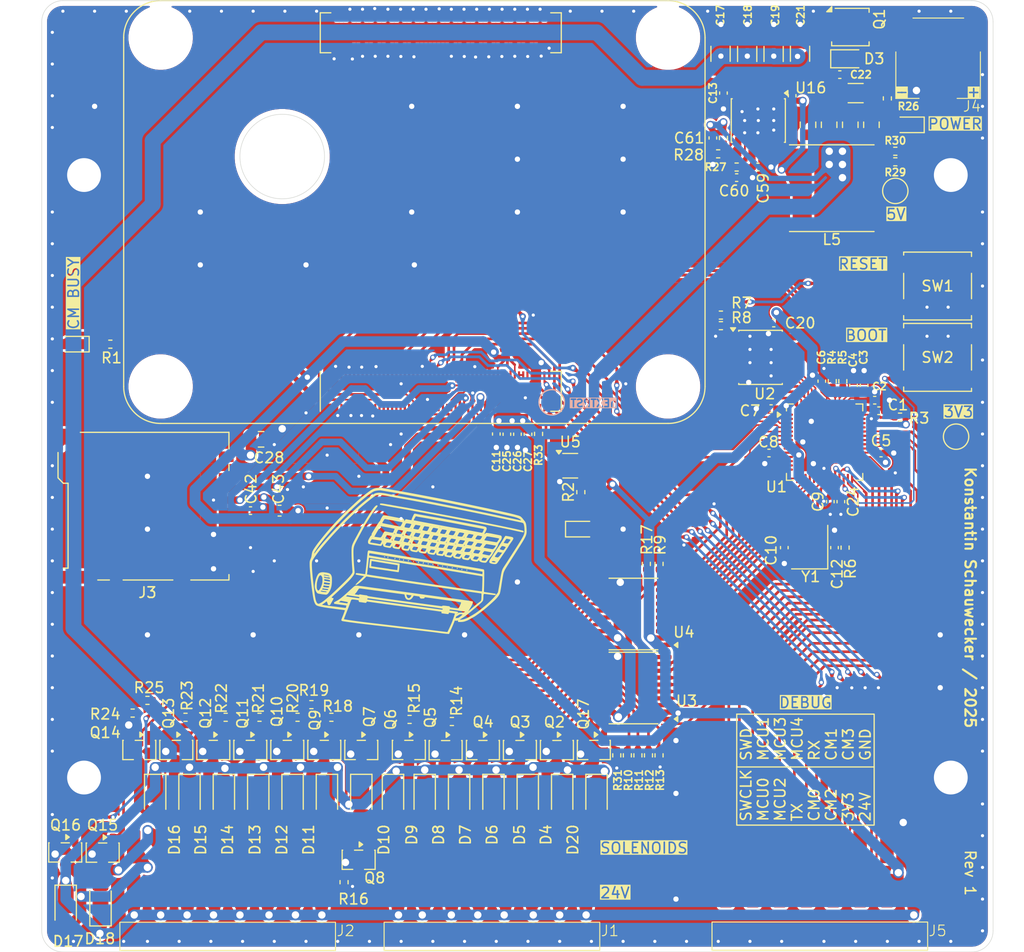
<source format=kicad_pcb>
(kicad_pcb (version 20241229) (generator "pcbnew") (generator_version "9.0")
  (layers (0 "F.Cu" signal) (2 "B.Cu" signal) (13 "F.Paste" user) (15 "B.Paste" user) (5 "F.SilkS" user "F.Silkscreen") (7 "B.SilkS" user "B.Silkscreen") (1 "F.Mask" user) (3 "B.Mask" user) (25 "Edge.Cuts" user))
  (net 0 "")
  (net 1 "GND")
  (net 2 "Net-(U1-ADC_AVDD)")
  (net 3 "+3V3")
  (net 4 "Net-(U1-VREG_VOUT)")
  (net 5 "Net-(U1-XIN)")
  (net 6 "Net-(C12-Pad2)")
  (net 7 "Net-(U16-SS)")
  (net 8 "+5V")
  (net 9 "+24V")
  (net 10 "Net-(D3-A)")
  (net 11 "Net-(U16-SW)")
  (net 12 "Net-(U16-BST)")
  (net 13 "Net-(U16-COMP)")
  (net 14 "Net-(C60-Pad1)")
  (net 15 "Net-(U16-FB)")
  (net 16 "Net-(D1-K)")
  (net 17 "Net-(D2-K)")
  (net 18 "Net-(D4-A)")
  (net 19 "Net-(D5-A)")
  (net 20 "Net-(D6-A)")
  (net 21 "Net-(D7-A)")
  (net 22 "Net-(D8-A)")
  (net 23 "Net-(D9-A)")
  (net 24 "Net-(D10-A)")
  (net 25 "Net-(D11-A)")
  (net 26 "Net-(D12-A)")
  (net 27 "Net-(D13-A)")
  (net 28 "Net-(D14-A)")
  (net 29 "Net-(D15-A)")
  (net 30 "Net-(D16-A)")
  (net 31 "Net-(D17-A)")
  (net 32 "Net-(D18-A)")
  (net 33 "Net-(D19-K)")
  (net 34 "Net-(D20-A)")
  (net 35 "/Power/VIN")
  (net 36 "/Interfaces/sd_cmd")
  (net 52 "/Pi Compute Module/nPWR_LED")
  (net 108 "/Pi Compute Module/sd_clk")
  (net 131 "Net-(Module1A-PI_nLED_Activity)")
  (net 134 "Net-(Q2-G)")
  (net 135 "Net-(Q3-G)")
  (net 136 "Net-(Q4-G)")
  (net 137 "Net-(Q5-G)")
  (net 138 "Net-(Q6-G)")
  (net 139 "Net-(Q7-G)")
  (net 140 "Net-(Q8-G)")
  (net 141 "Net-(Q9-G)")
  (net 142 "Net-(Q10-G)")
  (net 143 "Net-(Q11-G)")
  (net 144 "Net-(Q12-G)")
  (net 145 "Net-(Q13-G)")
  (net 146 "Net-(Q14-G)")
  (net 147 "Net-(Q15-G)")
  (net 148 "Net-(Q16-G)")
  (net 149 "Net-(Q17-G)")
  (net 150 "Net-(R2-Pad2)")
  (net 151 "Net-(U1-XOUT)")
  (net 152 "Net-(U1-QSPI_SS)")
  (net 153 "Net-(R7-Pad1)")
  (net 154 "/Interfaces/rp2040_swclk")
  (net 155 "Net-(U1-RUN)")
  (net 156 "/Interfaces/rp2040_swd")
  (net 157 "Net-(U1-QSPI_SD1)")
  (net 158 "Net-(U1-QSPI_SCLK)")
  (net 159 "Net-(U1-QSPI_SD3)")
  (net 160 "Net-(U1-QSPI_SD0)")
  (net 161 "Net-(U1-QSPI_SD2)")
  (net 162 "/RP2040/rp_usb_P")
  (net 163 "/RP2040/rp_usb_N")
  (net 164 "/Pi Compute Module/cm_usb_N")
  (net 165 "/Pi Compute Module/cm_usb_P")
  (net 166 "/Interfaces/cm_uart0_tx")
  (net 167 "/Interfaces/cm_uart0_rx")
  (net 168 "/Interfaces/sd_dat1")
  (net 169 "/Interfaces/sd_dat2")
  (net 170 "/Interfaces/sd_dat0")
  (net 171 "/Interfaces/sd_dat3")
  (net 172 "/Interfaces/cm_gpio0")
  (net 173 "/Interfaces/RP2040_GPIO22")
  (net 174 "/Interfaces/cm_gpio2")
  (net 175 "/Interfaces/RP2040_GPIO23")
  (net 176 "/Interfaces/RP2040_GPIO26")
  (net 177 "/Interfaces/cm_gpio1")
  (net 178 "/Interfaces/cm_gpio3")
  (net 179 "/Interfaces/RP2040_GPIO24")
  (net 180 "/Interfaces/RP2040_GPIO25")
  (net 183 "/Interfaces/RP2040_GPIO3")
  (net 184 "Net-(Module1A-nEXTRST)")
  (net 190 "/Interfaces/RP2040_GPIO0")
  (net 192 "/Interfaces/RP2040_GPIO1")
  (net 202 "/Interfaces/RP2040_GPIO2")
  (net 203 "/Interfaces/RP2040_GPIO4")
  (net 204 "/Interfaces/RP2040_GPIO11")
  (net 205 "/Interfaces/RP2040_GPIO6")
  (net 206 "/Interfaces/RP2040_GPIO12")
  (net 207 "/Interfaces/RP2040_GPIO20")
  (net 208 "/Interfaces/RP2040_GPIO9")
  (net 209 "/Interfaces/RP2040_GPIO8")
  (net 210 "/Interfaces/RP2040_GPIO15")
  (net 211 "/Interfaces/RP2040_GPIO19")
  (net 212 "/Interfaces/RP2040_GPIO13")
  (net 213 "/Interfaces/RP2040_GPIO27")
  (net 214 "/Interfaces/RP2040_GPIO5")
  (net 215 "/Interfaces/RP2040_GPIO29")
  (net 216 "/Interfaces/RP2040_GPIO21")
  (net 217 "/Interfaces/RP2040_GPIO28")
  (net 218 "/Interfaces/RP2040_GPIO16")
  (net 219 "/Interfaces/RP2040_GPIO17")
  (net 220 "/Interfaces/RP2040_GPIO10")
  (net 221 "/Interfaces/RP2040_GPIO18")
  (net 222 "/Interfaces/RP2040_GPIO14")
  (net 223 "/Interfaces/RP2040_GPIO7")
  (net 224 "Net-(Module1A-+1.8v_(Output)-Pad88)")
  (net 225 "Net-(Module1A-nRPIBOOT)")
  (footprint "Capacitor_SMD:C_0402_1005Metric" (layer "F.Cu") (at 173.8 92.8 180)
    (property "Reference" "C8")
    (property "Value" "0.1uF")
  )
  (footprint "Capacitor_SMD:C_0805_2012Metric" (layer "F.Cu") (at 183.491236 61.743379 90)
    (property "Reference" "C47" (hide yes))
    (property "Value" "22uF")
  )
  (footprint "Capacitor_SMD:C_0402_1005Metric" (layer "F.Cu") (at 174 88.6)
    (property "Reference" "C7")
    (property "Value" "0.1uF")
  )
  (footprint "Resistor_SMD:R_0402_1005Metric" (layer "F.Cu") (at 143.8 118.2)
    (property "Reference" "R14")
    (property "Value" "10k")
  )
  (footprint "Resistor_SMD:R_0402_1005Metric" (layer "F.Cu") (at 162.4 121.4 -90)
    (property "Reference" "R12")
    (property "Value" "10k")
  )
  (footprint "footprints:Samtec-TSM-108-01-F-DH" (layer "F.Cu") (at 147.589734 134.219711 180)
    (property "Reference" "J1")
    (property "Value" "Conn_02x08_Odd_Even")
  )
  (footprint "Package_TO_SOT_SMD:SOT-23-3" (layer "F.Cu") (at 124.729734 120.892211 -90)
    (property "Reference" "Q11")
    (property "Value" "NMOS")
  )
  (footprint "Resistor_SMD:R_0402_1005Metric" (layer "F.Cu") (at 118.6 117.8)
    (property "Reference" "R23")
    (property "Value" "10k")
  )
  (footprint "Resistor_SMD:R_0402_1005Metric" (layer "F.Cu") (at 125.6 117.8)
    (property "Reference" "R21")
    (property "Value" "10k")
  )
  (footprint "Resistor_SMD:R_0402_1005Metric" (layer "F.Cu") (at 181 101.75 90)
    (property "Reference" "R6")
    (property "Value" "1k/1%")
  )
  (footprint "Resistor_SMD:R_0402_1005Metric" (layer "F.Cu") (at 180.7868 86 -90)
    (property "Reference" "R5")
    (property "Value" "27R / 1%")
  )
  (footprint "Package_TO_SOT_SMD:SOT-23-3" (layer "F.Cu") (at 121.229734 120.892211 -90)
    (property "Reference" "Q12")
    (property "Value" "NMOS")
  )
  (footprint "LED_SMD:LED_0603_1608Metric" (layer "F.Cu") (at 156.0375 100)
    (property "Reference" "D2" (hide yes))
    (property "Value" "IF=20mA")
  )
  (footprint "Diode_SMD:D_PowerDI-123" (layer "F.Cu") (at 138.229734 125.504711 -90)
    (property "Reference" "D9")
    (property "Value" "D")
  )
  (footprint "footprints:Samtec-TSM-108-01-F-DH" (layer "F.Cu") (at 122.589734 134.219711 180)
    (property "Reference" "J2")
    (property "Value" "Conn_02x08_Odd_Even")
  )
  (footprint "Resistor_SMD:R_0402_1005Metric" (layer "F.Cu") (at 186.2 89.4)
    (property "Reference" "R3")
    (property "Value" "200R / 1%")
  )
  (footprint "Capacitor_SMD:C_0402_1005Metric" (layer "F.Cu") (at 179.6 97.4 90)
    (property "Reference" "C9")
    (property "Value" "0.1uF")
  )
  (footprint "Resistor_SMD:R_0402_1005Metric" (layer "F.Cu") (at 115 116.2 180)
    (property "Reference" "R25")
    (property "Value" "10k")
  )
  (footprint "Diode_SMD:D_PowerDI-123" (layer "F.Cu") (at 141.229734 125.504711 -90)
    (property "Reference" "D8")
    (property "Value" "D")
  )
  (footprint "Resistor_SMD:R_0402_1005Metric" (layer "F.Cu") (at 170.741236 65.743379 180)
    (property "Reference" "R27")
    (property "Value" "15.8k/1%")
  )
  (footprint "Diode_SMD:D_PowerDI-123" (layer "F.Cu") (at 144.48357 125.504711 -90)
    (property "Reference" "D7")
    (property "Value" "D")
  )
  (footprint "Resistor_SMD:R_0402_1005Metric" (layer "F.Cu") (at 168.991236 64.493379 180)
    (property "Reference" "R28")
    (property "Value" "22.1k/1%")
  )
  (footprint "Resistor_SMD:R_0402_1005Metric" (layer "F.Cu") (at 162.2 103.29 -90)
    (property "Reference" "R17")
    (property "Value" "10k")
  )
  (footprint "MountingHole:MountingHole_3.2mm_M3_Pad" (layer "F.Cu") (at 191 123.5)
    (property "Reference" "H3" (hide yes))
    (property "Value" "MountingHole_Pad")
  )
  (footprint "Capacitor_SMD:C_0402_1005Metric" (layer "F.Cu") (at 175.25 101.75 90)
    (property "Reference" "C10")
    (property "Value" "10pF")
  )
  (footprint "Package_TO_SOT_SMD:SOT-23-3" (layer "F.Cu") (at 139.729734 120.892211 -90)
    (property "Reference" "Q6")
    (property "Value" "NMOS")
  )
  (footprint "Button_Switch_SMD:SW_Push_1P1T_NO_CK_KSC7xxJ" (layer "F.Cu") (at 189.75 77 180)
    (property "Reference" "SW1")
    (property "Value" "SW_Push")
  )
  (footprint "Capacitor_SMD:C_0402_1005Metric" (layer "F.Cu") (at 124.75 98.25)
    (property "Reference" "C42")
    (property "Value" "0.1uF")
  )
  (footprint "Resistor_SMD:R_0402_1005Metric" (layer "F.Cu") (at 179.7868 86 -90)
    (property "Reference" "R4")
    (property "Value" "27R / 1%")
  )
  (footprint "Capacitor_SMD:C_0402_1005Metric" (layer "F.Cu") (at 183.8 87.8)
    (property "Reference" "C2")
    (property "Value" "2.2uF")
  )
  (footprint "Resistor_SMD:R_0402_1005Metric" (layer "F.Cu") (at 163.4 121.4 -90)
    (property "Reference" "R13")
    (property "Value" "10k")
  )
  (footprint "Capacitor_SMD:C_0402_1005Metric" (layer "F.Cu") (at 182.8 86.4 90)
    (property "Reference" "C3")
    (property "Value" "2.2uF")
  )
  (footprint "Package_TO_SOT_SMD:SOT-23-3" (layer "F.Cu") (at 135.229734 120.892211 -90)
    (property "Reference" "Q7")
    (property "Value" "NMOS")
  )
  (footprint "Resistor_SMD:R_0402_1005Metric" (layer "F.Cu") (at 156 96.5 90)
    (property "Reference" "R2")
    (property "Value" "200R / 1%")
  )
  (footprint "Resistor_SMD:R_0402_1005Metric" (layer "F.Cu") (at 122.4 117.8)
    (property "Reference" "R22")
    (property "Value" "10k")
  )
  (footprint "Capacitor_SMD:C_0402_1005Metric" (layer "F.Cu") (at 148.0044 91 -90)
    (property "Reference" "C11")
    (property "Value" "2.2uF")
  )
  (footprint "Resistor_SMD:R_0402_1005Metric" (layer "F.Cu") (at 163.4 103.29 -90)
    (property "Reference" "R9")
    (property "Value" "10k")
  )
  (footprint "Diode_SMD:D_PowerDI-123" (layer "F.Cu") (at 131.979734 125.504711 -90)
    (property "Reference" "D11")
    (property "Value" "D")
  )
  (footprint "Capacitor_SMD:C_1206_3216Metric" (layer "F.Cu") (at 169.217427 55.031761 90)
    (property "Reference" "C17")
    (property "Value" "10uF/50V")
  )
  (footprint "Diode_SMD:D_PowerDI-123" (layer "F.Cu") (at 157.484748 125.505639 -90)
    (property "Reference" "D20")
    (property "Value" "D")
  )
  (footprint "footprints:Raspberry-Pi-4-Compute-Module" (layer "F.Cu") (at 164.25 86.5 90)
    (property "Reference" "Module1" (hide yes))
    (property "Value" "ComputeModule4")
  )
  (footprint "Diode_SMD:D_SOD-323" (layer "F.Cu") (at 181.25 55.5)
    (property "Reference" "D3")
    (property "Value" "MMBZ5242BLT1G")
  )
  (footprint "Resistor_SMD:R_0402_1005Metric" (layer "F.Cu") (at 169.25 79.75)
    (property "Reference" "R7")
    (property "Value" "1k/1%")
  )
  (footprint "Diode_SMD:D_PowerDI-123" (layer "F.Cu") (at 128.729734 125.504711 -90)
    (property "Reference" "D12")
    (property "Value" "D")
  )
  (footprint "Capacitor_SMD:C_0402_1005Metric" (layer "F.Cu") (at 169.491236 58.743379 -90)
    (property "Reference" "C13")
    (property "Value" "0.1uF")
  )
  (footprint "Resistor_SMD:R_0402_1005Metric" (layer "F.Cu") (at 169.25 80.75 180)
    (property "Reference" "R8")
    (property "Value" "1k/1%")
  )
  (footprint "Capacitor_SMD:C_0402_1005Metric" (layer "F.Cu") (at 172.761236 65.743379)
    (property "Reference" "C59")
    (property "Value" "33pF")
  )
  (footprint "Resistor_SMD:R_0402_1005Metric" (layer "F.Cu") (at 159.4 121.4 -90)
    (property "Reference" "R31")
    (property "Value" "10k")
  )
  (footprint "Capacitor_SMD:C_1206_3216Metric" (layer "F.Cu") (at 182 58.75)
    (property "Reference" "C23" (hide yes))
    (property "Value" "10uF/50V")
  )
  (footprint "Diode_SMD:D_PowerDI-123" (layer "F.Cu") (at 154.234748 125.505639 -90)
    (property "Reference" "D4")
    (property "Value" "D")
  )
  (footprint "Package_TO_SOT_SMD:SOT-23-3" (layer "F.Cu") (at 110.765103 130.602927 -90)
    (property "Reference" "Q15")
    (property "Value" "NMOS")
  )
  (footprint "Capacitor_SMD:C_0402_1005Metric" (layer "F.Cu") (at 184.4 92.8)
    (property "Reference" "C5")
    (property "Value" "0.1uF")
  )
  (footprint "LED_SMD:LED_0603_1608Metric" (layer "F.Cu") (at 187 61.75 180)
    (property "Reference" "D19" (hide yes))
    (property "Value" "IF=20mA")
  )
  (footprint "Package_TO_SOT_SMD:SOT-23-3" (layer "F.Cu") (at 134.979734 131.279711 -90)
    (property "Reference" "Q8")
    (property "Value" "NMOS")
  )
  (footprint "Capacitor_SMD:C_0402_1005Metric" (layer "F.Cu") (at 180 101.75 -90)
    (property "Reference" "C12")
    (property "Value" "10pF")
  )
  (footprint "Diode_SMD:D_PowerDI-123" (layer "F.Cu") (at 135.229734 125.504711 -90)
    (property "Reference" "D10")
    (property "Value" "D")
  )
  (footprint "Package_TO_SOT_SMD:SOT-23-3" (layer "F.Cu") (at 128.229734 120.892211 -90)
    (property "Reference" "Q10")
    (property "Value" "NMOS")
  )
  (footprint "Capacitor_SMD:C_0402_1005Metric" (layer "F.Cu") (at 149.0044 91.02 -90)
    (property "Reference" "C25")
    (property "Value" "2.2uF")
  )
  (footprint "Package_TO_SOT_SMD:SOT-23-3" (layer "F.Cu") (at 143.208161 120.91047 -90)
    (property "Reference" "Q5")
    (property "Value" "NMOS")
  )
  (footprint "MountingHole:MountingHole_3.2mm_M3_Pad" (layer "F.Cu") (at 109 66.5)
    (property "Reference" "H4" (hide yes))
    (property "Value" "MountingHole_Pad")
  )
  (footprint "Resistor_SMD:R_0402_1005Metric" (layer "F.Cu") (at 161.4 121.4 -90)
    (property "Reference" "R11")
    (property "Value" "10k")
  )
  (footprint "Diode_SMD:D_PowerDI-123" (layer "F.Cu") (at 125.479734 125.504711 -90)
    (property "Reference" "D13")
    (property "Value" "D")
  )
  (footprint "MountingHole:MountingHole_3.2mm_M3_Pad" (layer "F.Cu") (at 109 123.5)
    (property "Reference" "H6" (hide yes))
    (property "Value" "MountingHole_Pad")
  )
  (footprint "Capacitor_SMD:C_0402_1005Metric" (layer "F.Cu") (at 150.0044 91.02 -90)
    (property "Reference" "C26")
    (property "Value" "2.2uF")
  )
  (footprint "Package_TO_SOT_SMD:SOT-23-3" (layer "F.Cu") (at 107.222282 130.587057 -90)
    (property "Reference" "Q16")
    (property "Value" "NMOS")
  )
  (footprint "Resistor_SMD:R_0402_1005Metric" (layer "F.Cu") (at 185.75 65.25 180)
    (property "Reference" "R29")
    (property "Value" "1k/1%")
  )
  (footprint "Capacitor_SMD:C_1206_3216Metric" (layer "F.Cu") (at 176.7375 55.025 90)
    (property "Reference" "C21")
    (property "Value" "10uF/50V")
  )
  (footprint "Button_Switch_SMD:SW_Push_1P1T_NO_CK_KSC7xxJ" (layer "F.Cu") (at 189.75 83.75)
    (property "Reference" "SW2")
    (property "Value" "SW_Push")
  )
  (footprint "Diode_SMD:D_PowerDI-123" (layer "F.Cu") (at 118.979734 125.504711 -90)
    (property "Reference" "D15")
    (property "Value" "D")
  )
  (footprint "footprints:SOIC-8" (layer "F.Cu") (at 173 83.75)
    (property "Reference" "U2")
    (property "Value" "IS25LP016D-JBLA3")
  )
  (footprint "footprints:Samtec-TSM-108-01-F-DH" (layer "F.Cu") (at 178.61 134.2 180)
    (property "Reference" "J5")
    (property "Value" "Conn_02x08_Odd_Even")
  )
  (footprint "Inductor_SMD:L_Taiyo-Yuden_NR-80xx" (layer "F.Cu") (at 179.741236 67.743379)
    (property "Reference" "L5")
    (property "Value" "3.6uH")
  )
  (footprint "Package_TO_SOT_SMD:SOT-23-3" (layer "F.Cu") (at 153.736913 120.901341 -90)
    (property "Reference" "Q2")
    (property "Value" "NMOS")
  )
  (footprint "Resistor_SMD:R_0402_1005Metric" (layer "F.Cu") (at 185 59.25 -90)
    (property "Reference" "R26")
    (property "Value" "10k")
  )
  (footprint "Resistor_SMD:R_0402_1005Metric" (layer "F.Cu") (at 130.51 116.6 180)
    (property "Reference" "R19")
    (property "Value" "10k")
  )
  (footprint "Resistor_SMD:R_0402_1005Metric" (layer "F.Cu") (at 133.6 133.4 -90)
    (property "Reference" "R16")
    (property "Value" "10k")
  )
  (footprint "Package_TO_SOT_SMD:SOT-23-3" (layer "F.Cu") (at 146.736913 120.901341 -90)
    (property "Reference" "Q4")
    (property "Value" "NMOS")
  )
  (footprint "Package_TO_SOT_SMD:SOT-23-3" (layer "F.Cu") (at 117.729734 120.892211 -90)
    (property "Reference" "Q13")
    (property "Value" "NMOS")
  )
  (footprint "TestPoint:TestPoint_Pad_D2.0mm" (layer "F.Cu") (at 185.75 68)
    (property "Reference" "TP4" (hide yes))
    (property "Value" "TestPoint")
  )
  (footprint "Package_SON:Diodes_PowerDI3333-8" (layer "F.Cu") (at 181.5 52.5)
    (property "Reference" "Q1")
    (property "Value" "DMP3013SFV-7")
  )
  (footprint "Resistor_SMD:R_0402_1005Metric" (layer "F.Cu") (at 152 90.99 90)
    (property "Reference" "R33")
    (property "Value" "1k/1%")
  )
  (footprint "Package_SO:SOIC-8-1EP_3.9x4.9mm_P1.27mm_EP2.29x3mm" (layer "F.Cu") (at 172.791236 61.343379 -90)
    (property "Reference" "U16")
    (property "Value" "AP64501SP-13")
  )
  (footprint "TestPoint:TestPoint_Pad_D2.0mm" (layer "F.Cu") (at 191.5 91.25)
    (property "Reference" "TP1" (hide yes))
    (property "Value" "TestPoint")
  )
  (footprint "Diode_SMD:D_PowerDI-123" (layer "F.Cu") (at 150.980287 125.504711 -90)
    (property "Reference" "D5")
    (property "Value" "D")
  )
  (footprint "Resistor_SMD:R_0402_1005Metric" (layer "F.Cu") (at 139.8 118)
    (property "Reference" "R15")
    (property "Value" "10k")
  )
  (footprint "Capacitor_SMD:C_0805_2012Metric" (layer "F.Cu") (at 181.491236 61.743379 90)
    (property "Reference" "C16" (hide yes))
    (property "Value" "22uF")
  )
  (footprint "Diode_SMD:D_PowerDI-123" (layer "F.Cu") (at 147.734748 125.505639 -90)
    (property "Reference" "D6")
    (property "Value" "D")
  )
  (footprint "Resistor_SMD:R_0402_1005Metric" (layer "F.Cu") (at 111.49 82.5)
    (property "Reference" "R1")
    (property "Value" "200R / 1%")
  )
  (footprint "Capacitor_SMD:C_0402_1005Metric" (layer "F.Cu") (at 174.25 80.5 180)
    (property "Reference" "C20")
    (property "Value" "0.1uF")
  )
  (footprint "Capacitor_SMD:C_1206_3216Metric" (layer "F.Cu") (at 174.2375 55.05 90)
    (property "Reference" "C19")
    (property "Value" "10uF/50V")
  )
  (footprint "Capacitor_SMD:C_0402_1005Metric" (layer "F.Cu") (at 181.8 86.4 90)
    (property "Reference" "C4")
    (property "Value" "0.1uF")
  )
  (footprint "Resistor_SMD:R_0402_1005Metric" (layer "F.Cu") (at 160.4 121.4 -90)
    (property "Reference" "R10")
    (property "Value" "10k")
  )
  (footprint "Capacitor_SMD:C_0402_1005Metric" (layer "F.Cu") (at 178.8 86 90)
    (property "Reference" "C6")
    (property "Value" "0.1uF")
  )
  (footprint "Package_SO:TSSOP-20_4.4x6.5mm_P0.65mm" (layer "F.Cu") (at 160.979734 108.029711 180)
    (property "Reference" "U4")
    (property "Value" "NXB0108PWJ")
  )
  (footprint "Resistor_SMD:R_0402_1005Metric" (layer "F.Cu") (at 169.491236 62.993379 -90)
    (property "Reference" "R32" (hide yes))
    (property "Value" "115.8k/1%")
  )
  (footprint "MountingHole:MountingHole_3.2mm_M3_Pad" (layer "F.Cu") (at 191 66.5)
    (property "Reference" "H5" (hide yes))
    (property "Value" "MountingHole_Pad")
  )
  (footprint "Capacitor_SMD:C_0402_1005Metric" (layer "F.Cu") (at 184.2 88.8)
    (property "Reference" "C1")
    (property "Value" "2.2uF")
  )
  (footprint "Package_TO_SOT_SMD:SOT-23-3" (layer "F.Cu") (at 131.729734 120.892211 -90)
    (property "Reference" "Q9")
    (property "Value" "NMOS")
  )
  (footprint "Capacitor_SMD:C_0805_2012Metric" (layer "F.Cu") (at 177.491236 61.743379 90)
    (property "Reference" "C14" (hide yes))
    (property "Value" "22uF")
  )
  (footprint "Capacitor_SMD:C_0805_2012Metric" (layer "F.Cu") (at 179.491236 61.743379 90)
    (property "Reference" "C15" (hide yes))
    (property "Value" "22uF")
  )
  (footprint "Package_DFN_QFN:QFN-56-1EP_7x7mm_P0.4mm_EP3.2x3.2mm" (layer "F.Cu") (at 179.0625 91.77)
    (property "Reference" "U1")
    (property "Value" "RP2040")
  )
  (footprint "Resistor_SMD:R_0402_1005Metric" (layer "F.Cu") (at 185.75 64.25 180)
    (property "Reference" "R30")
    (property "Value" "1k/1%")
  )
  (footprint "Capacitor_SMD:C_0402_1005Metric" (layer "F.Cu") (at 168.491236 62.993379 -90)
    (property "Reference" "C61")
    (property "Value" "10pF")
  )
  (footprint "footprints:WE-620102131822" (layer "F.Cu") (at 189.8 58.65 180)
    (property "Reference" "J4")
    (property "Value" "620102131822")
  )
  (footprint "Diode_SMD:D_PowerDI-123" (layer "F.Cu") (at 107.265103 135.990427 -90)
    (property "Reference" "D18")
    (property "Value" "D")
  )
  (footprint "LED_SMD:LED_0603_1608Metric" (layer "F.Cu") (at 108 82.5 180)
    (property "Reference" "D1" (hide yes))
    (property "Value" "IF=20mA")
  )
  (footprint "Package_TO_SOT_SMD:SOT-23-3" (layer "F.Cu") (at 150.236913 120.901341 -90)
    (property "Reference" "Q3")
    (property "Value" "NMOS")
  )
  (footprint "Capacitor_SMD:C_0402_1005Metric" (layer "F.Cu") (at 180.6 97.4 -90)
    (property "Reference" "C24")
    (property "Value" "0.1uF")
  )
  (footprint "Resistor_SMD:R_0402_1005Metric" (layer "F.Cu") (at 129.2 117.8)
    (property "Reference" "R20")
    (property "Value" "10k")
  )
  (footprint "Capacitor_SMD:C_0402_1005Metric" (layer "F.Cu") (at 180.5 57)
    (property "Reference" "C22")
    (property "Value" "0.1uF")
  )
  (footprint "Capacitor_SMD:C_0402_1005Metric" (layer "F.Cu") (at 175.991236 58.993379 90)
    (property "Reference" "C57" (hide yes))
    (property "Value" "0.1uF")
  )
  (footprint "Capacitor_SMD:C_0402_1005Metric" (layer "F.Cu") (at 170.741236 66.743379)
    (property "Reference" "C60")
    (property "Value" "2.7nF")
  )
  (footprint "Capacitor_SMD:C_0805_2012Metric" (layer "F.Cu") (at 125.75 91.5)
    (property "Reference" "C28")
    (property "Value" "22uF")
  )
  (footprint "Capacitor_SMD:C_0603_1608Metric" (layer "F.Cu") (at 127.5 98.25 180)
    (property "Reference" "C43")
    (property "Value" "10uF")
  )
  (footprint "Resistor_SMD:R_0402_1005Metric" (layer "F.Cu") (at 113.6 117.4 180)
    (property "Reference" "R24")
    (property "Value" "10k")
  )
  (footprint "Crystal:Crystal_SMD_Abracon_ABM8G-4Pin_3.2x2.5mm" (layer "F.Cu") (at 177.65 101.7 90)
    (property "Reference" "Y1")
    (property "Value" "12 MHz")
  )
  (footprint "Capacitor_SMD:C_0402_1005Metric" (layer "F.Cu") (at 151.0044 91.02 -90)
    (property "Reference" "C27")
    (property "Value" "2.2uF")
  )
  (footprint "Package_SO:TSSOP-20_4.4x6.5mm_P0.65mm" (layer "F.Cu") (at 160.979734 115.029711 180)
    (property "Reference" "U3")
    (property "Value" "NXB0108PWJ")
  )
  (footprint "Diode_SMD:D_PowerDI-123" (layer "F.Cu") (at 115.729734 125.504711 -90)
    (property "Reference" "D16")
    (property "Value" "D")
  )
  (footprint "Package_TO_SOT_SMD:SOT-23-3" (layer "F.Cu") (at 114.229734 120.892211 -90)
    (property "Reference" "Q14")
    (property "Value" "NMOS")
  )
  (footprint "Package_TO_SOT_SMD:SOT-353_SC-70-5" (layer "F.Cu") (at 155 94)
    (property "Reference" "U5")
    (property "Value" "74LVC1G07SE-7")
  )
  (footprint "Resistor_SMD:R_0402_1005Metric" (layer "F.Cu") (at 132.4 117.8 180)
    (property "Reference" "R18")
    (property "Value" "10k")
  )
  (footprint "Diode_SMD:D_PowerDI-123" (layer "F.Cu") (at 122.229734 125.504711 -90)
    (property "Reference" "D14")
    (property "Value" "D")
  )
  (footprint "Connector_Card:microSD_HC_Hirose_DM3BT-DSF-PEJS" (layer "F.Cu") (at 114.825 97.825 -90)
    (property "Reference" "J3")
    (property "Value" "DM3BT-DSF-PEJS")
  )
  (footprint "Package_TO_SOT_SMD:SOT-23-3" (layer "F.Cu") (at 157.229734 120.892211 -90)
    (property "Reference" "Q17")
    (property "Value" "NMOS")
  )
  (footprint "Diode_SMD:D_PowerDI-123" (layer "F.Cu") (at 110.557924 135.231297 90)
    (property "Reference" "D17")
    (property "Value" "D")
  )
  (footprint "Capacitor_SMD:C_1206_3216Metric" (layer "F.Cu") (at 171.7375 55.05 90)
    (property "Reference" "C18")
    (property "Value" "10uF/50V")
  )
  (footprint "TestPoint:TestPoint_Pad_D2.0mm" (layer "B.Cu") (at 153.25 88 180)
    (property "Reference" "TP3" (hide yes))
    (property "Value" "TestPoint")
  )
  (gr_rect (start 186.25 58.2) (end 186.65 58.5) (stroke (width 0.12)) (fill yes) (layer "F.SilkS"))
  (gr_poly (pts (xy 143.376729 109.908123) (xy 143.309925 109.90335) (xy 143.225595 109.895543) (xy 143.124332 109.884773) (xy 143.006733 109.871113) (xy 142.724904 109.835404) (xy 142.384868 109.788989) (xy 141.89783 109.726685) (xy 141.129715 109.634222) (xy 139.514459 109.449266) (xy 139.114821 109.404127) (xy 138.712203 109.356273) (xy 138.27774 109.303863) (xy 137.801537 109.247774) (xy 136.695724 109.117504) (xy 135.394771 108.965159) (xy 134.793394 108.891757) (xy 134.171876 108.809837) (xy 133.672376 108.738796) (xy 133.512807 108.713417) (xy 133.437051 108.698032) (xy 133.425704 108.693856) (xy 133.415061 108.689359) (xy 133.405126 108.684544) (xy 133.395903 108.679416) (xy 133.387395 108.673978) (xy 133.379608 108.668236) (xy 133.372543 108.662193) (xy 133.366206 108.655853) (xy 133.360601 108.649221) (xy 133.358073 108.645796) (xy 133.35573 108.6423) (xy 133.353571 108.638733) (xy 133.351598 108.635095) (xy 133.34981 108.631387) (xy 133.348209 108.62761) (xy 133.346794 108.623764) (xy 133.345566 108.61985) (xy 133.344525 108.615867) (xy 133.343673 108.611817) (xy 133.34301 108.607701) (xy 133.342535 108.603517) (xy 133.34225 108.599268) (xy 133.342155 108.594954) (xy 133.342597 108.589705) (xy 133.343894 108.582505) (xy 133.346003 108.573481) (xy 133.34888 108.562761) (xy 133.356762 108.536734) (xy 133.367191 108.505439) (xy 133.379818 108.469889) (xy 133.394292 108.431097) (xy 133.410264 108.390078) (xy 133.427386 108.347845) (xy 133.507711 108.147635) (xy 133.588065 107.93836) (xy 133.649889 107.769396) (xy 133.668052 107.715461) (xy 133.674622 107.690121) (xy 133.674553 107.688405) (xy 133.674351 107.686653) (xy 133.674022 107.684878) (xy 133.673575 107.683094) (xy 133.673014 107.681312) (xy 133.672348 107.679544) (xy 133.671582 107.677805) (xy 133.670724 107.676106) (xy 133.66978 107.67446) (xy 133.668757 107.672879) (xy 133.667663 107.671377) (xy 133.666503 107.669966) (xy 133.665284 107.668658) (xy 133.664014 107.667466) (xy 133.662699 107.666403) (xy 133.661346 107.665482) (xy 133.658078 107.664423) (xy 133.651144 107.662957) (xy 133.627061 107.658909) (xy 133.590667 107.653548) (xy 133.54353 107.647083) (xy 133.423301 107.631679) (xy 133.278921 107.614374) (xy 133.117575 107.59493) (xy 132.95115 107.5737) (xy 132.79925 107.553252) (xy 132.681478 107.536152) (xy 132.576866 107.520583) (xy 132.460796 107.504304) (xy 132.3474 107.489246) (xy 132.250807 107.477337) (xy 132.14719 107.464139) (xy 132.027112 107.446915) (xy 131.762734 107.404645) (xy 131.507995 107.359045) (xy 131.399966 107.337658) (xy 131.313219 107.318633) (xy 131.258533 107.30532) (xy 131.208731 107.292298) (xy 131.163489 107.27937) (xy 131.122487 107.266337) (xy 131.085403 107.253001) (xy 131.051915 107.239164) (xy 131.021701 107.224628) (xy 130.99444 107.209194) (xy 130.969809 107.192664) (xy 130.947487 107.174841) (xy 130.927153 107.155525) (xy 130.908484 107.134519) (xy 130.891158 107.111625) (xy 130.874855 107.086644) (xy 130.859252 107.059378) (xy 130.844027 107.029629) (xy 130.82479 106.988936) (xy 130.806872 106.948199) (xy 130.790099 106.906654) (xy 130.774297 106.863535) (xy 130.759291 106.818076) (xy 130.744907 106.769512) (xy 130.730971 106.717076) (xy 130.717308 106.660003) (xy 130.703743 106.597527) (xy 130.690103 106.528883) (xy 130.676213 106.453305) (xy 130.661899 106.370028) (xy 130.6313 106.17731) (xy 130.59691 105.944606) (xy 130.550088 105.601517) (xy 130.50483 105.235312) (xy 130.424614 104.491019) (xy 130.367468 103.826656) (xy 130.351048 103.560363) (xy 130.344598 103.357152) (xy 130.344262 103.250541) (xy 130.345339 103.166862) (xy 130.346753 103.131662) (xy 130.348935 103.099843) (xy 130.352022 103.070623) (xy 130.356152 103.043217) (xy 130.361464 103.016841) (xy 130.368096 102.990713) (xy 130.376185 102.964047) (xy 130.38587 102.936061) (xy 130.397289 102.905971) (xy 130.41058 102.872993) (xy 130.443328 102.795238) (xy 130.461026 102.752478) (xy 130.475931 102.713325) (xy 130.482495 102.6945) (xy 130.48855 102.675857) (xy 130.494161 102.657154) (xy 130.499389 102.63815) (xy 130.504299 102.618607) (xy 130.508953 102.598283) (xy 130.513415 102.576938) (xy 130.517747 102.554331) (xy 130.526279 102.504372) (xy 130.535053 102.446484) (xy 130.541619 102.403794) (xy 130.549043 102.360031) (xy 130.557068 102.316434) (xy 130.56544 102.274241) (xy 130.573902 102.234692) (xy 130.5822 102.199027) (xy 130.590077 102.168485) (xy 130.597279 102.144305) (xy 130.609278 102.111903) (xy 130.625262 102.075429) (xy 130.645194 102.034936) (xy 130.66904 101.990479) (xy 130.696763 101.94211) (xy 130.728329 101.889883) (xy 130.763701 101.833852) (xy 130.802843 101.774071) (xy 130.892298 101.643469) (xy 130.996409 101.498506) (xy 131.11489 101.339611) (xy 131.247457 101.167212) (xy 131.581649 100.746086) (xy 131.915441 100.341431) (xy 132.253673 99.947958) (xy 132.601183 99.560384) (xy 132.962811 99.173422) (xy 133.343396 98.781787) (xy 133.747777 98.380192) (xy 134.180794 97.963353) (xy 134.443961 97.715525) (xy 134.684971 97.493077) (xy 134.908793 97.291752) (xy 135.120398 97.107292) (xy 135.324758 96.935439) (xy 135.526842 96.771935) (xy 135.731623 96.612522) (xy 135.94407 96.452941) (xy 135.998223 96.413538) (xy 136.050267 96.376976) (xy 136.100413 96.343158) (xy 136.148866 96.311984) (xy 136.195835 96.283357) (xy 136.241528 96.257179) (xy 136.286153 96.233351) (xy 136.329919 96.211776) (xy 136.373033 96.192355) (xy 136.415702 96.17499) (xy 136.458136 96.159583) (xy 136.500542 96.146035) (xy 136.543129 96.134249) (xy 136.586103 96.124127) (xy 136.629674 96.115569) (xy 136.674049 96.108479) (xy 136.729318 96.102714) (xy 136.79844 96.098718) (xy 136.876529 96.096469) (xy 136.958703 96.095949) (xy 137.040078 96.097138) (xy 137.11577 96.100016) (xy 137.180895 96.104563) (xy 137.207968 96.107456) (xy 137.230569 96.110759) (xy 137.230571 96.110747) (xy 137.736498 96.201842) (xy 138.141691 96.274094) (xy 138.51707 96.339295) (xy 139.531711 96.518893) (xy 140.620281 96.72142) (xy 141.617677 96.910131) (xy 142.893899 97.156034) (xy 143.901575 97.360703) (xy 144.241315 97.431264) (xy 144.530371 97.488822) (xy 144.723153 97.526597) (xy 144.997025 97.582511) (xy 146.062605 97.805507) (xy 147.002183 98.002675) (xy 147.524734 98.114349) (xy 147.999582 98.219062) (xy 148.874113 98.413866) (xy 149.290751 98.508721) (xy 149.677216 98.602995) (xy 149.987369 98.685012) (xy 150.099408 98.717774) (xy 150.175067 98.743093) (xy 150.192232 98.749744) (xy 150.208217 98.756227) (xy 150.223167 98.762635) (xy 150.237227 98.769065) (xy 150.250545 98.775608) (xy 150.263264 98.782361) (xy 150.275531 98.789418) (xy 150.287491 98.796872) (xy 150.29929 98.804819) (xy 150.311074 98.813353) (xy 150.322987 98.822567) (xy 150.335177 98.832557) (xy 150.347787 98.843417) (xy 150.360965 98.855241) (xy 150.389603 98.882159) (xy 150.410883 98.903331) (xy 150.433469 98.927074) (xy 150.456671 98.952585) (xy 150.479798 98.979057) (xy 150.502163 99.005685) (xy 150.523073 99.031665) (xy 150.541841 99.056192) (xy 150.557775 99.078459) (xy 150.572454 99.099439) (xy 150.587622 99.120275) (xy 150.602841 99.140421) (xy 150.610328 99.149965) (xy 150.326845 99.149965) (xy 150.32679 99.148695) (xy 150.326628 99.147341) (xy 150.32636 99.145905) (xy 150.32599 99.144392) (xy 150.324953 99.14115) (xy 150.323539 99.137648) (xy 150.321768 99.133918) (xy 150.319663 99.129992) (xy 150.317245 99.125903) (xy 150.314535 99.121682) (xy 150.311556 99.117361) (xy 150.308327 99.112974) (xy 150.304872 99.108553) (xy 150.301211 99.104129) (xy 150.297366 99.099735) (xy 150.293358 99.095403) (xy 150.289209 99.091165) (xy 150.28494 99.087054) (xy 150.260641 99.06655) (xy 150.231601 99.045989) (xy 150.197859 99.025387) (xy 150.159451 99.004756) (xy 150.116417 98.984109) (xy 150.068792 98.963459) (xy 150.016617 98.94282) (xy 149.959927 98.922205) (xy 149.898762 98.901627) (xy 149.833158 98.8811) (xy 149.763154 98.860636) (xy 149.688787 98.840249) (xy 149.610095 98.819951) (xy 149.527117 98.799757) (xy 149.439889 98.77968) (xy 149.34845 98.759732) (xy 148.945284 98.672274) (xy 148.418779 98.556114) (xy 147.885117 98.43839) (xy 147.464746 98.34717) (xy 147.061359 98.259877) (xy 146.568532 98.151596) (xy 145.92072 98.013728) (xy 145.14471 97.855303) (xy 144.4791 97.720861) (xy 144.096719 97.640656) (xy 143.975234 97.614683) (xy 143.77803 97.574702) (xy 143.532379 97.526164) (xy 143.265553 97.474521) (xy 142.145286 97.257173) (xy 140.738236 96.98485) (xy 139.359552 96.728334) (xy 138.107111 96.505459) (xy 137.07879 96.334058) (xy 137.061506 96.331915) (xy 137.041306 96.330445) (xy 137.018497 96.329624) (xy 136.993383 96.329429) (xy 136.937463 96.330829) (xy 136.875991 96.334465) (xy 136.81141 96.340154) (xy 136.746165 96.347717) (xy 136.6827 96.356972) (xy 136.623457 96.367738) (xy 136.62346 96.367733) (xy 136.585285 96.375931) (xy 136.549142 96.384673) (xy 136.514557 96.394212) (xy 136.48106 96.4048) (xy 136.448177 96.41669) (xy 136.415436 96.430135) (xy 136.382366 96.445388) (xy 136.348492 96.462702) (xy 136.313344 96.482329) (xy 136.27645 96.504522) (xy 136.237335 96.529535) (xy 136.19553 96.557618) (xy 136.15056 96.589027) (xy 136.101954 96.624012) (xy 135.991945 96.705725) (xy 135.754288 96.887245) (xy 135.533702 97.061536) (xy 135.320443 97.237156) (xy 135.104769 97.422658) (xy 134.876937 97.6266) (xy 134.627203 97.857534) (xy 134.345825 98.124018) (xy 134.02306 98.434606) (xy 133.558113 98.894491) (xy 133.100873 99.365925) (xy 132.659507 99.839577) (xy 132.242182 100.306117) (xy 131.857068 100.756215) (xy 131.51233 101.180541) (xy 131.216138 101.569765) (xy 131.088799 101.748297) (xy 130.97666 101.914555) (xy 130.925199 101.993964) (xy 130.883624 102.059492) (xy 130.850771 102.113267) (xy 130.825477 102.157414) (xy 130.806579 102.19406) (xy 130.799166 102.210234) (xy 130.792915 102.225331) (xy 130.787682 102.239615) (xy 130.783322 102.253353) (xy 130.776635 102.280254) (xy 130.77429 102.291633) (xy 130.772499 102.301236) (xy 130.771896 102.305279) (xy 130.771532 102.308769) (xy 130.771443 102.311668) (xy 130.771662 102.313939) (xy 130.771898 102.314828) (xy 130.772224 102.315547) (xy 130.772643 102.316091) (xy 130.773161 102.316454) (xy 130.773781 102.316634) (xy 130.774507 102.316625) (xy 130.775345 102.316422) (xy 130.776298 102.316021) (xy 130.778566 102.314608) (xy 130.781347 102.312347) (xy 130.784672 102.309204) (xy 130.788578 102.305139) (xy 130.793097 102.300119) (xy 130.798263 102.294105) (xy 130.810674 102.27895) (xy 130.826082 102.259383) (xy 130.844758 102.235111) (xy 130.866975 102.20584) (xy 130.893003 102.171278) (xy 130.95758 102.08511) (xy 131.036404 101.981299) (xy 131.121566 101.871809) (xy 131.211286 101.758823) (xy 131.303781 101.644522) (xy 131.39727 101.531088) (xy 131.489969 101.420703) (xy 131.580098 101.315548) (xy 131.665873 101.217807) (xy 131.832557 101.029704) (xy 131.998561 100.841339) (xy 132.338829 100.461677) (xy 132.713917 100.057192) (xy 133.111355 99.640476) (xy 133.518671 99.224119) (xy 133.923391 98.820712) (xy 134.313045 98.442845) (xy 134.675161 98.10311) (xy 134.997266 97.814096) (xy 135.215664 97.62715) (xy 135.447902 97.433982) (xy 135.682967 97.243208) (xy 135.909843 97.063443) (xy 136.117517 96.903303) (xy 136.294975 96.771401) (xy 136.431203 96.676355) (xy 136.480414 96.645344) (xy 136.515187 96.626777) (xy 136.533437 96.619237) (xy 136.553381 96.611985) (xy 136.574859 96.605049) (xy 136.597717 96.598456) (xy 136.621795 96.592234) (xy 136.646938 96.586409) (xy 136.672988 96.58101) (xy 136.699788 96.576063) (xy 136.72718 96.571596) (xy 136.755007 96.567636) (xy 136.783113 96.564211) (xy 136.81134 96.561347) (xy 136.839531 96.559071) (xy 136.867529 96.557413) (xy 136.895176 96.556397) (xy 136.922315 96.556053) (xy 136.983831 96.557609) (xy 137.055984 96.562033) (xy 137.135629 96.568955) (xy 137.219619 96.578006) (xy 137.30481 96.588816) (xy 137.388054 96.601016) (xy 137.466207 96.614237) (xy 137.536124 96.628109) (xy 137.607261 96.642792) (xy 137.708646 96.662708) (xy 137.826763 96.685242) (xy 137.948093 96.707781) (xy 138.237906 96.761548) (xy 138.531526 96.817047) (xy 139.040162 96.910158) (xy 139.846935 97.054351) (xy 140.664323 97.200845) (xy 141.198482 97.299484) (xy 141.53944 97.364657) (xy 141.892323 97.430686) (xy 144.071281 97.860556) (xy 146.575759 98.37014) (xy 147.385242 98.53736) (xy 147.72025 98.60615) (xy 147.958793 98.656362) (xy 148.172559 98.703411) (xy 148.433234 98.762711) (xy 148.789415 98.842071) (xy 149.249944 98.942197) (xy 150.001606 99.105348) (xy 150.189898 99.146811) (xy 150.247715 99.15865) (xy 150.286424 99.165263) (xy 150.299811 99.166774) (xy 150.309858 99.167175) (xy 150.317045 99.166533) (xy 150.321851 99.164912) (xy 150.324755 99.162379) (xy 150.326235 99.159) (xy 150.326845 99.149965) (xy 150.610328 99.149965) (xy 150.617675 99.15933) (xy 150.631686 99.176457) (xy 150.644437 99.191254) (xy 150.655489 99.203175) (xy 150.660242 99.207887) (xy 150.664407 99.211675) (xy 150.673147 99.22002) (xy 150.682357 99.230405) (xy 150.691945 99.242652) (xy 150.701819 99.256586) (xy 150.711889 99.272031) (xy 150.722063 99.288809) (xy 150.73225 99.306745) (xy 150.742357 99.325663) (xy 150.752294 99.345386) (xy 150.761969 99.365738) (xy 150.771291 99.386542) (xy 150.780167 99.407623) (xy 150.788508 99.428804) (xy 150.79622 99.449908) (xy 150.803214 99.47076) (xy 150.809397 99.491183) (xy 150.814122 99.509247) (xy 150.818743 99.52992) (xy 150.827652 99.578915) (xy 150.836087 99.637818) (xy 150.844012 99.706275) (xy 150.85139 99.783937) (xy 150.858183 99.870451) (xy 150.864355 99.965465) (xy 150.86987 100.068629) (xy 150.870139 100.076209) (xy 150.66889 100.076209) (xy 150.667094 100.006052) (xy 150.663483 99.935616) (xy 150.658117 99.865868) (xy 150.651059 99.797772) (xy 150.642369 99.732294) (xy 150.632111 99.6704) (xy 150.620346 99.613056) (xy 150.607135 99.561226) (xy 150.592541 99.515876) (xy 150.576625 99.477972) (xy 150.573475 99.471721) (xy 150.570241 99.465781) (xy 150.566841 99.460126) (xy 150.563189 99.454727) (xy 150.559201 99.449559) (xy 150.554792 99.444593) (xy 150.549878 99.439802) (xy 150.544375 99.435161) (xy 150.538199 99.43064) (xy 150.531264 99.426214) (xy 150.523487 99.421854) (xy 150.514783 99.417535) (xy 150.505067 99.413228) (xy 150.494256 99.408907) (xy 150.482265 99.404544) (xy 150.469009 99.400113) (xy 150.454405 99.395586) (xy 150.438367 99.390936) (xy 150.420811 99.386135) (xy 150.401654 99.381158) (xy 150.38081 99.375976) (xy 150.358195 99.370563) (xy 150.307314 99.358934) (xy 150.248337 99.346052) (xy 150.180589 99.331702) (xy 150.103394 99.315666) (xy 150.016076 99.297728) (xy 149.083612 99.103708) (xy 148.158602 98.905349) (xy 147.05717 98.669542) (xy 145.921302 98.433781) (xy 144.825376 98.213271) (xy 143.84377 98.023219) (xy 143.327228 97.924334) (xy 142.79578 97.820643) (xy 140.84327 97.44095) (xy 139.4133 97.177735) (xy 138.454266 97.005665) (xy 138.10434 96.940153) (xy 137.844926 96.88908) (xy 137.765969 96.873583) (xy 137.678876 96.857708) (xy 137.489013 96.826188) (xy 137.292805 96.797256) (xy 137.19778 96.784615) (xy 137.107719 96.773646) (xy 137.075157 96.77027) (xy 137.042391 96.767613) (xy 136.976882 96.764418) (xy 136.912464 96.763986) (xy 136.850409 96.766241) (xy 136.820666 96.768352) (xy 136.79199 96.771108) (xy 136.764541 96.774498) (xy 136.738479 96.778512) (xy 136.713961 96.783142) (xy 136.691148 96.788378) (xy 136.670197 96.794211) (xy 136.651269 96.800631) (xy 136.651255 96.800624) (xy 136.634539 96.807922) (xy 136.613772 96.818772) (xy 136.588973 96.833161) (xy 136.56016 96.851077) (xy 136.527351 96.872507) (xy 136.490565 96.897437) (xy 136.405131 96.957746) (xy 136.304006 97.031899) (xy 136.187335 97.119791) (xy 136.055263 97.221317) (xy 135.907936 97.336373) (xy 135.638545 97.553207) (xy 135.361986 97.786149) (xy 135.074177 98.038986) (xy 134.771037 98.315503) (xy 134.448484 98.619488) (xy 134.102437 98.954727) (xy 133.728814 99.325006) (xy 133.323535 99.734113) (xy 132.989733 100.079977) (xy 132.647435 100.446204) (xy 132.30638 100.821619) (xy 131.976305 101.19505) (xy 131.666949 101.555322) (xy 131.388049 101.891261) (xy 131.149344 102.191695) (xy 130.960572 102.445448) (xy 130.846001 102.6081) (xy 130.756917 102.737522) (xy 130.689831 102.840086) (xy 130.663447 102.883289) (xy 130.641253 102.922167) (xy 130.622815 102.957519) (xy 130.607695 102.99014) (xy 130.595458 103.020827) (xy 130.585667 103.050377) (xy 130.577887 103.079587) (xy 130.571682 103.109253) (xy 130.562249 103.173143) (xy 130.557259 103.233543) (xy 130.554827 103.310263) (xy 130.557286 103.508166) (xy 130.568926 103.757844) (xy 130.589047 104.050288) (xy 130.616951 104.376493) (xy 130.651938 104.72745) (xy 130.693309 105.094151) (xy 130.740364 105.46759) (xy 130.779118 105.772862) (xy 130.812943 106.060247) (xy 130.837372 106.258375) (xy 130.864414 106.433788) (xy 130.894124 106.586671) (xy 130.909995 106.654722) (xy 130.926552 106.717209) (xy 130.943802 106.774156) (xy 130.961751 106.825586) (xy 130.980407 106.871523) (xy 130.999774 106.911988) (xy 131.019861 106.947005) (xy 131.040673 106.976598) (xy 131.062217 107.000789) (xy 131.0845 107.019602) (xy 131.097305 107.028414) (xy 131.109452 107.036079) (xy 131.121084 107.042599) (xy 131.126753 107.045431) (xy 131.132348 107.047979) (xy 131.137887 107.050242) (xy 131.143388 107.052222) (xy 131.148869 107.053918) (xy 131.154349 107.055332) (xy 131.159845 107.056463) (xy 131.165376 107.057313) (xy 131.170959 107.057881) (xy 131.176613 107.058168) (xy 131.182357 107.058175) (xy 131.188207 107.057902) (xy 131.194183 107.057349) (xy 131.200302 107.056517) (xy 131.206583 107.055407) (xy 131.213043 107.054018) (xy 131.226575 107.050409) (xy 131.241043 107.045693) (xy 131.256592 107.039874) (xy 131.273366 107.032956) (xy 131.291512 107.024942) (xy 131.334081 107.004656) (xy 131.378063 106.9817) (xy 131.423768 106.955838) (xy 131.471506 106.926835) (xy 131.521587 106.894455) (xy 131.574322 106.858463) (xy 131.63002 106.818625) (xy 131.688993 106.774704) (xy 131.751549 106.726467) (xy 131.818 106.673676) (xy 131.888654 106.616099) (xy 131.963824 106.553498) (xy 132.128947 106.412287) (xy 132.315851 106.248163) (xy 132.540625 106.044889) (xy 132.794125 105.809215) (xy 133.062282 105.554834) (xy 133.33103 105.29544) (xy 133.5863 105.044727) (xy 133.814026 104.81639) (xy 134.00014 104.624122) (xy 134.130575 104.481617) (xy 134.183514 104.418527) (xy 134.232042 104.356793) (xy 134.275493 104.297453) (xy 134.295106 104.269004) (xy 134.3132 104.241543) (xy 134.329692 104.215198) (xy 134.344497 104.1901) (xy 134.357534 104.166377) (xy 134.368718 104.14416) (xy 134.377967 104.123578) (xy 134.385196 104.10476) (xy 134.390323 104.087837) (xy 134.393265 104.072937) (xy 134.393828 104.06637) (xy 134.394145 104.057264) (xy 134.39407 104.032091) (xy 134.393107 103.998724) (xy 134.391319 103.958469) (xy 134.388775 103.91263) (xy 134.385538 103.862513) (xy 134.381674 103.809424) (xy 134.37725 103.754667) (xy 134.34889 103.36949) (xy 134.326169 102.959547) (xy 134.31085 102.562298) (xy 134.304699 102.215204) (xy 134.305302 102.025359) (xy 134.306886 101.944085) (xy 134.30962 101.870442) (xy 134.313728 101.803326) (xy 134.31943 101.741638) (xy 134.326948 101.684274) (xy 134.336505 101.630132) (xy 134.348321 101.578111) (xy 134.36262 101.52711) (xy 134.379622 101.476025) (xy 134.39955 101.423756) (xy 134.422625 101.3692) (xy 134.449069 101.311255) (xy 134.512954 101.180793) (xy 134.560847 101.087125) (xy 134.614727 100.984131) (xy 134.667995 100.884304) (xy 134.714054 100.800132) (xy 134.805595 100.634089) (xy 134.88865 100.480599) (xy 135.023697 100.229537) (xy 135.155385 99.989965) (xy 135.286686 99.756801) (xy 135.42057 99.524962) (xy 135.560009 99.289367) (xy 135.707976 99.044934) (xy 136.041376 98.509224) (xy 136.144901 98.34952) (xy 136.243898 98.20524) (xy 136.337117 98.077892) (xy 136.423308 97.968981) (xy 136.463377 97.921912) (xy 136.50122 97.880017) (xy 136.536681 97.843486) (xy 136.569604 97.812507) (xy 136.599831 97.787268) (xy 136.627208 97.767958) (xy 136.651578 97.754765) (xy 136.672784 97.747877) (xy 136.680495 97.746601) (xy 136.68792 97.745714) (xy 136.695053 97.745208) (xy 136.70189 97.745076) (xy 136.708425 97.745309) (xy 136.714653 97.7459) (xy 136.720567 97.746842) (xy 136.726164 97.748125) (xy 136.731438 97.749744) (xy 136.736383 97.751689) (xy 136.740993 97.753954) (xy 136.745265 97.756531) (xy 136.749191 97.759411) (xy 136.752768 97.762587) (xy 136.755989 97.766051) (xy 136.75885 97.769797) (xy 136.761345 97.773815) (xy 136.763468 97.778098) (xy 136.765214 97.782638) (xy 136.766579 97.787429) (xy 136.767556 97.792461) (xy 136.76814 97.797727) (xy 136.768326 97.80322) (xy 136.768109 97.808932) (xy 136.767483 97.814854) (xy 136.766443 97.82098) (xy 136.764984 97.827302) (xy 136.7631 97.833811) (xy 136.760786 97.8405) (xy 136.758036 97.847362) (xy 136.754846 97.854389) (xy 136.75121 97.861572) (xy 136.74877 97.865688) (xy 136.744966 97.871454) (xy 136.733591 97.887518) (xy 136.71773 97.908922) (xy 136.698029 97.934824) (xy 136.675134 97.964385) (xy 136.649691 97.996763) (xy 136.622347 98.031117) (xy 136.593746 98.066607) (xy 136.505684 98.18296) (xy 136.392023 98.344986) (xy 136.259366 98.542418) (xy 136.114316 98.764993) (xy 135.963474 99.002446) (xy 135.813444 99.244511) (xy 135.670827 99.480924) (xy 135.542226 99.70142) (xy 135.363709 100.023746) (xy 135.113729 100.485191) (xy 134.867216 100.946495) (xy 134.699101 101.268399) (xy 134.662757 101.341674) (xy 134.630468 101.410105) (xy 134.602041 101.474888) (xy 134.577285 101.537223) (xy 134.556007 101.598306) (xy 134.538015 101.659336) (xy 134.523116 101.72151) (xy 134.511119 101.786026) (xy 134.50183 101.854082) (xy 134.495057 101.926875) (xy 134.490609 102.005604) (xy 134.488292 102.091467) (xy 134.487915 102.18566) (xy 134.489285 102.289383) (xy 134.496497 102.530205) (xy 134.51214 102.916371) (xy 134.528127 103.219059) (xy 134.54697 103.478836) (xy 134.571179 103.736268) (xy 134.584179 103.865646) (xy 134.593129 103.966385) (xy 134.597812 104.043845) (xy 134.598485 104.07552) (xy 134.598011 104.103384) (xy 134.596362 104.128107) (xy 134.593511 104.150359) (xy 134.58943 104.17081) (xy 134.584094 104.19013) (xy 134.577475 104.208988) (xy 134.569546 104.228055) (xy 134.549648 104.269492) (xy 134.532535 104.301542) (xy 134.512375 104.33579) (xy 134.489239 104.372151) (xy 134.463197 104.410541) (xy 134.434318 104.450873) (xy 134.402673 104.493064) (xy 134.368331 104.537029) (xy 134.331363 104.582682) (xy 134.291838 104.629938) (xy 134.249825 104.678714) (xy 134.15862 104.78048) (xy 134.058307 104.887303) (xy 133.949445 104.998501) (xy 133.669265 105.275134) (xy 133.35596 105.577437) (xy 133.029513 105.886319) (xy 132.709907 106.18269) (xy 132.597614 106.285562) (xy 132.515974 106.361789) (xy 132.485904 106.391342) (xy 132.462603 106.415952) (xy 132.445773 106.436192) (xy 132.439691 106.444852) (xy 132.435115 106.452634) (xy 132.432008 106.459609) (xy 132.430332 106.46585) (xy 132.43005 106.471428) (xy 132.431125 106.476415) (xy 132.433519 106.480882) (xy 132.437196 106.4849) (xy 132.442118 106.488542) (xy 132.448247 106.491878) (xy 132.46398 106.497922) (xy 132.484096 106.503605) (xy 132.536287 106.516179) (xy 132.570373 106.524317) (xy 132.577261 106.526343) (xy 132.583433 106.528564) (xy 132.588858 106.531077) (xy 132.593505 106.533982) (xy 132.595526 106.535612) (xy 132.597342 106.537377) (xy 132.598947 106.53929) (xy 132.600339 106.541362) (xy 132.601512 106.543607) (xy 132.602464 106.546036) (xy 132.60319 106.548661) (xy 132.603686 106.551496) (xy 132.603949 106.554552) (xy 132.603974 106.557842) (xy 132.603296 106.565172) (xy 132.601622 106.573587) (xy 132.598921 106.583183) (xy 132.59516 106.594061) (xy 132.590309 106.606318) (xy 132.584337 106.620054) (xy 132.577213 106.635367) (xy 132.568904 106.652357) (xy 132.559381 106.671122) (xy 132.536565 106.714373) (xy 132.508516 106.76591) (xy 132.474983 106.826523) (xy 132.390469 106.978142) (xy 132.347032 107.054751) (xy 132.309137 107.119082) (xy 132.293541 107.144533) (xy 132.280859 107.164384) (xy 132.2716 107.177789) (xy 132.268413 107.181811) (xy 132.266273 107.183905) (xy 132.263678 107.185437) (xy 132.260567 107.186839) (xy 132.252937 107.189263) (xy 132.243657 107.191189) (xy 132.233001 107.19263) (xy 132.221245 107.193596) (xy 132.208662 107.194101) (xy 132.195527 107.194156) (xy 132.182115 107.193775) (xy 132.1687 107.192968) (xy 132.155557 107.191748) (xy 132.142959 107.190128) (xy 132.131183 107.188119) (xy 132.120501 107.185734) (xy 132.111189 107.182984) (xy 132.103521 107.179883) (xy 132.10039 107.178204) (xy 132.097772 107.176441) (xy 132.091421 107.171192) (xy 132.085384 107.165451) (xy 132.079673 107.159246) (xy 132.074302 107.152608) (xy 132.069284 107.145566) (xy 132.064632 107.13815) (xy 132.060361 107.130391) (xy 132.056482 107.122317) (xy 132.05301 107.113959) (xy 132.049958 107.105346) (xy 132.047338 107.096508) (xy 132.045166 107.087475) (xy 132.043452 107.078277) (xy 132.042212 107.068943) (xy 132.041458 107.059503) (xy 132.041204 107.049987) (xy 132.041067 107.045133) (xy 132.040665 107.040024) (xy 132.040012 107.034704) (xy 132.039121 107.029216) (xy 132.038007 107.023603) (xy 132.036681 107.017907) (xy 132.035159 107.012172) (xy 132.033453 107.006442) (xy 132.031578 107.000759) (xy 132.029546 106.995166) (xy 132.027371 106.989707) (xy 132.025068 106.984424) (xy 132.022649 106.979361) (xy 132.020128 106.97456) (xy 132.017519 106.970066) (xy 132.014835 106.96592) (xy 132.009149 106.957254) (xy 132.003108 106.947316) (xy 131.996894 106.936455) (xy 131.990693 106.925022) (xy 131.98469 106.913368) (xy 131.979069 106.901841) (xy 131.974016 106.890792) (xy 131.969715 106.880572) (xy 131.967752 106.875787) (xy 131.965743 106.871135) (xy 131.961647 106.862331) (xy 131.959588 106.858227) (xy 131.957542 106.854353) (xy 131.955522 106.850734) (xy 131.953545 106.847393) (xy 131.951623 106.844355) (xy 131.949773 106.841645) (xy 131.948008 106.839285) (xy 131.946343 106.8373) (xy 131.944792 106.835714) (xy 131.943371 106.834552) (xy 131.942094 106.833837) (xy 131.941513 106.833654) (xy 131.940974 106.833593) (xy 131.940408 106.83365) (xy 131.939742 106.833818) (xy 131.938979 106.834094) (xy 131.938122 106.834477) (xy 131.936141 106.835549) (xy 131.933825 106.83701) (xy 131.9312 106.83884) (xy 131.928292 106.841015) (xy 131.925129 106.843514) (xy 131.921736 106.846314) (xy 131.91814 106.849393) (xy 131.914367 106.85273) (xy 131.910443 106.8563) (xy 131.906395 106.860084) (xy 131.902249 106.864057) (xy 131.898031 106.868199) (xy 131.893769 106.872486) (xy 131.889487 106.876898) (xy 131.88441 106.881886) (xy 131.877811 106.887867) (xy 131.860465 106.902492) (xy 131.838291 106.920136) (xy 131.812129 106.940167) (xy 131.78282 106.961949) (xy 131.751204 106.98485) (xy 131.718121 107.008235) (xy 131.684414 107.031471) (xy 131.620897 107.075361) (xy 131.568882 107.11261) (xy 131.548865 107.127515) (xy 131.533736 107.139284) (xy 131.524167 107.147424) (xy 131.521677 107.149979) (xy 131.520829 107.151444) (xy 131.522092 107.152891) (xy 131.525823 107.154644) (xy 131.540341 107.159009) (xy 131.595149 107.170799) (xy 131.679659 107.185938) (xy 131.788279 107.203553) (xy 131.915416 107.22277) (xy 132.055476 107.242715) (xy 132.202866 107.262515) (xy 132.351993 107.281296) (xy 132.736724 107.328938) (xy 133.154249 107.381885) (xy 133.677357 107.447814) (xy 133.759585 107.457021) (xy 133.789383 107.356962) (xy 133.801766 107.314934) (xy 133.806588 107.297823) (xy 133.810478 107.283055) (xy 133.813423 107.270436) (xy 133.815408 107.259772) (xy 133.81642 107.25087) (xy 133.816445 107.243535) (xy 133.816083 107.240394) (xy 133.815469 107.237573) (xy 133.814601 107.235046) (xy 133.813477 107.23279) (xy 133.812097 107.23078) (xy 133.810457 107.228992) (xy 133.808557 107.227402) (xy 133.806394 107.225986) (xy 133.801275 107.223577) (xy 133.795085 107.221571) (xy 133.787811 107.219774) (xy 133.779438 107.217993) (xy 133.734864 107.209875) (xy 133.667787 107.199077) (xy 133.482155 107.171713) (xy 133.254596 107.140449) (xy 133.017165 107.109833) (xy 132.886838 107.092444) (xy 132.829674 107.083923) (xy 132.779404 107.075782) (xy 132.737202 107.068221) (xy 132.704238 107.061438) (xy 132.681685 107.055633) (xy 132.674678 107.053159) (xy 132.670714 107.051004) (xy 132.667965 107.048484) (xy 132.665404 107.045655) (xy 132.66303 107.042537) (xy 132.660843 107.039151) (xy 132.658842 107.035517) (xy 132.657027 107.031656) (xy 132.655397 107.027587) (xy 132.653952 107.02333) (xy 132.652692 107.018907) (xy 132.651616 107.014337) (xy 132.650015 107.004837) (xy 132.649144 106.994994) (xy 132.649001 106.984969) (xy 132.649582 106.974923) (xy 132.650883 106.96502) (xy 132.652901 106.95542) (xy 132.655633 106.946286) (xy 132.657265 106.941945) (xy 132.659075 106.937781) (xy 132.66106 106.933814) (xy 132.663222 106.930065) (xy 132.66556 106.926554) (xy 132.668073 106.923301) (xy 132.670761 106.920327) (xy 132.673623 106.917651) (xy 132.67695 106.915054) (xy 132.681655 106.911755) (xy 132.694852 106.903248) (xy 132.712516 106.892532) (xy 132.733951 106.880008) (xy 132.758461 106.866077) (xy 132.785348 106.85114) (xy 132.813916 106.835598) (xy 132.843469 106.819852) (xy 132.909154 106.78441) (xy 132.973007 106.748037) (xy 133.036339 106.709661) (xy 133.100463 106.66821) (xy 133.166693 106.622611) (xy 133.236342 106.571793) (xy 133.310721 106.514683) (xy 133.391144 106.450209) (xy 133.478923 106.377298) (xy 133.575372 106.294878) (xy 133.681803 106.201877) (xy 133.799529 106.097223) (xy 134.074117 105.848665) (xy 134.409639 105.540626) (xy 134.446572 105.506784) (xy 134.47983 105.476929) (xy 134.509955 105.450831) (xy 134.537492 105.42826) (xy 134.562984 105.408988) (xy 134.586976 105.392786) (xy 134.598579 105.385764) (xy 134.61001 105.379424) (xy 134.621339 105.373736) (xy 134.632632 105.368673) (xy 134.643958 105.364205) (xy 134.655384 105.360305) (xy 134.666979 105.356942) (xy 134.678811 105.354089) (xy 134.690947 105.351717) (xy 134.703456 105.349797) (xy 134.729863 105.3472) (xy 134.758577 105.346069) (xy 134.79014 105.346174) (xy 134.825096 105.347286) (xy 134.86399 105.349176) (xy 134.908077 105.352549) (xy 134.971449 105.358833) (xy 135.144138 105.37869) (xy 135.358238 105.405851) (xy 135.589928 105.437422) (xy 136.327135 105.539757) (xy 137.208894 105.655582) (xy 138.293022 105.800154) (xy 139.102506 105.909294) (xy 139.943057 106.023297) (xy 140.620288 106.118112) (xy 140.870992 106.152483) (xy 141.270766 106.205355) (xy 141.746968 106.268571) (xy 141.774743 106.272358) (xy 139.969309 106.272358) (xy 139.969129 106.269205) (xy 139.96841 106.266661) (xy 139.96713 106.264761) (xy 139.966581 106.264279) (xy 139.965905 106.263801) (xy 139.964188 106.262857) (xy 139.962009 106.261934) (xy 139.9594 106.261039) (xy 139.956393 106.260175) (xy 139.953019 106.259349) (xy 139.949308 106.258566) (xy 139.945293 106.257831) (xy 139.941004 106.257149) (xy 139.936473 106.256527) (xy 139.931732 106.255968) (xy 139.926811 106.25548) (xy 139.921742 106.255066) (xy 139.916556 106.254732) (xy 139.911285 106.254484) (xy 139.905959 106.254327) (xy 139.892456 106.253585) (xy 139.873871 106.25186) (xy 139.851038 106.249264) (xy 139.824793 106.245909) (xy 139.79597 106.241907) (xy 139.765404 106.237371) (xy 139.733931 106.232412) (xy 139.702385 106.227142) (xy 139.625902 106.213854) (xy 139.570026 106.204705) (xy 139.548937 106.201924) (xy 139.531943 106.200469) (xy 139.518693 106.200434) (xy 139.513362 106.200981) (xy 139.508836 106.201919) (xy 139.505069 106.20326) (xy 139.502018 106.205018) (xy 139.499639 106.207203) (xy 139.497888 106.209829) (xy 139.496721 106.212907) (xy 139.496095 106.216449) (xy 139.496285 106.224974) (xy 139.498107 106.235502) (xy 139.50121 106.248128) (xy 139.509847 106.280065) (xy 139.509845 106.280062) (xy 139.518503 106.311189) (xy 139.527661 106.340142) (xy 139.537338 106.366944) (xy 139.547554 106.391618) (xy 139.558327 106.414187) (xy 139.569678 106.434674) (xy 139.581624 106.453101) (xy 139.594185 106.469491) (xy 139.607381 106.483868) (xy 139.621229 106.496253) (xy 139.63575 106.506671) (xy 139.643269 106.511149) (xy 139.650963 106.515143) (xy 139.658835 106.518657) (xy 139.666886 106.521693) (xy 139.675121 106.524254) (xy 139.683539 106.526343) (xy 139.700942 106.529116) (xy 139.719112 106.530035) (xy 139.727367 106.5299) (xy 139.735166 106.529471) (xy 139.742582 106.528713) (xy 139.749688 106.52759) (xy 139.756557 106.526068) (xy 139.763262 106.524109) (xy 139.769877 106.52168) (xy 139.776475 106.518744) (xy 139.783129 106.515266) (xy 139.789913 106.511211) (xy 139.796899 106.506543) (xy 139.804161 106.501227) (xy 139.811772 106.495227) (xy 139.819805 106.488507) (xy 139.828334 106.481034) (xy 139.837432 106.47277) (xy 139.849587 106.460925) (xy 139.86201 106.447631) (xy 139.874528 106.433166) (xy 139.886966 106.417806) (xy 139.899154 106.40183) (xy 139.910917 106.385515) (xy 139.922082 106.369138) (xy 139.932476 106.352977) (xy 139.941927 106.337309) (xy 139.950262 106.322413) (xy 139.957306 106.308565) (xy 139.962889 106.296042) (xy 139.966835 106.285123) (xy 139.968973 106.276085) (xy 139.969309 106.272358) (xy 141.774743 106.272358) (xy 142.181433 106.327811) (xy 144.132865 106.596222) (xy 144.720744 106.676515) (xy 145.484412 106.785447) (xy 145.589807 106.801722) (xy 145.679089 106.817314) (xy 145.714742 106.8243) (xy 145.742834 106.830453) (xy 145.762185 106.83555) (xy 145.768215 106.837633) (xy 145.771618 106.83937) (xy 145.774399 106.841926) (xy 145.776882 106.845115) (xy 145.779072 106.848914) (xy 145.78097 106.853301) (xy 145.782581 106.858253) (xy 145.783908 106.863746) (xy 145.784954 106.86976) (xy 145.785723 106.87627) (xy 145.786441 106.890691) (xy 145.786089 106.906827) (xy 145.784695 106.924498) (xy 145.782813 106.939353) (xy 144.665167 106.939353) (xy 144.664272 106.934244) (xy 144.662426 106.930963) (xy 144.651443 106.9262) (xy 144.625623 106.919694) (xy 144.524903 106.900787) (xy 144.351113 106.872908) (xy 144.095101 106.834722) (xy 143.299801 106.722086) (xy 142.065786 106.552199) (xy 141.441522 106.465143) (xy 141.374656 106.455332) (xy 141.324224 106.448699) (xy 141.304299 106.446696) (xy 141.287437 106.445634) (xy 141.273288 106.445561) (xy 141.261504 106.446528) (xy 141.251736 106.448582) (xy 141.247499 106.450032) (xy 141.243636 106.451773) (xy 141.240102 106.453809) (xy 141.236854 106.456149) (xy 141.231041 106.461759) (xy 141.22585 106.468652) (xy 141.220931 106.476878) (xy 141.210515 106.49752) (xy 141.20587 106.506943) (xy 141.201604 106.515227) (xy 141.197528 106.522463) (xy 141.195502 106.525718) (xy 141.193452 106.528745) (xy 141.191355 106.531557) (xy 141.189188 106.534165) (xy 141.186925 106.536581) (xy 141.184544 106.538815) (xy 141.182021 106.54088) (xy 141.179332 106.542788) (xy 141.176455 106.544549) (xy 141.173364 106.546175) (xy 141.170036 106.547678) (xy 141.166448 106.549069) (xy 141.162576 106.55036) (xy 141.158396 106.551563) (xy 141.153884 106.552689) (xy 141.149018 106.553749) (xy 141.143773 106.554755) (xy 141.138125 106.555718) (xy 141.125528 106.557565) (xy 141.111036 106.55938) (xy 141.075614 106.563286) (xy 141.037427 106.566953) (xy 141.002486 106.5694) (xy 140.970604 106.570553) (xy 140.941592 106.570339) (xy 140.915261 106.568681) (xy 140.891424 106.565506) (xy 140.869892 106.560739) (xy 140.859932 106.557735) (xy 140.850477 106.554306) (xy 140.841505 106.550441) (xy 140.832991 106.546132) (xy 140.824912 106.541369) (xy 140.817245 106.536142) (xy 140.809966 106.530443) (xy 140.803051 106.524263) (xy 140.796478 106.517591) (xy 140.790221 106.510419) (xy 140.778567 106.494536) (xy 140.7679 106.476539) (xy 140.758032 106.456355) (xy 140.748775 106.433908) (xy 140.74377 106.421276) (xy 140.738751 106.409486) (xy 140.733852 106.398797) (xy 140.729209 106.389467) (xy 140.724956 106.381754) (xy 140.723018 106.378585) (xy 140.721228 106.375918) (xy 140.719603 106.373783) (xy 140.71816 106.372215) (xy 140.716916 106.371245) (xy 140.716374 106.370994) (xy 140.715887 106.370905) (xy 140.693248 106.368013) (xy 140.638167 106.360235) (xy 140.463774 106.334768) (xy 140.286195 106.30934) (xy 140.227667 106.301605) (xy 140.200816 106.298764) (xy 140.199746 106.298874) (xy 140.198574 106.2992) (xy 140.197304 106.299736) (xy 140.19594 106.300478) (xy 140.194485 106.30142) (xy 140.192945 106.302557) (xy 140.191323 106.303883) (xy 140.189624 106.305393) (xy 140.186009 106.308942) (xy 140.182134 106.313162) (xy 140.178031 106.318009) (xy 140.173734 106.323441) (xy 140.169275 106.329415) (xy 140.164688 106.335887) (xy 140.160006 106.342814) (xy 140.155261 106.350154) (xy 140.150487 106.357862) (xy 140.145717 106.365897) (xy 140.140983 106.374215) (xy 140.13632 106.382773) (xy 140.124258 106.404543) (xy 140.111499 106.425928) (xy 140.098099 106.446869) (xy 140.084111 106.467306) (xy 140.06959 106.487179) (xy 140.054591 106.506429) (xy 140.039169 106.524995) (xy 140.023378 106.542819) (xy 140.007273 106.55984) (xy 139.990909 106.575998) (xy 139.974339 106.591235) (xy 139.95762 106.60549) (xy 139.940805 106.618703) (xy 139.923949 106.630816) (xy 139.907107 106.641767) (xy 139.890333 106.651498) (xy 139.879356 106.657351) (xy 139.868898 106.662658) (xy 139.858867 106.667443) (xy 139.849168 106.671729) (xy 139.83971 106.675539) (xy 139.8304 106.678897) (xy 139.821144 106.681825) (xy 139.81185 106.684347) (xy 139.802424 106.686485) (xy 139.792774 106.688263) (xy 139.782807 106.689704) (xy 139.772429 106.690831) (xy 139.761549 106.691668) (xy 139.750072 106.692236) (xy 139.737907 106.692561) (xy 139.724959 106.692664) (xy 139.705673 106.692266) (xy 139.686842 106.691072) (xy 139.668467 106.689084) (xy 139.650551 106.686303) (xy 139.633094 106.682731) (xy 139.616097 106.678368) (xy 139.599561 106.673216) (xy 139.583489 106.667276) (xy 139.56788 106.660549) (xy 139.552736 106.653036) (xy 139.538059 106.644739) (xy 139.523849 106.63566) (xy 139.510107 106.625798) (xy 139.496836 106.615156) (xy 139.484035 106.603734) (xy 139.471707 106.591535) (xy 139.459852 106.578559) (xy 139.448472 106.564807) (xy 139.437568 106.55028) (xy 139.427141 106.534981) (xy 139.417192 106.518909) (xy 139.407722 106.502067) (xy 139.398733 106.484456) (xy 139.390225 106.466077) (xy 139.382201 106.44693) (xy 139.374661 106.427018) (xy 139.367606 106.406342) (xy 139.361037 106.384902) (xy 139.349365 106.339738) (xy 139.339653 106.291536) (xy 139.335913 106.271005) (xy 139.332087 106.251455) (xy 139.328284 106.233342) (xy 139.32461 106.217122) (xy 139.321175 106.203252) (xy 139.318086 106.192188) (xy 139.315451 106.184386) (xy 139.314338 106.181851) (xy 139.31338 106.180303) (xy 139.312631 106.179748) (xy 139.311275 106.179121) (xy 139.306801 106.177664) (xy 139.300086 106.175952) (xy 139.291255 106.174005) (xy 139.267752 106.16949) (xy 139.237307 106.164284) (xy 139.200933 106.158555) (xy 139.159641 106.152468) (xy 139.114447 106.146188) (xy 139.066361 106.139881) (xy 138.671755 106.088304) (xy 137.816 105.973504) (xy 136.804146 105.835853) (xy 135.893478 105.712656) (xy 135.696663 105.686531) (xy 135.467055 105.655316) (xy 135.170726 105.614865) (xy 135.133726 105.610475) (xy 135.117818 105.608978) (xy 135.103449 105.607978) (xy 135.090473 105.6075) (xy 135.07875 105.607565) (xy 135.068134 105.6082) (xy 135.058484 105.609426) (xy 135.049656 105.611269) (xy 135.041507 105.613751) (xy 135.033893 105.616897) (xy 135.026672 105.62073) (xy 135.019701 105.625275) (xy 135.012836 105.630554) (xy 135.005934 105.636593) (xy 134.998852 105.643413) (xy 134.998852 105.643403) (xy 134.994658 105.647781) (xy 134.990046 105.652931) (xy 134.985063 105.65879) (xy 134.979756 105.665292) (xy 134.968355 105.679966) (xy 134.956217 105.696435) (xy 134.943715 105.71418) (xy 134.931224 105.732683) (xy 134.919116 105.751424) (xy 134.907766 105.769884) (xy 134.878795 105.817302) (xy 134.850443 105.861504) (xy 134.822363 105.902961) (xy 134.794204 105.942144) (xy 134.76562 105.979523) (xy 134.73626 106.015569) (xy 134.705777 106.050751) (xy 134.673821 106.08554) (xy 134.658472 106.10224) (xy 134.644952 106.117827) (xy 134.638953 106.125097) (xy 134.633501 106.13196) (xy 134.628625 106.138374) (xy 134.624356 106.144296) (xy 134.620723 106.149684) (xy 134.617756 106.154494) (xy 134.615486 106.158685) (xy 134.613941 106.162212) (xy 134.613153 106.165035) (xy 134.613051 106.166168) (xy 134.613149 106.16711) (xy 134.613452 106.167853) (xy 134.613961 106.168393) (xy 134.614683 106.168725) (xy 134.615619 106.168844) (xy 134.623361 106.169456) (xy 134.637678 106.171141) (xy 134.682755 106.177261) (xy 134.744286 106.186271) (xy 134.815705 106.197239) (xy 134.995521 106.225445) (xy 135.043186 106.195988) (xy 135.050825 106.191358) (xy 135.057909 106.187294) (xy 135.06456 106.183782) (xy 135.070899 106.180809) (xy 135.077048 106.178361) (xy 135.080089 106.17733) (xy 135.083128 106.176425) (xy 135.086181 106.175645) (xy 135.089262 106.174988) (xy 135.092387 106.174452) (xy 135.09557 106.174036) (xy 135.098828 106.173737) (xy 135.102175 106.173555) (xy 135.105627 106.173487) (xy 135.109198 106.173531) (xy 135.116761 106.173953) (xy 135.124985 106.174805) (xy 135.133992 106.176075) (xy 135.143903 106.177748) (xy 135.154841 106.179813) (xy 135.166927 106.182254) (xy 135.220765 106.192403) (xy 135.289645 106.203966) (xy 135.448608 106.227938) (xy 135.595969 106.247389) (xy 135.650348 106.253299) (xy 135.683884 106.255535) (xy 135.69295 106.255724) (xy 135.701596 106.256213) (xy 135.709913 106.257039) (xy 135.717994 106.258241) (xy 135.72593 106.259856) (xy 135.733815 106.261923) (xy 135.741741 106.26448) (xy 135.749799 106.267564) (xy 135.758083 106.271215) (xy 135.766685 106.275469) (xy 135.775696 106.280365) (xy 135.78521 106.285942) (xy 135.795318 106.292236) (xy 135.806114 106.299288) (xy 135.817688 106.307133) (xy 135.830135 106.315811) (xy 135.835713 106.318999) (xy 135.843674 106.322367) (xy 135.85404 106.325918) (xy 135.866836 106.329659) (xy 135.882087 106.333593) (xy 135.899815 106.337725) (xy 135.920046 106.34206) (xy 135.942804 106.346602) (xy 135.995996 106.356328) (xy 136.059583 106.366939) (xy 136.13376 106.378474) (xy 136.218719 106.39097) (xy 136.782269 106.472184) (xy 135.045429 106.472184) (xy 135.045378 106.468346) (xy 135.045112 106.464542) (xy 135.044625 106.460791) (xy 135.043911 106.457109) (xy 135.042965 106.453515) (xy 135.041781 106.450025) (xy 135.040354 106.446657) (xy 135.038676 106.443429) (xy 135.036743 106.440358) (xy 135.034548 106.437462) (xy 135.033612 106.436428) (xy 135.032511 106.435382) (xy 135.029837 106.433263) (xy 135.026569 106.431119) (xy 135.02275 106.428967) (xy 135.018425 106.42682) (xy 135.013635 106.424694) (xy 135.008426 106.422605) (xy 135.002841 106.420566) (xy 134.996922 106.418595) (xy 134.990714 106.416704) (xy 134.98426 106.414911) (xy 134.977603 106.413229) (xy 134.970787 106.411674) (xy 134.963855 106.410262) (xy 134.956851 106.409006) (xy 134.949818 106.407923) (xy 134.776392 106.382034) (xy 134.455198 106.333293) (xy 134.233614 106.299005) (xy 134.08808 106.274965) (xy 134.037 106.265586) (xy 133.996733 106.257325) (xy 133.964548 106.249703) (xy 133.937712 106.242239) (xy 133.93744 106.242199) (xy 133.93707 106.242211) (xy 133.936049 106.242391) (xy 133.93467 106.242769) (xy 133.932956 106.243334) (xy 133.930928 106.244078) (xy 133.92861 106.244991) (xy 133.923191 106.247283) (xy 133.916877 106.250133) (xy 133.909846 106.253461) (xy 133.902276 106.257191) (xy 133.894346 106.261244) (xy 133.894348 106.261243) (xy 133.890201 106.263496) (xy 133.885833 106.266046) (xy 133.881282 106.268864) (xy 133.876584 106.271923) (xy 133.871776 106.275194) (xy 133.866896 106.278648) (xy 133.857066 106.28599) (xy 133.847389 106.293722) (xy 133.838162 106.301615) (xy 133.833809 106.305551) (xy 133.82968 106.309441) (xy 133.825811 106.313257) (xy 133.822239 106.31697) (xy 133.789161 106.352388) (xy 133.872831 106.369248) (xy 134.085786 106.402851) (xy 134.460151 106.457179) (xy 134.823618 106.507739) (xy 135.003883 106.530035) (xy 135.007096 106.529854) (xy 135.010222 106.529324) (xy 135.013255 106.528461) (xy 135.016188 106.527284) (xy 135.019017 106.525809) (xy 135.021735 106.524055) (xy 135.024336 106.522038) (xy 135.026815 106.519776) (xy 135.029165 106.517287) (xy 135.031382 106.514587) (xy 135.033459 106.511696) (xy 135.035391 106.508629) (xy 135.037171 106.505405) (xy 135.038794 106.502041) (xy 135.040254 106.498554) (xy 135.041546 106.494963) (xy 135.042663 106.491283) (xy 135.0436 106.487534) (xy 135.044351 106.483731) (xy 135.04491 106.479894) (xy 135.045271 106.476039) (xy 135.045429 106.472184) (xy 136.782269 106.472184) (xy 136.869196 106.484711) (xy 137.237709 106.536801) (xy 137.707588 106.601843) (xy 138.712215 106.740194) (xy 139.121699 106.796104) (xy 139.45665 106.840532) (xy 139.747016 106.87866) (xy 140.049306 106.919424) (xy 141.770801 107.153649) (xy 142.687351 107.273555) (xy 142.743147 107.280249) (xy 142.785789 107.284929) (xy 142.817336 107.287519) (xy 142.829592 107.288007) (xy 142.839845 107.287944) (xy 142.848353 107.287322) (xy 142.855373 107.28613) (xy 142.861162 107.28436) (xy 142.865978 107.282002) (xy 142.870076 107.279046) (xy 142.873716 107.275483) (xy 142.880644 107.2665) (xy 142.883433 107.263073) (xy 142.886824 107.259869) (xy 142.890829 107.256887) (xy 142.895459 107.254127) (xy 142.900725 107.25159) (xy 142.906637 107.249276) (xy 142.913207 107.247184) (xy 142.920446 107.245314) (xy 142.928364 107.243667) (xy 142.936973 107.242243) (xy 142.956308 107.240062) (xy 142.978537 107.238771) (xy 143.003749 107.238371) (xy 143.032032 107.238861) (xy 143.063473 107.240243) (xy 143.098161 107.242515) (xy 143.136183 107.245679) (xy 143.177627 107.249734) (xy 143.222582 107.254681) (xy 143.271136 107.260519) (xy 143.323375 107.26725) (xy 143.482033 107.287578) (xy 143.534596 107.29378) (xy 143.559007 107.29608) (xy 143.559997 107.296148) (xy 143.561029 107.296342) (xy 143.562098 107.296659) (xy 143.563203 107.297096) (xy 143.56434 107.29765) (xy 143.565508 107.298317) (xy 143.566704 107.299095) (xy 143.567926 107.299979) (xy 143.56917 107.300968) (xy 143.570434 107.302058) (xy 143.571716 107.303245) (xy 143.573014 107.304527) (xy 143.575645 107.307362) (xy 143.578307 107.310538) (xy 143.580979 107.31403) (xy 143.583643 107.317812) (xy 143.586277 107.321859) (xy 143.588861 107.326146) (xy 143.591375 107.330648) (xy 143.5938 107.335339) (xy 143.596114 107.340195) (xy 143.598299 107.34519) (xy 143.602535 107.355135) (xy 143.604645 107.359661) (xy 143.606864 107.36392) (xy 143.609279 107.367932) (xy 143.611978 107.37172) (xy 143.615046 107.375306) (xy 143.616746 107.377029) (xy 143.618571 107.378711) (xy 143.620532 107.380353) (xy 143.62264 107.381958) (xy 143.624905 107.383528) (xy 143.627339 107.385068) (xy 143.629952 107.386579) (xy 143.632755 107.388063) (xy 143.638975 107.390966) (xy 143.646086 107.393798) (xy 143.654174 107.396582) (xy 143.663327 107.399338) (xy 143.67363 107.402089) (xy 143.685171 107.404858) (xy 143.698037 107.407665) (xy 143.712314 107.410533) (xy 143.728089 107.413484) (xy 143.745449 107.416539) (xy 143.764481 107.419721) (xy 143.785271 107.423052) (xy 143.807906 107.426553) (xy 143.85906 107.434153) (xy 143.918636 107.442699) (xy 144.065831 107.463327) (xy 144.179738 107.479122) (xy 144.265369 107.490093) (xy 144.299098 107.49366) (xy 144.327578 107.495889) (xy 144.351415 107.496736) (xy 144.371216 107.496158) (xy 144.387588 107.494109) (xy 144.401137 107.490546) (xy 144.412469 107.485424) (xy 144.422192 107.478701) (xy 144.430912 107.470331) (xy 144.439236 107.46027) (xy 144.457119 107.434902) (xy 144.473855 107.40894) (xy 144.491626 107.378422) (xy 144.510099 107.344165) (xy 144.52894 107.306988) (xy 144.566395 107.227148) (xy 144.601322 107.145446) (xy 144.631056 107.068431) (xy 144.643142 107.033726) (xy 144.65293 107.002648) (xy 144.660085 106.976014) (xy 144.664276 106.954643) (xy 144.665167 106.939353) (xy 145.782813 106.939353) (xy 145.782285 106.943522) (xy 145.778886 106.963719) (xy 145.774525 106.984906) (xy 145.769228 107.006904) (xy 145.763023 107.02953) (xy 145.755936 107.052603) (xy 145.747994 107.075942) (xy 145.739224 107.099367) (xy 145.729653 107.122695) (xy 145.717418 107.149245) (xy 145.700416 107.183239) (xy 145.679417 107.223273) (xy 145.655195 107.267943) (xy 145.62852 107.315847) (xy 145.600165 107.36558) (xy 145.5709 107.415738) (xy 145.541499 107.464918) (xy 145.48261 107.562474) (xy 142.938056 107.562474) (xy 142.937934 107.559439) (xy 142.937511 107.556394) (xy 142.936779 107.553347) (xy 142.935735 107.550307) (xy 142.934372 107.54728) (xy 142.932684 107.544276) (xy 142.930665 107.541301) (xy 142.928311 107.538364) (xy 142.925615 107.535473) (xy 142.911577 107.530466) (xy 142.877855 107.52285) (xy 142.758274 107.500842) (xy 142.358961 107.437083) (xy 141.838294 107.361009) (xy 141.306894 107.289435) (xy 141.028545 107.252203) (xy 140.613053 107.195033) (xy 140.165714 107.1336) (xy 139.810797 107.086121) (xy 139.519572 107.047013) (xy 139.225368 107.005706) (xy 138.884455 106.958517) (xy 138.480934 106.905266) (xy 137.365924 106.753336) (xy 136.15367 106.581172) (xy 136.059306 106.568112) (xy 135.973343 106.557767) (xy 135.936477 106.553938) (xy 135.905268 106.551179) (xy 135.880903 106.549619) (xy 135.864567 106.54939) (xy 135.855083 106.54982) (xy 135.846677 106.550334) (xy 135.839277 106.550988) (xy 135.832814 106.551835) (xy 135.827214 106.552931) (xy 135.824717 106.553588) (xy 135.822409 106.554328) (xy 135.820281 106.555157) (xy 135.818326 106.556081) (xy 135.816533 106.557109) (xy 135.814894 106.558245) (xy 135.8134 106.559499) (xy 135.812042 106.560874) (xy 135.810812 106.56238) (xy 135.8097 106.564023) (xy 135.808698 106.565808) (xy 135.807796 106.567744) (xy 135.806986 106.569837) (xy 135.806258 106.572093) (xy 135.805017 106.577124) (xy 135.804 106.582891) (xy 135.803138 106.589448) (xy 135.802357 106.59685) (xy 135.802357 106.596851) (xy 135.801891 106.602541) (xy 135.801636 106.607895) (xy 135.801595 106.612919) (xy 135.80177 106.61762) (xy 135.802164 106.622003) (xy 135.802778 106.626075) (xy 135.803615 106.629842) (xy 135.804676 106.633309) (xy 135.805965 106.636484) (xy 135.807482 106.639372) (xy 135.80923 106.64198) (xy 135.811212 106.644313) (xy 135.813428 106.646377) (xy 135.815883 106.64818) (xy 135.818577 106.649726) (xy 135.821513 106.651022) (xy 135.836471 106.65418) (xy 135.870203 106.659722) (xy 135.985377 106.676727) (xy 136.149811 106.699583) (xy 136.346286 106.725836) (xy 136.806429 106.787102) (xy 137.208887 106.842034) (xy 137.830452 106.927815) (xy 138.661618 107.043071) (xy 139.709611 107.187117) (xy 140.656415 107.316473) (xy 141.07525 107.373485) (xy 141.422532 107.418985) (xy 141.794386 107.468775) (xy 142.272299 107.536101) (xy 142.490738 107.566737) (xy 142.67638 107.591151) (xy 142.809588 107.606871) (xy 142.850394 107.610698) (xy 142.870727 107.611425) (xy 142.875967 107.610795) (xy 142.881037 107.609974) (xy 142.885932 107.608969) (xy 142.890644 107.607788) (xy 142.895169 107.606439) (xy 142.899501 107.604931) (xy 142.903634 107.60327) (xy 142.907563 107.601465) (xy 142.911281 107.599524) (xy 142.914783 107.597454) (xy 142.918064 107.595265) (xy 142.921117 107.592962) (xy 142.923937 107.590555) (xy 142.926518 107.588052) (xy 142.928855 107.585459) (xy 142.930941 107.582786) (xy 142.932771 107.58004) (xy 142.93434 107.577229) (xy 142.935641 107.57436) (xy 142.936669 107.571443) (xy 142.937418 107.568484) (xy 142.937882 107.565492) (xy 142.938056 107.562474) (xy 145.48261 107.562474) (xy 145.440566 107.632125) (xy 145.409336 107.684795) (xy 145.388861 107.720594) (xy 145.377589 107.742335) (xy 145.374919 107.748813) (xy 145.373967 107.752831) (xy 145.37454 107.754741) (xy 145.376443 107.754896) (xy 145.383465 107.751342) (xy 145.386128 107.749445) (xy 145.390428 107.746051) (xy 145.403558 107.735105) (xy 145.422096 107.719173) (xy 145.445277 107.698926) (xy 145.502526 107.64816) (xy 145.569209 107.588161) (xy 145.661857 107.505604) (xy 145.766104 107.415004) (xy 145.98915 107.226496) (xy 146.097825 107.137) (xy 146.197853 107.056283) (xy 146.28417 106.988553) (xy 146.351715 106.938014) (xy 146.413116 106.893602) (xy 146.460639 106.858007) (xy 146.479864 106.842813) (xy 146.496418 106.828979) (xy 146.51057 106.816223) (xy 146.522586 106.804263) (xy 146.532731 106.79282) (xy 146.541273 106.78161) (xy 146.548479 106.770353) (xy 146.554614 106.758766) (xy 146.559945 106.746569) (xy 146.56474 106.73348) (xy 146.569264 106.719217) (xy 146.573784 106.703499) (xy 146.578272 106.682012) (xy 146.582438 106.651778) (xy 146.58967 106.570612) (xy 146.595217 106.471092) (xy 146.598816 106.364308) (xy 146.600202 106.261348) (xy 146.599113 106.173303) (xy 146.595285 106.111262) (xy 146.592261 106.093459) (xy 146.590458 106.088468) (xy 146.588454 106.086316) (xy 145.873464 105.981401) (xy 144.841164 105.83497) (xy 144.491306 105.785018) (xy 144.096728 105.726358) (xy 143.260315 105.602373) (xy 142.210343 105.4528) (xy 139.82526 105.106777) (xy 139.051916 104.990873) (xy 138.558999 104.916175) (xy 138.256889 104.86799) (xy 138.073313 104.836689) (xy 137.852736 104.801592) (xy 137.552704 104.756132) (xy 137.13076 104.693738) (xy 136.211545 104.556738) (xy 135.939391 104.514395) (xy 135.797871 104.490354) (xy 135.716708 104.474429) (xy 135.537681 104.653593) (xy 135.498177 104.692546) (xy 135.45448 104.734611) (xy 135.408035 104.778458) (xy 135.360288 104.822758) (xy 135.312684 104.866181) (xy 135.266669 104.907395) (xy 135.22369 104.945072) (xy 135.185191 104.977881) (xy 135.127037 105.025918) (xy 135.072229 105.069932) (xy 135.02082 105.109895) (xy 134.972863 105.145776) (xy 134.928411 105.177548) (xy 134.887519 105.205183) (xy 134.850238 105.22865) (xy 134.816623 105.247922) (xy 134.786725 105.26297) (xy 134.7606 105.273764) (xy 134.738299 105.280277) (xy 134.719876 105.282479) (xy 134.712136 105.281955) (xy 134.705385 105.280342) (xy 134.69963 105.277637) (xy 134.694878 105.273836) (xy 134.691135 105.268937) (xy 134.688408 105.262934) (xy 134.686704 105.255826) (xy 134.68603 105.247607) (xy 134.686485 105.245738) (xy 134.687901 105.242957) (xy 134.693538 105.234737) (xy 134.702795 105.223099) (xy 134.715523 105.208199) (xy 134.750801 105.169225) (xy 134.79819 105.119047) (xy 134.856507 105.058898) (xy 134.924568 104.99001) (xy 135.001193 104.913616) (xy 135.085197 104.830947) (xy 135.484832 104.440036) (xy 135.131729 104.379897) (xy 134.991562 104.35538) (xy 134.870942 104.333085) (xy 134.782731 104.315469) (xy 134.754797 104.309184) (xy 134.739787 104.30499) (xy 134.734093 104.302714) (xy 134.728958 104.300405) (xy 134.726591 104.299224) (xy 134.724355 104.298019) (xy 134.722245 104.296783) (xy 134.720258 104.295511) (xy 134.718391 104.294197) (xy 134.716641 104.292837) (xy 134.715004 104.291424) (xy 134.713477 104.289953) (xy 134.712057 104.288418) (xy 134.71074 104.286814) (xy 134.709523 104.285135) (xy 134.708403 104.283376) (xy 134.707376 104.281531) (xy 134.70644 104.279595) (xy 134.70559 104.277562) (xy 134.704824 104.275426) (xy 134.704139 104.273182) (xy 134.70353 104.270825) (xy 134.702995 104.268348) (xy 134.70253 104.265747) (xy 134.702132 104.263015) (xy 134.701798 104.260148) (xy 134.701308 104.253984) (xy 134.701034 104.24721) (xy 134.700948 104.239782) (xy 134.70113 104.231062) (xy 134.701709 104.222872) (xy 134.702742 104.215209) (xy 134.70428 104.208069) (xy 134.70638 104.201448) (xy 134.709094 104.19534) (xy 134.710698 104.192478) (xy 134.712476 104.189743) (xy 134.714435 104.187134) (xy 134.716581 104.184651) (xy 134.718921 104.182294) (xy 134.721462 104.180061) (xy 134.724211 104.177953) (xy 134.727174 104.175969) (xy 134.730359 104.174108) (xy 134.733771 104.17237) (xy 134.737418 104.170755) (xy 134.741306 104.169261) (xy 134.749834 104.166636) (xy 134.759408 104.164492) (xy 134.770083 104.162825) (xy 134.781912 104.161631) (xy 134.79495 104.160905) (xy 134.80925 104.160643) (xy 134.824867 104.160841) (xy 134.841854 104.161495) (xy 134.860266 104.1626) (xy 134.880157 104.164153) (xy 134.90158 104.16615) (xy 134.92459 104.168585) (xy 134.94924 104.171456) (xy 134.975585 104.174757) (xy 135.033574 104.182635) (xy 135.09899 104.192187) (xy 135.172264 104.203378) (xy 135.288132 104.220687) (xy 135.394132 104.235314) (xy 135.47854 104.245718) (xy 135.508982 104.248854) (xy 135.529629 104.250357) (xy 135.603617 104.253373) (xy 135.643003 103.935362) (xy 135.675073 103.668734) (xy 135.706976 103.379953) (xy 135.747759 102.983761) (xy 135.80647 102.394899) (xy 135.815549 102.309168) (xy 135.824561 102.236754) (xy 135.833718 102.17672) (xy 135.843232 102.128129) (xy 135.848189 102.107831) (xy 135.853314 102.090043) (xy 135.858635 102.074646) (xy 135.864178 102.061524) (xy 135.869968 102.05056) (xy 135.876034 102.041636) (xy 135.8824 102.034634) (xy 135.889094 102.029439) (xy 135.894469 102.025282) (xy 135.89699 102.023427) (xy 135.900186 102.021844) (xy 135.904645 102.020625) (xy 135.910957 102.019861) (xy 135.91971 102.019645) (xy 135.931493 102.020068) (xy 135.946895 102.021222) (xy 135.966504 102.0232) (xy 135.990911 102.026093) (xy 136.020703 102.029992) (xy 136.0988 102.04118) (xy 136.205506 102.057499) (xy 136.345532 102.079683) (xy 136.523589 102.108468) (xy 137.012641 102.188783) (xy 138.654406 102.460971) (xy 140.304316 102.73287) (xy 141.993521 103.004275) (xy 143.822086 103.301104) (xy 145.390458 103.559505) (xy 146.240676 103.703516) (xy 146.556349 103.760138) (xy 146.751466 103.798157) (xy 146.771966 103.802568) (xy 146.78122 103.804746) (xy 146.789839 103.807097) (xy 146.797846 103.809765) (xy 146.805263 103.812895) (xy 146.812111 103.81663) (xy 146.815328 103.818769) (xy 146.818412 103.821114) (xy 146.821364 103.823682) (xy 146.824188 103.826492) (xy 146.826886 103.82956) (xy 146.829462 103.832907) (xy 146.831917 103.836548) (xy 146.834255 103.840503) (xy 146.836477 103.844789) (xy 146.838588 103.849425) (xy 146.84059 103.854428) (xy 146.842485 103.859817) (xy 146.845967 103.871822) (xy 146.849056 103.885584) (xy 146.851774 103.901248) (xy 146.854143 103.918958) (xy 146.856184 103.938857) (xy 146.857921 103.961091) (xy 146.859374 103.985801) (xy 146.860566 104.013134) (xy 146.861518 104.043232) (xy 146.862172 104.072589) (xy 146.696869 104.072589) (xy 146.696715 104.064111) (xy 146.696343 104.056468) (xy 146.695753 104.04964) (xy 146.694944 104.043605) (xy 146.693914 104.038341) (xy 146.692661 104.033826) (xy 146.691184 104.030041) (xy 146.689481 104.026962) (xy 146.687552 104.024569) (xy 146.685395 104.02284) (xy 146.681723 104.021438) (xy 146.674372 104.019439) (xy 146.649432 104.013803) (xy 146.612168 104.006231) (xy 146.564173 103.997022) (xy 146.442371 103.974893) (xy 146.296775 103.949813) (xy 145.985577 103.896812) (xy 145.759049 103.857072) (xy 144.896921 103.711429) (xy 143.930484 103.552418) (xy 143.251096 103.445232) (xy 142.819478 103.376057) (xy 142.492207 103.321777) (xy 142.164935 103.267646) (xy 141.733317 103.19883) (xy 140.30086 102.971833) (xy 138.849535 102.735401) (xy 137.432939 102.503662) (xy 136.377721 102.331973) (xy 136.146255 102.294939) (xy 136.077157 102.286116) (xy 136.051906 102.284219) (xy 136.031954 102.284035) (xy 136.016627 102.285588) (xy 136.00525 102.288905) (xy 135.997149 102.294012) (xy 135.99165 102.300935) (xy 135.988076 102.309701) (xy 135.985755 102.320336) (xy 135.982172 102.347315) (xy 135.982169 102.347317) (xy 135.980322 102.361584) (xy 135.978599 102.376432) (xy 135.977039 102.391425) (xy 135.975679 102.406128) (xy 135.974556 102.420107) (xy 135.973708 102.432927) (xy 135.973171 102.444153) (xy 135.972984 102.453349) (xy 135.972984 102.492314) (xy 136.244017 102.539527) (xy 137.30777 102.721012) (xy 138.278566 102.8799) (xy 139.362694 103.054007) (xy 140.306228 103.205048) (xy 140.891657 103.298674) (xy 140.946953 103.30783) (xy 141.009607 103.317795) (xy 141.071925 103.327366) (xy 141.126208 103.335339) (xy 143.033624 103.641607) (xy 144.772999 103.934626) (xy 144.829531 103.945634) (xy 144.905608 103.959176) (xy 144.991269 103.973532) (xy 145.076555 103.986987) (xy 145.198585 104.006657) (xy 145.384292 104.03794) (xy 145.845779 104.118134) (xy 146.544059 104.241455) (xy 146.569763 104.245806) (xy 146.593993 104.249614) (xy 146.616203 104.252812) (xy 146.635844 104.255336) (xy 146.652367 104.25712) (xy 146.665224 104.258099) (xy 146.673867 104.258207) (xy 146.676436 104.257914) (xy 146.677747 104.25738) (xy 146.678086 104.25691) (xy 146.678445 104.256165) (xy 146.679216 104.253877) (xy 146.680054 104.250575) (xy 146.68095 104.246318) (xy 146.682884 104.235173) (xy 146.684954 104.220916) (xy 146.687097 104.204019) (xy 146.689249 104.184954) (xy 146.691346 104.164194) (xy 146.693323 104.142211) (xy 146.695348 104.115289) (xy 146.696534 104.092139) (xy 146.696869 104.072589) (xy 146.862172 104.072589) (xy 146.862253 104.07624) (xy 146.862793 104.112302) (xy 146.863373 104.194164) (xy 146.863436 104.289969) (xy 146.862707 104.528019) (xy 146.862291 104.580892) (xy 146.690756 104.580892) (xy 146.689048 104.520183) (xy 146.685015 104.485857) (xy 146.682107 104.475925) (xy 146.678594 104.469392) (xy 146.669723 104.462267) (xy 146.649141 104.457313) (xy 146.598572 104.447524) (xy 146.420871 104.415773) (xy 146.163419 104.371685) (xy 145.853014 104.319931) (xy 144.63879 104.117195) (xy 144.14104 104.034118) (xy 143.532978 103.935136) (xy 141.769462 103.647) (xy 140.540784 103.445882) (xy 137.880323 103.025241) (xy 136.117537 102.729118) (xy 136.017742 102.709792) (xy 135.970643 102.700903) (xy 135.970141 102.700898) (xy 135.969623 102.701034) (xy 135.969091 102.701307) (xy 135.968544 102.701714) (xy 135.967986 102.702251) (xy 135.967416 102.702915) (xy 135.966835 102.703703) (xy 135.966246 102.704611) (xy 135.965649 102.705635) (xy 135.965045 102.706773) (xy 135.963822 102.709376) (xy 135.962586 102.712392) (xy 135.961347 102.715793) (xy 135.960114 102.719554) (xy 135.958897 102.723646) (xy 135.957704 102.728043) (xy 135.956546 102.732718) (xy 135.955431 102.737643) (xy 135.954368 102.742792) (xy 135.953368 102.748137) (xy 135.95244 102.753651) (xy 135.952435 102.753652) (xy 135.945669 102.806636) (xy 135.933629 102.910828) (xy 135.900543 103.2126) (xy 135.86938 103.492453) (xy 135.834865 103.784108) (xy 135.802091 104.045682) (xy 135.776153 104.235295) (xy 135.775304 104.241438) (xy 135.774635 104.247267) (xy 135.774146 104.252769) (xy 135.773835 104.257934) (xy 135.773699 104.262749) (xy 135.773738 104.267205) (xy 135.773949 104.27129) (xy 135.774332 104.274993) (xy 135.774885 104.278301) (xy 135.775606 104.281205) (xy 135.776493 104.283693) (xy 135.777546 104.285754) (xy 135.778762 104.287376) (xy 135.779431 104.28802) (xy 135.78014 104.288549) (xy 135.78089 104.288963) (xy 135.781679 104.289261) (xy 135.782508 104.289441) (xy 135.783376 104.289501) (xy 135.793021 104.290546) (xy 135.814726 104.293541) (xy 135.888783 104.304541) (xy 135.994473 104.32082) (xy 136.120727 104.340698) (xy 136.759765 104.439996) (xy 137.497996 104.55053) (xy 137.937345 104.616482) (xy 138.445588 104.694259) (xy 139.788236 104.898588) (xy 141.140669 105.0998) (xy 146.199935 105.829241) (xy 146.474345 105.86827) (xy 146.564808 105.881825) (xy 146.606331 105.888802) (xy 146.610114 105.889602) (xy 146.613733 105.89014) (xy 146.617191 105.890415) (xy 146.620488 105.890426) (xy 146.622077 105.890333) (xy 146.623626 105.890174) (xy 146.625136 105.889948) (xy 146.626606 105.889657) (xy 146.628037 105.889299) (xy 146.62943 105.888874) (xy 146.630784 105.888383) (xy 146.632099 105.887826) (xy 146.633376 105.887202) (xy 146.634615 105.886511) (xy 146.635816 105.885754) (xy 146.636979 105.884929) (xy 146.638104 105.884038) (xy 146.639192 105.883079) (xy 146.640242 105.882054) (xy 146.641256 105.880961) (xy 146.642232 105.879801) (xy 146.643172 105.878574) (xy 146.644942 105.875917) (xy 146.646567 105.872989) (xy 146.648048 105.869791) (xy 146.649269 105.864067) (xy 146.650623 105.852545) (xy 146.653672 105.813357) (xy 146.657083 105.754738) (xy 146.660743 105.679196) (xy 146.668356 105.487382) (xy 146.675607 105.25799) (xy 146.687452 104.815544) (xy 146.690204 104.676505) (xy 146.690756 104.580892) (xy 146.862291 104.580892) (xy 146.860564 104.800064) (xy 146.856341 105.081297) (xy 146.850647 105.338557) (xy 146.844089 105.53868) (xy 146.837248 105.721106) (xy 146.835522 105.789161) (xy 146.834927 105.84311) (xy 146.83546 105.883948) (xy 146.837121 105.912674) (xy 146.83991 105.930284) (xy 146.841727 105.935234) (xy 146.843826 105.937778) (xy 146.846649 105.938965) (xy 146.851699 105.940446) (xy 146.867981 105.944206) (xy 146.891675 105.948886) (xy 146.921786 105.954313) (xy 146.957319 105.960313) (xy 146.997278 105.966713) (xy 147.040669 105.973339) (xy 147.086495 105.980019) (xy 147.354984 106.019298) (xy 147.609626 106.058314) (xy 147.807773 106.090372) (xy 147.906777 106.108777) (xy 147.911463 106.110178) (xy 147.915925 106.111828) (xy 147.920162 106.113715) (xy 147.924169 106.115827) (xy 147.927944 106.118152) (xy 147.931486 106.12068) (xy 147.93479 106.123398) (xy 147.937854 106.126295) (xy 147.940676 106.129359) (xy 147.943253 106.132578) (xy 147.945582 106.135942) (xy 147.947661 106.139438) (xy 147.949486 106.143055) (xy 147.951055 106.146781) (xy 147.952366 106.150604) (xy 147.953416 106.154514) (xy 147.954201 106.158498) (xy 147.95472 106.162544) (xy 147.954969 106.166642) (xy 147.954946 106.170779) (xy 147.954648 106.174944) (xy 147.954073 106.179125) (xy 147.953217 106.183312) (xy 147.952079 106.187491) (xy 147.950655 106.191651) (xy 147.948943 106.195782) (xy 147.946939 106.19987) (xy 147.944642 106.203906) (xy 147.942049 106.207876) (xy 147.939156 106.21177) (xy 147.935962 106.215575) (xy 147.932463 106.219281) (xy 147.93043 106.22126) (xy 147.928389 106.223126) (xy 147.926328 106.224882) (xy 147.924231 106.226529) (xy 147.922082 106.228069) (xy 147.919868 106.229504) (xy 147.917574 106.230834) (xy 147.915184 106.232062) (xy 147.912684 106.23319) (xy 147.910059 106.234218) (xy 147.907294 106.23515) (xy 147.904375 106.235986) (xy 147.901287 106.236728) (xy 147.898014 106.237377) (xy 147.894543 106.237936) (xy 147.890858 106.238406) (xy 147.886944 106.238789) (xy 147.882787 106.239086) (xy 147.878371 106.2393) (xy 147.873683 106.23943) (xy 147.863428 106.239452) (xy 147.851904 106.239164) (xy 147.838991 106.238581) (xy 147.824573 106.237715) (xy 147.808529 106.236579) (xy 147.790742 106.235187) (xy 147.667874 106.223185) (xy 147.486245 106.202753) (xy 147.263623 106.175969) (xy 147.017777 106.144907) (xy 146.94012 106.134693) (xy 146.909088 106.131444) (xy 146.895341 106.130547) (xy 146.882703 106.130235) (xy 146.871125 106.130583) (xy 146.860553 106.131668) (xy 146.850937 106.133563) (xy 146.842225 106.136345) (xy 146.834365 106.140088) (xy 146.827306 106.144868) (xy 146.820995 106.150759) (xy 146.815382 106.157838) (xy 146.810414 106.166178) (xy 146.806041 106.175857) (xy 146.80221 106.186948) (xy 146.79887 106.199526) (xy 146.795969 106.213668) (xy 146.793456 106.229449) (xy 146.79128 106.246942) (xy 146.789387 106.266225) (xy 146.786249 106.310457) (xy 146.78363 106.362747) (xy 146.778295 106.493906) (xy 146.774252 106.5727) (xy 146.771713 106.606484) (xy 146.768655 106.63704) (xy 146.764948 106.664756) (xy 146.760463 106.690018) (xy 146.75507 106.713212) (xy 146.748638 106.734724) (xy 146.741038 106.75494) (xy 146.732141 106.774247) (xy 146.721815 106.793031) (xy 146.709931 106.811679) (xy 146.696359 106.830576) (xy 146.68097 106.850109) (xy 146.663633 106.870665) (xy 146.644219 106.892629) (xy 146.612073 106.925712) (xy 146.56292 106.972743) (xy 146.499336 107.031422) (xy 146.423895 107.099448) (xy 146.339172 107.174522) (xy 146.247739 107.254344) (xy 146.152172 107.336613) (xy 146.055045 107.419029) (xy 145.599674 107.800701) (xy 145.036774 107.800701) (xy 145.036518 107.799216) (xy 145.035995 107.797821) (xy 145.035201 107.796519) (xy 145.034131 107.795313) (xy 145.032564 107.794696) (xy 145.028982 107.793854) (xy 145.016194 107.791555) (xy 144.996619 107.788536) (xy 144.971107 107.784912) (xy 144.905674 107.776319) (xy 144.826698 107.766714) (xy 144.741278 107.756258) (xy 144.658297 107.745346) (xy 144.587242 107.735274) (xy 144.537598 107.727332) (xy 144.346266 107.697051) (xy 144.060556 107.655339) (xy 143.79223 107.618117) (xy 143.653046 107.601309) (xy 143.647094 107.60122) (xy 143.641415 107.601374) (xy 143.636 107.601776) (xy 143.630836 107.60243) (xy 143.625912 107.603341) (xy 143.621217 107.604516) (xy 143.61674 107.605959) (xy 143.61247 107.607674) (xy 143.608394 107.609668) (xy 143.604503 107.611944) (xy 143.600784 107.614509) (xy 143.597227 107.617368) (xy 143.593819 107.620524) (xy 143.590551 107.623985) (xy 143.58741 107.627753) (xy 143.584385 107.631836) (xy 143.584384 107.631835) (xy 143.570155 107.651897) (xy 143.567503 107.656106) (xy 143.565369 107.660043) (xy 143.56383 107.663734) (xy 143.563307 107.665496) (xy 143.562962 107.667205) (xy 143.562804 107.668866) (xy 143.562844 107.670481) (xy 143.56309 107.672054) (xy 143.563552 107.673588) (xy 143.564241 107.675085) (xy 143.565165 107.67655) (xy 143.566335 107.677985) (xy 143.567759 107.679394) (xy 143.569449 107.680779) (xy 143.571412 107.682145) (xy 143.57366 107.683493) (xy 143.576202 107.684828) (xy 143.579047 107.686152) (xy 143.582205 107.687469) (xy 143.589499 107.690094) (xy 143.598161 107.692728) (xy 143.60827 107.695397) (xy 143.619902 107.698125) (xy 143.633134 107.700939) (xy 143.648044 107.703864) (xy 143.66471 107.706926) (xy 143.683208 107.71015) (xy 143.703617 107.713561) (xy 143.750475 107.721048) (xy 143.805902 107.729592) (xy 143.94494 107.750664) (xy 144.197176 107.789376) (xy 144.273839 107.802294) (xy 144.325121 107.812726) (xy 144.343023 107.817433) (xy 144.356714 107.822027) (xy 144.366907 107.826678) (xy 144.374312 107.831554) (xy 144.379641 107.836826) (xy 144.383605 107.842662) (xy 144.390287 107.856705) (xy 144.39277 107.862315) (xy 144.394851 107.867425) (xy 144.396515 107.872088) (xy 144.397187 107.874268) (xy 144.397748 107.876357) (xy 144.398198 107.87836) (xy 144.398535 107.880284) (xy 144.398756 107.882136) (xy 144.39886 107.883923) (xy 144.398845 107.885651) (xy 144.398709 107.887326) (xy 144.39845 107.888956) (xy 144.398066 107.890547) (xy 144.397555 107.892105) (xy 144.396916 107.893638) (xy 144.396147 107.895151) (xy 144.395245 107.896652) (xy 144.394209 107.898146) (xy 144.393037 107.899641) (xy 144.391727 107.901144) (xy 144.390277 107.90266) (xy 144.386951 107.905761) (xy 144.383043 107.908996) (xy 144.378538 107.912419) (xy 144.373421 107.916083) (xy 144.365798 107.921613) (xy 144.356878 107.928409) (xy 144.346987 107.936205) (xy 144.336448 107.944734) (xy 144.325587 107.953732) (xy 144.314727 107.962931) (xy 144.304194 107.972067) (xy 144.294311 107.980874) (xy 144.28212 107.99191) (xy 144.079125 107.99191) (xy 144.078278 107.98119) (xy 144.055048 107.975855) (xy 143.997819 107.966226) (xy 143.823964 107.940185) (xy 143.641911 107.915267) (xy 143.574435 107.907041) (xy 143.536861 107.90367) (xy 143.535938 107.903701) (xy 143.535003 107.903834) (xy 143.534059 107.904067) (xy 143.533106 107.904398) (xy 143.532148 107.904824) (xy 143.531186 107.905342) (xy 143.530221 107.90595) (xy 143.529255 107.906646) (xy 143.528289 107.907427) (xy 143.527326 107.90829) (xy 143.526368 107.909233) (xy 143.525415 107.910253) (xy 143.52447 107.911348) (xy 143.523534 107.912516) (xy 143.522609 107.913753) (xy 143.521696 107.915057) (xy 143.520799 107.916426) (xy 143.519917 107.917858) (xy 143.519053 107.919349) (xy 143.518209 107.920897) (xy 143.517386 107.9225) (xy 143.516585 107.924155) (xy 143.515061 107.927611) (xy 143.513648 107.931246) (xy 143.512362 107.935038) (xy 143.51177 107.936987) (xy 143.511215 107.938968) (xy 143.510698 107.940979) (xy 143.510222 107.943016) (xy 143.503402 107.973239) (xy 143.500414 107.985421) (xy 143.497521 107.995835) (xy 143.494587 108.004618) (xy 143.493061 108.008441) (xy 143.491472 108.011909) (xy 143.489803 108.015038) (xy 143.488038 108.017845) (xy 143.486159 108.020348) (xy 143.484147 108.022565) (xy 143.481987 108.024512) (xy 143.479661 108.026206) (xy 143.477152 108.027666) (xy 143.474442 108.028908) (xy 143.471513 108.029949) (xy 143.46835 108.030807) (xy 143.464934 108.031499) (xy 143.461248 108.032042) (xy 143.452997 108.03275) (xy 143.44346 108.033071) (xy 143.419971 108.033101) (xy 143.371488 108.030129) (xy 143.294933 108.022364) (xy 143.098804 107.997997) (xy 142.913988 107.971096) (xy 142.851573 107.960161) (xy 142.832371 107.955929) (xy 142.822888 107.952752) (xy 142.821963 107.952106) (xy 142.821081 107.951339) (xy 142.820243 107.950454) (xy 142.819447 107.94945) (xy 142.818696 107.948331) (xy 142.817987 107.947097) (xy 142.817323 107.94575) (xy 142.816703 107.944291) (xy 142.816127 107.942723) (xy 142.815595 107.941046) (xy 142.815108 107.939263) (xy 142.814666 107.937374) (xy 142.813915 107.933287) (xy 142.813346 107.928797) (xy 142.812958 107.923917) (xy 142.812753 107.918659) (xy 142.812732 107.913037) (xy 142.812897 107.907061) (xy 142.813249 107.900744) (xy 142.813789 107.894099) (xy 142.814518 107.887138) (xy 142.815438 107.879874) (xy 142.817844 107.860856) (xy 142.81863 107.852911) (xy 142.819107 107.845912) (xy 142.81925 107.839787) (xy 142.819034 107.834463) (xy 142.818436 107.829869) (xy 142.817986 107.827823) (xy 142.817431 107.825932) (xy 142.816769 107.824187) (xy 142.815995 107.822579) (xy 142.815108 107.821099) (xy 142.814105 107.819739) (xy 142.812981 107.818488) (xy 142.811734 107.817338) (xy 142.810362 107.81628) (xy 142.808861 107.815305) (xy 142.805459 107.813568) (xy 142.801505 107.812053) (xy 142.796975 107.810689) (xy 142.791845 107.809403) (xy 142.177878 107.723217) (xy 141.046702 107.570784) (xy 140.18426 107.455153) (xy 139.254275 107.326008) (xy 138.848675 107.270232) (xy 138.452022 107.217174) (xy 136.886112 107.005715) (xy 135.80415 106.853533) (xy 135.79661 106.852239) (xy 135.78984 106.851276) (xy 135.783753 106.850703) (xy 135.780939 106.850581) (xy 135.778264 106.850577) (xy 135.775716 106.850701) (xy 135.773286 106.850958) (xy 135.770961 106.851356) (xy 135.768732 106.851902) (xy 135.766588 106.852604) (xy 135.764518 106.853468) (xy 135.762511 106.854503) (xy 135.760556 106.855715) (xy 135.758643 106.857112) (xy 135.756761 106.8587) (xy 135.754898 106.860488) (xy 135.753045 106.862482) (xy 135.751191 106.864689) (xy 135.749324 106.867118) (xy 135.747434 106.869774) (xy 135.74551 106.872667) (xy 135.741518 106.879186) (xy 135.737261 106.886735) (xy 135.732654 106.895371) (xy 135.727609 106.905152) (xy 135.724383 106.911301) (xy 135.721028 106.917361) (xy 135.717573 106.923298) (xy 135.714043 106.929076) (xy 135.710465 106.93466) (xy 135.706866 106.940017) (xy 135.703273 106.945109) (xy 135.699712 106.949904) (xy 135.696209 106.954365) (xy 135.692793 106.958458) (xy 135.689488 106.962148) (xy 135.686323 106.965399) (xy 135.683322 106.968177) (xy 135.680515 106.970448) (xy 135.677926 106.972175) (xy 135.675582 106.973324) (xy 135.672129 106.973966) (xy 135.666282 106.974205) (xy 135.658178 106.974056) (xy 135.647952 106.973534) (xy 135.621684 106.971432) (xy 135.588569 106.96802) (xy 135.549699 106.963421) (xy 135.506165 106.957754) (xy 135.45906 106.951143) (xy 135.409475 106.943708) (xy 135.310947 106.929014) (xy 135.22354 106.91698) (xy 135.156749 106.90885) (xy 135.134053 106.906636) (xy 135.120072 106.905864) (xy 135.115293 106.905749) (xy 135.110214 106.905414) (xy 135.10488 106.904868) (xy 135.099335 106.904123) (xy 135.093625 106.903192) (xy 135.087793 106.902084) (xy 135.081886 106.900811) (xy 135.075947 106.899385) (xy 135.070021 106.897817) (xy 135.064154 106.896118) (xy 135.05839 106.8943) (xy 135.052774 106.892373) (xy 135.047351 106.89035) (xy 135.042165 106.888241) (xy 135.037261 106.886057) (xy 135.032685 106.883811) (xy 135.026019 106.880263) (xy 135.020073 106.876847) (xy 135.017357 106.875163) (xy 135.014807 106.873481) (xy 135.012417 106.871791) (xy 135.010182 106.870084) (xy 135.008097 106.868348) (xy 135.006157 106.866575) (xy 135.004356 106.864753) (xy 135.002691 106.862872) (xy 135.001156 106.860923) (xy 134.999746 106.858895) (xy 134.998457 106.856779) (xy 134.997282 106.854563) (xy 134.996217 106.852238) (xy 134.995257 106.849793) (xy 134.994397 106.847219) (xy 134.993632 106.844506) (xy 134.992957 106.841642) (xy 134.992367 106.838619) (xy 134.991856 106.835426) (xy 134.991421 106.832052) (xy 134.990756 106.824723) (xy 134.99033 106.816552) (xy 134.990104 106.807456) (xy 134.990037 106.797355) (xy 134.990392 106.772403) (xy 134.990314 106.767219) (xy 134.990035 106.762406) (xy 134.989489 106.757938) (xy 134.988609 106.753787) (xy 134.987328 106.749929) (xy 134.985579 106.746336) (xy 134.983297 106.742984) (xy 134.980413 106.739847) (xy 134.976862 106.736898) (xy 134.972576 106.734111) (xy 134.967488 106.731461) (xy 134.961533 106.728921) (xy 134.954643 106.726466) (xy 134.946751 106.724069) (xy 134.937791 106.721705) (xy 134.927696 106.719348) (xy 134.916398 106.716971) (xy 134.903832 106.714549) (xy 134.874628 106.709465) (xy 134.839547 106.703889) (xy 134.798056 106.697612) (xy 134.693709 106.682127) (xy 134.607457 106.670048) (xy 134.533198 106.661418) (xy 134.470153 106.656235) (xy 134.442593 106.654937) (xy 134.417546 106.654501) (xy 134.394913 106.654926) (xy 134.374599 106.656214) (xy 134.356505 106.658363) (xy 134.340535 106.661375) (xy 134.326591 106.665248) (xy 134.314576 106.669984) (xy 134.304394 106.675581) (xy 134.295946 106.68204) (xy 134.295946 106.682038) (xy 134.2931 106.685163) (xy 134.289783 106.689776) (xy 134.286035 106.695785) (xy 134.281898 106.703099) (xy 134.277412 106.711628) (xy 134.272617 106.72128) (xy 134.267555 106.731964) (xy 134.262266 106.74359) (xy 134.25117 106.769301) (xy 134.239654 106.797685) (xy 134.228043 106.828013) (xy 134.216664 106.859559) (xy 134.199062 106.908728) (xy 133.950311 106.908728) (xy 133.950161 106.905831) (xy 133.949732 106.90339) (xy 133.949008 106.901443) (xy 133.947975 106.900028) (xy 133.920559 106.893516) (xy 133.85112 106.879343) (xy 133.640031 106.838301) (xy 133.422426 106.797474) (xy 133.306023 106.777432) (xy 133.305162 106.777446) (xy 133.304074 106.777627) (xy 133.301243 106.77847) (xy 133.297586 106.779929) (xy 133.293156 106.781972) (xy 133.288009 106.784567) (xy 133.282199 106.787681) (xy 133.27578 106.791283) (xy 133.268807 106.795339) (xy 133.253418 106.804688) (xy 133.236467 106.815469) (xy 133.218391 106.827425) (xy 133.199628 106.840298) (xy 133.172069 106.859735) (xy 133.160856 106.86785) (xy 133.151275 106.874996) (xy 133.143267 106.881247) (xy 133.13677 106.886678) (xy 133.131725 106.891362) (xy 133.128073 106.895374) (xy 133.126751 106.897151) (xy 133.125754 106.898789) (xy 133.125075 106.900295) (xy 133.124707 106.90168) (xy 133.124643 106.902953) (xy 133.124874 106.904123) (xy 133.125393 106.9052) (xy 133.126193 106.906192) (xy 133.127267 106.907109) (xy 133.128606 106.907961) (xy 133.132053 106.909505) (xy 133.136473 106.910897) (xy 133.141807 106.912213) (xy 133.27528 106.933434) (xy 133.528329 106.970543) (xy 133.777842 107.00581) (xy 133.900709 107.021506) (xy 133.902414 107.021192) (xy 133.904253 107.020275) (xy 133.906209 107.018793) (xy 133.908267 107.016784) (xy 133.910415 107.014285) (xy 133.912635 107.011334) (xy 133.917239 107.00423) (xy 133.921959 106.995773) (xy 133.92668 106.986266) (xy 133.931283 106.976011) (xy 133.93565 106.965312) (xy 133.939664 106.954471) (xy 133.943207 106.943791) (xy 133.94616 106.933574) (xy 133.948408 106.924123) (xy 133.94983 106.91574) (xy 133.950196 106.912044) (xy 133.950311 106.908728) (xy 134.199062 106.908728) (xy 134.131348 107.097875) (xy 134.03164 107.365624) (xy 133.915691 107.667695) (xy 133.781649 108.008978) (xy 133.706418 108.200115) (xy 133.644811 108.35922) (xy 133.603184 108.469693) (xy 133.59185 108.501504) (xy 133.587896 108.514931) (xy 133.604034 108.522058) (xy 133.650659 108.532865) (xy 133.824639 108.563993) (xy 134.088366 108.605271) (xy 134.420376 108.653654) (xy 135.203371 108.759553) (xy 135.611424 108.81098) (xy 136.00189 108.857333) (xy 136.739098 108.944033) (xy 137.713805 109.059826) (xy 138.790705 109.189625) (xy 139.248876 109.24497) (xy 139.709611 109.298091) (xy 140.085125 109.340627) (xy 140.338406 109.370519) (xy 140.606547 109.402355) (xy 141.017794 109.449562) (xy 141.550056 109.512059) (xy 142.10915 109.580657) (xy 142.816721 109.669483) (xy 143.193694 109.714553) (xy 143.291507 109.724328) (xy 143.346632 109.727543) (xy 143.372388 109.725656) (xy 143.382097 109.720127) (xy 143.38884 109.709975) (xy 143.399923 109.690099) (xy 143.433113 109.625384) (xy 143.477687 109.534402) (xy 143.529663 109.425572) (xy 143.6399 109.188048) (xy 143.690199 109.076192) (xy 143.731976 108.980166) (xy 143.788407 108.841955) (xy 143.848689 108.685613) (xy 143.909019 108.522111) (xy 143.965594 108.36242) (xy 144.014611 108.217511) (xy 144.052266 108.098356) (xy 144.074756 108.015925) (xy 144.079125 107.99191) (xy 144.28212 107.99191) (xy 144.248497 108.022346) (xy 144.291862 107.996498) (xy 144.313179 107.983519) (xy 144.339164 107.967285) (xy 144.366532 107.949869) (xy 144.391996 107.933344) (xy 144.401787 107.927001) (xy 144.410891 107.921421) (xy 144.415296 107.918901) (xy 144.419663 107.916553) (xy 144.424038 107.914372) (xy 144.428464 107.91235) (xy 144.432986 107.910483) (xy 144.43765 107.908763) (xy 144.4425 107.907186) (xy 144.447581 107.905744) (xy 144.452937 107.904431) (xy 144.458614 107.903243) (xy 144.464657 107.902171) (xy 144.471109 107.901211) (xy 144.478015 107.900357) (xy 144.485422 107.899601) (xy 144.493373 107.898939) (xy 144.501912 107.898364) (xy 144.520939 107.89745) (xy 144.542859 107.896812) (xy 144.568031 107.8964) (xy 144.596813 107.896166) (xy 144.666641 107.896037) (xy 144.731597 107.895827) (xy 144.783861 107.895039) (xy 144.825585 107.893443) (xy 144.858917 107.890803) (xy 144.873108 107.889019) (xy 144.886006 107.886887) (xy 144.897882 107.884378) (xy 144.909003 107.881462) (xy 144.919638 107.87811) (xy 144.930056 107.874294) (xy 144.951315 107.865151) (xy 144.962429 107.859859) (xy 144.972898 107.854567) (xy 144.982691 107.849301) (xy 144.991776 107.844087) (xy 145.000122 107.838953) (xy 145.007697 107.833925) (xy 145.01447 107.829029) (xy 145.02041 107.824293) (xy 145.025484 107.819742) (xy 145.029661 107.815403) (xy 145.032911 107.811303) (xy 145.0352 107.807468) (xy 145.035975 107.805658) (xy 145.036498 107.803925) (xy 145.036766 107.802271) (xy 145.036774 107.800701) (xy 145.599674 107.800701) (xy 145.550852 107.841621) (xy 145.374761 107.986326) (xy 145.264009 108.074665) (xy 144.805014 108.074665) (xy 144.804824 108.073619) (xy 144.804258 108.072585) (xy 144.803319 108.071565) (xy 144.80201 108.070559) (xy 144.800337 108.069567) (xy 144.798302 108.068591) (xy 144.795911 108.067629) (xy 144.793166 108.066684) (xy 144.786632 108.064844) (xy 144.778733 108.063074) (xy 144.7695 108.06138) (xy 144.758964 108.059765) (xy 144.747157 108.058235) (xy 144.734109 108.056793) (xy 144.719854 108.055444) (xy 144.704422 108.054193) (xy 144.687844 108.053043) (xy 144.670153 108.052) (xy 144.651379 108.051068) (xy 144.631554 108.05025) (xy 144.621193 108.050023) (xy 144.611344 108.050194) (xy 144.601809 108.050849) (xy 144.592389 108.05207) (xy 144.582886 108.053942) (xy 144.573104 108.056548) (xy 144.562845 108.059972) (xy 144.55191 108.064298) (xy 144.540102 108.06961) (xy 144.527222 108.075991) (xy 144.513075 108.083525) (xy 144.49746 108.092296) (xy 144.480182 108.102388) (xy 144.461041 108.113884) (xy 144.416383 108.141426) (xy 144.416384 108.141425) (xy 144.35609 108.178405) (xy 144.302899 108.209899) (xy 144.280767 108.222546) (xy 144.262571 108.232572) (xy 144.24903 108.239557) (xy 144.240864 108.243087) (xy 144.2385 108.243933) (xy 144.23616 108.244966) (xy 144.233841 108.246187) (xy 144.231543 108.247599) (xy 144.229265 108.249204) (xy 144.227004 108.251004) (xy 144.224761 108.253001) (xy 144.222534 108.255198) (xy 144.220322 108.257597) (xy 144.218123 108.260199) (xy 144.215937 108.263008) (xy 144.213762 108.266025) (xy 144.211596 108.269252) (xy 144.20944 108.272692) (xy 144.207292 108.276347) (xy 144.20515 108.280219) (xy 144.203014 108.284311) (xy 144.200881 108.288623) (xy 144.198752 108.29316) (xy 144.196624 108.297922) (xy 144.19237 108.308133) (xy 144.188109 108.319273) (xy 144.183832 108.33136) (xy 144.179529 108.344412) (xy 144.17519 108.358445) (xy 144.170808 108.373479) (xy 144.158385 108.417269) (xy 144.278652 108.406724) (xy 144.303648 108.404174) (xy 144.328583 108.400958) (xy 144.352797 108.397207) (xy 144.375628 108.393052) (xy 144.396415 108.388622) (xy 144.414496 108.384048) (xy 144.429211 108.379461) (xy 144.435099 108.377202) (xy 144.439897 108.374989) (xy 144.458831 108.364247) (xy 144.48143 108.349848) (xy 144.507018 108.332344) (xy 144.534921 108.312292) (xy 144.594979 108.266758) (xy 144.656211 108.217681) (xy 144.713223 108.169497) (xy 144.760623 108.126643) (xy 144.779033 108.1086) (xy 144.793017 108.093553) (xy 144.801903 108.082057) (xy 144.804222 108.077813) (xy 144.805014 108.074665) (xy 145.264009 108.074665) (xy 145.233476 108.099018) (xy 145.1151 108.188984) (xy 145.007734 108.265509) (xy 144.899482 108.337879) (xy 144.778443 108.41538) (xy 144.682274 108.476686) (xy 144.604093 108.527362) (xy 144.551927 108.562148) (xy 144.538108 108.571937) (xy 144.534704 108.574642) (xy 144.533803 108.575779) (xy 144.534979 108.57604) (xy 144.537667 108.576175) (xy 144.547261 108.57608) (xy 144.561944 108.57553) (xy 144.581081 108.57456) (xy 144.604032 108.573207) (xy 144.63016 108.571504) (xy 144.689392 108.567196) (xy 144.724538 108.563814) (xy 144.760819 108.559034) (xy 144.798104 108.552899) (xy 144.836264 108.545448) (xy 144.87517 108.536724) (xy 144.914692 108.526767) (xy 144.954699 108.515618) (xy 144.995063 108.503319) (xy 145.035653 108.489912) (xy 145.07634 108.475436) (xy 145.116995 108.459934) (xy 145.157486 108.443446) (xy 145.197686 108.426014) (xy 145.237463 108.407679) (xy 145.276689 108.388482) (xy 145.315233 108.368464) (xy 145.515675 108.25882) (xy 145.712069 108.146964) (xy 145.889665 108.04147) (xy 145.966804 107.993788) (xy 146.033711 107.950911) (xy 146.157313 107.867401) (xy 146.286439 107.775554) (xy 146.556034 107.571479) (xy 146.832029 107.347948) (xy 147.103957 107.114223) (xy 147.361351 106.879567) (xy 147.593744 106.65324) (xy 147.697294 106.546095) (xy 147.790668 106.444506) (xy 147.872558 106.349631) (xy 147.941656 106.262627) (xy 147.999014 106.187485) (xy 148.050574 106.121806) (xy 148.072416 106.094725) (xy 148.090691 106.07266) (xy 148.104694 106.056497) (xy 148.113719 106.04712) (xy 148.116903 106.04404) (xy 148.120138 106.040518) (xy 148.123402 106.036595) (xy 148.126671 106.032311) (xy 148.129923 106.027707) (xy 148.133136 106.022824) (xy 148.136286 106.017703) (xy 148.139351 106.012384) (xy 148.142308 106.006909) (xy 148.145134 106.001317) (xy 148.147807 105.995651) (xy 148.150304 105.98995) (xy 148.152601 105.984255) (xy 148.154678 105.978607) (xy 148.15651 105.973048) (xy 148.158074 105.967616) (xy 148.170631 105.91106) (xy 148.19054 105.809948) (xy 148.246507 105.506847) (xy 148.314157 105.123903) (xy 148.38167 104.726704) (xy 148.439928 104.38436) (xy 148.463093 104.257137) (xy 148.483517 104.153228) (xy 148.502129 104.068142) (xy 148.519856 103.997391) (xy 148.537625 103.936485) (xy 148.556363 103.880935) (xy 148.565422 103.856214) (xy 148.574491 103.832668) (xy 148.583872 103.809772) (xy 148.593868 103.786998) (xy 148.604781 103.763818) (xy 148.616915 103.739705) (xy 148.630573 103.714131) (xy 148.646056 103.68657) (xy 148.663669 103.656494) (xy 148.683714 103.623376) (xy 148.732309 103.545902) (xy 148.794266 103.449931) (xy 148.872007 103.331244) (xy 149.06256 103.03887) (xy 149.250977 102.7461) (xy 149.761977 101.951072) (xy 149.963869 101.63624) (xy 150.136363 101.362484) (xy 150.280961 101.12721) (xy 150.399163 100.927821) (xy 150.492472 100.761725) (xy 150.56239 100.626326) (xy 150.610417 100.51903) (xy 150.626691 100.475109) (xy 150.638056 100.437241) (xy 150.648457 100.389029) (xy 150.656671 100.334746) (xy 150.662759 100.275357) (xy 150.666784 100.211827) (xy 150.668807 100.145123) (xy 150.66889 100.076209) (xy 150.870139 100.076209) (xy 150.872603 100.145599) (xy 150.872785 100.217947) (xy 150.869933 100.286915) (xy 150.863564 100.353748) (xy 150.853197 100.41969) (xy 150.838349 100.485983) (xy 150.818538 100.553871) (xy 150.793282 100.624599) (xy 150.762098 100.699409) (xy 150.724504 100.779546) (xy 150.680017 100.866252) (xy 150.628156 100.960772) (xy 150.568438 101.064349) (xy 150.500382 101.178227) (xy 150.337321 101.441858) (xy 149.784992 102.311509) (xy 149.130628 103.332042) (xy 149.015733 103.512016) (xy 148.922158 103.663627) (xy 148.847235 103.792219) (xy 148.815935 103.849552) (xy 148.788298 103.903134) (xy 148.763991 103.953633) (xy 148.742681 104.001716) (xy 148.724034 104.048051) (xy 148.707717 104.093306) (xy 148.693397 104.138149) (xy 148.68074 104.183248) (xy 148.659084 104.276884) (xy 148.624327 104.462875) (xy 148.578896 104.72779) (xy 148.529935 105.02879) (xy 148.484589 105.323038) (xy 148.438181 105.618617) (xy 148.416742 105.742212) (xy 148.39643 105.849935) (xy 148.377205 105.941979) (xy 148.35903 106.018537) (xy 148.341866 106.079802) (xy 148.325675 106.125967) (xy 148.316901 106.14554) (xy 148.305466 106.167776) (xy 148.291592 106.19237) (xy 148.275499 106.21902) (xy 148.257408 106.247423) (xy 148.237537 106.277274) (xy 148.193343 106.340112) (xy 148.144678 106.405105) (xy 148.093306 106.469829) (xy 148.067156 106.501332) (xy 148.04099 106.531857) (xy 148.015028 106.561101) (xy 147.989491 106.588762) (xy 147.915426 106.663566) (xy 147.812509 106.762198) (xy 147.687084 106.878922) (xy 147.545495 107.008008) (xy 147.394085 107.143722) (xy 147.239198 107.280331) (xy 147.087175 107.412103) (xy 146.944362 107.533304) (xy 146.838552 107.619169) (xy 146.707013 107.721712) (xy 146.559658 107.833635) (xy 146.406397 107.947637) (xy 146.257141 108.056421) (xy 146.1218 108.152688) (xy 146.010286 108.22914) (xy 145.932509 108.278476) (xy 145.833278 108.334333) (xy 145.686546 108.41504) (xy 145.516438 108.507417) (xy 145.34708 108.598286) (xy 145.322477 108.610976) (xy 145.296309 108.623697) (xy 145.240091 108.648943) (xy 145.180053 108.673443) (xy 145.117827 108.696618) (xy 145.055042 108.717888) (xy 144.993328 108.736675) (xy 144.934314 108.752399) (xy 144.90633 108.758931) (xy 144.879632 108.764479) (xy 144.85254 108.769018) (xy 144.821483 108.773001) (xy 144.750458 108.77928) (xy 144.672537 108.783277) (xy 144.593697 108.784954) (xy 144.519916 108.784271) (xy 144.457172 108.78119) (xy 144.431808 108.778738) (xy 144.411444 108.775672) (xy 144.396829 108.771987) (xy 144.39191 108.76991) (xy 144.388709 108.767678) (xy 144.386784 108.765597) (xy 144.384976 108.763328) (xy 144.383284 108.760881) (xy 144.381708 108.758263) (xy 144.38025 108.755486) (xy 144.378909 108.752558) (xy 144.377685 108.749488) (xy 144.376578 108.746288) (xy 144.37472 108.73953) (xy 144.373334 108.73236) (xy 144.372424 108.724854) (xy 144.371991 108.717088) (xy 144.372036 108.709138) (xy 144.372562 108.70108) (xy 144.373571 108.69299) (xy 144.375064 108.684945) (xy 144.377044 108.677019) (xy 144.379512 108.66929) (xy 144.382469 108.661833) (xy 144.384133 108.65823) (xy 144.385919 108.654724) (xy 144.388356 108.650098) (xy 144.390336 108.646078) (xy 144.391129 108.644294) (xy 144.391779 108.642658) (xy 144.392274 108.641171) (xy 144.392604 108.639831) (xy 144.392761 108.638638) (xy 144.392733 108.637591) (xy 144.392647 108.637122) (xy 144.392511 108.636689) (xy 144.392324 108.636292) (xy 144.392085 108.635931) (xy 144.391792 108.635606) (xy 144.391445 108.635317) (xy 144.391041 108.635063) (xy 144.39058 108.634845) (xy 144.389482 108.634516) (xy 144.388139 108.634327) (xy 144.386542 108.634278) (xy 144.384682 108.634369) (xy 144.382547 108.634599) (xy 144.380128 108.634967) (xy 144.377415 108.635471) (xy 144.374399 108.636112) (xy 144.371068 108.636888) (xy 144.367413 108.637799) (xy 144.359092 108.640021) (xy 144.349356 108.642772) (xy 144.325317 108.649834) (xy 144.315487 108.652627) (xy 144.305716 108.655146) (xy 144.295982 108.657392) (xy 144.286259 108.659369) (xy 144.276524 108.661076) (xy 144.266752 108.662517) (xy 144.25692 108.663694) (xy 144.247003 108.664608) (xy 144.236978 108.665261) (xy 144.226819 108.665654) (xy 144.216504 108.665791) (xy 144.206007 108.665673) (xy 144.195306 108.665301) (xy 144.184375 108.664679) (xy 144.173191 108.663806) (xy 144.161729 108.662686) (xy 144.073308 108.653218) (xy 144.017288 108.802238) (xy 143.985689 108.882948) (xy 143.943058 108.986762) (xy 143.832199 109.246442) (xy 143.699708 109.546762) (xy 143.560587 109.853205) (xy 143.531278 109.91676)) (fill yes) (layer "F.SilkS"))
  (gr_poly (pts (xy 143.811781 103.725579) (xy 143.809661 103.725063) (xy 143.807666 103.724221) (xy 143.805798 103.723068) (xy 143.804056 103.721617) (xy 143.802443 103.719884) (xy 143.800958 103.717884) (xy 143.799602 103.715631) (xy 143.798377 103.713139) (xy 143.797283 103.710423) (xy 143.796321 103.707498) (xy 143.795493 103.704378) (xy 143.794797 103.701079) (xy 143.794237 103.697614) (xy 143.793812 103.693998) (xy 143.793523 103.690246) (xy 143.793372 103.686372) (xy 143.793358 103.682392) (xy 143.793483 103.678319) (xy 143.793748 103.674169) (xy 143.794153 103.669955) (xy 143.7947 103.665693) (xy 143.795389 103.661397) (xy 143.796221 103.657082) (xy 143.797197 103.652762) (xy 143.798317 103.648452) (xy 143.799584 103.644167) (xy 143.800996 103.63992) (xy 143.802556 103.635728) (xy 143.804264 103.631604) (xy 143.806121 103.627563) (xy 143.808127 103.623619) (xy 143.810227 103.619977) (xy 143.812481 103.616589) (xy 143.814873 103.613455) (xy 143.817391 103.610574) (xy 143.820019 103.607945) (xy 143.822743 103.605567) (xy 143.825549 103.60344) (xy 143.828422 103.601561) (xy 143.831347 103.59993) (xy 143.834311 103.598546) (xy 143.837298 103.597409) (xy 143.840294 103.596516) (xy 143.843285 103.595868) (xy 143.846257 103.595462) (xy 143.849194 103.595299) (xy 143.852083 103.595376) (xy 143.854908 103.595694) (xy 143.857657 103.59625) (xy 143.860313 103.597045) (xy 143.862862 103.598077) (xy 143.865291 103.599344) (xy 143.867585 103.600847) (xy 143.869728 103.602584) (xy 143.871708 103.604554) (xy 143.873508 103.606755) (xy 143.875116 103.609188) (xy 143.876516 103.611851) (xy 143.877693 103.614743) (xy 143.878635 103.617863) (xy 143.879325 103.62121) (xy 143.87975 103.624783) (xy 143.879894 103.628582) (xy 143.879893 103.62858) (xy 143.879783 103.63247) (xy 143.879459 103.636434) (xy 143.878204 103.644538) (xy 143.876198 103.652786) (xy 143.873513 103.661076) (xy 143.870219 103.669302) (xy 143.866387 103.67736) (xy 143.862087 103.685147) (xy 143.85739 103.692556) (xy 143.852368 103.699485) (xy 143.84709 103.705828) (xy 143.841628 103.711482) (xy 143.836052 103.716342) (xy 143.833244 103.718441) (xy 143.830433 103.720303) (xy 143.82763 103.721915) (xy 143.824842 103.723262) (xy 143.822079 103.724333) (xy 143.819349 103.725114) (xy 143.816662 103.725592) (xy 143.814026 103.725755)) (fill yes) (layer "F.SilkS"))
  (gr_poly (pts (xy 147.81338 103.306122) (xy 147.786536 103.304831) (xy 147.759125 103.302721) (xy 147.731301 103.299825) (xy 147.703218 103.296176) (xy 147.67503 103.291808) (xy 147.646892 103.286755) (xy 147.618959 103.281049) (xy 147.591384 103.274724) (xy 147.564322 103.267815) (xy 147.537929 103.260353) (xy 147.512357 103.252373) (xy 147.487762 103.243909) (xy 147.464298 103.234993) (xy 147.442119 103.225659) (xy 147.42138 103.215941) (xy 147.406781 103.208293) (xy 147.400042 103.204424) (xy 147.393669 103.200511) (xy 147.387659 103.19654) (xy 147.382007 103.192502) (xy 147.376708 103.188382) (xy 147.371757 103.184171) (xy 147.367149 103.179856) (xy 147.362881 103.175425) (xy 147.358947 103.170867) (xy 147.355343 103.16617) (xy 147.352064 103.161323) (xy 147.349105 103.156313) (xy 147.346461 103.151129) (xy 147.344129 103.145759) (xy 147.342103 103.140191) (xy 147.340379 103.134414) (xy 147.338952 103.128416) (xy 147.337816 103.122185) (xy 147.336969 103.11571) (xy 147.336405 103.108979) (xy 147.336118 103.101979) (xy 147.336106 103.0947) (xy 147.336362 103.08713) (xy 147.336883 103.079256) (xy 147.337663 103.071068) (xy 147.338698 103.062553) (xy 147.341514 103.044496) (xy 147.345294 103.024993) (xy 147.349711 103.006632) (xy 147.355767 102.98712) (xy 147.364066 102.965483) (xy 147.37521 102.940745) (xy 147.389804 102.911931) (xy 147.408451 102.878067) (xy 147.431755 102.838177) (xy 147.460319 102.791286) (xy 147.494747 102.73642) (xy 147.535642 102.672604) (xy 147.583608 102.598862) (xy 147.639248 102.51422) (xy 147.775965 102.308335) (xy 147.950622 102.047149) (xy 148.229018 101.629406) (xy 148.427431 101.325324) (xy 148.576594 101.086936) (xy 148.707237 100.866281) (xy 148.745848 100.800682) (xy 148.778853 100.747544) (xy 148.793523 100.725336) (xy 148.807116 100.705867) (xy 148.81974 100.689013) (xy 148.831503 100.674648) (xy 148.842513 100.662649) (xy 148.852878 100.652888) (xy 148.862706 100.645242) (xy 148.872105 100.639585) (xy 148.881184 100.635792) (xy 148.890051 100.633738) (xy 148.898813 100.633297) (xy 148.907579 100.634345) (xy 148.914274 100.635572) (xy 148.925187 100.637461) (xy 148.938804 100.639754) (xy 148.953616 100.642193) (xy 148.953615 100.642191) (xy 149.142594 100.674934) (xy 149.31994 100.709046) (xy 149.395623 100.724865) (xy 149.458042 100.738925) (xy 149.503747 100.750527) (xy 149.529286 100.75897) (xy 149.54174 100.765133) (xy 149.547582 100.768331) (xy 149.553168 100.771609) (xy 149.558501 100.774971) (xy 149.56358 100.778419) (xy 149.568409 100.781955) (xy 149.572988 100.785582) (xy 149.577318 100.789302) (xy 149.581401 100.793117) (xy 149.585238 100.79703) (xy 149.588831 100.801044) (xy 149.592181 100.805161) (xy 149.595289 100.809383) (xy 149.598157 100.813712) (xy 149.600785 100.818152) (xy 149.603177 100.822705) (xy 149.605332 100.827372) (xy 149.607252 100.832158) (xy 149.608939 100.837063) (xy 149.610393 100.84209) (xy 149.611617 100.847243) (xy 149.612612 100.852523) (xy 149.613378 100.857932) (xy 149.613918 100.863474) (xy 149.614232 100.86915) (xy 149.614323 100.874964) (xy 149.614191 100.880917) (xy 149.613837 100.887012) (xy 149.613264 100.893251) (xy 149.612472 100.899637) (xy 149.611464 100.906173) (xy 149.608867 100.918864) (xy 149.605189 100.932168) (xy 149.600278 100.946332) (xy 149.593981 100.9616) (xy 149.586147 100.978218) (xy 149.576623 100.99643) (xy 149.571748 101.005033) (xy 149.347725 101.005033) (xy 149.347719 101.004082) (xy 149.347321 101.00306) (xy 149.346539 101.001969) (xy 149.345378 101.000809) (xy 149.343845 100.999585) (xy 149.341946 100.998298) (xy 149.337076 100.995542) (xy 149.330818 100.992559) (xy 149.323224 100.989367) (xy 149.314343 100.985982) (xy 149.304227 100.982422) (xy 149.292926 100.978704) (xy 149.28049 100.974846) (xy 149.266971 100.970864) (xy 149.252419 100.966775) (xy 149.236885 100.962597) (xy 149.220419 100.958347) (xy 149.203072 100.954042) (xy 149.184894 100.949699) (xy 149.116885 100.933839) (xy 149.065224 100.92229) (xy 149.027111 100.914852) (xy 149.012259 100.912612) (xy 148.999744 100.911324) (xy 148.989216 100.910965) (xy 148.980325 100.911507) (xy 148.97272 100.912928) (xy 148.966051 100.915201) (xy 148.959969 100.918301) (xy 148.954123 100.922204) (xy 148.94174 100.932317) (xy 148.932923 100.94162) (xy 148.9205 100.957222) (xy 148.887244 101.003533) (xy 148.846776 101.063671) (xy 148.803902 101.130061) (xy 148.763426 101.195124) (xy 148.730152 101.251283) (xy 148.717718 101.273655) (xy 148.708886 101.29096) (xy 148.704257 101.30225) (xy 148.703706 101.305344) (xy 148.704431 101.306579) (xy 148.763421 101.315484) (xy 148.890257 101.334041) (xy 148.942754 101.341492) (xy 148.984369 101.346891) (xy 149.016722 101.350267) (xy 149.02993 101.351207) (xy 149.041431 101.351652) (xy 149.051425 101.351607) (xy 149.060116 101.351075) (xy 149.067706 101.35006) (xy 149.074398 101.348566) (xy 149.080393 101.346597) (xy 149.085894 101.344156) (xy 149.091104 101.341248) (xy 149.096225 101.337875) (xy 149.104346 101.33069) (xy 149.116132 101.318179) (xy 149.148426 101.280189) (xy 149.188562 101.229922) (xy 149.231992 101.173395) (xy 149.27417 101.116625) (xy 149.31055 101.06563) (xy 149.336584 101.026427) (xy 149.3443 101.013128) (xy 149.347725 101.005033) (xy 149.571748 101.005033) (xy 149.565259 101.016483) (xy 149.551902 101.038621) (xy 149.5364 101.06309) (xy 149.518602 101.090134) (xy 149.498356 101.119999) (xy 149.475509 101.152931) (xy 149.44991 101.189174) (xy 149.421407 101.228974) (xy 149.355083 101.320225) (xy 149.326315 101.360113) (xy 149.297633 101.400985) (xy 149.269796 101.441682) (xy 149.243563 101.481049) (xy 149.219695 101.517931) (xy 149.198951 101.55117) (xy 149.18209 101.579612) (xy 149.169873 101.602098) (xy 149.146068 101.64559) (xy 149.110457 101.704941) (xy 149.110245 101.705277) (xy 148.895794 101.705277) (xy 148.895638 101.704516) (xy 148.895175 101.70365) (xy 148.894413 101.702683) (xy 148.89336 101.70162) (xy 148.890409 101.699216) (xy 148.886384 101.696469) (xy 148.881345 101.693407) (xy 148.875355 101.690062) (xy 148.868474 101.686461) (xy 148.860763 101.682635) (xy 148.852283 101.678613) (xy 148.843096 101.674426) (xy 148.833262 101.670102) (xy 148.822843 101.665672) (xy 148.811901 101.661164) (xy 148.800495 101.65661) (xy 148.788687 101.652037) (xy 148.776539 101.647477) (xy 148.750959 101.63837) (xy 148.726283 101.630284) (xy 148.70256 101.623221) (xy 148.679835 101.617184) (xy 148.658154 101.612179) (xy 148.637565 101.608207) (xy 148.618113 101.605273) (xy 148.599845 101.60338) (xy 148.582808 101.602533) (xy 148.567049 101.602734) (xy 148.552613 101.603987) (xy 148.539547 101.606296) (xy 148.527898 101.609664) (xy 148.517712 101.614096) (xy 148.509036 101.619594) (xy 148.501915 101.626162) (xy 148.501915 101.62616) (xy 148.492543 101.637249) (xy 148.481611 101.651137) (xy 148.456263 101.685492) (xy 148.428261 101.725588) (xy 148.399994 101.767785) (xy 148.37385 101.808448) (xy 148.352218 101.843937) (xy 148.343841 101.858605) (xy 148.337487 101.870615) (xy 148.333456 101.879514) (xy 148.332046 101.884845) (xy 148.332197 101.885897) (xy 148.332644 101.887021) (xy 148.333382 101.888214) (xy 148.334405 101.889473) (xy 148.335707 101.890797) (xy 148.337283 101.892182) (xy 148.339127 101.893626) (xy 148.341232 101.895127) (xy 148.346205 101.898284) (xy 148.352155 101.901634) (xy 148.359035 101.905156) (xy 148.3668 101.908827) (xy 148.375402 101.912626) (xy 148.384796 101.916534) (xy 148.394933 101.920527) (xy 148.405768 101.924585) (xy 148.417254 101.928686) (xy 148.429345 101.93281) (xy 148.441993 101.936935) (xy 148.455153 101.941039) (xy 148.51878 101.960054) (xy 148.569542 101.974062) (xy 148.590721 101.979237) (xy 148.60943 101.983221) (xy 148.62592 101.986032) (xy 148.640438 101.987692) (xy 148.653234 101.988218) (xy 148.664557 101.987633) (xy 148.674655 101.985955) (xy 148.683778 101.983204) (xy 148.692174 101.979401) (xy 148.700093 101.974565) (xy 148.707783 101.968716) (xy 148.715494 101.961874) (xy 148.724347 101.952798) (xy 148.735138 101.940495) (xy 148.761146 101.908178) (xy 148.790751 101.868865) (xy 148.821182 101.826495) (xy 148.849671 101.785011) (xy 148.873449 101.748352) (xy 148.882705 101.733065) (xy 148.889746 101.720461) (xy 148.894224 101.711034) (xy 148.895394 101.707666) (xy 148.895794 101.705277) (xy 149.110245 101.705277) (xy 149.062679 101.780702) (xy 149.002375 101.873418) (xy 148.929184 101.983639) (xy 148.842745 102.111911) (xy 148.761427 102.231288) (xy 148.550985 102.231288) (xy 148.394537 102.205056) (xy 148.33265 102.194399) (xy 148.279799 102.184777) (xy 148.241591 102.177244) (xy 148.229731 102.174591) (xy 148.223634 102.172858) (xy 148.218002 102.170697) (xy 148.212592 102.168976) (xy 148.209958 102.168283) (xy 148.207366 102.167704) (xy 148.204809 102.167241) (xy 148.202284 102.166894) (xy 148.199785 102.166665) (xy 148.197308 102.166555) (xy 148.194848 102.166566) (xy 148.1924 102.166699) (xy 148.189959 102.166956) (xy 148.18752 102.167337) (xy 148.185079 102.167845) (xy 148.182631 102.168481) (xy 148.18017 102.169245) (xy 148.177692 102.17014) (xy 148.175192 102.171167) (xy 148.172666 102.172327) (xy 148.170108 102.173621) (xy 148.167514 102.175051) (xy 148.162196 102.178325) (xy 148.156675 102.18216) (xy 148.150912 102.186565) (xy 148.144867 102.191553) (xy 148.138503 102.197134) (xy 148.13418 102.201381) (xy 148.128725 102.207341) (xy 148.114739 102.223965) (xy 148.0972 102.246133) (xy 148.076761 102.272975) (xy 148.054077 102.303619) (xy 148.0298 102.337192) (xy 148.004585 102.372824) (xy 147.979085 102.409643) (xy 147.941679 102.464579) (xy 147.913082 102.507609) (xy 147.892426 102.540487) (xy 147.884805 102.553668) (xy 147.878843 102.564968) (xy 147.874432 102.574606) (xy 147.871463 102.582803) (xy 147.869828 102.589778) (xy 147.869418 102.595749) (xy 147.870125 102.600935) (xy 147.871839 102.605557) (xy 147.874453 102.609832) (xy 147.877858 102.613982) (xy 147.880135 102.616074) (xy 147.883214 102.618233) (xy 147.891618 102.622711) (xy 147.90274 102.627349) (xy 147.916254 102.632075) (xy 147.93183 102.636821) (xy 147.949143 102.641518) (xy 147.967863 102.646096) (xy 147.987662 102.650487) (xy 148.008214 102.65462) (xy 148.029189 102.658427) (xy 148.050261 102.661839) (xy 148.071101 102.664785) (xy 148.091381 102.667197) (xy 148.110774 102.669006) (xy 148.128952 102.670142) (xy 148.145587 102.670536) (xy 148.14979 102.670171) (xy 148.154471 102.669085) (xy 148.159613 102.667295) (xy 148.165203 102.664814) (xy 148.171224 102.661659) (xy 148.177662 102.657845) (xy 148.191724 102.648299) (xy 148.207267 102.636298) (xy 148.224168 102.621965) (xy 148.242304 102.60542) (xy 148.261553 102.586787) (xy 148.281792 102.566186) (xy 148.302899 102.54374) (xy 148.324751 102.51957) (xy 148.347224 102.493799) (xy 148.370198 102.466548) (xy 148.393548 102.437939) (xy 148.417152 102.408094) (xy 148.440888 102.377135) (xy 148.550985 102.231288) (xy 148.761427 102.231288) (xy 148.742698 102.258783) (xy 148.628683 102.424802) (xy 148.454999 102.679482) (xy 148.296177 102.916274) (xy 148.211812 103.042966) (xy 148.178561 103.091666) (xy 147.941759 103.091666) (xy 147.941502 103.090352) (xy 147.940743 103.088903) (xy 147.939504 103.087326) (xy 147.937806 103.085632) (xy 147.93567 103.083829) (xy 147.933118 103.081926) (xy 147.926849 103.077857) (xy 147.919168 103.073497) (xy 147.910245 103.068919) (xy 147.900249 103.064195) (xy 147.88935 103.059396) (xy 147.877717 103.054596) (xy 147.86552 103.049865) (xy 147.852928 103.045278) (xy 147.840111 103.040905) (xy 147.827238 103.036819) (xy 147.814479 103.033093) (xy 147.802004 103.029797) (xy 147.789981 103.027006) (xy 147.775443 103.024164) (xy 147.761102 103.021903) (xy 147.746994 103.020218) (xy 147.733159 103.019105) (xy 147.719635 103.018559) (xy 147.706461 103.018575) (xy 147.693674 103.01915) (xy 147.681313 103.020278) (xy 147.669416 103.021956) (xy 147.658023 103.024179) (xy 147.64717 103.026943) (xy 147.636897 103.030242) (xy 147.627242 103.034074) (xy 147.618243 103.038432) (xy 147.609938 103.043314) (xy 147.602366 103.048714) (xy 147.562631 103.07997) (xy 147.598749 103.098894) (xy 147.602945 103.100907) (xy 147.608036 103.103031) (xy 147.613954 103.105247) (xy 147.620629 103.107539) (xy 147.635969 103.112273) (xy 147.653501 103.117088) (xy 147.672669 103.12184) (xy 147.692915 103.126382) (xy 147.713685 103.13057) (xy 147.73442 103.134259) (xy 147.763214 103.138749) (xy 147.775814 103.140462) (xy 147.787372 103.141814) (xy 147.798007 103.142801) (xy 147.807838 103.143417) (xy 147.816981 103.143658) (xy 147.825557 103.143519) (xy 147.833682 103.142996) (xy 147.841474 103.142084) (xy 147.849052 103.140778) (xy 147.856535 103.139074) (xy 147.864039 103.136967) (xy 147.871684 103.134452) (xy 147.879586 103.131525) (xy 147.887866 103.128181) (xy 147.893356 103.125814) (xy 147.898692 103.123372) (xy 147.903847 103.120872) (xy 147.908792 103.118333) (xy 147.9135 103.115774) (xy 147.917944 103.113214) (xy 147.922096 103.110672) (xy 147.925928 103.108166) (xy 147.929413 103.105714) (xy 147.932523 103.103336) (xy 147.93523 103.101051) (xy 147.937507 103.098877) (xy 147.939326 103.096832) (xy 147.940659 103.094937) (xy 147.94148 103.093208) (xy 147.941689 103.092413) (xy 147.941759 103.091666) (xy 148.178561 103.091666) (xy 148.176652 103.094461) (xy 148.145333 103.138775) (xy 148.117225 103.176445) (xy 148.091696 103.208011) (xy 148.068115 103.234013) (xy 148.045852 103.254989) (xy 148.035018 103.263761) (xy 148.024276 103.271478) (xy 148.013549 103.278209) (xy 148.002757 103.28402) (xy 147.991821 103.288979) (xy 147.980663 103.293153) (xy 147.957364 103.299417) (xy 147.932229 103.303351) (xy 147.904627 103.305493) (xy 147.839501 103.30656)) (fill yes) (layer "F.SilkS"))
  (gr_line (start 170.75 122.5) (end 183.75 122.5) (stroke (width 0.12)) (layer "F.SilkS"))
  (gr_poly (pts (xy 138.391987 102.842376) (xy 138.390239 102.842295) (xy 138.388593 102.842136) (xy 138.387046 102.841897) (xy 138.385594 102.841576) (xy 138.384235 102.841168) (xy 138.382967 102.840672) (xy 138.381788 102.840085) (xy 138.380693 102.839404) (xy 138.379681 102.838627) (xy 138.378748 102.83775) (xy 138.377893 102.83677) (xy 138.377113 102.835685) (xy 138.376404 102.834493) (xy 138.375765 102.83319) (xy 138.375192 102.831774) (xy 138.374683 102.830241) (xy 138.374235 102.82859) (xy 138.373845 102.826817) (xy 138.373512 102.82492) (xy 138.373231 102.822895) (xy 138.372819 102.818453) (xy 138.372587 102.813469) (xy 138.372515 102.807921) (xy 138.372688 102.800823) (xy 138.373195 102.793886) (xy 138.374018 102.787125) (xy 138.375139 102.780557) (xy 138.376541 102.774195) (xy 138.378205 102.768057) (xy 138.380112 102.762157) (xy 138.382247 102.756511) (xy 138.384589 102.751134) (xy 138.387122 102.746042) (xy 138.389827 102.74125) (xy 138.392687 102.736773) (xy 138.395684 102.732628) (xy 138.398798 102.728829) (xy 138.402014 102.725391) (xy 138.405312 102.722331) (xy 138.408675 102.719664) (xy 138.412084 102.717405) (xy 138.415523 102.715569) (xy 138.418972 102.714173) (xy 138.422414 102.713231) (xy 138.425831 102.712759) (xy 138.429204 102.712772) (xy 138.432517 102.713287) (xy 138.435751 102.714317) (xy 138.438888 102.715879) (xy 138.44191 102.717989) (xy 138.444799 102.72066) (xy 138.447537 102.72391) (xy 138.450107 102.727754) (xy 138.452489 102.732206) (xy 138.454668 102.737283) (xy 138.454668 102.737281) (xy 138.455919 102.740936) (xy 138.456921 102.744708) (xy 138.457679 102.748583) (xy 138.458202 102.752546) (xy 138.458495 102.756583) (xy 138.458565 102.76068) (xy 138.45842 102.764823) (xy 138.458066 102.768996) (xy 138.456759 102.77738) (xy 138.454698 102.785718) (xy 138.45194 102.793895) (xy 138.448538 102.801797) (xy 138.444548 102.809309) (xy 138.440025 102.816318) (xy 138.435022 102.822709) (xy 138.432359 102.825637) (xy 138.429596 102.828368) (xy 138.426741 102.830887) (xy 138.423801 102.83318) (xy 138.420782 102.835233) (xy 138.417691 102.837031) (xy 138.414535 102.838561) (xy 138.411322 102.839808) (xy 138.408057 102.840757) (xy 138.404748 102.841395) (xy 138.400043 102.841984) (xy 138.395796 102.842318) (xy 138.393838 102.842383)) (fill yes) (layer "F.SilkS"))
  (gr_rect (start 186.2 58.85) (end 186.6 59.15) (stroke (width 0.12)) (fill yes) (layer "F.SilkS"))
  (gr_poly (pts (xy 140.637298 103.203177) (xy 140.635502 103.203066) (xy 140.633783 103.202867) (xy 140.632137 103.202577) (xy 140.630562 103.202192) (xy 140.629057 103.201712) (xy 140.627616 103.201131) (xy 140.626239 103.200449) (xy 140.624922 103.199661) (xy 140.623663 103.198765) (xy 140.622459 103.197758) (xy 140.621307 103.196638) (xy 140.620205 103.195402) (xy 140.619149 103.194046) (xy 140.618138 103.192567) (xy 140.617167 103.190964) (xy 140.616236 103.189233) (xy 140.615341 103.187372) (xy 140.614479 103.185377) (xy 140.613647 103.183246) (xy 140.612843 103.180975) (xy 140.612065 103.178563) (xy 140.610572 103.173302) (xy 140.609148 103.167438) (xy 140.60777 103.160951) (xy 140.605163 103.147377) (xy 140.603008 103.134959) (xy 140.601313 103.123658) (xy 140.600082 103.113437) (xy 140.599324 103.104257) (xy 140.599043 103.096079) (xy 140.599246 103.088866) (xy 140.59994 103.082579) (xy 140.601129 103.077181) (xy 140.602822 103.072632) (xy 140.603859 103.070664) (xy 140.605023 103.068895) (xy 140.606317 103.067319) (xy 140.60774 103.065931) (xy 140.609293 103.064727) (xy 140.610978 103.063702) (xy 140.612794 103.062852) (xy 140.614743 103.062171) (xy 140.619042 103.061298) (xy 140.623881 103.061045) (xy 140.626559 103.061129) (xy 140.629354 103.061335) (xy 140.632246 103.061654) (xy 140.635211 103.062083) (xy 140.638227 103.062613) (xy 140.641271 103.063238) (xy 140.64432 103.063953) (xy 140.647351 103.064751) (xy 140.650343 103.065626) (xy 140.653271 103.06657) (xy 140.656114 103.067579) (xy 140.658848 103.068645) (xy 140.661451 103.069762) (xy 140.663901 103.070924) (xy 140.666174 103.072124) (xy 140.668248 103.073357) (xy 140.668257 103.073357) (xy 140.669359 103.074119) (xy 140.670421 103.074986) (xy 140.671445 103.075954) (xy 140.672429 103.077024) (xy 140.673374 103.078193) (xy 140.674278 103.07946) (xy 140.675142 103.080823) (xy 140.675965 103.082281) (xy 140.676748 103.083832) (xy 140.677489 103.085475) (xy 140.678189 103.087208) (xy 140.678846 103.08903) (xy 140.680034 103.092935) (xy 140.681051 103.097177) (xy 140.681893 103.101743) (xy 140.682559 103.106623) (xy 140.683045 103.111803) (xy 140.68335 103.117273) (xy 140.683471 103.123019) (xy 140.683405 103.129029) (xy 140.683149 103.135293) (xy 140.682702 103.141797) (xy 140.681971 103.149781) (xy 140.681134 103.157053) (xy 140.680172 103.163644) (xy 140.679065 103.16959) (xy 140.677794 103.174921) (xy 140.67634 103.179671) (xy 140.674684 103.183875) (xy 140.672806 103.187563) (xy 140.671778 103.189224) (xy 140.670688 103.19077) (xy 140.669533 103.192203) (xy 140.668311 103.193528) (xy 140.667019 103.194749) (xy 140.665655 103.195871) (xy 140.664216 103.196897) (xy 140.6627 103.197831) (xy 140.659429 103.199442) (xy 140.655822 103.200737) (xy 140.65186 103.201748) (xy 140.647523 103.202509) (xy 140.643173 103.20301) (xy 140.641131 103.203146) (xy 140.639174 103.203203)) (fill yes) (layer "F.SilkS"))
  (gr_poly (pts (xy 144.294854 103.769094) (xy 144.292759 103.769015) (xy 144.29078 103.768877) (xy 144.288914 103.768674) (xy 144.287159 103.7684) (xy 144.285512 103.768052) (xy 144.283971 103.767622) (xy 144.282534 103.767107) (xy 144.281198 103.7665) (xy 144.27996 103.765797) (xy 144.27882 103.764991) (xy 144.277773 103.764079) (xy 144.276818 103.763053) (xy 144.275952 103.761909) (xy 144.275173 103.760642) (xy 144.274479 103.759246) (xy 144.273867 103.757716) (xy 144.273335 103.756046) (xy 144.27288 103.754232) (xy 144.2725 103.752267) (xy 144.272192 103.750147) (xy 144.271955 103.747866) (xy 144.271786 103.745419) (xy 144.271682 103.7428) (xy 144.271641 103.740004) (xy 144.271661 103.737027) (xy 144.271873 103.730503) (xy 144.272299 103.723186) (xy 144.27292 103.715034) (xy 144.273432 103.710038) (xy 144.274123 103.705204) (xy 144.274982 103.700537) (xy 144.276002 103.696043) (xy 144.277174 103.69173) (xy 144.27849 103.687604) (xy 144.27994 103.683672) (xy 144.281517 103.679939) (xy 144.283212 103.676413) (xy 144.285015 103.673101) (xy 144.28692 103.670008) (xy 144.288916 103.667142) (xy 144.290995 103.664509) (xy 144.29315 103.662115) (xy 144.295371 103.659967) (xy 144.297649 103.658073) (xy 144.299976 103.656437) (xy 144.302345 103.655067) (xy 144.304745 103.65397) (xy 144.307168 103.653152) (xy 144.309606 103.652619) (xy 144.312051 103.652378) (xy 144.314493 103.652437) (xy 144.316924 103.6528) (xy 144.319335 103.653475) (xy 144.321719 103.654469) (xy 144.324066 103.655788) (xy 144.326368 103.657438) (xy 144.328615 103.659427) (xy 144.330801 103.66176) (xy 144.332915 103.664444) (xy 144.33495 103.667487) (xy 144.335432 103.668343) (xy 144.335884 103.6693) (xy 144.336695 103.671501) (xy 144.337384 103.674058) (xy 144.33795 103.676942) (xy 144.338394 103.680123) (xy 144.338715 103.683571) (xy 144.338913 103.687255) (xy 144.338988 103.691146) (xy 144.33894 103.695213) (xy 144.338769 103.699428) (xy 144.338475 103.703758) (xy 144.338057 103.708175) (xy 144.337515 103.712649) (xy 144.33685 103.717148) (xy 144.336061 103.721645) (xy 144.335148 103.726107) (xy 144.333853 103.731543) (xy 144.332438 103.736585) (xy 144.330898 103.741238) (xy 144.329228 103.745508) (xy 144.327422 103.749402) (xy 144.325475 103.752926) (xy 144.323381 103.756084) (xy 144.321136 103.758885) (xy 144.319955 103.760153) (xy 144.318734 103.761333) (xy 144.317472 103.762427) (xy 144.316169 103.763436) (xy 144.314824 103.764359) (xy 144.313436 103.765198) (xy 144.312005 103.765953) (xy 144.31053 103.766626) (xy 144.309011 103.767216) (xy 144.307446 103.767726) (xy 144.305835 103.768155) (xy 144.304177 103.768504) (xy 144.30072 103.768967) (xy 144.297067 103.76912)) (fill yes) (layer "F.SilkS"))
  (gr_poly (pts (xy 139.682732 103.046286) (xy 139.678207 103.046026) (xy 139.673888 103.045596) (xy 139.669776 103.044996) (xy 139.665872 103.044229) (xy 139.662177 103.043295) (xy 139.658692 103.042197) (xy 139.655417 103.040936) (xy 139.652353 103.039514) (xy 139.649503 103.037931) (xy 139.646865 103.036191) (xy 139.644442 103.034294) (xy 139.642233 103.032242) (xy 139.640241 103.030037) (xy 139.638466 103.02768) (xy 139.636908 103.025173) (xy 139.635569 103.022518) (xy 139.63445 103.019715) (xy 139.633551 103.016767) (xy 139.632874 103.013676) (xy 139.632419 103.010442) (xy 139.632187 103.007068) (xy 139.632179 103.003554) (xy 139.632396 102.999904) (xy 139.632839 102.996118) (xy 139.633509 102.992197) (xy 139.634406 102.988144) (xy 139.635532 102.98396) (xy 139.636888 102.979647) (xy 139.638474 102.975207) (xy 139.640291 102.97064) (xy 139.64234 102.965948) (xy 139.643836 102.962898) (xy 139.645485 102.959964) (xy 139.647278 102.95715) (xy 139.649207 102.954457) (xy 139.651263 102.951889) (xy 139.653435 102.949449) (xy 139.655717 102.947139) (xy 139.658097 102.944964) (xy 139.660568 102.942924) (xy 139.663121 102.941024) (xy 139.665745 102.939267) (xy 139.668433 102.937654) (xy 139.671176 102.93619) (xy 139.673964 102.934876) (xy 139.676788 102.933717) (xy 139.67964 102.932714) (xy 139.68251 102.931872) (xy 139.685389 102.931191) (xy 139.688269 102.930677) (xy 139.69114 102.93033) (xy 139.693994 102.930155) (xy 139.69682 102.930155) (xy 139.699612 102.930331) (xy 139.702358 102.930688) (xy 139.705051 102.931227) (xy 139.707681 102.931953) (xy 139.71024 102.932867) (xy 139.712718 102.933973) (xy 139.715106 102.935273) (xy 139.717396 102.936771) (xy 139.719578 102.938469) (xy 139.721643 102.940371) (xy 139.721652 102.940369) (xy 139.722146 102.940926) (xy 139.722633 102.941601) (xy 139.723586 102.943289) (xy 139.724507 102.945403) (xy 139.72539 102.947913) (xy 139.726231 102.950791) (xy 139.727025 102.954006) (xy 139.727767 102.957529) (xy 139.728452 102.961329) (xy 139.729075 102.965379) (xy 139.72963 102.969647) (xy 139.730114 102.974104) (xy 139.730521 102.97872) (xy 139.730846 102.983467) (xy 139.731085 102.988314) (xy 139.731231 102.993231) (xy 139.731281 102.99819) (xy 139.731229 103.005984) (xy 139.73104 103.012896) (xy 139.730667 103.018979) (xy 139.730063 103.024286) (xy 139.729659 103.026664) (xy 139.72918 103.028867) (xy 139.728619 103.030902) (xy 139.72797 103.032776) (xy 139.727228 103.034495) (xy 139.726387 103.036065) (xy 139.72544 103.037493) (xy 139.724382 103.038785) (xy 139.723206 103.039949) (xy 139.721907 103.04099) (xy 139.720479 103.041916) (xy 139.718916 103.042732) (xy 139.717212 103.043445) (xy 139.715361 103.044062) (xy 139.713358 103.044589) (xy 139.711195 103.045033) (xy 139.706369 103.045698) (xy 139.700837 103.046107) (xy 139.69455 103.046315) (xy 139.687462 103.046373)) (fill yes) (layer "F.SilkS"))
  (gr_rect (start 170.75 117.5) (end 183.75 128) (stroke (width 0.12)) (fill no) (layer "F.SilkS"))
  (gr_poly (pts (xy 146.865084 103.17546) (xy 146.82234 103.172521) (xy 146.779764 103.167751) (xy 146.737649 103.161255) (xy 146.696292 103.153139) (xy 146.655987 103.143507) (xy 146.617029 103.132464) (xy 146.579714 103.120117) (xy 146.544336 103.106569) (xy 146.511191 103.091926) (xy 146.480574 103.076293) (xy 146.45278 103.059776) (xy 146.428104 103.042479) (xy 146.406841 103.024508) (xy 146.389287 103.005967) (xy 146.375736 102.986962) (xy 146.341426 102.929425) (xy 146.317747 102.965565) (xy 146.308008 102.980074) (xy 146.298726 102.993073) (xy 146.289742 103.00464) (xy 146.285313 103.009911) (xy 146.2809 103.014854) (xy 146.276483 103.019478) (xy 146.272042 103.023794) (xy 146.267558 103.027812) (xy 146.263011 103.031541) (xy 146.258381 103.034991) (xy 146.253648 103.038172) (xy 146.248794 103.041095) (xy 146.243798 103.043768) (xy 146.238641 103.046202) (xy 146.233303 103.048406) (xy 146.227764 103.050392) (xy 146.222004 103.052168) (xy 146.216004 103.053744) (xy 146.209745 103.05513) (xy 146.203206 103.056337) (xy 146.196369 103.057374) (xy 146.181717 103.058977) (xy 146.165633 103.060019) (xy 146.147959 103.06058) (xy 146.128538 103.060738) (xy 146.070624 103.059464) (xy 146.014937 103.055794) (xy 145.961645 103.049807) (xy 145.910918 103.041581) (xy 145.862925 103.031195) (xy 145.817833 103.018728) (xy 145.775813 103.004259) (xy 145.737032 102.987867) (xy 145.70166 102.96963) (xy 145.669866 102.949628) (xy 145.641818 102.927938) (xy 145.617684 102.904641) (xy 145.597635 102.879814) (xy 145.589195 102.866852) (xy 145.581839 102.853537) (xy 145.575588 102.839879) (xy 145.570464 102.825888) (xy 145.566487 102.811574) (xy 145.56368 102.796946) (xy 145.553378 102.728254) (xy 145.496365 102.807872) (xy 145.483839 102.824889) (xy 145.471675 102.840395) (xy 145.459775 102.854446) (xy 145.44804 102.8671) (xy 145.436372 102.878414) (xy 145.430532 102.883586) (xy 145.424672 102.888444) (xy 145.41878 102.892996) (xy 145.412842 102.897248) (xy 145.406848 102.901208) (xy 145.400784 102.904883) (xy 145.394638 102.90828) (xy 145.388398 102.911407) (xy 145.382051 102.914269) (xy 145.375586 102.916875) (xy 145.368989 102.919231) (xy 145.362249 102.921345) (xy 145.355353 102.923224) (xy 145.34829 102.924875) (xy 145.333609 102.92752) (xy 145.318108 102.92934) (xy 145.301688 102.930389) (xy 145.284252 102.930727) (xy 145.265567 102.930114) (xy 145.242927 102.928355) (xy 145.188281 102.921875) (xy 145.125319 102.912241) (xy 145.059046 102.900406) (xy 144.994466 102.887322) (xy 144.936586 102.873942) (xy 144.890409 102.861221) (xy 144.873274 102.855405) (xy 144.860941 102.850111) (xy 144.854854 102.846853) (xy 144.848881 102.843394) (xy 144.843025 102.839738) (xy 144.837289 102.835889) (xy 144.826192 102.827633) (xy 144.815614 102.818663) (xy 144.805581 102.809017) (xy 144.796118 102.798732) (xy 144.787251 102.787845) (xy 144.779004 102.776394) (xy 144.771402 102.764416) (xy 144.764471 102.751947) (xy 144.758237 102.739026) (xy 144.752724 102.72569) (xy 144.747957 102.711976) (xy 144.743962 102.697921) (xy 144.740765 102.683562) (xy 144.738389 102.668937) (xy 144.728753 102.596292) (xy 144.674515 102.682073) (xy 144.65825 102.707197) (xy 144.642896 102.729359) (xy 144.635444 102.739366) (xy 144.628079 102.748676) (xy 144.620756 102.757304) (xy 144.613426 102.765263) (xy 144.606043 102.772569) (xy 144.598561 102.779236) (xy 144.590933 102.785279) (xy 144.583111 102.790711) (xy 144.575049 102.795548) (xy 144.566701 102.799804) (xy 144.558019 102.803492) (xy 144.548956 102.806629) (xy 144.539466 102.809228) (xy 144.529503 102.811303) (xy 144.519018 102.81287) (xy 144.507967 102.813942) (xy 144.4963 102.814534) (xy 144.483973 102.814661) (xy 144.470938 102.814337) (xy 144.457148 102.813576) (xy 144.442557 102.812393) (xy 144.427117 102.810803) (xy 144.393506 102.806457) (xy 144.35594 102.800654) (xy 144.314045 102.793511) (xy 144.262442 102.783772) (xy 144.214657 102.773371) (xy 144.170623 102.762262) (xy 144.130272 102.750404) (xy 144.093537 102.737753) (xy 144.060351 102.724265) (xy 144.030645 102.709898) (xy 144.004353 102.694608) (xy 143.981407 102.678352) (xy 143.961739 102.661087) (xy 143.945283 102.64277) (xy 143.931969 102.623357) (xy 143.921732 102.602805) (xy 143.914503 102.581071) (xy 143.910215 102.558111) (xy 143.908801 102.533883) (xy 143.908705 102.527709) (xy 143.908565 102.524991) (xy 143.908347 102.522529) (xy 143.908038 102.520332) (xy 143.907624 102.518407) (xy 143.907094 102.516762) (xy 143.906435 102.515407) (xy 143.906052 102.51484) (xy 143.905632 102.514348) (xy 143.905174 102.513932) (xy 143.904674 102.513593) (xy 143.904133 102.513332) (xy 143.903548 102.513151) (xy 143.902918 102.51305) (xy 143.90224 102.51303) (xy 143.901515 102.513092) (xy 143.900739 102.513237) (xy 143.89903 102.513781) (xy 143.897101 102.51467) (xy 143.89494 102.515911) (xy 143.892532 102.517513) (xy 143.889867 102.519483) (xy 143.88693 102.521831) (xy 143.883708 102.524563) (xy 143.88019 102.527688) (xy 143.876361 102.531213) (xy 143.867722 102.539499) (xy 143.857688 102.549483) (xy 143.846156 102.561231) (xy 143.833023 102.574807) (xy 143.818187 102.590274) (xy 143.792153 102.617052) (xy 143.78074 102.628385) (xy 143.77026 102.638441) (xy 143.76061 102.647289) (xy 143.751687 102.655001) (xy 143.743391 102.661645) (xy 143.735619 102.667292) (xy 143.728268 102.672012) (xy 143.721235 102.675876) (xy 143.71442 102.678953) (xy 143.70772 102.681313) (xy 143.701032 102.683027) (xy 143.694253 102.684164) (xy 143.687283 102.684795) (xy 143.680019 102.68499) (xy 143.652509 102.684045) (xy 143.620135 102.681334) (xy 143.544171 102.671366) (xy 143.458881 102.656582) (xy 143.371024 102.63848) (xy 143.287354 102.618559) (xy 143.214629 102.598316) (xy 143.184481 102.588541) (xy 143.159604 102.579248) (xy 143.140841 102.570623) (xy 143.129036 102.562853) (xy 143.127642 102.561512) (xy 143.126246 102.560014) (xy 143.123459 102.556566) (xy 143.12069 102.55255) (xy 143.117954 102.548009) (xy 143.115267 102.542983) (xy 143.112645 102.537514) (xy 143.110103 102.531643) (xy 143.107656 102.525411) (xy 143.10532 102.518859) (xy 143.10311 102.51203) (xy 143.101042 102.504965) (xy 143.099132 102.497703) (xy 143.097394 102.490289) (xy 143.095844 102.482761) (xy 143.094498 102.475162) (xy 143.093372 102.467534) (xy 143.091177 102.453142) (xy 143.088579 102.439716) (xy 143.087159 102.433456) (xy 143.085674 102.427549) (xy 143.084136 102.422029) (xy 143.082558 102.416935) (xy 143.080951 102.412302) (xy 143.079328 102.408168) (xy 143.0777 102.404569) (xy 143.076079 102.401543) (xy 143.074478 102.399124) (xy 143.072908 102.397352) (xy 143.071382 102.396261) (xy 143.070639 102.395983) (xy 143.069911 102.395889) (xy 143.069196 102.39592) (xy 143.068489 102.396009) (xy 143.067793 102.396157) (xy 143.067107 102.396361) (xy 143.066434 102.396621) (xy 143.065772 102.396934) (xy 143.065125 102.397299) (xy 143.064492 102.397714) (xy 143.063874 102.398179) (xy 143.063272 102.398691) (xy 143.062687 102.39925) (xy 143.062121 102.399853) (xy 143.061573 102.400499) (xy 143.061045 102.401187) (xy 143.060538 102.401916) (xy 143.060053 102.402683) (xy 143.05959 102.403487) (xy 143.05915 102.404327) (xy 143.058735 102.405202) (xy 143.058345 102.406109) (xy 143.05798 102.407048) (xy 143.057643 102.408016) (xy 143.057334 102.409013) (xy 143.057053 102.410037) (xy 143.056803 102.411086) (xy 143.056582 102.412159) (xy 143.056393 102.413254) (xy 143.056237 102.414371) (xy 143.056113 102.415507) (xy 143.056024 102.416661) (xy 143.05597 102.417831) (xy 143.055952 102.419017) (xy 143.055888 102.420266) (xy 143.055697 102.421628) (xy 143.055383 102.423095) (xy 143.054949 102.424666) (xy 143.053733 102.428094) (xy 143.052074 102.431875) (xy 143.049997 102.435972) (xy 143.047528 102.440348) (xy 143.044692 102.444965) (xy 143.041515 102.449788) (xy 143.03802 102.454778) (xy 143.034234 102.459899) (xy 143.030181 102.465113) (xy 143.025887 102.470384) (xy 143.021377 102.475674) (xy 143.016677 102.480947) (xy 143.011811 102.486165) (xy 143.006804 102.491292) (xy 142.999695 102.49826) (xy 142.99293 102.504581) (xy 142.986452 102.510283) (xy 142.980203 102.515392) (xy 142.974124 102.519936) (xy 142.968159 102.523942) (xy 142.962249 102.527436) (xy 142.956336 102.530446) (xy 142.950363 102.532999) (xy 142.944271 102.535122) (xy 142.938004 102.536842) (xy 142.931503 102.538187) (xy 142.92471 102.539182) (xy 142.917568 102.539855) (xy 142.910018 102.540234) (xy 142.902004 102.540345) (xy 142.857992 102.537884) (xy 142.796265 102.531298) (xy 142.723264 102.521614) (xy 142.645429 102.509859) (xy 142.569203 102.497059) (xy 142.501026 102.484241) (xy 142.447341 102.472432) (xy 142.427945 102.467226) (xy 142.414588 102.462658) (xy 142.40389 102.457797) (xy 142.393707 102.452387) (xy 142.384062 102.446457) (xy 142.374981 102.440041) (xy 142.366487 102.43317) (xy 142.358604 102.425875) (xy 142.351357 102.41819) (xy 142.34477 102.410144) (xy 142.338868 102.401771) (xy 142.333674 102.393103) (xy 142.33135 102.388667) (xy 142.329212 102.38417) (xy 142.327264 102.379614) (xy 142.325507 102.375005) (xy 142.323946 102.370345) (xy 142.322584 102.365639) (xy 142.321422 102.360891) (xy 142.320465 102.356105) (xy 142.319716 102.351285) (xy 142.319177 102.346435) (xy 142.318851 102.341558) (xy 142.318742 102.336659) (xy 142.318553 102.328016) (xy 142.318014 102.318131) (xy 142.31716 102.307353) (xy 142.316031 102.296026) (xy 142.314664 102.284499) (xy 142.313097 102.273116) (xy 142.311367 102.262226) (xy 142.309513 102.252174) (xy 142.300285 102.206032) (xy 142.245451 102.292753) (xy 142.231179 102.314964) (xy 142.21792 102.334667) (xy 142.20542 102.351991) (xy 142.193425 102.367068) (xy 142.187538 102.373803) (xy 142.181682 102.380025) (xy 142.175825 102.385749) (xy 142.169936 102.390992) (xy 142.163983 102.39577) (xy 142.157934 102.400099) (xy 142.151757 102.403995) (xy 142.145421 102.407475) (xy 142.138894 102.410555) (xy 142.132144 102.41325) (xy 142.125139 102.415577) (xy 142.117849 102.417553) (xy 142.11024 102.419193) (xy 142.102281 102.420514) (xy 142.093941 102.421532) (xy 142.085188 102.422262) (xy 142.066314 102.422927) (xy 142.045407 102.422638) (xy 142.022211 102.421525) (xy 141.996474 102.419717) (xy 141.970837 102.417253) (xy 141.943009 102.413734) (xy 141.882523 102.403966) (xy 141.818496 102.391269) (xy 141.754411 102.376503) (xy 141.693749 102.360524) (xy 141.639993 102.344193) (xy 141.616793 102.336163) (xy 141.596624 102.328366) (xy 141.579922 102.32091) (xy 141.567124 102.313901) (xy 141.556459 102.306866) (xy 141.546528 102.299666) (xy 141.537324 102.29229) (xy 141.528839 102.284727) (xy 141.521066 102.276967) (xy 141.514 102.268999) (xy 141.507633 102.260811) (xy 141.50471 102.256631) (xy 141.501959 102.252392) (xy 141.499379 102.248093) (xy 141.49697 102.243733) (xy 141.49473 102.239309) (xy 141.492659 102.234821) (xy 141.490756 102.230268) (xy 141.489021 102.225647) (xy 141.487452 102.220958) (xy 141.486048 102.216198) (xy 141.484808 102.211368) (xy 141.483733 102.206465) (xy 141.482069 102.196436) (xy 141.481051 102.186101) (xy 141.48067 102.175447) (xy 141.480355 102.163225) (xy 141.480021 102.157731) (xy 141.479571 102.152649) (xy 141.479005 102.147978) (xy 141.478326 102.143718) (xy 141.477532 102.139869) (xy 141.476627 102.136432) (xy 141.475609 102.133406) (xy 141.474481 102.130791) (xy 141.473243 102.128588) (xy 141.471895 102.126795) (xy 141.47044 102.125414) (xy 141.468878 102.124444) (xy 141.467209 102.123885) (xy 141.465435 102.123737) (xy 141.463557 102.124) (xy 141.461574 102.124674) (xy 141.45949 102.125759) (xy 141.457303 102.127254) (xy 141.455016 102.129161) (xy 141.452629 102.131479) (xy 141.450142 102.134207) (xy 141.447558 102.137347) (xy 141.444876 102.140897) (xy 141.442098 102.144858) (xy 141.439224 102.149229) (xy 141.436256 102.154012) (xy 141.43004 102.164808) (xy 141.423457 102.177248) (xy 141.4147 102.193514) (xy 141.405586 102.208675) (xy 141.396104 102.222737) (xy 141.386242 102.235709) (xy 141.375991 102.247599) (xy 141.365337 102.258413) (xy 141.359856 102.26342) (xy 141.35427 102.268161) (xy 141.348578 102.272637) (xy 141.342779 102.276849) (xy 141.336871 102.280799) (xy 141.330853 102.284486) (xy 141.324723 102.287913) (xy 141.31848 102.29108) (xy 141.312123 102.293987) (xy 141.30565 102.296637) (xy 141.299059 102.29903) (xy 141.29235 102.301167) (xy 141.285521 102.303048) (xy 141.278571 102.304676) (xy 141.271497 102.306051) (xy 141.2643 102.307173) (xy 141.249526 102.308666) (xy 141.234238 102.309161) (xy 141.214133 102.308549) (xy 141.190464 102.306783) (xy 141.134589 102.300214) (xy 141.07092 102.290309) (xy 141.003768 102.27792) (xy 140.937441 102.2639) (xy 140.876249 102.2491) (xy 140.824501 102.234375) (xy 140.803516 102.227306) (xy 140.786507 102.220575) (xy 140.771201 102.213496) (xy 140.756533 102.206011) (xy 140.742529 102.198147) (xy 140.729219 102.18993) (xy 140.716629 102.181388) (xy 140.70479 102.172548) (xy 140.693728 102.163437) (xy 140.683471 102.154082) (xy 140.674049 102.14451) (xy 140.665489 102.134749) (xy 140.657819 102.124825) (xy 140.651068 102.114765) (xy 140.645264 102.104597) (xy 140.640434 102.094348) (xy 140.636608 102.084045) (xy 140.633813 102.073714) (xy 140.624264 102.030245) (xy 140.59537 102.080801) (xy 140.590029 102.089886) (xy 140.584657 102.098471) (xy 140.579225 102.106565) (xy 140.573704 102.114174) (xy 140.568064 102.121305) (xy 140.562277 102.127964) (xy 140.556312 102.134159) (xy 140.55014 102.139896) (xy 140.543732 102.145182) (xy 140.53706 102.150024) (xy 140.530092 102.154429) (xy 140.522801 102.158404) (xy 140.515156 102.161955) (xy 140.507129 102.165089) (xy 140.49869 102.167814) (xy 140.48981 102.170136) (xy 140.48046 102.172061) (xy 140.470609 102.173597) (xy 140.46023 102.17475) (xy 140.449292 102.175528) (xy 140.437766 102.175936) (xy 140.425623 102.175983) (xy 140.412834 102.175674) (xy 140.399369 102.175017) (xy 140.385199 102.174019) (xy 140.370295 102.172685) (xy 140.354626 102.171024) (xy 140.338165 102.169042) (xy 140.302747 102.164141) (xy 140.263805 102.158038) (xy 140.203812 102.147788) (xy 140.152348 102.138004) (xy 140.108144 102.128326) (xy 140.069931 102.118388) (xy 140.052675 102.113209) (xy 140.036441 102.10783) (xy 140.02107 102.102204) (xy 140.006405 102.096287) (xy 139.992285 102.090034) (xy 139.978553 102.083398) (xy 139.951617 102.0688) (xy 139.937601 102.060416) (xy 139.924828 102.052167) (xy 139.913229 102.043947) (xy 139.902737 102.035648) (xy 139.897884 102.031436) (xy 139.893283 102.027164) (xy 139.888924 102.022819) (xy 139.8848 102.018388) (xy 139.8809 102.013857) (xy 139.877218 102.009213) (xy 139.873745 102.004443) (xy 139.870471 101.999533) (xy 139.86739 101.99447) (xy 139.864491 101.98924) (xy 139.861767 101.983831) (xy 139.859208 101.978229) (xy 139.856808 101.97242) (xy 139.854556 101.966392) (xy 139.852445 101.960131) (xy 139.850466 101.953623) (xy 139.846871 101.939814) (xy 139.843701 101.92486) (xy 139.84089 101.908653) (xy 139.838368 101.891087) (xy 139.828078 101.812706) (xy 139.772407 101.923346) (xy 139.760657 101.946511) (xy 139.749958 101.96681) (xy 139.739924 101.98441) (xy 139.735036 101.99225) (xy 139.730171 101.999478) (xy 139.725278 102.006115) (xy 139.720311 102.012181) (xy 139.715222 102.017697) (xy 139.709961 102.022684) (xy 139.704481 102.027164) (xy 139.698733 102.031156) (xy 139.69267 102.034682) (xy 139.686244 102.037762) (xy 139.679405 102.040418) (xy 139.672106 102.04267) (xy 139.664298 102.044539) (xy 139.655934 102.046045) (xy 139.646965 102.047211) (xy 139.637343 102.048056) (xy 139.62702 102.048602) (xy 139.615947 102.048869) (xy 139.59136 102.048649) (xy 139.563198 102.047565) (xy 139.531073 102.045783) (xy 139.494601 102.04347) (xy 139.431858 102.038557) (xy 139.374502 102.032246) (xy 139.322312 102.024384) (xy 139.275067 102.014818) (xy 139.232546 102.003397) (xy 139.194528 101.989967) (xy 139.177138 101.982452) (xy 139.160791 101.974377) (xy 139.145459 101.965723) (xy 139.131115 101.956473) (xy 139.11773 101.946606) (xy 139.105278 101.936103) (xy 139.09373 101.924946) (xy 139.083059 101.913116) (xy 139.073237 101.900592) (xy 139.064237 101.887357) (xy 139.05603 101.873391) (xy 139.04859 101.858676) (xy 139.041889 101.843191) (xy 139.035899 101.826919) (xy 139.025941 101.791933) (xy 139.018495 101.753568) (xy 139.013341 101.711669) (xy 139.004172 101.613416) (xy 138.939112 101.736388) (xy 138.923874 101.764958) (xy 138.910028 101.789977) (xy 138.897116 101.81163) (xy 138.890866 101.821253) (xy 138.884678 101.830104) (xy 138.878494 101.838206) (xy 138.872256 101.845583) (xy 138.865908 101.852257) (xy 138.859392 101.858252) (xy 138.852651 101.863591) (xy 138.845627 101.868297) (xy 138.838262 101.872394) (xy 138.830501 101.875904) (xy 138.822285 101.87885) (xy 138.813557 101.881257) (xy 138.804259 101.883147) (xy 138.794335 101.884542) (xy 138.783727 101.885467) (xy 138.772378 101.885945) (xy 138.76023 101.885998) (xy 138.747226 101.88565) (xy 138.718421 101.883843) (xy 138.685503 101.88071) (xy 138.648016 101.876436) (xy 138.605498 101.871205) (xy 138.549579 101.863643) (xy 138.49816 101.855452) (xy 138.451086 101.846545) (xy 138.408201 101.836835) (xy 138.369349 101.826237) (xy 138.334374 101.814663) (xy 138.303121 101.802028) (xy 138.275433 101.788245) (xy 138.251154 101.773227) (xy 138.230128 101.756889) (xy 138.212201 101.739143) (xy 138.197214 101.719903) (xy 138.185014 101.699084) (xy 138.175444 101.676598) (xy 138.168347 101.652359) (xy 138.163569 101.626281) (xy 138.153246 101.55027) (xy 138.119202 101.616667) (xy 138.110022 101.633575) (xy 138.100189 101.649814) (xy 138.089771 101.665326) (xy 138.078839 101.680053) (xy 138.067461 101.693936) (xy 138.055705 101.706917) (xy 138.043641 101.718938) (xy 138.031338 101.729941) (xy 138.018865 101.739868) (xy 138.00629 101.74866) (xy 137.993682 101.756259) (xy 137.98111 101.762607) (xy 137.968644 101.767645) (xy 137.962472 101.769655) (xy 137.956352 101.771316) (xy 137.950292 101.772621) (xy 137.944303 101.773561) (xy 137.938391 101.774131) (xy 137.932565 101.774323) (xy 137.914811 101.773696) (xy 137.89267 101.771889) (xy 137.837582 101.765174) (xy 137.772016 101.755061) (xy 137.700687 101.742432) (xy 137.628309 101.728169) (xy 137.559597 101.713154) (xy 137.499266 101.698271) (xy 137.45203 101.6844) (xy 137.420503 101.673628) (xy 137.407419 101.668835) (xy 137.395885 101.664245) (xy 137.385723 101.659715) (xy 137.376755 101.655104) (xy 137.368804 101.650267) (xy 137.361692 101.645061) (xy 137.358396 101.642275) (xy 137.355242 101.639343) (xy 137.349275 101.632971) (xy 137.343613 101.625801) (xy 137.338081 101.61769) (xy 137.332498 101.608495) (xy 137.326689 101.598072) (xy 137.313678 101.572973) (xy 137.308668 101.562822) (xy 137.30402 101.552858) (xy 137.299727 101.54306) (xy 137.295785 101.533409) (xy 137.292188 101.523885) (xy 137.288932 101.514468) (xy 137.28601 101.505137) (xy 137.283418 101.495874) (xy 137.281151 101.486658) (xy 137.279202 101.47747) (xy 137.277568 101.468289) (xy 137.276243 101.459095) (xy 137.275221 101.449869) (xy 137.274498 101.440591) (xy 137.274068 101.431241) (xy 137.273926 101.421799) (xy 137.273926 101.349106) (xy 137.202002 101.465978) (xy 137.186549 101.490314) (xy 137.171226 101.512978) (xy 137.156372 101.533552) (xy 137.142327 101.551619) (xy 137.135713 101.559582) (xy 137.129429 101.56676) (xy 137.123516 101.573103) (xy 137.118017 101.578558) (xy 137.112974 101.583073) (xy 137.10843 101.586595) (xy 137.104427 101.589072) (xy 137.101008 101.590452) (xy 137.089592 101.590756) (xy 137.066353 101.589125) (xy 136.989385 101.580766) (xy 136.748369 101.548607) (xy 136.457677 101.505292) (xy 136.318614 101.482986) (xy 136.197025 101.462135) (xy 136.145909 101.45262) (xy 136.100188 101.443275) (xy 136.059574 101.433873) (xy 136.023777 101.424191) (xy 135.992508 101.414004) (xy 135.965476 101.403089) (xy 135.95346 101.397288) (xy 135.942394 101.39122) (xy 135.932242 101.384858) (xy 135.92297 101.378174) (xy 135.914539 101.371139) (xy 135.906915 101.363726) (xy 135.900061 101.355906) (xy 135.89394 101.347651) (xy 135.888518 101.338933) (xy 135.883756 101.329725) (xy 135.87962 101.319998) (xy 135.876073 101.309724) (xy 135.870601 101.287424) (xy 135.867051 101.262599) (xy 135.865133 101.235027) (xy 135.864558 101.204481) (xy 135.864925 101.171608) (xy 135.865495 101.157182) (xy 135.866421 101.143743) (xy 135.867779 101.131028) (xy 135.869642 101.118774) (xy 135.872085 101.106716) (xy 135.875182 101.09459) (xy 135.879008 101.082132) (xy 135.883636 101.069079) (xy 135.889142 101.055166) (xy 135.895599 101.04013) (xy 135.903083 101.023706) (xy 135.911666 101.005631) (xy 135.932431 100.963471) (xy 135.947588 100.9337) (xy 135.964671 100.901171) (xy 136.00228 100.832044) (xy 136.040581 100.764507) (xy 136.058531 100.733965) (xy 136.074901 100.706976) (xy 136.095357 100.67446) (xy 136.112712 100.648185) (xy 136.120367 100.637231) (xy 136.127415 100.62765) (xy 136.133912 100.61938) (xy 136.139914 100.612357) (xy 136.145479 100.606519) (xy 136.150661 100.601804) (xy 136.155517 100.59815) (xy 136.160104 100.595493) (xy 136.164477 100.593772) (xy 136.168693 100.592924) (xy 136.172807 100.592886) (xy 136.176877 100.593596) (xy 136.179109 100.594153) (xy 136.181218 100.594616) (xy 136.183208 100.594978) (xy 136.185081 100.595228) (xy 136.186842 100.595357) (xy 136.188494 100.595355) (xy 136.190039 100.595214) (xy 136.191482 100.594924) (xy 136.192827 100.594476) (xy 136.194075 100.59386) (xy 136.195231 100.593067) (xy 136.196299 100.592087) (xy 136.197281 100.590912) (xy 136.198181 100.589532) (xy 136.199003 100.587938) (xy 136.19975 100.58612) (xy 136.200425 100.584068) (xy 136.201032 100.581775) (xy 136.201574 100.57923) (xy 136.202054 100.576424) (xy 136.202477 100.573347) (xy 136.202845 100.569991) (xy 136.203162 100.566346) (xy 136.203432 100.562402) (xy 136.203657 100.558151) (xy 136.203841 100.553582) (xy 136.204101 100.543457) (xy 136.204238 100.531952) (xy 136.204281 100.518992) (xy 136.203933 100.488863) (xy 136.204135 100.482183) (xy 136.204644 100.475499) (xy 136.205554 100.468639) (xy 136.206961 100.461431) (xy 136.208961 100.453703) (xy 136.211649 100.445281) (xy 136.21512 100.435995) (xy 136.21947 100.425672) (xy 136.224794 100.414138) (xy 136.231187 100.401223) (xy 136.238745 100.386754) (xy 136.247564 100.370559) (xy 136.257738 100.352464) (xy 136.269364 100.332299) (xy 136.297349 100.285067) (xy 136.332284 100.227483) (xy 136.37493 100.15817) (xy 136.426052 100.075749) (xy 136.486413 99.978843) (xy 136.637902 99.73606) (xy 136.763754 99.536872) (xy 136.815462 99.457188) (xy 136.859681 99.390793) (xy 136.896403 99.337698) (xy 136.925621 99.297914) (xy 136.947327 99.271453) (xy 136.955361 99.263221) (xy 136.961513 99.258324) (xy 136.966704 99.25488) (xy 136.971767 99.251055) (xy 136.976704 99.246848) (xy 136.981515 99.242258) (xy 136.986203 99.237281) (xy 136.990769 99.231916) (xy 136.995214 99.22616) (xy 136.99954 99.220011) (xy 137.003748 99.213467) (xy 137.00784 99.206527) (xy 137.011817 99.199187) (xy 137.01568 99.191445) (xy 137.019432 99.1833) (xy 137.023074 99.174749) (xy 137.026606 99.16579) (xy 137.030032 99.156421) (xy 137.038417 99.134411) (xy 137.049058 99.109391) (xy 137.075907 99.052427) (xy 137.108184 98.989748) (xy 137.143497 98.925572) (xy 137.179453 98.864118) (xy 137.213656 98.809606) (xy 137.229353 98.786272) (xy 137.243715 98.766255) (xy 137.256442 98.750083) (xy 137.267235 98.738283) (xy 137.274368 98.731479) (xy 137.281356 98.725138) (xy 137.288325 98.719267) (xy 137.2954 98.713878) (xy 137.302707 98.708979) (xy 137.310373 98.704579) (xy 137.318522 98.700688) (xy 137.32728 98.697315) (xy 137.336774 98.694469) (xy 137.347129 98.692159) (xy 137.35847 98.690395) (xy 137.370924 98.689187) (xy 137.384616 98.688543) (xy 137.399673 98.688472) (xy 137.416218 98.688984) (xy 137.43438 98.690089) (xy 137.454282 98.691795) (xy 137.476051 98.694112) (xy 137.499814 98.697049) (xy 137.525694 98.700616) (xy 137.553819 98.704821) (xy 137.584314 98.709674) (xy 137.617304 98.715184) (xy 137.652916 98.721361) (xy 137.732507 98.735751) (xy 137.824092 98.752919) (xy 137.928679 98.772939) (xy 138.047272 98.795885) (xy 138.959064 98.971272) (xy 139.14219 99.004403) (xy 139.208874 99.013405) (xy 139.212594 99.013613) (xy 139.21629 99.014233) (xy 139.21996 99.015257) (xy 139.223599 99.016676) (xy 139.227202 99.018482) (xy 139.230766 99.020668) (xy 139.234287 99.023226) (xy 139.23776 99.026147) (xy 139.241182 99.029424) (xy 139.244549 99.033048) (xy 139.247855 99.037012) (xy 139.251098 99.041308) (xy 139.254274 99.045927) (xy 139.257377 99.050862) (xy 139.260404 99.056104) (xy 139.263351 99.061646) (xy 139.266215 99.067479) (xy 139.268989 99.073596) (xy 139.271672 99.079989) (xy 139.274258 99.086649) (xy 139.276744 99.093569) (xy 139.279125 99.100741) (xy 139.281397 99.108156) (xy 139.283557 99.115807) (xy 139.2856 99.123686) (xy 139.287522 99.131784) (xy 139.289319 99.140094) (xy 139.290987 99.148607) (xy 139.292522 99.157317) (xy 139.29392 99.166214) (xy 139.295176 99.17529) (xy 139.296287 99.184539) (xy 139.304861 99.261715) (xy 139.348007 99.179035) (xy 139.35966 99.157061) (xy 139.370446 99.137739) (xy 139.380635 99.120958) (xy 139.385591 99.113486) (xy 139.390501 99.106608) (xy 139.395397 99.10031) (xy 139.400314 99.094578) (xy 139.405286 99.089399) (xy 139.410348 99.084759) (xy 139.415532 99.080644) (xy 139.420873 99.07704) (xy 139.426405 99.073933) (xy 139.432162 99.07131) (xy 139.438178 99.069156) (xy 139.444487 99.067459) (xy 139.451123 99.066204) (xy 139.45812 99.065377) (xy 139.465512 99.064965) (xy 139.473332 99.064954) (xy 139.481616 99.06533) (xy 139.490396 99.06608) (xy 139.499708 99.067188) (xy 139.509584 99.068643) (xy 139.531167 99.072534) (xy 139.555417 99.077642) (xy 139.582606 99.083857) (xy 139.644307 99.097583) (xy 139.709162 99.110761) (xy 139.773888 99.122858) (xy 139.8352 99.133341) (xy 139.889816 99.141676) (xy 139.934449 99.147332) (xy 139.965818 99.149774) (xy 139.975501 99.149623) (xy 139.980637 99.148469) (xy 139.981191 99.148058) (xy 139.981739 99.147514) (xy 139.982279 99.146843) (xy 139.982811 99.146047) (xy 139.983333 99.14513) (xy 139.983846 99.144097) (xy 139.98484 99.141696) (xy 139.985786 99.138875) (xy 139.986679 99.135663) (xy 139.987514 99.132092) (xy 139.988285 99.128192) (xy 139.988985 99.123993) (xy 139.989611 99.119527) (xy 139.990156 99.114823) (xy 139.990614 99.109912) (xy 139.99098 99.104825) (xy 139.991248 99.099593) (xy 139.991413 99.094246) (xy 139.99147 99.088815) (xy 139.993745 99.073618) (xy 140.000218 99.050545) (xy 140.010358 99.020763) (xy 140.023634 98.985439) (xy 140.05747 98.90284) (xy 140.09748 98.812091) (xy 140.139418 98.722535) (xy 140.179036 98.643515) (xy 140.196649 98.610875) (xy 140.21209 98.584374) (xy 140.224827 98.565178) (xy 140.234331 98.554456) (xy 140.237204 98.552394) (xy 140.240416 98.550477) (xy 140.243959 98.548705) (xy 140.247825 98.547078) (xy 140.256495 98.544258) (xy 140.266358 98.542015) (xy 140.27735 98.540348) (xy 140.289405 98.539255) (xy 140.302458 98.538735) (xy 140.316444 98.538785) (xy 140.331296 98.539406) (xy 140.346949 98.540594) (xy 140.363338 98.542349) (xy 140.380397 98.544669) (xy 140.398062 98.547552) (xy 140.416265 98.550997) (xy 140.434942 98.555003) (xy 140.454028 98.559568) (xy 140.454047 98.559576) (xy 140.47341 98.56416) (xy 140.498033 98.569539) (xy 140.559027 98.581894) (xy 140.628964 98.595068) (xy 140.699783 98.60749) (xy 140.982785 98.657041) (xy 141.429762 98.736957) (xy 141.897971 98.819562) (xy 142.232018 98.875581) (xy 142.353712 98.895601) (xy 142.508742 98.922695) (xy 142.677188 98.95331) (xy 142.83913 98.983892) (xy 143.163149 99.045259) (xy 143.424559 99.092784) (xy 143.545818 99.114696) (xy 143.715693 99.146508) (xy 144.111174 99.222776) (xy 144.964743 99.386749) (xy 145.918055 99.564352) (xy 146.406937 99.654801) (xy 146.701806 99.712693) (xy 146.797963 99.733947) (xy 146.871391 99.752482) (xy 146.930681 99.770104) (xy 146.984423 99.788622) (xy 146.991333 99.791249) (xy 146.997977 99.794012) (xy 147.004359 99.796917) (xy 147.010482 99.79997) (xy 147.016349 99.803174) (xy 147.021963 99.806536) (xy 147.027327 99.81006) (xy 147.032443 99.813751) (xy 147.037316 99.817615) (xy 147.041947 99.821657) (xy 147.046341 99.825881) (xy 147.050499 99.830292) (xy 147.054425 99.834897) (xy 147.058122 99.839699) (xy 147.061593 99.844705) (xy 147.064841 99.849918) (xy 147.067869 99.855345) (xy 147.070679 99.86099) (xy 147.073276 99.866858) (xy 147.075661 99.872955) (xy 147.077839 99.879285) (xy 147.079811 99.885854) (xy 147.081581 99.892667) (xy 147.083152 99.899728) (xy 147.084527 99.907043) (xy 147.085709 99.914617) (xy 147.086701 99.922455) (xy 147.087506 99.930562) (xy 147.088567 99.947605) (xy 147.088915 99.965784) (xy 147.088709 99.97708) (xy 147.088032 99.988172) (xy 147.087355 99.99428) (xy 146.832641 99.99428) (xy 146.832312 99.992036) (xy 146.831478 99.990825) (xy 146.82896 99.9899) (xy 146.823646 99.988466) (xy 146.805227 99.984192) (xy 146.741413 99.970869) (xy 146.64962 99.952789) (xy 146.539431 99.931886) (xy 145.67875 99.767399) (xy 145.007279 99.634311) (xy 144.236259 99.483937) (xy 143.035154 99.260314) (xy 141.808286 99.037743) (xy 140.959976 98.890528) (xy 140.825138 98.868014) (xy 140.69843 98.845587) (xy 140.594082 98.825843) (xy 140.526323 98.811381) (xy 140.504103 98.806094) (xy 140.482518 98.801255) (xy 140.462102 98.796962) (xy 140.443388 98.793315) (xy 140.42691 98.790414) (xy 140.413202 98.788358) (xy 140.402797 98.787246) (xy 140.399 98.787075) (xy 140.396229 98.787177) (xy 140.39499 98.787533) (xy 140.393516 98.788353) (xy 140.391812 98.789624) (xy 140.389888 98.791334) (xy 140.385407 98.796028) (xy 140.380134 98.802339) (xy 140.374129 98.810175) (xy 140.367453 98.819441) (xy 140.360168 98.830044) (xy 140.352335 98.841889) (xy 140.344014 98.854883) (xy 140.335267 98.868932) (xy 140.326155 98.883943) (xy 140.316738 98.899821) (xy 140.307077 98.916473) (xy 140.297235 98.933804) (xy 140.287271 98.951722) (xy 140.277247 98.970131) (xy 140.277245 98.970134) (xy 140.248738 99.023446) (xy 140.226864 99.065531) (xy 140.211088 99.097803) (xy 140.20532 99.110701) (xy 140.200876 99.121677) (xy 140.197689 99.130908) (xy 140.195693 99.138571) (xy 140.19482 99.144842) (xy 140.195004 99.149898) (xy 140.196178 99.153917) (xy 140.198275 99.157075) (xy 140.201228 99.15955) (xy 140.20497 99.161518) (xy 140.213222 99.164228) (xy 140.228049 99.168087) (xy 140.277293 99.179219) (xy 140.352431 99.194863) (xy 140.453192 99.214963) (xy 140.730501 99.268324) (xy 140.956405 99.310649) (xy 140.144797 99.310649) (xy 140.144699 99.309204) (xy 140.144481 99.307748) (xy 140.144146 99.306288) (xy 140.143697 99.304833) (xy 140.14314 99.303389) (xy 140.142478 99.301964) (xy 140.141714 99.300567) (xy 140.140853 99.299204) (xy 140.139899 99.297884) (xy 140.138854 99.296614) (xy 140.137724 99.295401) (xy 140.136511 99.294254) (xy 140.135221 99.29318) (xy 140.133856 99.292186) (xy 140.132421 99.29128) (xy 140.130919 99.290471) (xy 140.129355 99.289765) (xy 140.127732 99.28917) (xy 140.126054 99.288694) (xy 140.124325 99.288345) (xy 140.122548 99.28813) (xy 140.120728 99.288056) (xy 140.12003 99.288072) (xy 140.119341 99.288119) (xy 140.118662 99.288196) (xy 140.117993 99.288302) (xy 140.117336 99.288437) (xy 140.116692 99.2886) (xy 140.11606 99.28879) (xy 140.115443 99.289007) (xy 140.114841 99.289249) (xy 140.114254 99.289516) (xy 140.113685 99.289807) (xy 140.113133 99.290121) (xy 140.112599 99.290457) (xy 140.112085 99.290816) (xy 140.111591 99.291195) (xy 140.111117 99.291595) (xy 140.110666 99.292014) (xy 140.110238 99.292451) (xy 140.109834 99.292907) (xy 140.109453 99.293379) (xy 140.109099 99.293868) (xy 140.10877 99.294372) (xy 140.108469 99.294891) (xy 140.108196 99.295425) (xy 140.107952 99.295971) (xy 140.107737 99.29653) (xy 140.107553 99.2971) (xy 140.107401 99.297682) (xy 140.107281 99.298273) (xy 140.107194 99.298874) (xy 140.107141 99.299484) (xy 140.107123 99.300101) (xy 140.107126 99.300102) (xy 140.107176 99.301848) (xy 140.107322 99.303554) (xy 140.107562 99.305217) (xy 140.107891 99.306836) (xy 140.108307 99.308407) (xy 140.108804 99.309927) (xy 140.109379 99.311394) (xy 140.110029 99.312805) (xy 140.11075 99.314157) (xy 140.111538 99.315448) (xy 140.112389 99.316674) (xy 140.1133 99.317834) (xy 140.114267 99.318924) (xy 140.115286 99.319942) (xy 140.116353 99.320885) (xy 140.117465 99.32175) (xy 140.118618 99.322535) (xy 140.119808 99.323237) (xy 140.121032 99.323852) (xy 140.122286 99.324379) (xy 140.123565 99.324815) (xy 140.124867 99.325157) (xy 140.126187 99.325402) (xy 140.127522 99.325547) (xy 140.128868 99.32559) (xy 140.130222 99.325529) (xy 140.131579 99.325359) (xy 140.132936 99.32508) (xy 140.134289 99.324687) (xy 140.135635 99.324178) (xy 140.136969 99.323551) (xy 140.138288 99.322803) (xy 140.139609 99.32189) (xy 140.140771 99.32089) (xy 140.141778 99.31981) (xy 140.142633 99.318657) (xy 140.14334 99.317439) (xy 140.143904 99.316165) (xy 140.144327 99.314841) (xy 140.144615 99.313475) (xy 140.14477 99.312076) (xy 140.144797 99.310649) (xy 140.956405 99.310649) (xy 141.107051 99.338875) (xy 141.255588 99.366646) (xy 139.130323 99.366646) (xy 139.130224 99.362555) (xy 139.129093 99.360116) (xy 139.121341 99.356617) (xy 139.103962 99.351478) (xy 139.041942 99.336597) (xy 138.946266 99.316113) (xy 138.820167 99.290664) (xy 138.48963 99.227431) (xy 138.076193 99.152009) (xy 137.55581 99.058712) (xy 137.522423 99.052676) (xy 137.497082 99.048385) (xy 137.486953 99.0469) (xy 137.478265 99.045858) (xy 137.470827 99.045262) (xy 137.46445 99.045115) (xy 137.458944 99.045419) (xy 137.454118 99.046177) (xy 137.449782 99.047391) (xy 137.445746 99.049063) (xy 137.441821 99.051197) (xy 137.437815 99.053795) (xy 137.428803 99.060392) (xy 137.428801 99.06039) (xy 137.422387 99.067041) (xy 137.412648 99.079575) (xy 137.385263 99.118949) (xy 137.35077 99.171829) (xy 137.313297 99.231531) (xy 137.276969 99.291373) (xy 137.245912 99.34467) (xy 137.224252 99.384741) (xy 137.218235 99.397727) (xy 137.216115 99.4049) (xy 137.216132 99.405503) (xy 137.216185 99.40612) (xy 137.216271 99.40675) (xy 137.216391 99.407391) (xy 137.216725 99.408702) (xy 137.217181 99.410043) (xy 137.217753 99.411405) (xy 137.218432 99.412777) (xy 137.219212 99.414149) (xy 137.220086 99.41551) (xy 137.221047 99.416851) (xy 137.222089 99.418161) (xy 137.223204 99.419429) (xy 137.224385 99.420647) (xy 137.225626 99.421804) (xy 137.226919 99.422889) (xy 137.228257 99.423892) (xy 137.229635 99.424803) (xy 137.281981 99.439006) (xy 137.406215 99.466375) (xy 137.798426 99.546343) (xy 138.262431 99.636181) (xy 138.654394 99.707362) (xy 138.732893 99.720591) (xy 138.793194 99.730288) (xy 138.838216 99.736623) (xy 138.855909 99.738583) (xy 138.870876 99.739766) (xy 138.883483 99.740194) (xy 138.894093 99.739888) (xy 138.903073 99.73887) (xy 138.910785 99.73716) (xy 138.917596 99.73478) (xy 138.923871 99.731751) (xy 138.936267 99.723832) (xy 138.945621 99.715037) (xy 138.957466 99.700366) (xy 138.971344 99.680678) (xy 138.986799 99.656835) (xy 139.020614 99.600131) (xy 139.05526 99.537142) (xy 139.087082 99.474756) (xy 139.100794 99.445943) (xy 139.112431 99.419864) (xy 139.121535 99.397381) (xy 139.127652 99.379354) (xy 139.130323 99.366646) (xy 141.255588 99.366646) (xy 141.83703 99.475354) (xy 142.025173 99.510538) (xy 141.016725 99.510538) (xy 141.016706 99.507928) (xy 141.016599 99.505494) (xy 141.016409 99.503247) (xy 141.016139 99.501196) (xy 141.015795 99.49935) (xy 141.015379 99.497719) (xy 141.014895 99.496314) (xy 141.014348 99.495143) (xy 141.01374 99.494217) (xy 141.013416 99.493849) (xy 141.013078 99.493546) (xy 141.012726 99.493308) (xy 141.012363 99.493138) (xy 141.011987 99.493036) (xy 141.0116 99.493004) (xy 141.011202 99.493043) (xy 141.010793 99.493154) (xy 141.010374 99.493338) (xy 141.009946 99.493597) (xy 141.009508 99.493931) (xy 141.009062 99.494343) (xy 141.008625 99.494815) (xy 141.008212 99.495331) (xy 141.007825 99.495888) (xy 141.007463 99.496484) (xy 141.007127 99.497119) (xy 141.006816 99.497789) (xy 141.006531 99.498494) (xy 141.006271 99.499231) (xy 141.005829 99.500795) (xy 141.00549 99.502469) (xy 141.005255 99.504236) (xy 141.005125 99.506084) (xy 141.0051 99.507998) (xy 141.005181 99.509963) (xy 141.005369 99.511966) (xy 141.005663 99.513993) (xy 141.006065 99.516028) (xy 141.006575 99.518059) (xy 141.007194 99.52007) (xy 141.007897 99.521979) (xy 139.968095 99.521979) (xy 139.967956 99.520523) (xy 139.96242 99.518185) (xy 139.949615 99.514805) (xy 139.906025 99.505568) (xy 139.844832 99.494106) (xy 139.773684 99.48171) (xy 139.700228 99.469672) (xy 139.632113 99.459286) (xy 139.576984 99.451842) (xy 139.54249 99.448634) (xy 139.536336 99.448568) (xy 139.530274 99.448751) (xy 139.524316 99.449179) (xy 139.518469 99.44985) (xy 139.512742 99.450761) (xy 139.507144 99.451908) (xy 139.501685 99.453289) (xy 139.496372 99.454901) (xy 139.491215 99.456741) (xy 139.486222 99.458805) (xy 139.481403 99.461092) (xy 139.476766 99.463597) (xy 139.472321 99.466319) (xy 139.468075 99.469253) (xy 139.464038 99.472397) (xy 139.460219 99.475748) (xy 139.460219 99.475747) (xy 139.44734 99.489683) (xy 139.433937 99.507694) (xy 139.42026 99.529119) (xy 139.40656 99.553294) (xy 139.393086 99.579556) (xy 139.38009 99.607241) (xy 139.367822 99.635688) (xy 139.356532 99.664232) (xy 139.346471 99.692212) (xy 139.337889 99.718963) (xy 139.331037 99.743823) (xy 139.326165 99.766129) (xy 139.323523 99.785217) (xy 139.323363 99.800425) (xy 139.324291 99.806367) (xy 139.325934 99.81109) (xy 139.328322 99.814511) (xy 139.331486 99.816548) (xy 139.338688 99.818509) (xy 139.35282 99.821724) (xy 139.385587 99.82855) (xy 139.079758 99.82855) (xy 139.079742 99.82594) (xy 139.079638 99.823506) (xy 139.079449 99.821259) (xy 139.079181 99.819207) (xy 139.078836 99.817362) (xy 139.078419 99.815731) (xy 139.077935 99.814326) (xy 139.077386 99.813155) (xy 139.076777 99.812229) (xy 139.076452 99.811861) (xy 139.076113 99.811558) (xy 139.075761 99.81132) (xy 139.075397 99.81115) (xy 139.075021 99.811048) (xy 139.074633 99.811016) (xy 139.074234 99.811055) (xy 139.073825 99.811166) (xy 139.073406 99.81135) (xy 139.072978 99.811609) (xy 139.07254 99.811943) (xy 139.072095 99.812355) (xy 139.071657 99.812827) (xy 139.071245 99.813343) (xy 139.070858 99.8139) (xy 139.070497 99.814496) (xy 139.07016 99.815131) (xy 139.06985 99.815801) (xy 139.069565 99.816506) (xy 139.069305 99.817243) (xy 139.068864 99.818807) (xy 139.068525 99.82048) (xy 139.068291 99.822248) (xy 139.068161 99.824096) (xy 139.068136 99.826009) (xy 139.068217 99.827975) (xy 139.068405 99.829978) (xy 139.068699 99.832005) (xy 139.0691 99.83404) (xy 139.06961 99.836071) (xy 139.070228 99.838082) (xy 139.070955 99.84006) (xy 139.070943 99.84006) (xy 139.071373 99.841097) (xy 139.071795 99.842046) (xy 139.072209 99.842909) (xy 139.072615 99.843685) (xy 139.073014 99.844375) (xy 139.073404 99.844978) (xy 139.073785 99.845495) (xy 139.074157 99.845927) (xy 139.07452 99.846273) (xy 139.074873 99.846534) (xy 139.075217 99.846711) (xy 139.075551 99.846803) (xy 139.075874 99.84681) (xy 139.076186 99.846734) (xy 139.076488 99.846574) (xy 139.076779 99.846331) (xy 139.077058 99.846005) (xy 139.077325 99.845595) (xy 139.07758 99.845104) (xy 139.077824 99.84453) (xy 139.078054 99.843874) (xy 139.078272 99.843136) (xy 139.078476 99.842317) (xy 139.078667 99.841416) (xy 139.078845 99.840435) (xy 139.079009 99.839373) (xy 139.079158 99.838231) (xy 139.079293 99.837009) (xy 139.079518 99.834326) (xy 139.079682 99.831327) (xy 139.079758 99.82855) (xy 139.385587 99.82855) (xy 139.398518 99.831244) (xy 139.461866 99.843749) (xy 139.53615 99.857886) (xy 139.619245 99.872969) (xy 139.653272 99.87824) (xy 139.682982 99.881666) (xy 139.696383 99.88261) (xy 139.708902 99.882999) (xy 139.720604 99.882803) (xy 139.731555 99.88199) (xy 139.741819 99.88053) (xy 139.751464 99.878392) (xy 139.760554 99.875544) (xy 139.769154 99.871955) (xy 139.777331 99.867595) (xy 139.78515 99.862432) (xy 139.792676 99.856436) (xy 139.799975 99.849574) (xy 139.807112 99.841817) (xy 139.814153 99.833133) (xy 139.821163 99.823492) (xy 139.828209 99.812861) (xy 139.842666 99.788509) (xy 139.858049 99.759829) (xy 139.893689 99.688492) (xy 139.924201 99.625142) (xy 139.937233 99.597085) (xy 139.948375 99.572357) (xy 139.957323 99.551648) (xy 139.963772 99.535647) (xy 139.967418 99.525042) (xy 139.968095 99.521979) (xy 141.007897 99.521979) (xy 141.007922 99.522048) (xy 141.00792 99.522048) (xy 141.008349 99.523085) (xy 141.008771 99.524035) (xy 141.009185 99.524897) (xy 141.009592 99.525673) (xy 141.00999 99.526363) (xy 141.01038 99.526966) (xy 141.010761 99.527483) (xy 141.011134 99.527915) (xy 141.011497 99.528261) (xy 141.011851 99.528523) (xy 141.012195 99.528699) (xy 141.012528 99.528791) (xy 141.012852 99.528799) (xy 141.013165 99.528722) (xy 141.013467 99.528562) (xy 141.013757 99.528319) (xy 141.014037 99.527993) (xy 141.014304 99.527584) (xy 141.014559 99.527092) (xy 141.014802 99.526518) (xy 141.015033 99.525862) (xy 141.01525 99.525124) (xy 141.015455 99.524305) (xy 141.015646 99.523404) (xy 141.015823 99.522423) (xy 141.015986 99.521362) (xy 141.016135 99.52022) (xy 141.016269 99.518997) (xy 141.016492 99.516314) (xy 141.016654 99.513315) (xy 141.016725 99.510538) (xy 142.025173 99.510538) (xy 142.268157 99.555978) (xy 142.770335 99.648581) (xy 141.827275 99.648581) (xy 141.827256 99.647883) (xy 141.8272 99.647195) (xy 141.827108 99.646516) (xy 141.82698 99.645848) (xy 141.826818 99.645191) (xy 141.826622 99.644547) (xy 141.826394 99.643916) (xy 141.826134 99.643299) (xy 141.825844 99.642697) (xy 141.825523 99.64211) (xy 141.825174 99.641541) (xy 141.824797 99.640989) (xy 141.824393 99.640455) (xy 141.823963 99.639941) (xy 141.823508 99.639447) (xy 141.823028 99.638974) (xy 141.822526 99.638522) (xy 141.822 99.638094) (xy 141.821454 99.637689) (xy 141.820887 99.637309) (xy 141.8203 99.636954) (xy 141.819695 99.636626) (xy 141.819072 99.636325) (xy 141.818432 99.636051) (xy 141.817777 99.635807) (xy 141.817106 99.635592) (xy 141.816422 99.635408) (xy 141.815724 99.635256) (xy 141.815014 99.635136) (xy 141.814293 99.635049) (xy 141.813562 99.634996) (xy 141.812821 99.634978) (xy 141.81208 99.635008) (xy 141.811349 99.635095) (xy 141.810628 99.635239) (xy 141.809918 99.635438) (xy 141.80922 99.635691) (xy 141.808536 99.635996) (xy 141.807865 99.636351) (xy 141.807209 99.636756) (xy 141.80657 99.637209) (xy 141.805947 99.637708) (xy 141.805341 99.638252) (xy 141.804755 99.63884) (xy 141.804188 99.63947) (xy 141.803641 99.64014) (xy 141.803116 99.64085) (xy 141.802613 99.641597) (xy 141.802134 99.642381) (xy 141.801679 99.6432) (xy 141.801249 99.644052) (xy 141.800845 99.644936) (xy 141.800468 99.64585) (xy 141.800119 99.646794) (xy 141.799798 99.647765) (xy 141.799508 99.648763) (xy 141.799248 99.649785) (xy 141.79902 99.650831) (xy 141.798825 99.651898) (xy 141.798662 99.652986) (xy 141.798535 99.654093) (xy 141.798442 99.655218) (xy 141.798386 99.656358) (xy 141.798367 99.657514) (xy 141.798386 99.658657) (xy 141.798442 99.659763) (xy 141.798535 99.66083) (xy 141.798663 99.661858) (xy 141.798825 99.662846) (xy 141.79902 99.663792) (xy 141.799249 99.664697) (xy 141.799508 99.665558) (xy 141.799799 99.666376) (xy 141.800119 99.66715) (xy 141.800468 99.667878) (xy 141.800845 99.668559) (xy 141.801249 99.669194) (xy 141.80168 99.66978) (xy 141.802135 99.670318) (xy 141.802614 99.670805) (xy 141.803117 99.671242) (xy 141.803642 99.671627) (xy 141.804189 99.67196) (xy 141.804756 99.672239) (xy 141.805342 99.672465) (xy 141.805948 99.672635) (xy 141.806372 99.672713) (xy 140.827154 99.672713) (xy 140.826694 99.671109) (xy 140.82527 99.670609) (xy 140.8219 99.669796) (xy 140.809728 99.667302) (xy 140.766517 99.659357) (xy 140.703599 99.648434) (xy 140.627509 99.635697) (xy 140.551264 99.622745) (xy 140.487921 99.611243) (xy 140.444081 99.602439) (xy 140.431538 99.59944) (xy 140.426345 99.597585) (xy 140.425059 99.59645) (xy 140.423614 99.595433) (xy 140.422018 99.594535) (xy 140.420278 99.593752) (xy 140.418402 99.593084) (xy 140.416396 99.592529) (xy 140.414268 99.592086) (xy 140.412025 99.591753) (xy 140.409675 99.59153) (xy 140.407224 99.591414) (xy 140.402052 99.591501) (xy 140.396566 99.592002) (xy 140.390825 99.592906) (xy 140.384888 99.594203) (xy 140.378812 99.595882) (xy 140.372656 99.597931) (xy 140.366479 99.60034) (xy 140.360339 99.603097) (xy 140.354293 99.606192) (xy 140.348401 99.609613) (xy 140.342721 99.61335) (xy 140.342718 99.613349) (xy 140.333931 99.621582) (xy 140.32277 99.635302) (xy 140.309669 99.653704) (xy 140.29506 99.675983) (xy 140.263052 99.728959) (xy 140.230211 99.787793) (xy 140.200002 99.846052) (xy 140.186967 99.872956) (xy 140.175889 99.897302) (xy 140.167202 99.918287) (xy 140.161338 99.935108) (xy 140.159252 99.944588) (xy 139.97614 99.944588) (xy 139.976054 99.937812) (xy 139.975657 99.922369) (xy 139.975408 99.916208) (xy 139.975098 99.911059) (xy 139.974707 99.906904) (xy 139.974215 99.903721) (xy 139.9736 99.90149) (xy 139.97324 99.900726) (xy 139.972842 99.900191) (xy 139.972403 99.899885) (xy 139.971921 99.899805) (xy 139.971393 99.899947) (xy 139.970816 99.90031) (xy 139.970188 99.900891) (xy 139.969507 99.901687) (xy 139.967973 99.903915) (xy 139.966194 99.906974) (xy 139.964149 99.910844) (xy 139.959179 99.920936) (xy 139.957115 99.92538) (xy 139.955334 99.929572) (xy 139.953835 99.933529) (xy 139.952618 99.937266) (xy 139.951684 99.9408) (xy 139.951034 99.944147) (xy 139.950667 99.947322) (xy 139.950584 99.950341) (xy 139.950785 99.953221) (xy 139.950992 99.954613) (xy 139.95127 99.955977) (xy 139.95162 99.957313) (xy 139.95204 99.958625) (xy 139.953095 99.961181) (xy 139.954435 99.963662) (xy 139.956061 99.966082) (xy 139.957972 99.968458) (xy 139.96017 99.970806) (xy 139.960156 99.970807) (xy 139.961336 99.971952) (xy 139.962463 99.972974) (xy 139.963538 99.973872) (xy 139.964563 99.974642) (xy 139.965471 99.975241) (xy 138.379805 99.975241) (xy 138.37974 99.972454) (xy 138.379571 99.971198) (xy 138.379313 99.970028) (xy 138.378965 99.968941) (xy 138.378527 99.967933) (xy 138.377999 99.967) (xy 138.377382 99.966138) (xy 138.376675 99.965345) (xy 138.375879 99.964615) (xy 138.374995 99.963946) (xy 138.374021 99.963333) (xy 138.371807 99.962263) (xy 138.36924 99.961374) (xy 138.156197 99.91823) (xy 137.732642 99.837272) (xy 137.311729 99.758753) (xy 137.106613 99.722927) (xy 137.103402 99.722968) (xy 137.099977 99.723341) (xy 137.096369 99.724027) (xy 137.092608 99.725012) (xy 137.088726 99.72628) (xy 137.084753 99.727813) (xy 137.08072 99.729597) (xy 137.076657 99.731614) (xy 137.072595 99.733849) (xy 137.068565 99.736286) (xy 137.064597 99.738908) (xy 137.060723 99.741699) (xy 137.056972 99.744644) (xy 137.053376 99.747725) (xy 137.049965 99.750928) (xy 137.04677 99.754235) (xy 137.046767 99.754235) (xy 137.038308 99.764317) (xy 137.027153 99.77898) (xy 136.997788 99.820456) (xy 136.960726 99.875477) (xy 136.918022 99.94086) (xy 136.87173 100.01342) (xy 136.823905 100.089973) (xy 136.776601 100.167335) (xy 136.731872 100.242321) (xy 136.643215 100.395503) (xy 136.557158 100.547832) (xy 136.492698 100.665261) (xy 136.474503 100.700249) (xy 136.468832 100.713744) (xy 136.488796 100.718171) (xy 136.538612 100.726544) (xy 136.692561 100.749963) (xy 136.860205 100.773674) (xy 136.92714 100.782411) (xy 136.971072 100.787348) (xy 136.992136 100.788751) (xy 137.001994 100.788992) (xy 137.011449 100.788877) (xy 137.020536 100.788373) (xy 137.029289 100.787443) (xy 137.037742 100.786051) (xy 137.04593 100.784162) (xy 137.053887 100.78174) (xy 137.061649 100.778751) (xy 137.069249 100.775158) (xy 137.076723 100.770925) (xy 137.084104 100.766018) (xy 137.091427 100.7604) (xy 137.098727 100.754036) (xy 137.106038 100.746891) (xy 137.113395 100.738928) (xy 137.120832 100.730113) (xy 137.128384 100.72041) (xy 137.136085 100.709783) (xy 137.14397 100.698197) (xy 137.152074 100.685616) (xy 137.16043 100.672004) (xy 137.169074 100.657327) (xy 137.187362 100.624631) (xy 137.207214 100.587245) (xy 137.228906 100.544883) (xy 137.252715 100.497262) (xy 137.290035 100.423573) (xy 137.322793 100.362536) (xy 137.33766 100.33649) (xy 137.351623 100.313279) (xy 137.364764 100.292795) (xy 137.37716 100.274928) (xy 137.388891 100.25957) (xy 137.400036 100.246611) (xy 137.410675 100.235943) (xy 137.420887 100.227455) (xy 137.43075 100.221039) (xy 137.440344 100.216587) (xy 137.449749 100.213988) (xy 137.459043 100.213134) (xy 137.470961 100.214503) (xy 137.495608 100.218449) (xy 137.57706 100.23296) (xy 137.691345 100.254449) (xy 137.82641 100.280698) (xy 137.997146 100.313376) (xy 138.059017 100.32418) (xy 138.107574 100.331617) (xy 138.144579 100.33593) (xy 138.171795 100.337359) (xy 138.182283 100.337068) (xy 138.190984 100.336147) (xy 138.19812 100.334627) (xy 138.203909 100.332537) (xy 138.206206 100.331401) (xy 138.208514 100.33008) (xy 138.210836 100.328572) (xy 138.213173 100.326872) (xy 138.215528 100.324978) (xy 138.217902 100.322886) (xy 138.220297 100.320595) (xy 138.222714 100.318099) (xy 138.225157 100.315397) (xy 138.227627 100.312485) (xy 138.230126 100.309361) (xy 138.232655 100.30602) (xy 138.237814 100.298679) (xy 138.243118 100.290436) (xy 138.248584 100.281268) (xy 138.254226 100.271149) (xy 138.260061 100.260055) (xy 138.266102 100.24796) (xy 138.272367 100.23484) (xy 138.278869 100.220671) (xy 138.285625 100.205426) (xy 138.292649 100.189083) (xy 138.3672 100.014098) (xy 138.370064 100.007352) (xy 138.372557 100.001205) (xy 138.374681 99.995628) (xy 138.376437 99.990591) (xy 138.377826 99.986063) (xy 138.37885 99.982015) (xy 138.379509 99.978418) (xy 138.379805 99.975241) (xy 139.965471 99.975241) (xy 139.965538 99.975285) (xy 139.966464 99.975797) (xy 139.967341 99.976178) (xy 139.968172 99.976425) (xy 139.968955 99.976537) (xy 139.96933 99.976541) (xy 139.969693 99.976512) (xy 139.970045 99.976447) (xy 139.970386 99.976348) (xy 139.970716 99.976214) (xy 139.971035 99.976044) (xy 139.971344 99.975839) (xy 139.971641 99.975598) (xy 139.972205 99.975008) (xy 139.972727 99.974272) (xy 139.973208 99.973389) (xy 139.973649 99.972357) (xy 139.974052 99.971174) (xy 139.974416 99.969839) (xy 139.974743 99.968349) (xy 139.975033 99.966704) (xy 139.975287 99.964901) (xy 139.975507 99.962938) (xy 139.975693 99.960814) (xy 139.975845 99.958527) (xy 139.975966 99.956075) (xy 139.976054 99.953458) (xy 139.976112 99.950672) (xy 139.97614 99.944588) (xy 140.159252 99.944588) (xy 140.15873 99.946958) (xy 140.158783 99.950768) (xy 140.159812 99.953035) (xy 140.166276 99.956628) (xy 140.178597 99.961053) (xy 140.196045 99.966165) (xy 140.217888 99.971823) (xy 140.271839 99.984206) (xy 140.334603 99.997063) (xy 140.400331 100.009252) (xy 140.463177 100.019635) (xy 140.517294 100.027072) (xy 140.539252 100.02933) (xy 140.556835 100.030423) (xy 140.565569 100.030595) (xy 140.573869 100.030558) (xy 140.581753 100.030307) (xy 140.589237 100.029838) (xy 140.596339 100.029146) (xy 140.603077 100.028227) (xy 140.609466 100.027077) (xy 140.615525 100.025691) (xy 140.621271 100.024065) (xy 140.62672 100.022195) (xy 140.631891 100.020076) (xy 140.6368 100.017704) (xy 140.641464 100.015075) (xy 140.6459 100.012184) (xy 140.650127 100.009026) (xy 140.65416 100.005598) (xy 140.660585 99.997974) (xy 140.66961 99.984664) (xy 140.693731 99.944343) (xy 140.72306 99.891346) (xy 140.754138 99.832385) (xy 140.783501 99.77417) (xy 140.807689 99.723411) (xy 140.816761 99.702926) (xy 140.823241 99.686821) (xy 140.826696 99.675936) (xy 140.827154 99.672713) (xy 141.806372 99.672713) (xy 141.806571 99.672749) (xy 141.80721 99.672807) (xy 141.807866 99.672807) (xy 141.808537 99.672748) (xy 141.809221 99.672629) (xy 141.809919 99.672451) (xy 141.810628 99.672211) (xy 141.811349 99.671909) (xy 141.812081 99.671545) (xy 141.812821 99.671116) (xy 141.814294 99.670136) (xy 141.815725 99.669044) (xy 141.817107 99.667853) (xy 141.818433 99.666574) (xy 141.819696 99.665219) (xy 141.820888 99.663799) (xy 141.822001 99.662326) (xy 141.823029 99.660811) (xy 141.823964 99.659267) (xy 141.824798 99.657703) (xy 141.825524 99.656133) (xy 141.826135 99.654567) (xy 141.826623 99.653018) (xy 141.826818 99.652252) (xy 141.82698 99.651495) (xy 141.827108 99.650748) (xy 141.8272 99.650013) (xy 141.827256 99.64929) (xy 141.827275 99.648581) (xy 142.770335 99.648581) (xy 142.774084 99.649272) (xy 143.651312 99.806578) (xy 142.689577 99.806578) (xy 142.689486 99.804168) (xy 142.68928 99.801869) (xy 142.688961 99.799697) (xy 142.688526 99.797674) (xy 142.687976 99.795818) (xy 142.68731 99.794147) (xy 142.686527 99.792682) (xy 142.685376 99.790938) (xy 142.684164 99.789326) (xy 142.682897 99.787844) (xy 142.681583 99.786492) (xy 142.680226 99.785269) (xy 142.678835 99.784173) (xy 142.677414 99.783204) (xy 142.675972 99.782362) (xy 142.674513 99.781644) (xy 142.673045 99.781051) (xy 142.671575 99.780581) (xy 142.670107 99.780233) (xy 142.66865 99.780007) (xy 142.667209 99.779902) (xy 142.665791 99.779916) (xy 142.664402 99.780049) (xy 142.663048 99.7803) (xy 142.661737 99.780668) (xy 142.660475 99.781152) (xy 142.659267 99.781751) (xy 142.658121 99.782465) (xy 142.657043 99.783292) (xy 142.65604 99.784231) (xy 142.655117 99.785282) (xy 142.654281 99.786444) (xy 142.653539 99.787716) (xy 142.652898 99.789096) (xy 142.652363 99.790584) (xy 142.65194 99.79218) (xy 142.651638 99.793882) (xy 142.651461 99.795688) (xy 142.651417 99.7976) (xy 142.651435 99.797599) (xy 142.651483 99.798691) (xy 141.658911 99.798691) (xy 141.658728 99.794968) (xy 141.657671 99.792763) (xy 141.655605 99.79158) (xy 141.651758 99.790182) (xy 141.646227 99.788588) (xy 141.639111 99.786815) (xy 141.62052 99.782804) (xy 141.596769 99.778292) (xy 141.568645 99.773421) (xy 141.536936 99.768333) (xy 141.502427 99.76317) (xy 141.465905 99.758075) (xy 141.395273 99.748162) (xy 141.336527 99.739137) (xy 141.295792 99.731998) (xy 141.284093 99.729446) (xy 141.280746 99.728479) (xy 141.279195 99.727738) (xy 141.277305 99.726066) (xy 141.275207 99.724609) (xy 141.272913 99.723365) (xy 141.270434 99.722329) (xy 141.267783 99.721497) (xy 141.264971 99.720866) (xy 141.26201 99.720431) (xy 141.258912 99.720189) (xy 141.255689 99.720136) (xy 141.252353 99.720267) (xy 141.248916 99.72058) (xy 141.245388 99.721069) (xy 141.241784 99.721732) (xy 141.238113 99.722564) (xy 141.230623 99.72472) (xy 141.223011 99.727507) (xy 141.215374 99.730893) (xy 141.207807 99.734847) (xy 141.200404 99.739339) (xy 141.19326 99.744335) (xy 141.189816 99.747014) (xy 141.186471 99.749807) (xy 141.183239 99.752711) (xy 141.180131 99.755722) (xy 141.177159 99.758836) (xy 141.174335 99.76205) (xy 141.166247 99.773028) (xy 141.156397 99.78862) (xy 141.132751 99.830782) (xy 141.106069 99.882815) (xy 141.079026 99.938998) (xy 141.054295 99.993611) (xy 141.034549 100.040932) (xy 141.027381 100.06007) (xy 141.022461 100.07524) (xy 141.020125 100.085726) (xy 141.02003 100.08899) (xy 141.020705 100.090815) (xy 141.026954 100.094585) (xy 141.038702 100.099266) (xy 141.044421 100.101145) (xy 140.829655 100.101145) (xy 140.829588 100.095652) (xy 140.829444 100.090782) (xy 140.829216 100.086527) (xy 140.828897 100.082878) (xy 140.828481 100.079825) (xy 140.827959 100.077361) (xy 140.827656 100.076346) (xy 140.827325 100.075475) (xy 140.826964 100.074746) (xy 140.826572 100.074159) (xy 140.826149 100.073712) (xy 140.825693 100.073404) (xy 140.825204 100.073234) (xy 140.824681 100.073201) (xy 140.824123 100.073304) (xy 140.823529 100.073541) (xy 140.822898 100.073912) (xy 140.82223 100.074415) (xy 140.820777 100.075815) (xy 140.819163 100.077731) (xy 140.817381 100.080154) (xy 140.815424 100.083076) (xy 140.813995 100.085378) (xy 140.812604 100.0878) (xy 140.811259 100.090321) (xy 140.809965 100.092921) (xy 140.808732 100.095578) (xy 140.807565 100.098274) (xy 140.806473 100.100987) (xy 140.805462 100.103697) (xy 140.80454 100.106384) (xy 140.803714 100.109027) (xy 140.802992 100.111606) (xy 140.802381 100.114101) (xy 140.801888 100.116491) (xy 140.80152 100.118755) (xy 140.801285 100.120874) (xy 140.801189 100.122827) (xy 140.801197 100.123753) (xy 140.801242 100.124667) (xy 140.801323 100.125569) (xy 140.80144 100.126456) (xy 140.801591 100.127328) (xy 140.801777 100.128184) (xy 140.802244 100.129842) (xy 140.802835 100.131421) (xy 140.803543 100.132911) (xy 140.80436 100.134303) (xy 140.804807 100.134959) (xy 140.805279 100.135588) (xy 140.805775 100.136187) (xy 140.806293 100.136756) (xy 140.806833 100.137294) (xy 140.807394 100.137799) (xy 140.807974 100.13827) (xy 140.808574 100.138707) (xy 140.809192 100.139107) (xy 140.809828 100.13947) (xy 140.81048 100.139795) (xy 140.811147 100.14008) (xy 140.811829 100.140325) (xy 140.812524 100.140527) (xy 140.813232 100.140687) (xy 140.813952 100.140802) (xy 140.814283 100.140834) (xy 139.178524 100.140834) (xy 139.178518 100.139994) (xy 139.101611 100.125424) (xy 138.967488 100.102119) (xy 138.836255 100.080301) (xy 138.768021 100.070191) (xy 138.764711 100.070161) (xy 138.761179 100.07039) (xy 138.757457 100.070866) (xy 138.753577 100.071575) (xy 138.749571 100.072506) (xy 138.74547 100.073648) (xy 138.741305 100.074986) (xy 138.737109 100.07651) (xy 138.732914 100.078208) (xy 138.72875 100.080066) (xy 138.72465 100.082073) (xy 138.720645 100.084217) (xy 138.716767 100.086485) (xy 138.713048 100.088866) (xy 138.70952 100.091346) (xy 138.706213 100.093915) (xy 138.706213 100.093916) (xy 138.698339 100.102315) (xy 138.689035 100.115478) (xy 138.678597 100.132702) (xy 138.667322 100.153285) (xy 138.655505 100.176523) (xy 138.643443 100.201713) (xy 138.619769 100.255139) (xy 138.59867 100.307939) (xy 138.589827 100.332347) (xy 138.582516 100.35449) (xy 138.577034 100.373665) (xy 138.573678 100.389169) (xy 138.572743 100.400299) (xy 138.573276 100.404004) (xy 138.574526 100.406352) (xy 138.575409 100.407029) (xy 138.576775 100.407769) (xy 138.580903 100.40943) (xy 138.586806 100.411313) (xy 138.594381 100.413398) (xy 138.614127 100.418092) (xy 138.639307 100.423345) (xy 138.66909 100.428994) (xy 138.702641 100.434872) (xy 138.739127 100.440814) (xy 138.777716 100.446655) (xy 138.814699 100.451887) (xy 138.397401 100.451887) (xy 138.397329 100.447401) (xy 138.397136 100.442651) (xy 138.396824 100.437673) (xy 138.396393 100.4325) (xy 138.395844 100.427169) (xy 138.395177 100.421714) (xy 138.394395 100.41617) (xy 138.393498 100.410572) (xy 138.392487 100.404955) (xy 138.382146 100.350503) (xy 138.363525 100.393868) (xy 138.35977 100.402916) (xy 138.356242 100.412009) (xy 138.353019 100.420901) (xy 138.35018 100.429347) (xy 138.347804 100.437101) (xy 138.34597 100.443918) (xy 138.344758 100.449551) (xy 138.344409 100.451847) (xy 138.344246 100.453755) (xy 138.34426 100.453756) (xy 138.344301 100.455752) (xy 138.34457 100.457706) (xy 138.345052 100.459616) (xy 138.345736 100.461474) (xy 138.346608 100.463278) (xy 138.347656 100.46502) (xy 138.348866 100.466698) (xy 138.350226 100.468305) (xy 138.351723 100.469837) (xy 138.353344 100.471289) (xy 138.355076 100.472656) (xy 138.356907 100.473932) (xy 138.358823 100.475114) (xy 138.360813 100.476196) (xy 138.362862 100.477174) (xy 138.364958 100.478041) (xy 138.367089 100.478794) (xy 138.369241 100.479428) (xy 138.371402 100.479937) (xy 138.373558 100.480316) (xy 138.375698 100.480562) (xy 138.377808 100.480668) (xy 138.379875 100.48063) (xy 138.381886 100.480442) (xy 138.383829 100.480101) (xy 138.385691 100.479601) (xy 138.387458 100.478937) (xy 138.389119 100.478104) (xy 138.390661 100.477097) (xy 138.392069 100.475912) (xy 138.393332 100.474543) (xy 138.394437 100.472985) (xy 138.394854 100.472218) (xy 138.395239 100.47132) (xy 138.395913 100.469147) (xy 138.39646 100.466501) (xy 138.396881 100.463417) (xy 138.397178 100.45993) (xy 138.397351 100.456075) (xy 138.397401 100.451887) (xy 138.814699 100.451887) (xy 138.855735 100.457693) (xy 138.887583 100.461447) (xy 138.915323 100.4637) (xy 138.939456 100.464208) (xy 138.950327 100.463732) (xy 138.960483 100.462728) (xy 138.969987 100.461167) (xy 138.978902 100.459018) (xy 138.987291 100.45625) (xy 138.995216 100.452833) (xy 139.002738 100.448736) (xy 139.009922 100.44393) (xy 139.01683 100.438383) (xy 139.023523 100.432066) (xy 139.030065 100.424948) (xy 139.036518 100.416998) (xy 139.042944 100.408187) (xy 139.049407 100.398483) (xy 139.06269 100.376276) (xy 139.076869 100.350135) (xy 139.109911 100.285078) (xy 139.137708 100.229023) (xy 139.159909 100.182984) (xy 139.174263 100.151721) (xy 139.177793 100.143118) (xy 139.178524 100.140834) (xy 140.814283 100.140834) (xy 140.814683 100.140873) (xy 140.815424 100.140896) (xy 140.816164 100.140844) (xy 140.816895 100.14069) (xy 140.817614 100.140436) (xy 140.818322 100.140085) (xy 140.819018 100.139639) (xy 140.819699 100.139101) (xy 140.820366 100.138474) (xy 140.821018 100.137759) (xy 140.821654 100.136961) (xy 140.822272 100.13608) (xy 140.822872 100.13512) (xy 140.823452 100.134083) (xy 140.824013 100.132972) (xy 140.824553 100.131789) (xy 140.825071 100.130537) (xy 140.825567 100.129219) (xy 140.826038 100.127836) (xy 140.826486 100.126392) (xy 140.826907 100.124889) (xy 140.827303 100.12333) (xy 140.827671 100.121717) (xy 140.82801 100.120052) (xy 140.828321 100.118339) (xy 140.828602 100.116579) (xy 140.828851 100.114776) (xy 140.829069 100.112932) (xy 140.829254 100.111049) (xy 140.829405 100.10913) (xy 140.829522 100.107178) (xy 140.829603 100.105194) (xy 140.829648 100.103183) (xy 140.829655 100.101145) (xy 141.044421 100.101145) (xy 141.055241 100.104699) (xy 141.075864 100.110727) (xy 141.126524 100.123931) (xy 141.185016 100.137616) (xy 141.245673 100.150516) (xy 141.302831 100.161368) (xy 141.350822 100.168907) (xy 141.369609 100.17104) (xy 141.383979 100.17187) (xy 141.393764 100.171879) (xy 141.402897 100.171683) (xy 141.411427 100.171267) (xy 141.419404 100.170614) (xy 141.426878 100.169709) (xy 141.433898 100.168537) (xy 141.440514 100.167082) (xy 141.446776 100.165328) (xy 141.452734 100.163261) (xy 141.458436 100.160863) (xy 141.463933 100.158121) (xy 141.469275 100.155018) (xy 141.47451 100.151539) (xy 141.47969 100.147668) (xy 141.484863 100.14339) (xy 141.49008 100.138689) (xy 141.49919 100.12837) (xy 141.510227 100.112945) (xy 141.522815 100.093185) (xy 141.536581 100.069862) (xy 141.566154 100.01561) (xy 141.595956 99.956359) (xy 141.622998 99.898278) (xy 141.644291 99.847539) (xy 141.651847 99.826851) (xy 141.656845 99.810311) (xy 141.658911 99.798691) (xy 142.651483 99.798691) (xy 142.65152 99.79954) (xy 142.651727 99.801622) (xy 142.65205 99.803827) (xy 142.652483 99.806136) (xy 142.653018 99.80853) (xy 142.65365 99.810988) (xy 142.654373 99.813492) (xy 142.655179 99.816024) (xy 142.656063 99.818563) (xy 142.657018 99.821091) (xy 142.658038 99.823589) (xy 142.659115 99.826036) (xy 142.660245 99.828415) (xy 142.661419 99.830707) (xy 142.662633 99.832891) (xy 142.66388 99.834949) (xy 142.665645 99.837638) (xy 142.666484 99.838837) (xy 142.667297 99.83994) (xy 142.668084 99.840946) (xy 142.668848 99.841854) (xy 142.669589 99.842664) (xy 142.670309 99.843375) (xy 142.67101 99.843988) (xy 142.671694 99.844502) (xy 142.672362 99.844916) (xy 142.673014 99.845231) (xy 142.673654 99.845446) (xy 142.674283 99.84556) (xy 142.674901 99.845573) (xy 142.675512 99.845485) (xy 142.676115 99.845296) (xy 142.676713 99.845004) (xy 142.677307 99.844611) (xy 142.677899 99.844115) (xy 142.67849 99.843516) (xy 142.679082 99.842813) (xy 142.679677 99.842007) (xy 142.680275 99.841097) (xy 142.680879 99.840083) (xy 142.68149 99.838964) (xy 142.682109 99.83774) (xy 142.682738 99.83641) (xy 142.684034 99.833434) (xy 142.685388 99.830031) (xy 142.686291 99.827498) (xy 142.687087 99.824901) (xy 142.687774 99.822261) (xy 142.688351 99.819597) (xy 142.688819 99.816927) (xy 142.689176 99.814271) (xy 142.689421 99.811648) (xy 142.689555 99.809077) (xy 142.689577 99.806578) (xy 143.651312 99.806578) (xy 143.754863 99.825147) (xy 144.540598 99.958637) (xy 143.474082 99.958637) (xy 143.474062 99.956027) (xy 143.473955 99.953594) (xy 143.473765 99.951346) (xy 143.473496 99.949295) (xy 143.473151 99.947449) (xy 143.472735 99.945818) (xy 143.472251 99.944413) (xy 143.471704 99.943243) (xy 143.471097 99.942317) (xy 143.470772 99.941948) (xy 143.470433 99.941645) (xy 143.470082 99.941408) (xy 143.469718 99.941237) (xy 143.469343 99.941136) (xy 143.468955 99.941104) (xy 143.468557 99.941142) (xy 143.468148 99.941253) (xy 143.467729 99.941437) (xy 143.467301 99.941696) (xy 143.466863 99.942031) (xy 143.466417 99.942442) (xy 143.465979 99.942914) (xy 143.465567 99.94343) (xy 143.46518 99.943987) (xy 143.464818 99.944583) (xy 143.464481 99.945218) (xy 143.46417 99.945888) (xy 143.463885 99.946593) (xy 143.463625 99.94733) (xy 143.463183 99.948894) (xy 143.462845 99.950568) (xy 143.46261 99.952335) (xy 143.46248 99.954183) (xy 143.462455 99.956097) (xy 143.462536 99.958062) (xy 143.462616 99.958913) (xy 142.501934 99.958913) (xy 142.501902 99.957864) (xy 142.486085 99.953385) (xy 142.44679 99.94435) (xy 142.326223 99.918544) (xy 142.197115 99.892308) (xy 142.147144 99.882736) (xy 142.11638 99.877506) (xy 142.105863 99.876259) (xy 142.095992 99.8755) (xy 142.08671 99.875252) (xy 142.077962 99.875541) (xy 142.06969 99.876389) (xy 142.061839 99.877822) (xy 142.05435 99.879862) (xy 142.050725 99.881118) (xy 142.047169 99.882535) (xy 142.043675 99.884116) (xy 142.040238 99.885863) (xy 142.0335 99.889873) (xy 142.026899 99.894586) (xy 142.020379 99.900028) (xy 142.013883 99.906222) (xy 142.007353 99.913193) (xy 142.000735 99.920964) (xy 141.99397 99.92956) (xy 141.993968 99.929559) (xy 141.990167 99.93479) (xy 141.98587 99.94112) (xy 141.975984 99.956734) (xy 141.964693 99.975714) (xy 141.952379 99.997373) (xy 141.939425 100.021025) (xy 141.926215 100.045982) (xy 141.913132 100.071557) (xy 141.900559 100.097064) (xy 141.841454 100.219455) (xy 141.875876 100.237491) (xy 141.880222 100.239479) (xy 141.886096 100.241709) (xy 141.893395 100.244155) (xy 141.902019 100.246794) (xy 141.912059 100.249571) (xy 141.663444 100.249571) (xy 141.66344 100.248966) (xy 141.663394 100.248343) (xy 141.663306 100.247703) (xy 141.663176 100.247047) (xy 141.663003 100.246377) (xy 141.662787 100.245692) (xy 141.662527 100.244994) (xy 141.662224 100.244284) (xy 141.661876 100.243563) (xy 141.661483 100.242832) (xy 141.661045 100.242091) (xy 141.660102 100.240618) (xy 141.65912 100.239187) (xy 141.658108 100.237805) (xy 141.657073 100.236478) (xy 141.656024 100.235215) (xy 141.654967 100.234024) (xy 141.653911 100.23291) (xy 141.652863 100.231882) (xy 141.651832 100.230948) (xy 141.650826 100.230114) (xy 141.649851 100.229388) (xy 141.648917 100.228777) (xy 141.64803 100.228289) (xy 141.647199 100.227932) (xy 141.646807 100.227804) (xy 141.646431 100.227712) (xy 141.646074 100.227656) (xy 141.645735 100.227637) (xy 141.645409 100.227656) (xy 141.645086 100.227712) (xy 141.644768 100.227804) (xy 141.644455 100.227932) (xy 141.644147 100.228094) (xy 141.643845 100.228289) (xy 141.643549 100.228517) (xy 141.64326 100.228777) (xy 141.642978 100.229068) (xy 141.642703 100.229388) (xy 141.642436 100.229737) (xy 141.642177 100.230114) (xy 141.641927 100.230518) (xy 141.641686 100.230948) (xy 141.641455 100.231403) (xy 141.641233 100.231882) (xy 141.641022 100.232385) (xy 141.640821 100.23291) (xy 141.640631 100.233457) (xy 141.640453 100.234024) (xy 141.640287 100.23461) (xy 141.640133 100.235215) (xy 141.639992 100.235838) (xy 141.639864 100.236478) (xy 141.639749 100.237134) (xy 141.639649 100.237805) (xy 141.639562 100.238489) (xy 141.639491 100.239187) (xy 141.639435 100.239897) (xy 141.639394 100.240618) (xy 141.639369 100.24135) (xy 141.639361 100.242091) (xy 141.639381 100.242832) (xy 141.63944 100.243563) (xy 141.639538 100.244284) (xy 141.639673 100.244994) (xy 141.639845 100.245692) (xy 141.640052 100.246377) (xy 141.640294 100.247047) (xy 141.640569 100.247703) (xy 141.640876 100.248343) (xy 141.641215 100.248966) (xy 141.641585 100.249571) (xy 141.641984 100.250158) (xy 141.642412 100.250725) (xy 141.642867 100.251271) (xy 141.64335 100.251796) (xy 141.643857 100.252299) (xy 141.64439 100.252778) (xy 141.644946 100.253233) (xy 141.645525 100.253663) (xy 141.646125 100.254067) (xy 141.646747 100.254444) (xy 141.647388 100.254793) (xy 141.648048 100.255114) (xy 141.648725 100.255404) (xy 141.64942 100.255664) (xy 141.65013 100.255892) (xy 141.650856 100.256087) (xy 141.651595 100.25625) (xy 141.652347 100.256377) (xy 141.653111 100.256469) (xy 141.653886 100.256526) (xy 141.654671 100.256544) (xy 141.655444 100.256526) (xy 141.656184 100.256469) (xy 141.65689 100.256377) (xy 141.657563 100.25625) (xy 141.658202 100.256087) (xy 141.658806 100.255892) (xy 141.659375 100.255664) (xy 141.659909 100.255404) (xy 141.660407 100.255114) (xy 141.660869 100.254793) (xy 141.661295 100.254444) (xy 141.661683 100.254067) (xy 141.662034 100.253663) (xy 141.662347 100.253233) (xy 141.662622 100.252778) (xy 141.662858 100.252299) (xy 141.663055 100.251796) (xy 141.663212 100.251271) (xy 141.66333 100.250725) (xy 141.663407 100.250158) (xy 141.663444 100.249571) (xy 141.912059 100.249571) (xy 141.922842 100.252554) (xy 141.947758 100.258794) (xy 141.975961 100.265321) (xy 142.006648 100.271941) (xy 142.039011 100.278461) (xy 142.072245 100.284687) (xy 142.072368 100.284708) (xy 139.968156 100.284708) (xy 139.967971 100.279213) (xy 139.96682 100.275155) (xy 139.964649 100.272636) (xy 139.961854 100.271276) (xy 139.957574 100.269777) (xy 139.951896 100.268156) (xy 139.944909 100.266428) (xy 139.927367 100.26271) (xy 139.905658 100.258746) (xy 139.880493 100.254657) (xy 139.852582 100.250567) (xy 139.822635 100.246596) (xy 139.791365 100.242867) (xy 139.731205 100.235663) (xy 139.681009 100.228833) (xy 139.661287 100.225799) (xy 139.646022 100.223147) (xy 139.635871 100.220974) (xy 139.632918 100.220097) (xy 139.631489 100.219376) (xy 139.629643 100.217776) (xy 139.627519 100.216371) (xy 139.625133 100.215159) (xy 139.622501 100.214135) (xy 139.619642 100.213295) (xy 139.616573 100.212636) (xy 139.61331 100.212152) (xy 139.60987 100.211841) (xy 139.602529 100.211721) (xy 139.594688 100.212241) (xy 139.586483 100.213371) (xy 139.57805 100.215079) (xy 139.569527 100.217332) (xy 139.56105 100.220099) (xy 139.552756 100.223347) (xy 139.544782 100.227046) (xy 139.537265 100.231163) (xy 139.530341 100.235665) (xy 139.527144 100.238051) (xy 139.524147 100.240522) (xy 139.521366 100.243073) (xy 139.518819 100.245701) (xy 139.518819 100.245702) (xy 139.512479 100.253861) (xy 139.504627 100.26589) (xy 139.495528 100.281231) (xy 139.485447 100.299326) (xy 139.463399 100.34155) (xy 139.440605 100.388103) (xy 139.419185 100.434527) (xy 139.401259 100.47636) (xy 139.39427 100.494162) (xy 139.388949 100.509145) (xy 139.385562 100.52075) (xy 139.384374 100.528421) (xy 139.384411 100.530131) (xy 139.384543 100.531761) (xy 139.384802 100.533323) (xy 139.38499 100.534082) (xy 139.385222 100.534827) (xy 139.385501 100.53556) (xy 139.385833 100.536282) (xy 139.386221 100.536995) (xy 139.38667 100.5377) (xy 139.387183 100.538398) (xy 139.387763 100.539091) (xy 139.388417 100.539779) (xy 139.389147 100.540464) (xy 139.389957 100.541148) (xy 139.390852 100.541831) (xy 139.391835 100.542515) (xy 139.392911 100.543201) (xy 139.394084 100.543891) (xy 139.395358 100.544586) (xy 139.398223 100.545995) (xy 139.401541 100.547438) (xy 139.405342 100.548927) (xy 139.409659 100.550471) (xy 139.414526 100.552081) (xy 139.419974 100.553768) (xy 139.426035 100.555541) (xy 139.432742 100.55741) (xy 139.440128 100.559387) (xy 139.448225 100.561482) (xy 139.457065 100.563705) (xy 139.46668 100.566065) (xy 139.477104 100.568575) (xy 139.500505 100.574082) (xy 139.527528 100.580307) (xy 139.558431 100.587335) (xy 139.593474 100.595247) (xy 139.633939 100.604159) (xy 139.204937 100.604159) (xy 139.204688 100.591867) (xy 139.203988 100.579367) (xy 139.203469 100.573151) (xy 139.202837 100.56702) (xy 139.202093 100.561019) (xy 139.201237 100.555193) (xy 139.192365 100.499694) (xy 139.164922 100.543037) (xy 139.160182 100.550562) (xy 139.156075 100.557248) (xy 139.1526 100.563219) (xy 139.149758 100.568597) (xy 139.148574 100.571103) (xy 139.147549 100.573506) (xy 139.146682 100.575824) (xy 139.145973 100.57807) (xy 139.145422 100.580261) (xy 139.14503 100.582411) (xy 139.144796 100.584537) (xy 139.144721 100.586653) (xy 139.144804 100.588775) (xy 139.145046 100.590918) (xy 139.145446 100.593099) (xy 139.146005 100.595331) (xy 139.146722 100.597631) (xy 139.147598 100.600014) (xy 139.148633 100.602495) (xy 139.149826 100.60509) (xy 139.152689 100.610684) (xy 139.156186 100.616917) (xy 139.160319 100.623913) (xy 139.165087 100.631796) (xy 139.165082 100.631796) (xy 139.174047 100.646401) (xy 139.175701 100.649) (xy 138.112331 100.649) (xy 138.11209 100.648364) (xy 138.111375 100.64767) (xy 138.110198 100.64692) (xy 138.10857 100.646117) (xy 138.104009 100.64436) (xy 138.097789 100.64242) (xy 138.090002 100.640314) (xy 138.080745 100.638062) (xy 138.058193 100.633196) (xy 138.030889 100.627975) (xy 137.99959 100.622553) (xy 137.965052 100.617082) (xy 137.928029 100.611714) (xy 137.855992 100.601344) (xy 137.796096 100.591978) (xy 137.754585 100.584644) (xy 137.742676 100.582061) (xy 137.737704 100.580372) (xy 137.736245 100.579146) (xy 137.734557 100.578057) (xy 137.732652 100.577102) (xy 137.730542 100.576279) (xy 137.728239 100.575587) (xy 137.725754 100.575023) (xy 137.7231 100.574585) (xy 137.720288 100.574271) (xy 137.714241 100.574006) (xy 137.707707 100.574211) (xy 137.700783 100.57487) (xy 137.693563 100.575964) (xy 137.686144 100.577478) (xy 137.67862 100.579394) (xy 137.671088 100.581695) (xy 137.663643 100.584364) (xy 137.65638 100.587384) (xy 137.649395 100.590739) (xy 137.642784 100.59441) (xy 137.636642 100.598382) (xy 137.636642 100.598381) (xy 137.631888 100.602135) (xy 137.626864 100.606897) (xy 137.616136 100.619165) (xy 137.604713 100.634628) (xy 137.592852 100.652732) (xy 137.580808 100.672922) (xy 137.568839 100.694641) (xy 137.557199 100.717335) (xy 137.546146 100.740448) (xy 137.535936 100.763425) (xy 137.526824 100.785711) (xy 137.519067 100.806749) (xy 137.512922 100.825986) (xy 137.512034 100.82949) (xy 137.31578 100.82949) (xy 137.315717 100.820292) (xy 137.315425 100.800459) (xy 137.314951 100.785836) (xy 137.314604 100.780405) (xy 137.31416 100.776189) (xy 137.313603 100.773159) (xy 137.313277 100.772079) (xy 137.312915 100.771286) (xy 137.312517 100.770774) (xy 137.31208 100.77054) (xy 137.311602 100.770581) (xy 137.311081 100.770893) (xy 137.310514 100.771472) (xy 137.3099 100.772315) (xy 137.308521 100.774778) (xy 137.306926 100.778252) (xy 137.305098 100.782708) (xy 137.300677 100.79445) (xy 137.298984 100.79934) (xy 137.297523 100.804111) (xy 137.296292 100.808765) (xy 137.295294 100.813304) (xy 137.294526 100.81773) (xy 137.29399 100.822045) (xy 137.293685 100.82625) (xy 137.293611 100.830348) (xy 137.293768 100.834341) (xy 137.294157 100.83823) (xy 137.294776 100.842017) (xy 137.295626 100.845705) (xy 137.296708 100.849295) (xy 137.29802 100.852789) (xy 137.299563 100.856189) (xy 137.301337 100.859497) (xy 137.301387 100.859498) (xy 137.302483 100.861342) (xy 137.303527 100.863016) (xy 137.30452 100.864517) (xy 137.305463 100.865842) (xy 137.306357 100.866989) (xy 137.307203 100.867954) (xy 137.308003 100.868735) (xy 137.308756 100.86933) (xy 137.309464 100.869734) (xy 137.309802 100.869865) (xy 137.310129 100.869947) (xy 137.310445 100.86998) (xy 137.310751 100.869964) (xy 137.311046 100.869898) (xy 137.31133 100.869782) (xy 137.311605 100.869617) (xy 137.31187 100.869401) (xy 137.312369 100.868815) (xy 137.312829 100.868023) (xy 137.313252 100.867022) (xy 137.313638 100.865809) (xy 137.313989 100.864382) (xy 137.314304 100.862737) (xy 137.314586 100.860871) (xy 137.314836 100.858783) (xy 137.315054 100.856468) (xy 137.315241 100.853925) (xy 137.315398 100.851151) (xy 137.315629 100.844897) (xy 137.315754 100.837684) (xy 137.31578 100.82949) (xy 137.512034 100.82949) (xy 137.508644 100.842864) (xy 137.50649 100.85683) (xy 137.50629 100.862547) (xy 137.506716 100.867328) (xy 137.507801 100.871103) (xy 137.509578 100.873802) (xy 137.51237 100.87578) (xy 137.517098 100.878111) (xy 137.523652 100.880766) (xy 137.531922 100.883715) (xy 137.541798 100.886929) (xy 137.553168 100.890378) (xy 137.579952 100.897864) (xy 137.611392 100.905937) (xy 137.646605 100.914361) (xy 137.684708 100.9229) (xy 137.724818 100.931318) (xy 137.922735 100.97146) (xy 137.961796 100.935627) (xy 137.969049 100.92767) (xy 137.977956 100.915785) (xy 137.988223 100.900529) (xy 137.999558 100.88246) (xy 138.024261 100.840109) (xy 138.049723 100.79319) (xy 138.073602 100.746162) (xy 138.093557 100.703482) (xy 138.101332 100.685166) (xy 138.107248 100.669609) (xy 138.111012 100.657368) (xy 138.112331 100.649) (xy 139.175701 100.649) (xy 139.177733 100.652194) (xy 139.180953 100.657002) (xy 139.183759 100.660842) (xy 139.186198 100.663731) (xy 139.187296 100.664823) (xy 139.188322 100.665685) (xy 139.18928 100.666316) (xy 139.190179 100.666721) (xy 139.191023 100.6669) (xy 139.191819 100.666855) (xy 139.192573 100.66659) (xy 139.193292 100.666105) (xy 139.193982 100.665403) (xy 139.194648 100.664486) (xy 139.195297 100.663357) (xy 139.195936 100.662016) (xy 139.197205 100.658711) (xy 139.198506 100.654588) (xy 139.201401 100.643952) (xy 139.202241 100.640276) (xy 139.202967 100.636138) (xy 139.203579 100.631583) (xy 139.204077 100.626658) (xy 139.204462 100.621408) (xy 139.204734 100.615877) (xy 139.204937 100.604159) (xy 139.633939 100.604159) (xy 139.638394 100.60514) (xy 139.675205 100.612647) (xy 139.705029 100.617872) (xy 139.717672 100.619662) (xy 139.728988 100.620921) (xy 139.739119 100.621662) (xy 139.748205 100.621897) (xy 139.756385 100.621642) (xy 139.763801 100.620907) (xy 139.770592 100.619706) (xy 139.776898 100.618054) (xy 139.78286 100.615961) (xy 139.788618 100.613442) (xy 139.793672 100.61038) (xy 139.799277 100.605814) (xy 139.811938 100.592577) (xy 139.82618 100.574543) (xy 139.841586 100.552521) (xy 139.857736 100.527325) (xy 139.874211 100.499764) (xy 139.890592 100.470651) (xy 139.90646 100.440797) (xy 139.921396 100.411013) (xy 139.934981 100.38211) (xy 139.946795 100.3549) (xy 139.956421 100.330194) (xy 139.963438 100.308803) (xy 139.967428 100.291539) (xy 139.968156 100.284708) (xy 142.072368 100.284708) (xy 142.113416 100.291895) (xy 142.150018 100.297657) (xy 142.182509 100.301729) (xy 142.211348 100.30387) (xy 142.22454 100.304141) (xy 142.236991 100.303839) (xy 142.248758 100.302933) (xy 142.259897 100.301394) (xy 142.270467 100.29919) (xy 142.280523 100.296292) (xy 142.290125 100.29267) (xy 142.299328 100.288294) (xy 142.30819 100.283132) (xy 142.316768 100.277155) (xy 142.325119 100.270334) (xy 142.333301 100.262637) (xy 142.341371 100.254034) (xy 142.349385 100.244495) (xy 142.357402 100.23399) (xy 142.365479 100.222489) (xy 142.382039 100.196377) (xy 142.399523 100.165918) (xy 142.418389 100.130869) (xy 142.439095 100.09099) (xy 142.464628 100.040446) (xy 142.484981 99.998498) (xy 142.49257 99.982113) (xy 142.498092 99.969515) (xy 142.501289 99.96125) (xy 142.501934 99.958913) (xy 143.462616 99.958913) (xy 143.462724 99.960065) (xy 143.463018 99.962092) (xy 143.46342 99.964127) (xy 143.46393 99.966158) (xy 143.464549 99.968169) (xy 143.465277 99.970147) (xy 143.465706 99.971184) (xy 143.466128 99.972134) (xy 143.466542 99.972996) (xy 143.466949 99.973772) (xy 143.467347 99.974462) (xy 143.467737 99.975065) (xy 143.468118 99.975582) (xy 143.468491 99.976014) (xy 143.468854 99.97636) (xy 143.469208 99.976622) (xy 143.469552 99.976798) (xy 143.469885 99.97689) (xy 143.470209 99.976898) (xy 143.470521 99.976822) (xy 143.470823 99.976662) (xy 143.471114 99.976418) (xy 143.471393 99.976092) (xy 143.471661 99.975683) (xy 143.471916 99.975191) (xy 143.472159 99.974617) (xy 143.472389 99.973961) (xy 143.472607 99.973223) (xy 143.472811 99.972404) (xy 143.473002 99.971504) (xy 143.473179 99.970522) (xy 143.473342 99.969461) (xy 143.473491 99.968319) (xy 143.473625 99.967097) (xy 143.473849 99.964414) (xy 143.47401 99.961414) (xy 143.474082 99.958637) (xy 144.540598 99.958637) (xy 144.631557 99.974091) (xy 144.866499 100.013303) (xy 145.15218 100.064387) (xy 145.315916 100.094912) (xy 143.315309 100.094912) (xy 143.314508 100.091934) (xy 143.312833 100.090424) (xy 143.305307 100.088573) (xy 143.290872 100.085763) (xy 143.270373 100.082135) (xy 143.244658 100.077827) (xy 143.18096 100.067726) (xy 143.106546 100.05657) (xy 142.971218 100.036632) (xy 142.909738 100.027204) (xy 142.909229 100.027145) (xy 142.908623 100.027168) (xy 142.907921 100.027273) (xy 142.907128 100.027458) (xy 142.90528 100.028056) (xy 142.903103 100.028948) (xy 142.900621 100.030118) (xy 142.897862 100.031552) (xy 142.894849 100.033233) (xy 142.891608 100.035147) (xy 142.888165 100.037278) (xy 142.884544 100.039611) (xy 142.880771 100.04213) (xy 142.876871 100.044821) (xy 142.872869 100.047668) (xy 142.86879 100.050655) (xy 142.864661 100.053768) (xy 142.860505 100.05699) (xy 142.860507 100.056988) (xy 142.852146 100.06519) (xy 142.842057 100.077764) (xy 142.830553 100.094108) (xy 142.817947 100.113622) (xy 142.804551 100.135703) (xy 142.790679 100.15975) (xy 142.762757 100.211337) (xy 142.736684 100.263569) (xy 142.725122 100.288424) (xy 142.714961 100.311636) (xy 142.706513 100.332603) (xy 142.700092 100.350723) (xy 142.699147 100.354119) (xy 142.491982 100.354119) (xy 142.491917 100.34947) (xy 142.491783 100.345383) (xy 142.491572 100.34185) (xy 142.491275 100.338864) (xy 142.490882 100.336419) (xy 142.490647 100.335397) (xy 142.490385 100.334508) (xy 142.490095 100.33375) (xy 142.489776 100.333124) (xy 142.489426 100.332628) (xy 142.489045 100.332261) (xy 142.488631 100.332022) (xy 142.488183 100.331911) (xy 142.4877 100.331927) (xy 142.487182 100.332068) (xy 142.486626 100.332335) (xy 142.486032 100.332725) (xy 142.485399 100.333239) (xy 142.484726 100.333876) (xy 142.483253 100.335513) (xy 142.481605 100.33763) (xy 142.479774 100.340221) (xy 142.477751 100.343277) (xy 142.476322 100.345542) (xy 142.474931 100.347854) (xy 142.472292 100.352551) (xy 142.469892 100.357236) (xy 142.467789 100.361775) (xy 142.466868 100.363948) (xy 142.466042 100.366034) (xy 142.46532 100.368017) (xy 142.464709 100.369881) (xy 142.464216 100.371607) (xy 142.463848 100.373181) (xy 142.463613 100.374584) (xy 142.463519 100.375801) (xy 142.463526 100.376357) (xy 142.463571 100.376906) (xy 142.463652 100.377447) (xy 142.463769 100.377979) (xy 142.463921 100.378503) (xy 142.464106 100.379016) (xy 142.464324 100.379519) (xy 142.464573 100.380011) (xy 142.464854 100.380491) (xy 142.465165 100.380958) (xy 142.465504 100.381412) (xy 142.465872 100.381852) (xy 142.466268 100.382278) (xy 142.466689 100.382688) (xy 142.467136 100.383081) (xy 142.467608 100.383458) (xy 142.468104 100.383818) (xy 142.468622 100.384159) (xy 142.469161 100.384482) (xy 142.469722 100.384785) (xy 142.470303 100.385068) (xy 142.470903 100.38533) (xy 142.471521 100.38557) (xy 142.472156 100.385788) (xy 142.472808 100.385983) (xy 142.473475 100.386154) (xy 142.474157 100.3863) (xy 142.474852 100.386422) (xy 142.47556 100.386518) (xy 142.476279 100.386587) (xy 142.47701 100.386629) (xy 142.477751 100.386643) (xy 142.478491 100.386601) (xy 142.479222 100.386474) (xy 142.479941 100.386267) (xy 142.480649 100.385979) (xy 142.481345 100.385615) (xy 142.482026 100.385175) (xy 142.482693 100.384661) (xy 142.483345 100.384077) (xy 142.483981 100.383423) (xy 142.484599 100.382703) (xy 142.485199 100.381917) (xy 142.485779 100.381069) (xy 142.48634 100.38016) (xy 142.48688 100.379192) (xy 142.487398 100.378168) (xy 142.487894 100.377089) (xy 142.488365 100.375958) (xy 142.488813 100.374776) (xy 142.489234 100.373546) (xy 142.48963 100.37227) (xy 142.489998 100.370951) (xy 142.490337 100.369589) (xy 142.490648 100.368187) (xy 142.490929 100.366747) (xy 142.491178 100.365272) (xy 142.491396 100.363763) (xy 142.491581 100.362222) (xy 142.491732 100.360652) (xy 142.491849 100.359055) (xy 142.49193 100.357432) (xy 142.491975 100.355786) (xy 142.491982 100.354119) (xy 142.699147 100.354119) (xy 142.69601 100.365397) (xy 142.694944 100.371253) (xy 142.694579 100.376021) (xy 142.694727 100.378135) (xy 142.69518 100.380208) (xy 142.695951 100.382245) (xy 142.697053 100.384249) (xy 142.698501 100.386226) (xy 142.700308 100.388178) (xy 142.702488 100.39011) (xy 142.705053 100.392027) (xy 142.708018 100.393932) (xy 142.711397 100.395829) (xy 142.715201 100.397723) (xy 142.719447 100.399618) (xy 142.724146 100.401517) (xy 142.729312 100.403426) (xy 142.734959 100.405348) (xy 142.741101 100.407286) (xy 142.747751 100.409247) (xy 142.75183 100.410376) (xy 140.827993 100.410376) (xy 140.827536 100.408816) (xy 140.826024 100.408233) (xy 140.822568 100.407416) (xy 140.810236 100.405142) (xy 140.791359 100.402111) (xy 140.766758 100.398443) (xy 140.703663 100.38967) (xy 140.627509 100.379773) (xy 140.551264 100.369756) (xy 140.487921 100.360659) (xy 140.444081 100.353484) (xy 140.431538 100.350929) (xy 140.426345 100.349231) (xy 140.425039 100.348045) (xy 140.423653 100.346989) (xy 140.422191 100.346063) (xy 140.420653 100.345266) (xy 140.419043 100.344597) (xy 140.417363 100.344056) (xy 140.415614 100.343642) (xy 140.413799 100.343354) (xy 140.411919 100.343191) (xy 140.409978 100.343154) (xy 140.407976 100.34324) (xy 140.405917 100.34345) (xy 140.403802 100.343783) (xy 140.401634 100.344238) (xy 140.399414 100.344814) (xy 140.397145 100.34551) (xy 140.394829 100.346327) (xy 140.392467 100.347263) (xy 140.390063 100.348317) (xy 140.387618 100.349489) (xy 140.385134 100.350779) (xy 140.382614 100.352185) (xy 140.377472 100.355342) (xy 140.37221 100.358958) (xy 140.366844 100.363024) (xy 140.361392 100.367537) (xy 140.35587 100.37249) (xy 140.355865 100.372489) (xy 140.349282 100.380132) (xy 140.340513 100.392584) (xy 140.317921 100.429056) (xy 140.291101 100.47618) (xy 140.263062 100.528228) (xy 140.236813 100.579475) (xy 140.215363 100.624195) (xy 140.207379 100.642318) (xy 140.201723 100.656662) (xy 140.198771 100.666511) (xy 140.198427 100.669527) (xy 140.198901 100.67115) (xy 140.204389 100.673551) (xy 140.216734 100.677132) (xy 140.258267 100.687097) (xy 140.316044 100.699572) (xy 140.382612 100.713083) (xy 140.450518 100.726157) (xy 140.512307 100.737319) (xy 140.560527 100.745098) (xy 140.577218 100.747257) (xy 140.587723 100.748018) (xy 140.592203 100.747856) (xy 140.596844 100.74738) (xy 140.601614 100.746604) (xy 140.606481 100.745542) (xy 140.611415 100.744207) (xy 140.616384 100.742613) (xy 140.621356 100.740774) (xy 140.626301 100.738704) (xy 140.631187 100.736417) (xy 140.635983 100.733927) (xy 140.640658 100.731248) (xy 140.64518 100.728393) (xy 140.649519 100.725376) (xy 140.653642 100.722211) (xy 140.657519 100.718913) (xy 140.661118 100.715494) (xy 140.66831 100.706892) (xy 140.677752 100.693522) (xy 140.701827 100.655357) (xy 140.730218 100.606758) (xy 140.7598 100.553485) (xy 140.787447 100.501295) (xy 140.810036 100.455948) (xy 140.818456 100.43764) (xy 140.82444 100.423202) (xy 140.827597 100.413354) (xy 140.827993 100.410376) (xy 142.75183 100.410376) (xy 142.754922 100.411233) (xy 142.762628 100.413248) (xy 142.770883 100.415297) (xy 142.789093 100.419514) (xy 142.809661 100.423915) (xy 142.832694 100.428534) (xy 142.858302 100.433403) (xy 142.886592 100.438557) (xy 142.917673 100.444027) (xy 142.965855 100.451695) (xy 142.987228 100.4545) (xy 143.006925 100.456608) (xy 143.025048 100.458009) (xy 143.041698 100.458696) (xy 143.056978 100.45866) (xy 143.07099 100.457891) (xy 143.083834 100.456382) (xy 143.095615 100.454123) (xy 143.106432 100.451107) (xy 143.116388 100.447324) (xy 143.125585 100.442766) (xy 143.134126 100.437424) (xy 143.142111 100.431289) (xy 143.149642 100.424354) (xy 143.160287 100.412128) (xy 143.172503 100.395413) (xy 143.18594 100.374923) (xy 143.200251 100.351374) (xy 143.230091 100.297957) (xy 143.259229 100.240883) (xy 143.284867 100.185872) (xy 143.295501 100.160928) (xy 143.304211 100.138645) (xy 143.310649 100.119738) (xy 143.314465 100.104922) (xy 143.31528 100.099272) (xy 143.315309 100.094912) (xy 145.315916 100.094912) (xy 145.564222 100.141205) (xy 145.948167 100.213998) (xy 144.15192 100.213998) (xy 144.106252 100.205675) (xy 143.878488 100.165447) (xy 143.784325 100.149477) (xy 143.739186 100.14245) (xy 143.738217 100.142421) (xy 143.737151 100.142496) (xy 143.735993 100.142671) (xy 143.734747 100.142945) (xy 143.732005 100.143779) (xy 143.728955 100.144978) (xy 143.725627 100.146522) (xy 143.722053 100.148391) (xy 143.718262 100.150566) (xy 143.714286 100.153028) (xy 143.710156 100.155755) (xy 143.705901 100.158729) (xy 143.701552 100.16193) (xy 143.697141 100.165339) (xy 143.692697 100.168935) (xy 143.688251 100.1727) (xy 143.683834 100.176613) (xy 143.679476 100.180654) (xy 143.679474 100.180655) (xy 143.669208 100.191894) (xy 143.657062 100.20767) (xy 143.643417 100.227278) (xy 143.628652 100.250009) (xy 143.597291 100.302009) (xy 143.566027 100.358009) (xy 143.537905 100.412347) (xy 143.525976 100.437123) (xy 143.515975 100.459361) (xy 143.508283 100.478353) (xy 143.503282 100.493391) (xy 143.501352 100.503767) (xy 143.501658 100.506986) (xy 143.502874 100.508773) (xy 143.511534 100.51301) (xy 143.524285 100.51769) (xy 143.540612 100.522714) (xy 143.560002 100.527984) (xy 143.602103 100.537962) (xy 143.316145 100.537962) (xy 143.31608 100.534101) (xy 143.31589 100.53046) (xy 143.315582 100.527038) (xy 143.315161 100.523838) (xy 143.314634 100.520862) (xy 143.314007 100.51811) (xy 143.313286 100.515584) (xy 143.312478 100.513286) (xy 143.31159 100.511217) (xy 143.310626 100.509378) (xy 143.309594 100.507772) (xy 143.3085 100.506399) (xy 143.307351 100.505261) (xy 143.306151 100.50436) (xy 143.304909 100.503696) (xy 143.30363 100.503272) (xy 143.30232 100.503089) (xy 143.300986 100.503148) (xy 143.299634 100.503451) (xy 143.298271 100.503999) (xy 143.296902 100.504795) (xy 143.295534 100.505838) (xy 143.294173 100.507131) (xy 143.292826 100.508676) (xy 143.291498 100.510473) (xy 143.290197 100.512525) (xy 143.288928 100.514832) (xy 143.287698 100.517396) (xy 143.286513 100.520219) (xy 143.285379 100.523303) (xy 143.284303 100.526647) (xy 143.283291 100.530255) (xy 143.283293 100.530256) (xy 143.282612 100.533273) (xy 143.282213 100.535848) (xy 141.688851 100.535848) (xy 141.68852 100.53244) (xy 141.687403 100.530289) (xy 141.682083 100.527927) (xy 141.670427 100.524638) (xy 141.63131 100.515842) (xy 141.576469 100.505033) (xy 141.512319 100.493343) (xy 141.445275 100.481901) (xy 141.381753 100.47184) (xy 141.328169 100.464291) (xy 141.290936 100.460384) (xy 141.289699 100.460354) (xy 141.288381 100.460414) (xy 141.285517 100.460795) (xy 141.282375 100.46151) (xy 141.278988 100.462542) (xy 141.275385 100.463875) (xy 141.271598 100.465492) (xy 141.267658 100.467375) (xy 141.263596 100.469507) (xy 141.259443 100.471872) (xy 141.255229 100.474452) (xy 141.250987 100.477231) (xy 141.246746 100.480192) (xy 141.242538 100.483316) (xy 141.238395 100.486589) (xy 141.234346 100.489992) (xy 141.230423 100.493508) (xy 141.230423 100.493509) (xy 141.222896 100.50187) (xy 141.213348 100.514666) (xy 141.202125 100.53126) (xy 141.189573 100.55102) (xy 141.161864 100.597497) (xy 141.132989 100.649019) (xy 141.105714 100.700512) (xy 141.082807 100.746897) (xy 141.073855 100.766589) (xy 141.067033 100.7831) (xy 141.062686 100.795797) (xy 141.06116 100.804045) (xy 141.06187 100.805787) (xy 141.063954 100.807674) (xy 141.071954 100.811828) (xy 141.084592 100.816403) (xy 141.101299 100.821298) (xy 141.121505 100.82641) (xy 141.144641 100.831634) (xy 141.147471 100.83219) (xy 140.843927 100.83219) (xy 140.843876 100.819438) (xy 140.843624 100.795448) (xy 140.843056 100.777403) (xy 140.842592 100.77047) (xy 140.841978 100.764855) (xy 140.841187 100.760503) (xy 140.840197 100.757355) (xy 140.83962 100.756216) (xy 140.838984 100.755358) (xy 140.838285 100.754773) (xy 140.837522 100.754454) (xy 140.83669 100.754394) (xy 140.835788 100.754587) (xy 140.834812 100.755025) (xy 140.833758 100.755701) (xy 140.831408 100.75774) (xy 140.828713 100.760648) (xy 140.82565 100.764368) (xy 140.822194 100.768845) (xy 140.820034 100.77182) (xy 140.81794 100.774941) (xy 140.815921 100.778183) (xy 140.81399 100.781518) (xy 140.812155 100.784921) (xy 140.810428 100.788367) (xy 140.80882 100.791829) (xy 140.80734 100.795281) (xy 140.806001 100.798698) (xy 140.804812 100.802053) (xy 140.803784 100.80532) (xy 140.80343 100.806622) (xy 140.030215 100.806622) (xy 140.030048 100.803616) (xy 140.02905 100.795813) (xy 140.027159 100.785636) (xy 140.02436 100.773105) (xy 140.020641 100.758241) (xy 140.015989 100.741062) (xy 140.010391 100.721589) (xy 140.004382 100.702148) (xy 140.001498 100.693534) (xy 139.9987 100.685672) (xy 139.995994 100.678569) (xy 139.993385 100.672236) (xy 139.990877 100.666681) (xy 139.988477 100.661914) (xy 139.986188 100.657944) (xy 139.984015 100.654781) (xy 139.981965 100.652434) (xy 139.980042 100.650913) (xy 139.979129 100.650464) (xy 139.97825 100.650226) (xy 139.977405 100.650198) (xy 139.976595 100.650383) (xy 139.97582 100.65078) (xy 139.975082 100.651393) (xy 139.973715 100.653265) (xy 139.973198 100.654358) (xy 139.972766 100.655627) (xy 139.97242 100.657068) (xy 139.972158 100.658674) (xy 139.971879 100.662357) (xy 139.97192 100.666631) (xy 139.972271 100.671447) (xy 139.972923 100.67676) (xy 139.973863 100.682521) (xy 139.975084 100.688684) (xy 139.976574 100.695202) (xy 139.978324 100.702027) (xy 139.980323 100.709112) (xy 139.982561 100.716411) (xy 139.985029 100.723876) (xy 139.987716 100.73146) (xy 139.990613 100.739117) (xy 139.993708 100.746798) (xy 140.000936 100.763808) (xy 140.0074 100.778248) (xy 140.013087 100.790138) (xy 140.016773 100.797182) (xy 138.971725 100.797182) (xy 138.971289 100.793547) (xy 138.970077 100.791312) (xy 138.967718 100.790012) (xy 138.963218 100.788457) (xy 138.956694 100.786669) (xy 138.948263 100.784667) (xy 138.926151 100.780104) (xy 138.897823 100.774932) (xy 138.864217 100.769316) (xy 138.826272 100.763418) (xy 138.784928 100.757402) (xy 138.741125 100.751433) (xy 138.585547 100.730704) (xy 138.515978 100.720985) (xy 138.51551 100.72093) (xy 138.514967 100.720963) (xy 138.514351 100.721082) (xy 138.513665 100.721283) (xy 138.512912 100.721565) (xy 138.512094 100.721927) (xy 138.510272 100.722879) (xy 138.508222 100.724123) (xy 138.505962 100.725643) (xy 138.503514 100.727422) (xy 138.500898 100.729445) (xy 138.498133 100.731695) (xy 138.495241 100.734156) (xy 138.492241 100.736812) (xy 138.489153 100.739646) (xy 138.485999 100.742642) (xy 138.482798 100.745785) (xy 138.479571 100.749057) (xy 138.476338 100.752443) (xy 138.476338 100.752442) (xy 138.469484 100.76099) (xy 138.46129 100.773285) (xy 138.452003 100.788794) (xy 138.441868 100.806984) (xy 138.420039 100.849274) (xy 138.397769 100.89589) (xy 138.377025 100.942568) (xy 138.359773 100.985041) (xy 138.353071 101.003369) (xy 138.34798 101.019046) (xy 138.344745 101.031539) (xy 138.343612 101.040316) (xy 138.343753 101.041705) (xy 138.344179 101.043094) (xy 138.344897 101.044484) (xy 138.34591 101.045876) (xy 138.347225 101.047273) (xy 138.348846 101.048675) (xy 138.350779 101.050085) (xy 138.353029 101.051503) (xy 138.355602 101.052932) (xy 138.358502 101.054373) (xy 138.361735 101.055828) (xy 138.365306 101.057298) (xy 138.36922 101.058785) (xy 138.373483 101.06029) (xy 138.383076 101.063362) (xy 138.394126 101.066527) (xy 138.406676 101.069798) (xy 138.420767 101.073186) (xy 138.436442 101.076706) (xy 138.453743 101.080369) (xy 138.472712 101.084189) (xy 138.49339 101.088177) (xy 138.51582 101.092348) (xy 138.523143 101.093632) (xy 138.199123 101.093632) (xy 138.177409 101.051638) (xy 138.175195 101.047187) (xy 138.173037 101.042524) (xy 138.170948 101.037685) (xy 138.168938 101.032709) (xy 138.16702 101.027636) (xy 138.165203 101.022503) (xy 138.161924 101.012215) (xy 138.160483 101.007136) (xy 138.159191 101.002152) (xy 138.158057 100.997301) (xy 138.157095 100.992623) (xy 138.156315 100.988155) (xy 138.155729 100.983937) (xy 138.155347 100.980006) (xy 138.155183 100.976402) (xy 138.154702 100.94316) (xy 138.134043 100.979298) (xy 138.129885 100.986852) (xy 138.125989 100.99447) (xy 138.122442 101.001944) (xy 138.121354 101.004435) (xy 137.385781 101.004435) (xy 137.385612 101.002382) (xy 137.38546 101.00138) (xy 137.385264 101.000397) (xy 137.385021 100.999435) (xy 137.384733 100.998496) (xy 137.384398 100.997582) (xy 137.384016 100.996696) (xy 137.383586 100.995838) (xy 137.383109 100.995011) (xy 137.381729 100.99283) (xy 137.380392 100.990822) (xy 137.379099 100.988987) (xy 137.37785 100.987325) (xy 137.376644 100.985837) (xy 137.375482 100.984521) (xy 137.374364 100.983379) (xy 137.37329 100.982411) (xy 137.372259 100.981615) (xy 137.371272 100.980992) (xy 137.370329 100.980543) (xy 137.36943 100.980267) (xy 137.368574 100.980164) (xy 137.367762 100.980234) (xy 137.366994 100.980477) (xy 137.36627 100.980894) (xy 137.36559 100.981483) (xy 137.364953 100.982246) (xy 137.364361 100.983182) (xy 137.363812 100.984291) (xy 137.363307 100.985573) (xy 137.362846 100.987028) (xy 137.362428 100.988656) (xy 137.362055 100.990457) (xy 137.361726 100.992432) (xy 137.36144 100.994579) (xy 137.361198 100.996899) (xy 137.361001 100.999393) (xy 137.360847 101.002059) (xy 137.360737 101.004899) (xy 137.360649 101.011097) (xy 137.360665 101.011098) (xy 137.360716 101.015253) (xy 137.360872 101.018962) (xy 137.361137 101.022232) (xy 137.361517 101.025066) (xy 137.362016 101.02747) (xy 137.362312 101.028511) (xy 137.362639 101.029447) (xy 137.362999 101.030277) (xy 137.363391 101.031003) (xy 137.363817 101.031624) (xy 137.364277 101.032142) (xy 137.364771 101.032557) (xy 137.3653 101.032869) (xy 137.365866 101.03308) (xy 137.366467 101.033189) (xy 137.367106 101.033197) (xy 137.367782 101.033106) (xy 137.368497 101.032914) (xy 137.36925 101.032624) (xy 137.370043 101.032236) (xy 137.370875 101.03175) (xy 137.371749 101.031166) (xy 137.372663 101.030486) (xy 137.374618 101.028839) (xy 137.376744 101.026812) (xy 137.378331 101.025092) (xy 137.379774 101.02326) (xy 137.381071 101.021333) (xy 137.382218 101.019326) (xy 137.383213 101.017257) (xy 137.384051 101.015141) (xy 137.384729 101.012995) (xy 137.385245 101.010835) (xy 137.385594 101.008678) (xy 137.385774 101.006539) (xy 137.385781 101.004435) (xy 138.121354 101.004435) (xy 138.11933 101.009066) (xy 138.11674 101.01563) (xy 138.114759 101.021426) (xy 138.114023 101.023972) (xy 138.113471 101.026249) (xy 138.113115 101.02823) (xy 138.112965 101.02989) (xy 138.112931 101.02989) (xy 138.112972 101.030664) (xy 138.113124 101.031491) (xy 138.113384 101.032369) (xy 138.11375 101.033297) (xy 138.114218 101.034271) (xy 138.114787 101.035289) (xy 138.115452 101.036349) (xy 138.116213 101.037448) (xy 138.118007 101.039752) (xy 138.120148 101.042182) (xy 138.122613 101.044717) (xy 138.12538 101.047339) (xy 138.128429 101.050026) (xy 138.131737 101.052758) (xy 138.135283 101.055517) (xy 138.139045 101.05828) (xy 138.143 101.061029) (xy 138.147129 101.063744) (xy 138.151408 101.066404) (xy 138.155817 101.068989) (xy 138.199123 101.093632) (xy 138.523143 101.093632) (xy 138.585442 101.104555) (xy 138.586619 101.104736) (xy 137.165833 101.104736) (xy 137.165455 101.10036) (xy 137.164524 101.097015) (xy 137.163014 101.094769) (xy 137.160559 101.09348) (xy 137.155744 101.091908) (xy 137.148699 101.090076) (xy 137.139552 101.088005) (xy 137.115466 101.083231) (xy 137.084511 101.077763) (xy 137.047716 101.071772) (xy 137.006108 101.065434) (xy 136.960713 101.05892) (xy 136.912558 101.052407) (xy 136.461286 100.991868) (xy 136.36638 100.977492) (xy 136.344041 100.973203) (xy 136.335561 100.970435) (xy 136.33518 100.970148) (xy 136.334664 100.969865) (xy 136.333239 100.969312) (xy 136.331316 100.968777) (xy 136.328927 100.968264) (xy 136.326101 100.967776) (xy 136.32287 100.967315) (xy 136.319266 100.966885) (xy 136.315319 100.966487) (xy 136.306519 100.965803) (xy 136.296719 100.965287) (xy 136.286167 100.96496) (xy 136.275111 100.964846) (xy 136.267357 100.964948) (xy 136.260154 100.965268) (xy 136.253459 100.965829) (xy 136.247227 100.96665) (xy 136.241414 100.967754) (xy 136.235976 100.969161) (xy 136.230869 100.970892) (xy 136.226048 100.97297) (xy 136.221469 100.975415) (xy 136.217089 100.978248) (xy 136.212863 100.981492) (xy 136.208747 100.985166) (xy 136.204696 100.989292) (xy 136.200668 100.993892) (xy 136.196616 100.998986) (xy 136.192498 101.004597) (xy 136.192498 101.004594) (xy 136.185754 101.014625) (xy 136.177368 101.027935) (xy 136.167675 101.043951) (xy 136.157007 101.0621) (xy 136.145698 101.081806) (xy 136.134081 101.102497) (xy 136.122489 101.123599) (xy 136.111256 101.144536) (xy 136.091104 101.182997) (xy 136.083505 101.198572) (xy 136.080386 101.205539) (xy 136.077746 101.211992) (xy 136.075602 101.217959) (xy 136.073972 101.223466) (xy 136.072874 101.22854) (xy 136.072326 101.233205) (xy 136.072345 101.23749) (xy 136.07295 101.241419) (xy 136.074158 101.24502) (xy 136.075987 101.248319) (xy 136.078456 101.251341) (xy 136.081581 101.254113) (xy 136.085382 101.256663) (xy 136.089875 101.259014) (xy 136.095079 101.261195) (xy 136.101011 101.263232) (xy 136.10769 101.26515) (xy 136.115133 101.266975) (xy 136.132383 101.270456) (xy 136.152905 101.273884) (xy 136.204336 101.281424) (xy 136.397239 101.310177) (xy 136.56159 101.336943) (xy 136.695459 101.361389) (xy 136.750359 101.372638) (xy 136.796915 101.383183) (xy 136.854219 101.396345) (xy 136.878941 101.401431) (xy 136.9013 101.405509) (xy 136.921489 101.408573) (xy 136.939699 101.410615) (xy 136.956124 101.411628) (xy 136.970954 101.411604) (xy 136.984383 101.410536) (xy 136.996603 101.408417) (xy 137.007805 101.405238) (xy 137.018184 101.400993) (xy 137.02793 101.395674) (xy 137.037236 101.389274) (xy 137.046295 101.381785) (xy 137.055298 101.373199) (xy 137.063806 101.363106) (xy 137.073064 101.349489) (xy 137.08286 101.332895) (xy 137.092983 101.313869) (xy 137.103221 101.292958) (xy 137.113363 101.270709) (xy 137.123198 101.247667) (xy 137.132514 101.224379) (xy 137.1411 101.201392) (xy 137.148745 101.17925) (xy 137.155238 101.158502) (xy 137.160366 101.139692) (xy 137.163919 101.123368) (xy 137.165686 101.110075) (xy 137.165833 101.104736) (xy 138.586619 101.104736) (xy 138.644044 101.113578) (xy 138.692789 101.119456) (xy 138.71383 101.121228) (xy 138.732843 101.122229) (xy 138.749973 101.122464) (xy 138.765367 101.121937) (xy 138.77917 101.120655) (xy 138.791526 101.11862) (xy 138.802582 101.11584) (xy 138.812483 101.112318) (xy 138.821375 101.10806) (xy 138.829402 101.10307) (xy 138.832999 101.100019) (xy 138.83706 101.09562) (xy 138.846413 101.083145) (xy 138.857129 101.066379) (xy 138.868878 101.046054) (xy 138.88133 101.022903) (xy 138.894153 100.997658) (xy 138.919592 100.943821) (xy 138.942549 100.890405) (xy 138.95227 100.865687) (xy 138.960379 100.843273) (xy 138.966545 100.823896) (xy 138.970437 100.808288) (xy 138.971725 100.797182) (xy 140.016773 100.797182) (xy 140.017985 100.799498) (xy 140.022079 100.806347) (xy 140.02382 100.808836) (xy 140.025357 100.810704) (xy 140.026686 100.811955) (xy 140.027806 100.81259) (xy 140.028715 100.812613) (xy 140.029412 100.812025) (xy 140.029896 100.810828) (xy 140.030164 100.809027) (xy 140.030215 100.806622) (xy 140.80343 100.806622) (xy 140.802927 100.808474) (xy 140.802253 100.811489) (xy 140.801772 100.814339) (xy 140.801495 100.816997) (xy 140.801432 100.819438) (xy 140.80143 100.819438) (xy 140.801599 100.821879) (xy 140.801977 100.824537) (xy 140.802553 100.827387) (xy 140.803315 100.830401) (xy 140.804254 100.833555) (xy 140.805358 100.836823) (xy 140.806616 100.840178) (xy 140.808018 100.843594) (xy 140.809553 100.847047) (xy 140.81121 100.850508) (xy 140.812979 100.853954) (xy 140.814848 100.857357) (xy 140.816806 100.860693) (xy 140.818844 100.863934) (xy 140.82095 100.867055) (xy 140.823114 100.87003) (xy 140.826563 100.874501) (xy 140.829618 100.878215) (xy 140.831005 100.879771) (xy 140.832302 100.881117) (xy 140.833512 100.882245) (xy 140.834638 100.88315) (xy 140.835682 100.883823) (xy 140.836649 100.884258) (xy 140.837103 100.884384) (xy 140.837539 100.884448) (xy 140.837957 100.884449) (xy 140.838357 100.884386) (xy 140.83874 100.884258) (xy 140.839106 100.884065) (xy 140.839455 100.883805) (xy 140.839787 100.883477) (xy 140.840104 100.883082) (xy 140.840404 100.882617) (xy 140.84096 100.881477) (xy 140.841458 100.880049) (xy 140.841901 100.878328) (xy 140.84229 100.876305) (xy 140.84263 100.873974) (xy 140.842923 100.871329) (xy 140.843173 100.868361) (xy 140.843381 100.865065) (xy 140.84355 100.861432) (xy 140.843787 100.853131) (xy 140.843904 100.843403) (xy 140.843927 100.83219) (xy 141.147471 100.83219) (xy 141.197425 100.84201) (xy 141.255097 100.851604) (xy 141.313102 100.859593) (xy 141.340806 100.862727) (xy 141.366886 100.865152) (xy 141.390771 100.866763) (xy 141.411894 100.867458) (xy 141.424245 100.867511) (xy 141.435561 100.867384) (xy 141.445929 100.867054) (xy 141.45543 100.866496) (xy 141.464151 100.865688) (xy 141.472175 100.864606) (xy 141.479586 100.863225) (xy 141.486469 100.861522) (xy 141.492908 100.859473) (xy 141.498987 100.857055) (xy 141.504791 100.854244) (xy 141.510404 100.851017) (xy 141.51591 100.847348) (xy 141.521394 100.843216) (xy 141.526939 100.838596) (xy 141.532631 100.833464) (xy 141.542207 100.8231) (xy 141.553293 100.808661) (xy 141.565566 100.790775) (xy 141.578706 100.770071) (xy 141.592394 100.747176) (xy 141.606309 100.722718) (xy 141.633536 100.671623) (xy 141.657822 100.621811) (xy 141.668062 100.598954) (xy 141.676605 100.578302) (xy 141.683132 100.560482) (xy 141.68732 100.546121) (xy 141.688851 100.535848) (xy 143.282213 100.535848) (xy 143.282151 100.53625) (xy 143.281904 100.539173) (xy 143.281869 100.542028) (xy 143.282038 100.544801) (xy 143.282408 100.547479) (xy 143.282974 100.550047) (xy 143.28373 100.552492) (xy 143.284673 100.554799) (xy 143.285796 100.556955) (xy 143.287095 100.558947) (xy 143.288565 100.560759) (xy 143.289363 100.561593) (xy 143.290202 100.562378) (xy 143.291081 100.563111) (xy 143.292 100.563791) (xy 143.292958 100.564415) (xy 143.293954 100.564983) (xy 143.294989 100.565492) (xy 143.29606 100.56594) (xy 143.297332 100.566395) (xy 143.29856 100.566768) (xy 143.299744 100.567057) (xy 143.300885 100.567264) (xy 143.301983 100.567387) (xy 143.303038 100.567425) (xy 143.30405 100.56738) (xy 143.30502 100.56725) (xy 143.305948 100.567036) (xy 143.306833 100.566736) (xy 143.307677 100.566351) (xy 143.308479 100.565879) (xy 143.30924 100.565322) (xy 143.30996 100.564679) (xy 143.310639 100.563948) (xy 143.311277 100.563131) (xy 143.311875 100.562226) (xy 143.312433 100.561234) (xy 143.31295 100.560154) (xy 143.313428 100.558985) (xy 143.313867 100.557728) (xy 143.314266 100.556382) (xy 143.314626 100.554947) (xy 143.314947 100.553422) (xy 143.31523 100.551807) (xy 143.315474 100.550102) (xy 143.31568 100.548307) (xy 143.315848 100.546421) (xy 143.315978 100.544443) (xy 143.316071 100.542375) (xy 143.316145 100.537962) (xy 143.602103 100.537962) (xy 143.605918 100.538866) (xy 143.657924 100.549545) (xy 143.711911 100.559234) (xy 143.763769 100.567141) (xy 143.80939 100.572477) (xy 143.828577 100.573935) (xy 143.844665 100.574453) (xy 143.864089 100.574203) (xy 143.88171 100.573246) (xy 143.889923 100.572429) (xy 143.897779 100.571348) (xy 143.905309 100.569974) (xy 143.912544 100.568276) (xy 143.919516 100.566226) (xy 143.926255 100.563795) (xy 143.932793 100.560953) (xy 143.939161 100.557671) (xy 143.945391 100.553919) (xy 143.951513 100.549669) (xy 143.957558 100.544891) (xy 143.963558 100.539556) (xy 143.969544 100.533634) (xy 143.975547 100.527097) (xy 143.981598 100.519914) (xy 143.987729 100.512058) (xy 143.99397 100.503497) (xy 144.000353 100.494204) (xy 144.01367 100.473302) (xy 144.027927 100.449118) (xy 144.043376 100.421416) (xy 144.060264 100.389963) (xy 144.078842 100.354525) (xy 144.15192 100.213998) (xy 145.948167 100.213998) (xy 146.178248 100.257619) (xy 146.654583 100.347375) (xy 146.655712 100.347455) (xy 146.656917 100.347371) (xy 146.658195 100.347126) (xy 146.659541 100.346725) (xy 146.660952 100.346171) (xy 146.662426 100.345467) (xy 146.663957 100.344619) (xy 146.665543 100.343628) (xy 146.667181 100.3425) (xy 146.668866 100.341238) (xy 146.672366 100.338326) (xy 146.676015 100.334922) (xy 146.679786 100.331056) (xy 146.683649 100.326758) (xy 146.687579 100.322059) (xy 146.691545 100.316987) (xy 146.695521 100.311574) (xy 146.699478 100.305848) (xy 146.703389 100.29984) (xy 146.707226 100.293579) (xy 146.71096 100.287097) (xy 146.732106 100.246902) (xy 146.754192 100.201029) (xy 146.775879 100.152768) (xy 146.795828 100.10541) (xy 146.812701 100.062246) (xy 146.82516 100.026566) (xy 146.829315 100.012562) (xy 146.831865 100.001663) (xy 146.832641 99.99428) (xy 147.087355 99.99428) (xy 147.086799 99.99929) (xy 147.084922 100.010662) (xy 147.082314 100.022514) (xy 147.078887 100.035075) (xy 147.074556 100.048573) (xy 147.069233 100.063235) (xy 147.062831 100.07929) (xy 147.055263 100.096964) (xy 147.046442 100.116487) (xy 147.036282 100.138085) (xy 147.024694 100.161987) (xy 147.011593 100.18842) (xy 146.980501 100.249792) (xy 146.938407 100.33255) (xy 146.907536 100.394024) (xy 144.964023 100.394024) (xy 144.963851 100.392858) (xy 144.963336 100.391673) (xy 144.962477 100.390468) (xy 144.961275 100.389242) (xy 144.959728 100.387996) (xy 144.957837 100.38673) (xy 144.955601 100.385443) (xy 144.95302 100.384135) (xy 144.950094 100.382807) (xy 144.946822 100.381459) (xy 144.939242 100.378699) (xy 144.930277 100.375856) (xy 144.919925 100.372929) (xy 144.908184 100.369918) (xy 144.895053 100.366821) (xy 144.880529 100.363639) (xy 144.864611 100.360371) (xy 144.847295 100.357017) (xy 144.828581 100.353575) (xy 144.808466 100.350045) (xy 144.786949 100.346428) (xy 144.704747 100.333129) (xy 144.641113 100.323756) (xy 144.615357 100.320565) (xy 144.593161 100.318383) (xy 144.574164 100.31722) (xy 144.558004 100.317085) (xy 144.544322 100.317987) (xy 144.532756 100.319935) (xy 144.522946 100.322939) (xy 144.514531 100.327008) (xy 144.507149 100.332152) (xy 144.500441 100.338378) (xy 144.494045 100.345698) (xy 144.487601 100.354119) (xy 144.4876 100.354117) (xy 144.47588 100.370689) (xy 144.463206 100.389696) (xy 144.436004 100.433149) (xy 144.408013 100.480751) (xy 144.381253 100.528777) (xy 144.357741 100.573502) (xy 144.339497 100.611201) (xy 144.334141 100.623573) (xy 144.139105 100.623573) (xy 144.139072 100.621535) (xy 144.138688 100.609905) (xy 144.138441 100.605259) (xy 144.138141 100.601378) (xy 144.137774 100.598252) (xy 144.137327 100.595871) (xy 144.13707 100.594956) (xy 144.136788 100.594223) (xy 144.13648 100.593671) (xy 144.136144 100.593298) (xy 144.135778 100.593104) (xy 144.135381 100.593087) (xy 144.134951 100.593246) (xy 144.134486 100.593578) (xy 144.133985 100.594084) (xy 144.133447 100.594762) (xy 144.132251 100.596626) (xy 144.130884 100.599163) (xy 144.129334 100.602359) (xy 144.125632 100.610693) (xy 144.123116 100.616722) (xy 144.120729 100.622774) (xy 144.118526 100.628686) (xy 144.116561 100.634296) (xy 144.11489 100.639439) (xy 144.113568 100.643954) (xy 144.112651 100.647677) (xy 144.112361 100.64919) (xy 144.112192 100.650444) (xy 144.112158 100.651) (xy 144.112162 100.651549) (xy 144.112203 100.65209) (xy 144.11228 100.652622) (xy 144.112392 100.653146) (xy 144.112539 100.653659) (xy 144.11272 100.654163) (xy 144.112934 100.654654) (xy 144.113179 100.655134) (xy 144.113455 100.655602) (xy 144.113762 100.656056) (xy 144.114097 100.656496) (xy 144.114462 100.656921) (xy 144.114853 100.657331) (xy 144.115272 100.657725) (xy 144.115716 100.658102) (xy 144.116186 100.658461) (xy 144.116679 100.658803) (xy 144.117196 100.659125) (xy 144.117735 100.659428) (xy 144.118295 100.659711) (xy 144.118876 100.659973) (xy 144.119477 100.660213) (xy 144.120097 100.660431) (xy 144.120735 100.660626) (xy 144.12139 100.660797) (xy 144.122061 100.660944) (xy 144.122748 100.661065) (xy 144.123449 100.661161) (xy 144.124164 100.66123) (xy 144.124892 100.661272) (xy 144.125632 100.661287) (xy 144.126372 100.661235) (xy 144.127099 100.66108) (xy 144.127814 100.660826) (xy 144.128515 100.660475) (xy 144.129202 100.660029) (xy 144.129873 100.659491) (xy 144.130527 100.658864) (xy 144.131165 100.65815) (xy 144.131784 100.657351) (xy 144.132385 100.65647) (xy 144.132966 100.65551) (xy 144.133526 100.654473) (xy 144.134064 100.653362) (xy 144.134581 100.65218) (xy 144.135074 100.650928) (xy 144.135543 100.649609) (xy 144.135987 100.648227) (xy 144.136405 100.646783) (xy 144.136797 100.64528) (xy 144.137161 100.64372) (xy 144.137497 100.642107) (xy 144.137804 100.640442) (xy 144.13808 100.638729) (xy 144.138326 100.636969) (xy 144.138539 100.635166) (xy 144.138721 100.633322) (xy 144.138868 100.631439) (xy 144.138981 100.62952) (xy 144.139059 100.627568) (xy 144.139101 100.625585) (xy 144.139105 100.623573) (xy 144.334141 100.623573) (xy 144.332982 100.626252) (xy 144.32854 100.63815) (xy 144.326425 100.646429) (xy 144.326319 100.649065) (xy 144.326889 100.650623) (xy 144.328548 100.651959) (xy 144.331147 100.65341) (xy 144.339007 100.656627) (xy 144.350148 100.66021) (xy 144.364247 100.664098) (xy 144.400031 100.672541) (xy 144.443779 100.681463) (xy 144.45069 100.682715) (xy 143.5426 100.682715) (xy 143.542563 100.682128) (xy 143.542485 100.681561) (xy 143.542368 100.681015) (xy 143.54221 100.68049) (xy 143.542013 100.679987) (xy 143.541776 100.679508) (xy 143.541502 100.679053) (xy 143.541188 100.678623) (xy 143.540838 100.678219) (xy 143.540449 100.677842) (xy 143.540024 100.677493) (xy 143.539562 100.677172) (xy 143.539064 100.676882) (xy 143.53853 100.676622) (xy 143.537961 100.676394) (xy 143.537357 100.676199) (xy 143.536718 100.676037) (xy 143.536045 100.675909) (xy 143.535339 100.675817) (xy 143.534599 100.67576) (xy 143.533826 100.675742) (xy 143.533041 100.67576) (xy 143.532267 100.675817) (xy 143.531503 100.675909) (xy 143.530751 100.676037) (xy 143.530012 100.676199) (xy 143.529287 100.676394) (xy 143.528576 100.676623) (xy 143.527882 100.676882) (xy 143.527204 100.677173) (xy 143.526544 100.677493) (xy 143.525903 100.677842) (xy 143.525282 100.67822) (xy 143.524681 100.678624) (xy 143.524446 100.678799) (xy 142.511816 100.678799) (xy 142.511334 100.675552) (xy 142.51013 100.673406) (xy 142.504428 100.67047) (xy 142.492832 100.666775) (xy 142.454839 100.657602) (xy 142.401919 100.646885) (xy 142.339841 100.635623) (xy 142.274371 100.624813) (xy 142.211277 100.615454) (xy 142.156327 100.608543) (xy 142.133708 100.606318) (xy 142.115289 100.60508) (xy 142.111162 100.605066) (xy 142.106903 100.605366) (xy 142.102537 100.605968) (xy 142.09809 100.60686) (xy 142.093587 100.608031) (xy 142.089054 100.609469) (xy 142.084518 100.611162) (xy 142.080002 100.613099) (xy 142.075533 100.615269) (xy 142.071137 100.617658) (xy 142.066839 100.620257) (xy 142.062664 100.623053) (xy 142.058639 100.626034) (xy 142.054789 100.629189) (xy 142.051139 100.632506) (xy 142.047716 100.635974) (xy 142.047711 100.635974) (xy 142.040656 100.644736) (xy 142.031953 100.657485) (xy 142.021891 100.673644) (xy 142.01076 100.692634) (xy 141.986457 100.736797) (xy 141.961365 100.785351) (xy 141.937806 100.83367) (xy 141.918103 100.877131) (xy 141.910423 100.895595) (xy 141.904578 100.91111) (xy 141.900858 100.923098) (xy 141.899554 100.930981) (xy 141.899692 100.93284) (xy 141.900118 100.93467) (xy 141.900847 100.936477) (xy 141.901897 100.938265) (xy 141.903284 100.940041) (xy 141.905023 100.941809) (xy 141.907132 100.943574) (xy 141.909626 100.945342) (xy 141.912523 100.947116) (xy 141.915838 100.948903) (xy 141.919588 100.950707) (xy 141.923789 100.952534) (xy 141.928458 100.954388) (xy 141.93361 100.956275) (xy 141.939263 100.9582) (xy 141.945433 100.960167) (xy 141.952136 100.962182) (xy 141.959389 100.96425) (xy 141.975607 100.968565) (xy 141.994221 100.973152) (xy 142.01536 100.978051) (xy 142.039155 100.983305) (xy 142.065738 100.988952) (xy 142.095239 100.995033) (xy 142.12779 101.001589) (xy 142.12882 101.001787) (xy 141.701876 101.001787) (xy 141.701735 100.998051) (xy 141.701416 100.994091) (xy 141.700911 100.989918) (xy 141.700215 100.985542) (xy 141.699323 100.980974) (xy 141.698227 100.976223) (xy 141.696923 100.971299) (xy 141.695405 100.966213) (xy 141.693665 100.960975) (xy 141.691319 100.954354) (xy 141.689165 100.94854) (xy 141.687178 100.943518) (xy 141.68533 100.939272) (xy 141.683597 100.935786) (xy 141.681952 100.933042) (xy 141.681154 100.931945) (xy 141.680369 100.931027) (xy 141.679593 100.930286) (xy 141.678822 100.929722) (xy 141.678055 100.929331) (xy 141.677286 100.929112) (xy 141.676513 100.929063) (xy 141.675734 100.929181) (xy 141.674944 100.929465) (xy 141.67414 100.929913) (xy 141.673319 100.930522) (xy 141.672478 100.931291) (xy 141.671613 100.932217) (xy 141.670722 100.933299) (xy 141.668846 100.935922) (xy 141.666825 100.939143) (xy 141.664632 100.942945) (xy 141.662967 100.946174) (xy 141.661702 100.949125) (xy 139.800218 100.949125) (xy 139.799786 100.946241) (xy 139.798584 100.944955) (xy 139.795802 100.943412) (xy 139.785844 100.939625) (xy 139.7706 100.935022) (xy 139.750758 100.929742) (xy 139.700037 100.917722) (xy 139.639189 100.904696) (xy 139.573722 100.891794) (xy 139.509144 100.880146) (xy 139.450963 100.870884) (xy 139.404687 100.865138) (xy 139.403846 100.865096) (xy 139.402954 100.865121) (xy 139.402015 100.865212) (xy 139.401032 100.865367) (xy 139.398941 100.865863) (xy 139.396702 100.866596) (xy 139.394334 100.867555) (xy 139.391859 100.868726) (xy 139.389294 100.870097) (xy 139.386662 100.871657) (xy 139.383981 100.873392) (xy 139.381272 100.87529) (xy 139.378556 100.877338) (xy 139.375851 100.879525) (xy 139.373178 100.881838) (xy 139.370558 100.884264) (xy 139.368009 100.886791) (xy 139.365553 100.889407) (xy 139.365551 100.889408) (xy 139.359717 100.897012) (xy 139.352444 100.908345) (xy 139.343984 100.922871) (xy 139.334586 100.940056) (xy 139.313978 100.980255) (xy 139.292626 101.024653) (xy 139.272531 101.068964) (xy 139.255697 101.1089) (xy 139.249129 101.125887) (xy 139.244128 101.140173) (xy 139.242922 101.144356) (xy 139.036561 101.144356) (xy 139.036476 101.137579) (xy 139.036079 101.122137) (xy 139.03583 101.115976) (xy 139.03552 101.110827) (xy 139.035129 101.106671) (xy 139.034636 101.103488) (xy 139.034021 101.101258) (xy 139.033662 101.100493) (xy 139.033264 101.099959) (xy 139.032825 101.099653) (xy 139.032343 101.099573) (xy 139.031814 101.099715) (xy 139.031238 101.100078) (xy 139.03061 101.100658) (xy 139.029929 101.101454) (xy 139.028395 101.103682) (xy 139.026615 101.106742) (xy 139.02457 101.110612) (xy 139.019601 101.120704) (xy 139.017537 101.125147) (xy 139.015755 101.129339) (xy 139.014256 101.133296) (xy 139.01304 101.137034) (xy 139.012106 101.140568) (xy 139.011456 101.143914) (xy 139.011089 101.14709) (xy 139.011006 101.150109) (xy 139.011207 101.152989) (xy 139.011414 101.154381) (xy 139.011692 101.155745) (xy 139.012042 101.157081) (xy 139.012462 101.158393) (xy 139.013517 101.160949) (xy 139.014857 101.163429) (xy 139.016483 101.16585) (xy 139.018394 101.168226) (xy 139.020592 101.170574) (xy 139.020578 101.170575) (xy 139.021757 101.17172) (xy 139.022884 101.172742) (xy 139.02396 101.173639) (xy 139.024985 101.17441) (xy 139.02596 101.175052) (xy 139.026885 101.175565) (xy 139.027763 101.175945) (xy 139.028593 101.176192) (xy 139.029377 101.176304) (xy 139.029752 101.176309) (xy 139.030115 101.176279) (xy 139.030467 101.176215) (xy 139.030808 101.176116) (xy 139.031138 101.175981) (xy 139.031457 101.175812) (xy 139.031765 101.175606) (xy 139.032063 101.175365) (xy 139.032626 101.174775) (xy 139.033148 101.17404) (xy 139.03363 101.173157) (xy 139.034071 101.172125) (xy 139.034473 101.170942) (xy 139.034838 101.169607) (xy 139.035164 101.168117) (xy 139.035455 101.166472) (xy 139.035709 101.164668) (xy 139.035929 101.162705) (xy 139.036115 101.160582) (xy 139.036267 101.158295) (xy 139.036387 101.155843) (xy 139.036476 101.153225) (xy 139.036534 101.150439) (xy 139.036561 101.144356) (xy 139.242922 101.144356) (xy 139.240943 101.151221) (xy 139.239826 101.158496) (xy 139.24001 101.160569) (xy 139.240569 101.162629) (xy 139.241513 101.16468) (xy 139.242852 101.166725) (xy 139.244597 101.168766) (xy 139.246756 101.170807) (xy 139.249341 101.172852) (xy 139.252361 101.174902) (xy 139.255827 101.176962) (xy 139.259749 101.179034) (xy 139.264136 101.181122) (xy 139.268999 101.183229) (xy 139.274347 101.185358) (xy 139.280192 101.187512) (xy 139.286543 101.189694) (xy 139.29341 101.191908) (xy 139.308732 101.196442) (xy 139.32624 101.20114) (xy 139.346014 101.206027) (xy 139.368134 101.211129) (xy 139.392683 101.216469) (xy 139.419739 101.222074) (xy 139.449384 101.22797) (xy 139.481699 101.23418) (xy 139.615158 101.259449) (xy 139.65302 101.22417) (xy 139.661744 101.214815) (xy 139.671837 101.201914) (xy 139.683017 101.185998) (xy 139.695004 101.167598) (xy 139.707519 101.147244) (xy 139.72028 101.125467) (xy 139.745421 101.079768) (xy 139.768185 101.03475) (xy 139.777974 101.013823) (xy 139.786328 100.994658) (xy 139.792967 100.977786) (xy 139.79761 100.963739) (xy 139.799976 100.953047) (xy 139.800218 100.949125) (xy 141.661702 100.949125) (xy 141.661562 100.949452) (xy 141.660415 100.952783) (xy 141.659529 100.956171) (xy 141.658902 100.959621) (xy 141.658536 100.963137) (xy 141.65843 100.966722) (xy 141.658585 100.970382) (xy 141.659001 100.97412) (xy 141.659679 100.977941) (xy 141.660619 100.981848) (xy 141.661822 100.985846) (xy 141.663286 100.989939) (xy 141.665014 100.994132) (xy 141.667005 100.998427) (xy 141.66926 101.002831) (xy 141.671608 101.007024) (xy 141.673913 101.010761) (xy 141.67617 101.014051) (xy 141.678371 101.016906) (xy 141.680511 101.019335) (xy 141.682584 101.021348) (xy 141.684585 101.022956) (xy 141.686507 101.024168) (xy 141.688344 101.024994) (xy 141.690091 101.025446) (xy 141.691741 101.025533) (xy 141.693289 101.025264) (xy 141.694729 101.024651) (xy 141.696055 101.023703) (xy 141.697261 101.022431) (xy 141.69834 101.020844) (xy 141.699288 101.018954) (xy 141.700098 101.016769) (xy 141.700765 101.0143) (xy 141.701282 101.011557) (xy 141.701643 101.008551) (xy 141.701843 101.005291) (xy 141.701876 101.001787) (xy 142.12882 101.001787) (xy 142.152368 101.006315) (xy 142.174871 101.010236) (xy 142.195451 101.01333) (xy 142.214261 101.015576) (xy 142.231451 101.016951) (xy 142.247174 101.017434) (xy 142.261582 101.017002) (xy 142.274825 101.015634) (xy 142.287057 101.013307) (xy 142.298427 101.009999) (xy 142.309089 101.005689) (xy 142.319194 101.000354) (xy 142.328894 100.993973) (xy 142.338339 100.986523) (xy 142.347683 100.977982) (xy 142.357077 100.968328) (xy 142.368535 100.954891) (xy 142.380989 100.938383) (xy 142.39417 100.919319) (xy 142.407813 100.898216) (xy 142.421649 100.875587) (xy 142.435411 100.851949) (xy 142.461644 100.803706) (xy 142.473579 100.78013) (xy 142.484371 100.757607) (xy 142.493752 100.73665) (xy 142.501455 100.717776) (xy 142.507211 100.701499) (xy 142.510754 100.688335) (xy 142.511816 100.678799) (xy 143.524446 100.678799) (xy 143.524103 100.679054) (xy 143.523547 100.679509) (xy 143.523014 100.679988) (xy 143.522506 100.680491) (xy 143.522024 100.681016) (xy 143.521569 100.681563) (xy 143.521141 100.68213) (xy 143.520742 100.682717) (xy 143.520372 100.683322) (xy 143.520033 100.683945) (xy 143.519725 100.684584) (xy 143.51945 100.68524) (xy 143.519209 100.685911) (xy 143.519001 100.686595) (xy 143.51883 100.687293) (xy 143.518695 100.688003) (xy 143.518597 100.688724) (xy 143.518537 100.689455) (xy 143.518517 100.690195) (xy 143.518551 100.691668) (xy 143.518648 100.693099) (xy 143.518806 100.694482) (xy 143.519022 100.695808) (xy 143.519292 100.697071) (xy 143.519613 100.698262) (xy 143.519982 100.699376) (xy 143.520395 100.700404) (xy 143.520848 100.701338) (xy 143.52134 100.702172) (xy 143.521866 100.702898) (xy 143.522422 100.703509) (xy 143.523007 100.703997) (xy 143.523308 100.704192) (xy 143.523616 100.704354) (xy 143.523928 100.704482) (xy 143.524245 100.704574) (xy 143.524567 100.70463) (xy 143.524893 100.704649) (xy 143.525231 100.70463) (xy 143.525589 100.704574) (xy 143.525964 100.704482) (xy 143.526356 100.704354) (xy 143.526764 100.704192) (xy 143.527187 100.703997) (xy 143.527623 100.703769) (xy 143.528073 100.703509) (xy 143.529008 100.702898) (xy 143.529982 100.702172) (xy 143.530989 100.701338) (xy 143.532019 100.700404) (xy 143.533067 100.699376) (xy 143.534123 100.698262) (xy 143.53518 100.697071) (xy 143.53623 100.695808) (xy 143.537265 100.694482) (xy 143.538277 100.693099) (xy 143.539258 100.691668) (xy 143.540202 100.690195) (xy 143.54064 100.689455) (xy 143.541032 100.688723) (xy 143.54138 100.688002) (xy 143.541684 100.687292) (xy 143.541943 100.686594) (xy 143.542159 100.685909) (xy 143.542332 100.685239) (xy 143.542462 100.684583) (xy 143.54255 100.683943) (xy 143.542596 100.68332) (xy 143.5426 100.682715) (xy 144.45069 100.682715) (xy 144.492915 100.690367) (xy 144.544861 100.698759) (xy 144.597037 100.706144) (xy 144.646866 100.712028) (xy 144.676634 100.714925) (xy 144.68913 100.7159) (xy 144.700256 100.716513) (xy 144.710178 100.71673) (xy 144.719063 100.716519) (xy 144.727078 100.715843) (xy 144.734389 100.714671) (xy 144.741163 100.712966) (xy 144.747566 100.710697) (xy 144.753766 100.707827) (xy 144.759929 100.704324) (xy 144.766221 100.700153) (xy 144.77281 100.695281) (xy 144.779861 100.689673) (xy 144.787541 100.683295) (xy 144.796958 100.674185) (xy 144.808078 100.661441) (xy 144.820582 100.645585) (xy 144.83415 100.627141) (xy 144.848465 100.606629) (xy 144.863208 100.584573) (xy 144.892701 100.537918) (xy 144.920079 100.491356) (xy 144.932178 100.469415) (xy 144.942792 100.449066) (xy 144.951603 100.430829) (xy 144.95829 100.415229) (xy 144.962537 100.402786) (xy 144.963645 100.397912) (xy 144.964023 100.394024) (xy 146.907536 100.394024) (xy 146.903935 100.401194) (xy 146.880643 100.448579) (xy 146.874301 100.462067) (xy 146.872088 100.46756) (xy 146.872211 100.46936) (xy 146.872574 100.470907) (xy 146.873174 100.472203) (xy 146.874005 100.473251) (xy 146.875062 100.474054) (xy 146.876339 100.474614) (xy 146.877831 100.474935) (xy 146.879534 100.47502) (xy 146.881441 100.474871) (xy 146.883547 100.474492) (xy 146.885848 100.473885) (xy 146.888339 100.473053) (xy 146.891012 100.471998) (xy 146.893865 100.470725) (xy 146.896891 100.469236) (xy 146.900085 100.467533) (xy 146.903442 100.46562) (xy 146.906956 100.4635) (xy 146.910623 100.461174) (xy 146.914438 100.458647) (xy 146.922487 100.453) (xy 146.931062 100.446581) (xy 146.940122 100.439412) (xy 146.949624 100.431518) (xy 146.959526 100.422921) (xy 146.969787 100.413644) (xy 147.034582 100.353919) (xy 147.159319 100.361911) (xy 147.189834 100.36459) (xy 147.228853 100.369162) (xy 147.274767 100.375378) (xy 147.325968 100.382992) (xy 147.380848 100.391753) (xy 147.437798 100.401415) (xy 147.49521 100.411729) (xy 147.551475 100.422447) (xy 148.114615 100.535679) (xy 145.837916 100.535679) (xy 145.837594 100.532888) (xy 145.83662 100.5311) (xy 145.830732 100.52811) (xy 145.818782 100.524271) (xy 145.779784 100.514607) (xy 145.725801 100.503234) (xy 145.663006 100.491276) (xy 145.597572 100.47986) (xy 145.535673 100.47011) (xy 145.483482 100.463152) (xy 145.462957 100.461072) (xy 145.447173 100.460111) (xy 145.441821 100.460103) (xy 145.43653 100.460372) (xy 145.431307 100.460913) (xy 145.426157 100.461724) (xy 145.42109 100.462803) (xy 145.41611 100.464145) (xy 145.411226 100.465748) (xy 145.406445 100.46761) (xy 145.401773 100.469726) (xy 145.397217 100.472095) (xy 145.392784 100.474713) (xy 145.388482 100.477578) (xy 145.384317 100.480686) (xy 145.380296 100.484034) (xy 145.376426 100.487619) (xy 145.372714 100.491439) (xy 145.372713 100.491439) (xy 145.369245 100.495442) (xy 145.365066 100.500687) (xy 145.3548 100.514563) (xy 145.342362 100.532386) (xy 145.328202 100.553479) (xy 145.312768 100.577162) (xy 145.296509 100.602757) (xy 145.279875 100.629584) (xy 145.263312 100.656965) (xy 145.201977 100.759707) (xy 144.978479 100.759707) (xy 144.978391 100.745305) (xy 144.978242 100.73955) (xy 144.977987 100.734728) (xy 144.977602 100.730819) (xy 144.977059 100.727799) (xy 144.976721 100.726616) (xy 144.976334 100.725646) (xy 144.975894 100.724889) (xy 144.975399 100.724339) (xy 144.974845 100.723995) (xy 144.974229 100.723855) (xy 144.973547 100.723914) (xy 144.972797 100.724171) (xy 144.971975 100.724622) (xy 144.971078 100.725265) (xy 144.969045 100.727116) (xy 144.966673 100.729701) (xy 144.963935 100.732998) (xy 144.957257 100.741638) (xy 144.955093 100.74459) (xy 144.952985 100.747643) (xy 144.950943 100.750774) (xy 144.94898 100.753958) (xy 144.947107 100.757173) (xy 144.945334 100.760394) (xy 144.943672 100.763599) (xy 144.942133 100.766762) (xy 144.940728 100.769861) (xy 144.939468 100.772872) (xy 144.938364 100.775772) (xy 144.937427 100.778536) (xy 144.936669 100.781141) (xy 144.936099 100.783563) (xy 144.93573 100.785779) (xy 144.935573 100.787765) (xy 144.935578 100.788691) (xy 144.93564 100.789606) (xy 144.935755 100.790507) (xy 144.935925 100.791395) (xy 144.936146 100.792267) (xy 144.936418 100.793123) (xy 144.936739 100.793961) (xy 144.937108 100.79478) (xy 144.937523 100.79558) (xy 144.937984 100.796359) (xy 144.938488 100.797116) (xy 144.939035 100.797849) (xy 144.939623 100.798558) (xy 144.94025 100.799241) (xy 144.940916 100.799897) (xy 144.941619 100.800526) (xy 144.942358 100.801125) (xy 144.943131 100.801694) (xy 144.943937 100.802232) (xy 144.944775 100.802737) (xy 144.945642 100.803209) (xy 144.946539 100.803645) (xy 144.947463 100.804045) (xy 144.948413 100.804408) (xy 144.949389 100.804733) (xy 144.950387 100.805018) (xy 144.951408 100.805263) (xy 144.952449 100.805466) (xy 144.95351 100.805625) (xy 144.954589 100.805741) (xy 144.955684 100.805811) (xy 144.956795 100.805835) (xy 144.958154 100.805791) (xy 144.959468 100.805661) (xy 144.960736 100.805444) (xy 144.961959 100.805139) (xy 144.963137 100.804746) (xy 144.96427 100.804265) (xy 144.965359 100.803696) (xy 144.966402 100.803038) (xy 144.967402 100.80229) (xy 144.968357 100.801453) (xy 144.969268 100.800527) (xy 144.970134 100.79951) (xy 144.970957 100.798402) (xy 144.971737 100.797203) (xy 144.972473 100.795914) (xy 144.973165 100.794533) (xy 144.973815 100.793059) (xy 144.974421 100.791494) (xy 144.974984 100.789836) (xy 144.975505 100.788085) (xy 144.975983 100.786241) (xy 144.976419 100.784304) (xy 144.976813 100.782272) (xy 144.977164 100.780146) (xy 144.977474 100.777926) (xy 144.977741 100.775611) (xy 144.977967 100.7732) (xy 144.978152 100.770694) (xy 144.978295 100.768092) (xy 144.978398 100.765394) (xy 144.978479 100.759707) (xy 145.201977 100.759707) (xy 145.183912 100.789967) (xy 145.258269 100.804811) (xy 145.273993 100.807835) (xy 143.329962 100.807835) (xy 143.254395 100.798967) (xy 143.175548 100.789163) (xy 143.092097 100.778048) (xy 143.039738 100.771201) (xy 143.017235 100.76867) (xy 142.996937 100.766755) (xy 142.978657 100.765472) (xy 142.962209 100.764835) (xy 142.947409 100.764859) (xy 142.934069 100.765561) (xy 142.922005 100.766955) (xy 142.911031 100.769057) (xy 142.900961 100.771882) (xy 142.89161 100.775445) (xy 142.882791 100.779762) (xy 142.874319 100.784848) (xy 142.866009 100.790719) (xy 142.857674 100.797389) (xy 142.857674 100.797388) (xy 142.847713 100.807431) (xy 142.836292 100.821775) (xy 142.823732 100.839767) (xy 142.810356 100.860757) (xy 142.796486 100.884093) (xy 142.782443 100.909124) (xy 142.768551 100.935198) (xy 142.75513 100.961664) (xy 142.742503 100.987871) (xy 142.730992 101.013168) (xy 142.72092 101.036903) (xy 142.712608 101.058425) (xy 142.706378 101.077082) (xy 142.702552 101.092224) (xy 142.701642 101.098273) (xy 142.701453 101.103198) (xy 142.702027 101.10692) (xy 142.703403 101.109355) (xy 142.704287 101.110035) (xy 142.705603 101.110769) (xy 142.709488 101.112384) (xy 142.714964 101.114181) (xy 142.721935 101.116142) (xy 142.730307 101.118248) (xy 142.739985 101.12048) (xy 142.762883 101.12525) (xy 142.789873 101.130303) (xy 142.820199 101.135488) (xy 142.853103 101.140659) (xy 142.887829 101.145665) (xy 142.935267 101.151966) (xy 142.974714 101.156625) (xy 143.007208 101.159672) (xy 143.033788 101.161136) (xy 143.045185 101.161283) (xy 143.055494 101.161045) (xy 143.064844 101.160427) (xy 143.073365 101.159431) (xy 143.081187 101.158062) (xy 143.08844 101.156322) (xy 143.095253 101.154217) (xy 143.101758 101.151748) (xy 143.106346 101.1497) (xy 143.110963 101.147341) (xy 143.115611 101.144668) (xy 143.120293 101.141676) (xy 143.125012 101.138362) (xy 143.129773 101.13472) (xy 143.134576 101.130748) (xy 143.139427 101.126441) (xy 143.144327 101.121794) (xy 143.149279 101.116804) (xy 143.159355 101.105776) (xy 143.169679 101.093323) (xy 143.180275 101.079413) (xy 143.191168 101.064011) (xy 143.202382 101.047084) (xy 143.213942 101.0286) (xy 143.225872 101.008524) (xy 143.238197 100.986822) (xy 143.250941 100.963463) (xy 143.26413 100.938411) (xy 143.277786 100.911634) (xy 143.329962 100.807835) (xy 145.273993 100.807835) (xy 145.309192 100.814603) (xy 145.358341 100.823314) (xy 145.38283 100.827264) (xy 144.395451 100.827264) (xy 144.395414 100.826678) (xy 144.395337 100.826111) (xy 144.395219 100.825564) (xy 144.395061 100.825039) (xy 144.394864 100.824536) (xy 144.394628 100.824057) (xy 144.394353 100.823602) (xy 144.39404 100.823172) (xy 144.393689 100.822768) (xy 144.393301 100.822391) (xy 144.392875 100.822042) (xy 144.392413 100.821722) (xy 144.391915 100.821431) (xy 144.391382 100.821171) (xy 144.390812 100.820943) (xy 144.390208 100.820748) (xy 144.389569 100.820586) (xy 144.388897 100.820458) (xy 144.38819 100.820366) (xy 144.38745 100.82031) (xy 144.386678 100.820291) (xy 144.385893 100.82031) (xy 144.385118 100.820366) (xy 144.384355 100.820458) (xy 144.383603 100.820586) (xy 144.382864 100.820748) (xy 144.382139 100.820943) (xy 144.381429 100.821171) (xy 144.380734 100.821431) (xy 144.380057 100.821722) (xy 144.379397 100.822042) (xy 144.378756 100.822391) (xy 144.378134 100.822768) (xy 144.377534 100.823172) (xy 144.376955 100.823602) (xy 144.376399 100.824057) (xy 144.375866 100.824536) (xy 144.375359 100.825039) (xy 144.374876 100.825564) (xy 144.374421 100.826111) (xy 144.373993 100.826678) (xy 144.373594 100.827264) (xy 144.373224 100.827869) (xy 144.372885 100.828492) (xy 144.372577 100.829132) (xy 144.372302 100.829788) (xy 144.37206 100.830459) (xy 144.371853 100.831143) (xy 144.371681 100.831841) (xy 144.371546 100.832551) (xy 144.371448 100.833272) (xy 144.371389 100.834004) (xy 144.371369 100.834745) (xy 144.371402 100.836217) (xy 144.3715 100.837648) (xy 144.371658 100.839031) (xy 144.371874 100.840357) (xy 144.372144 100.84162) (xy 144.372465 100.842812) (xy 144.372833 100.843925) (xy 144.373246 100.844953) (xy 144.3737 100.845887) (xy 144.374191 100.846721) (xy 144.374717 100.847447) (xy 144.375274 100.848058) (xy 144.375858 100.848546) (xy 144.37616 100.848741) (xy 144.376467 100.848904) (xy 144.376779 100.849031) (xy 144.377097 100.849124) (xy 144.377419 100.84918) (xy 144.377744 100.849199) (xy 144.378083 100.84918) (xy 144.37844 100.849123) (xy 144.378815 100.849031) (xy 144.379207 100.848903) (xy 144.379615 100.848741) (xy 144.380038 100.848546) (xy 144.380475 100.848317) (xy 144.380925 100.848058) (xy 144.381859 100.847447) (xy 144.382833 100.846721) (xy 144.38384 100.845886) (xy 144.384871 100.844952) (xy 144.385918 100.843924) (xy 144.386974 100.84281) (xy 144.388031 100.841618) (xy 144.389081 100.840356) (xy 144.390116 100.839029) (xy 144.391128 100.837647) (xy 144.39211 100.836217) (xy 144.393053 100.834745) (xy 144.393491 100.834004) (xy 144.393884 100.833272) (xy 144.394232 100.832551) (xy 144.394535 100.831841) (xy 144.394795 100.831143) (xy 144.395011 100.830459) (xy 144.395184 100.829788) (xy 144.395314 100.829132) (xy 144.395401 100.828492) (xy 144.395447 100.827869) (xy 144.395451 100.827264) (xy 145.38283 100.827264) (xy 145.405215 100.830875) (xy 145.449312 100.83722) (xy 145.490132 100.842281) (xy 145.527174 100.845992) (xy 145.559937 100.848284) (xy 145.587918 100.849091) (xy 145.598153 100.849024) (xy 145.607503 100.848767) (xy 145.616049 100.848285) (xy 145.623876 100.847546) (xy 145.631064 100.846515) (xy 145.637697 100.845156) (xy 145.643856 100.843438) (xy 145.649624 100.841324) (xy 145.655082 100.838782) (xy 145.660314 100.835777) (xy 145.665402 100.832274) (xy 145.670427 100.828241) (xy 145.675473 100.823641) (xy 145.680621 100.818442) (xy 145.685954 100.81261) (xy 145.691554 100.806109) (xy 145.702662 100.792086) (xy 145.714608 100.775538) (xy 145.727153 100.756916) (xy 145.740059 100.736669) (xy 145.766007 100.693108) (xy 145.790549 100.648459) (xy 145.811783 100.606328) (xy 145.820565 100.587334) (xy 145.827807 100.570321) (xy 145.833272 100.555741) (xy 145.83672 100.544043) (xy 145.837916 100.535679) (xy 148.114615 100.535679) (xy 148.159878 100.54478) (xy 148.346614 100.584636) (xy 148.429612 100.604999) (xy 148.43308 100.606487) (xy 148.436755 100.608416) (xy 148.440605 100.610754) (xy 148.444598 100.613472) (xy 148.448703 100.616538) (xy 148.452886 100.619922) (xy 148.457117 100.623593) (xy 148.461363 100.627522) (xy 148.465592 100.631677) (xy 148.469772 100.636028) (xy 148.473872 100.640544) (xy 148.477858 100.645195) (xy 148.4817 100.649951) (xy 148.485365 100.654781) (xy 148.488821 100.659653) (xy 148.492037 100.664539) (xy 148.496542 100.671892) (xy 148.500551 100.678967) (xy 148.504083 100.685886) (xy 148.506754 100.691874) (xy 146.658522 100.691874) (xy 146.658002 100.688481) (xy 146.656922 100.685665) (xy 146.655291 100.683396) (xy 146.653121 100.681643) (xy 146.646575 100.679126) (xy 146.633731 100.675538) (xy 146.592504 100.665806) (xy 146.536153 100.653764) (xy 146.47139 100.64073) (xy 146.404928 100.628019) (xy 146.34348 100.61695) (xy 146.293757 100.608838) (xy 146.262473 100.605001) (xy 146.26118 100.604968) (xy 146.259797 100.605025) (xy 146.256781 100.605399) (xy 146.253456 100.606107) (xy 146.249858 100.607133) (xy 146.246018 100.608458) (xy 146.241972 100.610067) (xy 146.23775 100.611942) (xy 146.233388 100.614066) (xy 146.228919 100.616423) (xy 146.224375 100.618996) (xy 146.219791 100.621767) (xy 146.215199 100.624721) (xy 146.210634 100.627839) (xy 146.206127 100.631105) (xy 146.201713 100.634502) (xy 146.197426 100.638014) (xy 146.197426 100.638015) (xy 146.1857 100.649156) (xy 146.172658 100.663686) (xy 146.158614 100.681069) (xy 146.143887 100.700768) (xy 146.128793 100.722248) (xy 146.113648 100.744972) (xy 146.09877 100.768404) (xy 146.084476 100.792009) (xy 146.071082 100.81525) (xy 146.058906 100.837591) (xy 146.048264 100.858496) (xy 146.039472 100.877428) (xy 146.032849 100.893853) (xy 146.02871 100.907233) (xy 146.027672 100.912614) (xy 146.027373 100.917032) (xy 146.027854 100.920422) (xy 146.029154 100.922715) (xy 146.031662 100.924646) (xy 146.035453 100.926746) (xy 146.046587 100.93139) (xy 146.061963 100.936528) (xy 146.080991 100.942039) (xy 146.127626 100.953701) (xy 146.181754 100.965416) (xy 146.230142 100.974607) (xy 144.183449 100.974607) (xy 144.182565 100.973357) (xy 144.179976 100.971839) (xy 144.17006 100.968072) (xy 144.154457 100.963457) (xy 144.133923 100.958142) (xy 144.081084 100.946015) (xy 144.017587 100.932888) (xy 143.949478 100.919957) (xy 143.882802 100.908419) (xy 143.823604 100.899472) (xy 143.798699 100.896344) (xy 143.77793 100.894312) (xy 143.776719 100.894284) (xy 143.775408 100.894378) (xy 143.773999 100.894591) (xy 143.772497 100.89492) (xy 143.769232 100.895916) (xy 143.765648 100.897341) (xy 143.761779 100.899174) (xy 143.75766 100.90139) (xy 143.753326 100.903966) (xy 143.748812 100.90688) (xy 143.744151 100.910107) (xy 143.739378 100.913626) (xy 143.734529 100.917412) (xy 143.729638 100.921443) (xy 143.72474 100.925695) (xy 143.719868 100.930145) (xy 143.715059 100.93477) (xy 143.710346 100.939546) (xy 143.700538 100.950763) (xy 143.689268 100.965366) (xy 143.676845 100.982809) (xy 143.66358 101.002546) (xy 143.635761 101.046715) (xy 143.60829 101.093505) (xy 143.583649 101.138544) (xy 143.573164 101.159042) (xy 143.568683 101.168372) (xy 142.503314 101.168372) (xy 142.50329 101.163396) (xy 142.503122 101.158119) (xy 142.502805 101.152547) (xy 142.502335 101.146686) (xy 142.50171 101.140545) (xy 142.500927 101.134129) (xy 142.499981 101.127445) (xy 142.498869 101.120499) (xy 142.495642 101.102142) (xy 142.49419 101.094729) (xy 142.492802 101.088446) (xy 142.491443 101.083254) (xy 142.49008 101.079118) (xy 142.488679 101.075999) (xy 142.487954 101.07481) (xy 142.487206 101.073861) (xy 142.486432 101.073149) (xy 142.485628 101.072668) (xy 142.484788 101.072414) (xy 142.48391 101.072382) (xy 142.482988 101.072568) (xy 142.482018 101.072966) (xy 142.480997 101.073573) (xy 142.47992 101.074384) (xy 142.47758 101.076599) (xy 142.474966 101.079574) (xy 142.473673 101.081209) (xy 140.668813 101.081209) (xy 140.668551 101.075912) (xy 140.667275 101.071847) (xy 140.666268 101.070231) (xy 140.665022 101.068869) (xy 140.661834 101.066836) (xy 140.657747 101.065602) (xy 140.652803 101.065025) (xy 140.581547 101.056312) (xy 140.447079 101.038197) (xy 140.315857 101.01981) (xy 140.254338 101.010283) (xy 140.254067 101.010197) (xy 140.253726 101.01015) (xy 140.253319 101.010142) (xy 140.252847 101.010173) (xy 140.251718 101.010345) (xy 140.250354 101.01066) (xy 140.248773 101.011111) (xy 140.246991 101.011693) (xy 140.245025 101.012397) (xy 140.242892 101.013218) (xy 140.240608 101.014148) (xy 140.23819 101.015182) (xy 140.235654 101.016312) (xy 140.233018 101.017533) (xy 140.230297 101.018837) (xy 140.227508 101.020218) (xy 140.224669 101.021669) (xy 140.221796 101.023183) (xy 140.221796 101.023182) (xy 140.218772 101.025027) (xy 140.215593 101.027403) (xy 140.212267 101.030292) (xy 140.208803 101.033678) (xy 140.201496 101.041875) (xy 140.193743 101.051863) (xy 140.185616 101.063511) (xy 140.177186 101.076686) (xy 140.168524 101.091257) (xy 140.159702 101.107092) (xy 140.150789 101.124061) (xy 140.141858 101.14203) (xy 140.13298 101.160869) (xy 140.124226 101.180446) (xy 140.115667 101.200629) (xy 140.107374 101.221287) (xy 140.099418 101.242287) (xy 140.091871 101.2635) (xy 140.06598 101.338754) (xy 140.139307 101.35448) (xy 140.181976 101.362202) (xy 140.232136 101.369001) (xy 140.286457 101.374661) (xy 140.341611 101.378964) (xy 140.394268 101.381694) (xy 140.4411 101.382633) (xy 140.478777 101.381564) (xy 140.493143 101.380209) (xy 140.503973 101.37827) (xy 140.506948 101.377459) (xy 140.509852 101.376531) (xy 140.512693 101.375474) (xy 140.515481 101.374275) (xy 140.518223 101.372922) (xy 140.520929 101.371403) (xy 140.523607 101.369707) (xy 140.526266 101.367819) (xy 140.528915 101.36573) (xy 140.531562 101.363425) (xy 140.534217 101.360893) (xy 140.536887 101.358122) (xy 140.539581 101.3551) (xy 140.542309 101.351813) (xy 140.545079 101.348251) (xy 140.547899 101.344401) (xy 140.550779 101.34025) (xy 140.553727 101.335786) (xy 140.556751 101.330998) (xy 140.559861 101.325873) (xy 140.566372 101.314562) (xy 140.573329 101.301756) (xy 140.580802 101.287358) (xy 140.588861 101.271269) (xy 140.597574 101.253392) (xy 140.607013 101.233628) (xy 140.629682 101.185223) (xy 140.646884 101.146931) (xy 140.653532 101.131217) (xy 140.658931 101.117599) (xy 140.663119 101.105934) (xy 140.666136 101.096076) (xy 140.668021 101.087883) (xy 140.668813 101.081209) (xy 142.473673 101.081209) (xy 142.472043 101.083271) (xy 142.468778 101.087654) (xy 142.46675 101.090511) (xy 142.464784 101.093443) (xy 142.46289 101.09643) (xy 142.461078 101.099448) (xy 142.459358 101.102476) (xy 142.45774 101.105493) (xy 142.456233 101.108477) (xy 142.454849 101.111405) (xy 142.453597 101.114257) (xy 142.452486 101.117009) (xy 142.451527 101.119641) (xy 142.450729 101.12213) (xy 142.450104 101.124455) (xy 142.449659 101.126593) (xy 142.449407 101.128524) (xy 142.449355 101.130224) (xy 142.449506 101.131962) (xy 142.449848 101.134003) (xy 142.450369 101.136319) (xy 142.451061 101.138888) (xy 142.451913 101.141681) (xy 142.452915 101.144675) (xy 142.454058 101.147844) (xy 142.45533 101.151161) (xy 142.456722 101.154603) (xy 142.458224 101.158142) (xy 142.459825 101.161754) (xy 142.461517 101.165412) (xy 142.463288 101.169093) (xy 142.465128 101.172769) (xy 142.467028 101.176416) (xy 142.468977 101.180007) (xy 142.471437 101.184268) (xy 142.473832 101.188068) (xy 142.476159 101.191412) (xy 142.478414 101.194308) (xy 142.480594 101.196763) (xy 142.482695 101.198782) (xy 142.484715 101.200374) (xy 142.486296 101.201329) (xy 141.5037 101.201329) (xy 141.503568 101.200059) (xy 141.499226 101.19853) (xy 141.488728 101.196046) (xy 141.452345 101.188743) (xy 141.339558 101.168499) (xy 141.214437 101.147801) (xy 141.162634 101.13993) (xy 141.126208 101.135121) (xy 141.114124 101.134125) (xy 141.102645 101.133863) (xy 141.091746 101.134353) (xy 141.081399 101.13561) (xy 141.076424 101.136531) (xy 141.071577 101.13765) (xy 141.066854 101.138969) (xy 141.062253 101.14049) (xy 141.057769 101.142215) (xy 141.0534 101.144145) (xy 141.049142 101.146284) (xy 141.044991 101.148633) (xy 141.040945 101.151193) (xy 141.037 101.153968) (xy 141.033153 101.156959) (xy 141.029399 101.160167) (xy 141.025737 101.163596) (xy 141.022162 101.167247) (xy 141.015261 101.175223) (xy 141.008669 101.184112) (xy 141.00236 101.193929) (xy 140.996307 101.204691) (xy 140.990481 101.216414) (xy 140.990479 101.216414) (xy 140.96987 101.260994) (xy 140.951973 101.300969) (xy 140.936797 101.33631) (xy 140.924356 101.366989) (xy 140.914659 101.392976) (xy 140.914377 101.39384) (xy 139.919209 101.39384) (xy 139.919049 101.392855) (xy 139.918581 101.39119) (xy 139.91678 101.385973) (xy 139.913934 101.378501) (xy 139.910168 101.369083) (xy 139.90561 101.358029) (xy 139.900385 101.345651) (xy 139.894621 101.332258) (xy 139.888443 101.318161) (xy 139.878824 101.296769) (xy 139.874746 101.288114) (xy 139.871077 101.280754) (xy 139.86776 101.274641) (xy 139.864737 101.269725) (xy 139.861949 101.265959) (xy 139.860625 101.264491) (xy 139.859338 101.263293) (xy 139.858081 101.262357) (xy 139.856846 101.261678) (xy 139.855626 101.26125) (xy 139.854415 101.261066) (xy 139.853204 101.261121) (xy 139.851987 101.261409) (xy 139.850755 101.261922) (xy 139.849503 101.262656) (xy 139.848222 101.263604) (xy 139.846906 101.26476) (xy 139.844137 101.267671) (xy 139.841138 101.271342) (xy 139.837851 101.275722) (xy 139.83387 101.281372) (xy 139.830155 101.287037) (xy 139.826787 101.292564) (xy 139.82385 101.297802) (xy 139.822567 101.300264) (xy 139.821423 101.302597) (xy 139.820426 101.304782) (xy 139.819588 101.306799) (xy 139.818919 101.30863) (xy 139.818428 101.310255) (xy 139.818126 101.311655) (xy 139.818023 101.312812) (xy 139.818025 101.312811) (xy 139.818091 101.313373) (xy 139.818288 101.314028) (xy 139.818611 101.314772) (xy 139.819058 101.315603) (xy 139.81906 101.315606) (xy 138.096319 101.315606) (xy 137.948933 101.294141) (xy 137.885109 101.285639) (xy 137.820282 101.278354) (xy 137.762031 101.273062) (xy 137.73774 101.271405) (xy 137.717936 101.270538) (xy 137.634323 101.268408) (xy 137.562546 101.380425) (xy 137.548127 101.403275) (xy 137.534676 101.42526) (xy 137.522486 101.445853) (xy 137.511852 101.464522) (xy 137.503068 101.480741) (xy 137.49643 101.49398) (xy 137.492231 101.503709) (xy 137.491138 101.507092) (xy 137.490766 101.5094) (xy 137.490967 101.511617) (xy 137.491577 101.513807) (xy 137.492607 101.515972) (xy 137.494066 101.518115) (xy 137.495965 101.52024) (xy 137.498313 101.522347) (xy 137.501121 101.524442) (xy 137.504399 101.526525) (xy 137.508156 101.5286) (xy 137.512403 101.53067) (xy 137.51715 101.532738) (xy 137.522407 101.534806) (xy 137.528184 101.536876) (xy 137.534491 101.538953) (xy 137.541338 101.541038) (xy 137.548736 101.543134) (xy 137.565222 101.547371) (xy 137.58403 101.551686) (xy 137.60524 101.556101) (xy 137.628933 101.560638) (xy 137.655189 101.56532) (xy 137.684089 101.570168) (xy 137.715714 101.575204) (xy 137.750144 101.580451) (xy 137.915566 101.605173) (xy 137.952515 101.559992) (xy 137.956556 101.554873) (xy 137.961027 101.548884) (xy 137.971077 101.53459) (xy 137.982293 101.517706) (xy 137.994304 101.498825) (xy 138.00674 101.478541) (xy 138.01923 101.457448) (xy 138.031404 101.436139) (xy 138.042891 101.415208) (xy 138.096319 101.315606) (xy 139.81906 101.315606) (xy 139.82031 101.317512) (xy 139.822017 101.31973) (xy 139.824155 101.322232) (xy 139.826696 101.324993) (xy 139.829615 101.327988) (xy 139.832887 101.331193) (xy 139.836484 101.334582) (xy 139.840382 101.338131) (xy 139.844553 101.341814) (xy 139.848973 101.345606) (xy 139.853616 101.349484) (xy 139.858454 101.353422) (xy 139.863464 101.357394) (xy 139.868617 101.361377) (xy 139.878781 101.369004) (xy 139.888262 101.375877) (xy 139.896854 101.381864) (xy 139.904348 101.386831) (xy 139.910539 101.390645) (xy 139.91308 101.392079) (xy 139.915217 101.393174) (xy 139.916925 101.393914) (xy 139.918177 101.394283) (xy 139.918624 101.394323) (xy 139.918947 101.394264) (xy 139.919143 101.394104) (xy 139.919209 101.39384) (xy 140.914377 101.39384) (xy 140.907719 101.414243) (xy 140.903547 101.430759) (xy 140.902502 101.437228) (xy 140.902154 101.442498) (xy 140.90238 101.44539) (xy 140.903061 101.448212) (xy 140.904204 101.450967) (xy 140.905815 101.453654) (xy 140.907899 101.456276) (xy 140.908444 101.45682) (xy 140.70597 101.45682) (xy 140.705969 101.455609) (xy 140.705934 101.454363) (xy 140.705863 101.453084) (xy 140.705755 101.451772) (xy 140.705611 101.450431) (xy 140.705431 101.449061) (xy 140.705213 101.447666) (xy 140.704957 101.446246) (xy 140.704664 101.444803) (xy 140.704333 101.44334) (xy 140.703963 101.441858) (xy 140.702332 101.436051) (xy 140.700591 101.430633) (xy 140.698794 101.425723) (xy 140.697892 101.423496) (xy 140.696996 101.42144) (xy 140.696113 101.419571) (xy 140.69525 101.417902) (xy 140.694413 101.41645) (xy 140.69361 101.415228) (xy 140.692848 101.414253) (xy 140.692132 101.413537) (xy 140.69147 101.413097) (xy 140.691161 101.412985) (xy 140.690868 101.412947) (xy 140.690584 101.412985) (xy 140.690303 101.413097) (xy 140.690027 101.413282) (xy 140.689754 101.413537) (xy 140.689487 101.413861) (xy 140.689224 101.414253) (xy 140.688967 101.414709) (xy 140.688715 101.415228) (xy 140.68847 101.415809) (xy 140.688231 101.41645) (xy 140.687774 101.417902) (xy 140.687347 101.419571) (xy 140.686954 101.42144) (xy 140.686595 101.423496) (xy 140.686276 101.425723) (xy 140.685998 101.428107) (xy 140.685764 101.430633) (xy 140.685577 101.433286) (xy 140.68544 101.436051) (xy 140.685356 101.438913) (xy 140.685327 101.441858) (xy 140.685395 101.444803) (xy 140.68555 101.447027) (xy 138.901919 101.447027) (xy 138.901248 101.445376) (xy 138.897109 101.444037) (xy 138.887162 101.442061) (xy 138.852782 101.436571) (xy 138.746658 101.422089) (xy 138.629916 101.407967) (xy 138.582263 101.402928) (xy 138.549594 101.400243) (xy 138.546133 101.400213) (xy 138.542479 101.400473) (xy 138.538663 101.40101) (xy 138.534717 101.401811) (xy 138.530672 101.402861) (xy 138.526559 101.404147) (xy 138.52241 101.405655) (xy 138.518255 101.407372) (xy 138.514126 101.409284) (xy 138.510055 101.411376) (xy 138.506072 101.413637) (xy 138.502209 101.416051) (xy 138.498497 101.418605) (xy 138.494968 101.421286) (xy 138.491652 101.42408) (xy 138.488581 101.426973) (xy 138.488581 101.426983) (xy 138.485444 101.430351) (xy 138.481933 101.434539) (xy 138.478087 101.439487) (xy 138.473942 101.445133) (xy 138.469538 101.451417) (xy 138.464911 101.458278) (xy 138.455142 101.473489) (xy 138.444938 101.490282) (xy 138.434603 101.50817) (xy 138.424438 101.526669) (xy 138.414748 101.545293) (xy 138.405126 101.564649) (xy 138.397072 101.581786) (xy 138.39072 101.596876) (xy 138.388226 101.603708) (xy 138.386209 101.610094) (xy 138.384686 101.616055) (xy 138.383675 101.621614) (xy 138.383192 101.626791) (xy 138.383254 101.631608) (xy 138.383879 101.636088) (xy 138.385083 101.640252) (xy 138.386884 101.644121) (xy 138.389299 101.647718) (xy 138.392344 101.651064) (xy 138.396038 101.65418) (xy 138.400396 101.65709) (xy 138.405437 101.659813) (xy 138.411176 101.662372) (xy 138.417632 101.664789) (xy 138.424821 101.667085) (xy 138.432761 101.669282) (xy 138.450959 101.673467) (xy 138.472364 101.677516) (xy 138.497112 101.681604) (xy 138.525339 101.685904) (xy 138.572682 101.692483) (xy 138.614199 101.697235) (xy 138.650283 101.700163) (xy 138.666409 101.700943) (xy 138.681325 101.701269) (xy 138.695078 101.701139) (xy 138.707718 101.700555) (xy 138.719293 101.699517) (xy 138.729852 101.698025) (xy 138.739445 101.696079) (xy 138.74812 101.69368) (xy 138.755927 101.690828) (xy 138.762914 101.687524) (xy 138.765596 101.685656) (xy 138.768812 101.68267) (xy 138.776674 101.673649) (xy 138.786159 101.661058) (xy 138.796923 101.645498) (xy 138.82092 101.607868) (xy 138.845926 101.565554) (xy 138.869201 101.523352) (xy 138.879334 101.503791) (xy 138.888006 101.486058) (xy 138.894877 101.47075) (xy 138.899602 101.458467) (xy 138.90184 101.449809) (xy 138.901919 101.447027) (xy 140.68555 101.447027) (xy 140.685595 101.447666) (xy 140.685919 101.450431) (xy 140.686362 101.453084) (xy 140.686916 101.455609) (xy 140.687574 101.457993) (xy 140.68833 101.460221) (xy 140.689177 101.462277) (xy 140.690109 101.464146) (xy 140.691118 101.465814) (xy 140.692198 101.467267) (xy 140.693342 101.468488) (xy 140.694543 101.469464) (xy 140.695162 101.469855) (xy 140.695794 101.470179) (xy 140.696437 101.470435) (xy 140.697089 101.470619) (xy 140.697751 101.470732) (xy 140.698421 101.470769) (xy 140.699083 101.470732) (xy 140.699717 101.470619) (xy 140.700322 101.470435) (xy 140.700899 101.470179) (xy 140.701446 101.469855) (xy 140.701964 101.469464) (xy 140.702453 101.469008) (xy 140.702911 101.468488) (xy 140.703339 101.467907) (xy 140.703736 101.467267) (xy 140.704102 101.466568) (xy 140.704436 101.465814) (xy 140.704739 101.465006) (xy 140.705009 101.464146) (xy 140.705247 101.463235) (xy 140.705452 101.462277) (xy 140.705623 101.461271) (xy 140.705761 101.460221) (xy 140.705865 101.459128) (xy 140.705935 101.457993) (xy 140.70597 101.45682) (xy 140.908444 101.45682) (xy 140.910462 101.458835) (xy 140.913511 101.461331) (xy 140.917051 101.463767) (xy 140.921087 101.466143) (xy 140.925627 101.468462) (xy 140.930675 101.470724) (xy 140.936239 101.472931) (xy 140.942322 101.475085) (xy 140.948933 101.477186) (xy 140.956076 101.479237) (xy 140.963757 101.48124) (xy 140.971982 101.483194) (xy 140.980758 101.485103) (xy 140.999984 101.488787) (xy 141.021481 101.492305) (xy 141.045296 101.495667) (xy 141.071478 101.498887) (xy 141.100073 101.501975) (xy 141.131129 101.504943) (xy 141.164693 101.507803) (xy 141.226901 101.512478) (xy 141.252387 101.513715) (xy 141.27466 101.513914) (xy 141.284715 101.513552) (xy 141.294117 101.512846) (xy 141.302914 101.511765) (xy 141.311157 101.510282) (xy 141.318896 101.508368) (xy 141.32618 101.505995) (xy 141.33306 101.503133) (xy 141.339584 101.499755) (xy 141.345803 101.495832) (xy 141.351768 101.491335) (xy 141.357526 101.486235) (xy 141.363129 101.480505) (xy 141.368627 101.474116) (xy 141.374068 101.467038) (xy 141.379503 101.459244) (xy 141.384982 101.450705) (xy 141.396271 101.431278) (xy 141.408333 101.408528) (xy 141.43637 101.352146) (xy 141.464001 101.294632) (xy 141.48588 101.246787) (xy 141.493974 101.228049) (xy 141.499804 101.213599) (xy 141.503094 101.204061) (xy 141.5037 101.201329) (xy 142.486296 101.201329) (xy 142.48665 101.201544) (xy 142.488497 101.202298) (xy 142.490252 101.202645) (xy 142.491094 101.202667) (xy 142.491912 101.20259) (xy 142.492705 101.202414) (xy 142.493474 101.20214) (xy 142.494216 101.201769) (xy 142.494933 101.201302) (xy 142.496288 101.200083) (xy 142.497534 101.198488) (xy 142.498668 101.196526) (xy 142.499687 101.194202) (xy 142.500588 101.191523) (xy 142.501367 101.188496) (xy 142.50202 101.185127) (xy 142.502545 101.181424) (xy 142.502937 101.177392) (xy 142.503195 101.173039) (xy 142.503314 101.168372) (xy 143.568683 101.168372) (xy 143.564913 101.176221) (xy 143.314515 101.176221) (xy 143.286516 101.218696) (xy 143.283663 101.22315) (xy 143.28089 101.227727) (xy 143.27821 101.232394) (xy 143.275637 101.237117) (xy 143.273187 101.24186) (xy 143.270874 101.246591) (xy 143.268711 101.251273) (xy 143.266714 101.255874) (xy 143.264897 101.260358) (xy 143.263274 101.264692) (xy 143.26186 101.268842) (xy 143.260668 101.272772) (xy 143.259714 101.276448) (xy 143.259012 101.279837) (xy 143.258576 101.282904) (xy 143.258421 101.285614) (xy 143.258484 101.287946) (xy 143.258688 101.290269) (xy 143.259027 101.292575) (xy 143.259492 101.294857) (xy 143.260078 101.297108) (xy 143.260778 101.299323) (xy 143.261584 101.301494) (xy 143.262489 101.303614) (xy 143.263487 101.305678) (xy 143.264571 101.307678) (xy 143.265734 101.309608) (xy 143.266969 101.31146) (xy 143.268269 101.313229) (xy 143.269628 101.314908) (xy 143.271038 101.31649) (xy 143.272492 101.317968) (xy 143.273984 101.319336) (xy 143.275506 101.320586) (xy 143.277052 101.321714) (xy 143.278615 101.322711) (xy 143.280188 101.323571) (xy 143.281765 101.324288) (xy 143.283337 101.324854) (xy 143.284899 101.325263) (xy 143.286443 101.325509) (xy 143.287962 101.325585) (xy 143.28945 101.325484) (xy 143.2909 101.325199) (xy 143.292305 101.324725) (xy 143.293658 101.324053) (xy 143.294951 101.323178) (xy 143.296179 101.322092) (xy 143.296547 101.321642) (xy 143.296924 101.321017) (xy 143.297705 101.319265) (xy 143.298517 101.316876) (xy 143.299352 101.313888) (xy 143.300204 101.310342) (xy 143.301067 101.306276) (xy 143.301935 101.301729) (xy 143.3028 101.29674) (xy 143.304497 101.285596) (xy 143.306107 101.273157) (xy 143.307578 101.259736) (xy 143.308857 101.245647) (xy 143.314515 101.176221) (xy 143.564913 101.176221) (xy 143.564316 101.177464) (xy 143.557415 101.193263) (xy 143.552771 101.205894) (xy 143.550694 101.21481) (xy 143.550716 101.217705) (xy 143.551495 101.219465) (xy 143.555307 101.221452) (xy 143.56307 101.223945) (xy 143.58895 101.230189) (xy 143.626136 101.23768) (xy 143.671633 101.2459) (xy 143.722444 101.254331) (xy 143.775572 101.262454) (xy 143.82802 101.269751) (xy 143.876791 101.275705) (xy 143.906684 101.278904) (xy 143.918994 101.279997) (xy 143.929808 101.280675) (xy 143.939326 101.280883) (xy 143.947744 101.280561) (xy 143.955261 101.279654) (xy 143.958742 101.278963) (xy 143.962073 101.278104) (xy 143.965277 101.27707) (xy 143.968378 101.275853) (xy 143.971403 101.274448) (xy 143.974375 101.272845) (xy 143.98026 101.269022) (xy 143.986231 101.264327) (xy 143.992486 101.258702) (xy 143.999222 101.25209) (xy 144.014929 101.235678) (xy 144.023525 101.225856) (xy 144.03385 101.212892) (xy 144.058422 101.179485) (xy 144.086127 101.139362) (xy 144.114444 101.096425) (xy 144.140854 101.054578) (xy 144.162838 101.017724) (xy 144.171383 101.002389) (xy 144.177876 100.989766) (xy 144.182003 100.980343) (xy 144.183449 100.974607) (xy 146.230142 100.974607) (xy 146.238634 100.976221) (xy 146.293526 100.985154) (xy 146.341691 100.991255) (xy 146.361769 100.992942) (xy 146.378388 100.993561) (xy 146.397349 100.993209) (xy 146.414915 100.991935) (xy 146.423231 100.990902) (xy 146.431268 100.98958) (xy 146.439047 100.987949) (xy 146.446593 100.985989) (xy 146.453927 100.98368) (xy 146.461073 100.981002) (xy 146.468055 100.977936) (xy 146.474894 100.974463) (xy 146.481614 100.970561) (xy 146.488238 100.966213) (xy 146.494789 100.961397) (xy 146.50129 100.956094) (xy 146.507765 100.950285) (xy 146.514235 100.94395) (xy 146.520724 100.937069) (xy 146.527255 100.929623) (xy 146.533851 100.921591) (xy 146.540535 100.912954) (xy 146.554259 100.893786) (xy 146.568611 100.871961) (xy 146.583775 100.847323) (xy 146.599936 100.819712) (xy 146.617276 100.788972) (xy 146.630619 100.764421) (xy 146.641264 100.743549) (xy 146.645601 100.734414) (xy 146.649294 100.726106) (xy 146.652354 100.718594) (xy 146.654791 100.711846) (xy 146.656617 100.705831) (xy 146.65784 100.700518) (xy 146.658472 100.695876) (xy 146.658522 100.691874) (xy 148.506754 100.691874) (xy 148.507155 100.692771) (xy 148.509785 100.699744) (xy 148.511993 100.706928) (xy 148.513795 100.714444) (xy 148.515211 100.722414) (xy 148.516258 100.730961) (xy 148.516955 100.740206) (xy 148.51732 100.750272) (xy 148.517371 100.761281) (xy 148.517126 100.773354) (xy 148.516604 100.786615) (xy 148.515823 100.801184) (xy 148.5148 100.817185) (xy 148.513143 100.838916) (xy 148.511099 100.858975) (xy 148.508439 100.877829) (xy 148.504931 100.895942) (xy 148.504795 100.896472) (xy 148.268703 100.896472) (xy 148.267969 100.894129) (xy 148.266531 100.892257) (xy 148.264487 100.890358) (xy 148.261787 100.888421) (xy 148.25838 100.886437) (xy 148.254217 100.884393) (xy 148.249249 100.88228) (xy 148.236696 100.877805) (xy 148.220324 100.872927) (xy 148.199734 100.867562) (xy 148.174529 100.861626) (xy 148.144311 100.855034) (xy 148.108682 100.847703) (xy 148.067243 100.839547) (xy 148.019598 100.830485) (xy 147.965349 100.82043) (xy 147.835444 100.797008) (xy 147.674345 100.768608) (xy 147.409026 100.723721) (xy 147.312615 100.709001) (xy 147.237109 100.69905) (xy 147.18006 100.693585) (xy 147.139022 100.692321) (xy 147.123743 100.693176) (xy 147.11155 100.694973) (xy 147.102136 100.697679) (xy 147.095196 100.701257) (xy 147.095195 100.701256) (xy 147.088997 100.707339) (xy 147.079175 100.719242) (xy 147.050882 100.757198) (xy 147.014756 100.808509) (xy 146.975239 100.866554) (xy 146.936773 100.924716) (xy 146.903798 100.976376) (xy 146.880757 101.014917) (xy 146.874349 101.027199) (xy 146.872089 101.03372) (xy 146.872264 101.034527) (xy 146.872783 101.035384) (xy 146.873637 101.036287) (xy 146.874818 101.037234) (xy 146.876318 101.038223) (xy 146.878127 101.039251) (xy 146.88264 101.041414) (xy 146.888289 101.043705) (xy 146.895005 101.046104) (xy 146.902721 101.048591) (xy 146.911366 101.051147) (xy 146.920874 101.053752) (xy 146.931175 101.056388) (xy 146.9422 101.059033) (xy 146.953882 101.06167) (xy 146.966151 101.064278) (xy 146.978939 101.066837) (xy 146.992178 101.06933) (xy 147.005799 101.071735) (xy 147.115351 101.090503) (xy 145.035307 101.090503) (xy 145.034698 101.08864) (xy 145.029505 101.086769) (xy 145.017277 101.083934) (xy 144.975424 101.075953) (xy 144.848093 101.054826) (xy 144.71205 101.03458) (xy 144.659305 101.027701) (xy 144.626636 101.024538) (xy 144.621315 101.024454) (xy 144.616105 101.024688) (xy 144.610997 101.025247) (xy 144.605978 101.026137) (xy 144.601037 101.027363) (xy 144.596164 101.028931) (xy 144.591348 101.030846) (xy 144.586577 101.033116) (xy 144.58184 101.035744) (xy 144.577126 101.038738) (xy 144.572424 101.042102) (xy 144.567724 101.045843) (xy 144.563013 101.049967) (xy 144.558281 101.054478) (xy 144.553517 101.059384) (xy 144.54871 101.06469) (xy 144.548711 101.06468) (xy 144.536959 101.078977) (xy 144.524108 101.096205) (xy 144.51044 101.115857) (xy 144.496233 101.137424) (xy 144.467323 101.184273) (xy 144.439619 101.232688) (xy 144.415359 101.278604) (xy 144.40522 101.299356) (xy 144.396782 101.317958) (xy 144.390324 101.333903) (xy 144.386268 101.346254) (xy 142.339177 101.346254) (xy 142.338938 101.342951) (xy 142.337835 101.340919) (xy 142.33569 101.339724) (xy 142.331768 101.338309) (xy 142.326166 101.336694) (xy 142.318985 101.334895) (xy 142.300276 101.330821) (xy 142.276431 101.326232) (xy 142.248237 101.321272) (xy 142.216485 101.316087) (xy 142.181962 101.310821) (xy 142.145458 101.305619) (xy 142.074877 101.295487) (xy 142.016148 101.28626) (xy 141.975396 101.278956) (xy 141.963676 101.276343) (xy 141.960315 101.275352) (xy 141.958747 101.274593) (xy 141.957428 101.273385) (xy 141.95602 101.272308) (xy 141.954523 101.271363) (xy 141.952939 101.270547) (xy 141.951269 101.269862) (xy 141.949516 101.269306) (xy 141.94768 101.268878) (xy 141.945763 101.26858) (xy 141.943767 101.26841) (xy 141.941692 101.268367) (xy 141.93954 101.268451) (xy 141.937314 101.268663) (xy 141.935013 101.269) (xy 141.93264 101.269464) (xy 141.930197 101.270053) (xy 141.927683 101.270767) (xy 141.925102 101.271606) (xy 141.922454 101.272569) (xy 141.919742 101.273655) (xy 141.916965 101.274865) (xy 141.911227 101.277653) (xy 141.905252 101.280928) (xy 141.899051 101.284688) (xy 141.892637 101.288928) (xy 141.88602 101.293645) (xy 141.879213 101.298836) (xy 141.879213 101.298835) (xy 141.871142 101.306526) (xy 141.861567 101.31789) (xy 141.850769 101.33242) (xy 141.839027 101.349606) (xy 141.82662 101.36894) (xy 141.813826 101.389912) (xy 141.788198 101.434738) (xy 141.764377 101.480014) (xy 141.753842 101.501548) (xy 141.744596 101.521669) (xy 141.736919 101.539867) (xy 141.73109 101.555633) (xy 141.727387 101.56846) (xy 141.726421 101.573611) (xy 141.726091 101.577837) (xy 141.726341 101.580097) (xy 141.726707 101.581184) (xy 139.744192 101.581184) (xy 139.743767 101.579753) (xy 139.73984 101.578532) (xy 139.730245 101.576597) (xy 139.696877 101.570988) (xy 139.593216 101.555608) (xy 139.478013 101.540014) (xy 139.430219 101.534138) (xy 139.3965 101.530608) (xy 139.395218 101.530566) (xy 139.393849 101.530646) (xy 139.392399 101.530845) (xy 139.390871 101.531159) (xy 139.38927 101.531587) (xy 139.387599 101.532126) (xy 139.384064 101.533522) (xy 139.3803 101.535326) (xy 139.376339 101.537513) (xy 139.372213 101.540062) (xy 139.367956 101.542949) (xy 139.363599 101.54615) (xy 139.359175 101.549644) (xy 139.354717 101.553407) (xy 139.350257 101.557416) (xy 139.345828 101.561649) (xy 139.341462 101.566082) (xy 139.337192 101.570691) (xy 139.33305 101.575455) (xy 139.333047 101.575458) (xy 139.324232 101.586485) (xy 139.315506 101.598457) (xy 139.306938 101.611228) (xy 139.298593 101.624652) (xy 139.290536 101.63858) (xy 139.282833 101.652866) (xy 139.275551 101.667363) (xy 139.268756 101.681925) (xy 139.262513 101.696404) (xy 139.256889 101.710654) (xy 139.251948 101.724528) (xy 139.247759 101.737878) (xy 139.244385 101.750558) (xy 139.241894 101.76242) (xy 139.240351 101.773319) (xy 139.239822 101.783107) (xy 139.239933 101.787332) (xy 139.240281 101.791373) (xy 139.240885 101.795238) (xy 139.241765 101.798934) (xy 139.242941 101.802469) (xy 139.244432 101.805849) (xy 139.24626 101.809082) (xy 139.248442 101.812176) (xy 139.251001 101.815137) (xy 139.253954 101.817973) (xy 139.257323 101.820692) (xy 139.261126 101.823299) (xy 139.265385 101.825804) (xy 139.270118 101.828212) (xy 139.275346 101.830531) (xy 139.281088 101.83277) (xy 139.287365 101.834933) (xy 139.294196 101.83703) (xy 139.301602 101.839068) (xy 139.309601 101.841053) (xy 139.318214 101.842993) (xy 139.327461 101.844895) (xy 139.337361 101.846767) (xy 139.347935 101.848615) (xy 139.359203 101.850447) (xy 139.371183 101.852271) (xy 139.397364 101.855922) (xy 139.426636 101.859625) (xy 139.459159 101.863439) (xy 139.499989 101.867886) (xy 139.533052 101.870971) (xy 139.559308 101.872669) (xy 139.570184 101.872992) (xy 139.579719 101.87296) (xy 139.588032 101.87257) (xy 139.595244 101.87182) (xy 139.601474 101.870706) (xy 139.606843 101.869226) (xy 139.611471 101.867377) (xy 139.615478 101.865156) (xy 139.618984 101.86256) (xy 139.622109 101.859587) (xy 139.627099 101.852772) (xy 139.633828 101.841337) (xy 139.651308 101.807348) (xy 139.672167 101.763099) (xy 139.694023 101.714071) (xy 139.714493 101.665742) (xy 139.731195 101.623594) (xy 139.737389 101.606549) (xy 139.741747 101.593104) (xy 139.743972 101.583943) (xy 139.744192 101.581184) (xy 141.726707 101.581184) (xy 141.727094 101.582333) (xy 141.728354 101.584546) (xy 141.730127 101.586738) (xy 141.732418 101.588909) (xy 141.735232 101.59106) (xy 141.738572 101.593194) (xy 141.742446 101.59531) (xy 141.746857 101.59741) (xy 141.75181 101.599496) (xy 141.75731 101.601568) (xy 141.757743 101.601715) (xy 141.53817 101.601715) (xy 141.538151 101.60093) (xy 141.538095 101.600155) (xy 141.538003 101.599392) (xy 141.537875 101.59864) (xy 141.537713 101.597901) (xy 141.537517 101.597175) (xy 141.537289 101.596465) (xy 141.537029 101.595771) (xy 141.536739 101.595093) (xy 141.536418 101.594433) (xy 141.536069 101.593792) (xy 141.535692 101.593171) (xy 141.535288 101.59257) (xy 141.534858 101.591991) (xy 141.534403 101.591435) (xy 141.533923 101.590903) (xy 141.53342 101.590395) (xy 141.532895 101.589913) (xy 141.532349 101.589458) (xy 141.531782 101.58903) (xy 141.531195 101.588631) (xy 141.53059 101.588261) (xy 141.529967 101.587922) (xy 141.529327 101.587614) (xy 141.528671 101.587339) (xy 141.528001 101.587097) (xy 141.527316 101.58689) (xy 141.526619 101.586719) (xy 141.525909 101.586584) (xy 141.525188 101.586486) (xy 141.524457 101.586426) (xy 141.523716 101.586406) (xy 141.522244 101.58644) (xy 141.520813 101.586537) (xy 141.51943 101.586695) (xy 141.518104 101.586911) (xy 141.516841 101.587181) (xy 141.51565 101.587502) (xy 141.514536 101.587871) (xy 141.513508 101.588283) (xy 141.512574 101.588737) (xy 141.51174 101.589229) (xy 141.511013 101.589754) (xy 141.510403 101.590311) (xy 141.509915 101.590896) (xy 141.509719 101.591197) (xy 141.509557 101.591504) (xy 141.50943 101.591817) (xy 141.509337 101.592134) (xy 141.509281 101.592456) (xy 141.509262 101.592782) (xy 141.509281 101.59312) (xy 141.509337 101.593478) (xy 141.50943 101.593853) (xy 141.509557 101.594245) (xy 141.509719 101.594653) (xy 141.509915 101.595076) (xy 141.510143 101.595512) (xy 141.510403 101.595962) (xy 141.511013 101.596896) (xy 141.51174 101.597871) (xy 141.512574 101.598877) (xy 141.513508 101.599908) (xy 141.514536 101.600956) (xy 141.51565 101.602012) (xy 141.516841 101.603069) (xy 141.518104 101.604119) (xy 141.51943 101.605153) (xy 141.520813 101.606166) (xy 141.522244 101.607147) (xy 141.523716 101.608091) (xy 141.524457 101.608529) (xy 141.525188 101.608921) (xy 141.52591 101.609269) (xy 141.526619 101.609573) (xy 141.527317 101.609832) (xy 141.528002 101.610048) (xy 141.528672 101.610221) (xy 141.529328 101.610351) (xy 141.529968 101.610439) (xy 141.530591 101.610485) (xy 141.531196 101.610489) (xy 141.531783 101.610452) (xy 141.53235 101.610374) (xy 141.532896 101.610257) (xy 141.533421 101.610099) (xy 141.533924 101.609902) (xy 141.534403 101.609665) (xy 141.534859 101.60939) (xy 141.535289 101.609077) (xy 141.535693 101.608726) (xy 141.53607 101.608338) (xy 141.536419 101.607913) (xy 141.536739 101.607451) (xy 141.537029 101.606953) (xy 141.537289 101.606419) (xy 141.537517 101.60585) (xy 141.537713 101.605246) (xy 141.537875 101.604607) (xy 141.538003 101.603934) (xy 141.538095 101.603228) (xy 141.538151 101.602488) (xy 141.53817 101.601715) (xy 141.757743 101.601715) (xy 141.763363 101.603627) (xy 141.777144 101.607714) (xy 141.793193 101.611764) (xy 141.81155 101.615787) (xy 141.832253 101.619794) (xy 141.855343 101.623792) (xy 141.880858 101.627791) (xy 141.908838 101.6318) (xy 141.939323 101.635829) (xy 141.972351 101.639887) (xy 142.007964 101.643983) (xy 142.047169 101.648169) (xy 142.078428 101.650935) (xy 142.091489 101.651758) (xy 142.103059 101.652192) (xy 142.113301 101.652226) (xy 142.122381 101.651848) (xy 142.130463 101.651047) (xy 142.137714 101.649812) (xy 142.144296 101.648132) (xy 142.150376 101.645995) (xy 142.156119 101.643389) (xy 142.161688 101.640305) (xy 142.16725 101.636729) (xy 142.172969 101.632652) (xy 142.182025 101.624337) (xy 142.192967 101.611657) (xy 142.205426 101.595265) (xy 142.219034 101.575812) (xy 142.233422 101.55395) (xy 142.248222 101.53033) (xy 142.277585 101.480428) (xy 142.304175 101.431321) (xy 142.315509 101.408695) (xy 142.325045 101.388224) (xy 142.332414 101.370558) (xy 142.337247 101.356351) (xy 142.339177 101.346254) (xy 144.386268 101.346254) (xy 144.386127 101.346684) (xy 144.38447 101.355792) (xy 144.384681 101.358809) (xy 144.385633 101.360719) (xy 144.386554 101.361404) (xy 144.387987 101.362138) (xy 144.392335 101.363743) (xy 144.398566 101.365514) (xy 144.406569 101.367434) (xy 144.427452 101.371648) (xy 144.454101 101.376242) (xy 144.485635 101.381074) (xy 144.521172 101.386) (xy 144.559829 101.390878) (xy 144.600723 101.395565) (xy 144.663105 101.402214) (xy 144.711916 101.406932) (xy 144.74929 101.409702) (xy 144.764356 101.410351) (xy 144.777364 101.410507) (xy 144.788582 101.410168) (xy 144.798275 101.409332) (xy 144.806711 101.407996) (xy 144.814157 101.40616) (xy 144.82088 101.403821) (xy 144.827148 101.400977) (xy 144.839382 101.393764) (xy 144.847341 101.386779) (xy 144.858085 101.374716) (xy 144.871141 101.358316) (xy 144.886031 101.338324) (xy 144.919412 101.290533) (xy 144.954426 101.237288) (xy 144.987266 101.184532) (xy 145.014128 101.138209) (xy 145.024128 101.119318) (xy 145.031207 101.104264) (xy 145.034889 101.09379) (xy 145.035307 101.090503) (xy 147.115351 101.090503) (xy 147.562034 101.167028) (xy 147.85142 101.215164) (xy 145.854115 101.215164) (xy 145.853419 101.213398) (xy 145.848202 101.211081) (xy 145.836886 101.208032) (xy 145.799033 101.20021) (xy 145.74601 101.190873) (xy 145.683966 101.180963) (xy 145.619051 101.171422) (xy 145.557415 101.163193) (xy 145.505207 101.157218) (xy 145.468576 101.154439) (xy 145.462096 101.154342) (xy 145.455846 101.154479) (xy 145.449821 101.154852) (xy 145.444019 101.155461) (xy 145.438434 101.156309) (xy 145.433066 101.157395) (xy 145.427908 101.158722) (xy 145.422959 101.160291) (xy 145.418214 101.162102) (xy 145.413671 101.164157) (xy 145.409325 101.166458) (xy 145.405173 101.169004) (xy 145.401211 101.171799) (xy 145.397437 101.174842) (xy 145.393846 101.178135) (xy 145.390436 101.181679) (xy 145.379125 101.195137) (xy 145.366584 101.211736) (xy 145.353111 101.230938) (xy 145.339005 101.252204) (xy 145.310087 101.298777) (xy 145.28222 101.34715) (xy 145.257792 101.393018) (xy 145.247615 101.413667) (xy 145.244486 101.420507) (xy 144.168996 101.420507) (xy 144.168814 101.411279) (xy 144.168284 101.402484) (xy 144.167429 101.394169) (xy 144.166271 101.386385) (xy 144.164834 101.379181) (xy 144.163141 101.372606) (xy 144.161214 101.366708) (xy 144.159077 101.361538) (xy 144.156752 101.357145) (xy 144.154263 101.353578) (xy 144.152963 101.35212) (xy 144.151632 101.350886) (xy 144.15027 101.349884) (xy 144.148882 101.349118) (xy 144.14747 101.348596) (xy 144.146037 101.348324) (xy 144.144586 101.348308) (xy 144.14312 101.348553) (xy 144.141641 101.349066) (xy 144.140153 101.349854) (xy 144.138658 101.350922) (xy 144.137159 101.352276) (xy 144.136477 101.353039) (xy 144.13583 101.353927) (xy 144.135217 101.354938) (xy 144.134639 101.356065) (xy 144.133586 101.358656) (xy 144.132675 101.361666) (xy 144.131907 101.36506) (xy 144.131283 101.368807) (xy 144.130807 101.372871) (xy 144.130479 101.377219) (xy 144.130301 101.381817) (xy 144.130277 101.386631) (xy 144.130406 101.391628) (xy 144.130692 101.396774) (xy 144.131136 101.402035) (xy 144.13174 101.407377) (xy 144.132506 101.412766) (xy 144.133436 101.418169) (xy 144.133435 101.418167) (xy 144.134469 101.423302) (xy 144.13558 101.428115) (xy 144.136761 101.432606) (xy 144.138005 101.436774) (xy 144.139304 101.440619) (xy 144.140651 101.444141) (xy 144.14204 101.447338) (xy 144.143461 101.45021) (xy 144.14491 101.452757) (xy 144.146378 101.454978) (xy 144.147858 101.456874) (xy 144.149343 101.458443) (xy 144.150826 101.459684) (xy 144.152299 101.460599) (xy 144.153756 101.461185) (xy 144.155189 101.461442) (xy 144.156591 101.461371) (xy 144.157955 101.46097) (xy 144.159273 101.46024) (xy 144.160538 101.459179) (xy 144.161744 101.457787) (xy 144.162883 101.456064) (xy 144.163947 101.454009) (xy 144.16493 101.451622) (xy 144.165824 101.448902) (xy 144.166622 101.445849) (xy 144.167318 101.442463) (xy 144.167903 101.438742) (xy 144.16837 101.434686) (xy 144.168713 101.430295) (xy 144.168924 101.425569) (xy 144.168996 101.420507) (xy 145.244486 101.420507) (xy 145.239193 101.432075) (xy 145.232826 101.447704) (xy 145.228812 101.460017) (xy 145.227449 101.468474) (xy 145.227856 101.471089) (xy 145.229037 101.472538) (xy 145.236849 101.475771) (xy 145.248847 101.479491) (xy 145.283336 101.488027) (xy 145.328366 101.49742) (xy 145.379802 101.506944) (xy 145.433508 101.515873) (xy 145.46802 101.520938) (xy 145.010707 101.520938) (xy 145.0107 101.511707) (xy 145.010403 101.502489) (xy 145.009827 101.493509) (xy 145.008983 101.484995) (xy 145.007881 101.477171) (xy 145.006533 101.470264) (xy 145.00495 101.464499) (xy 145.003141 101.460101) (xy 145.002155 101.458486) (xy 145.001118 101.457297) (xy 145.00003 101.456563) (xy 144.998892 101.456312) (xy 144.998595 101.456368) (xy 144.998245 101.456532) (xy 144.997844 101.456804) (xy 144.997393 101.457179) (xy 144.99635 101.458229) (xy 144.99513 101.459662) (xy 144.993747 101.461455) (xy 144.992214 101.463587) (xy 144.990546 101.466037) (xy 144.988756 101.468781) (xy 144.986859 101.4718) (xy 144.984867 101.47507) (xy 144.982796 101.47857) (xy 144.980658 101.482279) (xy 144.978468 101.486174) (xy 144.97624 101.490234) (xy 144.975044 101.492465) (xy 143.135458 101.492465) (xy 143.134688 101.491009) (xy 143.132429 101.489391) (xy 143.123753 101.48572) (xy 143.110053 101.481555) (xy 143.091948 101.477) (xy 143.045007 101.467133) (xy 142.987897 101.456945) (xy 142.925582 101.447261) (xy 142.863027 101.438908) (xy 142.805199 101.432712) (xy 142.779609 101.430681) (xy 142.757062 101.4295) (xy 142.748165 101.42928) (xy 142.739983 101.429277) (xy 142.732456 101.429517) (xy 142.725522 101.430022) (xy 142.719122 101.430818) (xy 142.713195 101.431928) (xy 142.707679 101.433377) (xy 142.702515 101.435189) (xy 142.697642 101.437389) (xy 142.692999 101.44) (xy 142.688525 101.443048) (xy 142.684159 101.446555) (xy 142.679842 101.450547) (xy 142.675513 101.455048) (xy 142.67111 101.460082) (xy 142.666573 101.465673) (xy 142.666573 101.465672) (xy 142.66013 101.474494) (xy 142.652788 101.485643) (xy 142.636032 101.513673) (xy 142.617563 101.547261) (xy 142.598635 101.583905) (xy 142.580504 101.621104) (xy 142.564426 101.656355) (xy 142.551657 101.687157) (xy 142.546905 101.700107) (xy 142.543451 101.711007) (xy 142.542568 101.71453) (xy 142.541973 101.71788) (xy 142.541693 101.721064) (xy 142.541753 101.724088) (xy 142.54192 101.725542) (xy 142.542182 101.726958) (xy 142.542543 101.728338) (xy 142.543006 101.729682) (xy 142.543575 101.73099) (xy 142.544252 101.732265) (xy 142.545042 101.733505) (xy 142.545947 101.734713) (xy 142.546972 101.735889) (xy 142.548118 101.737034) (xy 142.549391 101.738148) (xy 142.550793 101.739233) (xy 142.552327 101.740289) (xy 142.553996 101.741317) (xy 142.557757 101.743293) (xy 142.562102 101.745166) (xy 142.567057 101.746943) (xy 142.572649 101.748631) (xy 142.578907 101.750235) (xy 142.581082 101.750714) (xy 142.347654 101.750714) (xy 142.347425 101.743767) (xy 142.346773 101.73729) (xy 142.345746 101.731334) (xy 142.344395 101.725947) (xy 142.342769 101.721181) (xy 142.341869 101.719046) (xy 142.340919 101.717085) (xy 142.339925 101.715304) (xy 142.338893 101.713709) (xy 142.33783 101.712306) (xy 142.336742 101.711102) (xy 142.335635 101.710104) (xy 142.334516 101.709316) (xy 142.33339 101.708746) (xy 142.332264 101.7084) (xy 142.331144 101.708284) (xy 142.330036 101.708404) (xy 142.328947 101.708766) (xy 142.327883 101.709377) (xy 142.326849 101.710243) (xy 142.325853 101.71137) (xy 142.3249 101.712765) (xy 142.323996 101.714433) (xy 142.323149 101.716382) (xy 142.322363 101.718616) (xy 142.321646 101.721143) (xy 142.321003 101.723969) (xy 142.320935 101.724385) (xy 140.592838 101.724385) (xy 140.592712 101.721285) (xy 140.591817 101.719373) (xy 140.587038 101.71746) (xy 140.576127 101.714701) (xy 140.539124 101.707169) (xy 140.487225 101.697822) (xy 140.426847 101.687702) (xy 140.364408 101.677853) (xy 140.306326 101.669318) (xy 140.259017 101.663141) (xy 140.2289 101.660365) (xy 140.223498 101.660301) (xy 140.218169 101.660511) (xy 140.212917 101.660995) (xy 140.207747 101.66175) (xy 140.202663 101.662775) (xy 140.197672 101.664067) (xy 140.192777 101.665624) (xy 140.187983 101.667444) (xy 140.183295 101.669527) (xy 140.178717 101.671869) (xy 140.174256 101.674468) (xy 140.169914 101.677323) (xy 140.165698 101.680432) (xy 140.161611 101.683793) (xy 140.15766 101.687404) (xy 140.153847 101.691263) (xy 140.153845 101.691248) (xy 140.146109 101.700353) (xy 140.137848 101.711644) (xy 140.129213 101.72479) (xy 140.120357 101.739461) (xy 140.11143 101.755325) (xy 140.102584 101.772053) (xy 140.093969 101.789313) (xy 140.085738 101.806776) (xy 140.078042 101.824109) (xy 140.071032 101.840983) (xy 140.06486 101.857067) (xy 140.059676 101.872031) (xy 140.055633 101.885542) (xy 140.052881 101.897272) (xy 140.051572 101.906889) (xy 140.051506 101.910802) (xy 140.051858 101.914062) (xy 140.052438 101.916672) (xy 140.053161 101.919171) (xy 140.054053 101.921567) (xy 140.055139 101.923869) (xy 140.056446 101.926086) (xy 140.057999 101.928224) (xy 140.059824 101.930294) (xy 140.061948 101.932302) (xy 140.064396 101.934257) (xy 140.067194 101.936168) (xy 140.070368 101.938043) (xy 140.073945 101.93989) (xy 140.077949 101.941718) (xy 140.082408 101.943534) (xy 140.087346 101.945347) (xy 140.092791 101.947166) (xy 140.098767 101.948998) (xy 140.105302 101.950852) (xy 140.11242 101.952736) (xy 140.120148 101.954659) (xy 140.128512 101.956629) (xy 140.137538 101.958653) (xy 140.147251 101.960742) (xy 140.157678 101.962901) (xy 140.180777 101.967469) (xy 140.207041 101.972424) (xy 140.23668 101.977831) (xy 140.2699 101.983757) (xy 140.314103 101.991439) (xy 140.348648 101.996938) (xy 140.362829 101.99887) (xy 140.375231 102.00026) (xy 140.386066 102.001106) (xy 140.395548 102.001411) (xy 140.403886 102.001175) (xy 140.411294 102.000399) (xy 140.417983 101.999084) (xy 140.424165 101.99723) (xy 140.430052 101.994838) (xy 140.435857 101.99191) (xy 140.448066 101.984447) (xy 140.45142 101.981824) (xy 140.455269 101.978059) (xy 140.46428 101.967417) (xy 140.474764 101.95314) (xy 140.486384 101.935849) (xy 140.498803 101.916167) (xy 140.511683 101.894713) (xy 140.537484 101.848975) (xy 140.561091 101.803604) (xy 140.571231 101.782609) (xy 140.579812 101.763568) (xy 140.586498 101.747103) (xy 140.590952 101.733835) (xy 140.592838 101.724385) (xy 142.320935 101.724385) (xy 142.320579 101.726548) (xy 142.320329 101.729216) (xy 142.320246 101.731952) (xy 142.320324 101.734735) (xy 142.320559 101.737544) (xy 142.320945 101.74036) (xy 142.321475 101.743161) (xy 142.322145 101.745926) (xy 142.322948 101.748636) (xy 142.32388 101.751268) (xy 142.324934 101.753804) (xy 142.326105 101.756221) (xy 142.327387 101.758499) (xy 142.328775 101.760618) (xy 142.330263 101.762557) (xy 142.331845 101.764294) (xy 142.332897 101.765323) (xy 142.333909 101.766262) (xy 142.334879 101.767111) (xy 142.33581 101.767869) (xy 142.336701 101.768537) (xy 142.337554 101.769114) (xy 142.338368 101.769599) (xy 142.339143 101.769992) (xy 142.339882 101.770293) (xy 142.340583 101.770501) (xy 142.341248 101.770615) (xy 142.341876 101.770636) (xy 142.34247 101.770563) (xy 142.343028 101.770395) (xy 142.343552 101.770132) (xy 142.344041 101.769773) (xy 142.344497 101.769319) (xy 142.34492 101.768768) (xy 142.345311 101.768121) (xy 142.34567 101.767377) (xy 142.345997 101.766535) (xy 142.346292 101.765595) (xy 142.346558 101.764557) (xy 142.346793 101.763419) (xy 142.346999 101.762183) (xy 142.347176 101.760847) (xy 142.347324 101.759411) (xy 142.347444 101.757874) (xy 142.347537 101.756237) (xy 142.347602 101.754498) (xy 142.347654 101.750714) (xy 142.581082 101.750714) (xy 142.585855 101.751763) (xy 142.593522 101.75322) (xy 142.601935 101.754614) (xy 142.611119 101.75595) (xy 142.621103 101.757234) (xy 142.631913 101.758474) (xy 142.643576 101.759675) (xy 142.656119 101.760845) (xy 142.669569 101.761988) (xy 142.683953 101.763113) (xy 142.71563 101.765329) (xy 142.751366 101.767545) (xy 142.791376 101.769812) (xy 142.836924 101.772077) (xy 142.874306 101.773354) (xy 142.904605 101.773566) (xy 142.917438 101.773249) (xy 142.928906 101.772637) (xy 142.939147 101.771721) (xy 142.948295 101.770491) (xy 142.956486 101.768938) (xy 142.963855 101.767052) (xy 142.970538 101.764823) (xy 142.976672 101.762243) (xy 142.98239 101.759301) (xy 142.98783 101.755987) (xy 142.991 101.753532) (xy 142.994632 101.750044) (xy 143.003135 101.740238) (xy 143.013045 101.727095) (xy 143.024065 101.711142) (xy 143.035902 101.692907) (xy 143.048258 101.672917) (xy 143.07335 101.629781) (xy 143.096978 101.58595) (xy 143.107506 101.565092) (xy 143.116781 101.545642) (xy 143.124509 101.528127) (xy 143.130395 101.513075) (xy 143.134143 101.501012) (xy 143.135124 101.496266) (xy 143.135458 101.492465) (xy 144.975044 101.492465) (xy 144.973987 101.494437) (xy 144.971724 101.498762) (xy 144.971723 101.498762) (xy 144.96894 101.504495) (xy 144.966514 101.510216) (xy 144.964433 101.515901) (xy 144.962686 101.521527) (xy 144.961262 101.527073) (xy 144.96015 101.532515) (xy 144.959338 101.537832) (xy 144.958816 101.543) (xy 144.958572 101.547998) (xy 144.958595 101.552801) (xy 144.958873 101.55739) (xy 144.959397 101.561739) (xy 144.960154 101.565828) (xy 144.961133 101.569633) (xy 144.962324 101.573132) (xy 144.963715 101.576303) (xy 144.965294 101.579122) (xy 144.967051 101.581568) (xy 144.968975 101.583618) (xy 144.971054 101.585249) (xy 144.973277 101.586439) (xy 144.975634 101.587165) (xy 144.978112 101.587405) (xy 144.9807 101.587136) (xy 144.983389 101.586336) (xy 144.986165 101.584982) (xy 144.989019 101.583052) (xy 144.991939 101.580522) (xy 144.994913 101.577372) (xy 144.997932 101.573577) (xy 145.000982 101.569117) (xy 145.004054 101.563967) (xy 145.005079 101.561863) (xy 145.006014 101.559395) (xy 145.007619 101.553483) (xy 145.00888 101.546456) (xy 145.009808 101.538538) (xy 145.010413 101.529957) (xy 145.010707 101.520938) (xy 145.46802 101.520938) (xy 145.485349 101.523481) (xy 145.531186 101.529043) (xy 145.550562 101.53083) (xy 145.566886 101.531833) (xy 145.578103 101.532201) (xy 145.58839 101.532358) (xy 145.597829 101.532279) (xy 145.606501 101.53194) (xy 145.614486 101.53132) (xy 145.621868 101.530394) (xy 145.628726 101.529138) (xy 145.635142 101.527531) (xy 145.641198 101.525547) (xy 145.646975 101.523165) (xy 145.652554 101.52036) (xy 145.658016 101.517109) (xy 145.663444 101.513389) (xy 145.668918 101.509177) (xy 145.674519 101.504448) (xy 145.680329 101.499181) (xy 145.689778 101.489225) (xy 145.701106 101.475412) (xy 145.713951 101.458343) (xy 145.727948 101.438619) (xy 145.757946 101.393605) (xy 145.78819 101.345176) (xy 145.815769 101.298136) (xy 145.837773 101.25729) (xy 145.845776 101.240691) (xy 145.851293 101.227442) (xy 145.853962 101.218144) (xy 145.854115 101.215164) (xy 147.85142 101.215164) (xy 147.869677 101.218201) (xy 147.970448 101.233768) (xy 148.015993 101.239486) (xy 148.017709 101.239415) (xy 148.019529 101.239207) (xy 148.02145 101.238864) (xy 148.023465 101.238389) (xy 148.027762 101.237057) (xy 148.032382 101.235234) (xy 148.037288 101.232946) (xy 148.042443 101.230218) (xy 148.047809 101.227075) (xy 148.053348 101.223541) (xy 148.059023 101.219642) (xy 148.064796 101.215403) (xy 148.07063 101.210848) (xy 148.076487 101.206003) (xy 148.082329 101.200891) (xy 148.088119 101.195539) (xy 148.093819 101.189971) (xy 148.099393 101.184212) (xy 148.111373 101.170576) (xy 148.12447 101.154087) (xy 148.138403 101.135229) (xy 148.152893 101.114483) (xy 148.182416 101.069263) (xy 148.210796 101.022289) (xy 148.235786 100.977426) (xy 148.246308 100.956993) (xy 148.255141 100.938536) (xy 148.262005 100.922538) (xy 148.266617 100.909482) (xy 148.268699 100.899852) (xy 148.268703 100.896472) (xy 148.504795 100.896472) (xy 148.500346 100.913781) (xy 148.497577 100.922742) (xy 148.494452 100.93181) (xy 148.487019 100.950496) (xy 148.477817 100.970304) (xy 148.466614 100.991699) (xy 148.453181 101.015148) (xy 148.437286 101.041116) (xy 148.4187 101.070068) (xy 148.397191 101.10247) (xy 148.372529 101.138788) (xy 148.312823 101.225033) (xy 148.281981 101.269966) (xy 148.25588 101.309613) (xy 148.234011 101.344917) (xy 148.224504 101.361236) (xy 148.215864 101.376822) (xy 148.213804 101.38076) (xy 146.666755 101.38076) (xy 146.666577 101.377226) (xy 146.665384 101.374885) (xy 146.659993 101.372404) (xy 146.648463 101.369165) (xy 146.610102 101.360913) (xy 146.556525 101.351114) (xy 146.49396 101.340758) (xy 146.428632 101.330831) (xy 146.366768 101.32232) (xy 146.314595 101.316214) (xy 146.278338 101.3135) (xy 146.26898 101.313339) (xy 146.260308 101.313382) (xy 146.252271 101.313645) (xy 146.244821 101.314145) (xy 146.237911 101.314897) (xy 146.23149 101.315916) (xy 146.22551 101.317218) (xy 146.219923 101.31882) (xy 146.21468 101.320736) (xy 146.209733 101.322983) (xy 146.205032 101.325577) (xy 146.20053 101.328532) (xy 146.196176 101.331864) (xy 146.191924 101.335591) (xy 146.187724 101.339726) (xy 146.183527 101.344286) (xy 146.183528 101.344287) (xy 146.174788 101.3549) (xy 146.164006 101.36912) (xy 146.137796 101.406058) (xy 146.107866 101.450453) (xy 146.077187 101.497659) (xy 146.048726 101.543027) (xy 146.025453 101.581911) (xy 146.018994 101.59377) (xy 143.948811 101.59377) (xy 143.948198 101.592078) (xy 143.947623 101.59168) (xy 143.946667 101.591249) (xy 143.943655 101.590298) (xy 143.939242 101.589235) (xy 143.93351 101.588071) (xy 143.918407 101.585489) (xy 143.898991 101.582638) (xy 143.875907 101.57961) (xy 143.849799 101.576492) (xy 143.821311 101.573374) (xy 143.791087 101.570346) (xy 143.731819 101.56436) (xy 143.681113 101.558657) (xy 143.644354 101.55388) (xy 143.632888 101.552041) (xy 143.626928 101.550674) (xy 143.619998 101.548543) (xy 143.612032 101.54684) (xy 143.603198 101.545555) (xy 143.593665 101.544674) (xy 143.5836 101.544185) (xy 143.573173 101.544076) (xy 143.56255 101.544334) (xy 143.551902 101.544946) (xy 143.541395 101.545901) (xy 143.531199 101.547185) (xy 143.521481 101.548786) (xy 143.512409 101.550692) (xy 143.504153 101.552891) (xy 143.49688 101.555369) (xy 143.490759 101.558115) (xy 143.488183 101.559584) (xy 143.485958 101.561115) (xy 143.485958 101.561111) (xy 143.478453 101.568555) (xy 143.46918 101.580491) (xy 143.458472 101.596256) (xy 143.446665 101.615189) (xy 143.421089 101.659905) (xy 143.395129 101.70934) (xy 143.371459 101.758195) (xy 143.361319 101.780748) (xy 143.352755 101.801169) (xy 143.346103 101.818795) (xy 143.341695 101.832964) (xy 143.339867 101.843013) (xy 143.340025 101.846285) (xy 143.340953 101.848279) (xy 143.341833 101.84893) (xy 143.343218 101.849635) (xy 143.347446 101.851196) (xy 143.349635 101.851825) (xy 141.388265 101.851825) (xy 141.387836 101.850451) (xy 141.383188 101.848034) (xy 141.373973 101.845202) (xy 141.360726 101.842031) (xy 141.343983 101.838599) (xy 141.302154 101.831251) (xy 141.252774 101.823768) (xy 141.200131 101.816759) (xy 141.148513 101.810832) (xy 141.102208 101.806598) (xy 141.082388 101.805306) (xy 141.065504 101.804665) (xy 141.053302 101.804492) (xy 141.042366 101.80449) (xy 141.032577 101.80471) (xy 141.023814 101.805199) (xy 141.015958 101.806009) (xy 141.00889 101.807188) (xy 141.002488 101.808786) (xy 140.9995 101.809758) (xy 140.996634 101.810853) (xy 140.993875 101.812078) (xy 140.991208 101.813439) (xy 140.988617 101.814941) (xy 140.986089 101.816592) (xy 140.981158 101.820363) (xy 140.976295 101.8248) (xy 140.971381 101.829955) (xy 140.966295 101.835875) (xy 140.960917 101.842612) (xy 140.955128 101.850213) (xy 140.955131 101.850212) (xy 140.946141 101.862595) (xy 140.937213 101.875645) (xy 140.92842 101.889217) (xy 140.919832 101.903166) (xy 140.911521 101.917344) (xy 140.903558 101.931607) (xy 140.896015 101.945809) (xy 140.888963 101.959805) (xy 140.882473 101.973448) (xy 140.876617 101.986593) (xy 140.871466 101.999095) (xy 140.867091 102.010807) (xy 140.863564 102.021584) (xy 140.860957 102.03128) (xy 140.85934 102.039749) (xy 140.858785 102.046847) (xy 140.85884 102.050137) (xy 140.859021 102.053259) (xy 140.859356 102.056223) (xy 140.859872 102.059037) (xy 140.860594 102.06171) (xy 140.861551 102.064252) (xy 140.862767 102.066671) (xy 140.864271 102.068977) (xy 140.866088 102.071179) (xy 140.868246 102.073286) (xy 140.870771 102.075307) (xy 140.87369 102.077251) (xy 140.877029 102.079126) (xy 140.880816 102.080944) (xy 140.885077 102.082711) (xy 140.889838 102.084438) (xy 140.895126 102.086133) (xy 140.900969 102.087806) (xy 140.907392 102.089466) (xy 140.914423 102.091121) (xy 140.922087 102.092781) (xy 140.930413 102.094455) (xy 140.939425 102.096152) (xy 140.949152 102.097882) (xy 140.970855 102.101473) (xy 140.995735 102.105301) (xy 141.024006 102.10944) (xy 141.05588 102.113962) (xy 141.122785 102.122815) (xy 141.150392 102.125674) (xy 141.174605 102.127253) (xy 141.195799 102.127375) (xy 141.205382 102.126835) (xy 141.214352 102.125865) (xy 141.222755 102.124442) (xy 141.230639 102.122545) (xy 141.238051 102.120152) (xy 141.245038 102.117241) (xy 141.251646 102.113789) (xy 141.257924 102.109775) (xy 141.263918 102.105176) (xy 141.269675 102.099971) (xy 141.275242 102.094138) (xy 141.280666 102.087654) (xy 141.285995 102.080498) (xy 141.291275 102.072647) (xy 141.301877 102.054774) (xy 141.312849 102.033858) (xy 141.324569 102.009724) (xy 141.337411 101.982194) (xy 141.348829 101.957019) (xy 141.359199 101.933251) (xy 141.368315 101.91143) (xy 141.375969 101.892097) (xy 141.381955 101.875792) (xy 141.386066 101.863056) (xy 141.387354 101.858195) (xy 141.388095 101.854429) (xy 141.388265 101.851825) (xy 143.349635 101.851825) (xy 143.353528 101.852944) (xy 143.361357 101.85486) (xy 143.381822 101.859123) (xy 143.407973 101.863838) (xy 143.438945 101.868857) (xy 143.473871 101.874032) (xy 143.511886 101.879216) (xy 143.552122 101.884261) (xy 143.751194 101.908147) (xy 143.784153 101.877184) (xy 143.79238 101.86822) (xy 143.802567 101.855137) (xy 143.814353 101.838565) (xy 143.827376 101.819133) (xy 143.85568 101.774208) (xy 143.884583 101.725399) (xy 143.911184 101.677745) (xy 143.932586 101.636281) (xy 143.940432 101.619445) (xy 143.94589 101.606047) (xy 143.9486 101.596714) (xy 143.948811 101.59377) (xy 146.018994 101.59377) (xy 146.010336 101.609664) (xy 146.006764 101.617913) (xy 146.006138 101.620377) (xy 146.006345 101.621637) (xy 146.008001 101.622367) (xy 146.011724 101.62339) (xy 146.024938 101.626236) (xy 146.045113 101.630027) (xy 146.071371 101.634613) (xy 146.102839 101.639846) (xy 146.138642 101.645577) (xy 146.166913 101.649885) (xy 145.8158 101.649885) (xy 145.815781 101.647275) (xy 145.815674 101.644841) (xy 145.815484 101.642594) (xy 145.815215 101.640543) (xy 145.81487 101.638697) (xy 145.814454 101.637066) (xy 145.81397 101.635661) (xy 145.813422 101.63449) (xy 145.812815 101.633565) (xy 145.81249 101.633196) (xy 145.812152 101.632893) (xy 145.811801 101.632655) (xy 145.811437 101.632485) (xy 145.811061 101.632384) (xy 145.810674 101.632351) (xy 145.810276 101.63239) (xy 145.809867 101.632501) (xy 145.809448 101.632685) (xy 145.809019 101.632944) (xy 145.808582 101.633278) (xy 145.808136 101.63369) (xy 145.807698 101.634162) (xy 145.807286 101.634678) (xy 145.806898 101.635235) (xy 145.806536 101.635831) (xy 145.8062 101.636466) (xy 145.805889 101.637136) (xy 145.805604 101.637841) (xy 145.805344 101.638578) (xy 145.804902 101.640142) (xy 145.804563 101.641816) (xy 145.804329 101.643583) (xy 145.804199 101.645431) (xy 145.804174 101.647345) (xy 145.804255 101.64931) (xy 145.804442 101.651313) (xy 145.804737 101.65334) (xy 145.805139 101.655375) (xy 145.805649 101.657406) (xy 145.806268 101.659417) (xy 145.806996 101.661395) (xy 145.807425 101.662432) (xy 145.807847 101.663382) (xy 145.808261 101.664244) (xy 145.808667 101.66502) (xy 145.809066 101.66571) (xy 145.809456 101.666313) (xy 145.809837 101.66683) (xy 145.81021 101.667262) (xy 145.810573 101.667608) (xy 145.810926 101.66787) (xy 145.81127 101.668046) (xy 145.811604 101.668138) (xy 145.811927 101.668146) (xy 145.81224 101.668069) (xy 145.812542 101.66791) (xy 145.812833 101.667666) (xy 145.813112 101.66734) (xy 145.813379 101.666931) (xy 145.813635 101.666439) (xy 145.813878 101.665865) (xy 145.814108 101.665209) (xy 145.814325 101.664471) (xy 145.81453 101.663652) (xy 145.814721 101.662752) (xy 145.814898 101.66177) (xy 145.815061 101.660709) (xy 145.81521 101.659567) (xy 145.815344 101.658345) (xy 145.815567 101.655662) (xy 145.815729 101.652662) (xy 145.8158 101.649885) (xy 146.166913 101.649885) (xy 146.219749 101.657936) (xy 146.283667 101.667232) (xy 146.333685 101.674012) (xy 146.371955 101.678345) (xy 146.387356 101.679616) (xy 146.400628 101.680302) (xy 146.412039 101.680411) (xy 146.421857 101.679951) (xy 146.430353 101.678932) (xy 146.437795 101.677362) (xy 146.444451 101.67525) (xy 146.450592 101.672604) (xy 146.456486 101.669433) (xy 146.462402 101.665746) (xy 146.474333 101.656489) (xy 146.488339 101.643213) (xy 146.503998 101.626523) (xy 146.520886 101.607026) (xy 146.538581 101.585329) (xy 146.556658 101.562038) (xy 146.574696 101.53776) (xy 146.592269 101.5131) (xy 146.608956 101.488666) (xy 146.624333 101.465064) (xy 146.637977 101.4429) (xy 146.649464 101.422782) (xy 146.658372 101.405314) (xy 146.664276 101.391105) (xy 146.66597 101.385411) (xy 146.666755 101.38076) (xy 148.213804 101.38076) (xy 148.208028 101.391796) (xy 148.200932 101.406273) (xy 148.194512 101.420373) (xy 148.188704 101.434214) (xy 148.183446 101.447912) (xy 148.178673 101.461587) (xy 148.174321 101.475357) (xy 148.170328 101.489339) (xy 148.163843 101.510543) (xy 148.155361 101.533834) (xy 148.144953 101.559089) (xy 148.143061 101.563269) (xy 147.965704 101.563269) (xy 147.965651 101.562113) (xy 147.963353 101.561312) (xy 147.957601 101.559953) (xy 147.936458 101.55569) (xy 147.860642 101.541872) (xy 147.749703 101.522691) (xy 147.615144 101.50018) (xy 147.1901 101.429796) (xy 147.139151 101.421344) (xy 147.118344 101.418339) (xy 147.100137 101.416353) (xy 147.084147 101.415539) (xy 147.076864 101.415619) (xy 147.069992 101.416049) (xy 147.063482 101.416849) (xy 147.057288 101.418037) (xy 147.051361 101.419632) (xy 147.045653 101.421654) (xy 147.040117 101.424122) (xy 147.034704 101.427055) (xy 147.029366 101.430472) (xy 147.024057 101.434393) (xy 147.018727 101.438835) (xy 147.01333 101.443819) (xy 147.002139 101.455487) (xy 146.990103 101.46955) (xy 146.976837 101.486162) (xy 146.945085 101.52764) (xy 146.945084 101.527642) (xy 146.908841 101.576147) (xy 146.874698 101.623431) (xy 146.859615 101.644922) (xy 146.846497 101.664078) (xy 146.835823 101.68022) (xy 146.828075 101.692673) (xy 146.81883 101.708556) (xy 146.815179 101.715111) (xy 146.812168 101.720836) (xy 146.811593 101.722039) (xy 144.785231 101.722039) (xy 144.7847 101.720274) (xy 144.783171 101.71967) (xy 144.779646 101.718858) (xy 144.767024 101.716665) (xy 144.747677 101.713805) (xy 144.722446 101.710389) (xy 144.657696 101.702327) (xy 144.579507 101.69336) (xy 144.501201 101.684277) (xy 144.436131 101.675894) (xy 144.39108 101.669145) (xy 144.37818 101.666673) (xy 144.374508 101.665715) (xy 144.372828 101.66496) (xy 144.371992 101.664144) (xy 144.37117 101.663387) (xy 144.370358 101.662691) (xy 144.369552 101.662057) (xy 144.368744 101.661486) (xy 144.367931 101.660978) (xy 144.367108 101.660534) (xy 144.366269 101.660156) (xy 144.365409 101.659844) (xy 144.364522 101.659599) (xy 144.363605 101.659422) (xy 144.362651 101.659315) (xy 144.361656 101.659278) (xy 144.360614 101.659311) (xy 144.35952 101.659417) (xy 144.358369 101.659595) (xy 144.357157 101.659847) (xy 144.355877 101.660174) (xy 144.354525 101.660576) (xy 144.353095 101.661055) (xy 144.351583 101.661612) (xy 144.349983 101.662247) (xy 144.34829 101.662961) (xy 144.346499 101.663756) (xy 144.342603 101.66559) (xy 144.338253 101.667756) (xy 144.333408 101.670263) (xy 144.328028 101.673117) (xy 144.328029 101.673122) (xy 144.324566 101.675414) (xy 144.320534 101.678858) (xy 144.310942 101.688909) (xy 144.2996 101.702706) (xy 144.286856 101.719678) (xy 144.273057 101.739255) (xy 144.258552 101.760866) (xy 144.22881 101.807911) (xy 144.200411 101.856251) (xy 144.187585 101.87948) (xy 144.176137 101.901322) (xy 144.166416 101.921207) (xy 144.158769 101.938563) (xy 144.153544 101.952821) (xy 144.151948 101.958611) (xy 144.151087 101.963411) (xy 144.150594 101.968779) (xy 144.150463 101.971255) (xy 144.150421 101.973601) (xy 144.150476 101.975821) (xy 144.150637 101.977922) (xy 144.150911 101.979908) (xy 144.151308 101.981786) (xy 144.151836 101.983562) (xy 144.152503 101.985241) (xy 144.152522 101.985278) (xy 143.957451 101.985278) (xy 143.957436 101.983776) (xy 143.95737 101.982181) (xy 143.957252 101.980491) (xy 143.957083 101.978705) (xy 143.956863 101.976823) (xy 143.956593 101.974844) (xy 143.956273 101.972767) (xy 143.955483 101.968317) (xy 143.954798 101.965122) (xy 143.954012 101.962135) (xy 143.953132 101.959357) (xy 143.952167 101.956786) (xy 143.951124 101.954423) (xy 143.950011 101.952268) (xy 143.948837 101.95032) (xy 143.94761 101.94858) (xy 143.946337 101.947047) (xy 143.945028 101.945722) (xy 143.943689 101.944604) (xy 143.94233 101.943693) (xy 143.940958 101.942988) (xy 143.939581 101.942491) (xy 143.938208 101.9422) (xy 143.936847 101.942116) (xy 143.935505 101.942238) (xy 143.934589 101.942467) (xy 143.176341 101.942467) (xy 143.176295 101.941513) (xy 143.176185 101.94049) (xy 143.176012 101.939402) (xy 143.175776 101.938249) (xy 143.175477 101.937036) (xy 143.175117 101.935763) (xy 143.174696 101.934434) (xy 143.174214 101.933051) (xy 143.173673 101.931615) (xy 143.173072 101.930131) (xy 143.172413 101.928598) (xy 143.171696 101.927021) (xy 143.170922 101.925402) (xy 143.169204 101.922044) (xy 143.167264 101.918545) (xy 143.165107 101.914922) (xy 143.162739 101.911194) (xy 143.160146 101.907324) (xy 143.157628 101.903732) (xy 143.155188 101.900417) (xy 143.152832 101.897378) (xy 143.150566 101.894613) (xy 143.148394 101.89212) (xy 143.146322 101.889898) (xy 143.144354 101.887945) (xy 143.142497 101.886259) (xy 143.140754 101.88484) (xy 143.139132 101.883685) (xy 143.137636 101.882792) (xy 143.13627 101.882161) (xy 143.135039 101.881789) (xy 143.13395 101.881675) (xy 143.133007 101.881817) (xy 143.132216 101.882214) (xy 143.131581 101.882864) (xy 143.131107 101.883765) (xy 143.130801 101.884916) (xy 143.130666 101.886316) (xy 143.130709 101.887962) (xy 143.130934 101.889853) (xy 143.131346 101.891988) (xy 143.131952 101.894364) (xy 143.132755 101.896981) (xy 143.133761 101.899836) (xy 143.134975 101.902928) (xy 143.136403 101.906256) (xy 143.138049 101.909817) (xy 143.139919 101.913611) (xy 143.142018 101.917635) (xy 143.142021 101.917635) (xy 143.143738 101.920706) (xy 143.145553 101.923691) (xy 143.147449 101.926574) (xy 143.149412 101.929341) (xy 143.151425 101.931975) (xy 143.153473 101.934461) (xy 143.15554 101.936783) (xy 143.15761 101.938927) (xy 143.159669 101.940877) (xy 143.1617 101.942616) (xy 143.163688 101.944131) (xy 143.165617 101.945404) (xy 143.167472 101.946422) (xy 143.169237 101.947168) (xy 143.170081 101.947434) (xy 143.170896 101.947627) (xy 143.171681 101.947744) (xy 143.172434 101.947783) (xy 143.173135 101.947735) (xy 143.173764 101.947593) (xy 143.174324 101.94736) (xy 143.174813 101.947037) (xy 143.175234 101.946626) (xy 143.175586 101.946131) (xy 143.17587 101.945554) (xy 143.176087 101.944896) (xy 143.176237 101.944161) (xy 143.176322 101.943351) (xy 143.176341 101.942467) (xy 143.934589 101.942467) (xy 143.934191 101.942567) (xy 143.932913 101.943102) (xy 143.931679 101.943842) (xy 143.930497 101.944789) (xy 143.929375 101.945942) (xy 143.928322 101.947301) (xy 143.927345 101.948865) (xy 143.926452 101.950635) (xy 143.925653 101.95261) (xy 143.924954 101.95479) (xy 143.924364 101.957176) (xy 143.923891 101.959766) (xy 143.923543 101.962562) (xy 143.923328 101.965562) (xy 143.923255 101.968767) (xy 143.923256 101.968773) (xy 143.923281 101.969771) (xy 143.923357 101.970776) (xy 143.923481 101.971786) (xy 143.923653 101.972798) (xy 143.924133 101.974827) (xy 143.924789 101.976848) (xy 143.92561 101.978848) (xy 143.926585 101.980812) (xy 143.927706 101.982728) (xy 143.928962 101.984581) (xy 143.929724 101.985561) (xy 142.20004 101.985561) (xy 142.199546 101.983356) (xy 142.198636 101.981863) (xy 142.194091 101.979579) (xy 142.184873 101.976831) (xy 142.154645 101.970265) (xy 142.112397 101.962811) (xy 142.062577 101.955118) (xy 142.00963 101.947834) (xy 141.958003 101.941607) (xy 141.912142 101.937084) (xy 141.876494 101.934914) (xy 141.869189 101.934816) (xy 141.862188 101.934926) (xy 141.855489 101.935245) (xy 141.849089 101.935774) (xy 141.842988 101.936512) (xy 141.837182 101.937461) (xy 141.831671 101.938621) (xy 141.826452 101.939992) (xy 141.821523 101.941575) (xy 141.816883 101.94337) (xy 141.81253 101.945378) (xy 141.808462 101.9476) (xy 141.804677 101.950035) (xy 141.801173 101.952684) (xy 141.797948 101.955548) (xy 141.795001 101.958627) (xy 141.79027 101.964775) (xy 141.784131 101.973964) (xy 141.768574 101.999675) (xy 141.750222 102.032178) (xy 141.730966 102.067892) (xy 141.712697 102.103235) (xy 141.697307 102.134627) (xy 141.686686 102.158487) (xy 141.683754 102.166473) (xy 141.682725 102.171233) (xy 141.683555 102.174169) (xy 141.685983 102.17726) (xy 141.689916 102.180487) (xy 141.695259 102.183829) (xy 141.709804 102.190783) (xy 141.728869 102.197966) (xy 141.751705 102.205221) (xy 141.777564 102.212394) (xy 141.805697 102.219327) (xy 141.835354 102.225865) (xy 141.865788 102.231851) (xy 141.896249 102.23713) (xy 141.925988 102.241546) (xy 141.954258 102.244942) (xy 141.980309 102.247162) (xy 142.003391 102.248051) (xy 142.022758 102.247451) (xy 142.030813 102.246545) (xy 142.037659 102.245208) (xy 142.04131 102.244094) (xy 142.045218 102.242535) (xy 142.049347 102.240558) (xy 142.05366 102.238192) (xy 142.058123 102.235465) (xy 142.062701 102.232406) (xy 142.067357 102.229043) (xy 142.072055 102.225405) (xy 142.076762 102.22152) (xy 142.08144 102.217416) (xy 142.086055 102.213122) (xy 142.090571 102.208667) (xy 142.094953 102.204078) (xy 142.099164 102.199384) (xy 142.10317 102.194613) (xy 142.106934 102.189795) (xy 142.114983 102.178428) (xy 142.123364 102.165388) (xy 142.131942 102.150985) (xy 142.140578 102.135533) (xy 142.157474 102.102728) (xy 142.17295 102.069471) (xy 142.179812 102.053453) (xy 142.185906 102.038258) (xy 142.191095 102.024199) (xy 142.19524 102.011588) (xy 142.198205 102.000736) (xy 142.19985 101.991957) (xy 142.20004 101.985561) (xy 143.929724 101.985561) (xy 143.930344 101.986358) (xy 143.93184 101.988045) (xy 143.933442 101.989629) (xy 143.935139 101.991095) (xy 143.936922 101.99243) (xy 143.938779 101.99362) (xy 143.940703 101.994652) (xy 143.941686 101.995105) (xy 143.942681 101.995512) (xy 143.943954 101.995973) (xy 143.945167 101.996357) (xy 143.946321 101.996664) (xy 143.947416 101.996891) (xy 143.948452 101.997039) (xy 143.949429 101.997107) (xy 143.950349 101.997093) (xy 143.951211 101.996998) (xy 143.952015 101.996821) (xy 143.952763 101.996561) (xy 143.953454 101.996217) (xy 143.954088 101.995788) (xy 143.954667 101.995274) (xy 143.95519 101.994673) (xy 143.955658 101.993986) (xy 143.956071 101.993212) (xy 143.956429 101.992349) (xy 143.956733 101.991397) (xy 143.956983 101.990356) (xy 143.957179 101.989224) (xy 143.957323 101.988) (xy 143.957413 101.986685) (xy 143.957451 101.985278) (xy 144.152522 101.985278) (xy 144.153318 101.986828) (xy 144.15429 101.988329) (xy 144.155426 101.98975) (xy 144.156736 101.991097) (xy 144.158227 101.992375) (xy 144.159909 101.993589) (xy 144.161789 101.994746) (xy 144.163876 101.995851) (xy 144.166179 101.99691) (xy 144.168706 101.997927) (xy 144.171465 101.99891) (xy 144.174466 101.999864) (xy 144.177716 102.000793) (xy 144.181223 102.001705) (xy 144.189047 102.003496) (xy 144.198003 102.005282) (xy 144.208161 102.007108) (xy 144.219587 102.009019) (xy 144.243541 102.01251) (xy 144.269414 102.015534) (xy 144.325243 102.020182) (xy 144.383717 102.022963) (xy 144.441481 102.023879) (xy 144.49518 102.02293) (xy 144.541457 102.020117) (xy 144.560764 102.018012) (xy 144.576957 102.015442) (xy 144.589616 102.012405) (xy 144.598324 102.008904) (xy 144.605321 102.003077) (xy 144.61512 101.992243) (xy 144.627255 101.977124) (xy 144.641257 101.958446) (xy 144.672992 101.913307) (xy 144.706585 101.86262) (xy 144.738293 101.812179) (xy 144.764376 101.767779) (xy 144.774139 101.749654) (xy 144.781092 101.735212) (xy 144.784768 101.725177) (xy 144.785231 101.722039) (xy 146.811593 101.722039) (xy 146.809794 101.725804) (xy 146.808052 101.730087) (xy 146.807416 101.731995) (xy 146.806937 101.733757) (xy 146.806614 101.735385) (xy 146.806445 101.736886) (xy 146.806432 101.73827) (xy 146.806572 101.739546) (xy 146.806866 101.740722) (xy 146.807313 101.741808) (xy 146.807912 101.742812) (xy 146.808662 101.743745) (xy 146.809564 101.744613) (xy 146.810617 101.745428) (xy 146.811819 101.746197) (xy 146.813171 101.74693) (xy 146.816322 101.748323) (xy 146.820063 101.749678) (xy 146.824391 101.751067) (xy 146.88354 101.765406) (xy 146.981584 101.785069) (xy 147.241524 101.831448) (xy 147.494045 101.871646) (xy 145.627268 101.871646) (xy 145.626629 101.867931) (xy 145.625215 101.864887) (xy 145.623063 101.862407) (xy 145.62021 101.860383) (xy 145.616692 101.858707) (xy 145.606352 101.855908) (xy 145.588725 101.852664) (xy 145.535785 101.845239) (xy 145.466223 101.837219) (xy 145.388386 101.829391) (xy 145.310623 101.822544) (xy 145.241283 101.817464) (xy 145.188715 101.814939) (xy 145.171329 101.814881) (xy 145.161266 101.815756) (xy 145.159831 101.816165) (xy 145.158291 101.816759) (xy 145.156653 101.817535) (xy 145.154921 101.818486) (xy 145.151192 101.820894) (xy 145.147143 101.823945) (xy 145.142812 101.827595) (xy 145.138237 101.831805) (xy 145.133456 101.836533) (xy 145.128506 101.841739) (xy 145.123426 101.847381) (xy 145.118253 101.853418) (xy 145.113024 101.859811) (xy 145.107779 101.866516) (xy 145.102555 101.873495) (xy 145.09739 101.880705) (xy 145.092321 101.888105) (xy 145.087387 101.895655) (xy 145.087387 101.895658) (xy 145.062267 101.936056) (xy 145.04017 101.973653) (xy 145.021322 102.007977) (xy 145.005947 102.038555) (xy 144.999632 102.052291) (xy 144.99427 102.064912) (xy 144.989888 102.076361) (xy 144.986515 102.086578) (xy 144.984179 102.095503) (xy 144.982908 102.103078) (xy 144.98273 102.109243) (xy 144.983672 102.113939) (xy 144.986733 102.118747) (xy 144.992042 102.123322) (xy 144.999453 102.127658) (xy 145.008579 102.131644) (xy 144.774014 102.131644) (xy 144.773964 102.129424) (xy 144.773789 102.127106) (xy 144.773484 102.124695) (xy 144.773047 102.122197) (xy 144.772472 102.119616) (xy 144.771756 102.116959) (xy 144.770895 102.114229) (xy 144.769885 102.111433) (xy 144.768382 102.10762) (xy 144.766974 102.104296) (xy 144.765642 102.101456) (xy 144.764999 102.100217) (xy 144.764369 102.099098) (xy 144.763749 102.098098) (xy 144.763136 102.097218) (xy 144.762529 102.096456) (xy 144.761926 102.095812) (xy 144.761323 102.095285) (xy 144.760719 102.094877) (xy 144.760111 102.094584) (xy 144.759498 102.094409) (xy 144.758876 102.094349) (xy 144.758244 102.094405) (xy 144.757599 102.094576) (xy 144.756939 102.094861) (xy 144.756262 102.095261) (xy 144.755565 102.095775) (xy 144.754846 102.096402) (xy 144.754103 102.097141) (xy 144.753334 102.097994) (xy 144.752536 102.098958) (xy 144.750845 102.101222) (xy 144.749447 102.103286) (xy 143.027039 102.103286) (xy 143.026846 102.10294) (xy 143.026271 102.102553) (xy 143.024015 102.101657) (xy 143.020349 102.100611) (xy 143.015348 102.099427) (xy 143.001646 102.096694) (xy 142.983516 102.093558) (xy 142.961567 102.090119) (xy 142.936405 102.086476) (xy 142.908638 102.08273) (xy 142.878875 102.078979) (xy 142.767865 102.065228) (xy 142.709029 102.057487) (xy 142.705976 102.057074) (xy 142.702923 102.056808) (xy 142.699868 102.056691) (xy 142.696808 102.056724) (xy 142.693741 102.056909) (xy 142.690666 102.057246) (xy 142.687579 102.057739) (xy 142.684479 102.058386) (xy 142.681363 102.059191) (xy 142.67823 102.060154) (xy 142.675078 102.061277) (xy 142.671903 102.06256) (xy 142.668704 102.064006) (xy 142.665479 102.065615) (xy 142.658941 102.06933) (xy 142.652271 102.073715) (xy 142.645454 102.078782) (xy 142.63847 102.08454) (xy 142.631303 102.091) (xy 142.623936 102.098173) (xy 142.61635 102.10607) (xy 142.60853 102.1147) (xy 142.600456 102.124076) (xy 142.600459 102.124073) (xy 142.590202 102.136781) (xy 142.580209 102.150159) (xy 142.570563 102.164028) (xy 142.561348 102.178211) (xy 142.552647 102.192529) (xy 142.544543 102.206804) (xy 142.537119 102.220858) (xy 142.530457 102.234512) (xy 142.524643 102.24759) (xy 142.519757 102.259911) (xy 142.515884 102.271299) (xy 142.513107 102.281575) (xy 142.511509 102.290561) (xy 142.511173 102.298079) (xy 142.511504 102.301232) (xy 142.512182 102.303951) (xy 142.513216 102.306213) (xy 142.514619 102.307997) (xy 142.517305 102.309786) (xy 142.521696 102.311671) (xy 142.535146 102.315678) (xy 142.554065 102.319916) (xy 142.577554 102.324285) (xy 142.63463 102.333006) (xy 142.699163 102.341032) (xy 142.76394 102.347551) (xy 142.821749 102.351751) (xy 142.845786 102.352728) (xy 142.865377 102.352821) (xy 142.879619 102.351929) (xy 142.887612 102.34995) (xy 142.888675 102.349279) (xy 142.889809 102.34842) (xy 142.892278 102.346155) (xy 142.89499 102.343202) (xy 142.89792 102.339606) (xy 142.901039 102.335411) (xy 142.904321 102.330661) (xy 142.907739 102.325402) (xy 142.911266 102.319679) (xy 142.914875 102.313536) (xy 142.918539 102.307018) (xy 142.922231 102.300171) (xy 142.925924 102.293038) (xy 142.929592 102.285664) (xy 142.933207 102.278095) (xy 142.936741 102.270375) (xy 142.94017 102.26255) (xy 142.94728 102.246448) (xy 142.954983 102.229914) (xy 142.963034 102.213415) (xy 142.971188 102.197424) (xy 142.979199 102.182409) (xy 142.986823 102.16884) (xy 142.993813 102.157189) (xy 142.999926 102.147926) (xy 143.005373 102.14009) (xy 143.010454 102.132533) (xy 143.015059 102.125437) (xy 143.019076 102.118986) (xy 143.022393 102.113362) (xy 143.0249 102.108748) (xy 143.025815 102.106878) (xy 143.026486 102.105329) (xy 143.026899 102.104123) (xy 143.027039 102.103286) (xy 144.749447 102.103286) (xy 144.749012 102.103928) (xy 144.747019 102.107074) (xy 144.745635 102.109477) (xy 144.744441 102.111895) (xy 144.743436 102.114318) (xy 144.742621 102.116736) (xy 144.741995 102.119139) (xy 144.741558 102.121519) (xy 144.74131 102.123864) (xy 144.741251 102.126165) (xy 144.74138 102.128414) (xy 144.741699 102.130599) (xy 144.742205 102.132711) (xy 144.7429 102.134741) (xy 144.743783 102.136679) (xy 144.744295 102.13761) (xy 144.744854 102.138515) (xy 144.74546 102.139391) (xy 144.746113 102.140239) (xy 144.746812 102.141056) (xy 144.747559 102.141842) (xy 144.747557 102.141843) (xy 144.749364 102.143552) (xy 144.751139 102.145037) (xy 144.752877 102.146303) (xy 144.754573 102.147356) (xy 144.756226 102.1482) (xy 144.757829 102.148841) (xy 144.759381 102.149285) (xy 144.760876 102.149536) (xy 144.762311 102.149599) (xy 144.763683 102.149481) (xy 144.764986 102.149186) (xy 144.766218 102.148719) (xy 144.767375 102.148085) (xy 144.768452 102.147291) (xy 144.769446 102.146341) (xy 144.770353 102.14524) (xy 144.771169 102.143994) (xy 144.77189 102.142608) (xy 144.772513 102.141087) (xy 144.773034 102.139437) (xy 144.773448 102.137662) (xy 144.773752 102.135768) (xy 144.773942 102.13376) (xy 144.774014 102.131644) (xy 145.008579 102.131644) (xy 145.008823 102.13175) (xy 145.032867 102.139188) (xy 145.06302 102.1456) (xy 145.098132 102.15095) (xy 145.137052 102.155203) (xy 145.178628 102.158321) (xy 145.221709 102.16027) (xy 145.265144 102.161014) (xy 145.30778 102.160517) (xy 145.348468 102.158742) (xy 145.386056 102.155655) (xy 145.419392 102.151219) (xy 145.447325 102.145398) (xy 145.458906 102.141958) (xy 145.468704 102.138158) (xy 145.476576 102.133993) (xy 145.482377 102.129461) (xy 145.484999 102.126572) (xy 145.488238 102.122549) (xy 145.49205 102.117463) (xy 145.496387 102.111388) (xy 145.506454 102.096559) (xy 145.518069 102.078642) (xy 145.530862 102.058221) (xy 145.544463 102.035875) (xy 145.558502 102.012186) (xy 145.572608 101.987735) (xy 145.592066 101.953132) (xy 145.606948 101.925535) (xy 145.612766 101.914093) (xy 145.61755 101.90408) (xy 145.621339 101.895386) (xy 145.624168 101.887903) (xy 145.626075 101.881524) (xy 145.627096 101.876141) (xy 145.627268 101.871646) (xy 147.494045 101.871646) (xy 147.498539 101.872361) (xy 147.592925 101.885192) (xy 147.646953 101.889964) (xy 147.653276 101.889781) (xy 147.659647 101.889228) (xy 147.666067 101.888305) (xy 147.672537 101.88701) (xy 147.679062 101.885341) (xy 147.685642 101.883296) (xy 147.692279 101.880873) (xy 147.698977 101.878071) (xy 147.705736 101.874887) (xy 147.712559 101.871321) (xy 147.719449 101.867369) (xy 147.726407 101.863031) (xy 147.740537 101.853189) (xy 147.754966 101.841778) (xy 147.769712 101.828785) (xy 147.78479 101.814196) (xy 147.80022 101.797996) (xy 147.816017 101.78017) (xy 147.832199 101.760705) (xy 147.848784 101.739587) (xy 147.865787 101.7168) (xy 147.883226 101.692331) (xy 147.90068 101.667069) (xy 147.916767 101.643306) (xy 147.931149 101.621576) (xy 147.943488 101.602413) (xy 147.953445 101.586351) (xy 147.960684 101.573924) (xy 147.964865 101.565667) (xy 147.965704 101.563269) (xy 148.143061 101.563269) (xy 148.13269 101.586186) (xy 148.118642 101.615004) (xy 148.102882 101.645421) (xy 148.085479 101.677314) (xy 148.066506 101.710562) (xy 148.046032 101.745043) (xy 148.024129 101.780635) (xy 147.976321 101.854664) (xy 147.923648 101.931673) (xy 147.86668 102.010687) (xy 147.851438 102.031822) (xy 146.494674 102.031822) (xy 146.494659 102.029677) (xy 146.494031 102.028442) (xy 146.492395 102.027807) (xy 146.488598 102.026751) (xy 146.474976 102.023469) (xy 146.426802 102.012912) (xy 146.356785 101.998321) (xy 146.272201 101.981243) (xy 146.191624 101.965726) (xy 146.157977 101.959847) (xy 146.128283 101.955272) (xy 146.102187 101.95204) (xy 146.079331 101.95019) (xy 146.059359 101.949761) (xy 146.041917 101.950792) (xy 146.026647 101.953321) (xy 146.013193 101.957386) (xy 146.001199 101.963028) (xy 145.990309 101.970284) (xy 145.980168 101.979193) (xy 145.970418 101.989794) (xy 145.960703 102.002126) (xy 145.950668 102.016227) (xy 145.929779 102.048074) (xy 145.90889 102.082525) (xy 145.888979 102.117664) (xy 145.871024 102.151571) (xy 145.856004 102.182329) (xy 145.844916 102.207975) (xy 145.643408 102.207975) (xy 145.643362 102.203186) (xy 145.643216 102.19893) (xy 145.642964 102.195199) (xy 145.642595 102.191985) (xy 145.642102 102.189278) (xy 145.641807 102.188113) (xy 145.641477 102.187072) (xy 145.641112 102.186154) (xy 145.64071 102.185357) (xy 145.640272 102.184681) (xy 145.639794 102.184125) (xy 145.639277 102.183687) (xy 145.63872 102.183367) (xy 145.638121 102.183163) (xy 145.637479 102.183074) (xy 145.636794 102.1831) (xy 145.636063 102.183239) (xy 145.635287 102.183491) (xy 145.634464 102.183853) (xy 145.633593 102.184326) (xy 145.632673 102.184908) (xy 145.630681 102.186394) (xy 145.62848 102.188304) (xy 145.626063 102.190629) (xy 145.623691 102.193094) (xy 145.621636 102.19544) (xy 145.620727 102.196574) (xy 145.619897 102.197685) (xy 145.619146 102.198774) (xy 145.618474 102.199844) (xy 145.617881 102.200898) (xy 145.617367 102.201936) (xy 145.616932 102.202962) (xy 145.616576 102.203978) (xy 145.6163 102.204985) (xy 145.616102 102.205985) (xy 145.615983 102.206981) (xy 145.615944 102.207975) (xy 145.615983 102.20897) (xy 145.616102 102.209966) (xy 145.6163 102.210966) (xy 145.616576 102.211973) (xy 145.616932 102.212988) (xy 145.617367 102.214014) (xy 145.617881 102.215053) (xy 145.618474 102.216106) (xy 145.619146 102.217177) (xy 145.619897 102.218266) (xy 145.620727 102.219376) (xy 145.621636 102.22051) (xy 145.623691 102.222856) (xy 145.626063 102.225321) (xy 145.627299 102.226535) (xy 145.628481 102.227646) (xy 145.629608 102.228653) (xy 145.630681 102.229556) (xy 145.631703 102.230353) (xy 145.632673 102.231042) (xy 145.633593 102.231624) (xy 145.634464 102.232097) (xy 145.635288 102.23246) (xy 145.636064 102.232711) (xy 145.636794 102.232851) (xy 145.63748 102.232877) (xy 145.638121 102.232788) (xy 145.63872 102.232585) (xy 145.639278 102.232264) (xy 145.639795 102.231827) (xy 145.640272 102.23127) (xy 145.640711 102.230594) (xy 145.641112 102.229798) (xy 145.641477 102.228879) (xy 145.641807 102.227838) (xy 145.642103 102.226673) (xy 145.642365 102.225383) (xy 145.642595 102.223967) (xy 145.642794 102.222424) (xy 145.642964 102.220753) (xy 145.643104 102.218952) (xy 145.643216 102.217021) (xy 145.643362 102.212765) (xy 145.643408 102.207975) (xy 145.844916 102.207975) (xy 145.844897 102.208021) (xy 145.841116 102.218367) (xy 145.838679 102.226726) (xy 145.83771 102.232861) (xy 145.837814 102.235018) (xy 145.838331 102.236529) (xy 145.839649 102.238176) (xy 145.84158 102.23985) (xy 145.844117 102.241547) (xy 145.847255 102.243269) (xy 145.855312 102.246777) (xy 145.865703 102.250368) (xy 145.86808 102.251054) (xy 143.836528 102.251054) (xy 143.836437 102.24949) (xy 143.836156 102.247973) (xy 143.835674 102.246501) (xy 143.834979 102.24507) (xy 143.83406 102.243677) (xy 143.832905 102.242319) (xy 143.831503 102.240993) (xy 143.829842 102.239695) (xy 143.827911 102.238423) (xy 143.825698 102.237174) (xy 143.823193 102.235944) (xy 143.820383 102.234729) (xy 143.817256 102.233528) (xy 143.813803 102.232337) (xy 143.81001 102.231152) (xy 143.805867 102.229971) (xy 143.801362 102.228791) (xy 143.796484 102.227607) (xy 143.79122 102.226418) (xy 143.785561 102.22522) (xy 143.779493 102.22401) (xy 143.773007 102.222785) (xy 143.75873 102.220276) (xy 143.742638 102.217669) (xy 143.724639 102.214939) (xy 143.704643 102.212059) (xy 143.682556 102.209006) (xy 143.598123 102.19794) (xy 143.563496 102.194061) (xy 143.533314 102.191484) (xy 143.507115 102.190356) (xy 143.48444 102.190827) (xy 143.47428 102.191708) (xy 143.464827 102.193044) (xy 143.456025 102.194853) (xy 143.447816 102.197155) (xy 143.440141 102.199968) (xy 143.432945 102.20331) (xy 143.426168 102.2072) (xy 143.419753 102.211656) (xy 143.413643 102.216697) (xy 143.407781 102.222342) (xy 143.396566 102.235517) (xy 143.385648 102.251329) (xy 143.374566 102.269925) (xy 143.350067 102.316068) (xy 143.339515 102.337356) (xy 143.330007 102.35809) (xy 143.321727 102.377756) (xy 143.314858 102.395835) (xy 143.309586 102.411813) (xy 143.307606 102.418852) (xy 143.306094 102.425172) (xy 143.305073 102.430708) (xy 143.304566 102.435396) (xy 143.304596 102.43917) (xy 143.305186 102.441968) (xy 143.305889 102.443495) (xy 143.306818 102.444988) (xy 143.307979 102.446447) (xy 143.30938 102.447875) (xy 143.311028 102.449274) (xy 143.312929 102.450644) (xy 143.315092 102.451988) (xy 143.317523 102.453307) (xy 143.320229 102.454604) (xy 143.323218 102.455879) (xy 143.326497 102.457135) (xy 143.330072 102.458372) (xy 143.333951 102.459594) (xy 143.33814 102.4608) (xy 143.347482 102.463177) (xy 143.358152 102.465515) (xy 143.370209 102.467829) (xy 143.383709 102.470131) (xy 143.39871 102.472436) (xy 143.415268 102.474756) (xy 143.433441 102.477105) (xy 143.453285 102.479497) (xy 143.474857 102.481944) (xy 143.507924 102.485346) (xy 143.540113 102.488182) (xy 143.570624 102.490416) (xy 143.598656 102.492009) (xy 143.623409 102.492923) (xy 143.644083 102.493121) (xy 143.659877 102.492564) (xy 143.665693 102.49199) (xy 143.66999 102.491214) (xy 143.672154 102.49058) (xy 143.674378 102.48975) (xy 143.676663 102.488723) (xy 143.67901 102.487499) (xy 143.681417 102.486077) (xy 143.683887 102.484458) (xy 143.686418 102.482642) (xy 143.689011 102.480628) (xy 143.694383 102.476005) (xy 143.700005 102.470588) (xy 143.705878 102.464376) (xy 143.712002 102.457367) (xy 143.718381 102.449559) (xy 143.725014 102.440951) (xy 143.731904 102.431542) (xy 143.739052 102.421329) (xy 143.746458 102.410311) (xy 143.754125 102.398486) (xy 143.762053 102.385852) (xy 143.770245 102.372409) (xy 143.795981 102.328717) (xy 143.807238 102.308964) (xy 143.817057 102.291272) (xy 143.825168 102.276137) (xy 143.831298 102.264057) (xy 143.835175 102.25553) (xy 143.836184 102.252755) (xy 143.836528 102.251054) (xy 145.86808 102.251054) (xy 145.878383 102.25403) (xy 145.893305 102.257756) (xy 145.910424 102.261537) (xy 145.929694 102.265365) (xy 145.951068 102.26923) (xy 145.9745 102.273124) (xy 145.999945 102.277038) (xy 146.027355 102.280963) (xy 146.087891 102.288814) (xy 146.155739 102.296605) (xy 146.313923 102.313753) (xy 146.359818 102.260659) (xy 146.368781 102.249644) (xy 146.378794 102.236211) (xy 146.401008 102.203766) (xy 146.424526 102.166669) (xy 146.447416 102.128263) (xy 146.467744 102.091892) (xy 146.483578 102.060903) (xy 146.489206 102.048471) (xy 146.492985 102.038638) (xy 146.494674 102.031822) (xy 147.851438 102.031822) (xy 147.846564 102.03858) (xy 147.825328 102.069271) (xy 147.803614 102.101755) (xy 147.782063 102.135025) (xy 147.761317 102.168077) (xy 147.742016 102.199904) (xy 147.732802 102.215748) (xy 147.532198 102.215748) (xy 147.532156 102.208907) (xy 147.53099 102.203149) (xy 147.528637 102.198562) (xy 147.525036 102.195237) (xy 147.52039 102.192892) (xy 147.513405 102.190265) (xy 147.503937 102.187326) (xy 147.491841 102.184047) (xy 147.476971 102.180398) (xy 147.459183 102.17635) (xy 147.414274 102.16694) (xy 147.355952 102.155585) (xy 147.283057 102.14205) (xy 147.194431 102.126104) (xy 147.088914 102.107512) (xy 147.026628 102.096722) (xy 146.97856 102.088797) (xy 146.942335 102.083594) (xy 146.927921 102.081968) (xy 146.915576 102.080969) (xy 146.905006 102.080578) (xy 146.895911 102.080777) (xy 146.887996 102.081548) (xy 146.880964 102.082874) (xy 146.874517 102.084735) (xy 146.868359 102.087115) (xy 146.855723 102.093358) (xy 146.855724 102.093357) (xy 146.852793 102.095297) (xy 146.84923 102.09829) (xy 146.840395 102.107164) (xy 146.8296 102.119432) (xy 146.817226 102.13455) (xy 146.789264 102.171145) (xy 146.759555 102.212582) (xy 146.731145 102.254491) (xy 146.70708 102.292504) (xy 146.697629 102.308684) (xy 146.690407 102.322253) (xy 146.685795 102.332662) (xy 146.684586 102.336512) (xy 146.684173 102.339368) (xy 146.684244 102.340004) (xy 146.684454 102.340671) (xy 146.6848 102.341365) (xy 146.685279 102.342085) (xy 146.685887 102.34283) (xy 146.68662 102.343597) (xy 146.687476 102.344386) (xy 146.68845 102.345195) (xy 146.689539 102.346021) (xy 146.69074 102.346863) (xy 146.693463 102.348588) (xy 146.696591 102.350357) (xy 146.700096 102.352156) (xy 146.70395 102.353971) (xy 146.708126 102.35579) (xy 146.712596 102.357597) (xy 146.717332 102.359379) (xy 146.722306 102.361123) (xy 146.72749 102.362816) (xy 146.732857 102.364443) (xy 146.738379 102.36599) (xy 146.768971 102.3732) (xy 145.729364 102.3732) (xy 145.729334 102.371947) (xy 145.7292 102.37059) (xy 145.728961 102.369126) (xy 145.728618 102.367553) (xy 145.728169 102.365868) (xy 145.727615 102.364067) (xy 145.726955 102.362149) (xy 145.72619 102.360111) (xy 145.725319 102.357949) (xy 145.724342 102.355661) (xy 145.723259 102.353244) (xy 145.72207 102.350696) (xy 145.720774 102.348013) (xy 145.717862 102.342233) (xy 145.714522 102.335881) (xy 145.712729 102.332606) (xy 145.710994 102.329586) (xy 145.709318 102.326819) (xy 145.707704 102.324304) (xy 145.706155 102.322038) (xy 145.704671 102.320021) (xy 145.703256 102.318251) (xy 145.701912 102.316725) (xy 145.700639 102.315444) (xy 145.699442 102.314404) (xy 145.698321 102.313605) (xy 145.697279 102.313044) (xy 145.696318 102.312721) (xy 145.69544 102.312634) (xy 145.694647 102.31278) (xy 145.693942 102.313159) (xy 145.693326 102.313769) (xy 145.692802 102.314608) (xy 145.692372 102.315675) (xy 145.692037 102.316968) (xy 145.691801 102.318486) (xy 145.691664 102.320226) (xy 145.69163 102.322188) (xy 145.6917 102.324369) (xy 145.691876 102.326769) (xy 145.692161 102.329385) (xy 145.692557 102.332217) (xy 145.693065 102.335262) (xy 145.693689 102.338518) (xy 145.694429 102.341985) (xy 145.69627 102.349543) (xy 145.696261 102.349542) (xy 145.697176 102.352791) (xy 145.698197 102.355949) (xy 145.69931 102.358999) (xy 145.700507 102.361925) (xy 145.701775 102.364712) (xy 145.702922 102.36698) (xy 144.690256 102.36698) (xy 144.621155 102.36599) (xy 144.613628 102.365756) (xy 144.605356 102.365264) (xy 144.58691 102.363564) (xy 144.566485 102.361) (xy 144.544751 102.357683) (xy 144.522376 102.353723) (xy 144.500029 102.349231) (xy 144.478379 102.344317) (xy 144.458095 102.339092) (xy 144.412988 102.327025) (xy 144.394042 102.322388) (xy 144.377199 102.318708) (xy 144.362231 102.316003) (xy 144.348911 102.314293) (xy 144.337014 102.313598) (xy 144.326312 102.313935) (xy 144.316578 102.315325) (xy 144.312004 102.316421) (xy 144.307586 102.317787) (xy 144.299109 102.32134) (xy 144.29092 102.326002) (xy 144.282792 102.331794) (xy 144.274498 102.338733) (xy 144.265812 102.346841) (xy 144.256507 102.356135) (xy 144.256507 102.356139) (xy 144.24781 102.36546) (xy 144.237954 102.376789) (xy 144.215713 102.404138) (xy 144.191684 102.435523) (xy 144.167765 102.468283) (xy 144.145855 102.499757) (xy 144.127854 102.527282) (xy 144.120912 102.538732) (xy 144.11566 102.548197) (xy 144.112335 102.555343) (xy 144.111469 102.557943) (xy 144.111174 102.559838) (xy 144.111449 102.561164) (xy 144.112269 102.56254) (xy 144.113621 102.563962) (xy 144.115497 102.56543) (xy 144.117885 102.56694) (xy 144.120774 102.568489) (xy 144.128016 102.571697) (xy 144.137139 102.575032) (xy 144.148057 102.578476) (xy 144.160687 102.582007) (xy 144.174945 102.585605) (xy 144.190745 102.589249) (xy 144.208003 102.59292) (xy 144.226636 102.596598) (xy 144.246558 102.600261) (xy 144.267686 102.603889) (xy 144.289934 102.607462) (xy 144.313219 102.61096) (xy 144.337457 102.614363) (xy 144.366262 102.618139) (xy 144.391901 102.621077) (xy 144.414728 102.623) (xy 144.435098 102.623731) (xy 144.444473 102.623595) (xy 144.453367 102.623095) (xy 144.461825 102.622208) (xy 144.46989 102.620913) (xy 144.477607 102.619188) (xy 144.485021 102.61701) (xy 144.492175 102.614358) (xy 144.499115 102.61121) (xy 144.505885 102.607543) (xy 144.512528 102.603335) (xy 144.51909 102.598565) (xy 144.525614 102.59321) (xy 144.532146 102.587248) (xy 144.538729 102.580658) (xy 144.552227 102.565502) (xy 144.566464 102.547566) (xy 144.581794 102.526674) (xy 144.598572 102.502648) (xy 144.617154 102.475314) (xy 144.690256 102.36698) (xy 145.702922 102.36698) (xy 145.703104 102.367341) (xy 145.704484 102.369798) (xy 145.705902 102.372066) (xy 145.70735 102.374128) (xy 145.708815 102.375968) (xy 145.710287 102.37757) (xy 145.711755 102.378918) (xy 145.713208 102.379994) (xy 145.714636 102.380783) (xy 145.715337 102.381065) (xy 145.716027 102.381269) (xy 145.716706 102.381393) (xy 145.717371 102.381434) (xy 145.71889 102.381404) (xy 145.720307 102.381312) (xy 145.721621 102.381155) (xy 145.722834 102.38093) (xy 145.723943 102.380635) (xy 145.72495 102.380267) (xy 145.725854 102.379823) (xy 145.726655 102.3793) (xy 145.727353 102.378695) (xy 145.727663 102.378362) (xy 145.727948 102.378007) (xy 145.728206 102.37763) (xy 145.728439 102.377231) (xy 145.728826 102.376365) (xy 145.729109 102.375406) (xy 145.729289 102.374352) (xy 145.729364 102.3732) (xy 146.768971 102.3732) (xy 146.783611 102.37665) (xy 146.85757 102.392514) (xy 147.050429 102.431684) (xy 147.234481 102.467165) (xy 147.297431 102.478417) (xy 147.327252 102.482622) (xy 147.333653 102.481878) (xy 147.340657 102.479707) (xy 147.348202 102.476197) (xy 147.356226 102.471439) (xy 147.364667 102.465522) (xy 147.373464 102.458537) (xy 147.39188 102.441716) (xy 147.410979 102.421694) (xy 147.430268 102.399187) (xy 147.449253 102.374914) (xy 147.467441 102.34959) (xy 147.484339 102.323933) (xy 147.499453 102.29866) (xy 147.512289 102.274488) (xy 147.522354 102.252134) (xy 147.526193 102.241863) (xy 147.529155 102.232315) (xy 147.531177 102.22358) (xy 147.532198 102.215748) (xy 147.732802 102.215748) (xy 147.724803 102.229501) (xy 147.710317 102.255863) (xy 147.678135 102.315096) (xy 147.646478 102.36998) (xy 147.615023 102.420987) (xy 147.583443 102.468589) (xy 147.554527 102.508916) (xy 145.487917 102.508916) (xy 145.487895 102.505523) (xy 145.487482 102.502412) (xy 145.486679 102.49957) (xy 145.485488 102.496986) (xy 145.483907 102.494648) (xy 145.481938 102.492544) (xy 145.479582 102.490661) (xy 145.476839 102.488988) (xy 145.47371 102.487512) (xy 145.470195 102.486222) (xy 145.462011 102.48415) (xy 145.45229 102.482675) (xy 145.441039 102.481702) (xy 145.434618 102.481037) (xy 145.424636 102.479661) (xy 145.411596 102.477658) (xy 145.396003 102.475112) (xy 145.359171 102.468729) (xy 145.318172 102.461185) (xy 145.277307 102.453858) (xy 145.240716 102.448169) (xy 145.208252 102.444111) (xy 145.179769 102.441674) (xy 145.166975 102.44106) (xy 145.155122 102.440848) (xy 145.144191 102.441037) (xy 145.134164 102.441626) (xy 145.125022 102.442613) (xy 145.116748 102.443998) (xy 145.109324 102.445778) (xy 145.10273 102.447954) (xy 145.102729 102.447953) (xy 145.100381 102.449289) (xy 145.097518 102.45166) (xy 145.090404 102.459246) (xy 145.081697 102.47019) (xy 145.071704 102.483973) (xy 145.060735 102.500073) (xy 145.0491 102.517972) (xy 145.025063 102.557084) (xy 145.002065 102.597148) (xy 144.991728 102.616236) (xy 144.982578 102.634002) (xy 144.974923 102.649926) (xy 144.969073 102.663487) (xy 144.965336 102.674166) (xy 144.964357 102.678262) (xy 144.964022 102.681442) (xy 144.964936 102.684832) (xy 144.967607 102.688242) (xy 144.971928 102.691658) (xy 144.977793 102.695067) (xy 144.993728 102.701804) (xy 145.014559 102.708342) (xy 145.039433 102.714568) (xy 145.067498 102.72037) (xy 145.097902 102.725636) (xy 145.12979 102.730254) (xy 145.162311 102.734111) (xy 145.194613 102.737095) (xy 145.225841 102.739095) (xy 145.255145 102.739997) (xy 145.28167 102.73969) (xy 145.304566 102.738062) (xy 145.322977 102.735) (xy 145.330236 102.732896) (xy 145.336053 102.730392) (xy 145.337696 102.729426) (xy 145.339495 102.728206) (xy 145.343537 102.725036) (xy 145.348127 102.720941) (xy 145.353215 102.715983) (xy 145.35875 102.710223) (xy 145.364682 102.703722) (xy 145.370961 102.696541) (xy 145.377535 102.688741) (xy 145.384354 102.680383) (xy 145.391368 102.671528) (xy 145.398525 102.662237) (xy 145.405776 102.652572) (xy 145.413069 102.642592) (xy 145.420355 102.63236) (xy 145.427582 102.621935) (xy 145.4347 102.61138) (xy 145.446909 102.59277) (xy 145.45752 102.57601) (xy 145.46654 102.561005) (xy 145.473972 102.547657) (xy 145.479821 102.535871) (xy 145.484091 102.525549) (xy 145.485636 102.520908) (xy 145.486789 102.516597) (xy 145.487549 102.512604) (xy 145.487917 102.508916) (xy 147.554527 102.508916) (xy 147.551413 102.513259) (xy 147.518607 102.555469) (xy 147.4847 102.595692) (xy 147.449366 102.634399) (xy 147.448777 102.63505) (xy 146.349 102.63505) (xy 146.348348 102.63345) (xy 146.343386 102.630963) (xy 146.333061 102.627687) (xy 146.299072 102.619281) (xy 146.251892 102.609258) (xy 146.197028 102.59864) (xy 146.13999 102.588452) (xy 146.086287 102.579719) (xy 146.041427 102.573465) (xy 146.024035 102.571588) (xy 146.010919 102.570714) (xy 146.005546 102.570684) (xy 146.00024 102.57093) (xy 145.995007 102.571448) (xy 145.989855 102.572238) (xy 145.984788 102.573295) (xy 145.979812 102.574618) (xy 145.974934 102.576204) (xy 145.97016 102.57805) (xy 145.965495 102.580153) (xy 145.960946 102.582512) (xy 145.956518 102.585123) (xy 145.952217 102.587984) (xy 145.94805 102.591092) (xy 145.944022 102.594446) (xy 145.940139 102.598041) (xy 145.936408 102.601876) (xy 145.928652 102.610899) (xy 145.919762 102.622322) (xy 145.89948 102.650869) (xy 145.877365 102.68452) (xy 145.855222 102.720278) (xy 145.834856 102.755145) (xy 145.818069 102.786123) (xy 145.811582 102.799218) (xy 145.806667 102.810217) (xy 145.803548 102.818745) (xy 145.802453 102.824427) (xy 145.803078 102.826172) (xy 145.804918 102.828065) (xy 145.807909 102.830093) (xy 145.811986 102.832241) (xy 145.823144 102.836846) (xy 145.837877 102.841775) (xy 145.855671 102.846921) (xy 145.876011 102.852178) (xy 145.922276 102.862597) (xy 145.972558 102.872181) (xy 145.997919 102.876392) (xy 146.022743 102.880076) (xy 146.046513 102.883124) (xy 146.068717 102.88543) (xy 146.08884 102.886889) (xy 146.106368 102.887392) (xy 146.11172 102.88728) (xy 146.117229 102.886954) (xy 146.122854 102.886427) (xy 146.128554 102.88571) (xy 146.134286 102.884812) (xy 146.140011 102.883745) (xy 146.145684 102.88252) (xy 146.151266 102.881148) (xy 146.156714 102.879639) (xy 146.161987 102.878005) (xy 146.167043 102.876257) (xy 146.17184 102.874404) (xy 146.176337 102.872459) (xy 146.180492 102.870431) (xy 146.184264 102.868333) (xy 146.18761 102.866174) (xy 146.195717 102.85936) (xy 146.205746 102.849107) (xy 146.217341 102.83593) (xy 146.230145 102.820345) (xy 146.257955 102.78402) (xy 146.286324 102.744259) (xy 146.3124 102.705192) (xy 146.323686 102.68721) (xy 146.33333 102.670949) (xy 146.340975 102.656927) (xy 146.346264 102.645659) (xy 146.34884 102.637661) (xy 146.349 102.63505) (xy 147.448777 102.63505) (xy 147.43026 102.655509) (xy 147.407458 102.682332) (xy 147.381815 102.713771) (xy 147.354186 102.74873) (xy 147.340583 102.76641) (xy 147.116318 102.76641) (xy 147.115896 102.765365) (xy 147.110008 102.762594) (xy 147.09768 102.75878) (xy 147.057383 102.748741) (xy 147.00236 102.736685) (xy 146.939963 102.724051) (xy 146.877543 102.712276) (xy 146.822454 102.702798) (xy 146.782047 102.697055) (xy 146.769648 102.696034) (xy 146.763676 102.696486) (xy 146.762066 102.697353) (xy 146.760233 102.698427) (xy 146.75598 102.701136) (xy 146.751084 102.704487) (xy 146.745712 102.708358) (xy 146.740033 102.712625) (xy 146.734212 102.717165) (xy 146.728419 102.721854) (xy 146.72282 102.726569) (xy 146.714741 102.734562) (xy 146.705704 102.745303) (xy 146.695938 102.758365) (xy 146.685671 102.77332) (xy 146.675131 102.789739) (xy 146.664546 102.807195) (xy 146.654145 102.825261) (xy 146.644156 102.843508) (xy 146.634806 102.861509) (xy 146.626325 102.878836) (xy 146.618941 102.895062) (xy 146.612881 102.909759) (xy 146.608373 102.922498) (xy 146.605647 102.932853) (xy 146.605023 102.937002) (xy 146.60493 102.940395) (xy 146.605396 102.942977) (xy 146.60645 102.944696) (xy 146.608853 102.946632) (xy 146.61192 102.948579) (xy 146.619928 102.952487) (xy 146.630245 102.956382) (xy 146.642642 102.960227) (xy 146.65689 102.963983) (xy 146.672761 102.967612) (xy 146.690024 102.971076) (xy 146.708451 102.974337) (xy 146.727813 102.977357) (xy 146.747881 102.980098) (xy 146.768425 102.982521) (xy 146.789217 102.98459) (xy 146.810028 102.986265) (xy 146.830628 102.987508) (xy 146.850789 102.988283) (xy 146.870281 102.988549) (xy 146.898593 102.988283) (xy 146.910764 102.987912) (xy 146.921747 102.987347) (xy 146.931646 102.986563) (xy 146.940561 102.985533) (xy 146.948595 102.984232) (xy 146.95585 102.982634) (xy 146.962428 102.980712) (xy 146.968431 102.978441) (xy 146.973961 102.975795) (xy 146.97912 102.972747) (xy 146.98401 102.969272) (xy 146.988734 102.965344) (xy 146.993393 102.960937) (xy 146.998089 102.956025) (xy 147.005415 102.947508) (xy 147.013774 102.936877) (xy 147.032706 102.910692) (xy 147.053124 102.88032) (xy 147.073268 102.84861) (xy 147.091378 102.81841) (xy 147.105693 102.79257) (xy 147.110877 102.782175) (xy 147.114452 102.773939) (xy 147.116199 102.768217) (xy 147.116318 102.76641) (xy 147.340583 102.76641) (xy 147.325426 102.78611) (xy 147.296389 102.824816) (xy 147.267932 102.863751) (xy 147.240908 102.901818) (xy 147.188396 102.975682) (xy 147.138684 103.043229) (xy 147.116629 103.072298) (xy 147.097377 103.096986) (xy 147.081627 103.11636) (xy 147.07008 103.129484) (xy 147.062381 103.13751) (xy 147.05536 103.144566) (xy 147.052037 103.147751) (xy 147.048803 103.150716) (xy 147.04563 103.15347) (xy 147.042493 103.15602) (xy 147.039364 103.158375) (xy 147.036216 103.160542) (xy 147.033022 103.162529) (xy 147.029755 103.164344) (xy 147.026389 103.165994) (xy 147.022896 103.167488) (xy 147.01925 103.168833) (xy 147.015424 103.170036) (xy 147.01139 103.171107) (xy 147.007122 103.172052) (xy 147.002593 103.172879) (xy 146.997776 103.173596) (xy 146.992644 103.174211) (xy 146.987169 103.174732) (xy 146.981326 103.175166) (xy 146.975088 103.175521) (xy 146.961315 103.176027) (xy 146.945636 103.176311) (xy 146.927836 103.176436) (xy 146.907699 103.176463)) (fill yes) (layer "F.SilkS"))
  (gr_poly (pts (xy 140.155344 103.131511) (xy 140.153555 103.131422) (xy 140.151874 103.131248) (xy 140.1503 103.130987) (xy 140.148828 103.130633) (xy 140.147457 103.130183) (xy 140.146182 103.129635) (xy 140.145 103.128982) (xy 140.143909 103.128223) (xy 140.142904 103.127353) (xy 140.141983 103.126368) (xy 140.141143 103.125265) (xy 140.14038 103.12404) (xy 140.139691 103.122688) (xy 140.139073 103.121207) (xy 140.138523 103.119592) (xy 140.138038 103.11784) (xy 140.137614 103.115946) (xy 140.137248 103.113907) (xy 140.136937 103.11172) (xy 140.136678 103.10938) (xy 140.136303 103.104226) (xy 140.136097 103.098417) (xy 140.136034 103.091921) (xy 140.136195 103.080641) (xy 140.136683 103.070187) (xy 140.137505 103.060547) (xy 140.138669 103.051707) (xy 140.14018 103.043652) (xy 140.142046 103.036369) (xy 140.144275 103.029845) (xy 140.146872 103.024065) (xy 140.149845 103.019017) (xy 140.151475 103.016763) (xy 140.153202 103.014686) (xy 140.155026 103.012786) (xy 140.156948 103.01106) (xy 140.15897 103.009506) (xy 140.161092 103.008123) (xy 140.163315 103.006909) (xy 140.165639 103.005862) (xy 140.168067 103.004981) (xy 140.170598 103.004265) (xy 140.175974 103.003316) (xy 140.181776 103.003003) (xy 140.183987 103.003029) (xy 140.186078 103.003113) (xy 140.188051 103.00326) (xy 140.18991 103.003477) (xy 140.191656 103.003771) (xy 140.193293 103.004148) (xy 140.194822 103.004615) (xy 140.196247 103.005177) (xy 140.197569 103.005843) (xy 140.198791 103.006617) (xy 140.199916 103.007508) (xy 140.200947 103.00852) (xy 140.201885 103.009661) (xy 140.202733 103.010937) (xy 140.203494 103.012355) (xy 140.204171 103.013921) (xy 140.204765 103.015642) (xy 140.205279 103.017524) (xy 140.205717 103.019573) (xy 140.20608 103.021797) (xy 140.20637 103.024201) (xy 140.206591 103.026793) (xy 140.206745 103.029579) (xy 140.206835 103.032564) (xy 140.206862 103.035756) (xy 140.20683 103.039162) (xy 140.206597 103.046639) (xy 140.206156 103.055046) (xy 140.205527 103.064437) (xy 140.2048 103.073553) (xy 140.203987 103.081781) (xy 140.203061 103.089168) (xy 140.201996 103.095763) (xy 140.200763 103.101614) (xy 140.199337 103.106767) (xy 140.197691 103.111272) (xy 140.195799 103.115175) (xy 140.194751 103.116916) (xy 140.193632 103.118525) (xy 140.192438 103.120007) (xy 140.191165 103.121369) (xy 140.189811 103.122616) (xy 140.188371 103.123755) (xy 140.186843 103.124792) (xy 140.185223 103.125731) (xy 140.181695 103.127345) (xy 140.177759 103.128644) (xy 140.173389 103.129677) (xy 140.168558 103.13049) (xy 140.163661 103.131102) (xy 140.159265 103.131452) (xy 140.157247 103.13152)) (fill yes) (layer "F.SilkS"))
  (gr_poly (pts (xy 145.196036 103.941279) (xy 145.194282 103.941083) (xy 145.192665 103.940771) (xy 145.19118 103.940334) (xy 145.189824 103.939763) (xy 145.188592 103.939052) (xy 145.187479 103.93819) (xy 145.186482 103.93717) (xy 145.185597 103.935984) (xy 145.184819 103.934623) (xy 145.184145 103.933079) (xy 145.183569 103.931343) (xy 145.183089 103.929407) (xy 145.182699 103.927264) (xy 145.182395 103.924903) (xy 145.182174 103.922318) (xy 145.182031 103.9195) (xy 145.181962 103.91644) (xy 145.18203 103.909563) (xy 145.182343 103.901619) (xy 145.182869 103.892543) (xy 145.183574 103.882267) (xy 145.184316 103.872863) (xy 145.185137 103.864395) (xy 145.186068 103.856811) (xy 145.187137 103.850061) (xy 145.188374 103.84409) (xy 145.189808 103.838848) (xy 145.191469 103.834281) (xy 145.193387 103.830338) (xy 145.194451 103.828584) (xy 145.19559 103.826967) (xy 145.196808 103.825479) (xy 145.198109 103.824114) (xy 145.199495 103.822866) (xy 145.200972 103.821729) (xy 145.202541 103.820695) (xy 145.204208 103.819758) (xy 145.207849 103.818149) (xy 145.211922 103.816851) (xy 145.216457 103.815811) (xy 145.221484 103.814977) (xy 145.226971 103.814263) (xy 145.231812 103.813814) (xy 145.234 103.81371) (xy 145.23604 103.813698) (xy 145.237934 103.813786) (xy 145.239688 103.813982) (xy 145.241305 103.814294) (xy 145.242789 103.814731) (xy 145.244146 103.815301) (xy 145.245378 103.816013) (xy 145.246491 103.816875) (xy 145.247487 103.817894) (xy 145.248373 103.819081) (xy 145.24915 103.820442) (xy 145.249825 103.821986) (xy 145.250401 103.823722) (xy 145.250881 103.825657) (xy 145.251271 103.827801) (xy 145.251575 103.830161) (xy 145.251796 103.832747) (xy 145.251939 103.835565) (xy 145.252008 103.838625) (xy 145.25194 103.845502) (xy 145.251627 103.853446) (xy 145.251101 103.862522) (xy 145.250395 103.872797) (xy 145.249654 103.882202) (xy 145.248832 103.89067) (xy 145.247902 103.898253) (xy 145.246833 103.905004) (xy 145.245596 103.910974) (xy 145.244162 103.916217) (xy 145.2425 103.920784) (xy 145.240583 103.924727) (xy 145.239519 103.92648) (xy 145.238379 103.928098) (xy 145.237162 103.929586) (xy 145.235861 103.930951) (xy 145.234475 103.932198) (xy 145.232998 103.933336) (xy 145.231428 103.93437) (xy 145.229761 103.935307) (xy 145.226121 103.936915) (xy 145.222048 103.938213) (xy 145.217513 103.939253) (xy 145.212486 103.940087) (xy 145.206998 103.940802) (xy 145.202158 103.941251) (xy 145.199969 103.941354) (xy 145.19793 103.941366)) (fill yes) (layer "F.SilkS"))
  (gr_poly (pts (xy 143.345913 103.63775) (xy 143.344169 103.637582) (xy 143.342559 103.637309) (xy 143.341078 103.636923) (xy 143.339722 103.636417) (xy 143.338489 103.635785) (xy 143.337372 103.635019) (xy 143.33637 103.634113) (xy 143.335477 103.63306) (xy 143.33469 103.631852) (xy 143.334005 103.630484) (xy 143.333418 103.628948) (xy 143.332925 103.627236) (xy 143.332521 103.625344) (xy 143.332204 103.623262) (xy 143.33197 103.620985) (xy 143.331813 103.618506) (xy 143.331731 103.615817) (xy 143.331773 103.609785) (xy 143.332066 103.602832) (xy 143.332576 103.594905) (xy 143.333274 103.585947) (xy 143.334013 103.577866) (xy 143.334854 103.570547) (xy 143.33582 103.56395) (xy 143.336938 103.558036) (xy 143.338233 103.552765) (xy 143.339729 103.548096) (xy 143.341452 103.543992) (xy 143.342406 103.542138) (xy 143.343426 103.540411) (xy 143.344515 103.538805) (xy 143.345677 103.537315) (xy 143.346914 103.535936) (xy 143.34823 103.534663) (xy 143.349628 103.533491) (xy 143.35111 103.532416) (xy 143.35268 103.531432) (xy 143.354342 103.530535) (xy 143.357951 103.528979) (xy 143.361962 103.527709) (xy 143.366401 103.526686) (xy 143.371291 103.52587) (xy 143.376706 103.525167) (xy 143.381493 103.524722) (xy 143.38366 103.524613) (xy 143.385683 103.52459) (xy 143.387564 103.524658) (xy 143.389308 103.524826) (xy 143.390918 103.525099) (xy 143.392399 103.525486) (xy 143.393755 103.525991) (xy 143.394989 103.526624) (xy 143.396105 103.527389) (xy 143.397108 103.528295) (xy 143.398 103.529349) (xy 143.398787 103.530556) (xy 143.399472 103.531925) (xy 143.40006 103.533461) (xy 143.400553 103.535172) (xy 143.400956 103.537065) (xy 143.401273 103.539147) (xy 143.401508 103.541424) (xy 143.401664 103.543903) (xy 143.401747 103.546592) (xy 143.401704 103.552624) (xy 143.401412 103.559577) (xy 143.400901 103.567505) (xy 143.400203 103.576463) (xy 143.400203 103.576462) (xy 143.399463 103.584542) (xy 143.398622 103.591861) (xy 143.397655 103.598457) (xy 143.396537 103.604372) (xy 143.395242 103.609643) (xy 143.393746 103.614311) (xy 143.392023 103.618416) (xy 143.391069 103.620269) (xy 143.390049 103.621997) (xy 143.38896 103.623603) (xy 143.387798 103.625093) (xy 143.386561 103.626472) (xy 143.385245 103.627745) (xy 143.383848 103.628916) (xy 143.382366 103.629992) (xy 143.380795 103.630976) (xy 143.379134 103.631873) (xy 143.375525 103.633429) (xy 143.371514 103.634699) (xy 143.367076 103.635722) (xy 143.362185 103.636539) (xy 143.356771 103.637242) (xy 143.351984 103.637687) (xy 143.349816 103.637795) (xy 143.347794 103.637819)) (fill yes) (layer "F.SilkS"))
  (gr_poly (pts (xy 131.688476 106.17861) (xy 131.609663 106.169704) (xy 131.52678 106.159043) (xy 131.443092 106.147153) (xy 131.361865 106.134563) (xy 131.286361 106.1218) (xy 131.219848 106.109394) (xy 131.165587 106.097871) (xy 131.126845 106.087761) (xy 131.116221 106.083908) (xy 131.105525 106.078905) (xy 131.094775 106.072783) (xy 131.083988 106.065574) (xy 131.07318 106.057307) (xy 131.062369 106.048016) (xy 131.051571 106.037731) (xy 131.040804 106.026484) (xy 131.030084 106.014306) (xy 131.019429 106.001227) (xy 131.008855 105.987281) (xy 130.998379 105.972497) (xy 130.977789 105.940544) (xy 130.957795 105.905618) (xy 130.938533 105.867969) (xy 130.920139 105.82785) (xy 130.902747 105.78551) (xy 130.886494 105.741199) (xy 130.871514 105.695169) (xy 130.857944 105.64767) (xy 130.845919 105.598952) (xy 130.835575 105.549266) (xy 130.827008 105.484282) (xy 130.823858 105.410795) (xy 130.825788 105.330148) (xy 130.832465 105.243684) (xy 130.843555 105.152747) (xy 130.858722 105.058681) (xy 130.877633 104.962828) (xy 130.899953 104.866533) (xy 130.925347 104.771139) (xy 130.953481 104.67799) (xy 130.984022 104.588429) (xy 131.016633 104.503799) (xy 131.050982 104.425444) (xy 131.086732 104.354708) (xy 131.123551 104.292935) (xy 131.161104 104.241467) (xy 131.171739 104.229028) (xy 131.182725 104.217095) (xy 131.19407 104.205666) (xy 131.205782 104.194739) (xy 131.21787 104.184311) (xy 131.230341 104.17438) (xy 131.243204 104.164943) (xy 131.256468 104.155998) (xy 131.270139 104.147543) (xy 131.284226 104.139576) (xy 131.298738 104.132094) (xy 131.313682 104.125095) (xy 131.329067 104.118576) (xy 131.344901 104.112536) (xy 131.361192 104.106971) (xy 131.377948 104.10188) (xy 131.395177 104.09726) (xy 131.412888 104.093109) (xy 131.449787 104.086204) (xy 131.48871 104.081147) (xy 131.529722 104.077918) (xy 131.572888 104.0765) (xy 131.618274 104.076873) (xy 131.665944 104.07902) (xy 131.715965 104.08292) (xy 131.715967 104.082922) (xy 131.73127 104.084586) (xy 131.752675 104.087259) (xy 131.809879 104.095077) (xy 131.879755 104.105269) (xy 131.954476 104.116728) (xy 132.007784 104.125808) (xy 132.056769 104.135688) (xy 132.101667 104.146537) (xy 132.142714 104.158525) (xy 132.180144 104.171823) (xy 132.214194 104.186599) (xy 132.245099 104.203025) (xy 132.273093 104.221269) (xy 132.286072 104.231126) (xy 132.298412 104.241502) (xy 132.310142 104.252417) (xy 132.321292 104.263893) (xy 132.341968 104.288613) (xy 132.360676 104.315831) (xy 132.37765 104.345717) (xy 132.393126 104.378441) (xy 132.407339 104.414172) (xy 132.420525 104.453081) (xy 132.421307 104.455626) (xy 132.210941 104.455626) (xy 132.210921 104.454873) (xy 132.210814 104.454046) (xy 132.210622 104.453149) (xy 132.210346 104.452184) (xy 132.209989 104.451155) (xy 132.209553 104.450063) (xy 132.208447 104.447703) (xy 132.207042 104.445127) (xy 132.205351 104.442355) (xy 132.20339 104.439411) (xy 132.201171 104.436314) (xy 132.198708 104.433087) (xy 132.196014 104.429751) (xy 132.193104 104.426329) (xy 132.189991 104.42284) (xy 132.186689 104.419308) (xy 132.183211 104.415753) (xy 132.179753 104.412542) (xy 132.175824 104.409356) (xy 132.166538 104.403058) (xy 132.155317 104.396849) (xy 132.142125 104.39072) (xy 132.126928 104.384661) (xy 132.109688 104.378665) (xy 132.090371 104.37272) (xy 132.068941 104.366817) (xy 132.045362 104.360948) (xy 132.019598 104.355104) (xy 131.991613 104.349273) (xy 131.961373 104.343448) (xy 131.928841 104.33762) (xy 131.893981 104.331777) (xy 131.856758 104.325912) (xy 131.817136 104.320015) (xy 131.75376 104.310693) (xy 131.72318 104.305924) (xy 131.722784 104.305863) (xy 131.722341 104.305835) (xy 131.72132 104.305878) (xy 131.72013 104.306048) (xy 131.718786 104.30634) (xy 131.717302 104.306746) (xy 131.715692 104.307262) (xy 131.71397 104.307882) (xy 131.712151 104.308599) (xy 131.710249 104.309409) (xy 131.708277 104.310305) (xy 131.70625 104.311282) (xy 131.704183 104.312334) (xy 131.702089 104.313455) (xy 131.699982 104.314639) (xy 131.697878 104.31588) (xy 131.695789 104.317174) (xy 131.695778 104.317175) (xy 131.691699 104.319909) (xy 131.688134 104.322617) (xy 131.685077 104.325297) (xy 131.682527 104.327947) (xy 131.680479 104.330565) (xy 131.67893 104.333149) (xy 131.678341 104.334427) (xy 131.677875 104.335696) (xy 131.677532 104.336955) (xy 131.677312 104.338204) (xy 131.677213 104.339443) (xy 131.677236 104.340672) (xy 131.67738 104.341889) (xy 131.677644 104.343096) (xy 131.678029 104.344291) (xy 131.678533 104.345475) (xy 131.679899 104.347806) (xy 131.681737 104.350088) (xy 131.684046 104.352317) (xy 131.686819 104.354493) (xy 131.690056 104.356612) (xy 131.69375 104.358673) (xy 131.6979 104.360673) (xy 131.702501 104.36261) (xy 131.707549 104.364482) (xy 131.713042 104.366287) (xy 131.718975 104.368022) (xy 131.725345 104.369686) (xy 131.732147 104.371276) (xy 131.73938 104.37279) (xy 131.747038 104.374225) (xy 131.755118 104.375581) (xy 131.763617 104.376853) (xy 131.772531 104.378041) (xy 131.781856 104.379142) (xy 131.791588 104.380154) (xy 131.801725 104.381074) (xy 131.826804 104.383709) (xy 131.855936 104.387649) (xy 131.888073 104.3927) (xy 131.922167 104.398672) (xy 131.957171 104.405372) (xy 131.992036 104.412607) (xy 132.025717 104.420186) (xy 132.057164 104.427917) (xy 132.086518 104.435303) (xy 132.114203 104.441893) (xy 132.139592 104.447565) (xy 132.162056 104.452197) (xy 132.180968 104.455664) (xy 132.195702 104.457846) (xy 132.205628 104.458617) (xy 132.208593 104.458436) (xy 132.210121 104.457857) (xy 132.210465 104.457422) (xy 132.210715 104.456904) (xy 132.210873 104.456304) (xy 132.210941 104.455626) (xy 132.421307 104.455626) (xy 132.425746 104.470068) (xy 132.430383 104.486165) (xy 132.434469 104.501781) (xy 132.438038 104.517322) (xy 132.441122 104.533195) (xy 132.443756 104.549806) (xy 132.445971 104.567562) (xy 132.447802 104.586871) (xy 132.449281 104.608138) (xy 132.450442 104.631771) (xy 132.451318 104.658176) (xy 132.451713 104.676871) (xy 132.255453 104.676871) (xy 132.255395 104.673459) (xy 132.255233 104.669732) (xy 132.254968 104.66572) (xy 132.254602 104.661451) (xy 132.254136 104.656956) (xy 132.253573 104.652263) (xy 132.252913 104.647401) (xy 132.252159 104.6424) (xy 132.251311 104.637289) (xy 132.250372 104.632097) (xy 132.24881 104.624212) (xy 132.247202 104.617132) (xy 132.245492 104.610801) (xy 132.243622 104.605165) (xy 132.242609 104.60259) (xy 132.241535 104.600168) (xy 132.240393 104.597891) (xy 132.239175 104.595754) (xy 132.237875 104.593749) (xy 132.236485 104.591868) (xy 132.234998 104.590106) (xy 132.233407 104.588455) (xy 132.231705 104.586909) (xy 132.229885 104.58546) (xy 132.227939 104.584101) (xy 132.225861 104.582826) (xy 132.223644 104.581628) (xy 132.22128 104.5805) (xy 132.218762 104.579434) (xy 132.216083 104.578424) (xy 132.210214 104.576545) (xy 132.203616 104.574806) (xy 132.196231 104.573152) (xy 132.188004 104.571528) (xy 132.1751 104.569581) (xy 132.15864 104.567853) (xy 132.139302 104.566375) (xy 132.117762 104.56518) (xy 132.094697 104.564299) (xy 132.070782 104.563763) (xy 132.046696 104.563604) (xy 132.023113 104.563853) (xy 131.989842 104.564343) (xy 131.963769 104.564204) (xy 131.953161 104.56384) (xy 131.944027 104.563251) (xy 131.936259 104.562412) (xy 131.929749 104.5613) (xy 131.924388 104.559893) (xy 131.920069 104.558167) (xy 131.916682 104.5561) (xy 131.91412 104.553668) (xy 131.912273 104.550848) (xy 131.911035 104.547617) (xy 131.910295 104.543952) (xy 131.909947 104.53983) (xy 131.9098 104.537122) (xy 131.909585 104.534691) (xy 131.909306 104.532541) (xy 131.908968 104.530676) (xy 131.908572 104.529098) (xy 131.908124 104.527811) (xy 131.907881 104.527277) (xy 131.907626 104.526817) (xy 131.90736 104.526431) (xy 131.907082 104.52612) (xy 131.906795 104.525884) (xy 131.906497 104.525724) (xy 131.906189 104.525639) (xy 131.905872 104.525631) (xy 131.905547 104.525699) (xy 131.905213 104.525845) (xy 131.904871 104.526067) (xy 131.904522 104.526368) (xy 131.904166 104.526747) (xy 131.903804 104.527205) (xy 131.903435 104.527741) (xy 131.903061 104.528357) (xy 131.902298 104.52983) (xy 131.901517 104.531625) (xy 131.900396 104.533921) (xy 131.898965 104.536056) (xy 131.897247 104.53803) (xy 131.895265 104.539846) (xy 131.893041 104.541502) (xy 131.890598 104.543001) (xy 131.887959 104.544342) (xy 131.885146 104.545527) (xy 131.882181 104.546556) (xy 131.879089 104.54743) (xy 131.87589 104.54815) (xy 131.872609 104.548716) (xy 131.869266 104.54913) (xy 131.865886 104.549392) (xy 131.859103 104.549464) (xy 131.852439 104.548937) (xy 131.849209 104.548452) (xy 131.846076 104.547819) (xy 131.843064 104.547039) (xy 131.840196 104.546114) (xy 131.837493 104.545044) (xy 131.834978 104.543829) (xy 131.832675 104.542471) (xy 131.830605 104.540971) (xy 131.828792 104.539328) (xy 131.827257 104.537545) (xy 131.826024 104.535621) (xy 131.825115 104.533557) (xy 131.824554 104.531355) (xy 131.824361 104.529014) (xy 131.824224 104.527018) (xy 131.82382 104.525072) (xy 131.823158 104.52318) (xy 131.822248 104.521345) (xy 131.821099 104.519568) (xy 131.81972 104.517854) (xy 131.818122 104.516204) (xy 131.816314 104.514621) (xy 131.814305 104.513108) (xy 131.812106 104.511667) (xy 131.809724 104.510302) (xy 131.807171 104.509014) (xy 131.804455 104.507808) (xy 131.801587 104.506684) (xy 131.798575 104.505647) (xy 131.795429 104.504698) (xy 131.792159 104.50384) (xy 131.788774 104.503077) (xy 131.785284 104.50241) (xy 131.781698 104.501843) (xy 131.778026 104.501378) (xy 131.774277 104.501017) (xy 131.770462 104.500764) (xy 131.766589 104.500621) (xy 131.762668 104.500591) (xy 131.758708 104.500677) (xy 131.75472 104.500881) (xy 131.750712 104.501205) (xy 131.746695 104.501653) (xy 131.742677 104.502228) (xy 131.738668 104.502931) (xy 131.734679 104.503766) (xy 131.732922 104.504195) (xy 131.731256 104.504668) (xy 131.72968 104.505187) (xy 131.728193 104.505755) (xy 131.726795 104.506377) (xy 131.725483 104.507055) (xy 131.724258 104.507792) (xy 131.723118 104.508591) (xy 131.722062 104.509457) (xy 131.721089 104.510391) (xy 131.720198 104.511397) (xy 131.719389 104.512479) (xy 131.718659 104.513639) (xy 131.718009 104.51488) (xy 131.717436 104.516207) (xy 131.716941 104.517621) (xy 131.716522 104.519126) (xy 131.716178 104.520726) (xy 131.715908 104.522424) (xy 131.715711 104.524222) (xy 131.715587 104.526124) (xy 131.715533 104.528133) (xy 131.71555 104.530253) (xy 131.715635 104.532486) (xy 131.715789 104.534835) (xy 131.71601 104.537305) (xy 131.716297 104.539897) (xy 131.716649 104.542616) (xy 131.717545 104.548445) (xy 131.718689 104.554817) (xy 131.718696 104.554818) (xy 131.722203 104.572698) (xy 131.725378 104.587769) (xy 131.727867 104.598445) (xy 131.728744 104.60164) (xy 131.729316 104.603142) (xy 131.74226 104.606316) (xy 131.776378 104.613087) (xy 131.889317 104.63401) (xy 132.030487 104.65909) (xy 132.162244 104.681506) (xy 132.179433 104.684178) (xy 132.195719 104.68642) (xy 132.210729 104.688201) (xy 132.224087 104.68949) (xy 132.23542 104.690256) (xy 132.244353 104.690466) (xy 132.247803 104.690354) (xy 132.250512 104.690091) (xy 132.252434 104.689674) (xy 132.253522 104.689099) (xy 132.253836 104.688707) (xy 132.254123 104.688189) (xy 132.25438 104.687548) (xy 132.25461 104.686788) (xy 132.254985 104.684927) (xy 132.255249 104.682635) (xy 132.255405 104.67994) (xy 132.255453 104.676871) (xy 132.451713 104.676871) (xy 132.451942 104.68776) (xy 132.452567 104.758091) (xy 132.452582 104.84602) (xy 132.451783 104.910433) (xy 132.270691 104.910433) (xy 132.270667 104.904912) (xy 132.270518 104.899276) (xy 132.27024 104.893559) (xy 132.269829 104.887797) (xy 132.269116 104.880144) (xy 132.268282 104.873118) (xy 132.267315 104.866691) (xy 132.266201 104.860841) (xy 132.264925 104.85554) (xy 132.263474 104.850765) (xy 132.261835 104.84649) (xy 132.259993 104.842691) (xy 132.257935 104.839342) (xy 132.255647 104.836418) (xy 132.253115 104.833894) (xy 132.250326 104.831745) (xy 132.247266 104.829946) (xy 132.24392 104.828472) (xy 132.240276 104.827298) (xy 132.236319 104.826399) (xy 132.233336 104.825796) (xy 132.230364 104.825107) (xy 132.22742 104.824338) (xy 132.224523 104.823499) (xy 132.221692 104.822598) (xy 132.218945 104.821641) (xy 132.216301 104.820638) (xy 132.213778 104.819596) (xy 132.211395 104.818523) (xy 132.20917 104.817428) (xy 132.207122 104.816318) (xy 132.20527 104.815201) (xy 132.203631 104.814085) (xy 132.202224 104.812979) (xy 132.201069 104.81189) (xy 132.200183 104.810826) (xy 132.198311 104.809269) (xy 132.194817 104.807501) (xy 132.183334 104.803405) (xy 132.16648 104.79867) (xy 132.145001 104.793429) (xy 132.091157 104.781959) (xy 132.027772 104.770058) (xy 131.960819 104.758786) (xy 131.896269 104.749206) (xy 131.840092 104.742379) (xy 131.817011 104.74033) (xy 131.798262 104.739367) (xy 131.721582 104.737596) (xy 131.725986 104.805691) (xy 131.72757 104.827785) (xy 131.727947 104.831566) (xy 131.554653 104.831566) (xy 131.554639 104.766455) (xy 131.553984 104.713894) (xy 131.552439 104.671557) (xy 131.549755 104.637115) (xy 131.547909 104.622127) (xy 131.545685 104.60824) (xy 131.543053 104.595162) (xy 131.539981 104.582604) (xy 131.536438 104.570274) (xy 131.532394 104.557881) (xy 131.522676 104.531741) (xy 131.515245 104.514024) (xy 131.507202 104.496896) (xy 131.498617 104.480435) (xy 131.489558 104.464715) (xy 131.480094 104.449814) (xy 131.470294 104.435808) (xy 131.460227 104.422773) (xy 131.449963 104.410786) (xy 131.439571 104.399924) (xy 131.429119 104.390261) (xy 131.418676 104.381876) (xy 131.408312 104.374844) (xy 131.398096 104.369242) (xy 131.388097 104.365146) (xy 131.3832 104.363686) (xy 131.378384 104.362632) (xy 131.373656 104.361992) (xy 131.369025 104.361777) (xy 131.365346 104.361965) (xy 131.361333 104.362515) (xy 131.357026 104.363409) (xy 131.352463 104.364629) (xy 131.347685 104.366156) (xy 131.342731 104.367972) (xy 131.337639 104.370058) (xy 131.332451 104.372395) (xy 131.327203 104.374965) (xy 131.321937 104.377749) (xy 131.316692 104.38073) (xy 131.311507 104.383887) (xy 131.306421 104.387204) (xy 131.301473 104.390661) (xy 131.296704 104.394239) (xy 131.292153 104.397921) (xy 131.29216 104.397921) (xy 131.279281 104.410166) (xy 131.266007 104.425498) (xy 131.252408 104.443756) (xy 131.238555 104.464782) (xy 131.22452 104.488415) (xy 131.210374 104.514497) (xy 131.196189 104.542869) (xy 131.182036 104.57337) (xy 131.167986 104.605842) (xy 131.154111 104.640125) (xy 131.140482 104.67606) (xy 131.12717 104.713487) (xy 131.114247 104.752247) (xy 131.101785 104.79218) (xy 131.089854 104.833128) (xy 131.078526 104.874931) (xy 131.062558 104.937417) (xy 131.049998 104.990551) (xy 131.044841 105.014749) (xy 131.040351 105.037974) (xy 131.036466 105.060681) (xy 131.033124 105.083325) (xy 131.030263 105.106362) (xy 131.027822 105.130246) (xy 131.023951 105.182376) (xy 131.021018 105.243355) (xy 131.018527 105.316825) (xy 131.016732 105.384658) (xy 131.015869 105.441056) (xy 131.016037 105.487827) (xy 131.017334 105.52678) (xy 131.019861 105.559724) (xy 131.023716 105.588467) (xy 131.028998 105.614819) (xy 131.035807 105.640587) (xy 131.041108 105.657259) (xy 131.047171 105.673535) (xy 131.053922 105.689321) (xy 131.061284 105.704523) (xy 131.069184 105.719046) (xy 131.077545 105.732798) (xy 131.086292 105.745686) (xy 131.095349 105.757614) (xy 131.104641 105.76849) (xy 131.114093 105.778219) (xy 131.12363 105.786709) (xy 131.133175 105.793865) (xy 131.142654 105.799594) (xy 131.147345 105.801894) (xy 131.151991 105.803802) (xy 131.156582 105.805307) (xy 131.16111 105.806396) (xy 131.165565 105.807058) (xy 131.169937 105.807281) (xy 131.176116 105.806754) (xy 131.182628 105.805191) (xy 131.189456 105.802618) (xy 131.196579 105.799063) (xy 131.20398 105.794554) (xy 131.21164 105.789116) (xy 131.219541 105.782778) (xy 131.227663 105.775566) (xy 131.235989 105.767508) (xy 131.244501 105.75863) (xy 131.253178 105.74896) (xy 131.262004 105.738524) (xy 131.280024 105.715466) (xy 131.298414 105.689673) (xy 131.317025 105.66136) (xy 131.335708 105.630745) (xy 131.354316 105.598045) (xy 131.3727 105.563477) (xy 131.390712 105.527257) (xy 131.408203 105.489603) (xy 131.425026 105.45073) (xy 131.441031 105.410857) (xy 131.472897 105.325784) (xy 131.486387 105.287407) (xy 131.498363 105.251228) (xy 131.508907 105.216816) (xy 131.518105 105.183739) (xy 131.526042 105.151567) (xy 131.532802 105.119868) (xy 131.538469 105.088211) (xy 131.543128 105.056164) (xy 131.546864 105.023298) (xy 131.549761 104.989179) (xy 131.551904 104.953378) (xy 131.553377 104.915463) (xy 131.554653 104.831566) (xy 131.727947 104.831566) (xy 131.728472 104.836825) (xy 131.729561 104.844675) (xy 131.730921 104.851446) (xy 131.73173 104.854461) (xy 131.732639 104.857247) (xy 131.733659 104.859819) (xy 131.734799 104.86219) (xy 131.736072 104.864374) (xy 131.737487 104.866385) (xy 131.739056 104.868236) (xy 131.740788 104.869942) (xy 131.742695 104.871516) (xy 131.744787 104.872972) (xy 131.747075 104.874324) (xy 131.749569 104.875586) (xy 131.75228 104.876771) (xy 131.75522 104.877894) (xy 131.761824 104.880006) (xy 131.769467 104.882033) (xy 131.788212 104.886276) (xy 131.85451 104.899663) (xy 131.928967 104.913159) (xy 132.006503 104.926027) (xy 132.08204 104.93753) (xy 132.150497 104.94693) (xy 132.206796 104.953491) (xy 132.245856 104.956474) (xy 132.257335 104.956393) (xy 132.262599 104.955142) (xy 132.2632 104.954486) (xy 132.263781 104.953694) (xy 132.264342 104.95277) (xy 132.264883 104.951718) (xy 132.265902 104.949246) (xy 132.266834 104.946315) (xy 132.267674 104.942957) (xy 132.26842 104.939208) (xy 132.269067 104.935103) (xy 132.269611 104.930675) (xy 132.27005 104.92596) (xy 132.270379 104.920991) (xy 132.270593 104.915804) (xy 132.270691 104.910433) (xy 132.451783 104.910433) (xy 132.451383 104.942746) (xy 132.448183 105.034909) (xy 132.444338 105.098984) (xy 132.258335 105.098984) (xy 132.196734 105.098114) (xy 132.180524 105.097261) (xy 132.157987 105.095157) (xy 132.130146 105.091939) (xy 132.098026 105.087748) (xy 132.062648 105.082724) (xy 132.025038 105.077005) (xy 131.986218 105.070732) (xy 131.947211 105.064045) (xy 131.807555 105.039988) (xy 131.75967 105.032196) (xy 131.735667 105.028773) (xy 131.733988 105.028682) (xy 131.732369 105.02871) (xy 131.730807 105.028861) (xy 131.729302 105.029141) (xy 131.72785 105.029553) (xy 131.726451 105.030103) (xy 131.725102 105.030794) (xy 131.723801 105.031631) (xy 131.722546 105.032619) (xy 131.721335 105.033763) (xy 131.720167 105.035066) (xy 131.719039 105.036534) (xy 131.71795 105.038171) (xy 131.716897 105.039981) (xy 131.715878 105.04197) (xy 131.714893 105.044141) (xy 131.713937 105.046499) (xy 131.713011 105.049049) (xy 131.712111 105.051795) (xy 131.711235 105.054742) (xy 131.710383 105.057895) (xy 131.709551 105.061257) (xy 131.708739 105.064834) (xy 131.707943 105.068629) (xy 131.707162 105.072649) (xy 131.706394 105.076896) (xy 131.70489 105.086093) (xy 131.703414 105.096258) (xy 131.701951 105.107425) (xy 131.701955 105.107428) (xy 131.700027 105.12371) (xy 131.698418 105.13903) (xy 131.69715 105.153042) (xy 131.696244 105.165403) (xy 131.695723 105.175767) (xy 131.695606 105.18379) (xy 131.695917 105.189129) (xy 131.696238 105.190683) (xy 131.696675 105.191437) (xy 131.702563 105.193104) (xy 131.715983 105.195567) (xy 131.761502 105.202402) (xy 131.899811 105.220349) (xy 132.048873 105.237596) (xy 132.107833 105.243556) (xy 132.145959 105.24646) (xy 132.160329 105.246947) (xy 132.173142 105.24707) (xy 132.184504 105.24674) (xy 132.194523 105.245868) (xy 132.199062 105.245199) (xy 132.203306 105.244362) (xy 132.207268 105.243344) (xy 132.210961 105.242134) (xy 132.214399 105.240722) (xy 132.217595 105.239095) (xy 132.220563 105.237242) (xy 132.223316 105.235154) (xy 132.225868 105.232817) (xy 132.228231 105.230222) (xy 132.23042 105.227356) (xy 132.232448 105.224209) (xy 132.234328 105.220769) (xy 132.236074 105.217026) (xy 132.237698 105.212967) (xy 132.239216 105.208582) (xy 132.241981 105.19879) (xy 132.244478 105.187558) (xy 132.246814 105.174797) (xy 132.249095 105.160418) (xy 132.258335 105.098984) (xy 132.444338 105.098984) (xy 132.442909 105.122794) (xy 132.435488 105.206684) (xy 132.425844 105.286864) (xy 132.413905 105.363616) (xy 132.410553 105.380857) (xy 132.19661 105.380857) (xy 132.101308 105.376789) (xy 132.055814 105.373679) (xy 131.998996 105.368084) (xy 131.93604 105.360723) (xy 131.87213 105.352314) (xy 131.812453 105.343578) (xy 131.762193 105.335233) (xy 131.726535 105.327998) (xy 131.715802 105.325023) (xy 131.710664 105.322594) (xy 131.708789 105.320841) (xy 131.706899 105.319316) (xy 131.704997 105.318019) (xy 131.703085 105.316947) (xy 131.701163 105.316098) (xy 131.699236 105.315472) (xy 131.697303 105.315066) (xy 131.695368 105.314879) (xy 131.693432 105.314909) (xy 131.691497 105.315154) (xy 131.689566 105.315613) (xy 131.687639 105.316284) (xy 131.68572 105.317166) (xy 131.683809 105.318256) (xy 131.68191 105.319554) (xy 131.680023 105.321056) (xy 131.678151 105.322763) (xy 131.676295 105.324672) (xy 131.674459 105.326781) (xy 131.672643 105.32909) (xy 131.670849 105.331595) (xy 131.669081 105.334296) (xy 131.667338 105.337191) (xy 131.665624 105.340278) (xy 131.66394 105.343555) (xy 131.662289 105.347021) (xy 131.660672 105.350675) (xy 131.659091 105.354514) (xy 131.657548 105.358537) (xy 131.656045 105.362742) (xy 131.654585 105.367128) (xy 131.653168 105.371693) (xy 131.653179 105.371693) (xy 131.647312 105.391412) (xy 131.642417 105.40869) (xy 131.638673 105.423705) (xy 131.63729 105.430421) (xy 131.636264 105.436638) (xy 131.635616 105.44238) (xy 131.635369 105.447669) (xy 131.635546 105.452527) (xy 131.636171 105.456977) (xy 131.637264 105.461041) (xy 131.63885 105.464742) (xy 131.640951 105.468102) (xy 131.643589 105.471143) (xy 131.646787 105.473889) (xy 131.650567 105.476362) (xy 131.654953 105.478584) (xy 131.659967 105.480577) (xy 131.665632 105.482364) (xy 131.67197 105.483968) (xy 131.679004 105.485411) (xy 131.686757 105.486715) (xy 131.70451 105.488998) (xy 131.725409 105.490996) (xy 131.777372 105.49486) (xy 131.805781 105.497124) (xy 131.832474 105.499787) (xy 131.856854 105.50275) (xy 131.878322 105.505917) (xy 131.896281 105.509189) (xy 131.910132 105.512469) (xy 131.915331 105.514081) (xy 131.919278 105.515659) (xy 131.9219 105.51719) (xy 131.923122 105.518662) (xy 131.923494 105.519416) (xy 131.924048 105.520133) (xy 131.924779 105.520811) (xy 131.925683 105.521452) (xy 131.926758 105.522055) (xy 131.928 105.522619) (xy 131.929406 105.523145) (xy 131.930971 105.523633) (xy 131.934569 105.52449) (xy 131.938766 105.525191) (xy 131.943535 105.525734) (xy 131.948849 105.526117) (xy 131.954679 105.526338) (xy 131.960999 105.526396) (xy 131.967781 105.526289) (xy 131.974998 105.526016) (xy 131.982622 105.525576) (xy 131.990626 105.524967) (xy 131.998982 105.524187) (xy 132.007664 105.523234) (xy 132.028613 105.521029) (xy 132.037835 105.520279) (xy 132.046272 105.519771) (xy 132.053961 105.519508) (xy 132.06094 105.519495) (xy 132.067246 105.519737) (xy 132.072916 105.520238) (xy 132.077989 105.521002) (xy 132.082501 105.522033) (xy 132.08649 105.523337) (xy 132.089994 105.524917) (xy 132.093049 105.526778) (xy 132.095694 105.528925) (xy 132.097965 105.531361) (xy 132.099901 105.534091) (xy 132.101692 105.536706) (xy 132.103575 105.538912) (xy 132.105545 105.540717) (xy 132.107597 105.542126) (xy 132.109725 105.543144) (xy 132.111924 105.543778) (xy 132.11419 105.544033) (xy 132.116517 105.543916) (xy 132.1189 105.543433) (xy 132.121334 105.542588) (xy 132.123814 105.541389) (xy 132.126334 105.539841) (xy 132.12889 105.53795) (xy 132.131477 105.535722) (xy 132.134088 105.533162) (xy 132.13672 105.530278) (xy 132.139368 105.527073) (xy 132.142025 105.523556) (xy 132.144687 105.519731) (xy 132.147349 105.515604) (xy 132.150005 105.511181) (xy 132.152651 105.506469) (xy 132.155281 105.501472) (xy 132.157891 105.496197) (xy 132.160475 105.490651) (xy 132.163028 105.484838) (xy 132.165545 105.478764) (xy 132.168021 105.472436) (xy 132.17045 105.46586) (xy 132.172828 105.459041) (xy 132.175149 105.451985) (xy 132.177409 105.444698) (xy 132.19661 105.380857) (xy 132.410553 105.380857) (xy 132.399594 105.437226) (xy 132.382839 105.507976) (xy 132.363565 105.576151) (xy 132.341697 105.642035) (xy 132.329899 105.672752) (xy 132.096919 105.672752) (xy 132.096809 105.671737) (xy 132.096662 105.671394) (xy 132.096451 105.671164) (xy 132.095006 105.670735) (xy 132.091748 105.670139) (xy 132.080171 105.668495) (xy 132.062485 105.666316) (xy 132.039453 105.663688) (xy 131.980408 105.657426) (xy 131.909144 105.650392) (xy 131.87117 105.646484) (xy 131.833254 105.642057) (xy 131.796404 105.637263) (xy 131.761626 105.632255) (xy 131.729931 105.627185) (xy 131.702324 105.622207) (xy 131.679816 105.617472) (xy 131.663413 105.613134) (xy 131.638183 105.605326) (xy 131.616142 105.598716) (xy 131.599659 105.594004) (xy 131.594244 105.592577) (xy 131.591109 105.591885) (xy 131.590606 105.591877) (xy 131.590049 105.591995) (xy 131.589441 105.592239) (xy 131.588783 105.592603) (xy 131.588077 105.593086) (xy 131.587326 105.593683) (xy 131.586531 105.594393) (xy 131.585695 105.595212) (xy 131.583906 105.597164) (xy 131.581977 105.599516) (xy 131.579924 105.602242) (xy 131.577763 105.60532) (xy 131.57551 105.608723) (xy 131.573184 105.612427) (xy 131.570799 105.616409) (xy 131.568373 105.620644) (xy 131.565922 105.625106) (xy 131.563462 105.629773) (xy 131.561011 105.634619) (xy 131.558585 105.63962) (xy 131.55858 105.639618) (xy 131.553891 105.649787) (xy 131.549517 105.659839) (xy 131.545553 105.669514) (xy 131.542096 105.678552) (xy 131.53924 105.686692) (xy 131.537082 105.693673) (xy 131.536295 105.696648) (xy 131.535717 105.699236) (xy 131.535362 105.701404) (xy 131.535241 105.703119) (xy 131.535357 105.704889) (xy 131.535694 105.706629) (xy 131.53624 105.708335) (xy 131.536981 105.710003) (xy 131.537903 105.711626) (xy 131.538992 105.7132) (xy 131.540234 105.71472) (xy 131.541617 105.71618) (xy 131.543126 105.717576) (xy 131.544748 105.718903) (xy 131.546469 105.720155) (xy 131.548275 105.721327) (xy 131.550153 105.722415) (xy 131.552089 105.723412) (xy 131.55407 105.724315) (xy 131.556081 105.725118) (xy 131.558109 105.725816) (xy 131.560141 105.726404) (xy 131.562162 105.726877) (xy 131.564159 105.727229) (xy 131.566119 105.727456) (xy 131.568028 105.727553) (xy 131.569871 105.727514) (xy 131.571636 105.727334) (xy 131.573309 105.727009) (xy 131.574876 105.726533) (xy 131.576323 105.725902) (xy 131.577637 105.725109) (xy 131.578804 105.72415) (xy 131.579811 105.723021) (xy 131.580643 105.721715) (xy 131.581288 105.720228) (xy 131.581681 105.719548) (xy 131.582351 105.718928) (xy 131.583292 105.718368) (xy 131.584497 105.717867) (xy 131.585961 105.717424) (xy 131.587677 105.717041) (xy 131.591844 105.716448) (xy 131.59695 105.716086) (xy 131.602948 105.715952) (xy 131.60979 105.716043) (xy 131.617428 105.716357) (xy 131.625814 105.716892) (xy 131.634902 105.717645) (xy 131.644642 105.718613) (xy 131.654989 105.719794) (xy 131.665892 105.721185) (xy 131.677307 105.722784) (xy 131.689183 105.724588) (xy 131.701475 105.726595) (xy 131.727127 105.730703) (xy 131.755743 105.734898) (xy 131.818021 105.74308) (xy 131.880618 105.750197) (xy 131.909633 105.753062) (xy 131.935843 105.755308) (xy 132.054573 105.764505) (xy 132.077853 105.719503) (xy 132.082436 105.710394) (xy 132.086526 105.701765) (xy 132.090048 105.693814) (xy 132.092924 105.686739) (xy 132.095079 105.680738) (xy 132.095862 105.678203) (xy 132.096436 105.67601) (xy 132.096792 105.674185) (xy 132.096919 105.672752) (xy 132.329899 105.672752) (xy 132.317163 105.705912) (xy 132.289887 105.768065) (xy 132.259795 105.828779) (xy 132.226814 105.888336) (xy 132.21399 105.909272) (xy 131.954449 105.909272) (xy 131.954255 105.908633) (xy 131.95368 105.907956) (xy 131.952733 105.907242) (xy 131.951425 105.906494) (xy 131.947758 105.904903) (xy 131.942757 105.903197) (xy 131.936497 105.901391) (xy 131.929055 105.899502) (xy 131.920505 105.897544) (xy 131.910925 105.895532) (xy 131.900389 105.893483) (xy 131.888975 105.891411) (xy 131.863813 105.88726) (xy 131.836047 105.883203) (xy 131.806284 105.879362) (xy 131.707498 105.866211) (xy 131.600303 105.850152) (xy 131.506942 105.834683) (xy 131.4724 105.828262) (xy 131.449658 105.823299) (xy 131.44931 105.82325) (xy 131.448898 105.823263) (xy 131.448425 105.823337) (xy 131.447891 105.823471) (xy 131.446653 105.823912) (xy 131.445201 105.824576) (xy 131.443551 105.82545) (xy 131.44172 105.826522) (xy 131.439725 105.827783) (xy 131.437583 105.829219) (xy 131.435309 105.830819) (xy 131.432922 105.832572) (xy 131.430436 105.834467) (xy 131.427871 105.836492) (xy 131.425241 105.838635) (xy 131.422564 105.840885) (xy 131.419856 105.84323) (xy 131.417134 105.845659) (xy 131.414439 105.848154) (xy 131.411821 105.850694) (xy 131.409292 105.85326) (xy 131.406866 105.855834) (xy 131.404557 105.858399) (xy 131.402377 105.860935) (xy 131.400342 105.863426) (xy 131.398463 105.865853) (xy 131.396755 105.868199) (xy 131.395231 105.870444) (xy 131.393904 105.872572) (xy 131.392788 105.874563) (xy 131.391897 105.876401) (xy 131.391244 105.878067) (xy 131.390842 105.879543) (xy 131.390739 105.880204) (xy 131.390705 105.880811) (xy 131.391284 105.882617) (xy 131.392991 105.884528) (xy 131.395783 105.886536) (xy 131.399614 105.888633) (xy 131.410221 105.893059) (xy 131.424457 105.897738) (xy 131.44197 105.902604) (xy 131.462405 105.907588) (xy 131.485409 105.912623) (xy 131.510629 105.917642) (xy 131.537711 105.922578) (xy 131.566301 105.927364) (xy 131.626591 105.936215) (xy 131.657585 105.940145) (xy 131.688673 105.943656) (xy 131.719501 105.94668) (xy 131.749716 105.949149) (xy 131.78964 105.951817) (xy 131.823147 105.953483) (xy 131.850905 105.954115) (xy 131.87358 105.953682) (xy 131.88322 105.953056) (xy 131.891839 105.952151) (xy 131.899521 105.950965) (xy 131.906349 105.949492) (xy 131.912407 105.947728) (xy 131.917777 105.945671) (xy 131.922543 105.943315) (xy 131.926788 105.940656) (xy 131.929605 105.93862) (xy 131.932343 105.936519) (xy 131.934989 105.934369) (xy 131.937527 105.932186) (xy 131.939943 105.929986) (xy 131.942224 105.927785) (xy 131.944355 105.925599) (xy 131.946322 105.923445) (xy 131.948111 105.921338) (xy 131.949707 105.919295) (xy 131.951097 105.917331) (xy 131.952265 105.915464) (xy 131.953199 105.913708) (xy 131.953884 105.91208) (xy 131.954305 105.910596) (xy 131.954412 105.909913) (xy 131.954449 105.909272) (xy 132.21399 105.909272) (xy 132.190868 105.947023) (xy 132.151884 106.005121) (xy 132.126733 106.040397) (xy 132.115343 106.055789) (xy 132.104613 106.069815) (xy 132.094447 106.082575) (xy 132.084747 106.094167) (xy 132.075415 106.10469) (xy 132.066355 106.114243) (xy 132.057468 106.122926) (xy 132.048657 106.130837) (xy 132.039826 106.138074) (xy 132.030875 106.144738) (xy 132.021709 106.150927) (xy 132.01223 106.15674) (xy 132.00234 106.162276) (xy 131.991942 106.167634) (xy 131.921174 106.202748)) (fill yes) (layer "F.SilkS"))
  (gr_poly (pts (xy 141.078005 103.274867) (xy 141.074958 103.274386) (xy 141.071893 103.273627) (xy 141.068814 103.272586) (xy 141.067121 103.271899) (xy 141.065518 103.271172) (xy 141.064006 103.2704) (xy 141.062582 103.269579) (xy 141.061247 103.268704) (xy 141.059999 103.267771) (xy 141.058837 103.266776) (xy 141.057761 103.265715) (xy 141.056769 103.264582) (xy 141.05586 103.263375) (xy 141.055035 103.262089) (xy 141.054291 103.260719) (xy 141.053627 103.259261) (xy 141.053044 103.257711) (xy 141.052539 103.256065) (xy 141.052112 103.254318) (xy 141.051763 103.252466) (xy 141.051489 103.250505) (xy 141.051291 103.24843) (xy 141.051167 103.246237) (xy 141.051116 103.243923) (xy 141.051138 103.241481) (xy 141.051231 103.238909) (xy 141.051395 103.236203) (xy 141.051629 103.233357) (xy 141.051931 103.230367) (xy 141.052301 103.22723) (xy 141.052738 103.22394) (xy 141.053809 103.216887) (xy 141.055136 103.209175) (xy 141.059651 103.185176) (xy 141.061741 103.175342) (xy 141.063817 103.166827) (xy 141.065954 103.159535) (xy 141.068224 103.153373) (xy 141.069433 103.150686) (xy 141.070702 103.148246) (xy 141.072042 103.146041) (xy 141.073461 103.14406) (xy 141.074969 103.142289) (xy 141.076575 103.140719) (xy 141.078288 103.139337) (xy 141.080117 103.13813) (xy 141.082072 103.137088) (xy 141.084162 103.136199) (xy 141.086395 103.13545) (xy 141.088782 103.134831) (xy 141.094051 103.133931) (xy 141.100043 103.133405) (xy 141.106833 103.133158) (xy 141.114492 103.133097) (xy 141.12063 103.133148) (xy 141.12603 103.133343) (xy 141.128464 103.133514) (xy 141.130726 103.133744) (xy 141.132821 103.134042) (xy 141.134752 103.134414) (xy 141.136524 103.13487) (xy 141.138141 103.135417) (xy 141.139608 103.136062) (xy 141.140928 103.136814) (xy 141.142105 103.13768) (xy 141.143145 103.138669) (xy 141.14405 103.139787) (xy 141.144826 103.141044) (xy 141.145476 103.142446) (xy 141.146005 103.144002) (xy 141.146417 103.145719) (xy 141.146716 103.147605) (xy 141.146907 103.149669) (xy 141.146993 103.151917) (xy 141.146978 103.154359) (xy 141.146868 103.157001) (xy 141.146376 103.162918) (xy 141.145551 103.169732) (xy 141.144425 103.177506) (xy 141.143034 103.186302) (xy 141.143036 103.186303) (xy 141.140887 103.197744) (xy 141.138274 103.208531) (xy 141.135227 103.218631) (xy 141.131772 103.228013) (xy 141.127939 103.236642) (xy 141.123755 103.244487) (xy 141.119248 103.251514) (xy 141.114447 103.257692) (xy 141.111945 103.260452) (xy 141.10938 103.262987) (xy 141.106755 103.265293) (xy 141.104074 103.267366) (xy 141.101341 103.269202) (xy 141.098558 103.270797) (xy 141.09573 103.272147) (xy 141.092861 103.273248) (xy 141.089952 103.274095) (xy 141.087009 103.274684) (xy 141.084035 103.275012) (xy 141.081032 103.275075)) (fill yes) (layer "F.SilkS"))
  (gr_poly (pts (xy 137.410142 102.654667) (xy 137.408043 102.654552) (xy 137.40609 102.654349) (xy 137.404276 102.654052) (xy 137.402598 102.653657) (xy 137.401049 102.653158) (xy 137.399625 102.652551) (xy 137.398321 102.651831) (xy 137.397132 102.650991) (xy 137.396053 102.650029) (xy 137.395078 102.648937) (xy 137.394203 102.647712) (xy 137.393422 102.646348) (xy 137.392731 102.64484) (xy 137.392124 102.643183) (xy 137.391596 102.641372) (xy 137.391143 102.639402) (xy 137.390759 102.637268) (xy 137.390439 102.634964) (xy 137.390178 102.632487) (xy 137.389814 102.626989) (xy 137.389625 102.620733) (xy 137.389571 102.613678) (xy 137.389631 102.606617) (xy 137.389842 102.600339) (xy 137.390249 102.594799) (xy 137.390896 102.589951) (xy 137.391325 102.587772) (xy 137.39183 102.58575) (xy 137.392418 102.583878) (xy 137.393095 102.582152) (xy 137.393866 102.580564) (xy 137.394737 102.57911) (xy 137.395712 102.577784) (xy 137.396799 102.576581) (xy 137.398003 102.575494) (xy 137.399329 102.574518) (xy 137.400783 102.573647) (xy 137.402371 102.572877) (xy 137.404097 102.5722) (xy 137.405969 102.571612) (xy 137.407991 102.571107) (xy 137.41017 102.570678) (xy 137.415017 102.570031) (xy 137.420558 102.569624) (xy 137.426835 102.569413) (xy 137.433896 102.569353) (xy 137.440951 102.569407) (xy 137.447207 102.569596) (xy 137.452706 102.569961) (xy 137.457487 102.570541) (xy 137.459621 102.570925) (xy 137.461591 102.571378) (xy 137.463402 102.571906) (xy 137.465059 102.572512) (xy 137.466567 102.573204) (xy 137.467931 102.573984) (xy 137.469157 102.574859) (xy 137.470248 102.575834) (xy 137.471211 102.576913) (xy 137.47205 102.578102) (xy 137.47277 102.579406) (xy 137.473377 102.58083) (xy 137.473876 102.582378) (xy 137.474271 102.584057) (xy 137.474567 102.58587) (xy 137.474771 102.587824) (xy 137.474886 102.589923) (xy 137.474918 102.592172) (xy 137.474753 102.597141) (xy 137.474316 102.602771) (xy 137.473648 102.609104) (xy 137.472901 102.614708) (xy 137.471993 102.619826) (xy 137.470899 102.624481) (xy 137.470276 102.626643) (xy 137.469598 102.628697) (xy 137.468862 102.630647) (xy 137.468066 102.632496) (xy 137.467205 102.634247) (xy 137.466279 102.635903) (xy 137.465283 102.637466) (xy 137.464214 102.638939) (xy 137.463071 102.640326) (xy 137.461849 102.641628) (xy 137.460547 102.64285) (xy 137.459161 102.643994) (xy 137.457687 102.645062) (xy 137.456125 102.646059) (xy 137.454469 102.646985) (xy 137.452718 102.647846) (xy 137.450869 102.648643) (xy 137.448919 102.649379) (xy 137.446864 102.650057) (xy 137.444703 102.65068) (xy 137.440047 102.651774) (xy 137.434928 102.652683) (xy 137.429323 102.653429) (xy 137.42299 102.654098) (xy 137.41736 102.654535) (xy 137.412391 102.6547)) (fill yes) (layer "F.SilkS"))
  (gr_poly (pts (xy 144.743716 103.870212) (xy 144.740707 103.869937) (xy 144.737733 103.86949) (xy 144.734812 103.86888) (xy 144.731963 103.868117) (xy 144.729205 103.86721) (xy 144.726556 103.866167) (xy 144.724035 103.864999) (xy 144.721659 103.863714) (xy 144.719448 103.862322) (xy 144.71742 103.860832) (xy 144.715594 103.859253) (xy 144.713988 103.857595) (xy 144.71262 103.855867) (xy 144.711509 103.854078) (xy 144.711056 103.853163) (xy 144.710674 103.852237) (xy 144.709696 103.849176) (xy 144.70894 103.84589) (xy 144.708398 103.842399) (xy 144.708063 103.838724) (xy 144.707984 103.8309) (xy 144.708641 103.822579) (xy 144.709974 103.813924) (xy 144.711921 103.805094) (xy 144.714422 103.796253) (xy 144.717417 103.78756) (xy 144.720845 103.779179) (xy 144.724644 103.771269) (xy 144.728754 103.763993) (xy 144.733115 103.757511) (xy 144.737666 103.751986) (xy 144.739994 103.749633) (xy 144.742346 103.747579) (xy 144.744715 103.745845) (xy 144.747094 103.744451) (xy 144.749475 103.743417) (xy 144.751849 103.742764) (xy 144.753666 103.74245) (xy 144.755393 103.742229) (xy 144.757034 103.742106) (xy 144.758591 103.742087) (xy 144.760066 103.742175) (xy 144.76146 103.742377) (xy 144.762775 103.742698) (xy 144.764014 103.743142) (xy 144.765179 103.743715) (xy 144.766272 103.744421) (xy 144.767294 103.745267) (xy 144.768248 103.746257) (xy 144.769136 103.747396) (xy 144.76996 103.748689) (xy 144.770721 103.750142) (xy 144.771423 103.751759) (xy 144.772066 103.753546) (xy 144.772653 103.755508) (xy 144.773186 103.75765) (xy 144.773666 103.759977) (xy 144.774097 103.762494) (xy 144.77448 103.765207) (xy 144.774816 103.76812) (xy 144.775109 103.771238) (xy 144.775359 103.774567) (xy 144.77557 103.778112) (xy 144.775879 103.785869) (xy 144.776053 103.794551) (xy 144.776108 103.804198) (xy 144.776106 103.804198) (xy 144.776054 103.814303) (xy 144.77588 103.82335) (xy 144.775559 103.831395) (xy 144.775067 103.838494) (xy 144.774379 103.844704) (xy 144.773469 103.850081) (xy 144.772314 103.854679) (xy 144.770888 103.858556) (xy 144.770065 103.860241) (xy 144.769166 103.861767) (xy 144.768186 103.863141) (xy 144.767123 103.864368) (xy 144.765974 103.865458) (xy 144.764735 103.866416) (xy 144.763404 103.86725) (xy 144.761977 103.867966) (xy 144.758823 103.869074) (xy 144.755249 103.869796) (xy 144.751231 103.870188) (xy 144.746742 103.870306)) (fill yes) (layer "F.SilkS"))
  (gr_poly (pts (xy 139.198554 102.987277) (xy 139.196734 102.987174) (xy 139.195048 102.986962) (xy 139.193493 102.986633) (xy 139.192063 102.986178) (xy 139.190756 102.985591) (xy 139.189568 102.984862) (xy 139.188494 102.983985) (xy 139.187531 102.98295) (xy 139.186675 102.981749) (xy 139.185922 102.980376) (xy 139.185268 102.97882) (xy 139.184709 102.977076) (xy 139.184242 102.975133) (xy 139.183862 102.972986) (xy 139.183566 102.970624) (xy 139.18335 102.968041) (xy 139.18321 102.965228) (xy 139.183142 102.962177) (xy 139.183207 102.955329) (xy 139.183513 102.947434) (xy 139.18403 102.938426) (xy 139.184727 102.928241) (xy 139.185464 102.918918) (xy 139.186283 102.91051) (xy 139.187212 102.902968) (xy 139.188279 102.896242) (xy 139.189511 102.890282) (xy 139.190935 102.885039) (xy 139.192579 102.880463) (xy 139.19447 102.876503) (xy 139.195518 102.874739) (xy 139.196637 102.873111) (xy 139.197832 102.871611) (xy 139.199106 102.870235) (xy 139.200463 102.868976) (xy 139.201905 102.867827) (xy 139.203437 102.866783) (xy 139.205062 102.865837) (xy 139.208604 102.864215) (xy 139.212559 102.862911) (xy 139.216953 102.861875) (xy 139.221815 102.861057) (xy 139.225403 102.86066) (xy 139.228917 102.860489) (xy 139.232345 102.860539) (xy 139.235673 102.860803) (xy 139.238888 102.861276) (xy 139.241976 102.861952) (xy 139.244924 102.862827) (xy 139.247718 102.863893) (xy 139.250346 102.865145) (xy 139.252792 102.866578) (xy 139.255045 102.868186) (xy 139.257091 102.869963) (xy 139.258916 102.871903) (xy 139.260506 102.874002) (xy 139.26121 102.875108) (xy 139.26185 102.876252) (xy 139.262424 102.877433) (xy 139.262932 102.878649) (xy 139.262929 102.878649) (xy 139.264175 102.882306) (xy 139.265166 102.886099) (xy 139.26591 102.890012) (xy 139.266413 102.894029) (xy 139.266683 102.898136) (xy 139.266727 102.902317) (xy 139.266553 102.906555) (xy 139.266167 102.910837) (xy 139.264792 102.919466) (xy 139.262659 102.928079) (xy 139.259827 102.936553) (xy 139.256354 102.944763) (xy 139.252299 102.952586) (xy 139.24772 102.959896) (xy 139.242675 102.966571) (xy 139.239996 102.969631) (xy 139.237223 102.972485) (xy 139.234362 102.975119) (xy 139.231421 102.977516) (xy 139.228408 102.979661) (xy 139.225329 102.981538) (xy 139.222192 102.983132) (xy 139.219004 102.984428) (xy 139.215772 102.985409) (xy 139.212504 102.986061) (xy 139.207251 102.986763) (xy 139.202611 102.98719) (xy 139.200512 102.98728)) (fill yes) (layer "F.SilkS"))
  (gr_poly (pts (xy 138.836391 102.901744) (xy 138.831313 102.901468) (xy 138.829001 102.901238) (xy 138.826832 102.900937) (xy 138.824804 102.900556) (xy 138.822911 102.90009) (xy 138.821149 102.899531) (xy 138.819513 102.89887) (xy 138.817998 102.898102) (xy 138.816601 102.897218) (xy 138.815316 102.896212) (xy 138.81414 102.895076) (xy 138.813067 102.893802) (xy 138.812092 102.892383) (xy 138.811212 102.890812) (xy 138.810422 102.889082) (xy 138.809717 102.887185) (xy 138.809093 102.885114) (xy 138.808545 102.882862) (xy 138.808069 102.88042) (xy 138.807659 102.877782) (xy 138.807312 102.874941) (xy 138.806787 102.868619) (xy 138.806457 102.861394) (xy 138.806286 102.853209) (xy 138.806237 102.844003) (xy 138.806285 102.834747) (xy 138.806454 102.826523) (xy 138.806782 102.819272) (xy 138.807307 102.812934) (xy 138.808068 102.807449) (xy 138.809101 102.802756) (xy 138.809733 102.800688) (xy 138.810446 102.798796) (xy 138.811247 102.797071) (xy 138.81214 102.795507) (xy 138.81313 102.794096) (xy 138.814222 102.792831) (xy 138.81542 102.791703) (xy 138.816728 102.790706) (xy 138.818153 102.789832) (xy 138.819698 102.789074) (xy 138.821369 102.788423) (xy 138.82317 102.787873) (xy 138.82718 102.787043) (xy 138.831768 102.786525) (xy 138.836972 102.786259) (xy 138.842828 102.786183) (xy 138.846599 102.786296) (xy 138.850348 102.786626) (xy 138.854054 102.787164) (xy 138.857693 102.787897) (xy 138.861241 102.788815) (xy 138.864677 102.789905) (xy 138.867977 102.791159) (xy 138.871118 102.792563) (xy 138.874076 102.794107) (xy 138.876829 102.79578) (xy 138.879355 102.79757) (xy 138.881628 102.799467) (xy 138.883628 102.80146) (xy 138.88533 102.803536) (xy 138.886712 102.805686) (xy 138.887276 102.806784) (xy 138.887751 102.807897) (xy 138.887682 102.807897) (xy 138.888484 102.810297) (xy 138.889172 102.812996) (xy 138.889745 102.815966) (xy 138.890204 102.819178) (xy 138.890551 102.8226) (xy 138.890784 102.826204) (xy 138.890905 102.829961) (xy 138.890915 102.833839) (xy 138.890813 102.837811) (xy 138.8906 102.841845) (xy 138.890277 102.845913) (xy 138.889844 102.849985) (xy 138.889302 102.854031) (xy 138.88865 102.858021) (xy 138.887891 102.861927) (xy 138.887023 102.865717) (xy 138.885717 102.870468) (xy 138.884268 102.874839) (xy 138.882666 102.87884) (xy 138.881803 102.880706) (xy 138.880897 102.882483) (xy 138.879946 102.884172) (xy 138.878949 102.885775) (xy 138.877903 102.887294) (xy 138.876809 102.888729) (xy 138.875663 102.890081) (xy 138.874464 102.891353) (xy 138.873211 102.892545) (xy 138.871903 102.893658) (xy 138.870537 102.894694) (xy 138.869112 102.895654) (xy 138.867627 102.89654) (xy 138.866079 102.897351) (xy 138.864468 102.898091) (xy 138.862792 102.89876) (xy 138.861049 102.899359) (xy 138.859238 102.89989) (xy 138.857357 102.900353) (xy 138.855404 102.900751) (xy 138.853379 102.901084) (xy 138.851279 102.901353) (xy 138.846848 102.901708) (xy 138.8421 102.901823)) (fill yes) (layer "F.SilkS"))
  (gr_poly (pts (xy 137.740924 102.735546) (xy 137.738878 102.735436) (xy 137.736932 102.735246) (xy 137.735082 102.734968) (xy 137.733325 102.734598) (xy 137.731658 102.734129) (xy 137.730078 102.733554) (xy 137.728583 102.732868) (xy 137.72717 102.732064) (xy 137.725835 102.731137) (xy 137.724575 102.730079) (xy 137.723389 102.728885) (xy 137.722272 102.727549) (xy 137.721222 102.726064) (xy 137.720236 102.724425) (xy 137.719311 102.722625) (xy 137.718443 102.720658) (xy 137.717631 102.718518) (xy 137.716871 102.716198) (xy 137.716161 102.713693) (xy 137.715496 102.710996) (xy 137.714875 102.708102) (xy 137.714295 102.705003) (xy 137.713751 102.701695) (xy 137.713243 102.69817) (xy 137.712766 102.694422) (xy 137.711895 102.686235) (xy 137.711115 102.677084) (xy 137.710403 102.66692) (xy 137.709351 102.64725) (xy 137.709115 102.638961) (xy 137.709095 102.631629) (xy 137.709309 102.625201) (xy 137.709774 102.619621) (xy 137.710509 102.614836) (xy 137.711529 102.610789) (xy 137.712853 102.607427) (xy 137.713635 102.605986) (xy 137.714498 102.604696) (xy 137.715447 102.603549) (xy 137.716482 102.602539) (xy 137.717606 102.60166) (xy 137.718821 102.600904) (xy 137.72013 102.600265) (xy 137.721534 102.599735) (xy 137.724637 102.598978) (xy 137.728148 102.598577) (xy 137.732085 102.598479) (xy 137.734838 102.598561) (xy 137.7377 102.59876) (xy 137.74065 102.599069) (xy 137.743664 102.599483) (xy 137.74672 102.599995) (xy 137.749795 102.600599) (xy 137.752865 102.601289) (xy 137.755909 102.602059) (xy 137.758902 102.602903) (xy 137.761824 102.603815) (xy 137.76465 102.604788) (xy 137.767358 102.605817) (xy 137.769925 102.606896) (xy 137.772328 102.608017) (xy 137.774545 102.609176) (xy 137.776553 102.610365) (xy 137.776553 102.610364) (xy 137.779227 102.612418) (xy 137.781568 102.614944) (xy 137.783583 102.617908) (xy 137.785283 102.621274) (xy 137.786676 102.625007) (xy 137.787773 102.629072) (xy 137.788583 102.633433) (xy 137.789115 102.638055) (xy 137.789378 102.642902) (xy 137.789383 102.647941) (xy 137.788653 102.658448) (xy 137.787001 102.669293) (xy 137.784501 102.680195) (xy 137.78123 102.690871) (xy 137.777263 102.70104) (xy 137.772676 102.710418) (xy 137.770173 102.714723) (xy 137.767543 102.718724) (xy 137.764796 102.722387) (xy 137.761941 102.725676) (xy 137.758987 102.728555) (xy 137.755945 102.73099) (xy 137.752822 102.732946) (xy 137.74963 102.734386) (xy 137.746376 102.735276) (xy 137.743072 102.735581)) (fill yes) (layer "F.SilkS"))
  (gr_poly (pts (xy 142.460807 103.494432) (xy 142.45812 103.494303) (xy 142.455594 103.494078) (xy 142.453226 103.493749) (xy 142.451015 103.493309) (xy 142.448958 103.492748) (xy 142.447054 103.492059) (xy 142.4453 103.491234) (xy 142.443696 103.490265) (xy 142.442238 103.489143) (xy 142.440925 103.487861) (xy 142.439755 103.48641) (xy 142.438726 103.484782) (xy 142.437837 103.48297) (xy 142.437084 103.480965) (xy 142.436467 103.478759) (xy 142.435983 103.476344) (xy 142.435631 103.473712) (xy 142.435408 103.470855) (xy 142.435313 103.467765) (xy 142.435344 103.464434) (xy 142.435498 103.460853) (xy 142.435775 103.457014) (xy 142.436171 103.45291) (xy 142.436685 103.448533) (xy 142.437315 103.443873) (xy 142.438916 103.433678) (xy 142.440957 103.422258) (xy 142.443425 103.40955) (xy 142.444783 103.403212) (xy 142.446217 103.397452) (xy 142.44775 103.392244) (xy 142.449405 103.387567) (xy 142.451203 103.383397) (xy 142.452162 103.381494) (xy 142.453166 103.37971) (xy 142.454217 103.378041) (xy 142.455317 103.376485) (xy 142.45647 103.375038) (xy 142.457679 103.373697) (xy 142.458945 103.37246) (xy 142.460272 103.371324) (xy 142.461663 103.370286) (xy 142.46312 103.369342) (xy 142.464646 103.368491) (xy 142.466244 103.367729) (xy 142.467917 103.367053) (xy 142.469667 103.366461) (xy 142.471498 103.365949) (xy 142.473411 103.365515) (xy 142.477499 103.364868) (xy 142.481951 103.364496) (xy 142.486791 103.364378) (xy 142.491183 103.364474) (xy 142.495246 103.364767) (xy 142.498987 103.365262) (xy 142.502411 103.365963) (xy 142.504007 103.366393) (xy 142.505526 103.366876) (xy 142.506969 103.367413) (xy 142.508336 103.368006) (xy 142.50963 103.368654) (xy 142.51085 103.369357) (xy 142.511997 103.370118) (xy 142.513072 103.370936) (xy 142.514076 103.371812) (xy 142.51501 103.372747) (xy 142.515874 103.373741) (xy 142.516669 103.374795) (xy 142.517396 103.375909) (xy 142.518055 103.377085) (xy 142.518648 103.378322) (xy 142.519176 103.379622) (xy 142.519638 103.380985) (xy 142.520036 103.382412) (xy 142.520371 103.383903) (xy 142.520643 103.38546) (xy 142.521003 103.388769) (xy 142.521121 103.392347) (xy 142.521119 103.392347) (xy 142.520804 103.402304) (xy 142.519884 103.412084) (xy 142.518394 103.421623) (xy 142.516371 103.430858) (xy 142.51385 103.439722) (xy 142.510869 103.448153) (xy 142.507463 103.456086) (xy 142.503668 103.463457) (xy 142.499521 103.470202) (xy 142.495057 103.476255) (xy 142.490313 103.481554) (xy 142.485325 103.486033) (xy 142.482751 103.487946) (xy 142.48013 103.489629) (xy 142.477465 103.491076) (xy 142.474762 103.492277) (xy 142.472025 103.493226) (xy 142.469259 103.493913) (xy 142.466467 103.494332) (xy 142.463656 103.494473)) (fill yes) (layer "F.SilkS"))
  (gr_poly (pts (xy 141.557685 103.342662) (xy 141.555617 103.342558) (xy 141.553647 103.342379) (xy 141.551772 103.34212) (xy 141.549988 103.341774) (xy 141.548295 103.341338) (xy 141.546688 103.340806) (xy 141.545164 103.340172) (xy 141.543722 103.339433) (xy 141.542358 103.338581) (xy 141.54107 103.337614) (xy 141.539854 103.336524) (xy 141.538708 103.335308) (xy 141.537629 103.33396) (xy 141.536614 103.332475) (xy 141.535661 103.330847) (xy 141.534767 103.329072) (xy 141.533929 103.327145) (xy 141.533143 103.325059) (xy 141.532408 103.322811) (xy 141.531721 103.320395) (xy 141.531078 103.317806) (xy 141.530478 103.315039) (xy 141.529916 103.312088) (xy 141.529391 103.308948) (xy 141.5289 103.305615) (xy 141.528006 103.298347) (xy 141.527213 103.290243) (xy 141.526499 103.281261) (xy 141.525852 103.271658) (xy 141.525392 103.263093) (xy 141.525145 103.255507) (xy 141.525133 103.248844) (xy 141.525383 103.243046) (xy 141.525917 103.238055) (xy 141.52676 103.233812) (xy 141.527305 103.231954) (xy 141.527936 103.230262) (xy 141.528657 103.228728) (xy 141.52947 103.227345) (xy 141.530378 103.226106) (xy 141.531385 103.225004) (xy 141.532494 103.224032) (xy 141.533706 103.223182) (xy 141.535027 103.222447) (xy 141.536458 103.22182) (xy 141.538002 103.221294) (xy 141.539663 103.220862) (xy 141.543348 103.220249) (xy 141.547535 103.219923) (xy 141.552249 103.219827) (xy 141.555365 103.219933) (xy 141.558474 103.220245) (xy 141.561557 103.220751) (xy 141.564592 103.221442) (xy 141.567562 103.222307) (xy 141.570446 103.223335) (xy 141.573226 103.224515) (xy 141.57588 103.225839) (xy 141.578391 103.227293) (xy 141.580738 103.22887) (xy 141.582902 103.230557) (xy 141.584864 103.232344) (xy 141.586604 103.234221) (xy 141.588102 103.236178) (xy 141.589339 103.238203) (xy 141.589854 103.239239) (xy 141.590296 103.240287) (xy 141.590298 103.240289) (xy 141.591073 103.242586) (xy 141.591779 103.245236) (xy 141.592414 103.248206) (xy 141.592976 103.251467) (xy 141.593464 103.254985) (xy 141.593875 103.258731) (xy 141.594209 103.262671) (xy 141.594464 103.266776) (xy 141.594638 103.271012) (xy 141.594729 103.27535) (xy 141.594737 103.279756) (xy 141.594658 103.2842) (xy 141.594493 103.28865) (xy 141.594238 103.293075) (xy 141.593893 103.297444) (xy 141.593456 103.301723) (xy 141.592748 103.30709) (xy 141.591896 103.312032) (xy 141.59089 103.31656) (xy 141.589723 103.320685) (xy 141.588384 103.324419) (xy 141.586866 103.327771) (xy 141.586037 103.329307) (xy 141.58516 103.330752) (xy 141.584233 103.332107) (xy 141.583256 103.333374) (xy 141.582227 103.334553) (xy 141.581145 103.335647) (xy 141.58001 103.336656) (xy 141.57882 103.337582) (xy 141.577574 103.338426) (xy 141.576271 103.339189) (xy 141.574909 103.339874) (xy 141.573489 103.34048) (xy 141.572007 103.341011) (xy 141.570465 103.341466) (xy 141.568859 103.341847) (xy 141.56719 103.342156) (xy 141.563656 103.342563) (xy 141.559854 103.342696)) (fill yes) (layer "F.SilkS"))
  (gr_poly (pts (xy 138.722398 104.070028) (xy 138.713099 104.069613) (xy 138.702598 104.068884) (xy 138.690809 104.067837) (xy 138.67765 104.066467) (xy 138.663036 104.06477) (xy 138.646883 104.062739) (xy 138.629107 104.060371) (xy 138.609625 104.05766) (xy 138.588351 104.054602) (xy 138.540095 104.047425) (xy 138.483668 104.038801) (xy 138.343612 104.017054) (xy 138.070231 103.975188) (xy 137.808775 103.936122) (xy 136.392179 103.731215) (xy 136.237187 103.708105) (xy 136.172388 103.697514) (xy 136.116963 103.687733) (xy 136.071591 103.678888) (xy 136.036953 103.671105) (xy 136.013731 103.664509) (xy 136.006613 103.661696) (xy 136.002604 103.659227) (xy 136.001529 103.65814) (xy 136.000467 103.656926) (xy 135.998386 103.654137) (xy 135.996373 103.650896) (xy 135.994437 103.647241) (xy 135.992591 103.643212) (xy 135.990844 103.638846) (xy 135.989209 103.63418) (xy 135.987695 103.629254) (xy 135.986314 103.624104) (xy 135.985077 103.61877) (xy 135.983994 103.613289) (xy 135.983078 103.607699) (xy 135.982338 103.602038) (xy 135.981786 103.596345) (xy 135.981432 103.590657) (xy 135.981288 103.585013) (xy 135.98399 103.526433) (xy 135.99164 103.431704) (xy 136.016097 103.186385) (xy 136.043274 102.954222) (xy 136.054327 102.875939) (xy 136.058596 102.851998) (xy 136.06179 102.840382) (xy 136.063517 102.837574) (xy 136.065632 102.834943) (xy 136.068136 102.832488) (xy 136.071033 102.830211) (xy 136.074323 102.82811) (xy 136.07801 102.826186) (xy 136.082095 102.824439) (xy 136.086581 102.822869) (xy 136.091469 102.821476) (xy 136.096762 102.82026) (xy 136.102462 102.81922) (xy 136.108571 102.818357) (xy 136.115091 102.817671) (xy 136.122024 102.817161) (xy 136.137139 102.816672) (xy 136.153932 102.81689) (xy 136.172421 102.817815) (xy 136.192622 102.819446) (xy 136.214552 102.821783) (xy 136.238228 102.824826) (xy 136.263668 102.828576) (xy 136.290888 102.833031) (xy 136.319905 102.838192) (xy 136.319903 102.83819) (xy 136.56844 102.880114) (xy 137.013747 102.952856) (xy 138.126785 103.134053) (xy 138.752019 103.235965) (xy 138.780713 103.240734) (xy 138.792787 103.242986) (xy 138.803474 103.245211) (xy 138.812869 103.247454) (xy 138.821069 103.249759) (xy 138.828168 103.252174) (xy 138.834264 103.254741) (xy 138.839453 103.257508) (xy 138.843829 103.26052) (xy 138.847489 103.263821) (xy 138.850529 103.267457) (xy 138.853044 103.271474) (xy 138.855131 103.275916) (xy 138.856886 103.280829) (xy 138.858404 103.286259) (xy 138.859273 103.300475) (xy 138.858395 103.327511) (xy 138.852198 103.412826) (xy 138.848439 103.452885) (xy 138.673299 103.452885) (xy 138.672611 103.424466) (xy 138.671323 103.41663) (xy 138.669379 103.413398) (xy 138.605958 103.402119) (xy 138.444358 103.375501) (xy 137.924403 103.292158) (xy 136.971127 103.139302) (xy 136.334347 103.034145) (xy 136.290288 103.026812) (xy 136.272324 103.024257) (xy 136.256818 103.02257) (xy 136.243581 103.021843) (xy 136.237754 103.02187) (xy 136.232424 103.022172) (xy 136.227567 103.022761) (xy 136.223159 103.023649) (xy 136.219176 103.024848) (xy 136.215596 103.02637) (xy 136.212393 103.028226) (xy 136.209546 103.030428) (xy 136.20703 103.032989) (xy 136.204821 103.035918) (xy 136.202896 103.039229) (xy 136.201231 103.042934) (xy 136.199803 103.047043) (xy 136.198588 103.051569) (xy 136.196702 103.061917) (xy 136.195386 103.074074) (xy 136.194448 103.088132) (xy 136.193702 103.104187) (xy 136.193711 103.104187) (xy 136.191148 103.147402) (xy 136.186633 103.206294) (xy 136.180801 103.273121) (xy 136.174293 103.340142) (xy 136.16849 103.401339) (xy 136.164594 103.452309) (xy 136.163467 103.472296) (xy 136.162945 103.487731) (xy 136.16307 103.497949) (xy 136.163389 103.500894) (xy 136.163885 103.502286) (xy 136.172149 103.504939) (xy 136.192786 103.509361) (xy 136.266785 103.522817) (xy 136.514913 103.563339) (xy 136.837935 103.612774) (xy 137.165516 103.660044) (xy 137.435006 103.697915) (xy 137.633776 103.727231) (xy 137.788138 103.752021) (xy 137.924406 103.776319) (xy 137.970437 103.784384) (xy 138.028529 103.793679) (xy 138.175641 103.815224) (xy 138.355237 103.839483) (xy 138.556813 103.864982) (xy 138.572072 103.866737) (xy 138.586337 103.868152) (xy 138.599293 103.869214) (xy 138.610626 103.869906) (xy 138.620021 103.870214) (xy 138.627164 103.870122) (xy 138.629793 103.869922) (xy 138.631741 103.869616) (xy 138.632969 103.869203) (xy 138.633301 103.868956) (xy 138.633438 103.868681) (xy 138.644479 103.780816) (xy 138.653985 103.697541) (xy 138.661788 103.620984) (xy 138.66772 103.553271) (xy 138.671613 103.496529) (xy 138.673299 103.452885) (xy 138.848439 103.452885) (xy 138.841413 103.527773) (xy 138.827639 103.657924) (xy 138.812477 103.788848) (xy 138.797524 103.906115) (xy 138.784381 103.995295) (xy 138.778988 104.024844) (xy 138.774647 104.041959) (xy 138.772034 104.049123) (xy 138.77073 104.05234) (xy 138.769314 104.055306) (xy 138.768538 104.056693) (xy 138.767703 104.058017) (xy 138.766799 104.059275) (xy 138.765814 104.060468) (xy 138.764738 104.061594) (xy 138.763562 104.062654) (xy 138.762273 104.063646) (xy 138.760862 104.06457) (xy 138.759319 104.065426) (xy 138.757632 104.066212) (xy 138.755792 104.066929) (xy 138.753787 104.067575) (xy 138.751608 104.06815) (xy 138.749243 104.068654) (xy 138.746683 104.069085) (xy 138.743916 104.069443) (xy 138.740933 104.069728) (xy 138.737722 104.069939) (xy 138.730577 104.070135)) (fill yes) (layer "F.SilkS"))
  (gr_poly (pts (xy 142.90765 103.566715) (xy 142.905684 103.566612) (xy 142.903819 103.566432) (xy 142.902052 103.566171) (xy 142.900381 103.565821) (xy 142.898803 103.565378) (xy 142.897317 103.564836) (xy 142.895918 103.564188) (xy 142.894606 103.563428) (xy 142.893377 103.562552) (xy 142.892229 103.561552) (xy 142.89116 103.560423) (xy 142.890167 103.559159) (xy 142.889248 103.557755) (xy 142.8884 103.556203) (xy 142.88762 103.5545) (xy 142.886907 103.552638) (xy 142.886258 103.550611) (xy 142.88567 103.548415) (xy 142.885141 103.546042) (xy 142.884669 103.543488) (xy 142.88425 103.540746) (xy 142.883883 103.53781) (xy 142.883565 103.534674) (xy 142.883294 103.531333) (xy 142.883067 103.527781) (xy 142.882735 103.520019) (xy 142.882551 103.511342) (xy 142.882494 103.501701) (xy 142.882685 103.481752) (xy 142.882984 103.473512) (xy 142.883472 103.466331) (xy 142.884189 103.460139) (xy 142.885175 103.454863) (xy 142.885781 103.452546) (xy 142.88647 103.450431) (xy 142.887246 103.448509) (xy 142.888114 103.446772) (xy 142.889079 103.445209) (xy 142.890147 103.443812) (xy 142.891322 103.442572) (xy 142.892609 103.441481) (xy 142.894013 103.440528) (xy 142.89554 103.439706) (xy 142.897194 103.439004) (xy 142.89898 103.438415) (xy 142.90297 103.437536) (xy 142.907548 103.436997) (xy 142.912755 103.436727) (xy 142.918632 103.436653) (xy 142.923634 103.436742) (xy 142.928192 103.43702) (xy 142.932321 103.437503) (xy 142.93423 103.437825) (xy 142.936038 103.438204) (xy 142.937747 103.438641) (xy 142.939359 103.439139) (xy 142.940877 103.439699) (xy 142.942303 103.440323) (xy 142.943638 103.441013) (xy 142.944884 103.441772) (xy 142.946044 103.4426) (xy 142.94712 103.443499) (xy 142.948114 103.444472) (xy 142.949028 103.445521) (xy 142.949863 103.446647) (xy 142.950623 103.447852) (xy 142.951309 103.449138) (xy 142.951923 103.450508) (xy 142.952467 103.451962) (xy 142.952944 103.453502) (xy 142.953355 103.455132) (xy 142.953703 103.456852) (xy 142.954216 103.46057) (xy 142.954501 103.464674) (xy 142.954573 103.469177) (xy 142.95431 103.480348) (xy 142.953672 103.490924) (xy 142.952666 103.500885) (xy 142.951301 103.510216) (xy 142.949584 103.518899) (xy 142.947523 103.526918) (xy 142.945126 103.534254) (xy 142.942401 103.54089) (xy 142.939356 103.546811) (xy 142.935997 103.551997) (xy 142.932334 103.556433) (xy 142.928374 103.560101) (xy 142.926285 103.561641) (xy 142.924125 103.562983) (xy 142.921894 103.564125) (xy 142.919594 103.565063) (xy 142.917225 103.565797) (xy 142.914789 103.566324) (xy 142.912287 103.566642) (xy 142.909719 103.566748)) (fill yes) (layer "F.SilkS"))
  (gr_poly (pts (xy 141.990335 103.420646) (xy 141.988482 103.420499) (xy 141.986756 103.420238) (xy 141.985151 103.419854) (xy 141.983664 103.41934) (xy 141.98229 103.418686) (xy 141.981025 103.417885) (xy 141.979865 103.416928) (xy 141.978804 103.415807) (xy 141.977839 103.414514) (xy 141.976966 103.41304) (xy 141.976179 103.411377) (xy 141.975475 103.409518) (xy 141.974849 103.407453) (xy 141.974296 103.405174) (xy 141.973813 103.402674) (xy 141.973395 103.399943) (xy 141.973038 103.396974) (xy 141.972737 103.393758) (xy 141.972285 103.386553) (xy 141.972007 103.378262) (xy 141.971865 103.368818) (xy 141.971826 103.358155) (xy 141.972008 103.337742) (xy 141.972301 103.329328) (xy 141.972783 103.322009) (xy 141.973498 103.31571) (xy 141.974487 103.310354) (xy 141.975098 103.308007) (xy 141.975794 103.305867) (xy 141.976579 103.303926) (xy 141.977459 103.302173) (xy 141.97844 103.3006) (xy 141.979527 103.299196) (xy 141.980724 103.297953) (xy 141.982038 103.296861) (xy 141.983473 103.295911) (xy 141.985035 103.295093) (xy 141.98673 103.294397) (xy 141.988561 103.293815) (xy 141.992658 103.292952) (xy 141.997367 103.29243) (xy 142.002732 103.292172) (xy 142.008795 103.292102) (xy 142.014899 103.292162) (xy 142.020283 103.292387) (xy 142.022716 103.292585) (xy 142.024982 103.292851) (xy 142.027088 103.293196) (xy 142.029037 103.293627) (xy 142.030835 103.294154) (xy 142.032485 103.294786) (xy 142.033994 103.295531) (xy 142.035365 103.2964) (xy 142.036603 103.297401) (xy 142.037714 103.298543) (xy 142.038702 103.299835) (xy 142.039571 103.301287) (xy 142.040328 103.302906) (xy 142.040975 103.304703) (xy 142.041519 103.306686) (xy 142.041964 103.308865) (xy 142.042314 103.311248) (xy 142.042575 103.313844) (xy 142.042752 103.316663) (xy 142.042848 103.319713) (xy 142.042821 103.326545) (xy 142.042531 103.334411) (xy 142.042018 103.343384) (xy 142.041319 103.353537) (xy 142.040591 103.362652) (xy 142.039778 103.37088) (xy 142.038851 103.378268) (xy 142.037785 103.384863) (xy 142.036552 103.390713) (xy 142.035125 103.395867) (xy 142.033479 103.400371) (xy 142.031586 103.404275) (xy 142.030539 103.406016) (xy 142.02942 103.407624) (xy 142.028226 103.409107) (xy 142.026953 103.410469) (xy 142.025599 103.411716) (xy 142.024159 103.412855) (xy 142.022631 103.413891) (xy 142.021012 103.414831) (xy 142.017484 103.416445) (xy 142.013549 103.417744) (xy 142.00918 103.418776) (xy 142.00435 103.41959) (xy 141.999097 103.420256) (xy 141.996695 103.420483) (xy 141.994437 103.42063) (xy 141.992318 103.420687)) (fill yes) (layer "F.SilkS"))
  (gr_poly (pts (xy 150.514514 100.299164) (xy 150.49434 100.29692) (xy 150.43622 100.287976) (xy 150.354632 100.273136) (xy 150.249845 100.252456) (xy 150.122128 100.225988) (xy 149.97175 100.193789) (xy 149.604092 100.112414) (xy 149.195854 100.02194) (xy 148.798074 99.937467) (xy 148.324479 99.841089) (xy 147.688798 99.714901) (xy 146.084287 99.396196) (xy 145.492037 99.280156) (xy 144.920656 99.172412) (xy 144.002494 99.000699) (xy 143.019816 98.811018) (xy 141.987591 98.613765) (xy 140.880469 98.407352) (xy 139.948117 98.23465) (xy 139.522507 98.156287) (xy 139.138635 98.08814) (xy 137.772866 97.846467) (xy 137.25 97.75) (xy 137.023536 97.704217) (xy 137.020295 97.702844) (xy 137.017213 97.70128) (xy 137.014292 97.699531) (xy 137.011533 97.697607) (xy 137.008938 97.695513) (xy 137.006507 97.693258) (xy 137.004243 97.69085) (xy 137.002146 97.688297) (xy 137.000218 97.685605) (xy 136.998461 97.682784) (xy 136.996875 97.67984) (xy 136.995462 97.67678) (xy 136.994224 97.673614) (xy 136.993161 97.670349) (xy 136.992276 97.666991) (xy 136.991569 97.66355) (xy 136.991042 97.660032) (xy 136.990696 97.656446) (xy 136.990533 97.652798) (xy 136.990554 97.649098) (xy 136.99076 97.645352) (xy 136.991152 97.641568) (xy 136.991733 97.637754) (xy 136.992504 97.633917) (xy 136.993465 97.630066) (xy 136.994618 97.626207) (xy 136.995964 97.622349) (xy 136.997506 97.6185) (xy 136.999244 97.614666) (xy 137.001179 97.610857) (xy 137.003314 97.607078) (xy 137.005649 97.603339) (xy 137.009463 97.597711) (xy 137.011326 97.595135) (xy 137.013179 97.592711) (xy 137.015036 97.590437) (xy 137.016911 97.588307) (xy 137.018818 97.586318) (xy 137.020773 97.584465) (xy 137.022788 97.582744) (xy 137.024879 97.581151) (xy 137.02706 97.579681) (xy 137.029345 97.578331) (xy 137.031748 97.577095) (xy 137.034283 97.575971) (xy 137.036966 97.574953) (xy 137.039809 97.574038) (xy 137.042828 97.573221) (xy 137.046037 97.572498) (xy 137.049449 97.571864) (xy 137.05308 97.571316) (xy 137.056943 97.57085) (xy 137.061054 97.57046) (xy 137.065425 97.570144) (xy 137.070072 97.569896) (xy 137.080248 97.569589) (xy 137.091698 97.569507) (xy 137.104536 97.569614) (xy 137.118874 97.569878) (xy 137.156675 97.571117) (xy 137.193059 97.573039) (xy 137.209427 97.574174) (xy 137.223889 97.575381) (xy 137.235927 97.576627) (xy 137.245025 97.577879) (xy 137.245029 97.577876) (xy 137.59195 97.634583) (xy 137.936703 97.693127) (xy 138.329158 97.762719) (xy 138.721612 97.832873) (xy 139.066363 97.892766) (xy 139.394746 97.949155) (xy 139.702781 98.003836) (xy 140.001584 98.058819) (xy 140.30227 98.116112) (xy 141.017796 98.25302) (xy 142.362115 98.508245) (xy 143.728117 98.767221) (xy 145.620338 99.127738) (xy 147.464747 99.496053) (xy 148.836854 99.776418) (xy 149.801402 99.980094) (xy 150.374961 100.110682) (xy 150.520298 100.149694) (xy 150.574104 100.171785) (xy 150.575377 100.174074) (xy 150.576617 100.176851) (xy 150.577817 100.180078) (xy 150.578971 100.183716) (xy 150.580071 100.187729) (xy 150.581112 100.192077) (xy 150.582087 100.196724) (xy 150.58299 100.201631) (xy 150.583813 100.20676) (xy 150.584551 100.212074) (xy 150.585196 100.217534) (xy 150.585743 100.223102) (xy 150.586185 100.228742) (xy 150.586515 100.234414) (xy 150.586727 100.240082) (xy 150.586815 100.245706) (xy 150.586751 100.263458) (xy 150.586486 100.270656) (xy 150.585956 100.276838) (xy 150.585565 100.279572) (xy 150.585077 100.282081) (xy 150.584481 100.284375) (xy 150.583767 100.286464) (xy 150.582925 100.288356) (xy 150.581943 100.290062) (xy 150.580813 100.291591) (xy 150.579522 100.292953) (xy 150.578062 100.294158) (xy 150.576421 100.295215) (xy 150.57459 100.296135) (xy 150.572558 100.296925) (xy 150.570314 100.297597) (xy 150.567849 100.29816) (xy 150.565152 100.298623) (xy 150.562212 100.298997) (xy 150.555563 100.299514) (xy 150.54782 100.299787) (xy 150.528721 100.299913)) (fill yes) (layer "F.SilkS"))
  (gr_line (start 107 50) (end 193 50) (stroke (width 0.05)) (layer "Edge.Cuts"))
  (gr_circle (center 127.75 64.75) (end 131.75 64.75) (stroke (width 0.05)) (fill no) (layer "Edge.Cuts"))
  (gr_arc (start 195 138) (mid 194.414214 139.414214) (end 193 140) (stroke (width 0.05)) (layer "Edge.Cuts"))
  (gr_arc (start 105 52) (mid 105.585786 50.585786) (end 107 50) (stroke (width 0.05)) (layer "Edge.Cuts"))
  (gr_arc (start 193 50) (mid 194.414214 50.585786) (end 195 52) (stroke (width 0.05)) (layer "Edge.Cuts"))
  (gr_line (start 195 52) (end 195 138) (stroke (width 0.05)) (layer "Edge.Cuts"))
  (gr_arc (start 107 140) (mid 105.585786 139.414214) (end 105 138) (stroke (width 0.05)) (layer "Edge.Cuts"))
  (gr_line (start 193 140) (end 107 140) (stroke (width 0.05)) (layer "Edge.Cuts"))
  (gr_line (start 105 138) (end 105 52) (stroke (width 0.05)) (layer "Edge.Cuts"))
  (gr_text "SWCLK\nMCU0\nMCU2\nTX\nCM0\nCM2\n3V3\n24V" (at 183.486389 127.737592 90) (layer "F.SilkS") (effects (font (size 1 1) (thickness 0.15) (bold yes)) (justify left bottom)))
  (gr_text "-" (at 185.65 59.2 0) (layer "F.SilkS" knockout) (effects (font (size 1 1) (thickness 0.15) (bold yes)) (justify left bottom)))
  (gr_text "DEBUG" (at 177.25 117 0) (layer "F.SilkS" knockout) (effects (font (size 1 1) (thickness 0.15) (bold yes)) (justify bottom)))
  (gr_text "+" (at 192.45 59.2 0) (layer "F.SilkS" knockout) (effects (font (size 1 1) (thickness 0.15) (bold yes)) (justify left bottom)))
  (gr_text "BOOT" (at 185 82.25 0) (layer "F.SilkS" knockout) (effects (font (size 1 1) (thickness 0.15) (bold yes)) (justify right bottom)))
  (gr_text "POWER" (at 188.75 62.25 0) (layer "F.SilkS" knockout) (effects (font (size 1 1) (thickness 0.15) (bold yes)) (justify left bottom)))
  (gr_text "+" (at 185.65 59.2 0) (layer "F.SilkS" knockout) (effects (font (size 1 1) (thickness 0.15) (bold yes)) (justify left bottom)))
  (gr_text "5V" (at 184.8 70.8 0) (layer "F.SilkS" knockout) (effects (font (size 1 1) (thickness 0.15) (bold yes)) (justify left bottom)))
  (gr_text "SOLENOIDS" (at 157.75 130.75 0) (layer "F.SilkS" knockout) (effects (font (size 1 1) (thickness 0.15) (bold yes)) (justify left bottom)))
  (gr_text "RESET" (at 185 75.5 0) (layer "F.SilkS" knockout) (effects (font (size 1 1) (thickness 0.15) (bold yes)) (justify right bottom)))
  (gr_text "SWD\nMCU1\nMCU3\nMCU4\nRX\nCM1\nCM3\nGND" (at 183.5 122 90) (layer "F.SilkS") (effects (font (size 1 1) (thickness 0.15) (bold yes)) (justify left bottom)))
  (gr_text "Rev 1" (at 192.25 130.25 270) (layer "F.SilkS") (effects (font (size 1 1) (thickness 0.15) (bold yes)) (justify left bottom)))
  (gr_text "3V3" (at 190.25 89.5 0) (layer "F.SilkS" knockout) (effects (font (size 1 1) (thickness 0.15) (bold yes)) (justify left bottom)))
  (gr_text "Konstantin Schauwecker / 2025" (at 192.25 94 270) (layer "F.SilkS") (effects (font (size 1 1) (thickness 0.2) (bold yes)) (justify left bottom)))
  (gr_text "24V" (at 157.75 135 0) (layer "F.SilkS" knockout) (effects (font (size 1 1) (thickness 0.15) (bold yes)) (justify left bottom)))
  (gr_text "CM BUSY" (at 108.6 81.2 90) (layer "F.SilkS" knockout) (effects (font (size 1 1) (thickness 0.15) (bold yes)) (justify left bottom)))
  (gr_text "nEXTRST" (at 159.5 88.5 0) (layer "B.SilkS" knockout) (effects (font (size 0.7 0.7) (thickness 0.15) (bold yes)) (justify left bottom mirror)))
  (segment (start 161.4 121.91) (end 160.4 121.91) (width 0.25) (layer "F.Cu") (net 1))
  (segment (start 137.326 89.126) (end 136.480205 89.126) (width 0.15) (layer "F.Cu") (net 1))
  (segment (start 113.279734 119.754711) (end 113.279734 118.579711) (width 1) (layer "F.Cu") (net 1))
  (segment (start 186.85 81.75) (end 188.75 81.75) (width 0.25) (layer "F.Cu") (net 1))
  (segment (start 144.3421 89.820544) (end 143.820544 90.3421) (width 0.15) (layer "F.Cu") (net 1))
  (segment (start 152.92 54.58) (end 153 54.5) (width 0.15) (layer "F.Cu") (net 1))
  (segment (start 151.75 83.75) (end 152.25 84.25) (width 0.5) (layer "F.Cu") (net 1))
  (segment (start 109.815103 129.465427) (end 109.815103 130.690427) (width 1) (layer "F.Cu") (net 1))
  (segment (start 122.55 103.7) (end 121.3 103.7) (width 0.5) (layer "F.Cu") (net 1))
  (segment (start 144.55 85.42) (end 144.55 85.924198) (width 0.15) (layer "F.Cu") (net 1))
  (segment (start 162.2 102.78) (end 163.4 102.78) (width 0.25) (layer "F.Cu") (net 1))
  (segment (start 116.779734 120.979711) (end 116.729734 121.029711) (width 1) (layer "F.Cu") (net 1))
  (segment (start 140.31 118) (end 140.31 118.224445) (width 0.25) (layer "F.Cu") (net 1))
  (segment (start 144.95 50.814821) (end 144.947906 50.812727) (width 0.15) (layer "F.Cu") (net 1))
  (segment (start 144.426198 86.048) (end 144.2 86.048) (width 0.15) (layer "F.Cu") (net 1))
  (segment (start 139.35 88.5) (end 139.35 89.102) (width 0.15) (layer "F.Cu") (net 1))
  (segment (start 159.654734 105.104711) (end 159.729734 105.029711) (width 0.5) (layer "F.Cu") (net 1))
  (segment (start 114.49 116.2) (end 114.29 116.2) (width 0.25) (layer "F.Cu") (net 1))
  (segment (start 117.245289 119.754711) (end 116.779734 119.754711) (width 0.25) (layer "F.Cu") (net 1))
  (segment (start 134.029734 131.229711) (end 133.729734 131.529711) (width 1) (layer "F.Cu") (net 1))
  (segment (start 135.35 84.758088) (end 135.26854 84.676628) (width 0.15) (layer "F.Cu") (net 1))
  (segment (start 152.15 84.95) (end 151.75 84.55) (width 0.15) (layer "F.Cu") (net 1))
  (segment (start 142.258161 121.228711) (end 142.207161 121.279711) (width 1) (layer "F.Cu") (net 1))
  (segment (start 173.4 93.8) (end 173.4 93) (width 0.25) (layer "F.Cu") (net 1))
  (segment (start 171.7375 52.2625) (end 171.75 52.25) (width 0.5) (layer "F.Cu") (net 1))
  (segment (start 106.272282 129.449557) (end 106.272282 130.733248) (width 1) (layer "F.Cu") (net 1))
  (segment (start 135.35 55.265158) (end 135.34772 55.267438) (width 0.15) (layer "F.Cu") (net 1))
  (segment (start 173.241236 65.743379) (end 173.991236 65.743379) (width 0.5) (layer "F.Cu") (net 1))
  (segment (start 148.0044 91.48) (end 148.0044 92.27) (width 0.5) (layer "F.Cu") (net 1))
  (segment (start 149.286913 120.972532) (end 149.229734 121.029711) (width 1) (layer "F.Cu") (net 1))
  (segment (start 145.786913 120.972532) (end 145.479734 121.279711) (width 1) (layer "F.Cu") (net 1))
  (segment (start 181.761236 60.523379) (end 181.491236 60.793379) (width 0.5) (layer "F.Cu") (net 1))
  (segment (start 138.95 86.2) (end 139 86.25) (width 0.15) (layer "F.Cu") (net 1))
  (segment (start 141.326 89.126) (end 141.35 89.102) (width 0.15) (layer "F.Cu") (net 1))
  (segment (start 178.0625 95.2075) (end 178.0625 93.8625) (width 0.15) (layer "F.Cu") (net 1))
  (segment (start 142.926 86.046) (end 140.974 86.046) (width 0.15) (layer "F.Cu") (net 1))
  (segment (start 150.95 88.5) (end 150.95 87.775) (width 0.15) (layer "F.Cu") (net 1))
  (segment (start 147.2 89.262644) (end 147.2 89.4) (width 0.15) (layer "F.Cu") (net 1))
  (segment (start 175.82 102.8) (end 175.25 102.23) (width 0.25) (layer "F.Cu") (net 1))
  (segment (start 175.391236 61.343379) (end 175.941236 60.793379) (width 1.5) (layer "F.Cu") (net 1))
  (segment (start 149.0044 91.5) (end 150.0044 91.5) (width 0.5) (layer "F.Cu") (net 1))
  (segment (start 146.15 54.58) (end 146.15 55.228454) (width 0.15) (layer "F.Cu") (net 1))
  (segment (start 145.75 89) (end 145.75 89.162644) (width 0.15) (layer "F.Cu") (net 1))
  (segment (start 149.75 50.814745) (end 149.748564 50.813309) (width 0.15) (layer "F.Cu") (net 1))
  (segment (start 186.85 79) (end 188.75 79) (width 0.25) (layer "F.Cu") (net 1))
  (segment (start 126.75 91.5) (end 127.75 90.5) (width 1) (layer "F.Cu") (net 1))
  (segment (start 132.95 85.42) (end 132.95 84.75) (width 0.15) (layer "F.Cu") (net 1))
  (segment (start 146.95 89.012644) (end 147.2 89.262644) (width 0.15) (layer "F.Cu") (net 1))
  (segment (start 144.55 88.5) (end 144.55 89.612644) (width 0.15) (layer "F.Cu") (net 1))
  (segment (start 148.55 51.5) (end 148.55 50.814651) (width 0.15) (layer "F.Cu") (net 1))
  (segment (start 145.75 85.42) (end 145.75 84.84699) (width 0.15) (layer "F.Cu") (net 1))
  (segment (start 147.35 51.5) (end 147.35 50.814771) (width 0.15) (layer "F.Cu") (net 1))
  (segment (start 148.0044 91.48) (end 148.9844 91.48) (width 0.5) (layer "F.Cu") (net 1))
  (segment (start 131.89 118.644445) (end 130.779734 119.754711) (width 0.25) (layer "F.Cu") (net 1))
  (segment (start 144.55 85.42) (end 144.55 84.818) (width 0.15) (layer "F.Cu") (net 1))
  (segment (start 139.374 89.126) (end 141.326 89.126) (width 0.15) (layer "F.Cu") (net 1))
  (segment (start 106.272282 130.733248) (end 106.265103 130.740427) (width 1) (layer "F.Cu") (net 1))
  (segment (start 119.11 117.89) (end 117.245289 119.754711) (width 0.25) (layer "F.Cu") (net 1))
  (segment (start 124.934445 118.6) (end 123.779734 119.754711) (width 0.25) (layer "F.Cu") (net 1))
  (segment (start 145.8421 89.254744) (end 145.8421 89.995256) (width 0.15) (layer "F.Cu") (net 1))
  (segment (start 173.426236 62.008379) (end 173.441236 61.993379) (width 0.5) (layer "F.Cu") (net 1))
  (segment (start 143.75 50.814745) (end 143.748564 50.813309) (width 0.15) (layer "F.Cu") (net 1))
  (segment (start 179 91.8325) (end 179.0625 91.77) (width 1) (layer "F.Cu") (net 1))
  (segment (start 144.740794 84.627206) (end 145.969784 84.627206) (width 0.15) (layer "F.Cu") (net 1))
  (segment (start 176.7375 52.2625) (end 176.75 52.25) (width 1) (layer "F.Cu") (net 1))
  (segment (start 113.09 118.389977) (end 113.229734 118.529711) (width 0.25) (layer "F.Cu") (net 1))
  (segment (start 140.31 118.224445) (end 138.779734 119.754711) (width 0.25) (layer "F.Cu") (net 1))
  (segment (start 179.491236 60.793379) (end 181.491236 60.793379) (width 1.5) (layer "F.Cu") (net 1))
  (segment (start 175.941236 60.793379) (end 177.491236 60.793379) (width 1.5) (layer "F.Cu") (net 1))
  (segment (start 137.75 54.58) (end 137.75 55.265373) (width 0.15) (layer "F.Cu") (net 1))
  (segment (start 173.241236 64.090879) (end 173.426236 63.905879) (width 0.5) (layer "F.Cu") (net 1))
  (segment (start 141.35 51.5) (end 141.35 50.8147) (width 0.15) (layer "F.Cu") (net 1))
  (segment (start 148.55 50.814651) (end 148.549415 50.814066) (width 0.15) (layer "F.Cu") (net 1))
  (segment (start 148.55 55.261653) (end 148.527041 55.284612) (width 0.15) (layer "F.Cu") (net 1))
  (segment (start 129.71 117.8) (end 127.755289 119.754711) (width 0.25) (layer "F.Cu") (net 1))
  (segment (start 134.15 85.42) (end 134.15 84.758088) (width 0.15) (layer "F.Cu") (net 1))
  (segment (start 152.15 51.5) (end 152.15 50.814851) (width 0.15) (layer "F.Cu") (net 1))
  (segment (start 142.55 51.5) (end 142.55 50.82596) (width 0.15) (layer "F.Cu") (net 1))
  (segment (start 134.15 89.153741) (end 134.248753 89.252494) (width 0.15) (layer "F.Cu") (net 1))
  (segment (start 184.524615 59.76) (end 183.491236 60.793379) (width 0.5) (layer "F.Cu") (net 1))
  (segment (start 176.8 102.8) (end 175.82 102.8) (width 0.25) (layer "F.Cu") (net 1))
  (segment (start 135.35 50.814771) (end 135.348347 50.813118) (width 0.15) (layer "F.Cu") (net 1))
  (segment (start 188.65 58.5) (end 188.8 58.65) (width 1) (layer "F.Cu") (net 1))
  (segment (start 151.35 85.42) (end 151.35 84.15) (width 0.15) (layer "F.Cu") (net 1))
  (segment (start 144.55 88.25) (end 144.526 88.226) (width 0.15) (layer "F.Cu") (net 1))
  (segment (start 154.05 94.65) (end 154.05 95.45) (width 0.5) (layer "F.Cu") (net 1))
  (segment (start 136.55 54.58) (end 136.55 55.26536) (width 0.15) (layer "F.Cu") (net 1))
  (segment (start 134.228734 121.279711) (end 134.228734 119.805711) (width 1) (layer "F.Cu") (net 1))
  (segment (start 140.15 55.2501) (end 140.2115 55.3116) (width 0.15) (layer "F.Cu") (net 1))
  (segment (start 173.32 92.92) (end 173.32 92.8) (width 0.25) (layer "F.Cu") (net 1))
  (segment (start 137.75 51.5) (end 137.75 50.814745) (width 0.15) (layer "F.Cu") (net 1))
  (segment (start 135.35 88.5) (end 135.35 89.153741) (width 0.15) (layer "F.Cu") (net 1))
  (segment (start 179.0425 91.75) (end 179.0625 91.77) (width 1) (layer "F.Cu") (net 1))
  (segment (start 130.779734 120.979711) (end 130.729734 121.029711) (width 1) (layer "F.Cu") (net 1))
  (segment (start 173.241236 65.743379) (end 173.241236 64.090879) (width 0.5) (layer "F.Cu") (net 1))
  (segment (start 150.95 51.5) (end 150.95 50.814821) (width 0.15) (layer "F.Cu") (net 1))
  (segment (start 158.117234 105.104711) (end 159.654734 105.104711) (width 0.5) (layer "F.Cu") (net 1))
  (segment (start 113.09 117.4) (end 113.09 118.389977) (width 0.25) (layer "F.Cu") (net 1))
  (segment (start 116.779734 119.754711) (end 116.779734 120.979711) (width 1) (layer "F.Cu") (net 1))
  (segment (start 142.95 85.42) (end 142.95 86.022) (width 0.15) (layer "F.Cu") (net 1))
  (segment (start 140.95 86.022) (end 140.95 85.42) (width 0.15) (layer "F.Cu") (net 1))
  (segment (start 144.55 84.818) (end 144.740794 84.627206) (width 0.15) (layer "F.Cu") (net 1))
  (segment (start 144.55 85.924198) (end 144.426198 86.048) (width 0.15) (layer "F.Cu") (net 1))
  (segment (start 145.75 84.818) (end 145.774 84.794) (width 0.15) (layer "F.Cu") (net 1))
  (segment (start 138.95 55.261653) (end 138.972959 55.284612) (width 0.15) (layer "F.Cu") (net 1))
  (segment (start 144.31 118.2) (end 143.51 119) (width 0.25) (layer "F.Cu") (net 1))
  (segment (start 132.95 89.2) (end 133 89.25) (width 0.15) (layer "F.Cu") (net 1))
  (segment (start 143.35 88.5) (end 143.35 89.102) (width 0.15) (layer "F.Cu") (net 1))
  (segment (start 147.35 54.58) (end 147.35 55.2501) (width 0.15) (layer "F.Cu") (net 1))
  (segment (start 151.0044 91.5) (end 151.0044 92.27) (width 0.5) (layer "F.Cu") (net 1))
  (segment (start 182.8 85.92) (end 182.8 85) (width 0.5) (layer "F.Cu") (net 1))
  (segment (start 145.799 89.211644) (end 145.8421 89.254744) (width 0.15) (layer "F.Cu") (net 1))
  (segment (start 163.4 102.78) (end 163.4 102) (width 0.25) (layer "F.Cu") (net 1))
  (segment (start 169.2375 53.575) (end 176.7125 53.575) (width 1.5) (layer "F.Cu") (net 1))
  (segment (start 141.35 89.102) (end 141.35 88.5) (width 0.15) (layer "F.Cu") (net 1))
  (segment (start 169.491236 59.223379) (end 169.491236 60.243379) (width 0.5) (layer "F.Cu") (net 1))
  (segment (start 184.68 88.2) (end 184.28 87.8) (width 0.5) (layer "F.Cu") (net 1))
  (segment (start 151.0044 92.27) (end 150.7544 92.52) (width 0.5) (layer "F.Cu") (net 1))
  (segment (start 179 91) (end 179 91.7075) (width 1) (layer "F.Cu") (net 1))
  (segment (start 178.5 100.6) (end 178.74 100.36) (width 0.25) (layer "F.Cu") (net 1))
  (segment (start 143.2941 89.1579) (end 143 89.1579) (width 0.15) (layer "F.Cu") (net 1))
  (segment (start 137.75 55.265373) (end 137.750375 55.265748) (width 0.15) (layer "F.Cu") (net 1))
  (segment (start 152.15 55.15) (end 152.25 55.25) (width 0.15) (layer "F.Cu") (net 1))
  (segment (start 177.8 89.8) (end 179 91) (width 1) (layer "F.Cu") (net 1))
  (segment (start 186.26 65.25) (end 189.75 65.25) (width 0.5) (layer "F.Cu") (net 1))
  (segment (start 146.95 88.5) (end 146.95 89.012644) (width 0.15) (layer "F.Cu") (net 1))
  (segment (start 136.95 84.946683) (end 136.623318 84.620001) (width 0.15) (layer "F.Cu") (net 1))
  (segment (start 125.23 98.25) (end 125.593506 98.25) (width 0.5) (layer "F.Cu") (net 1))
  (segment (start 145.75 85.42) (end 145.75 84.818) (width 0.15) (layer "F.Cu") (net 1))
  (segment (start 145.8421 89.995256) (end 145.8421 90.1579) (width 0.15) (layer "F.Cu") (net 1))
  (segment (start 134.029734 130.142211) (end 134.029734 131.229711) (width 1) (layer "F.Cu") (net 1))
  (segment (start 142.95 86.022) (end 142.926 86.046) (width 0.15) (layer "F.Cu") (net 1))
  (segment (start 138.95 54.58) (end 138.95 55.261653) (width 0.15) (layer "F.Cu") (net 1))
  (segment (start 143.75 54.58) (end 143.75 55.265326) (width 0.15) (layer "F.Cu") (net 1))
  (segment (start 187.75 58.5) (end 188.65 58.5) (width 1) (layer "F.Cu") (net 1))
  (segment (start 176.7375 53.55) (end 176.7375 52.2625) (width 1) (layer "F.Cu") (net 1))
  (segment (start 126.11 117.8) (end 125.31 118.6) (width 0.25) (layer "F.Cu") (net 1))
  (segment (start 134.228734 119.805711) (end 134.279734 119.754711) (width 1) (layer "F.Cu") (net 1))
  (segment (start 180 101.27) (end 180 100.1) (width 0.25) (layer "F.Cu") (net 1))
  (segment (start 145.8421 90.1579) (end 145 91) (width 0.15) (layer "F.Cu") (net 1))
  (segment (start 174.2375 52.2625) (end 174.25 52.25) (width 0.5) (layer "F.Cu") (net 1))
  (segment (start 179.6 97.88) (end 179.6 98.6) (width 0.25) (layer "F.Cu") (net 1))
  (segment (start 136.55 51.5) (end 136.55 50.8) (width 0.15) (layer "F.Cu") (net 1))
  (segment (start 146.15 55.228454) (end 146.040996 55.337458) (width 0.15) (layer "F.Cu") (net 1))
  (segment (start 145.774 84.794) (end 147.326 84.794) (width 0.15) (layer "F.Cu") (net 1))
  (segment (start 180.6 97.88) (end 180.6 98.6) (width 0.25) (layer "F.Cu") (net 1))
  (segment (start 135.35 85.42) (end 135.35 84.758088) (width 0.15) (layer "F.Cu") (net 1))
  (segment (start 138.95 85.42) (end 138.95 86.2) (width 0.15) (layer "F.Cu") (net 1))
  (segment (start 152.55 54.58) (end 152.92 54.58) (width 0.15) (layer "F.Cu") (net 1))
  (segment (start 134.15 50.814771) (end 134.151653 50.813118) (width 0.15) (layer "F.Cu") (net 1))
  (segment (start 176.7125 53.575) (end 176.7375 53.55) (width 1.5) (layer "F.Cu") (net 1))
  (segment (start 114.29 116.2) (end 113.09 117.4) (width 0.25) (layer "F.Cu") (net 1))
  (segment (start 160.4 121.91) (end 159.4 121.91) (width 0.25) (layer "F.Cu") (net 1))
  (segment (start 181.491236 60.793379) (end 183.491236 60.793379) (width 1.5) (layer "F.Cu") (net 1))
  (segment (start 135.35 89.153741) (end 135.251247 89.252494) (width 0.15) (layer "F.Cu") (net 1))
  (segment (start 169.2375 52.2625) (end 169.25 52.25) (width 1) (layer "F.Cu") (net 1))
  (segment (start 134.15 88.5) (end 134.15 89.153741) (width 0.15) (layer "F.Cu") (net 1))
  (segment (start 144.95 51.5) (end 144.95 50.814821) (width 0.15) (layer "F.Cu") (net 1))
  (segment (start 179 92.8) (end 179 91.8325) (width 1) (layer "F.Cu") (net 1))
  (segment (start 137.75 50.814745) (end 137.748564 50.813309) (width 0.15) (layer "F.Cu") (net 1))
  (segment (start 125.593506 98.25) (end 125.921753 97.921753) (width 0.5) (layer "F.Cu") (net 1))
  (segment (start 140.974 86.046) (end 140.95 86.022) (width 0.15) (layer "F.Cu") (net 1))
  (segment (start 142.258161 119.77297) (end 142.258161 121.228711) (width 1) (layer "F.Cu") (net 1))
  (segment (start 162.4 121.91) (end 161.4 121.91) (width 0.25) (layer "F.Cu") (net 1))
  (segment (start 149.75 54.58) (end 149.75 55.265326) (width 0.15) (layer "F.Cu") (net 1))
  (segment (start 145.75 89.162644) (end 145.799 89.211644) (width 0.15) (layer "F.Cu") (net 1))
  (segment (start 152.786913 120.972532) (end 152.729734 121.029711) (width 1) (layer "F.Cu") (net 1))
  (segment (start 134.29 133.91) (end 134.4 133.8) (width 0.25) (layer "F.Cu") (net 1))
  (segment (start 173.4 93) (end 173.32 92.92) (width 0.25) (layer "F.Cu") (net 1))
  (segment (start 186.26 64.25) (end 186.26 65.25) (width 0.5) (layer "F.Cu") (net 1))
  (segment (start 168.74 81.74) (end 168.75 81.75) (width 0.25) (layer "F.Cu") (net 1))
  (segment (start 130.779734 119.754711) (end 130.779734 120.979711) (width 1) (layer "F.Cu") (net 1))
  (segment (start 150.95 54.58) (end 150.95 55.261653) (width 0.15) (layer "F.Cu") (net 1))
  (segment (start 134.15 84.758088) (end 134.06854 84.676628) (width 0.15) (layer "F.Cu") (net 1))
  (segment (start 168.74 80.75) (end 168.74 81.74) (width 0.25) (layer "F.Cu") (net 1))
  (segment (start 168.491236 65.493379) (end 168.491236 64.503379) (width 0.5) (layer "F.Cu") (net 1))
  (segment (start 140.15 51.5) (end 140.15 50.814851) (width 0.15) (layer "F.Cu") (net 1))
  (segment (start 137.35 88.5) (end 137.35 89.102) (width 0.15) (layer "F.Cu") (net 1))
  (segment (start 121.3 100.55) (end 121.25 100.5) (width 0.5) (layer "F.Cu") (net 1))
  (segment (start 141.35 88.5) (end 141.35 87.870645) (width 0.15) (layer "F.Cu") (net 1))
  (segment (start 147.2 87.720654) (end 147.2 87.6) (width 0.15) (layer "F.Cu") (net 1))
  (segment (start 113.279734 118.579711) (end 113.229734 118.529711) (width 1) (layer "F.Cu") (net 1))
  (segment (start 178.74 100.36) (end 179.53 100.36) (width 0.25) (layer "F.Cu") (net 1))
  (segment (start 144.526 87.946654) (end 144.389673 87.810327) (width 0.15) (layer "F.Cu") (net 1))
  (segment (start 159.404734 112.104711) (end 159.479734 112.029711) (width 0.5) (layer "F.Cu") (net 1))
  (segment (start 192.65 79) (end 190.75 79) (width 0.25) (layer "F.Cu") (net 1))
  (segment (start 119.11 117.8) (end 119.11 117.89) (width 0.25) (layer "F.Cu") (net 1))
  (segment (start 122.264 118.446) (end 121.588445 118.446) (width 0.25) (layer "F.Cu") (net 1))
  (segment (start 149.75 51.5) (end 149.75 50.814745) (width 0.15) (layer "F.Cu") (net 1))
  (segment (start 145.8 87.6) (end 145.75 87.65) (width 0.15) (layer "F.Cu") (net 1))
  (segment (start 131.89 117.8) (end 131.89 118.644445) (width 0.25) (layer "F.Cu") (net 1))
  (segment (start 123.779734 120.979711) (end 123.729734 121.029711) (width 1) (layer "F.Cu") (net 1))
  (segment (start 177.491236 60.793379) (end 179.491236 60.793379) (width 1.5) (layer "F.Cu") (net 1))
  (segment (start 171.221236 66.743379) (end 172.241236 66.743379) (width 0.5) (layer "F.Cu") (net 1))
  (segment (start 156.279734 120.979711) (end 155.979734 121.279711) (width 1) (layer "F.Cu") (net 1))
  (segment (start 126.7 91.5) (end 126.75 91.5) (width 1) (layer "F.Cu") (net 1))
  (segment (start 181.8 85.92) (end 181.8 85) (width 0.5) (layer "F.Cu") (net 1))
  (segment (start 126.25 98.25) (end 125.921753 97.921753) (width 0.5) (layer "F.Cu") (net 1))
  (segment (start 138.728734 119.805711) (end 138.728734 121.279711) (width 1) (layer "F.Cu") (net 1))
  (segment (start 143.75 51.5) (end 143.75 50.814745) (width 0.15) (layer "F.Cu") (net 1))
  (segment (start 136.55 55.26536) (end 136.54951 55.26585) (width 0.15) (layer "F.Cu") (net 1))
  (segment (start 143.820544 90.3421) (end 142 90.3421) (width 0.15) (layer "F.Cu") (net 1))
  (segment (start 168.491236 64.503379) (end 168.481236 64.493379) (width 0.5) (layer "F.Cu") (net 1))
  (segment (start 147.35 50.814771) (end 147.348347 50.813118) (width 0.15) (layer "F.Cu") (net 1))
  (segment (start 145.786913 119.763841) (end 145.786913 120.972532) (width 1) (layer "F.Cu") (net 1))
  (segment (start 143.51 119) (end 143.031131 119) (width 0.25) (layer "F.Cu") (net 1))
  (segment (start 151.35 84.15) (end 150.95 83.75) (width 0.15) (layer "F.Cu") (net 1))
  (segment (start 187.5 130.01) (end 187.5 128.75) (width 1) (layer "F.Cu") (net 1))
  (segment (start 150.95 55.261653) (end 150.972959 55.284612) (width 0.15) (layer "F.Cu") (net 1))
  (segment (start 151.75 84.55) (end 150.95 83.75) (width 0.15) (layer "F.Cu") (net 1))
  (segment (start 123.779734 119.754711) (end 123.779734 120.979711) (width 1) (layer "F.Cu") (net 1))
  (segment (start 122.45 100.55) (end 121.3 100.55) (width 0.5) (layer "F.Cu") (net 1))
  (segment (start 143.031131 119) (end 142.258161 119.77297) (width 0.25) (layer "F.Cu") (net 1))
  (segment (start 130 116.6) (end 130 117.51) (width 0.25) (layer "F.Cu") (net 1))
  (segment (start 147.35 84.818) (end 147.35 85.42) (width 0.15) (layer "F.Cu") (net 1))
  (segment (start 146.95 88.5) (end 146.95 87.970654) (width 0.15) (layer "F.Cu") (net 1))
  (segment (start 178 93.8) (end 179 92.8) (width 1) (layer "F.Cu") (net 1))
  (segment (start 152.786913 119.763841) (end 152.786913 120.972532) (width 1) (layer "F.Cu") (net 1))
  (segment (start 150.95 50.814821) (end 150.947906 50.812727) (width 0.15) (layer "F.Cu") (net 1))
  (segment (start 136.95 85.42) (end 136.95 84.946683) (width 0.15) (layer "F.Cu") (net 1))
  (segment (start 146.15 50.814851) (end 146.147647 50.812498) (width 0.15) (layer "F.Cu") (net 1))
  (segment (start 134.15 51.5) (end 134.15 50.814771) (width 0.15) (layer "F.Cu") (net 1))
  (segment (start 179.53 100.36) (end 180 100.83) (width 0.25) (layer "F.Cu") (net 1))
  (segment (start 143.75 55.265326) (end 143.750801 55.266127) (width 0.15) (layer "F.Cu") (net 1))
  (segment (start 150.0044 91.5) (end 151.0044 91.5) (width 0.5) (layer "F.Cu") (net 1))
  (segment (start 135.35 54.58) (end 135.35 55.265158) (width 0.15) (layer "F.Cu") (net 1))
  (segment (start 141.35 50.8147) (end 141.351037 50.813663) (width 0.15) (layer "F.Cu") (net 1))
  (segment (start 144.55 89.612644) (end 144.3421 89.820544) (width 0.15) (layer "F.Cu") (net 1))
  (segment (start 179 91.7075) (end 179.0625 91.77) (width 1) (layer "F.Cu") (net 1))
  (segment (start 132.95 88.5) (end 132.95 89.2) (width 0.15) (layer "F.Cu") (net 1))
  (segment (start 173.426236 63.905879) (end 173.426236 62.008379) (width 0.5) (layer "F.Cu") (net 1))
  (segment (start 185 59.76) (end 184.524615 59.76) (width 0.5) (layer "F.Cu") (net 1))
  (segment (start 149.0044 91.5) (end 149.0044 92.27) (width 0.5) (layer "F.Cu") (net 1))
  (segment (start 149.75 55.265326) (end 149.750801 55.266127) (width 0.15) (layer "F.Cu") (net 1))
  (segment (start 144.95 54.58) (end 144.95 55.261653) (width 0.15) (layer "F.Cu") (net 1))
  (segment (start 138.95 50.814821) (end 138.947906 50.812727) (width 0.15) (layer "F.Cu") (net 1))
  (segment (start 163.4 122.4) (end 163.5 122.5) (width 0.25) (layer "F.Cu") (net 1))
  (segment (start 174.2375 53.575) (end 174.2375 52.2625) (width 1) (layer "F.Cu") (net 1))
  (segment (start 120.279734 119.754711) (end 120.279734 120.979711) (width 1) (layer "F.Cu") (net 1))
  (segment (start 146.95 87.970654) (end 147.2 87.720654) (width 0.15) (layer "F.Cu") (net 1))
  (segment (start 178.8 85) (end 179 84.8) (width 0.25) (layer "F.Cu") (net 1))
  (segment (start 173.77 81.48) (end 173.75 81.5) (width 0.5) (layer "F.Cu") (net 1))
  (segment (start 138.95 51.5) (end 138.95 50.814821) (width 0.15) (layer "F.Cu") (net 1))
  (segment (start 133.6 133.91) (end 134.29 133.91) (width 0.25) (layer "F.Cu") (net 1))
  (segment (start 156.279734 119.754711) (end 156.279734 120.979711) (width 1) (layer "F.Cu") (net 1))
  (segment (start 189.75 65.25) (end 191 66.5) (width 0.5) (layer "F.Cu") (net 1))
  (segment (start 137.35 89.102) (end 137.326 89.126) (width 0.15) (layer "F.Cu") (net 1))
  (segment (start 141.35 87.870645) (end 141.491994 87.728651) (width 0.15) (layer "F.Cu") (net 1))
  (segment (start 178.0625 93.8625) (end 178 93.8) (width 0.15) (layer "F.Cu") (net 1))
  (segment (start 180 100.83) (end 180 101.27) (width 0.25) (layer "F.Cu") (net 1))
  (segment (start 145.75 84.84699) (end 145.969784 84.627206) (width 0.15) (layer "F.Cu") (net 1))
  (segment (start 178.8 85.52) (end 178.8 85) (width 0.25) (layer "F.Cu") (net 1))
  (segment (start 145.75 88.5) (end 145.75 87.65) (width 0.15) (layer "F.Cu") (net 1))
  (segment (start 143.35 89.102) (end 143.2941 89.1579) (width 0.15) (layer "F.Cu") (net 1))
  (segment (start 150.95 83.75) (end 151.75 83.75) (width 0.5) (layer "F.Cu") (net 1))
  (segment (start 109.815103 130.690427) (end 109.765103 130.740427) (width 1) (layer "F.Cu") (net 1))
  (segment (start 148.55 54.58) (end 148.55 55.261653) (width 0.15) (layer "F.Cu") (net 1))
  (segment (start 144.95 55.261653) (end 144.972959 55.284612) (width 0.15) (layer "F.Cu") (net 1))
  (segment (start 169.2375 53.575) (end 169.2375 52.2625) (width 1) (layer "F.Cu") (net 1))
  (segment (start 120.279734 120.979711) (end 120.229734 121.029711) (width 1) (layer "F.Cu") (net 1))
  (segment (start 122.91 117.8) (end 122.264 118.446) (width 0.25) (layer "F.Cu") (net 1))
  (segment (start 140.15 50.814851) (end 140.147647 50.812498) (width 0.15) (layer "F.Cu") (net 1))
  (segment (start 152.15 85.42) (end 152.15 84.95) (width 0.15) (layer "F.Cu") (net 1))
  (segment (start 192.65 81.75) (end 190.75 81.75) (width 0.25) (layer "F.Cu") (net 1))
  (segment (start 151.75 85.42) (end 151.75 84.55) (width 0.15) (layer "F.Cu") (net 1))
  (segment (start 140.15 54.58) (end 140.15 55.2501) (width 0.15) (layer "F.Cu") (net 1))
  (segment (start 139.35 89.102) (end 139.374 89.126) (width 0.15) (layer "F.Cu") (net 1))
  (segment (start 144.526 88.226) (end 144.526 87.946654) (width 0.15) (layer "F.Cu") (net 1))
  (segment (start 148.9844 91.48) (end 149.0044 91.5) (width 0.5) (layer "F.Cu") (net 1))
  (segment (start 174.25 61.343379) (end 175.391236 61.343379) (width 1.5) (layer "F.Cu") (net 1))
  (segment (start 125.31 118.6) (end 124.934445 118.6) (width 0.25) (layer "F.Cu") (net 1))
  (segment (start 173.77 80.5) (end 173.77 81.48) (width 0.5) (layer "F.Cu") (net 1))
  (segment (start 127.755289 119.754711) (end 127.279734 119.754711) (width 0.25) (layer "F.Cu") (net 1))
  (segment (start 163.4 121.91) (end 162.4 121.91) (width 0.25) (layer "F.Cu") (net 1))
  (segment (start 184.88 92.8) (end 185.6 92.8) (width 0.25) (layer "F.Cu") (net 1))
  (segment (start 149.286913 119.763841) (end 149.286913 120.972532) (width 1) (layer "F.Cu") (net 1))
  (segment (start 170.525 85.655) (end 171.41505 85.655) (width 0.5) (layer "F.Cu") (net 1))
  (segment (start 171.41505 85.655) (end 171.880025 86.119975) (width 0.5) (layer "F.Cu") (net 1))
  (segment (start 127.279734 119.754711) (end 127.279734 120.979711) (width 1) (layer "F.Cu") (net 1))
  (segment (start 136.55 50.8) (end 136.5 50.75) (width 0.15) (layer "F.Cu") (net 1))
  (segment (start 181.8 85.92) (end 182.8 85.92) (width 0.5) (layer "F.Cu") (net 1))
  (segment (start 154.05 95.45) (end 154 95.5) (width 0.5) (layer "F.Cu") (net 1))
  (segment (start 144.55 88.5) (end 144.55 88.25) (width 0.15) (layer "F.Cu") (net 1))
  (segment (start 145.75 88.5) (end 145.75 89) (width 0.15) (layer "F.Cu") (net 1))
  (segment (start 126.725 98.25) (end 126.25 98.25) (width 0.5) (layer "F.Cu") (net 1))
  (segment (start 152 91.5) (end 151.0044 91.5) (width 0.15) (layer "F.Cu") (net 1))
  (segment (start 140.95 85.42) (end 140.95 84.65) (width 0.15) (layer "F.Cu") (net 1))
  (segment (start 163.4 121.91) (end 163.4 122.4) (width 0.25) (layer "F.Cu") (net 1))
  (segment (start 121.3 103.7) (end 121.25 103.75) (width 0.5) (layer "F.Cu") (net 1))
  (segment (start 136.480205 89.126) (end 136.310255 89.29595) (width 0.15) (layer "F.Cu") (net 1))
  (segment (start 147.35 55.2501) (end 147.2885 55.3116) (width 0.15) (layer "F.Cu") (net 1))
  (segment (start 177 91.75) (end 179.0425 91.75) (width 1) (layer "F.Cu") (net 1))
  (segment (start 150.95 87.775) (end 150.75 87.575) (width 0.15) (layer "F.Cu") (net 1))
  (segment (start 184.68 88.8) (end 184.68 88.2) (width 0.5) (layer "F.Cu") (net 1))
  (segment (start 121.588445 118.446) (end 120.279734 119.754711) (width 0.25) (layer "F.Cu") (net 1))
  (segment (start 142.55 50.82596) (end 142.600384 50.775576) (width 0.15) (layer "F.Cu") (net 1))
  (segment (start 173.52 88.6) (end 172.6 88.6) (width 0.25) (layer "F.Cu") (net 1))
  (segment (start 127.279734 120.979711) (end 127.229734 121.029711) (width 1) (layer "F.Cu") (net 1))
  (segment (start 147.326 84.794) (end 147.35 84.818) (width 0.15) (layer "F.Cu") (net 1))
  (segment (start 185.2 87.8) (end 184.28 87.8) (width 0.5) (layer "F.Cu") (net 1))
  (segment (start 152.15 50.814851) (end 152.147647 50.812498) (width 0.15) (layer "F.Cu") (net 1))
  (segment (start 130 117.51) (end 129.71 117.8) (width 0.25) (layer "F.Cu") (net 1))
  (segment (start 171.7375 53.575) (end 171.7375 52.2625) (width 1) (layer "F.Cu") (net 1))
  (segment (start 159.4 121.91) (end 159.4 122.6) (width 0.25) (layer "F.Cu") (net 1))
  (segment (start 158.117234 112.104711) (end 159.404734 112.104711) (width 0.5) (layer "F.Cu") (net 1))
  (segment (start 150.0044 91.5) (end 150.0044 92.27) (width 0.5) (layer "F.Cu") (net 1))
  (segment (start 152.15 54.58) (end 152.15 55.15) (width 0.15) (layer "F.Cu") (net 1))
  (segment (start 187.5 128.75) (end 186.5 127.75) (width 1) (layer "F.Cu") (net 1))
  (segment (start 140.95 84.65) (end 141 84.6) (width 0.15) (layer "F.Cu") (net 1))
  (segment (start 146.15 51.5) (end 146.15 50.814851) (width 0.15) (layer "F.Cu") (net 1))
  (segment (start 132.95 84.75) (end 132.8 84.6) (width 0.15) (layer "F.Cu") (net 1))
  (segment (start 175.25 102.23) (end 175.25 103.25) (width 0.25) (layer "F.Cu") (net 1))
  (segment (start 138.779734 119.754711) (end 138.728734 119.805711) (width 1) (layer "F.Cu") (net 1))
  (segment (start 135.35 51.5) (end 135.35 50.814771) (width 0.15) (layer "F.Cu") (net 1))
  (via (at 179.6 98.6) (size 0.5) (drill 0.3) (layers "F.Cu" "B.Cu") (net 1))
  (via (at 194 132) (size 0.5) (drill 0.3) (layers "F.Cu" "B.Cu") (net 1))
  (via (at 150 105) (size 0.75) (drill 0.5) (layers "F.Cu" "B.Cu") (net 1))
  (via (at 145.479734 121.279711) (size 1) (drill 0.7) (layers "F.Cu" "B.Cu") (net 1))
  (via (at 115 139) (size 0.5) (drill 0.3) (layers "F.Cu" "B.Cu") (net 1))
  (via (at 132 93) (size 0.5) (drill 0.3) (layers "F.Cu" "B.Cu") (net 1))
  (via (at 134.06854 84.676628) (size 0.5) (drill 0.3) (layers "F.Cu" "B.Cu") (net 1))
  (via (at 194 97) (size 0.5) (drill 0.3) (layers "F.Cu" "B.Cu") (net 1))
  (via (at 182.8 85) (size 0.75) (drill 0.5) (layers "F.Cu" "B.Cu") (net 1))
  (via (at 106 115) (size 0.5) (drill 0.3) (layers "F.Cu" "B.Cu") (net 1))
  (via (at 185.2 87.8) (size 0.75) (drill 0.5) (layers "F.Cu" "B.Cu") (net 1))
  (via (at 152.25 55.25) (size 0.5) (drill 0.3) (layers "F.Cu" "B.Cu") (net 1))
  (via (at 130.729734 121.029711) (size 1) (drill 0.7) (layers "F.Cu" "B.Cu") (net 1))
  (via (at 136.5 50.75) (size 0.5) (drill 0.3) (layers "F.Cu" "B.Cu") (net 1))
  (via (at 194 100) (size 0.5) (drill 0.3) (layers "F.Cu" "B.Cu") (net 1))
  (via (at 150.972959 55.284612) (size 0.5) (drill 0.3) (layers "F.Cu" "B.Cu") (net 1))
  (via (at 148.527041 55.284612) (size 0.5) (drill 0.3) (layers "F.Cu" "B.Cu") (net 1))
  (via (at 106 73) (size 0.5) (drill 0.3) (layers "F.Cu" "B.Cu") (net 1))
  (via (at 136.623318 84.620001) (size 0.5) (drill 0.3) (layers "F.Cu" "B.Cu") (net 1))
  (via (at 106 112) (size 0.5) (drill 0.3) (layers "F.Cu" "B.Cu") (net 1))
  (via (at 140.147647 50.812498) (size 0.5) (drill 0.3) (layers "F.Cu" "B.Cu") (net 1))
  (via (at 125 104) (size 0.5) (drill 0.3) (layers "F.Cu" "B.Cu") (net 1))
  (via (at 169.25 52.25) (size 0.75) (drill 0.5) (layers "F.Cu" "B.Cu") (net 1))
  (via (at 140.2115 55.3116) (size 0.5) (drill 0.3) (layers "F.Cu" "B.Cu") (net 1))
  (via (at 174 84.25) (size 0.5) (drill 0.3) (layers "F.Cu" "B.Cu") (net 1))
  (via (at 165 125) (size 0.75) (drill 0.5) (layers "F.Cu" "B.Cu") (net 1))
  (via (at 106 82) (size 0.5) (drill 0.3) (layers "F.Cu" "B.Cu") (net 1))
  (via (at 139 99) (size 0.5) (drill 0.3) (layers "F.Cu" "B.Cu") (net 1))
  (via (at 115 110) (size 0.75) (drill 0.5) (layers "F.Cu" "B.Cu") (net 1))
  (via (at 106 85) (size 0.5) (drill 0.3) (layers "F.Cu" "B.Cu") (net 1))
  (via (at 142.600384 50.775576) (size 0.5) (drill 0.3) (layers "F.Cu" "B.Cu") (net 1))
  (via (at 147.2885 55.3116) (size 0.5) (drill 0.3) (layers "F.Cu" "B.Cu") (net 1))
  (via (at 185 139) (size 0.5) (drill 0.3) (layers "F.Cu" "B.Cu") (net 1))
  (via (at 154 95.5) (size 0.75) (drill 0.5) (layers "F.Cu" "B.Cu") (net 1))
  (via (at 160 70) (size 0.75) (drill 0.5) (layers "F.Cu" "B.Cu") (net 1))
  (via (at 141.351037 50.813663) (size 0.5) (drill 0.3) (layers "F.Cu" "B.Cu") (net 1))
  (via (at 143.748564 50.813309) (size 0.5) (drill 0.3) (layers "F.Cu" "B.Cu") (net 1))
  (via (at 125 110) (size 0.75) (drill 0.5) (layers "F.Cu" "B.Cu") (net 1))
  (via (at 141 84.6) (size 0.5) (drill 0.3) (layers "F.Cu" "B.Cu") (net 1))
  (via (at 173.75 81.5) (size 0.75) (drill 0.5) (layers "F.Cu" "B.Cu") (net 1))
  (via (at 194 77) (size 0.5) (drill 0.3) (layers "F.Cu" "B.Cu") (net 1))
  (via (at 138.972959 55.284612) (size 0.5) (drill 0.3) (layers "F.Cu" "B.Cu") (net 1))
  (via (at 190.75 81.75) (size 0.5) (drill 0.3) (layers "F.Cu" "B.Cu") (net 1))
  (via (at 191 51) (size 0.5) (drill 0.3) (layers "F.Cu" "B.Cu") (net 1))
  (via (at 165 120) (size 0.75) (drill 0.5) (layers "F.Cu" "B.Cu") (net 1))
  (via (at 135.251247 89.252494) (size 0.5) (drill 0.3) (layers "F.Cu" "B.Cu") (net 1))
  (via (at 135 103) (size 0.5) (drill 0.3) (layers "F.Cu" "B.Cu") (net 1))
  (via (at 188.75 79) (size 0.5) (drill 0.3) (layers "F.Cu" "B.Cu") (net 1))
  (via (at 106 118) (size 0.5) (drill 0.3) (layers "F.Cu" "B.Cu") (net 1))
  (via (at 127 92) (size 0.5) (drill 0.3) (layers "F.Cu" "B.Cu") (net 1))
  (via (at 175.25 103.25) (size 0.75) (drill 0.5) (layers "F.Cu" "B.Cu") (net 1))
  (via (at 163.5 122.5) (size 0.5) (drill 0.3) (layers "F.Cu" "B.Cu") (net 1))
  (via (at 177.8 89.8) (size 0.75) (drill 0.5) (layers "F.Cu" "B.Cu") (net 1))
  (via (at 130 139) (size 0.5) (drill 0.3) (layers "F.Cu" "B.Cu") (net 1))
  (via (at 172.75 62.5) (size 0.5) (drill 0.3) (layers "F.Cu" "B.Cu") (net 1))
  (via (at 171.5 62.5) (size 0.5) (drill 0.3) (layers "F.Cu" "B.Cu") (net 1))
  (via (at 174.25 60.25) (size 0.5) (drill 0.3) (layers "F.Cu" "B.Cu") (net 1))
  (via (at 148.549415 50.814066) (size 0.5) (drill 0.3) (layers "F.Cu" "B.Cu") (net 1))
  (via (at 194 115) (size 0.5) (drill 0.3) (layers "F.Cu" "B.Cu") (net 1))
  (via (at 121.25 100.5) (size 0.75) (drill 0.5) (layers "F.Cu" "B.Cu") (net 1))
  (via (at 106 88) (size 0.5) (drill 0.3) (layers "F.Cu" "B.Cu") (net 1))
  (via (at 178 51) (size 0.5) (drill 0.3) (layers "F.Cu" "B.Cu") (net 1))
  (via (at 194 121) (size 0.5) (drill 0.3) (layers "F.Cu" "B.Cu") (net 1))
  (via (at 171.25 60.5) (size 0.5) (drill 0.3) (layers "F.Cu" "B.Cu") (net 1))
  (via (at 168 51) (size 0.5) (drill 0.3) (layers "F.Cu" "B.Cu") (net 1))
  (via (at 106 100) (size 0.5) (drill 0.3) (layers "F.Cu" "B.Cu") (net 1))
  (via (at 133.729734 131.529711) (size 1) (drill 0.7) (layers "F.Cu" "B.Cu") (net 1))
  (via (at 160 65) (size 0.75) (drill 0.5) (layers "F.Cu" "B.Cu") (net 1))
  (via (at 179 94.25) (size 0.5) (drill 0.3) (layers "F.Cu" "B.Cu") (net 1))
  (via (at 159.479734 112.029711) (size 1) (drill 0.7) (layers "F.Cu" "B.Cu") (net 1))
  (via (at 174 85.5) (size 0.5) (drill 0.3) (layers "F.Cu" "B.Cu") (net 1))
  (via (at 181.8 85) (size 0.75) (drill 0.5) (layers "F.Cu" "B.Cu") (net 1))
  (via (at 132 98) (size 0.5) (drill 0.3) (layers "F.Cu" "B.Cu") (net 1))
  (via (at 160 100) (size 0.75) (drill 0.5) (layers "F.Cu" "B.Cu") (net 1))
  (via (at 194 73) (size 0.5) (drill 0.3) (layers "F.Cu" "B.Cu") (net 1))
  (via (at 128.25 96.25) (size 0.5) (drill 0.3) (layers "F.Cu" "B.Cu") (net 1))
  (via (at 145.76882 87.117892) (size 0.5) (drill 0.3) (layers "F.Cu" "B.Cu") (net 1))
  (via (at 106 133) (size 0.5) (drill 0.3) (layers "F.Cu" "B.Cu") (net 1))
  (via (at 106 127) (size 0.5) (drill 0.3) (layers "F.Cu" "B.Cu") (net 1))
  (via (at 180.6 98.6) (size 0.5) (drill 0.3) (layers "F.Cu" "B.Cu") (net 1))
  (via (at 134.151653 50.813118) (size 0.5) (drill 0.3) (layers "F.Cu" "B.Cu") (net 1))
  (via (at 123.729734 121.029711) (size 1) (drill 0.7) (layers "F.Cu" "B.Cu") (net 1))
  (via (at 172.791236 61.343379) (size 0.5) (drill 0.3) (layers "F.Cu" "B.Cu") (net 1))
  (via (at 191 139) (size 0.5) (drill 0.3) (layers "F.Cu" "B.Cu") (net 1))
  (via (at 138.947906 50.812727) (size 0.5) (drill 0.3) (layers "F.Cu" "B.Cu") (net 1))
  (via (at 124 139) (size 0.5) (drill 0.3) (layers "F.Cu" "B.Cu") (net 1))
  (via (at 113 51) (size 0.5) (drill 0.3) (layers "F.Cu" "B.Cu") (net 1))
  (via (at 149.750801 55.266127) (size 0.5) (drill 0.3) (layers "F.Cu" "B.Cu") (net 1))
  (via (at 115 95) (size 0.75) (drill 0.5) (layers "F.Cu" "B.Cu") (net 1))
  (via (at 121.25 103.75) (size 0.75) (drill 0.5) (layers "F.Cu" "B.Cu") (net 1))
  (via (at 194 103) (size 0.5) (drill 0.3) (layers "F.Cu" "B.Cu") (net 1))
  (via (at 142 96) (size 0.5) (drill 0.3) (layers "F.Cu" "B.Cu") (net 1))
  (via (at 163 139) (size 0.5) (drill 0.3) (layers "F.Cu" "B.Cu") (net 1))
  (via (at 179 139) (size 0.5) (drill 0.3) (layers "F.Cu" "B.Cu") (net 1))
  (via (at 158 51) (size 0.5) (drill 0.3) (layers "F.Cu" "B.Cu") (net 1))
  (via (at 138.728734 121.279711) (size 1) (drill 0.7) (layers "F.Cu" "B.Cu") (net 1))
  (via (at 155 51) (size 0.5) (drill 0.3) (layers "F.Cu" "B.Cu") (net 1))
  (via (at 182 139) (size 0.5) (drill 0.3) (layers "F.Cu" "B.Cu") (net 1))
  (via (at 186.5 127.75) (size 1) (drill 0.7) (layers "F.Cu" "B.Cu") (net 1))
  (via (at 147.348347 50.813118) (size 0.5) (drill 0.3) (layers "F.Cu" "B.Cu") (net 1))
  (via (at 145 110) (size 0.75) (drill 0.5) (layers "F.Cu" "B.Cu") (net 1))
  (via (at 106 109) (size 0.5) (drill 0.3) (layers "F.Cu" "B.Cu") (net 1))
  (via (at 172 83) (size 0.5) (drill 0.3) (layers "F.Cu" "B.Cu") (net 1))
  (via (at 141.491994 87.728651) (size 0.5) (drill 0.3) (layers "F.Cu" "B.Cu") (net 1))
  (via (at 120.229734 121.029711) (size 1) (drill 0.7) (layers "F.Cu" "B.Cu") (net 1))
  (via (at 106 59) (size 0.5) (drill 0.3) (layers "F.Cu" "B.Cu") (net 1))
  (via (at 155.979734 121.279711) (size 1) (drill 0.7) (layers "F.Cu" "B.Cu") (net 1))
  (via (at 136 139) (size 0.5) (drill 0.3) (layers "F.Cu" "B.Cu") (net 1))
  (via (at 148 139) (size 0.5) (drill 0.3) (layers "F.Cu" "B.Cu") (net 1))
  (via (at 178 93.8) (size 0.75) (drill 0.5) (layers "F.Cu" "B.Cu") (net 1))
  (via (at 130 75) (size 0.75) (drill 0.5) (layers "F.Cu" "B.Cu") (net 1))
  (via (at 157 139) (size 0.5) (drill 0.3) (layers "F.Cu" "B.Cu") (net 1))
  (via (at 125 51) (size 0.5) (drill 0.3) (layers "F.Cu" "B.Cu") (net 1))
  (via (at 149.229734 121.029711) (size 1) (drill 0.7) (layers "F.Cu" "B.Cu") (net 1))
  (via (at 121 139) (size 0.5) (drill 0.3) (layers "F.Cu" "B.Cu") (net 1))
  (via (at 188 51) (size 0.5) (drill 0.3) (layers "F.Cu" "B.Cu") (net 1))
  (via (at 172.75 60.25) (size 0.5) (drill 0.3) (layers "F.Cu" "B.Cu") (net 1))
  (via (at 152.147647 50.812498) (size 0.5) (drill 0.3) (layers "F.Cu" "B.Cu") (net 1))
  (via (at 159.729734 105.029711) (size 1) (drill 0.7) (layers "F.Cu" "B.Cu") (net 1))
  (via (at 187.75 58.5) (size 1) (drill 0.7) (layers "F.Cu" "B.Cu") (net 1))
  (via (at 194 126) (size 0.5) (drill 0.3) (layers "F.Cu" "B.Cu") (net 1))
  (via (at 125.921753 97.921753) (size 0.75) (drill 0.5) (layers "F.Cu" "B.Cu") (net 1))
  (via (at 145 139) (size 0.5) (drill 0.3) (layers "F.Cu" "B.Cu") (net 1))
  (via (at 115 100) (size 0.75) (drill 0.5) (layers "F.Cu" "B.Cu") (net 1))
  (via (at 173.991236 65.743379) (size 0.75) (drill 0.5) (layers "F.Cu" "B.Cu") (net 1))
  (via (at 194 70) (size 0.5) (drill 0.3) (layers "F.Cu" "B.Cu") (net 1))
  (via (at 106 53) (size 0.5) (drill 0.3) (layers "F.Cu" "B.Cu") (net 1))
  (via (at 194 135) (size 0.5) (drill 0.3) (layers "F.Cu" "B.Cu") (net 1))
  (via (at 151 139) (size 0.5) (drill 0.3) (layers "F.Cu" "B.Cu") (net 1))
  (via (at 185.6 92.8) (size 0.75) (drill 0.5) (layers "F.Cu" "B.Cu") (net 1))
  (via (at 135 95) (size 0.5) (drill 0.3) (layers "F.Cu" "B.Cu") (net 1))
  (via (at 139 86.25) (size 0.5) (drill 0.3) (layers "F.Cu" "B.Cu") (net 1))
  (via (at 139 139) (size 0.5) (drill 0.3) (layers "F.Cu" "B.Cu") (net 1))
  (via (at 185.750458 94.676971) (size 0.5) (drill 0.3) (layers "F.Cu" "B.Cu") (net 1))
  (via (at 127.75 90.5) (size 1) (drill 0.7) (layers "F.Cu" "B.Cu") (net 1))
  (via (at 153 54.5) (size 0.5) (drill 0.3) (layers "F.Cu" "B.Cu") (net 1))
  (via (at 173.4 93.8) (size 0.75) (drill 0.5) (layers "F.Cu" "B.Cu") (net 1))
  (via (at 150.947906 50.812727) (size 0.5) (drill 0.3) (layers "F.Cu" "B.Cu") (net 1))
  (via (at 194 63) (size 0.5) (drill 0.3) (layers "F.Cu" "B.Cu") (net 1))
  (via (at 149.748564 50.813309) (size 0.5) (drill 0.3) (layers "F.Cu" "B.Cu") (net 1))
  (via (at 174.25 52.25) (size 0.75) (drill 0.5) (layers "F.Cu" "B.Cu") (net 1))
  (via (at 159.4 122.6) (size 0.5) (drill 0.3) (layers "F.Cu" "B.Cu") (net 1))
  (via (at 172 139) (size 0.5) (drill 0.3) (layers "F.Cu" "B.Cu") (net 1))
  (via (at 150 60) (size 0.75) (drill 0.5) (layers "F.Cu" "B.Cu") (net 1))
  (via (at 135.348347 50.813118) (size 0.5) (drill 0.3) (layers "F.Cu" "B.Cu") (net 1))
  (via (at 161 51) (size 0.5) (drill 0.3) (layers "F.Cu" "B.Cu") (net 1))
  (via (at 106 70) (size 0.5) (drill 0.3) (layers "F.Cu" "B.Cu") (net 1))
  (via (at 132.8 84.6) (size 0.5) (drill 0.3) (layers "F.Cu" "B.Cu") (net 1))
  (via (at 168.604078 97.608559) (size 0.5) (drill 0.3) (layers "F.Cu" "B.Cu") (net 1))
  (via (at 160 60) (size 0.75) (drill 0.5) (layers "F.Cu" "B.Cu") (net 1))
  (via (at 131 51) (size 0.5) (drill 0.3) (layers "F.Cu" "B.Cu") (net 1))
  (via (at 133 89.25) (size 0.5) (drill 0.3) (layers "F.Cu" "B.Cu") (net 1))
  (via (at 119 51) (size 0.5) (drill 0.3) (layers "F.Cu" "B.Cu") (net 1))
  (via (at 106 94) (size 0.5) (drill 0.3) (layers "F.Cu" "B.Cu") (net 1))
  (via (at 190 110) (size 0.75) (drill 0.5) (layers "F.Cu" "B.Cu") (net 1))
  (via (at 172.6 88.6) (size 0.75) (drill 0.5) (layers "F.Cu" "B.Cu") (net 1))
  (via (at 140 70) (size 0.75) (drill 0.5) (layers "F.Cu" "B.Cu") (net 1))
  (via (at 120 75) (size 0.75) (drill 0.5) (layers "F.Cu" "B.Cu") (net 1))
  (via (at 140.25 75) (size 0.75) (drill 0.5) (layers "F.Cu" "B.Cu") (net 1))
  (via (at 179 115.75) (size 0.5) (drill 0.3) (layers "F.Cu" "B.Cu") (net 1))
  (via (at 127 139) (size 0.5) (drill 0.3) (layers "F.Cu" "B.Cu") (net 1))
  (via (at 148.0044 92.27) (size 0.75) (drill 0.5) (layers "F.Cu" "B.Cu") (net 1))
  (via (at 168.491236 65.493379) (size 0.75) (drill 0.5) (layers "F.Cu" "B.Cu") (net 1))
  (via (at 180 100.1) (size 0.75) (drill 0.5) (layers "F.Cu" "B.Cu") (net 1))
  (via (at 152.25 84.25) (size 0.75) (drill 0.5) (layers "F.Cu" "B.Cu") (net 1))
  (via (at 194 60) (size 0.5) (drill 0.3) (layers "F.Cu" "B.Cu") (net 1))
  (via (at 109.765103 130.740427) (size 1) (drill 0.7) (layers "F.Cu" "B.Cu") (net 1))
  (via (at 106 121) (size 0.5) (drill 0.3) (layers "F.Cu" "B.Cu") (net 1))
  (via (at 128 51) (size 0.5) (drill 0.3) (layers "F.Cu" "B.Cu") (net 1))
  (via (at 160 139) (size 0.5) (drill 0.3) (layers "F.Cu" "B.Cu") (net 1))
  (via (at 194 138) (size 0.5) (drill 0.3) (layers "F.Cu" "B.Cu") (net 1))
  (via (at 150 65) (size 0.75) (drill 0.5) (layers "F.Cu" "B.Cu") (net 1))
  (via (at 136.54951 55.26585) (size 0.5) (drill 0.3) (layers "F.Cu" "B.Cu") (net 1))
  (via (at 146.040996 55.337458) (size 0.5) (drill 0.3) (layers "F.Cu" "B.Cu") (net 1))
  (via (at 122 51) (size 0.5) (drill 0.3) (layers "F.Cu" "B.Cu") (net 1))
  (via (at 106 106) (size 0.5) (drill 0.3) (layers "F.Cu" "B.Cu") (net 1))
  (via (at 134.248753 89.252494) (size 0.5) (drill 0.3) (layers "F.Cu" "B.Cu") (net 1))
  (via (at 194 57) (size 0.5) (drill 0.3) (layers "F.Cu" "B.Cu") (net 1))
  (via (at 171.75 52.25) (size 0.75) (drill 0.5) (layers "F.Cu" "B.Cu") (net 1))
  (via (at 140 60) (size 0.75) (drill 0.5) (layers "F.Cu" "B.Cu") (net 1))
  (via (at 168.75 81.75) (size 0.5) (drill 0.3) (layers "F.Cu" "B.Cu") (net 1))
  (via (at 166 139) (size 0.5) (drill 0.3) (layers "F.Cu" "B.Cu") (net 1))
  (via (at 194 109) (size 0.5) (drill 0.3) (layers "F.Cu" "B.Cu") (net 1))
  (via (at 146.147647 50.812498) (size 0.5) (drill 0.3) (layers "F.Cu" "B.Cu") (net 1))
  (via (at 174.25 61.343379) (size 0.5) (drill 0.3) (layers "F.Cu" "B.Cu") (net 1))
  (via (at 106 76) (size 0.5) (drill 0.3) (layers "F.Cu" "B.Cu") (net 1))
  (via (at 171.5 61.343379) (size 0.5) (drill 0.3) (layers "F.Cu" "B.Cu") (net 1))
  (via (at 131 103) (size 0.5) (drill 0.3) (layers "F.Cu" "B.Cu") (net 1))
  (via (at 127.229734 121.029711) (size 1) (drill 0.7) (layers "F.Cu" "B.Cu") (net 1))
  (via (at 112.75 139) (size 0.5) (drill 0.3) (layers "F.Cu" "B.Cu") (net 1))
  (via (at 137.750375 55.265748) (size 0.5) (drill 0.3) (layers "F.Cu" "B.Cu") (net 1))
  (via (at 174.25 62.25) (size 0.5) (drill 0.3) (layers "F.Cu" "B.Cu") (net 1))
  (via (at 144.947906 50.812727) (size 0.5) (drill 0.3) (layers "F.Cu" "B.Cu") (net 1))
  (via (at 110 51) (size 0.5) (drill 0.3) (layers "F.Cu" "B.Cu") (net 1))
  (via (at 172 84.25) (size 0.5) (drill 0.3) (layers "F.Cu" "B.Cu") (net 1))
  (via (at 142 139) (size 0.5) (drill 0.3) (layers "F.Cu" "B.Cu") (net 1))
  (via (at 151.5 79.75) (size 0.5) (drill 0.3) (layers "F.Cu" "B.Cu") (net 1))
  (via (at 127 103) (size 0.5) (drill 0.3) (layers "F.Cu" "B.Cu") (net 1))
  (via (at 108 139) (size 0.5) (drill 0.3) (layers "F.Cu" "B.Cu") (net 1))
  (via (at 169 139) (size 0.5) (drill 0.3) (layers "F.Cu" "B.Cu") (net 1))
  (via (at 188.75 81.75) (size 0.5) (drill 0.3) (layers "F.Cu" "B.Cu") (net 1))
  (via (at 150.75 87.575) (size 0.5) (drill 0.3) (layers "F.Cu" "B.Cu") (net 1))
  (via (at 177 91.75) (size 0.75) (drill 0.5) (layers "F.Cu" "B.Cu") (net 1))
  (via (at 120 70) (size 0.75) (drill 0.5) (layers "F.Cu" "B.Cu") (net 1))
  (via (at 116.729734 121.029711) (size 1) (drill 0.7) (layers "F.Cu" "B.Cu") (net 1))
  (via (at 190.75 79) (size 0.5) (drill 0.3) (layers "F.Cu" "B.Cu") (net 1))
  (via (at 145.969784 84.627206) (size 0.5) (drill 0.3) (layers "F.Cu" "B.Cu") (net 1))
  (via (at 154 139) (size 0.5) (drill 0.3) (layers "F.Cu" "B.Cu") (net 1))
  (via (at 110 60) (size 0.75) (drill 0.5) (layers "F.Cu" "B.Cu") (net 1))
  (via (at 130 89) (size 0.5) (drill 0.3) (layers "F.Cu" "B.Cu") (net 1))
  (via (at 175 139) (size 0.5) (drill 0.3) (layers "F.Cu" "B.Cu") (net 1))
  (via (at 171.880025 86.119975) (size 0.75) (drill 0.5) (layers "F.Cu" "B.Cu") (net 1))
  (via (at 180.25 115) (size 0.5) (drill 0.3) (layers "F.Cu" "B.Cu") (net 1))
  (via (at 135.34772 55.267438) (size 0.5) (drill 0.3) (layers "F.Cu" "B.Cu") (net 1))
  (via (at 172 81.75) (size 0.5) (drill 0.3) (layers "F.Cu" "B.Cu") (net 1))
  (via (at 113.229734 118.529711) (size 1) (drill 0.7) (layers "F.Cu" "B.Cu") (net 1))
  (via (at 106 97) (size 0.5) (drill 0.3) (layers "F.Cu" "B.Cu") (net 1))
  (via (at 194 118) (size 0.5) (drill 0.3) (layers "F.Cu" "B.Cu") (net 1))
  (via (at 194 84) (size 0.5) (drill 0.3) (layers "F.Cu" "B.Cu") (net 1))
  (via (at 143.750801 55.266127) (size 0.5) (drill 0.3) (layers "F.Cu" "B.Cu") (net 1))
  (via (at 182.89628 115.003566) (size 0.5) (drill 0.3) (layers "F.Cu" "B.Cu") (net 1))
  (via (at 135 110) (size 0.75) (drill 0.5) (layers "F.Cu" "B.Cu") (net 1))
  (via (at 142.207161 121.279711) (size 1) (drill 0.7) (layers "F.Cu" "B.Cu") (net 1))
  (via (at 160.25 86.25) (size 0.5) (drill 0.3) (layers "F.Cu" "B.Cu") (net 1))
  (via (at 106 103) (size 0.5) (drill 0.3) (layers "F.Cu" "B.Cu") (net 1))
  (via (at 150.7544 92.52) (size 0.75) (drill 0.5) (layers "F.Cu" "B.Cu") (net 1))
  (via (at 129.75 96) (size 0.5) (drill 0.3) (layers "F.Cu" "B.Cu") (net 1))
  (via (at 139 91) (size 0.5) (drill 0.3) (layers "F.Cu" "B.Cu") (net 1))
  (via (at 176.75 52.25) (size 0.75) (drill 0.5) (layers "F.Cu" "B.Cu") (net 1))
  (via (at 179 84.8) (size 0.5) (drill 0.3) (layers "F.Cu" "B.Cu") (net 1))
  (via (at 107 51) (size 0.5) (drill 0.3) (layers "F.Cu" "B.Cu") (net 1))
  (via (at 194 94) (size 0.5) (drill 0.3) (layers "F.Cu" "B.Cu") (net 1))
  (via (at 124.75 101.75) (size 0.5) (drill 0.3) (layers "F.Cu" "B.Cu") (net 1))
  (via (at 106 79) (size 0.5) (drill 0.3) (layers "F.Cu" "B.Cu") (net 1))
  (via (at 134.38612 55.521661) (size 0.5) (drill 0.3) (layers "F.Cu" "B.Cu") (net 1))
  (via (at 194 88) (size 0.5) (drill 0.3) (layers "F.Cu" "B.Cu") (net 1))
  (via (at 188 139) (size 0.5) (drill 0.3) (layers "F.Cu" "B.Cu") (net 1))
  (via (at 134.228734 121.279711) (size 1) (drill 0.7) (layers "F.Cu" "B.Cu") (net 1))
  (via (at 106.265103 130.740427) (size 1) (drill 0.7) (layers "F.Cu" "B.Cu") (net 1))
  (via (at 152.729734 121.029711) (size 1) (drill 0.7) (layers "F.Cu" "B.Cu") (net 1))
  (via (at 106 62) (size 0.5) (drill 0.3) (layers "F.Cu" "B.Cu") (net 1))
  (via (at 174 83) (size 0.5) (drill 0.3) (layers "F.Cu" "B.Cu") (net 1))
  (via (at 133 139) (size 0.5) (drill 0.3) (layers "F.Cu" "B.Cu") (net 1))
  (via (at 184.152653 115.003566) (size 0.5) (drill 0.3) (layers "F.Cu" "B.Cu") (net 1))
  (via (at 136.310255 89.29595) (size 0.5) (drill 0.3) (layers "F.Cu" "B.Cu") (net 1))
  (via (at 150.0044 92.27) (size 0.75) (drill 0.5) (layers "F.Cu" "B.Cu") (net 1))
  (via (at 150 70) (size 0.75) (drill 0.5) (layers "F.Cu" "B.Cu") (net 1))
  (via (at 194 112) (size 0.5) (drill 0.3) (layers "F.Cu" "B.Cu") (net 1))
  (via (at 121.25 97.25) (size 0.5) (drill 0.3) (layers "F.Cu" "B.Cu") (net 1))
  (via (at 194 106) (size 0.5) (drill 0.3) (layers "F.Cu" "B.Cu") (net 1))
  (via (at 138 92) (size 0.5) (drill 0.3) (layers "F.Cu" "B.Cu") (net 1))
  (via (at 165 135) (size 0.75) (drill 0.5) (layers "F.Cu" "B.Cu") (net 1))
  (via (at 135.26854 84.676628) (size 0.5) (drill 0.3) (layers "F.Cu" "B.Cu") (net 1))
  (via (at 137.748564 50.813309) (size 0.5) (drill 0.3) (layers "F.Cu" "B.Cu") (net 1))
  (via (at 106 56) (size 0.5) (drill 0.3) (layers "F.Cu" "B.Cu") (net 1))
  (via (at 194 129) (size 0.5) (drill 0.3) (layers "F.Cu" "B.Cu") (net 1))
  (via (at 132.660024 55.504332) (size 0.5) (drill 0.3) (layers "F.Cu" "B.Cu") (net 1))
  (via (at 169.491236 60.243379) (size 0.75) (drill 0.5) (layers "F.Cu" "B.Cu") (net 1))
  (via (at 165.75 101.5) (size 0.5) (drill 0.3) (layers "F.Cu" "B.Cu") (net 1))
  (via (at 194 91) (size 0.5) (drill 0.3) (layers "F.Cu" "B.Cu") (net 1))
  (via (at 134.4 133.8) (size 0.5) (drill 0.3) (layers "F.Cu" "B.Cu") (net 1))
  (via (at 144.972959 55.284612) (size 0.5) (drill 0.3) (layers "F.Cu" "B.Cu") (net 1))
  (via (at 163.4 102) (size 0.5) (drill 0.3) (layers "F.Cu" "B.Cu") (net 1))
  (via (at 190 115) (size 0.75) (drill 0.5) (layers "F.Cu" "B.Cu") (net 1))
  (via (at 181.631243 115.012231) (size 0.5) (drill 0.3) (layers "F.Cu" "B.Cu") (net 1))
  (via (at 118 139) (size 0.5) (drill 0.3) (layers "F.Cu" "B.Cu") (net 1))
  (via (at 172.241236 66.743379) (size 0.75) (drill 0.5) (layers "F.Cu" "B.Cu") (net 1))
  (via (at 149.0044 92.27) (size 0.75) (drill 0.5) (layers "F.Cu" "B.Cu") (net 1))
  (segment (start 145.76882 87.117892) (end 145.76882 87.773453) (width 0.15) (layer "B.Cu") (net 1))
  (segment (start 143.622716 87.5) (end 143 87.5) (width 0.15) (layer "B.Cu") (net 1))
  (segment (start 144.622716 86.5) (end 143.622716 87.5) (width 0.15) (layer "B.Cu") (net 1))
  (segment (start 128.25 96.25) (end 128.25 96) (width 0.15) (layer "B.Cu") (net 1))
  (segment (start 145.76882 87.773453) (end 145.292273 88.25) (width 0.15) (layer "B.Cu") (net 1))
  (segment (start 128.25 96) (end 130 94.25) (width 0.15) (layer "B.Cu") (net 1))
  (segment (start 145.292273 88.25) (end 145.25 88.25) (width 0.15) (layer "B.Cu") (net 1))
  (segment (start 183.52 88.6) (end 183.4 88.6) (width 0.5) (layer "F.Cu") (net 2))
  (segment (start 184.343096 89.436) (end 183.72 88.812904) (width 0.25) (layer "F.Cu") (net 2))
  (segment (start 185.69 89.4) (end 185.654 89.436) (width 0.25) (layer "F.Cu") (net 2))
  (segment (start 185.654 89.436) (end 184.343096 89.436) (width 0.25) (layer "F.Cu") (net 2))
  (segment (start 182.699 88.6) (end 182.6 88.501) (width 0.5) (layer "F.Cu") (net 2))
  (segment (start 181.6625 88.3325) (end 181.9325 88.3325) (width 0.15) (layer "F.Cu") (net 2))
  (segment (start 183.4 88.6) (end 182.699 88.6) (width 0.5) (layer "F.Cu") (net 2))
  (segment (start 181.9325 88.3325) (end 182.101 88.501) (width 0.15) (layer "F.Cu") (net 2))
  (segment (start 182.101 88.501) (end 182.6 88.501) (width 0.25) (layer "F.Cu") (net 2))
  (segment (start 183.72 88.812904) (end 183.72 88.8) (width 0.25) (layer "F.Cu") (net 2))
  (segment (start 183.72 88.8) (end 183.52 88.6) (width 0.5) (layer "F.Cu") (net 2))
  (segment (start 175.475 81.245) (end 174.73 80.5) (width 0.5) (layer "F.Cu") (net 3))
  (segment (start 181.2625 88.3325) (end 181.2625 87.83258) (width 0.15) (layer "F.Cu") (net 3))
  (segment (start 107.2125 82.5) (end 108.1385 81.574) (width 0.5) (layer "F.Cu") (net 3))
  (segment (start 128.275 98.25) (end 129.25 98.25) (width 0.5) (layer "F.Cu") (net 3))
  (segment (start 156.825 97.925) (end 159 95.75) (width 0.5) (layer "F.Cu") (net 3))
  (segment (start 181.49508 87.6) (end 182 87.6) (width 0.15) (layer "F.Cu") (net 3))
  (segment (start 122.45 98.35) (end 124.17 98.35) (width 0.5) (layer "F.Cu") (net 3))
  (segment (start 156.6 93.35) (end 155.95 93.35) (width 0.5) (layer "F.Cu") (net 3))
  (segment (start 178.8 86.48) (end 178.68 86.48) (width 0.25) (layer "F.Cu") (net 3))
  (segment (start 127.120753 97.095753) (end 128.275 98.25) (width 0.5) (layer "F.Cu") (net 3))
  (segment (start 178.8 86.48) (end 178.8 87) (width 0.25) (layer "F.Cu") (net 3))
  (segment (start 183.32 87.8) (end 182.277406 87.8) (width 0.5) (layer "F.Cu") (net 3))
  (segment (start 189.65 89.4) (end 186.71 89.4) (width 0.25) (layer "F.Cu") (net 3))
  (segment (start 179.6625 87.8625) (end 179.2 87.4) (width 0.15) (layer "F.Cu") (net 3))
  (segment (start 182.5 89.17) (end 181.60008 89.17) (width 0.15) (layer "F.Cu") (net 3))
  (segment (start 163.842234 117.304711) (end 165.104711 117.304711) (width 0.5) (layer "F.Cu") (net 3))
  (segment (start 178.8 87) (end 179.2 87.4) (width 0.25) (layer "F.Cu") (net 3))
  (segment (start 184.556 93.436) (end 184.543096 93.436) (width 0.25) (layer "F.Cu") (net 3))
  (segment (start 179.2625 88.3325) (end 179.2625 87.4625) (width 0.15) (layer "F.Cu") (net 3))
  (segment (start 174.48 88.6) (end 175.081 88.6) (width 0.25) (layer "F.Cu") (net 3))
  (segment (start 124.960001 97.25) (end 124.27 97.940001) (width 0.5) (layer "F.Cu") (net 3))
  (segment (start 184.804999 93.684999) (end 184.556 93.436) (width 0.25) (layer "F.Cu") (net 3))
  (segment (start 162.621618 110.304711) (end 162.615641 110.298734) (width 0.5) (layer "F.Cu") (net 3))
  (segment (start 149.05 84.55) (end 149.05 83.75) (width 0.25) (layer "F.Cu") (net 3))
  (segment (start 125.557808 96.975984) (end 125.283792 97.25) (width 0.5) (layer "F.Cu") (net 3))
  (segment (start 186.71 90.055) (end 186.75 90.095) (width 0.5) (layer "F.Cu") (net 3))
  (segment (start 126.011346 96.975984) (end 125.557808 96.975984) (width 0.5) (layer "F.Cu") (net 3))
  (segment (start 149.35 85.42) (end 149.35 84.85) (width 0.15) (layer "F.Cu") (net 3))
  (segment (start 126.131115 97.095753) (end 127.120753 97.095753) (width 0.5) (layer "F.Cu") (net 3))
  (segment (start 159 95.75) (end 156.6 93.35) (width 0.5) (layer "F.Cu") (net 3))
  (segment (start 179.6 96.92) (end 179.416329 96.92) (width 0.25) (layer "F.Cu") (net 3))
  (segment (start 183.72 92.8) (end 183.92 92.8) (width 0.15) (layer "F.Cu") (net 3))
  (segment (start 165.104711 117.304711) (end 165.2 117.4) (width 0.5) (layer "F.Cu") (net 3))
  (segment (start 108.1385 81.574) (end 126.074 81.574) (width 0.5) (layer "F.Cu") (net 3))
  (segment (start 175.475 81.845) (end 175.475 81.245) (width 0.5) (layer "F.Cu") (net 3))
  (segment (start 183.156826 89.17) (end 182.5 89.17) (width 0.15) (layer "F.Cu") (net 3))
  (segment (start 179.6625 88.3325) (end 179.6625 87.8625) (width 0.15) (layer "F.Cu") (net 3))
  (segment (start 124.27 97.940001) (end 124.27 98.25) (width 0.5) (layer "F.Cu") (net 3))
  (segment (start 175.625 92.77) (end 174.51 92.77) (width 0.15) (layer "F.Cu") (net 3))
  (segment (start 182.277406 87.8) (end 182.088406 87.611) (width 0.5) (layer "F.Cu") (net 3))
  (segment (start 184.96 134.2) (end 186.040025 133.119975) (width 1) (layer "F.Cu") (net 3))
  (segment (start 125.283792 97.25) (end 124.960001 97.25) (width 0.5) (layer "F.Cu") (net 3))
  (segment (start 174.73 80.5) (end 174.73 79.73) (width 0.5) (layer "F.Cu") (net 3))
  (segment (start 181.60008 89.17) (end 181.2625 88.83242) (width 0.15) (layer "F.Cu") (net 3))
  (segment (start 184.274 93.166904) (end 184.274 93.154) (width 0.25) (layer "F.Cu") (net 3))
  (segment (start 148.15 84.65) (end 149.05 83.75) (width 0.25) (layer "F.Cu") (net 3))
  (segment (start 124.8 91.5) (end 124.8 92.95) (width 1) (layer "F.Cu") (net 3))
  (segment (start 178 85.520885) (end 177.915 85.435885) (width 0.25) (layer "F.Cu") (net 3))
  (segment (start 186.040025 133.119975) (end 186.040025 132.5) (width 1) (layer "F.Cu") (net 3))
  (segment (start 179.2625 96.0625) (end 179.6 96.4) (width 0.15) (layer "F.Cu") (net 3))
  (segment (start 182.5 92.77) (end 183.69 92.77) (width 0.15) (layer "F.Cu") (net 3))
  (segment (start 147.75 83.5) (end 148 83.75) (width 0.5) (layer "F.Cu") (net 3))
  (segment (start 179.416329 96.92) (end 178.975 97.361329) (width 0.25) (layer "F.Cu") (net 3))
  (segment (start 183.32 87.8) (end 183.32 87.509682) (width 0.5) (layer "F.Cu") (net 3))
  (segment (start 174.51 92.77) (end 174.48 92.8) (width 0.15) (layer "F.Cu") (net 3))
  (segment (start 178.68 86.48) (end 178 85.8) (width 0.25) (layer "F.Cu") (net 3))
  (segment (start 124.8 92.95) (end 124.75 93) (width 1) (layer "F.Cu") (net 3))
  (segment (start 183.484966 89.552606) (end 183.484966 89.49814) (width 0.15) (layer "F.Cu") (net 3))
  (segment (start 184.274 93.154) (end 183.92 92.8) (width 0.25) (layer "F.Cu") (net 3))
  (segment (start 175.15 88.6) (end 175.432025 88.317975) (width 0.25) (layer "F.Cu") (net 3))
  (segment (start 147.75 83.25) (end 147.75 83.5) (width 0.5) (layer "F.Cu") (net 3))
  (segment (start 174.48 92.8) (end 174.28 92.8) (width 0.15) (layer "F.Cu") (net 3))
  (segment (start 126.074 81.574) (end 130.125 85.625) (width 0.5) (layer "F.Cu") (net 3))
  (segment (start 181.2625 87.83258) (end 181.49508 87.6) (width 0.15) (layer "F.Cu") (net 3))
  (segment (start 149.35 84.85) (end 149.05 84.55) (width 0.15) (layer "F.Cu") (net 3))
  (segment (start 179.6 96.4) (end 179.6 96.92) (width 0.15) (layer "F.Cu") (net 3))
  (segment (start 148 83.75) (end 149.05 83.75) (width 0.5) (layer "F.Cu") (net 3))
  (segment (start 175.625 92.77) (end 176.410904 92.77) (width 0.15) (layer "F.Cu") (net 3))
  (segment (start 179.2625 87.4625) (end 179.2 87.4) (width 0.15) (layer "F.Cu") (net 3))
  (segment (start 149.75 84.45) (end 149.05 83.75) (width 0.25) (layer "F.Cu") (net 3))
  (segment (start 163.842234 110.304711) (end 162.621618 110.304711) (width 0.5) (layer "F.Cu") (net 3))
  (segment (start 156.825 100) (end 156.825 97.925) (width 0.5) (layer "F.Cu") (net 3))
  (segment (start 178 85.8) (end 178 85.520885) (width 0.25) (layer "F.Cu") (net 3))
  (segment (start 124.17 98.35) (end 124.27 98.25) (width 0.5) (layer "F.Cu") (net 3))
  (segment (start 148.15 85.42) (end 148.15 84.65) (width 0.15) (layer "F.Cu") (net 3))
  (segment (start 184.822044 93.684999) (end 184.804999 93.684999) (width 0.25) (layer "F.Cu") (net 3))
  (segment (start 184.543096 93.436) (end 184.274 93.166904) (width 0.25) (layer "F.Cu") (net 3))
  (segment (start 183.484966 89.49814) (end 183.156826 89.17) (width 0.15) (layer "F.Cu") (net 3))
  (segment (start 174.48 88.6) (end 175.15 88.6) (width 0.25) (layer "F.Cu") (net 3))
  (segment (start 191.5 91.25) (end 189.65 89.4) (width 0.25) (layer "F.Cu") (net 3))
  (segment (start 181.2625 88.83242) (end 181.2625 88.3325) (width 0.15) (layer "F.Cu") (net 3))
  (segment (start 186.71 89.4) (end 186.71 90.055) (width 0.5) (layer "F.Cu") (net 3))
  (segment (start 174.73 79.73) (end 174.5 79.5) (width 0.5) (layer "F.Cu") (net 3))
  (segment (start 179.2625 95.2075) (end 179.2625 96.0625) (width 0.15) (layer "F.Cu") (net 3))
  (segment (start 183.32 87.509682) (end 183.799541 87.030141) (width 0.5) (layer "F.Cu") (net 3))
  (segment (start 183.69 92.77) (end 183.72 92.8) (width 0.15) (layer "F.Cu") (net 3))
  (segment (start 149.75 85.42) (end 149.75 84.45) (width 0.15) (layer "F.Cu") (net 3))
  (segment (start 176.410904 92.77) (end 176.622085 92.981181) (width 0.15) (layer "F.Cu") (net 3))
  (segment (start 126.011346 96.975984) (end 126.131115 97.095753) (width 0.5) (layer "F.Cu") (net 3))
  (segment (start 175.081 88.6) (end 175.625 89.144) (width 0.25) (layer "F.Cu") (net 3))
  (segment (start 183.799541 87.030141) (end 183.799541 86.999199) (width 0.5) (layer "F.Cu") (net 3))
  (via (at 129.25 98.25) (size 0.75) (drill 0.5) (layers "F.Cu" "B.Cu") (net 3))
  (via (at 174.5 79.5) (size 0.75) (drill 0.5) (layers "F.Cu" "B.Cu") (net 3))
  (via (at 130.125 85.625) (size 0.75) (drill 0.5) (layers "F.Cu" "B.Cu") (net 3))
  (via (at 186.040025 132.5) (size 1) (drill 0.7) (layers "F.Cu" "B.Cu") (net 3))
  (via (at 184.822044 93.684999) (size 0.75) (drill 0.5) (layers "F.Cu" "B.Cu") (net 3))
  (via (at 176.622085 92.981181) (size 0.75) (drill 0.5) (layers "F.Cu" "B.Cu") (net 3))
  (via (at 147.75 83.25) (size 0.75) (drill 0.5) (layers "F.Cu" "B.Cu") (net 3))
  (via (at 186.75 90.095) (size 0.75) (drill 0.5) (layers "F.Cu" "B.Cu") (net 3))
  (via (at 177.915 85.435885) (size 0.75) (drill 0.5) (layers "F.Cu" "B.Cu") (net 3))
  (via (at 175.432025 88.317975) (size 0.75) (drill 0.5) (layers "F.Cu" "B.Cu") (net 3))
  (via (at 178.975 97.361329) (size 0.5) (drill 0.3) (layers "F.Cu" "B.Cu") (net 3))
  (via (at 183.799541 86.999199) (size 0.75) (drill 0.5) (layers "F.Cu" "B.Cu") (net 3))
  (via (at 165.2 117.4) (size 0.75) (drill 0.5) (layers "F.Cu" "B.Cu") (net 3))
  (via (at 162.615641 110.298734) (size 1) (drill 0.7) (layers "F.Cu" "B.Cu") (net 3))
  (via (at 124.75 93) (size 1) (drill 0.7) (layers "F.Cu" "B.Cu") (net 3))
  (via (at 159 95.75) (size 0.75) (drill 0.5) (layers "F.Cu" "B.Cu") (net 3))
  (via (at 183.484966 89.552606) (size 0.5) (drill 0.3) (layers "F.Cu" "B.Cu") (net 3))
  (via (at 126.011346 96.975984) (size 0.75) (drill 0.5) (layers "F.Cu" "B.Cu") (net 3))
  (segment (start 124.75 93) (end 124 93) (width 1) (layer "B.Cu") (net 3))
  (segment (start 183.484966 92.347921) (end 184.822044 93.684999) (width 1) (layer "B.Cu") (net 3))
  (segment (start 164 111.683093) (end 164 116.2) (width 1) (layer "B.Cu") (net 3))
  (segment (start 123.375 92.375) (end 119.5 96.25) (width 1) (layer "B.Cu") (net 3))
  (segment (start 162.449 110.132093) (end 162.615641 110.298734) (width 1) (layer "B.Cu") (net 3))
  (segment (start 119.5 96.25) (end 119.5 97.5) (width 1) (layer "B.Cu") (net 3))
  (segment (start 162.615641 110.298734) (end 164 111.683093) (width 1) (layer "B.Cu") (net 3))
  (segment (start 176.622085 95.008414) (end 178.975 97.361329) (width 1) (layer "B.Cu") (net 3))
  (segment (start 126.011346 96.975984) (end 126.144125 96.975984) (width 0.5) (layer "B.Cu") (net 3))
  (segment (start 119.5 97.5) (end 120.997753 98.997753) (width 1) (layer "B.Cu") (net 3))
  (segment (start 174.5 79.5) (end 177.915 82.915) (width 1) (layer "B.Cu") (net 3))
  (segment (start 170.5 93.25) (end 168.75 93.25) (width 1) (layer "B.Cu") (net 3))
  (segment (start 168.75 93.25) (end 162.449 99.551) (width 1) (layer "B.Cu") (net 3))
  (segment (start 162.9 120) (end 165.5 117.4) (width 1) (layer "B.Cu") (net 3))
  (segment (start 136.997753 98.997753) (end 158 120) (width 1) (layer "B.Cu") (net 3))
  (segment (start 128.502247 98.997753) (end 136.997753 98.997753) (width 1) (layer "B.Cu") (net 3))
  (segment (start 177.915 85.435885) (end 177.915 85.835) (width 1) (layer "B.Cu") (net 3))
  (segment (start 162.449 99.199) (end 162.449 99.551) (width 0.5) (layer "B.Cu") (net 3))
  (segment (start 177.915 85.835) (end 175.432025 88.317975) (width 1) (layer "B.Cu") (net 3))
  (segment (start 124 93) (end 123.375 92.375) (width 1) (layer "B.Cu") (net 3))
  (segment (start 158 120) (end 162.9 120) (width 1) (layer "B.Cu") (net 3))
  (segment (start 126.747753 97.579612) (end 126.747753 98.75) (width 0.5) (layer "B.Cu") (net 3))
  (segment (start 186.040025 132.040025) (end 171.4 117.4) (width 1) (layer "B.Cu") (net 3))
  (segment (start 120.997753 98.997753) (end 126.5 98.997753) (width 1) (layer "B.Cu") (net 3))
  (segment (start 126.747753 98.75) (end 126.5 98.997753) (width 0.5) (layer "B.Cu") (net 3))
  (segment (start 165.5 117.4) (end 165.2 117.4) (width 1) (layer "B.Cu") (net 3))
  (segment (start 126.144125 96.975984) (end 126.747753 97.579612) (width 0.5) (layer "B.Cu") (net 3))
  (segment (start 128.502247 98.997753) (end 129.25 98.25) (width 1) (layer "B.Cu") (net 3))
  (segment (start 183.799541 89.238031) (end 183.484966 89.552606) (width 1) (layer "B.Cu") (net 3))
  (segment (start 133.5 82.25) (end 130.125 85.625) (width 1) (layer "B.Cu") (net 3))
  (segment (start 146.75 82.25) (end 133.5 82.25) (width 1) (layer "B.Cu") (net 3))
  (segment (start 184.02736 90.095) (end 183.484966 89.552606) (width 0.5) (layer "B.Cu") (net 3))
  (segment (start 179.478314 86.999199) (end 177.915 85.435885) (width 1) (layer "B.Cu") (net 3))
  (segment (start 186.040025 132.5) (end 186.040025 132.040025) (width 1) (layer "B.Cu") (net 3))
  (segment (start 183.484966 89.552606) (end 183.484966 92.347921) (width 1) (layer "B.Cu") (net 3))
  (segment (start 175.432025 91.791121) (end 176.622085 92.981181) (width 1) (layer "B.Cu") (net 3))
  (segment (start 126.5 98.997753) (end 128.502247 98.997753) (width 1) (layer "B.Cu") (net 3))
  (segment (start 164 116.2) (end 165.2 117.4) (width 1) (layer "B.Cu") (net 3))
  (segment (start 176.622085 92.981181) (end 176.622085 95.008414) (width 1) (layer "B.Cu") (net 3))
  (segment (start 162.449 99.551) (end 162.449 110.132093) (width 1) (layer "B.Cu") (net 3))
  (segment (start 177.915 82.915) (end 177.915 85.435885) (width 1) (layer "B.Cu") (net 3))
  (segment (start 159 95.75) (end 162.449 99.199) (width 0.5) (layer "B.Cu") (net 3))
  (segment (start 147.75 83.25) (end 146.75 82.25) (width 1) (layer "B.Cu") (net 3))
  (segment (start 186.75 90.095) (end 184.02736 90.095) (width 0.5) (layer "B.Cu") (net 3))
  (segment (start 175.432025 88.317975) (end 170.5 93.25) (width 1) (layer "B.Cu") (net 3))
  (segment (start 130.125 85.625) (end 123.375 92.375) (width 1) (layer "B.Cu") (net 3))
  (segment (start 175.432025 88.317975) (end 175.432025 91.791121) (width 1) (layer "B.Cu") (net 3))
  (segment (start 171.4 117.4) (end 165.5 117.4) (width 1) (layer "B.Cu") (net 3))
  (segment (start 183.799541 86.999199) (end 183.799541 89.238031) (width 1) (layer "B.Cu") (net 3))
  (segment (start 183.799541 86.999199) (end 179.478314 86.999199) (width 1) (layer "B.Cu") (net 3))
  (segment (start 181.2 93.4845) (end 181.2 90) (width 0.5) (layer "F.Cu") (net 4))
  (segment (start 180.953391 93.731109) (end 181.2 93.4845) (width 0.15) (layer "F.Cu") (net 4))
  (segment (start 181.52 87.08) (end 181.6 87.08) (width 0.15) (layer "F.Cu") (net 4))
  (segment (start 181.6 87.08) (end 181.8 86.88) (width 0.15) (layer "F.Cu") (net 4))
  (segment (start 180.6 89.4) (end 180.8 89.2) (width 0.25) (layer "F.Cu") (net 4))
  (segment (start 179.6625 94.5375) (end 179.599988 94.474986) (width 0.15) (layer "F.Cu") (net 4))
  (segment (start 180.8625 87.7375) (end 181.52 87.08) (width 0.15) (layer "F.Cu") (net 4))
  (segment (start 180.8625 88.3325) (end 180.8625 87.7375) (width 0.15) (layer "F.Cu") (net 4))
  (segment (start 178.8625 89.0625) (end 179 89.2) (width 0.15) (layer "F.Cu") (net 4))
  (segment (start 180.8625 88.3325) (end 180.8625 89.1375) (width 0.15) (layer "F.Cu") (net 4))
  (segment (start 179.908111 93.731109) (end 180.953391 93.731109) (width 0.15) (layer "F.Cu") (net 4))
  (segment (start 179.6625 95.2075) (end 179.6625 95.8625) (width 0.15) (layer "F.Cu") (net 4))
  (segment (start 180.8625 89.1375) (end 180.8 89.2) (width 0.15) (layer "F.Cu") (net 4))
  (segment (start 178.8625 88.3325) (end 178.8625 89.0625) (width 0.15) (layer "F.Cu") (net 4))
  (segment (start 182.8 86.88) (end 181.8 86.88) (width 0.5) (layer "F.Cu") (net 4))
  (segment (start 179.599988 94.474986) (end 179.599988 94.039232) (width 0.15) (layer "F.Cu") (net 4))
  (segment (start 179.6625 95.2075) (end 179.6625 94.5375) (width 0.15) (layer "F.Cu") (net 4))
  (segment (start 179.6625 95.8625) (end 180.6 96.8) (width 0.15) (layer "F.Cu") (net 4))
  (segment (start 179.599988 94.039232) (end 179.908111 93.731109) (width 0.15) (layer "F.Cu") (net 4))
  (segment (start 180.6 96.8) (end 180.6 96.92) (width 0.15) (layer "F.Cu") (net 4))
  (segment (start 179 89.2) (end 179.2 89.4) (width 0.25) (layer "F.Cu") (net 4))
  (segment (start 181.2 90) (end 180.6 89.4) (width 0.5) (layer "F.Cu") (net 4))
  (segment (start 179.2 89.4) (end 180.6 89.4) (width 0.25) (layer "F.Cu") (net 4))
  (segment (start 175.92 100.6) (end 175.25 101.27) (width 0.25) (layer "F.Cu") (net 5))
  (segment (start 176.8 100.6) (end 175.92 100.6) (width 0.25) (layer "F.Cu") (net 5))
  (segment (start 176.8 100.6) (end 176.8 100.36) (width 0.25) (layer "F.Cu") (net 5))
  (segment (start 178.4625 95.2075) (end 178.4625 95.8475) (width 0.15) (layer "F.Cu") (net 5))
  (segment (start 177.5 99.66) (end 177.5 96.81) (width 0.25) (layer "F.Cu") (net 5))
  (segment (start 178.4625 95.8475) (end 178.25 96.06) (width 0.15) (layer "F.Cu") (net 5))
  (segment (start 176.8 100.36) (end 177.5 99.66) (width 0.25) (layer "F.Cu") (net 5))
  (segment (start 177.5 96.81) (end 178.25 96.06) (width 0.25) (layer "F.Cu") (net 5))
  (segment (start 178.5 102.8) (end 178.74 102.56) (width 0.25) (layer "F.Cu") (net 6))
  (segment (start 179.56 102.23) (end 180 102.23) (width 0.25) (layer "F.Cu") (net 6))
  (segment (start 178.74 102.56) (end 179.23 102.56) (width 0.25) (layer "F.Cu") (net 6))
  (segment (start 179.23 102.56) (end 179.56 102.23) (width 0.25) (layer "F.Cu") (net 6))
  (segment (start 180 102.23) (end 180.97 102.23) (width 0.25) (layer "F.Cu") (net 6))
  (segment (start 180.97 102.23) (end 181 102.26) (width 0.25) (layer "F.Cu") (net 6))
  (segment (start 169.491236 58.263379) (end 170.368736 58.263379) (width 0.5) (layer "F.Cu") (net 7))
  (segment (start 170.368736 58.263379) (end 170.886236 58.780879) (width 0.5) (layer "F.Cu") (net 7))
  (segment (start 159.54904 117.755766) (end 159.097985 117.304711) (width 0.5) (layer "F.Cu") (net 8))
  (segment (start 159.097985 117.304711) (end 158.117234 117.304711) (width 0.5) (layer "F.Cu") (net 8))
  (segment (start 184.434615 61.75) (end 183.491236 62.693379) (width 0.5) (layer "F.Cu") (net 8))
  (segment (start 169.491236 61.493379) (end 169.491236 62.483379) (width 0.5) (layer "F.Cu") (net 8))
  (segment (start 168.491236 61.991236) (end 168.25 61.75) (width 0.5) (layer "F.Cu") (net 8))
  (segment (start 186.2125 61.75) (end 184.434615 61.75) (width 0.5) (layer "F.Cu") (net 8))
  (segment (start 182.797857 68) (end 182.541236 67.743379) (width 0.5) (layer "F.Cu") (net 8))
  (segment (start 185.75 68) (end 182.797857 68) (width 0.5) (layer "F.Cu") (net 8))
  (segment (start 168.521236 62.483379) (end 168.491236 62.513379) (width 0.5) (layer "F.Cu") (net 8))
  (segment (start 168.491236 62.513379) (end 168.491236 61.991236) (width 0.5) (layer "F.Cu") (net 8))
  (segment (start 158.117234 110.304711) (end 159.454734 110.304711) (width 0.5) (layer "F.Cu") (net 8))
  (segment (start 159.454734 110.304711) (end 159.479734 110.279711) (width 0.5) (layer "F.Cu") (net 8))
  (segment (start 169.491236 62.483379) (end 168.521236 62.483379) (width 0.5) (layer "F.Cu") (net 8))
  (via (at 159.54904 117.755766) (size 1) (drill 0.7) (layers "F.Cu" "B.Cu") (net 8))
  (via (at 168.25 61.75) (size 0.75) (drill 0.5) (layers "F.Cu" "B.Cu") (net 8))
  (via (at 159.479734 110.279711) (size 1) (drill 0.7) (layers "F.Cu" "B.Cu") (net 8))
  (via (at 150.5 89.75) (size 0.75) (drill 0.5) (layers "F.Cu" "B.Cu") (net 8))
  (via (at 179.5 64.25) (size 1) (drill 0.7) (layers "F.Cu" "B.Cu") (net 8))
  (via (at 169.491236 61.493379) (size 0.75) (drill 0.5) (layers "F.Cu" "B.Cu") (net 8))
  (via (at 180.75 65.5) (size 1) (drill 0.7) (layers "F.Cu" "B.Cu") (net 8))
  (via (at 179.5 65.5) (size 1) (drill 0.7) (layers "F.Cu" "B.Cu") (net 8))
  (via (at 180.75 66.75) (size 1) (drill 0.7) (layers "F.Cu" "B.Cu") (net 8))
  (via (at 180.75 64.25) (size 1) (drill 0.7) (layers "F.Cu" "B.Cu") (net 8))
  (via (at 148.25 89.75) (size 0.75) (drill 0.5) (layers "F.Cu" "B.Cu") (net 8))
  (via (at 149.5 89.75) (size 0.75) (drill 0.5) (layers "F.Cu" "B.Cu") (net 8))
  (segment (start 159.54904 117.755766) (end 160.680734 116.624072) (width 1) (layer "B.Cu") (net 8))
  (segment (start 178.180621 66.819379) (end 179.5 65.5) (width 0.5) (layer "B.Cu") (net 8))
  (segment (start 151.75 91) (end 150.5 89.75) (width 1) (layer "B.Cu") (net 8))
  (segment (start 179.5 65.5) (end 180.75 66.75) (width 1.5) (layer "B.Cu") (net 8))
  (segment (start 178 69.5) (end 180.75 66.75) (width 1.5) (layer "B.Cu") (net 8))
  (segment (start 169.234615 61.75) (end 169.491236 61.493379) (width 0.5) (layer "B.Cu") (net 8))
  (segment (start 168.25 61.75) (end 168.829716 61.75) (width 0.5) (layer "B.Cu") (net 8))
  (segment (start 173.5 69.5) (end 178 69.5) (width 1.5) (layer "B.Cu") (net 8))
  (segment (start 152 91) (end 151.75 91) (width 1) (layer "B.Cu") (net 8))
  (segment (start 152.076 102.875977) (end 159.479734 110.279711) (width 1) (layer "B.Cu") (net 8))
  (segment (start 180.75 64.25) (end 179.5 64.25) (width 1.5) (layer "B.Cu") (net 8))
  (segment (start 152.076 91.500006) (end 152.076 102.875977) (width 1) (layer "B.Cu") (net 8))
  (segment (start 158 85) (end 157.25 85.75) (width 1) (layer "B.Cu") (net 8))
  (segment (start 180.75 65.5) (end 180.75 64.25) (width 1.5) (layer "B.Cu") (net 8))
  (segment (start 154.75 91) (end 152 91) (width 1) (layer "B.Cu") (net 8))
  (segment (start 168.25 61.75) (end 169.234615 61.75) (width 0.5) (layer "B.Cu") (net 8))
  (segment (start 168.829716 61.75) (end 173.899095 66.819379) (width 0.5) (layer "B.Cu") (net 8))
  (segment (start 150.5 89.75) (end 148.25 89.75) (width 1) (layer "B.Cu") (net 8))
  (segment (start 160.680734 111.480711) (end 159.479734 110.279711) (width 1) (layer "B.Cu") (net 8))
  (segment (start 173.899095 66.819379) (end 178.180621 66.819379) (width 0.5) (layer "B.Cu") (net 8))
  (segment (start 160.680734 116.624072) (end 160.680734 111.480711) (width 1) (layer "B.Cu") (net 8))
  (segment (start 158 85) (end 173.5 69.5) (width 1.5) (layer "B.Cu") (net 8))
  (segment (start 157.25 88.5) (end 154.75 91) (width 1) (layer "B.Cu") (net 8))
  (segment (start 180.75 66.75) (end 180.75 65.5) (width 1.5) (layer "B.Cu") (net 8))
  (segment (start 157.25 85.75) (end 157.25 88.5) (width 1) (layer "B.Cu") (net 8))
  (segment (start 179.5 64.25) (end 179.5 65.5) (width 1.5) (layer "B.Cu") (net 8))
  (segment (start 123.859734 134.219711) (end 123.859734 136.390266) (width 1) (layer "F.Cu") (net 9))
  (segment (start 138.229734 123.190778) (end 138.229734 124.654711) (width 1) (layer "F.Cu") (net 9))
  (segment (start 135.229734 124.854711) (end 134.054734 126.029711) (width 1) (layer "F.Cu") (net 9))
  (segment (start 132.979734 122.779711) (end 132.479734 123.279711) (width 1) (layer "F.Cu") (net 9))
  (segment (start 178.5885 54.57768) (end 178.5885 53.04018) (width 1.5) (layer "F.Cu") (net 9))
  (segment (start 113.699734 136.449734) (end 113.75 136.5) (width 1) (layer "F.Cu") (net 9))
  (segment (start 174.2375 56.525) (end 174.2375 55.2625) (width 1) (layer "F.Cu") (net 9))
  (segment (start 171.7375 55.2625) (end 171.75 55.25) (width 1) (layer "F.Cu") (net 9))
  (segment (start 125.979734 124.154711) (end 125.979734 122.529711) (width 1) (layer "F.Cu") (net 9))
  (segment (start 141.239734 134.219711) (end 141.239734 136.260266) (width 1) (layer "F.Cu") (net 9))
  (segment (start 153.939734 134.219711) (end 153.939734 136.439734) (width 1) (layer "F.Cu") (net 9))
  (segment (start 128.939734 134.219711) (end 128.939734 136.439734) (width 1) (layer "F.Cu") (net 9))
  (segment (start 143.779734 134.219711) (end 143.779734 136.470266) (width 1) (layer "F.Cu") (net 9))
  (segment (start 110.557924 136.081297) (end 110.557924 138.192076) (width 1) (layer "F.Cu") (net 9))
  (segment (start 122.229734 124.654711) (end 122.229734 122.728181) (width 1) (layer "F.Cu") (net 9))
  (segment (start 176.7375 56.42868) (end 178.5885 54.57768) (width 1.5) (layer "F.Cu") (net 9))
  (segment (start 174.2375 55.2625) (end 174.25 55.25) (width 1) (layer "F.Cu") (net 9))
  (segment (start 113.699734 134.219711) (end 113.699734 136.449734) (width 1) (layer "F.Cu") (net 9))
  (segment (start 131.479734 134.219711) (end 131.479734 136.479734) (width 1) (layer "F.Cu") (net 9))
  (segment (start 129.230734 122.778711) (end 129.479734 122.529711) (width 1) (layer "F.Cu") (net 9))
  (segment (start 157.484748 123.644849) (end 158.230734 122.898863) (width 1) (layer "F.Cu") (net 9))
  (segment (start 154.737913 124.152474) (end 154.737913 122.779711) (width 1) (layer "F.Cu") (net 9))
  (segment (start 173 56.5) (end 169.2625 56.5) (width 1.5) (layer "F.Cu") (net 9))
  (segment (start 126.399734 136.399734) (end 126.5 136.5) (width 1) (layer "F.Cu") (net 9))
  (segment (start 132.979734 122.529711) (end 132.979734 122.779711) (width 1) (layer "F.Cu") (net 9))
  (segment (start 116.239734 134.219711) (end 116.239734 136.489734) (width 1) (layer "F.Cu") (net 9))
  (segment (start 180.525 58.25) (end 180.525 58.75) (width 0.5) (layer "F.Cu") (net 9))
  (segment (start 107.265103 135.140427) (end 107.265103 133.240427) (width 1) (layer "F.Cu") (net 9))
  (segment (start 144.48357 122.783547) (end 144.479734 122.779711) (width 1) (layer "F.Cu") (net 9))
  (segment (start 129.230734 124.153711) (end 129.230734 122.778711) (width 1) (layer "F.Cu") (net 9))
  (segment (start 171.7375 56.525) (end 171.7375 55.2625) (width 1) (layer "F.Cu") (net 9))
  (segment (start 141.239734 136.260266) (end 141 136.5) (width 1) (layer "F.Cu") (net 9))
  (segment (start 115.729734 124.654711) (end 115.729734 122.529711) (width 1) (layer "F.Cu") (net 9))
  (segment (start 180.02 57) (end 180.02 55.62) (width 0.5) (layer "F.Cu") (net 9))
  (segment (start 147.734748 123.024697) (end 147.979734 122.779711) (width 1) (layer "F.Cu") (net 9))
  (segment (start 121.319734 134.219711) (end 121.319734 136.430266) (width 1) (layer "F.Cu") (net 9))
  (segment (start 176.7375 55.5135) (end 176.5 55.276) (width 1) (layer "F.Cu") (net 9))
  (segment (start 154.234748 124.655639) (end 154.737913 124.152474) (width 1) (layer "F.Cu") (net 9))
  (segment (start 147.734748 124.655639) (end 147.734748 123.024697) (width 1) (layer "F.Cu") (net 9))
  (segment (start 173 58.772115) (end 172.991236 58.780879) (width 1.5) (layer "F.Cu") (net 9))
  (segment (start 187.5 136.5) (end 187.5 134.2) (width 1) (layer "F.Cu") (net 9))
  (segment (start 110.557924 138.192076) (end 110.5 138.25) (width 1) (layer "F.Cu") (net 9))
  (segment (start 180.14 55.5) (end 180.2 55.5) (width 0.5) (layer "F.Cu") (net 9))
  (segment (start 135.229734 124.654711) (end 135.229734 124.854711) (width 1) (layer "F.Cu") (net 9))
  (segment (start 169.2625 56.5) (end 169.2375 56.525) (width 1.5) (layer "F.Cu") (net 9))
  (segment (start 118.779734 134.219711) (end 118.779734 136.470266) (width 1) (layer "F.Cu") (net 9))
  (segment (start 180.2 55.5) (end 179.51082 55.5) (width 0.5) (layer "F.Cu") (net 9))
  (segment (start 180.02 55.62) (end 180.14 55.5) (width 0.5) (layer "F.Cu") (net 9))
  (segment (start 138.699734 136.449734) (end 138.75 136.5) (width 1) (layer "F.Cu") (net 9))
  (segment (start 128.729734 124.654711) (end 129.230734 124.153711) (width 1) (layer "F.Cu") (net 9))
  (segment (start 151.399734 134.219711) (end 151.399734 136.399734) (width 1) (layer "F.Cu") (net 9))
  (segment (start 132.479734 123.279711) (end 132.479734 124.154711) (width 1) (layer "F.Cu") (net 9))
  (segment (start 176.7375 56.5) (end 173 56.5) (width 1.5) (layer "F.Cu") (net 9))
  (segment (start 148.859734 134.219711) (end 148.859734 136.390266) (width 1) (layer "F.Cu") (net 9))
  (segment (start 169.217427 55.282573) (end 169.25 55.25) (width 1) (layer "F.Cu") (net 9))
  (segment (start 141.229734 124.654711) (end 141.229734 122.779711) (width 1) (layer "F.Cu") (net 9))
  (segment (start 172.991236 58.780879) (end 173.426236 58.780879) (width 1) (layer "F.Cu") (net 9))
  (segment (start 150.980287 124.654711) (end 151.479734 124.155264) (width 1) (layer "F.Cu") (net 9))
  (segment (start 146.319734 136.430266) (end 146.25 136.5) (width 1) (layer "F.Cu") (net 9))
  (segment (start 169.217427 56.506761) (end 169.217427 55.282573) (width 1) (layer "F.Cu") (net 9))
  (segment (start 153.939734 136.439734) (end 154 136.5) (width 1) (layer "F.Cu") (net 9))
  (segment (start 148.859734 136.390266) (end 148.75 136.5) (width 1) (layer "F.Cu") (net 9))
  (segment (start 180.02 57) (end 180.02 57.745) (width 0.5) (layer "F.Cu") (net 9))
  (segment (start 128.939734 136.439734) (end 129 136.5) (width 1) (layer "F.Cu") (net 9))
  (segment (start 157.484748 124.655639) (end 157.484748 123.644849) (width 1) (layer "F.Cu") (net 9))
  (segment (start 138.699734 134.219711) (end 138.699734 136.449734) (width 1) (layer "F.Cu") (net 9))
  (segment (start 179.51082 55.5) (end 178.5885 54.57768) (width 0.5) (layer "F.Cu") (net 9))
  (segment (start 156.479734 134.219711) (end 156.479734 136.479734) (width 1) (layer "F.Cu") (net 9))
  (segment (start 123.859734 136.390266) (end 123.75 136.5) (width 1) (layer "F.Cu") (net 9))
  (segment (start 125.479734 124.654711) (end 125.979734 124.154711) (width 1) (layer "F.Cu") (net 9))
  (segment (start 118.779734 136.470266) (end 118.75 136.5) (width 1) (layer "F.Cu") (net 9))
  (segment (start 118.979734 124.654711) (end 118.979734 122.529711) (width 1) (layer "F.Cu") (net 9))
  (segment (start 178.5885 53.04018) (end 179.45368 52.175) (width 1.5) (layer "F.Cu") (net 9))
  (segment (start 156.479734 136.479734) (end 156.5 136.5) (width 1) (layer "F.Cu") (net 9))
  (segment (start 116.239734 136.489734) (end 116.25 136.5) (width 1) (layer "F.Cu") (net 9))
  (segment (start 146.319734 134.219711) (end 146.319734 136.430266) (width 1) (layer "F.Cu") (net 9))
  (segment (start 172.156236 58.780879) (end 172.991236 58.780879) (width 1) (layer "F.Cu") (net 9))
  (segment (start 131.479734 136.479734) (end 131.5 136.5) (width 1) (layer "F.Cu") (net 9))
  (segment (start 151.479734 124.155264) (end 151.479734 122.529711) (width 1) (layer "F.Cu") (net 9))
  (segment (start 180.02 57.745) (end 180.525 58.25) (width 0.5) (layer "F.Cu") (net 9))
  (segment (start 121.319734 136.430266) (end 121.25 136.5) (width 1) (layer "F.Cu") (net 9))
  (segment (start 143.779734 136.470266) (end 143.75 136.5) (width 1) (layer "F.Cu") (net 9))
  (segment (start 138.529734 122.890778) (end 138.229734 123.190778) (width 1) (layer "F.Cu") (net 9))
  (segment (start 179.45368 52.175) (end 180 52.175) (width 1.5) (layer "F.Cu") (net 9))
  (segment (start 176.7375 56.5) (end 176.7375 55.5135) (width 1.5) (layer "F.Cu") (net 9))
  (segment (start 144.48357 124.654711) (end 144.48357 122.783547) (width 1) (layer "F.Cu") (net 9))
  (segment (start 151.399734 136.399734) (end 151.5 136.5) (width 1) (layer "F.Cu") (net 9))
  (segment (start 173 56.5) (end 173 58.772115) (width 1.5) (layer "F.Cu") (net 9))
  (segment (start 132.479734 124.154711) (end 131.979734 124.654711) (width 1) (layer "F.Cu") (net 9))
  (segment (start 126.399734 134.219711) (end 126.399734 136.399734) (width 1) (layer "F.Cu") (net 9))
  (segment (start 122.229734 122.728181) (end 122.328969 122.628946) (width 1) (layer "F.Cu") (net 9))
  (segment (start 176.7375 56.5) (end 176.7375 56.42868) (width 1.5) (layer "F.Cu") (net 9))
  (via (at 121.25 136.5) (size 1) (drill 0.7) (layers "F.Cu" "B.Cu") (net 9))
  (via (at 113.75 136.5) (size 1) (drill 0.7) (layers "F.Cu" "B.Cu") (net 9))
  (via (at 151.479734 122.529711) (size 1) (drill 0.7) (layers "F.Cu" "B.Cu") (net 9))
  (via (at 144.479734 122.779711) (size 1) (drill 0.7) (layers "F.Cu" "B.Cu") (net 9))
  (via (at 174.25 55.25) (size 0.75) (drill 0.5) (layers "F.Cu" "B.Cu") (net 9))
  (via (at 169.25 55.25) (size 0.75) (drill 0.5) (layers "F.Cu" "B.Cu") (net 9))
  (via (at 122.328969 122.628946) (size 1) (drill 0.7) (layers "F.Cu" "B.Cu") (net 9))
  (via (at 115.729734 122.529711) (size 1) (drill 0.7) (layers "F.Cu" "B.Cu") (net 9))
  (via (at 154.737913 122.779711) (size 1) (drill 0.7) (layers "F.Cu" "B.Cu") (net 9))
  (via (at 138.529734 122.890778) (size 1) (drill 0.7) (layers "F.Cu" "B.Cu") (net 9))
  (via (at 129.479734 122.529711) (size 1) (drill 0.7) (layers "F.Cu" "B.Cu") (net 9))
  (via (at 158.230734 122.898863) (size 1) (drill 0.7) (layers "F.Cu" "B.Cu") (net 9))
  (via (at 141 136.5) (size 1) (drill 0.7) (layers "F.Cu" "B.Cu") (net 9))
  (via (at 123.75 136.5) (size 1) (drill 0.7) (layers "F.Cu" "B.Cu") (net 9))
  (via (at 118.979734 122.529711) (size 1) (drill 0.7) (layers "F.Cu" "B.Cu") (net 9))
  (via (at 110.5 138.25) (size 1) (drill 0.7) (layers "F.Cu" "B.Cu") (net 9))
  (via (at 187.5 136.5) (size 1) (drill 0.7) (layers "F.Cu" "B.Cu") (net 9))
  (via (at 129 136.5) (size 1) (drill 0.7) (layers "F.Cu" "B.Cu") (net 9))
  (via (at 143.75 136.5) (size 1) (drill 0.7) (layers "F.Cu" "B.Cu") (net 9))
  (via (at 107.265103 133.240427) (size 1) (drill 0.7) (layers "F.Cu" "B.Cu") (net 9))
  (via (at 176.5 55.276) (size 0.75) (drill 0.5) (layers "F.Cu" "B.Cu") (net 9))
  (via (at 138.75 136.5) (size 1) (drill 0.7) (layers "F.Cu" "B.Cu") (net 9))
  (via (at 125.979734 122.529711) (size 1) (drill 0.7) (layers "F.Cu" "B.Cu") (net 9))
  (via (at 126.5 136.5) (size 1) (drill 0.7) (layers "F.Cu" "B.Cu") (net 9))
  (via (at 171.75 55.25) (size 0.75) (drill 0.5) (layers "F.Cu" "B.Cu") (net 9))
  (via (at 118.75 136.5) (size 1) (drill 0.7) (layers "F.Cu" "B.Cu") (net 9))
  (via (at 156.5 136.5) (size 1) (drill 0.7) (layers "F.Cu" "B.Cu") (net 9))
  (via (at 141.229734 122.779711) (size 1) (drill 0.7) (layers "F.Cu" "B.Cu") (net 9))
  (via (at 146.25 136.5) (size 1) (drill 0.7) (layers "F.Cu" "B.Cu") (net 9))
  (via (at 147.979734 122.779711) (size 1) (drill 0.7) (layers "F.Cu" "B.Cu") (net 9))
  (via (at 148.75 136.5) (size 1) (drill 0.7) (layers "F.Cu" "B.Cu") (net 9))
  (via (at 151.5 136.5) (size 1) (drill 0.7) (layers "F.Cu" "B.Cu") (net 9))
  (via (at 131.5 136.5) (size 1) (drill 0.7) (layers "F.Cu" "B.Cu") (net 9))
  (via (at 116.25 136.5) (size 1) (drill 0.7) (layers "F.Cu" "B.Cu") (net 9))
  (via (at 132.979734 122.529711) (size 1) (drill 0.7) (layers "F.Cu" "B.Cu") (net 9))
  (via (at 134.054734 126.029711) (size 1) (drill 0.7) (layers "F.Cu" "B.Cu") (net 9))
  (via (at 154 136.5) (size 1) (drill 0.7) (layers "F.Cu" "B.Cu") (net 9))
  (segment (start 129.479734 122.529711) (end 132.979734 122.529711) (width 1) (layer "B.Cu") (net 9))
  (segment (start 108 76.75) (end 108 109.351506) (width 1.5) (layer "B.Cu") (net 9))
  (segment (start 115.729734 122.529711) (end 118.979734 122.529711) (width 1) (layer "B.Cu") (net 9))
  (segment (start 118.75 136.5) (end 121.25 136.5) (width 1) (layer "B.Cu") (net 9))
  (segment (start 158.111582 122.779711) (end 158.230734 122.898863) (width 1) (layer "B.Cu") (net 9))
  (segment (start 141.118667 122.890778) (end 141.229734 122.779711) (width 1) (layer "B.Cu") (net 9))
  (segment (start 138.75 136.5) (end 141 136.5) (width 1) (layer "B.Cu") (net 9))
  (segment (start 174.25 55.25) (end 171.75 55.25) (width 1.5) (layer "B.Cu") (net 9))
  (segment (start 112 138.25) (end 113.75 136.5) (width 1) (layer "B.Cu") (net 9))
  (segment (start 118.778734 122.328711) (end 118.979734 122.529711) (width 1.5) (layer "B.Cu") (net 9))
  (segment (start 157.5 53) (end 125.75 53) (width 1.5) (layer "B.Cu") (net 9))
  (segment (start 110.606059 128.201) (end 112.143918 128.201) (width 1) (layer "B.Cu") (net 9))
  (segment (start 107.265103 135.015103) (end 107.265103 133.240427) (width 1) (layer "B.Cu") (net 9))
  (segment (start 147.979734 122.779711) (end 151.229734 122.779711) (width 1) (layer "B.Cu") (net 9))
  (segment (start 156.5 136.5) (end 187.5 136.5) (width 1) (layer "B.Cu") (net 9))
  (segment (start 122.229734 122.529711) (end 122.328969 122.628946) (width 1) (layer "B.Cu") (net 9))
  (segment (start 122.328969 122.628946) (end 125.880499 122.628946) (width 1) (layer "B.Cu") (net 9))
  (segment (start 134.054734 126.029711) (end 135.390801 126.029711) (width 1) (layer "B.Cu") (net 9))
  (segment (start 138.529734 122.890778) (end 141.118667 122.890778) (width 1) (layer "B.Cu") (net 9))
  (segment (start 125.75 53) (end 115.5 63.25) (width 1.5) (layer "B.Cu") (net 9))
  (segment (start 154 136.5) (end 156.5 136.5) (width 1) (layer "B.Cu") (net 9))
  (segment (start 108 109.351506) (end 118.778734 120.13024) (width 1.5) (layer "B.Cu") (net 9))
  (segment (start 144.479734 122.779711) (end 147.979734 122.779711) (width 1) (layer "B.Cu") (net 9))
  (segment (start 107.265103 133.240427) (end 107.265103 131.541956) (width 1) (layer "B.Cu") (net 9))
  (segment (start 118.778734 120.13024) (end 118.778734 122.328711) (width 1.5) (layer "B.Cu") (net 9))
  (segment (start 116.25 136.5) (end 118.75 136.5) (width 1) (layer "B.Cu") (net 9))
  (segment (start 132.979734 122.529711) (end 132.979734 124.954711) (width 1) (layer "B.Cu") (net 9))
  (segment (start 112.143918 128.201) (end 115.729734 124.615184) (width 1) (layer "B.Cu") (net 9))
  (segment (start 167.199 57.301) (end 161.801 57.301) (width 1.5) (layer "B.Cu") (net 9))
  (segment (start 143.75 136.5) (end 146.25 136.5) (width 1) (layer "B.Cu") (net 9))
  (segment (start 154.737913 122.779711) (end 158.111582 122.779711) (width 1) (layer "B.Cu") (net 9))
  (segment (start 129 136.5) (end 131.5 136.5) (width 1) (layer "B.Cu") (net 9))
  (segment (start 113.75 136.5) (end 116.25 136.5) (width 1) (layer "B.Cu") (net 9))
  (segment (start 107.265103 131.541956) (end 110.606059 128.201) (width 1) (layer "B.Cu") (net 9))
  (segment (start 141 136.5) (end 143.75 136.5) (width 1) (layer "B.Cu") (net 9))
  (segment (start 146.25 136.5) (end 148.75 136.5) (width 1) (layer "B.Cu") (net 9))
  (segment (start 125.880499 122.628946) (end 125.979734 122.529711) (width 1) (layer "B.Cu") (net 9))
  (segment (start 151.5 136.5) (end 154 136.5) (width 1) (layer "B.Cu") (net 9))
  (segment (start 154.487913 122.529711) (end 154.737913 122.779711) (width 1) (layer "B.Cu") (net 9))
  (segment (start 123.75 136.5) (end 126.5 136.5) (width 1) (layer "B.Cu") (net 9))
  (segment (start 171.75 55.25) (end 169.25 55.25) (width 1.5) (layer "B.Cu") (net 9))
  (segment (start 176.5 55.276) (end 174.276 55.276) (width 1.5) (layer "B.Cu") (net 9))
  (segment (start 161.801 57.301) (end 157.5 53) (width 1.5) (layer "B.Cu") (net 9))
  (segment (start 174.276 55.276) (end 174.25 55.25) (width 1.5) (layer "B.Cu") (net 9))
  (segment (start 126.5 136.5) (end 129 136.5) (width 1) (layer "B.Cu") (net 9))
  (segment (start 131.5 136.5) (end 138.75 136.5) (width 1) (layer "B.Cu") (net 9))
  (segment (start 141.229734 122.779711) (end 144.479734 122.779711) (width 1) (layer "B.Cu") (net 9))
  (segment (start 151.479734 122.529711) (end 154.487913 122.529711) (width 1) (layer "B.Cu") (net 9))
  (segment (start 125.979734 122.529711) (end 129.479734 122.529711) (width 1) (layer "B.Cu") (net 9))
  (segment (start 115.5 69.25) (end 108 76.75) (width 1.5) (layer "B.Cu") (net 9))
  (segment (start 169.25 55.25) (end 167.199 57.301) (width 1.5) (layer "B.Cu") (net 9))
  (segment (start 148.75 136.5) (end 151.5 136.5) (width 1) (layer "B.Cu") (net 9))
  (segment (start 110.5 138.25) (end 107.265103 135.015103) (width 1) (layer "B.Cu") (net 9))
  (segment (start 132.979734 124.954711) (end 134.054734 126.029711) (width 1) (layer "B.Cu") (net 9))
  (segment (start 115.5 63.25) (end 115.5 69.25) (width 1.5) (layer "B.Cu") (net 9))
  (segment (start 151.229734 122.779711) (end 151.479734 122.529711) (width 1) (layer "B.Cu") (net 9))
  (segment (start 118.979734 122.529711) (end 122.229734 122.529711) (width 1) (layer "B.Cu") (net 9))
  (segment (start 135.390801 126.029711) (end 138.529734 122.890778) (width 1) (layer "B.Cu") (net 9))
  (segment (start 121.25 136.5) (end 123.75 136.5) (width 1) (layer "B.Cu") (net 9))
  (segment (start 110.5 138.25) (end 112 138.25) (width 1) (layer "B.Cu") (net 9))
  (segment (start 115.729734 124.615184) (end 115.729734 122.529711) (width 1) (layer "B.Cu") (net 9))
  (segment (start 183.485 58.24) (end 183.475 58.25) (width 0.5) (layer "F.Cu") (net 10))
  (segment (start 180.98 57) (end 180.98 56.02) (width 0.5) (layer "F.Cu") (net 10))
  (segment (start 180.98 57) (end 182.225 57) (width 0.5) (layer "F.Cu") (net 10))
  (segment (start 180.98 56.02) (end 181.5 55.5) (width 0.5) (layer "F.Cu") (net 10))
  (segment (start 182.014 55.5) (end 180 53.486) (width 0.5) (layer "F.Cu") (net 10))
  (segment (start 181.5 55.5) (end 182.3 55.5) (width 0.5) (layer "F.Cu") (net 10))
  (segment (start 183.475 58.25) (end 183.475 58.75) (width 0.5) (layer "F.Cu") (net 10))
  (segment (start 185 58.74) (end 184.5 58.24) (width 0.5) (layer "F.Cu") (net 10))
  (segment (start 182.225 57) (end 183.475 58.25) (width 0.5) (layer "F.Cu") (net 10))
  (segment (start 182.3 55.5) (end 182.014 55.5) (width 0.5) (layer "F.Cu") (net 10))
  (segment (start 184.5 58.24) (end 183.485 58.24) (width 0.5) (layer "F.Cu") (net 10))
  (segment (start 174.991236 65.993379) (end 174.991236 64.200879) (width 0.5) (layer "F.Cu") (net 11))
  (segment (start 176.941236 66.150879) (end 176.941236 67.743379) (width 1.5) (layer "F.Cu") (net 11))
  (segment (start 175.991236 59.473379) (end 176.986236 59.473379) (width 0.5) (layer "F.Cu") (net 11))
  (segment (start 174.696236 63.905879) (end 176.941236 66.150879) (width 1.5) (layer "F.Cu") (net 11))
  (segment (start 176.986236 59.473379) (end 176.991236 59.468379) (width 0.5) (layer "F.Cu") (net 11))
  (segment (start 174.991236 64.200879) (end 174.696236 63.905879) (width 0.5) (layer "F.Cu") (net 11))
  (via (at 174.991236 65.993379) (size 0.75) (drill 0.5) (layers "F.Cu" "B.Cu") (net 11))
  (via (at 176.991236 59.468379) (size 0.75) (drill 0.5) (layers "F.Cu" "B.Cu") (net 11))
  (segment (start 176.991236 59.468379) (end 176.991236 63.993379) (width 0.5) (layer "B.Cu") (net 11))
  (segment (start 176.991236 63.993379) (end 174.991236 65.993379) (width 0.5) (layer "B.Cu") (net 11))
  (segment (start 175.008736 58.780879) (end 175.276236 58.513379) (width 0.5) (layer "F.Cu") (net 12))
  (segment (start 174.696236 58.780879) (end 175.008736 58.780879) (width 0.5) (layer "F.Cu") (net 12))
  (segment (start 175.276236 58.513379) (end 175.991236 58.513379) (width 0.5) (layer "F.Cu") (net 12))
  (segment (start 171.251236 65.743379) (end 172.281236 65.743379) (width 0.5) (layer "F.Cu") (net 13))
  (segment (start 172.281236 64.030879) (end 172.156236 63.905879) (width 0.5) (layer "F.Cu") (net 13))
  (segment (start 172.281236 65.743379) (end 172.281236 64.030879) (width 0.5) (layer "F.Cu") (net 13))
  (segment (start 170.231236 66.713379) (end 170.261236 66.743379) (width 0.5) (layer "F.Cu") (net 14))
  (segment (start 170.231236 65.743379) (end 170.231236 66.713379) (width 0.5) (layer "F.Cu") (net 14))
  (segment (start 168.521236 63.503379) (end 168.491236 63.473379) (width 0.5) (layer "F.Cu") (net 15))
  (segment (start 169.501236 64.493379) (end 170.298736 64.493379) (width 0.5) (layer "F.Cu") (net 15))
  (segment (start 170.298736 64.493379) (end 170.886236 63.905879) (width 0.5) (layer "F.Cu") (net 15))
  (segment (start 169.491236 63.503379) (end 168.521236 63.503379) (width 0.5) (layer "F.Cu") (net 15))
  (segment (start 169.491236 63.503379) (end 169.491236 64.483379) (width 0.5) (layer "F.Cu") (net 15))
  (segment (start 169.491236 64.483379) (end 169.501236 64.493379) (width 0.5) (layer "F.Cu") (net 15))
  (segment (start 110.98 82.5) (end 108.7875 82.5) (width 0.5) (layer "F.Cu") (net 16))
  (segment (start 156 99.25) (end 155.25 100) (width 0.5) (layer "F.Cu") (net 17))
  (segment (start 156 97.01) (end 156 99.25) (width 0.5) (layer "F.Cu") (net 17))
  (segment (start 153.969734 127.295653) (end 154.234748 127.030639) (width 1) (layer "F.Cu") (net 18))
  (segment (start 152.783748 122.992006) (end 153.736913 122.038841) (width 1) (layer "F.Cu") (net 18))
  (segment (start 152.783748 126.006483) (end 152.783748 122.992006) (width 1) (layer "F.Cu") (net 18))
  (segment (start 154.234748 127.030639) (end 153.807904 127.030639) (width 1) (layer "F.Cu") (net 18))
  (segment (start 153.807904 127.030639) (end 152.783748 126.006483) (width 1) (layer "F.Cu") (net 18))
  (segment (start 153.969734 129.989711) (end 153.969734 127.295653) (width 1) (layer "F.Cu") (net 18))
  (segment (start 151.429734 127.479158) (end 150.980287 127.029711) (width 1) (layer "F.Cu") (net 19))
  (segment (start 149.479734 122.79602) (end 150.236913 122.038841) (width 1) (layer "F.Cu") (net 19))
  (segment (start 149.479734 125.956002) (end 149.479734 122.79602) (width 1) (layer "F.Cu") (net 19))
  (segment (start 151.429734 129.989711) (end 151.429734 127.479158) (width 1) (layer "F.Cu") (net 19))
  (segment (start 150.980287 127.029711) (end 150.553443 127.029711) (width 1) (layer "F.Cu") (net 19))
  (segment (start 150.553443 127.029711) (end 149.479734 125.956002) (width 1) (layer "F.Cu") (net 19))
  (segment (start 146.283748 126.006483) (end 146.283748 122.492006) (width 1) (layer "F.Cu") (net 20))
  (segment (start 147.307904 127.030639) (end 146.283748 126.006483) (width 1) (layer "F.Cu") (net 20))
  (segment (start 148.889734 128.185625) (end 147.734748 127.030639) (width 1) (layer "F.Cu") (net 20))
  (segment (start 148.889734 129.989711) (end 148.889734 128.185625) (width 1) (layer "F.Cu") (net 20))
  (segment (start 147.734748 127.030639) (end 147.307904 127.030639) (width 1) (layer "F.Cu") (net 20))
  (segment (start 146.283748 122.492006) (end 146.736913 122.038841) (width 1) (layer "F.Cu") (net 20))
  (segment (start 143.03257 126.328711) (end 143.03257 122.223561) (width 1) (layer "F.Cu") (net 21))
  (segment (start 146.349734 129.989711) (end 146.349734 128.895875) (width 1) (layer "F.Cu") (net 21))
  (segment (start 146.349734 128.895875) (end 144.48357 127.029711) (width 1) (layer "F.Cu") (net 21))
  (segment (start 144.48357 127.029711) (end 143.73357 127.029711) (width 1) (layer "F.Cu") (net 21))
  (segment (start 143.73357 127.029711) (end 143.03257 126.328711) (width 1) (layer "F.Cu") (net 21))
  (segment (start 143.03257 122.223561) (end 143.208161 122.04797) (width 1) (layer "F.Cu") (net 21))
  (segment (start 143.809734 129.209722) (end 141.629723 127.029711) (width 1) (layer "F.Cu") (net 22))
  (segment (start 139.778734 126.005555) (end 139.778734 125.578711) (width 1) (layer "F.Cu") (net 22))
  (segment (start 140.32889 126.555711) (end 139.778734 126.005555) (width 1) (layer "F.Cu") (net 22))
  (segment (start 143.809734 129.989711) (end 143.809734 129.209722) (width 1) (layer "F.Cu") (net 22))
  (segment (start 139.729734 125.529711) (end 139.729734 122.029711) (width 1) (layer "F.Cu") (net 22))
  (segment (start 141.229734 127.029711) (end 140.755734 126.555711) (width 1) (layer "F.Cu") (net 22))
  (segment (start 141.629723 127.029711) (end 141.229734 127.029711) (width 1) (layer "F.Cu") (net 22))
  (segment (start 139.778734 125.578711) (end 139.729734 125.529711) (width 1) (layer "F.Cu") (net 22))
  (segment (start 140.755734 126.555711) (end 140.32889 126.555711) (width 1) (layer "F.Cu") (net 22))
  (segment (start 136.680734 125.907555) (end 136.680734 123.180712) (width 1) (layer "F.Cu") (net 23))
  (segment (start 135.529733 122.029711) (end 135.229734 122.029711) (width 1) (layer "F.Cu") (net 23))
  (segment (start 138.229734 127.029711) (end 137.80289 127.029711) (width 1) (layer "F.Cu") (net 23))
  (segment (start 141.269734 129.269734) (end 139.029711 127.029711) (width 1) (layer "F.Cu") (net 23))
  (segment (start 136.680734 123.180712) (end 135.529733 122.029711) (width 1) (layer "F.Cu") (net 23))
  (segment (start 139.029711 127.029711) (end 138.229734 127.029711) (width 1) (layer "F.Cu") (net 23))
  (segment (start 137.80289 127.029711) (end 136.680734 125.907555) (width 1) (layer "F.Cu") (net 23))
  (segment (start 141.269734 129.989711) (end 141.269734 129.269734) (width 1) (layer "F.Cu") (net 23))
  (segment (start 135.399722 127.029711) (end 138.544728 130.174717) (width 1) (layer "F.Cu") (net 24))
  (segment (start 136.302234 132.417211) (end 134.979734 132.417211) (width 1) (layer "F.Cu") (net 24))
  (segment (start 135.229734 127.029711) (end 135.399722 127.029711) (width 1) (layer "F.Cu") (net 24))
  (segment (start 138.544728 130.174717) (end 136.302234 132.417211) (width 1) (layer "F.Cu") (net 24))
  (segment (start 130.528734 126.005555) (end 130.528734 123.230711) (width 1) (layer "F.Cu") (net 25))
  (segment (start 131.979734 127.029711) (end 131.55289 127.029711) (width 1) (layer "F.Cu") (net 25))
  (segment (start 131.469734 129.989711) (end 131.469734 127.539711) (width 1) (layer "F.Cu") (net 25))
  (segment (start 131.55289 127.029711) (end 130.528734 126.005555) (width 1) (layer "F.Cu") (net 25))
  (segment (start 131.469734 127.539711) (end 131.979734 127.029711) (width 1) (layer "F.Cu") (net 25))
  (segment (start 130.528734 123.230711) (end 131.729734 122.029711) (width 1) (layer "F.Cu") (net 25))
  (segment (start 127.278734 126.328711) (end 127.278734 122.980711) (width 1) (layer "F.Cu") (net 26))
  (segment (start 128.729734 127.029711) (end 127.979734 127.029711) (width 1) (layer "F.Cu") (net 26))
  (segment (start 128.929734 129.989711) (end 128.929734 127.229711) (width 1) (layer "F.Cu") (net 26))
  (segment (start 127.979734 127.029711) (end 127.278734 126.328711) (width 1) (layer "F.Cu") (net 26))
  (segment (start 128.929734 127.229711) (end 128.729734 127.029711) (width 1) (layer "F.Cu") (net 26))
  (segment (start 127.278734 122.980711) (end 128.229734 122.029711) (width 1) (layer "F.Cu") (net 26))
  (segment (start 124.729734 127.029711) (end 124.028734 126.328711) (width 1) (layer "F.Cu") (net 27))
  (segment (start 125.479734 127.029711) (end 124.729734 127.029711) (width 1) (layer "F.Cu") (net 27))
  (segment (start 124.028734 122.730711) (end 124.729734 122.029711) (width 1) (layer "F.Cu") (net 27))
  (segment (start 126.389734 129.989711) (end 126.389734 127.939711) (width 1) (layer "F.Cu") (net 27))
  (segment (start 124.028734 126.328711) (end 124.028734 122.730711) (width 1) (layer "F.Cu") (net 27))
  (segment (start 126.389734 127.939711) (end 125.479734 127.029711) (width 1) (layer "F.Cu") (net 27))
  (segment (start 121.479734 127.029711) (end 120.778734 126.328711) (width 1) (layer "F.Cu") (net 28))
  (segment (start 120.778734 126.328711) (end 120.778734 122.480711) (width 1) (layer "F.Cu") (net 28))
  (segment (start 120.778734 122.480711) (end 121.229734 122.029711) (width 1) (layer "F.Cu") (net 28))
  (segment (start 122.529711 127.029711) (end 122.229734 127.029711) (width 1) (layer "F.Cu") (net 28))
  (segment (start 123.849734 129.989711) (end 123.849734 128.349734) (width 1) (layer "F.Cu") (net 28))
  (segment (start 122.229734 127.029711) (end 121.479734 127.029711) (width 1) (layer "F.Cu") (net 28))
  (segment (start 123.849734 128.349734) (end 122.529711 127.029711) (width 1) (layer "F.Cu") (net 28))
  (segment (start 118.229734 127.029711) (end 117.528734 126.328711) (width 1) (layer "F.Cu") (net 29))
  (segment (start 121.309734 128.559734) (end 119.779711 127.029711) (width 1) (layer "F.Cu") (net 29))
  (segment (start 119.779711 127.029711) (end 118.979734 127.029711) (width 1) (layer "F.Cu") (net 29))
  (segment (start 117.528734 126.328711) (end 117.528734 122.230711) (width 1) (layer "F.Cu") (net 29))
  (segment (start 117.528734 122.230711) (end 117.729734 122.029711) (width 1) (layer "F.Cu") (net 29))
  (segment (start 121.309734 129.989711) (end 121.309734 128.559734) (width 1) (layer "F.Cu") (net 29))
  (segment (start 118.979734 127.029711) (end 118.229734 127.029711) (width 1) (layer "F.Cu") (net 29))
  (segment (start 116.504723 127.029711) (end 115.729734 127.029711) (width 1) (layer "F.Cu") (net 30))
  (segment (start 115.30289 127.029711) (end 114.229734 125.956555) (width 1) (layer "F.Cu") (net 30))
  (segment (start 115.729734 127.029711) (end 115.30289 127.029711) (width 1) (layer "F.Cu") (net 30))
  (segment (start 118.769734 129.294722) (end 116.504723 127.029711) (width 1) (layer "F.Cu") (net 30))
  (segment (start 118.769734 129.989711) (end 118.769734 129.294722) (width 1) (layer "F.Cu") (net 30))
  (segment (start 114.229734 125.956555) (end 114.229734 122.029711) (width 1) (layer "F.Cu") (net 30))
  (segment (start 110.765103 133.499118) (end 110.557924 133.706297) (width 1) (layer "F.Cu") (net 31))
  (segment (start 111.274676 132.25) (end 110.765103 131.740427) (width 1) (layer "F.Cu") (net 31))
  (segment (start 116.239734 129.711889) (end 115.025408 128.497563) (width 1) (layer "F.Cu") (net 31))
  (segment (start 112.25 132.25) (end 111.274676 132.25) (width 1) (layer "F.Cu") (net 31))
  (segment (start 116.239734 130.029711) (end 116.239734 129.711889) (width 1) (layer "F.Cu") (net 31))
  (segment (start 110.765103 131.740427) (end 110.765103 133.499118) (width 1) (layer "F.Cu") (net 31))
  (via (at 112.25 132.25) (size 1) (drill 0.7) (layers "F.Cu" "B.Cu") (net 31))
  (via (at 115.025408 128.497563) (size 1) (drill 0.7) (layers "F.Cu" "B.Cu") (net 31))
  (segment (start 115.025408 129.474592) (end 112.25 132.25) (width 1) (layer "B.Cu") (net 31))
  (segment (start 115.025408 128.497563) (end 115.025408 129.474592) (width 1) (layer "B.Cu") (net 31))
  (segment (start 108.716103 134.75) (end 108.716103 132.918379) (width 1) (layer "F.Cu") (net 32))
  (segment (start 113.699734 130.699734) (end 115 132) (width 1) (layer "F.Cu") (net 32))
  (segment (start 107.691947 137.515427) (end 108.716103 136.491271) (width 1) (layer "F.Cu") (net 32))
  (segment (start 108.716103 136.491271) (end 108.716103 134.75) (width 1) (layer "F.Cu") (net 32))
  (segment (start 108.716103 132.918379) (end 107.522281 131.724557) (width 1) (layer "F.Cu") (net 32))
  (segment (start 113.699734 130.029711) (end 113.699734 130.699734) (width 1) (layer "F.Cu") (net 32))
  (segment (start 107.522281 131.724557) (end 107.222282 131.724557) (width 1) (layer "F.Cu") (net 32))
  (segment (start 107.265103 137.515427) (end 107.691947 137.515427) (width 1) (layer "F.Cu") (net 32))
  (via (at 108.716103 134.75) (size 1) (drill 0.7) (layers "F.Cu" "B.Cu") (net 32))
  (via (at 115 132) (size 1) (drill 0.7) (layers "F.Cu" "B.Cu") (net 32))
  (segment (start 111.5 134.75) (end 108.716103 134.75) (width 1) (layer "B.Cu") (net 32))
  (segment (start 115 132) (end 114.25 132) (width 1) (layer "B.Cu") (net 32))
  (segment (start 114.25 132) (end 111.5 134.75) (width 1) (layer "B.Cu") (net 32))
  (segment (start 185.24 63.51) (end 185.24 64.25) (width 0.5) (layer "F.Cu") (net 33))
  (segment (start 187 62.75) (end 186 62.75) (width 0.5) (layer "F.Cu") (net 33))
  (segment (start 185.24 64.25) (end 185.24 65.25) (width 0.5) (layer "F.Cu") (net 33))
  (segment (start 186 62.75) (end 185.24 63.51) (width 0.5) (layer "F.Cu") (net 33))
  (segment (start 187.7875 61.75) (end 187.7875 61.9625) (width 0.5) (layer "F.Cu") (net 33))
  (segment (start 187.7875 61.9625) (end 187 62.75) (width 0.5) (layer "F.Cu") (net 33))
  (segment (start 156.033748 126.006483) (end 156.033748 123.225697) (width 1) (layer "F.Cu") (net 34))
  (segment (start 157.484748 127.030639) (end 157.057904 127.030639) (width 1) (layer "F.Cu") (net 34))
  (segment (start 156.033748 123.225697) (end 157.229734 122.029711) (width 1) (layer "F.Cu") (net 34))
  (segment (start 156.509734 129.989711) (end 156.509734 128.005653) (width 1) (layer "F.Cu") (net 34))
  (segment (start 156.509734 128.005653) (end 157.484748 127.030639) (width 1) (layer "F.Cu") (net 34))
  (segment (start 157.057904 127.030639) (end 156.033748 126.006483) (width 1) (layer "F.Cu") (net 34))
  (segment (start 185.278174 55.255894) (end 185.206 55.255894) (width 1.5) (layer "F.Cu") (net 35))
  (segment (start 182.450106 52.5) (end 181.955 52.5) (width 1.5) (layer "F.Cu") (net 35))
  (segment (start 190.8 58.65) (end 190.8 56.950001) (width 1.5) (layer "F.Cu") (net 35))
  (segment (start 185.52328 55.501) (end 185.278174 55.255894) (width 1.5) (layer "F.Cu") (net 35))
  (segment (start 185.206 55.255894) (end 182.450106 52.5) (width 1.5) (layer "F.Cu") (net 35))
  (segment (start 189.350999 55.501) (end 185.52328 55.501) (width 1.5) (layer "F.Cu") (net 35))
  (segment (start 190.8 56.950001) (end 189.350999 55.501) (width 1.5) (layer "F.Cu") (net 35))
  (segment (start 144.95 86.022) (end 144.95 85.42) (width 0.15) (layer "F.Cu") (net 36))
  (segment (start 144.005025 86.5) (end 144.106026 86.399) (width 0.15) (layer "F.Cu") (net 36))
  (segment (start 144.106026 86.399) (end 144.573 86.399) (width 0.15) (layer "F.Cu") (net 36))
  (segment (start 144.573 86.399) (end 144.95 86.022) (width 0.15) (layer "F.Cu") (net 36))
  (segment (start 143.909598 86.5) (end 144.005025 86.5) (width 0.15) (layer "F.Cu") (net 36))
  (segment (start 122.45 97.25) (end 123.75 97.25) (width 0.6322) (layer "F.Cu") (net 36))
  (segment (start 143.833568 86.42397) (end 143.909598 86.5) (width 0.15) (layer "F.Cu") (net 36))
  (via (at 123.75 97.25) (size 0.75) (drill 0.5) (layers "F.Cu" "B.Cu") (net 36))
  (via (at 143.833568 86.42397) (size 0.5) (drill 0.3) (layers "F.Cu" "B.Cu") (net 36))
  (segment (start 135.6 86.702062) (end 134.297938 86.702062) (width 0.6322) (layer "B.Cu") (net 36))
  (segment (start 143.354046 86.702062) (end 140.697938 86.702062) (width 0.6322) (layer "B.Cu") (net 36))
  (segment (start 137.097938 88.2) (end 135.6 86.702062) (width 0.6322) (layer "B.Cu") (net 36))
  (segment (start 140.697938 86.702062) (end 139.2 88.2) (width 0.6322) (layer "B.Cu") (net 36))
  (segment (start 143.833568 86.42397) (end 143.632138 86.42397) (width 0.6322) (layer "B.Cu") (net 36))
  (segment (start 143.632138 86.42397) (end 143.354046 86.702062) (width 0.6322) (layer "B.Cu") (net 36))
  (segment (start 139.2 88.2) (end 137.097938 88.2) (width 0.6322) (layer "B.Cu") (net 36))
  (segment (start 134.297938 86.702062) (end 123.75 97.25) (width 0.6322) (layer "B.Cu") (net 36))
  (segment (start 151.75 88.5) (end 151.75 89.079346) (width 0.15) (layer "F.Cu") (net 52))
  (segment (start 152.701 92.931226) (end 152.701 89.959636) (width 0.25) (layer "F.Cu") (net 52))
  (segment (start 154.05 94) (end 153.769774 94) (width 0.25) (layer "F.Cu") (net 52))
  (segment (start 153.769774 94) (end 152.701 92.931226) (width 0.25) (layer "F.Cu") (net 52))
  (segment (start 152.701 89.959636) (end 152.620682 89.879318) (width 0.25) (layer "F.Cu") (net 52))
  (segment (start 151.75 89.079346) (end 152.585327 89.914673) (width 0.15) (layer "F.Cu") (net 52))
  (segment (start 136.2 92.8) (end 137.55 94.15) (width 0.6322) (layer "F.Cu") (net 108))
  (segment (start 137.55 94.95) (end 133.05 99.45) (width 0.6322) (layer "F.Cu") (net 108))
  (segment (start 137.55 94.15) (end 137.55 94.95) (width 0.6322) (layer "F.Cu") (net 108))
  (segment (start 143.75 89.75) (end 144.15 89.35) (width 0.15) (layer "F.Cu") (net 108))
  (segment (start 144.15 89.35) (end 144.15 88.5) (width 0.15) (layer "F.Cu") (net 108))
  (segment (start 136.2 91) (end 136.2 92.8) (width 0.6322) (layer "F.Cu") (net 108))
  (segment (start 143.25 89.75) (end 143.75 89.75) (width 0.15) (layer "F.Cu") (net 108))
  (segment (start 137.45 89.75) (end 136.2 91) (width 0.6322) (layer "F.Cu") (net 108))
  (segment (start 133.05 99.45) (end 122.45 99.45) (width 0.6322) (layer "F.Cu") (net 108))
  (segment (start 143.25 89.75) (end 137.45 89.75) (width 0.6322) (layer "F.Cu") (net 108))
  (segment (start 133.5 87.75) (end 131 87.75) (width 0.25) (layer "F.Cu") (net 131))
  (segment (start 136.802 87.75) (end 133.5 87.75) (width 0.15) (layer "F.Cu") (net 131))
  (segment (start 136.95 87.898) (end 136.802 87.75) (width 0.15) (layer "F.Cu") (net 131))
  (segment (start 131 87.75) (end 125.75 82.5) (width 0.5) (layer "F.Cu") (net 131))
  (segment (start 125.75 82.5) (end 112 82.5) (width 0.5) (layer "F.Cu") (net 131))
  (segment (start 136.95 88.5) (end 136.95 87.898) (width 0.15) (layer "F.Cu") (net 131))
  (segment (start 160.555734 117.555734) (end 159.654711 116.654711) (width 0.25) (layer "F.Cu") (net 134))
  (segment (start 159.654711 116.654711) (end 158.117234 116.654711) (width 0.25) (layer "F.Cu") (net 134))
  (segment (start 160.4 120.89) (end 160.555734 120.734266) (width 0.25) (layer "F.Cu") (net 134))
  (segment (start 157.424508 116.654711) (end 154.686913 119.392306) (width 0.25) (layer "F.Cu") (net 134))
  (segment (start 160.555734 120.734266) (end 160.555734 117.555734) (width 0.25) (layer "F.Cu") (net 134))
  (segment (start 158.117234 116.654711) (end 157.424508 116.654711) (width 0.25) (layer "F.Cu") (net 134))
  (segment (start 154.686913 119.392306) (end 154.686913 119.763841) (width 0.25) (layer "F.Cu") (net 134))
  (segment (start 153.138235 118.775341) (end 152.435591 118.775341) (width 0.25) (layer "F.Cu") (net 135))
  (segment (start 154.439621 118.779711) (end 153.142605 118.779711) (width 0.25) (layer "F.Cu") (net 135))
  (segment (start 153.142605 118.779711) (end 153.138235 118.775341) (width 0.25) (layer "F.Cu") (net 135))
  (segment (start 159.014671 115.8) (end 158.80996 116.004711) (width 0.25) (layer "F.Cu") (net 135))
  (segment (start 161.006734 118.406734) (end 161.006734 117.206734) (width 0.25) (layer "F.Cu") (net 135))
  (segment (start 158.117234 116.004711) (end 157.214621 116.004711) (width 0.25) (layer "F.Cu") (net 135))
  (segment (start 151.186913 119.322532) (end 151.186913 119.763841) (width 0.25) (layer "F.Cu") (net 135))
  (segment (start 159.6 115.8) (end 159.014671 115.8) (width 0.25) (layer "F.Cu") (net 135))
  (segment (start 161.006734 117.206734) (end 159.6 115.8) (width 0.25) (layer "F.Cu") (net 135))
  (segment (start 158.80996 116.004711) (end 158.117234 116.004711) (width 0.25) (layer "F.Cu") (net 135))
  (segment (start 151.729734 118.779711) (end 151.186913 119.322532) (width 0.25) (layer "F.Cu") (net 135))
  (segment (start 157.214621 116.004711) (end 154.439621 118.779711) (width 0.25) (layer "F.Cu") (net 135))
  (segment (start 152.435591 118.775341) (end 152.431221 118.779711) (width 0.25) (layer "F.Cu") (net 135))
  (segment (start 152.431221 118.779711) (end 151.729734 118.779711) (width 0.25) (layer "F.Cu") (net 135))
  (segment (start 161.4 118.8) (end 161.006734 118.406734) (width 0.25) (layer "F.Cu") (net 135))
  (segment (start 161.4 120.89) (end 161.4 118.8) (width 0.25) (layer "F.Cu") (net 135))
  (segment (start 161.457734 117.019924) (end 159.78681 115.349) (width 0.25) (layer "F.Cu") (net 136))
  (segment (start 157.154734 115.354711) (end 154.229734 118.279711) (width 0.25) (layer "F.Cu") (net 136))
  (segment (start 149.171043 118.279711) (end 147.686913 119.763841) (width 0.25) (layer "F.Cu") (net 136))
  (segment (start 158.241234 115.230711) (end 158.117234 115.354711) (width 0.25) (layer "F.Cu") (net 136))
  (segment (start 159.749 115.349) (end 159.630711 115.230711) (width 0.25) (layer "F.Cu") (net 136))
  (segment (start 158.117234 115.354711) (end 157.154734 115.354711) (width 0.25) (layer "F.Cu") (net 136))
  (segment (start 162.4 120.89) (end 162.4 118.6) (width 0.25) (layer "F.Cu") (net 136))
  (segment (start 162.4 118.6) (end 161.457734 117.657734) (width 0.25) (layer "F.Cu") (net 136))
  (segment (start 161.457734 117.657734) (end 161.457734 117.019924) (width 0.25) (layer "F.Cu") (net 136))
  (segment (start 159.78681 115.349) (end 159.749 115.349) (width 0.25) (layer "F.Cu") (net 136))
  (segment (start 154.229734 118.279711) (end 149.171043 118.279711) (width 0.25) (layer "F.Cu") (net 136))
  (segment (start 159.630711 115.230711) (end 158.241234 115.230711) (width 0.25) (layer "F.Cu") (net 136))
  (segment (start 157.054734 114.704711) (end 153.979734 117.779711) (width 0.25) (layer "F.Cu") (net 137))
  (segment (start 159.780331 114.704711) (end 158.117234 114.704711) (width 0.25) (layer "F.Cu") (net 137))
  (segment (start 146.15142 117.779711) (end 144.158161 119.77297) (width 0.25) (layer "F.Cu") (net 137))
  (segment (start 162 117.455203) (end 162 116.92438) (width 0.25) (layer "F.Cu") (net 137))
  (segment (start 158.117234 114.704711) (end 157.054734 114.704711) (width 0.25) (layer "F.Cu") (net 137))
  (segment (start 162 116.92438) (end 159.780331 114.704711) (width 0.25) (layer "F.Cu") (net 137))
  (segment (start 153.979734 117.779711) (end 146.15142 117.779711) (width 0.25) (layer "F.Cu") (net 137))
  (segment (start 163.4 120.89) (end 163.4 118.855203) (width 0.25) (layer "F.Cu") (net 137))
  (segment (start 163.4 118.855203) (end 162 117.455203) (width 0.25) (layer "F.Cu") (net 137))
  (segment (start 142.8 118.2) (end 142.517222 117.917222) (width 0.25) (layer "F.Cu") (net 138))
  (segment (start 143.154734 117.279711) (end 142.517222 117.917222) (width 0.25) (layer "F.Cu") (net 138))
  (segment (start 153.729734 117.279711) (end 143.154734 117.279711) (width 0.25) (layer "F.Cu") (net 138))
  (segment (start 143.29 118.2) (end 142.8 118.2) (width 0.25) (layer "F.Cu") (net 138))
  (segment (start 156.954734 114.054711) (end 153.729734 117.279711) (width 0.25) (layer "F.Cu") (net 138))
  (segment (start 142.517222 117.917222) (end 140.679734 119.754711) (width 0.25) (layer "F.Cu") (net 138))
  (segment (start 158.117234 114.054711) (end 156.954734 114.054711) (width 0.25) (layer "F.Cu") (net 138))
  (segment (start 158.117234 113.404711) (end 156.854734 113.404711) (width 0.25) (layer "F.Cu") (net 139))
  (segment (start 139 118) (end 138.467222 117.467222) (width 0.25) (layer "F.Cu") (net 139))
  (segment (start 156.854734 113.404711) (end 153.479734 116.779711) (width 0.25) (layer "F.Cu") (net 139))
  (segment (start 138.467222 117.467222) (end 136.179734 119.754711) (width 0.25) (layer "F.Cu") (net 139))
  (segment (start 139.154734 116.779711) (end 138.467222 117.467222) (width 0.25) (layer "F.Cu") (net 139))
  (segment (start 153.479734 116.779711) (end 139.154734 116.779711) (width 0.25) (layer "F.Cu") (net 139))
  (segment (start 139.29 118) (end 139 118) (width 0.25) (layer "F.Cu") (net 139))
  (segment (start 133.402734 119.291889) (end 133.402734 121.78457) (width 0.25) (layer "F.Cu") (net 140))
  (segment (start 133.6 132.89) (end 132.903734 132.193734) (width 0.25) (layer "F.Cu") (net 140))
  (segment (start 136.414912 116.279711) (end 133.402734 119.291889) (width 0.25) (layer "F.Cu") (net 140))
  (segment (start 153.229734 116.279711) (end 136.414912 116.279711) (width 0.25) (layer "F.Cu") (net 140))
  (segment (start 133.055734 125.860571) (end 133.055734 127.268211) (width 0.25) (layer "F.Cu") (net 140))
  (segment (start 133.805734 125.110571) (end 133.055734 125.860571) (width 0.25) (layer "F.Cu") (net 140))
  (segment (start 132.903734 132.193734) (end 132.903734 129.696266) (width 0.25) (layer "F.Cu") (net 140))
  (segment (start 133.402734 121.78457) (end 133.805734 122.187571) (width 0.25) (layer "F.Cu") (net 140))
  (segment (start 156.754734 112.754711) (end 153.229734 116.279711) (width 0.25) (layer "F.Cu") (net 140))
  (segment (start 134.193762 128.406238) (end 135.929734 130.142211) (width 0.25) (layer "F.Cu") (net 140))
  (segment (start 158.117234 112.754711) (end 156.754734 112.754711) (width 0.25) (layer "F.Cu") (net 140))
  (segment (start 133.805734 122.187571) (end 133.805734 125.110571) (width 0.25) (layer "F.Cu") (net 140))
  (segment (start 133.055734 127.268211) (end 134.193762 128.406238) (width 0.25) (layer "F.Cu") (net 140))
  (segment (start 132.903734 129.696266) (end 134.193762 128.406238) (width 0.25) (layer "F.Cu") (net 140))
  (segment (start 132.679734 119.754711) (end 132.679734 119.092212) (width 0.25) (layer "F.Cu") (net 141))
  (segment (start 132.91 117.8) (end 132.91 117.91) (width 0.25) (layer "F.Cu") (net 141))
  (segment (start 132.91 117.91) (end 133.385973 118.385973) (width 0.25) (layer "F.Cu") (net 141))
  (segment (start 135.992235 115.779711) (end 152.979734 115.779711) (width 0.25) (layer "F.Cu") (net 141))
  (segment (start 152.979734 115.779711) (end 157.804734 110.954711) (width 0.25) (layer "F.Cu") (net 141))
  (segment (start 132.679734 119.092212) (end 133.385973 118.385973) (width 0.25) (layer "F.Cu") (net 141))
  (segment (start 157.804734 110.954711) (end 158.117234 110.954711) (width 0.25) (layer "F.Cu") (net 141))
  (segment (start 133.385973 118.385973) (end 135.992235 115.779711) (width 0.25) (layer "F.Cu") (net 141))
  (segment (start 158.117234 109.654711) (end 157.264621 109.654711) (width 0.25) (layer "F.Cu") (net 142))
  (segment (start 157.264621 109.654711) (end 157.053734 109.865598) (width 0.25) (layer "F.Cu") (net 142))
  (segment (start 129.179734 119.320266) (end 129.179734 119.754711) (width 0.25) (layer "F.Cu") (net 142))
  (segment (start 157.053734 109.865598) (end 157.053734 110.718211) (width 0.25) (layer "F.Cu") (net 142))
  (segment (start 131.02 116.6) (end 131.42 117) (width 0.25) (layer "F.Cu") (net 142))
  (segment (start 157.053734 110.718211) (end 152.492234 115.279711) (width 0.25) (layer "F.Cu") (net 142))
  (segment (start 152.492234 115.279711) (end 133.220289 115.279711) (width 0.25) (layer "F.Cu") (net 142))
  (segment (start 131.42 117) (end 131.5 117) (width 0.25) (layer "F.Cu") (net 142))
  (segment (start 133.220289 115.279711) (end 129.179734 119.320266) (width 0.25) (layer "F.Cu") (net 142))
  (segment (start 157.254734 109.004711) (end 156.602734 109.656711) (width 0.25) (layer "F.Cu") (net 143))
  (segment (start 130.654734 114.779711) (end 128.017222 117.417222) (width 0.25) (layer "F.Cu") (net 143))
  (segment (start 158.117234 109.004711) (end 157.254734 109.004711) (width 0.25) (layer "F.Cu") (net 143))
  (segment (start 127.317222 118.117222) (end 125.679734 119.754711) (width 0.25) (layer "F.Cu") (net 143))
  (segment (start 128.017222 117.417222) (end 127.317222 118.117222) (width 0.25) (layer "F.Cu") (net 143))
  (segment (start 152.229734 114.779711) (end 130.654734 114.779711) (width 0.25) (layer "F.Cu") (net 143))
  (segment (start 156.602734 109.656711) (end 156.602734 110.406711) (width 0.25) (layer "F.Cu") (net 143))
  (segment (start 128.4 117.8) (end 128.017222 117.417222) (width 0.25) (layer "F.Cu") (net 143))
  (segment (start 128.69 117.8) (end 128.4 117.8) (width 0.25) (layer "F.Cu") (net 143))
  (segment (start 156.602734 110.406711) (end 152.229734 114.779711) (width 0.25) (layer "F.Cu") (net 143))
  (segment (start 124.567222 117.367222) (end 122.179734 119.754711) (width 0.25) (layer "F.Cu") (net 144))
  (segment (start 156.151734 110.038806) (end 151.910829 114.279711) (width 0.25) (layer "F.Cu") (net 144))
  (segment (start 151.910829 114.279711) (end 127.654734 114.279711) (width 0.25) (layer "F.Cu") (net 144))
  (segment (start 125 117.8) (end 124.567222 117.367222) (width 0.25) (layer "F.Cu") (net 144))
  (segment (start 156.151734 109.357711) (end 156.151734 110.038806) (width 0.25) (layer "F.Cu") (net 144))
  (segment (start 125.09 117.8) (end 125 117.8) (width 0.25) (layer "F.Cu") (net 144))
  (segment (start 157.154734 108.354711) (end 156.151734 109.357711) (width 0.25) (layer "F.Cu") (net 144))
  (segment (start 158.117234 108.354711) (end 157.154734 108.354711) (width 0.25) (layer "F.Cu") (net 144))
  (segment (start 127.654734 114.279711) (end 124.567222 117.367222) (width 0.25) (layer "F.Cu") (net 144))
  (segment (start 124.654734 113.779711) (end 121.217222 117.217222) (width 0.25) (layer "F.Cu") (net 145))
  (segment (start 121.89 117.8) (end 121.8 117.8) (width 0.25) (layer "F.Cu") (net 145))
  (segment (start 121.217222 117.217222) (end 118.679734 119.754711) (width 0.25) (layer "F.Cu") (net 145))
  (segment (start 151.729734 113.779711) (end 124.654734 113.779711) (width 0.25) (layer "F.Cu") (net 145))
  (segment (start 121.8 117.8) (end 121.217222 117.217222) (width 0.25) (layer "F.Cu") (net 145))
  (segment (start 155.700734 109.808711) (end 151.729734 113.779711) (width 0.25) (layer "F.Cu") (net 145))
  (segment (start 158.117234 107.704711) (end 157.054734 107.704711) (width 0.25) (layer "F.Cu") (net 145))
  (segment (start 155.700734 109.058711) (end 155.700734 109.808711) (width 0.25) (layer "F.Cu") (net 145))
  (segment (start 157.054734 107.704711) (end 155.700734 109.058711) (width 0.25) (layer "F.Cu") (net 145))
  (segment (start 118.09 117.8) (end 117.8 117.8) (width 0.25) (layer "F.Cu") (net 146))
  (segment (start 158.117234 107.054711) (end 156.954734 107.054711) (width 0.25) (layer "F.Cu") (net 146))
  (segment (start 151.479734 113.279711) (end 121.654734 113.279711) (width 0.25) (layer "F.Cu") (net 146))
  (segment (start 117.467222 117.467222) (end 117.067222 117.867222) (width 0.25) (layer "F.Cu") (net 146))
  (segment (start 117.8 117.8) (end 117.467222 117.467222) (width 0.25) (layer "F.Cu") (net 146))
  (segment (start 156.954734 107.054711) (end 155.249734 108.759711) (width 0.25) (layer "F.Cu") (net 146))
  (segment (start 117.067222 117.867222) (end 115.179734 119.754711) (width 0.25) (layer "F.Cu") (net 146))
  (segment (start 121.654734 113.279711) (end 117.467222 117.467222) (width 0.25) (layer "F.Cu") (net 146))
  (segment (start 155.249734 108.759711) (end 155.249734 109.509711) (width 0.25) (layer "F.Cu") (net 146))
  (segment (start 155.249734 109.509711) (end 151.479734 113.279711) (width 0.25) (layer "F.Cu") (net 146))
  (segment (start 154.660829 109.460806) (end 151.292924 112.828711) (width 0.25) (layer "F.Cu") (net 147))
  (segment (start 114.11 118.745155) (end 114.479734 119.114889) (width 0.25) (layer "F.Cu") (net 147))
  (segment (start 156.966924 106.404711) (end 154.660829 108.710806) (width 0.25) (layer "F.Cu") (net 147))
  (segment (start 151.292924 112.828711) (end 120.765912 112.828711) (width 0.25) (layer "F.Cu") (net 147))
  (segment (start 114.479734 119.114889) (end 114.479734 120.439889) (width 0.25) (layer "F.Cu") (net 147))
  (segment (start 154.660829 108.710806) (end 154.660829 109.460806) (width 0.25) (layer "F.Cu") (net 147))
  (segment (start 120.765912 112.828711) (end 114.479734 119.114889) (width 0.25) (layer "F.Cu") (net 147))
  (segment (start 158.117234 106.404711) (end 156.966924 106.404711) (width 0.25) (layer "F.Cu") (net 147))
  (segment (start 114.479734 120.439889) (end 112.738734 122.180889) (width 0.25) (layer "F.Cu") (net 147))
  (segment (start 112.738734 122.180889) (end 112.738734 128.441796) (width 0.25) (layer "F.Cu") (net 147))
  (segment (start 114.11 117.4) (end 114.11 118.745155) (width 0.25) (layer "F.Cu") (net 147))
  (segment (start 112.738734 128.441796) (end 111.715103 129.465427) (width 0.25) (layer "F.Cu") (net 147))
  (segment (start 156.979114 105.754711) (end 154.466924 108.266901) (width 0.25) (layer "F.Cu") (net 148))
  (segment (start 151.106114 112.377711) (end 148.729734 112.377711) (width 0.25) (layer "F.Cu") (net 148))
  (segment (start 111.75 127.25) (end 109.5 127.25) (width 0.25) (layer "F.Cu") (net 148))
  (segment (start 148.729734 112.377711) (end 120.579102 112.377711) (width 0.25) (layer "F.Cu") (net 148))
  (segment (start 154.466924 108.266901) (end 154.209829 108.523996) (width 0.25) (layer "F.Cu") (net 148))
  (segment (start 115.6 116.2) (end 116.178406 116.778406) (width 0.25) (layer "F.Cu") (net 148))
  (segment (start 115.51 116.2) (end 115.6 116.2) (width 0.25) (layer "F.Cu") (net 148))
  (segment (start 158.117234 105.754711) (end 156.979114 105.754711) (width 0.25) (layer "F.Cu") (net 148))
  (segment (start 116.178406 116.778406) (end 115.453418 117.503395) (width 0.25) (layer "F.Cu") (net 148))
  (segment (start 154.209829 109.273996) (end 151.106114 112.377711) (width 0.25) (layer "F.Cu") (net 148))
  (segment (start 154.209829 108.523996) (end 154.209829 109.273996) (width 0.25) (layer "F.Cu") (net 148))
  (segment (start 120.579102 112.377711) (end 116.178406 116.778406) (width 0.25) (layer "F.Cu") (net 148))
  (segment (start 115.453418 117.503395) (end 115.278054 117.503395) (width 0.25) (layer "F.Cu") (net 148))
  (segment (start 115.278054 117.503395) (end 114.865736 117.915713) (width 0.25) (layer "F.Cu") (net 148))
  (segment (start 108.172282 128.577718) (end 108.172282 129.449557) (width 0.25) (layer "F.Cu") (net 148))
  (segment (start 109.5 127.25) (end 108.172282 128.577718) (width 0.25) (layer "F.Cu") (net 148))
  (via (at 111.75 127.25) (size 0.5) (drill 0.3) (layers "F.Cu" "B.Cu") (net 148))
  (via (at 114.865736 117.915713) (size 0.5) (drill 0.3) (layers "F.Cu" "B.Cu") (net 148))
  (segment (start 114.865736 117.915713) (end 114.865736 124.134264) (width 0.25) (layer "B.Cu") (net 148))
  (segment (start 114.865736 124.134264) (end 111.75 127.25) (width 0.25) (layer "B.Cu") (net 148))
  (segment (start 158.179734 119.754711) (end 158.179734 118.017211) (width 0.25) (layer "F.Cu") (net 149))
  (segment (start 159.4 120.89) (end 159.315023 120.89) (width 0.25) (layer "F.Cu") (net 149))
  (segment (start 158.179734 118.017211) (end 158.117234 117.954711) (width 0.25) (layer "F.Cu") (net 149))
  (segment (start 159.315023 120.89) (end 158.179734 119.754711) (width 0.25) (layer "F.Cu") (net 149))
  (segment (start 155.95 95.94) (end 156 95.99) (width 0.5) (layer "F.Cu") (net 150))
  (segment (start 155.95 94.65) (end 155.95 95.94) (width 0.5) (layer "F.Cu") (net 150))
  (segment (start 180.4 99.4) (end 179 99.4) (width 0.25) (layer "F.Cu") (net 151))
  (segment (start 179 99.4) (end 178.4 98.8) (width 0.25) (layer "F.Cu") (net 151))
  (segment (start 181 101.24) (end 181 100) (width 0.25) (layer "F.Cu") (net 151))
  (segment (start 178.4 98.8) (end 178.4 96.901) (width 0.25) (layer "F.Cu") (net 151))
  (segment (start 181 100) (end 180.4 99.4) (width 0.25) (layer "F.Cu") (net 151))
  (segment (start 178.4 96.901) (end 178.701 96.6) (width 0.25) (layer "F.Cu") (net 151))
  (segment (start 178.8625 95.2075) (end 178.8625 96.0385) (width 0.15) (layer "F.Cu") (net 151))
  (segment (start 178.701 96.2) (end 178.8625 96.0385) (width 0.25) (layer "F.Cu") (net 151))
  (segment (start 178.701 96.6) (end 178.701 96.2) (width 0.25) (layer "F.Cu") (net 151))
  (segment (start 169.76 80.75) (end 169.76 79.75) (width 0.25) (layer "F.Cu") (net 152))
  (segment (start 170.525 81.845) (end 169.550001 81.845) (width 0.25) (layer "F.Cu") (net 152))
  (segment (start 168.773 82.622001) (end 168.773 86.443132) (width 0.25) (layer "F.Cu") (net 152))
  (segment (start 169.76 80.75) (end 169.76 81.08) (width 0.25) (layer "F.Cu") (net 152))
  (segment (start 168.773 86.443132) (end 169.929868 87.6) (width 0.25) (layer "F.Cu") (net 152))
  (segment (start 169.550001 81.845) (end 168.773 82.622001) (width 0.25) (layer "F.Cu") (net 152))
  (segment (start 175.704 87.6) (end 176.4365 88.3325) (width 0.25) (layer "F.Cu") (net 152))
  (segment (start 169.76 81.08) (end 170.525 81.845) (width 0.25) (layer "F.Cu") (net 152))
  (segment (start 169.929868 87.6) (end 175.704 87.6) (width 0.25) (layer "F.Cu") (net 152))
  (segment (start 172 78.5) (end 169.99 78.5) (width 0.25) (layer "F.Cu") (net 153))
  (segment (start 184.75 75) (end 186.85 75) (width 0.25) (layer "F.Cu") (net 153))
  (segment (start 169.99 78.5) (end 168.74 79.75) (width 0.25) (layer "F.Cu") (net 153))
  (segment (start 177.5 76.75) (end 183 76.75) (width 0.25) (layer "F.Cu") (net 153))
  (segment (start 192.65 75) (end 186.85 75) (width 0.25) (layer "F.Cu") (net 153))
  (segment (start 183 76.75) (end 184.75 75) (width 0.25) (layer "F.Cu") (net 153))
  (via (at 172 78.5) (size 0.5) (drill 0.3) (layers "F.Cu" "B.Cu") (net 153))
  (via (at 177.5 76.75) (size 0.5) (drill 0.3) (layers "F.Cu" "B.Cu") (net 153))
  (segment (start 176.75 76.75) (end 177.5 76.75) (width 0.25) (layer "B.Cu") (net 153))
  (segment (start 172 78.5) (end 175 78.5) (width 0.25) (layer "B.Cu") (net 153))
  (segment (start 175 78.5) (end 176.75 76.75) (width 0.25) (layer "B.Cu") (net 153))
  (segment (start 177.43781 109.2) (end 171 115.63781) (width 0.25) (layer "F.Cu") (net 154))
  (segment (start 186.4 97.2) (end 186.4 106.07562) (width 0.25) (layer "F.Cu") (net 154))
  (segment (start 183.27562 109.2) (end 177.43781 109.2) (width 0.25) (layer "F.Cu") (net 154))
  (segment (start 186.4 106.07562) (end 183.27562 109.2) (width 0.25) (layer "F.Cu") (net 154))
  (segment (start 180.0625 94.320597) (end 180.0625 95.2075) (width 0.15) (layer "F.Cu") (net 154))
  (segment (start 171 115.63781) (end 171 132.92) (width 0.25) (layer "F.Cu") (net 154))
  (segment (start 186.6 97) (end 186.4 97.2) (width 0.25) (layer "F.Cu") (net 154))
  (segment (start 171 132.92) (end 169.72 134.2) (width 0.25) (layer "F.Cu") (net 154))
  (segment (start 180.125988 94.257109) (end 180.0625 94.320597) (width 0.15) (layer "F.Cu") (net 154))
  (via (at 186.6 97) (size 0.5) (drill 0.3) (layers "F.Cu" "B.Cu") (net 154))
  (via (at 180.125988 94.257109) (size 0.5) (drill 0.3) (layers "F.Cu" "B.Cu") (net 154))
  (segment (start 182.868879 97) (end 186.6 97) (width 0.25) (layer "B.Cu") (net 154))
  (segment (start 180.125988 94.257109) (end 182.868879 97) (width 0.25) (layer "B.Cu") (net 154))
  (segment (start 186.85 85.75) (end 192.65 85.75) (width 0.15) (layer "F.Cu") (net 155))
  (segment (start 184.75 85.75) (end 186.85 85.75) (width 0.15) (layer "F.Cu") (net 155))
  (segment (start 180.8625 95.2075) (end 180.8625 96.0625) (width 0.15) (layer "F.Cu") (net 155))
  (segment (start 180.8625 96.0625) (end 181 96.2) (width 0.15) (layer "F.Cu") (net 155))
  (via (at 181 96.2) (size 0.5) (drill 0.3) (layers "F.Cu" "B.Cu") (net 155))
  (via (at 184.75 85.75) (size 0.5) (drill 0.3) (layers "F.Cu" "B.Cu") (net 155))
  (segment (start 181 96.2) (end 182.326 97.526) (width 0.15) (layer "B.Cu") (net 155))
  (segment (start 187.224 97.526) (end 187.5 97.25) (width 0.15) (layer "B.Cu") (net 155))
  (segment (start 187.5 88.5) (end 184.75 85.75) (width 0.15) (layer "B.Cu") (net 155))
  (segment (start 182.326 97.526) (end 187.224 97.526) (width 0.15) (layer "B.Cu") (net 155))
  (segment (start 187.5 97.25) (end 187.5 88.5) (width 0.15) (layer "B.Cu") (net 155))
  (segment (start 183.23781 108.6) (end 177.4 108.6) (width 0.25) (layer "F.Cu") (net 156))
  (segment (start 170 116) (end 170 127.6) (width 0.25) (layer "F.Cu") (net 156))
  (segment (start 185.851 105.98681) (end 183.23781 108.6) (width 0.25) (layer "F.Cu") (net 156))
  (segment (start 177.4 108.6) (end 170 116) (width 0.25) (layer "F.Cu") (net 156))
  (segment (start 180.4625 94.663061) (end 180.4625 95.2075) (width 0.15) (layer "F.Cu") (net 156))
  (segment (start 185.851 96.549) (end 185.851 105.98681) (width 0.25) (layer "F.Cu") (net 156))
  (segment (start 180.805557 94.320004) (end 180.4625 94.663061) (width 0.15) (layer "F.Cu") (net 156))
  (segment (start 169.72 127.88) (end 169.72 130.01) (width 0.25) (layer "F.Cu") (net 156))
  (segment (start 170 127.6) (end 169.72 127.88) (width 0.25) (layer "F.Cu") (net 156))
  (segment (start 186 96.4) (end 185.851 96.549) (width 0.25) (layer "F.Cu") (net 156))
  (segment (start 181.2 94.320004) (end 180.805557 94.320004) (width 0.15) (layer "F.Cu") (net 156))
  (via (at 181.2 94.320004) (size 0.5) (drill 0.3) (layers "F.Cu" "B.Cu") (net 156))
  (via (at 186 96.4) (size 0.5) (drill 0.3) (layers "F.Cu" "B.Cu") (net 156))
  (segment (start 181.2 94.320004) (end 183.279996 96.4) (width 0.25) (layer "B.Cu") (net 156))
  (segment (start 183.279996 96.4) (end 186 96.4) (width 0.25) (layer "B.Cu") (net 156))
  (segment (start 169.224 86.256322) (end 169.967678 87) (width 0.25) (layer "F.Cu") (net 157))
  (segment (start 170.275 83.365) (end 169.550001 83.365) (width 0.25) (layer "F.Cu") (net 157))
  (segment (start 175.549 87) (end 176.36219 87) (width 0.25) (layer "F.Cu") (net 157))
  (segment (start 176.8625 88.3325) (end 176.8625 87.76841) (width 0.15) (layer "F.Cu") (net 157))
  (segment (start 176.647 87.55291) (end 176.647 87.28481) (width 0.15) (layer "F.Cu") (net 157))
  (segment (start 170.525 83.115) (end 170.275 83.365) (width 0.25) (layer "F.Cu") (net 157))
  (segment (start 176.36219 87) (end 176.647 87.28481) (width 0.25) (layer "F.Cu") (net 157))
  (segment (start 169.967678 87) (end 175.549 87) (width 0.25) (layer "F.Cu") (net 157))
  (segment (start 176.8625 87.76841) (end 176.647 87.55291) (width 0.15) (layer "F.Cu") (net 157))
  (segment (start 169.550001 83.365) (end 169.224 83.691001) (width 0.25) (layer "F.Cu") (net 157))
  (segment (start 169.224 83.691001) (end 169.224 86.256322) (width 0.25) (layer "F.Cu") (net 157))
  (segment (start 176.726 85.662512) (end 176.726 84.661001) (width 0.15) (layer "F.Cu") (net 158))
  (segment (start 177.85 87.1) (end 177.85 86.786512) (width 0.15) (layer "F.Cu") (net 158))
  (segment (start 178.0625 88.3325) (end 178.0625 87.3125) (width 0.15) (layer "F.Cu") (net 158))
  (segment (start 177.85 86.786512) (end 176.726 85.662512) (width 0.15) (layer "F.Cu") (net 158))
  (segment (start 176.726 84.661001) (end 176.449999 84.385) (width 0.15) (layer "F.Cu") (net 158))
  (segment (start 176.449999 84.385) (end 175.475 84.385) (width 0.15) (layer "F.Cu") (net 158))
  (segment (start 178.0625 87.3125) (end 177.85 87.1) (width 0.15) (layer "F.Cu") (net 158))
  (segment (start 178.4135 87.167111) (end 178.201 86.954612) (width 0.15) (layer "F.Cu") (net 159))
  (segment (start 177.079938 84.408326) (end 175.786612 83.115) (width 0.15) (layer "F.Cu") (net 159))
  (segment (start 178.4135 87.4885) (end 178.4135 87.167111) (width 0.15) (layer "F.Cu") (net 159))
  (segment (start 178.4625 87.5375) (end 178.4135 87.4885) (width 0.15) (layer "F.Cu") (net 159))
  (segment (start 178.201 86.641123) (end 177.079938 85.520062) (width 0.15) (layer "F.Cu") (net 159))
  (segment (start 178.201 86.954612) (end 178.201 86.641123) (width 0.15) (layer "F.Cu") (net 159))
  (segment (start 175.786612 83.115) (end 175.475 83.115) (width 0.15) (layer "F.Cu") (net 159))
  (segment (start 177.079938 85.520062) (end 177.079938 84.408326) (width 0.15) (layer "F.Cu") (net 159))
  (segment (start 178.4625 88.3325) (end 178.4625 87.5375) (width 0.15) (layer "F.Cu") (net 159))
  (segment (start 176.199999 83.115) (end 175.475 83.115) (width 0.25) (layer "F.Cu") (net 159))
  (segment (start 177.499 86.9319) (end 176.2221 85.655) (width 0.15) (layer "F.Cu") (net 160))
  (segment (start 176.2221 85.655) (end 175.475 85.655) (width 0.15) (layer "F.Cu") (net 160))
  (segment (start 177.499 87.3161) (end 177.499 86.9319) (width 0.15) (layer "F.Cu") (net 160))
  (segment (start 177.6625 88.3325) (end 177.6625 87.4796) (width 0.15) (layer "F.Cu") (net 160))
  (segment (start 177.6625 87.4796) (end 177.499 87.3161) (width 0.15) (layer "F.Cu") (net 160))
  (segment (start 173.25 86.5) (end 176.5 86.5) (width 0.25) (layer "F.Cu") (net 161))
  (segment (start 170.775 84.635) (end 171.385 84.635) (width 0.25) (layer "F.Cu") (net 161))
  (segment (start 176.5 86.5) (end 177.098 87.098) (width 0.25) (layer "F.Cu") (net 161))
  (segment (start 177.2625 87.60131) (end 177.098 87.43681) (width 0.15) (layer "F.Cu") (net 161))
  (segment (start 170.525 84.385) (end 170.775 84.635) (width 0.25) (layer "F.Cu") (net 161))
  (segment (start 177.2625 88.3325) (end 177.2625 87.60131) (width 0.15) (layer "F.Cu") (net 161))
  (segment (start 171.385 84.635) (end 173.25 86.5) (width 0.25) (layer "F.Cu") (net 161))
  (segment (start 177.098 87.098) (end 177.098 87.43681) (width 0.25) (layer "F.Cu") (net 161))
  (segment (start 180.0736 87.276801) (end 180.0736 87.5) (width 0.2764) (layer "F.Cu") (net 162))
  (segment (start 179.7868 86.990001) (end 180.0736 87.276801) (width 0.2764) (layer "F.Cu") (net 162))
  (segment (start 180.0625 88.3325) (end 180.0625 87.5111) (width 0.15) (layer "F.Cu") (net 162))
  (segment (start 179.7868 86.51) (end 179.7868 86.990001) (width 0.2764) (layer "F.Cu") (net 162))
  (segment (start 180.0625 87.5111) (end 180.0736 87.5) (width 0.15) (layer "F.Cu") (net 162))
  (segment (start 180.4625 87.5375) (end 180.5 87.5) (width 0.15) (layer "F.Cu") (net 163))
  (segment (start 180.4625 88.3325) (end 180.4625 87.5375) (width 0.15) (layer "F.Cu") (net 163))
  (segment (start 180.7868 86.990001) (end 180.5 87.276801) (width 0.2764) (layer "F.Cu") (net 163))
  (segment (start 180.7868 86.51) (end 180.7868 86.990001) (width 0.2764) (layer "F.Cu") (net 163))
  (segment (start 180.5 87.276801) (end 180.5 87.5) (width 0.2764) (layer "F.Cu") (net 163))
  (segment (start 133.35 54.58) (end 133.35 55.389596) (width 0.15) (layer "F.Cu") (net 164))
  (segment (start 179.7868 85.49) (end 179.7868 85.009999) (width 0.2764) (layer "F.Cu") (net 164))
  (segment (start 179.7868 85.009999) (end 180.0736 84.723199) (width 0.2764) (layer "F.Cu") (net 164))
  (segment (start 180.0736 84.723199) (end 180.0736 81.87511) (width 0.2764) (layer "F.Cu") (net 164))
  (segment (start 133.35 55.389596) (end 133.314205 55.425391) (width 0.15) (layer "F.Cu") (net 164))
  (segment (start 174.16169 75.9632) (end 150.41169 75.9632) (width 0.2764) (layer "F.Cu") (net 164))
  (segment (start 150.41169 75.9632) (end 133.314205 58.865715) (width 0.2764) (layer "F.Cu") (net 164))
  (segment (start 180.0736 81.87511) (end 174.16169 75.9632) (width 0.2764) (layer "F.Cu") (net 164))
  (segment (start 133.314205 58.865715) (end 133.314205 55.425391) (width 0.2764) (layer "F.Cu") (net 164))
  (segment (start 180.5 81.69849) (end 174.33831 75.5368) (width 0.2764) (layer "F.Cu") (net 165))
  (segment (start 180.7868 85.009999) (end 180.5 84.723199) (width 0.2764) (layer "F.Cu") (net 165))
  (segment (start 133.75 54.58) (end 133.75 55.415996) (width 0.15) (layer "F.Cu") (net 165))
  (segment (start 133.740605 58.689095) (end 133.740605 55.425391) (width 0.2764) (layer "F.Cu") (net 165))
  (segment (start 150.58831 75.5368) (end 133.740605 58.689095) (width 0.2764) (layer "F.Cu") (net 165))
  (segment (start 180.5 84.723199) (end 180.5 81.69849) (width 0.2764) (layer "F.Cu") (net 165))
  (segment (start 174.33831 75.5368) (end 150.58831 75.5368) (width 0.2764) (layer "F.Cu") (net 165))
  (segment (start 180.7868 85.49) (end 180.7868 85.009999) (width 0.2764) (layer "F.Cu") (net 165))
  (segment (start 178.301 115.199) (end 178.301 133.239) (width 0.25) (layer "F.Cu") (net 166))
  (segment (start 178.75 114.75) (end 178.301 115.199) (width 0.25) (layer "F.Cu") (net 166))
  (segment (start 144.894975 87.1) (end 145.09496 86.900015) (width 0.15) (layer "F.Cu") (net 166))
  (segment (start 152.976 88.226) (end 152.976 87.824) (width 0.25) (layer "F.Cu") (net 166))
  (segment (start 143.75 88.5) (end 143.75 87.789673) (width 0.15) (layer "F.Cu") (net 166))
  (segment (start 145.986697 86.591892) (end 146.144805 86.75) (width 0.15) (layer "F.Cu") (net 166))
  (segment (start 145.550943 86.591892) (end 145.986697 86.591892) (width 0.15) (layer "F.Cu") (net 166))
  (segment (start 166 100.75) (end 165.5 100.75) (width 0.25) (layer "F.Cu") (net 166))
  (segment (start 144.439673 87.1) (end 144.894975 87.1) (width 0.15) (layer "F.Cu") (net 166))
  (segment (start 151.75 87) (end 148 87) (width 0.25) (layer "F.Cu") (net 166))
  (segment (start 165.5 100.75) (end 152.976 88.226) (width 0.25) (layer "F.Cu") (net 166))
  (segment (start 148 87) (end 147.75 86.75) (width 0.25) (layer "F.Cu") (net 166))
  (segment (start 178.75 114.5) (end 178.75 114.75) (width 0.25) (layer "F.Cu") (net 166))
  (segment (start 143.75 87.789673) (end 144.439673 87.1) (width 0.15) (layer "F.Cu") (net 166))
  (segment (start 146.144805 86.75) (end 147.75 86.75) (width 0.15) (layer "F.Cu") (net 166))
  (segment (start 145.09496 86.900015) (end 145.24282 86.900015) (width 0.15) (layer "F.Cu") (net 166))
  (segment (start 152.574 87.824) (end 151.75 87) (width 0.25) (layer "F.Cu") (net 166))
  (segment (start 145.24282 86.900015) (end 145.550943 86.591892) (width 0.15) (layer "F.Cu") (net 166))
  (segment (start 178.301 133.239) (end 177.34 134.2) (width 0.25) (layer "F.Cu") (net 166))
  (segment (start 152.976 87.824) (end 152.574 87.824) (width 0.25) (layer "F.Cu") (net 166))
  (via (at 178.75 114.5) (size 0.5) (drill 0.3) (layers "F.Cu" "B.Cu") (net 166))
  (via (at 166 100.75) (size 0.5) (drill 0.3) (layers "F.Cu" "B.Cu") (net 166))
  (segment (start 178.75 114.5) (end 178.75 113.5) (width 0.25) (layer "B.Cu") (net 166))
  (segment (start 178.75 113.5) (end 166 100.75) (width 0.25) (layer "B.Cu") (net 166))
  (segment (start 166.314588 100.25) (end 166.238588 100.174) (width 0.25) (layer "F.Cu") (net 167))
  (segment (start 166.238588 100.174) (end 165.674 100.174) (width 0.25) (layer "F.Cu") (net 167))
  (segment (start 179.75 114.25) (end 179.75 113.5) (width 0.25) (layer "F.Cu") (net 167))
  (segment (start 145.257695 86.240892) (end 144.749587 86.749) (width 0.15) (layer "F.Cu") (net 167))
  (segment (start 153.427 87.63719) (end 153.16281 87.373) (width 0.25) (layer "F.Cu") (net 167))
  (segment (start 144.251 86.749) (end 142.95 88.05) (width 0.15) (layer "F.Cu") (net 167))
  (segment (start 179.88 130.01) (end 179.75 129.88) (width 0.25) (layer "F.Cu") (net 167))
  (segment (start 146.25 86.25) (end 148 86.25) (width 0.15) (layer "F.Cu") (net 167))
  (segment (start 166.5 100.25) (end 166.314588 100.25) (width 0.25) (layer "F.Cu") (net 167))
  (segment (start 179.5 114.5) (end 179.75 114.25) (width 0.25) (layer "F.Cu") (net 167))
  (segment (start 146.240892 86.240892) (end 145.257695 86.240892) (width 0.15) (layer "F.Cu") (net 167))
  (segment (start 152.873 87.373) (end 152 86.5) (width 0.25) (layer "F.Cu") (net 167))
  (segment (start 165.674 100.174) (end 153.427 87.927) (width 0.25) (layer "F.Cu") (net 167))
  (segment (start 144.749587 86.749) (end 144.251 86.749) (width 0.15) (layer "F.Cu") (net 167))
  (segment (start 179.5 115.064588) (end 179.5 114.5) (width 0.25) (layer "F.Cu") (net 167))
  (segment (start 142.95 88.05) (end 142.95 88.5) (width 0.15) (layer "F.Cu") (net 167))
  (segment (start 179.75 115.314588) (end 179.5 115.064588) (width 0.25) (layer "F.Cu") (net 167))
  (segment (start 152 86.5) (end 148.25 86.5) (width 0.25) (layer "F.Cu") (net 167))
  (segment (start 146.25 86.25) (end 146.240892 86.240892) (width 0.15) (layer "F.Cu") (net 167))
  (segment (start 148 86.25) (end 148.25 86.5) (width 0.15) (layer "F.Cu") (net 167))
  (segment (start 153.16281 87.373) (end 152.873 87.373) (width 0.25) (layer "F.Cu") (net 167))
  (segment (start 153.427 87.927) (end 153.427 87.63719) (width 0.25) (layer "F.Cu") (net 167))
  (segment (start 179.75 129.88) (end 179.75 115.314588) (width 0.25) (layer "F.Cu") (net 167))
  (via (at 166.5 100.25) (size 0.5) (drill 0.3) (layers "F.Cu" "B.Cu") (net 167))
  (via (at 179.75 113.5) (size 0.5) (drill 0.3) (layers "F.Cu" "B.Cu") (net 167))
  (segment (start 179.75 113.5) (end 166.5 100.25) (width 0.25) (layer "B.Cu") (net 167))
  (segment (start 146.5 89.4) (end 146.5 90.5) (width 0.6322) (layer "F.Cu") (net 168))
  (segment (start 146.5 89.4) (end 146.15 89.05) (width 0.15) (layer "F.Cu") (net 168))
  (segment (start 134.2 102) (end 125.6 102) (width 0.6322) (layer "F.Cu") (net 168))
  (segment (start 146.15 89.05) (end 146.15 88.5) (width 0.15) (layer "F.Cu") (net 168))
  (segment (start 143 93.2) (end 134.2 102) (width 0.6322) (layer "F.Cu") (net 168))
  (segment (start 124.85 102.75) (end 122.45 102.75) (width 0.6322) (layer "F.Cu") (net 168))
  (segment (start 143.8 93.2) (end 143 93.2) (width 0.6322) (layer "F.Cu") (net 168))
  (segment (start 146.5 90.5) (end 143.8 93.2) (width 0.6322) (layer "F.Cu") (net 168))
  (segment (start 125.6 102) (end 124.85 102.75) (width 0.6322) (layer "F.Cu") (net 168))
  (segment (start 123.7 95.05) (end 122.45 95.05) (width 0.6322) (layer "F.Cu") (net 169))
  (segment (start 123.75 95) (end 123.7 95.05) (width 0.6322) (layer "F.Cu") (net 169))
  (segment (start 146.55 87.55) (end 146.5 87.5) (width 0.15) (layer "F.Cu") (net 169))
  (segment (start 146.55 88.5) (end 146.55 87.55) (width 0.15) (layer "F.Cu") (net 169))
  (segment (start 130.25 95) (end 123.75 95) (width 0.6322) (layer "F.Cu") (net 169))
  (via (at 130.25 95) (size 0.75) (drill 0.5) (layers "F.Cu" "B.Cu") (net 169))
  (via (at 146.5 87.5) (size 0.75) (drill 0.5) (layers "F.Cu" "B.Cu") (net 169))
  (segment (start 132.8 95) (end 134.2 96.4) (width 0.6322) (layer "B.Cu") (net 169))
  (segment (start 146.5 88.25) (end 146.5 87.5) (width 0.6322) (layer "B.Cu") (net 169))
  (segment (start 138.35 96.4) (end 146.5 88.25) (width 0.6322) (layer "B.Cu") (net 169))
  (segment (start 130.25 95) (end 132.8 95) (width 0.6322) (layer "B.Cu") (net 169))
  (segment (start 134.2 96.4) (end 138.35 96.4) (width 0.6322) (layer "B.Cu") (net 169))
  (segment (start 145.25 89.75) (end 143.8 91.2) (width 0.6322) (layer "F.Cu") (net 170))
  (segment (start 145.25 89.5) (end 145.25 89.75) (width 0.6322) (layer "F.Cu") (net 170))
  (segment (start 124.5 100.75) (end 123.6 101.65) (width 0.6322) (layer "F.Cu") (net 170))
  (segment (start 133.65 100.75) (end 124.5 100.75) (width 0.6322) (layer "F.Cu") (net 170))
  (segment (start 139.6 92.2) (end 139.6 94.8) (width 0.6322) (layer "F.Cu") (net 170))
  (segment (start 145.35 88.5) (end 145.35 89.4) (width 0.15) (layer "F.Cu") (net 170))
  (segment (start 143.8 91.2) (end 140.6 91.2) (width 0.6322) (layer "F.Cu") (net 170))
  (segment (start 139.6 94.8) (end 133.65 100.75) (width 0.6322) (layer "F.Cu") (net 170))
  (segment (start 123.6 101.65) (end 122.45 101.65) (width 0.6322) (layer "F.Cu") (net 170))
  (segment (start 145.35 89.4) (end 145.25 89.5) (width 0.15) (layer "F.Cu") (net 170))
  (segment (start 140.6 91.2) (end 139.6 92.2) (width 0.6322) (layer "F.Cu") (net 170))
  (segment (start 127.25 96) (end 123.75 96) (width 0.6322) (layer "F.Cu") (net 171))
  (segment (start 123.75 96) (end 123.6 96.15) (width 0.6322) (layer "F.Cu") (net 171))
  (segment (start 144.95 87.754917) (end 144.95 88.5) (width 0.15) (layer "F.Cu") (net 171))
  (segment (start 145.101684 87.603233) (end 144.95 87.754917) (width 0.15) (layer "F.Cu") (net 171))
  (segment (start 123.6 96.15) (end 122.45 96.15) (width 0.6322) (layer "F.Cu") (net 171))
  (via (at 145.101684 87.603233) (size 0.5) (drill 0.3) (layers "F.Cu" "B.Cu") (net 171))
  (via (at 127.25 96) (size 0.75) (drill 0.5) (layers "F.Cu" "B.Cu") (net 171))
  (segment (start 145.101684 87.603233) (end 144.998451 87.5) (width 0.6322) (layer "B.Cu") (net 171))
  (segment (start 133.25 91.75) (end 131.5 91.75) (width 0.6322) (layer "B.Cu") (net 171))
  (segment (start 137.8 94.2) (end 135.7 94.2) (width 0.6322) (layer "B.Cu") (net 171))
  (segment (start 131.5 91.75) (end 127.25 96) (width 0.6322) (layer "B.Cu") (net 171))
  (segment (start 144.5 87.5) (end 137.8 94.2) (width 0.6322) (layer "B.Cu") (net 171))
  (segment (start 144.998451 87.5) (end 144.5 87.5) (width 0.6322) (layer "B.Cu") (net 171))
  (segment (start 135.7 94.2) (end 133.25 91.75) (width 0.6322) (layer "B.Cu") (net 171))
  (segment (start 144.75 84) (end 144.75 83.5) (width 0.25) (layer "F.Cu") (net 172))
  (segment (start 180.5 114) (end 181 114.5) (width 0.25) (layer "F.Cu") (net 172))
  (segment (start 166.737174 99.674) (end 167.281587 100.218413) (width 0.25) (layer "F.Cu") (net 172))
  (segment (start 153.5 87.07238) (end 153.878 87.45038) (width 0.25) (layer "F.Cu") (net 172))
  (segment (start 153.878 87.45038) (end 153.878 87.628) (width 0.25) (layer "F.Cu") (net 172))
  (segment (start 144.15 84.6) (end 144.5 84.25) (width 0.15) (layer "F.Cu") (net 172))
  (segment (start 181 114.5) (end 181 133.08) (width 0.25) (layer "F.Cu") (net 172))
  (segment (start 145.75 82.5) (end 151.5 82.5) (width 0.25) (layer "F.Cu") (net 172))
  (segment (start 181 133.08) (end 179.88 134.2) (width 0.25) (layer "F.Cu") (net 172))
  (segment (start 144.75 83.5) (end 145.75 82.5) (width 0.25) (layer "F.Cu") (net 172))
  (segment (start 166.56181 99.674) (end 166.737174 99.674) (width 0.25) (layer "F.Cu") (net 172))
  (segment (start 153.5 84.5) (end 153.5 87.07238) (width 0.25) (layer "F.Cu") (net 172))
  (segment (start 166.318905 99.431095) (end 166.56181 99.674) (width 0.25) (layer "F.Cu") (net 172))
  (segment (start 144.15 85.42) (end 144.15 84.6) (width 0.15) (layer "F.Cu") (net 172))
  (segment (start 144.75 84) (end 144.5 84.25) (width 0.25) (layer "F.Cu") (net 172))
  (segment (start 151.5 82.5) (end 153.5 84.5) (width 0.25) (layer "F.Cu") (net 172))
  (segment (start 153.878 87.628) (end 165.681095 99.431095) (width 0.25) (layer "F.Cu") (net 172))
  (segment (start 165.681095 99.431095) (end 166.318905 99.431095) (width 0.25) (layer "F.Cu") (net 172))
  (via (at 180.5 114) (size 0.5) (drill 0.3) (layers "F.Cu" "B.Cu") (net 172))
  (via (at 167.281587 100.218413) (size 0.5) (drill 0.3) (layers "F.Cu" "B.Cu") (net 172))
  (segment (start 180.5 113.436826) (end 180.5 114) (width 0.25) (layer "B.Cu") (net 172))
  (segment (start 167.281587 100.218413) (end 180.5 113.436826) (width 0.25) (layer "B.Cu") (net 172))
  (segment (start 182.5 92.37) (end 183.447806 92.37) (width 0.15) (layer "F.Cu") (net 173))
  (segment (start 177.8 109.8) (end 183.4 109.8) (width 0.25) (layer "F.Cu") (net 173))
  (segment (start 186.4 95.6) (end 186.4 93) (width 0.25) (layer "F.Cu") (net 173))
  (segment (start 187.2 96.4) (end 186.4 95.6) (width 0.25) (layer "F.Cu") (net 173))
  (segment (start 183.4 109.8) (end 187.2 106) (width 0.25) (layer "F.Cu") (net 173))
  (segment (start 185.869654 92.149) (end 186.4 92.679346) (width 0.15) (layer "F.Cu") (net 173))
  (segment (start 183.447806 92.37) (end 183.668806 92.149) (width 0.15) (layer "F.Cu") (net 173))
  (segment (start 172.26 130.01) (end 172.26 115.34) (width 0.25) (layer "F.Cu") (net 173))
  (segment (start 186.4 92.679346) (end 186.4 93) (width 0.15) (layer "F.Cu") (net 173))
  (segment (start 187.2 106) (end 187.2 96.4) (width 0.25) (layer "F.Cu") (net 173))
  (segment (start 172.26 115.34) (end 177.8 109.8) (width 0.25) (layer "F.Cu") (net 173))
  (segment (start 183.668806 92.149) (end 185.869654 92.149) (width 0.15) (layer "F.Cu") (net 173))
  (segment (start 142.15 84.85) (end 142.75 84.25) (width 0.15) (layer "F.Cu") (net 174))
  (segment (start 154.75 86.94876) (end 165.77562 97.97438) (width 0.25) (layer "F.Cu") (net 174))
  (segment (start 165.77562 97.97438) (end 166.97438 97.97438) (width 0.25) (layer "F.Cu") (net 174))
  (segment (start 182.5 113.5) (end 183.5 114.5) (width 0.25) (layer "F.Cu") (net 174))
  (segment (start 154.75 86.75) (end 154.75 86.94876) (width 0.25) (layer "F.Cu") (net 174))
  (segment (start 182.42 134.2) (end 183.5 133.12) (width 0.25) (layer "F.Cu") (net 174))
  (segment (start 166.97438 97.97438) (end 168.5 99.5) (width 0.25) (layer "F.Cu") (net 174))
  (segment (start 142.15 85.42) (end 142.15 84.85) (width 0.15) (layer "F.Cu") (net 174))
  (segment (start 183.5 114.5) (end 183.5 133.12) (width 0.25) (layer "F.Cu") (net 174))
  (via (at 168.5 99.5) (size 0.5) (drill 0.3) (layers "F.Cu" "B.Cu") (net 174))
  (via (at 154.75 86.75) (size 0.5) (drill 0.3) (layers "F.Cu" "B.Cu") (net 174))
  (via (at 182.5 113.5) (size 0.5) (drill 0.3) (layers "F.Cu" "B.Cu") (net 174))
  (via (at 142.75 84.25) (size 0.5) (drill 0.3) (layers "F.Cu" "B.Cu") (net 174))
  (segment (start 143.68681 83.701) (end 146.39505 83.701) (width 0.25) (layer "B.Cu") (net 174))
  (segment (start 148.27895 84.527) (end 148.30595 84.5) (width 0.25) (layer "B.Cu") (net 174))
  (segment (start 153.75 85.75) (end 154.75 86.75) (width 0.25) (layer "B.Cu") (net 174))
  (segment (start 168.5 99.5) (end 182.5 113.5) (width 0.25) (layer "B.Cu") (net 174))
  (segment (start 150.25 85.75) (end 153.75 85.75) (width 0.25) (layer "B.Cu") (net 174))
  (segment (start 148.30595 84.5) (end 149 84.5) (width 0.25) (layer "B.Cu") (net 174))
  (segment (start 142.75 84.25) (end 143.049 83.951) (width 0.25) (layer "B.Cu") (net 174))
  (segment (start 149 84.5) (end 150.25 85.75) (width 0.25) (layer "B.Cu") (net 174))
  (segment (start 143.43681 83.951) (end 143.68681 83.701) (width 0.25) (layer "B.Cu") (net 174))
  (segment (start 143.049 83.951) (end 143.43681 83.951) (width 0.25) (layer "B.Cu") (net 174))
  (segment (start 146.39505 83.701) (end 147.22105 84.527) (width 0.25) (layer "B.Cu") (net 174))
  (segment (start 147.22105 84.527) (end 148.27895 84.527) (width 0.25) (layer "B.Cu") (net 174))
  (segment (start 183.351417 91.97) (end 183.523418 91.798) (width 0.15) (layer "F.Cu") (net 175))
  (segment (start 173.4 115.2) (end 177.8 110.8) (width 0.25) (layer "F.Cu") (net 175))
  (segment (start 173.4 133.06) (end 173.4 115.2) (width 0.25) (layer "F.Cu") (net 175))
  (segment (start 187.8 106.4) (end 187.8 96.36219) (width 0.25) (layer "F.Cu") (net 175))
  (segment (start 186.015043 91.798) (end 186.8 92.582957) (width 0.15) (layer "F.Cu") (net 175))
  (segment (start 183.523418 91.798) (end 186.015043 91.798) (width 0.15) (layer "F.Cu") (net 175))
  (segment (start 187 95.56219) (end 187 92.8) (width 0.25) (layer "F.Cu") (net 175))
  (segment (start 177.8 110.8) (end 183.4 110.8) (width 0.25) (layer "F.Cu") (net 175))
  (segment (start 183.4 110.8) (end 187.8 106.4) (width 0.25) (layer "F.Cu") (net 175))
  (segment (start 186.8 92.582957) (end 186.8 92.6) (width 0.15) (layer "F.Cu") (net 175))
  (segment (start 187 92.8) (end 186.8 92.6) (width 0.25) (layer "F.Cu") (net 175))
  (segment (start 182.5 91.97) (end 183.351417 91.97) (width 0.15) (layer "F.Cu") (net 175))
  (segment (start 172.26 134.2) (end 173.4 133.06) (width 0.25) (layer "F.Cu") (net 175))
  (segment (start 187.8 96.36219) (end 187 95.56219) (width 0.25) (layer "F.Cu") (net 175))
  (segment (start 179.076 112.924) (end 184.076 112.924) (width 0.25) (layer "F.Cu") (net 176))
  (segment (start 182.525 90.745) (end 187.145 90.745) (width 0.15) (layer "F.Cu") (net 176))
  (segment (start 184.076 112.924) (end 189.451 107.549) (width 0.25) (layer "F.Cu") (net 176))
  (segment (start 189.451 107.549) (end 189.451 92.951) (width 0.25) (layer "F.Cu") (net 176))
  (segment (start 177.34 130.01) (end 177.34 114.66) (width 0.25) (layer "F.Cu") (net 176))
  (segment (start 189.451 92.951) (end 187.3 90.8) (width 0.25) (layer "F.Cu") (net 176))
  (segment (start 187.145 90.745) (end 187.2 90.8) (width 0.15) (layer "F.Cu") (net 176))
  (segment (start 177.34 114.66) (end 179.076 112.924) (width 0.25) (layer "F.Cu") (net 176))
  (segment (start 187.3 90.8) (end 187.2 90.8) (width 0.25) (layer "F.Cu") (net 176))
  (segment (start 182.5 90.77) (end 182.525 90.745) (width 0.15) (layer "F.Cu") (net 176))
  (segment (start 154 83.75) (end 154 86.93457) (width 0.25) (layer "F.Cu") (net 177))
  (segment (start 168.00506 100.00506) (end 168.00506 100.128712) (width 0.25) (layer "F.Cu") (net 177))
  (segment (start 165.980095 98.980095) (end 166.856443 98.980095) (width 0.25) (layer "F.Cu") (net 177))
  (segment (start 154.329 87.329) (end 165.980095 98.980095) (width 0.25) (layer "F.Cu") (net 177))
  (segment (start 143.901 84.1661) (end 143.901 84) (width 0.15) (layer "F.Cu") (net 177))
  (segment (start 182.42 127.92) (end 182.42 130.01) (width 0.25) (layer "F.Cu") (net 177))
  (segment (start 143.75 85.42) (end 143.75 84.3171) (width 0.15) (layer "F.Cu") (net 177))
  (segment (start 182.25 114.499) (end 182.25 127.75) (width 0.25) (layer "F.Cu") (net 177))
  (segment (start 143.75 84.3171) (end 143.901 84.1661) (width 0.15) (layer "F.Cu") (net 177))
  (segment (start 152.25 82) (end 154 83.75) (width 0.25) (layer "F.Cu") (net 177))
  (segment (start 181.25 113.499) (end 182.25 114.499) (width 0.25) (layer "F.Cu") (net 177))
  (segment (start 154 86.93457) (end 154.329 87.26357) (width 0.25) (layer "F.Cu") (net 177))
  (segment (start 144 82.75) (end 144.75 82) (width 0.25) (layer "F.Cu") (net 177))
  (segment (start 154.329 87.26357) (end 154.329 87.329) (width 0.25) (layer "F.Cu") (net 177))
  (segment (start 182.25 127.75) (end 182.42 127.92) (width 0.25) (layer "F.Cu") (net 177))
  (segment (start 166.856443 98.980095) (end 168.00506 100.128712) (width 0.25) (layer "F.Cu") (net 177))
  (segment (start 144.75 82) (end 152.25 82) (width 0.25) (layer "F.Cu") (net 177))
  (segment (start 144 83.951) (end 144 82.75) (width 0.25) (layer "F.Cu") (net 177))
  (segment (start 143.951 84) (end 144 83.951) (width 0.25) (layer "F.Cu") (net 177))
  (via (at 168.00506 100.128712) (size 0.5) (drill 0.3) (layers "F.Cu" "B.Cu") (net 177))
  (via (at 181.25 113.499) (size 0.5) (drill 0.3) (layers "F.Cu" "B.Cu") (net 177))
  (segment (start 168.128712 100.128712) (end 181.25 113.25) (width 0.25) (layer "B.Cu") (net 177))
  (segment (start 168.00506 100.128712) (end 168.128712 100.128712) (width 0.25) (layer "B.Cu") (net 177))
  (segment (start 181.25 113.25) (end 181.25 113.499) (width 0.25) (layer "B.Cu") (net 177))
  (segment (start 184.75 128) (end 184.96 128.21) (width 0.25) (layer "F.Cu") (net 178))
  (segment (start 166.75 96.75) (end 168.5 98.5) (width 0.25) (layer "F.Cu") (net 178))
  (segment (start 155.326 86.076) (end 155.326 86.576) (width 0.25) (layer "F.Cu") (net 178))
  (segment (start 155.25 86) (end 155.326 86.076) (width 0.25) (layer "F.Cu") (net 178))
  (segment (start 141.75 85.42) (end 141.75 84) (width 0.15) (layer "F.Cu") (net 178))
  (segment (start 165.5 96.75) (end 166.75 96.75) (width 0.25) (layer "F.Cu") (net 178))
  (segment (start 155.326 86.576) (end 165.5 96.75) (width 0.25) (layer "F.Cu") (net 178))
  (segment (start 184 113.75) (end 184.75 114.5) (width 0.25) (layer "F.Cu") (net 178))
  (segment (start 184.75 114.5) (end 184.75 128) (width 0.25) (layer "F.Cu") (net 178))
  (segment (start 141.75 84) (end 142 83.75) (width 0.15) (layer "F.Cu") (net 178))
  (segment (start 184.96 128.21) (end 184.96 130.01) (width 0.25) (layer "F.Cu") (net 178))
  (via (at 184 113.75) (size 0.5) (drill 0.3) (layers "F.Cu" "B.Cu") (net 178))
  (via (at 142 83.75) (size 0.5) (drill 0.3) (layers "F.Cu" "B.Cu") (net 178))
  (via (at 155.25 86) (size 0.5) (drill 0.3) (layers "F.Cu" "B.Cu") (net 178))
  (via (at 168.5 98.5) (size 0.5) (drill 0.3) (layers "F.Cu" "B.Cu") (net 178))
  (segment (start 146.58186 83.25) (end 147.40786 84.076) (width 0.25) (layer "B.Cu") (net 178))
  (segment (start 147.40786 84.076) (end 148.09214 84.076) (width 0.25) (layer "B.Cu") (net 178))
  (segment (start 143.5 83.25) (end 146.58186 83.25) (width 0.25) (layer "B.Cu") (net 178))
  (segment (start 150 84) (end 151.25 85.25) (width 0.25) (layer "B.Cu") (net 178))
  (segment (start 148.09214 84.076) (end 148.16814 84) (width 0.25) (layer "B.Cu") (net 178))
  (segment (start 168.5 98.5) (end 183.75 113.75) (width 0.25) (layer "B.Cu") (net 178))
  (segment (start 148.16814 84) (end 150 84) (width 0.25) (layer "B.Cu") (net 178))
  (segment (start 143.25 83.5) (end 143.5 83.25) (width 0.25) (layer "B.Cu") (net 178))
  (segment (start 142 83.75) (end 142.25 83.5) (width 0.25) (layer "B.Cu") (net 178))
  (segment (start 142.25 83.5) (end 143.25 83.5) (width 0.25) (layer "B.Cu") (net 178))
  (segment (start 154 85.25) (end 154.75 86) (width 0.25) (layer "B.Cu") (net 178))
  (segment (start 183.75 113.75) (end 184 113.75) (width 0.25) (layer "B.Cu") (net 178))
  (segment (start 151.25 85.25) (end 154 85.25) (width 0.25) (layer "B.Cu") (net 178))
  (segment (start 154.75 86) (end 155.25 86) (width 0.25) (layer "B.Cu") (net 178))
  (segment (start 178 111.6) (end 183.4 111.6) (width 0.25) (layer "F.Cu") (net 179))
  (segment (start 188.4 95.15) (end 187.6 94.35) (width 0.25) (layer "F.Cu") (net 179))
  (segment (start 183.4 111.6) (end 188.4 106.6) (width 0.25) (layer "F.Cu") (net 179))
  (segment (start 174.8 130.01) (end 174.8 114.8) (width 0.25) (layer "F.Cu") (net 179))
  (segment (start 182.5 91.57) (end 183.255029 91.57) (width 0.15) (layer "F.Cu") (net 179))
  (segment (start 187.6 92.6) (end 187.4 92.4) (width 0.25) (layer "F.Cu") (net 179))
  (segment (start 183.37803 91.447) (end 186.447 91.447) (width 0.15) (layer "F.Cu") (net 179))
  (segment (start 183.255029 91.57) (end 183.37803 91.447) (width 0.15) (layer "F.Cu") (net 179))
  (segment (start 188.4 106.6) (end 188.4 95.15) (width 0.25) (layer "F.Cu") (net 179))
  (segment (start 174.8 114.8) (end 178 111.6) (width 0.25) (layer "F.Cu") (net 179))
  (segment (start 187.6 94.35) (end 187.6 92.6) (width 0.25) (layer "F.Cu") (net 179))
  (segment (start 186.447 91.447) (end 187.4 92.4) (width 0.15) (layer "F.Cu") (net 179))
  (segment (start 189 107) (end 189 94) (width 0.25) (layer "F.Cu") (net 180))
  (segment (start 183.158641 91.17) (end 183.232643 91.096) (width 0.15) (layer "F.Cu") (net 180))
  (segment (start 187.43781 91.8) (end 187.4 91.8) (width 0.25) (layer "F.Cu") (net 180))
  (segment (start 182.5 91.17) (end 183.158641 91.17) (width 0.15) (layer "F.Cu") (net 180))
  (segment (start 174.8 134.2) (end 176.2 132.8) (width 0.25) (layer "F.Cu") (net 180))
  (segment (start 178.4 112.4) (end 183.6 112.4) (width 0.25) (layer "F.Cu") (net 180))
  (segment (start 189 94) (end 188.051 93.051) (width 0.25) (layer "F.Cu") (net 180))
  (segment (start 188.051 93.051) (end 188.051 92.41319) (width 0.25) (layer "F.Cu") (net 180))
  (segment (start 183.232643 91.096) (end 186.696 91.096) (width 0.15) (layer "F.Cu") (net 180))
  (segment (start 188.051 92.41319) (end 187.43781 91.8) (width 0.25) (layer "F.Cu") (net 180))
  (segment (start 186.696 91.096) (end 187.4 91.8) (width 0.15) (layer "F.Cu") (net 180))
  (segment (start 176.2 132.8) (end 176.2 114.6) (width 0.25) (layer "F.Cu") (net 180))
  (segment (start 176.2 114.6) (end 178.4 112.4) (width 0.25) (layer "F.Cu") (net 180))
  (segment (start 183.6 112.4) (end 189 107) (width 0.25) (layer "F.Cu") (net 180))
  (segment (start 131.25 86) (end 132.5 87.25) (width 0.25) (layer "F.Cu") (net 183))
  (segment (start 170.23781 93.2) (end 172.63781 90.8) (width 0.25) (layer "F.Cu") (net 183))
  (segment (start 172.66781 90.77) (end 172.63781 90.8) (width 0.15) (layer "F.Cu") (net 183))
  (segment (start 136.25 79.5) (end 131.25 84.5) (width 0.25) (layer "F.Cu") (net 183))
  (segment (start 140.15 87.898) (end 139.502 87.25) (width 0.15) (layer "F.Cu") (net 183))
  (segment (start 132.5 87.25) (end 139.25 87.25) (width 0.25) (layer "F.Cu") (net 183))
  (segment (start 155.379442 84.754442) (end 158.824 88.199) (width 0.25) (layer "F.Cu") (net 183))
  (segment (start 155.245558 84.754442) (end 155.379442 84.754442) (width 0.25) (layer "F.Cu") (net 183))
  (segment (start 139.502 87.25) (end 139.25 87.25) (width 0.15) (layer "F.Cu") (net 183))
  (segment (start 150.5 79.75) (end 150.25 79.5) (width 0.25) (layer "F.Cu") (net 183))
  (segment (start 158.824 89.26181) (end 162.76219 93.2) (width 0.25) (layer "F.Cu") (net 183))
  (segment (start 150.5 79.875) (end 150.5 79.75) (width 0.25) (layer "F.Cu") (net 183))
  (segment (start 140.15 88.5) (end 140.15 87.898) (width 0.15) (layer "F.Cu") (net 183))
  (segment (start 131.25 84.5) (end 131.25 86) (width 0.25) (layer "F.Cu") (net 183))
  (segment (start 162.76219 93.2) (end 170.23781 93.2) (width 0.25) (layer "F.Cu") (net 183))
  (segment (start 158.824 88.199) (end 158.824 89.26181) (width 0.25) (layer "F.Cu") (net 183))
  (segment (start 150.25 79.5) (end 136.25 79.5) (width 0.25) (layer "F.Cu") (net 183))
  (segment (start 175.625 90.77) (end 172.66781 90.77) (width 0.15) (layer "F.Cu") (net 183))
  (via (at 150.5 79.875) (size 0.6) (drill 0.3) (layers "F.Cu" "B.Cu") (net 183))
  (via (at 155.245558 84.754442) (size 0.6) (drill 0.3) (layers "F.Cu" "B.Cu") (net 183))
  (segment (start 153.75 84.75) (end 155.241116 84.75) (width 0.25) (layer "B.Cu") (net 183))
  (segment (start 150.5 79.875) (end 150.5 81.5) (width 0.25) (layer "B.Cu") (net 183))
  (segment (start 155.241116 84.75) (end 155.245558 84.754442) (width 0.25) (layer "B.Cu") (net 183))
  (segment (start 150.5 81.5) (end 153.75 84.75) (width 0.25) (layer "B.Cu") (net 183))
  (segment (start 152.55 85.42) (end 152.55 86.125) (width 0.15) (layer "F.Cu") (net 184))
  (segment (start 152.55 86.125) (end 152.75 86.325) (width 0.15) (layer "F.Cu") (net 184))
  (via (at 152.75 86.325) (size 0.5) (drill 0.3) (layers "F.Cu" "B.Cu") (net 184))
  (segment (start 153.25 88) (end 153.25 86.825) (width 0.25) (layer "B.Cu") (net 184))
  (segment (start 153.25 86.825) (end 152.75 86.325) (width 0.25) (layer "B.Cu") (net 184))
  (segment (start 153.668905 81) (end 158.6 85.931095) (width 0.25) (layer "F.Cu") (net 190))
  (segment (start 174.97 89.57) (end 174.8 89.4) (width 0.15) (layer "F.Cu") (net 190))
  (segment (start 139.5 84.5) (end 143 81) (width 0.25) (layer "F.Cu") (net 190))
  (segment (start 158.6 86.6) (end 163.149 91.149) (width 0.25) (layer "F.Cu") (net 190))
  (segment (start 175.625 89.57) (end 174.97 89.57) (width 0.15) (layer "F.Cu") (net 190))
  (segment (start 143 81) (end 153.668905 81) (width 0.25) (layer "F.Cu") (net 190))
  (segment (start 158.6 85.931095) (end 158.6 86.6) (width 0.25) (layer "F.Cu") (net 190))
  (segment (start 139.35 84.65) (end 139.5 84.5) (width 0.15) (layer "F.Cu") (net 190))
  (segment (start 174.8 89.4) (end 172 89.4) (width 0.15) (layer "F.Cu") (net 190))
  (segment (start 163.149 91.149) (end 170.251 91.149) (width 0.25) (layer "F.Cu") (net 190))
  (segment (start 139.35 85.42) (end 139.35 84.65) (width 0.15) (layer "F.Cu") (net 190))
  (segment (start 170.251 91.149) (end 172 89.4) (width 0.25) (layer "F.Cu") (net 190))
  (segment (start 152.875 81.5) (end 158.149 86.774) (width 0.25) (layer "F.Cu") (net 192))
  (segment (start 144.375 81.5) (end 152.875 81.5) (width 0.25) (layer "F.Cu") (net 192))
  (segment (start 143.35 84.15) (end 143.5 84) (width 0.15) (layer "F.Cu") (net 192))
  (segment (start 163.175 91.8) (end 170.23781 91.8) (width 0.25) (layer "F.Cu") (net 192))
  (segment (start 143.5 82.375) (end 144.375 81.5) (width 0.25) (layer "F.Cu") (net 192))
  (segment (start 143.5 84) (end 143.5 82.375) (width 0.25) (layer "F.Cu") (net 192))
  (segment (start 158.149 86.774) (end 158.149 86.78681) (width 0.25) (layer "F.Cu") (net 192))
  (segment (start 174.83 89.97) (end 174.66 89.8) (width 0.15) (layer "F.Cu") (net 192))
  (segment (start 162.96219 91.6) (end 162.975 91.6) (width 0.25) (layer "F.Cu") (net 192))
  (segment (start 158.149 86.78681) (end 162.96219 91.6) (width 0.25) (layer "F.Cu") (net 192))
  (segment (start 143.35 85.42) (end 143.35 84.15) (width 0.15) (layer "F.Cu") (net 192))
  (segment (start 172.23781 89.8) (end 172.03781 90) (width 0.15) (layer "F.Cu") (net 192))
  (segment (start 170.23781 91.8) (end 172.03781 90) (width 0.25) (layer "F.Cu") (net 192))
  (segment (start 174.66 89.8) (end 172.23781 89.8) (width 0.15) (layer "F.Cu") (net 192))
  (segment (start 175.625 89.97) (end 174.83 89.97) (width 0.15) (layer "F.Cu") (net 192))
  (segment (start 162.975 91.6) (end 163.175 91.8) (width 0.25) (layer "F.Cu") (net 192))
  (segment (start 159.399 88.849982) (end 159.399 88.999) (width 0.25) (layer "F.Cu") (net 202))
  (segment (start 175.625 90.37) (end 174.733611 90.37) (width 0.15) (layer "F.Cu") (net 202))
  (segment (start 138.55 84.2) (end 138.75 84) (width 0.2) (layer "F.Cu") (net 202))
  (segment (start 159.4 84.8) (end 159.4 86.4) (width 0.25) (layer "F.Cu") (net 202))
  (segment (start 138.55 85.42) (end 138.55 84.2) (width 0.15) (layer "F.Cu") (net 202))
  (segment (start 159.92438 89.2) (end 162.77538 92.051) (width 0.25) (layer "F.Cu") (net 202))
  (segment (start 138.75 84) (end 142.25 80.5) (width 0.25) (layer "F.Cu") (net 202))
  (segment (start 159.399 88.999) (end 159.6 89.2) (width 0.25) (layer "F.Cu") (net 202))
  (segment (start 162.77538 92.051) (end 162.78819 92.051) (width 0.25) (layer "F.Cu") (net 202))
  (segment (start 162.98819 92.251) (end 163.001 92.251) (width 0.25) (layer "F.Cu") (net 202))
  (segment (start 162.78819 92.051) (end 162.98819 92.251) (width 0.25) (layer "F.Cu") (net 202))
  (segment (start 174.733611 90.37) (end 174.514612 90.151) (width 0.15) (layer "F.Cu") (net 202))
  (segment (start 172.649 90.151) (end 172.2 90.6) (width 0.15) (layer "F.Cu") (net 202))
  (segment (start 155.1 80.5) (end 159.4 84.8) (width 0.25) (layer "F.Cu") (net 202))
  (segment (start 159.6 89.2) (end 159.92438 89.2) (width 0.25) (layer "F.Cu") (net 202))
  (segment (start 170.4 92.4) (end 172.2 90.6) (width 0.25) (layer "F.Cu") (net 202))
  (segment (start 174.514612 90.151) (end 172.649 90.151) (width 0.15) (layer "F.Cu") (net 202))
  (segment (start 163.001 92.251) (end 163.15 92.4) (width 0.25) (layer "F.Cu") (net 202))
  (segment (start 142.25 80.5) (end 155.1 80.5) (width 0.25) (layer "F.Cu") (net 202))
  (segment (start 163.15 92.4) (end 170.4 92.4) (width 0.25) (layer "F.Cu") (net 202))
  (via (at 159.399 88.849982) (size 0.5) (drill 0.3) (layers "F.Cu" "B.Cu") (net 202))
  (via (at 159.4 86.4) (size 0.5) (drill 0.3) (layers "F.Cu" "B.Cu") (net 202))
  (segment (start 159.4 88.848982) (end 159.399 88.849982) (width 0.25) (layer "B.Cu") (net 202))
  (segment (start 159.4 86.4) (end 159.4 88.848982) (width 0.25) (layer "B.Cu") (net 202))
  (segment (start 163.842234 112.104711) (end 162.504711 112.104711) (width 0.25) (layer "F.Cu") (net 203))
  (segment (start 172.83491 91.17) (end 171 93.00491) (width 0.15) (layer "F.Cu") (net 203))
  (segment (start 163.842234 105.104711) (end 169.2 99.746945) (width 0.25) (layer "F.Cu") (net 203))
  (segment (start 163.842234 105.104711) (end 163.104735 105.104711) (width 0.25) (layer "F.Cu") (net 203))
  (segment (start 169.2 95) (end 171 93.2) (width 0.25) (layer "F.Cu") (net 203))
  (segment (start 163.4 104.662477) (end 163.842234 105.104711) (width 0.25) (layer "F.Cu") (net 203))
  (segment (start 175.625 91.17) (end 172.83491 91.17) (width 0.15) (layer "F.Cu") (net 203))
  (segment (start 163.4 103.8) (end 163.4 104.662477) (width 0.25) (layer "F.Cu") (net 203))
  (segment (start 162.2 105.2) (end 162.604723 105.604723) (width 0.25) (layer "F.Cu") (net 203))
  (segment (start 161.2 107.009446) (end 162.604723 105.604723) (width 0.25) (layer "F.Cu") (net 203))
  (segment (start 169.2 99.746945) (end 169.2 95) (width 0.25) (layer "F.Cu") (net 203))
  (segment (start 162.504711 112.104711) (end 161.2 110.8) (width 0.25) (layer "F.Cu") (net 203))
  (segment (start 162.2 103.8) (end 162.2 105.2) (width 0.25) (layer "F.Cu") (net 203))
  (segment (start 171 93.2) (end 171 93.07562) (width 0.25) (layer "F.Cu") (net 203))
  (segment (start 171 93.00491) (end 171 93.07562) (width 0.15) (layer "F.Cu") (net 203))
  (segment (start 163.104735 105.104711) (end 162.604723 105.604723) (width 0.25) (layer "F.Cu") (net 203))
  (segment (start 161.2 110.8) (end 161.2 107.009446) (width 0.25) (layer "F.Cu") (net 203))
  (segment (start 169.2 104.4) (end 172.651 100.949) (width 0.25) (layer "F.Cu") (net 204))
  (segment (start 175.625 94.37) (end 174.23781 95.75719) (width 0.15) (layer "F.Cu") (net 204))
  (segment (start 172.651 97.38681) (end 173.418905 96.618905) (width 0.25) (layer "F.Cu") (net 204))
  (segment (start 172.651 97.4) (end 172.651 97.38681) (width 0.25) (layer "F.Cu") (net 204))
  (segment (start 164.595289 109.004711) (end 169.2 104.4) (width 0.25) (layer "F.Cu") (net 204))
  (segment (start 174.23781 95.75719) (end 174.23781 95.8) (width 0.15) (layer "F.Cu") (net 204))
  (segment (start 172.651 100.949) (end 172.651 97.4) (width 0.25) (layer "F.Cu") (net 204))
  (segment (start 163.842234 109.004711) (end 164.595289 109.004711) (width 0.25) (layer "F.Cu") (net 204))
  (segment (start 173.418905 96.618905) (end 174.23781 95.8) (width 0.25) (layer "F.Cu") (net 204))
  (segment (start 170.4 100.63781) (end 170.4 96.4) (width 0.25) (layer "F.Cu") (net 205))
  (segment (start 170.4 96.4) (end 170.4 95.4) (width 0.25) (layer "F.Cu") (net 205))
  (segment (start 170.4 95.4) (end 172 93.8) (width 0.25) (layer "F.Cu") (net 205))
  (segment (start 173.03 91.97) (end 172.4 92.6) (width 0.15) (layer "F.Cu") (net 205))
  (segment (start 172.4 93.4) (end 172 93.8) (width 0.15) (layer "F.Cu") (net 205))
  (segment (start 172.4 92.6) (end 172.4 93.4) (width 0.15) (layer "F.Cu") (net 205))
  (segment (start 175.625 91.97) (end 173.03 91.97) (width 0.15) (layer "F.Cu") (net 205))
  (segment (start 163.842234 106.404711) (end 164.633099 106.404711) (width 0.25) (layer "F.Cu") (net 205))
  (segment (start 164.633099 106.404711) (end 170.4 100.63781) (width 0.25) (layer "F.Cu") (net 205))
  (segment (start 173.2 97.47562) (end 174.42462 96.251) (width 0.25) (layer "F.Cu") (net 206))
  (segment (start 174.92438 95.87562) (end 174.8 95.87562) (width 0.15) (layer "F.Cu") (net 206))
  (segment (start 164.583099 109.654711) (end 172.218905 102.018905) (width 0.25) (layer "F.Cu") (net 206))
  (segment (start 173.2 101.03781) (end 173.2 97.8) (width 0.25) (layer "F.Cu") (net 206))
  (segment (start 173.2 97.8) (end 173.2 97.47562) (width 0.25) (layer "F.Cu") (net 206))
  (segment (start 175.6 95.2) (end 174.92438 95.87562) (width 0.15) (layer "F.Cu") (net 206))
  (segment (start 176.455 95.2) (end 175.6 95.2) (width 0.15) (layer "F.Cu") (net 206))
  (segment (start 174.8 95.87562) (end 174.42462 96.251) (width 0.15) (layer "F.Cu") (net 206))
  (segment (start 176.4625 95.2075) (end 176.455 95.2) (width 0.15) (layer "F.Cu") (net 206))
  (segment (start 172.218905 102.018905) (end 173.2 101.03781) (width 0.25) (layer "F.Cu") (net 206))
  (segment (start 163.842234 109.654711) (end 164.583099 109.654711) (width 0.25) (layer "F.Cu") (net 206))
  (segment (start 184.8 105.6) (end 184.8 95.2) (width 0.25) (layer "F.Cu") (net 207))
  (segment (start 182.8 107.6) (end 184.8 105.6) (width 0.25) (layer "F.Cu") (net 207))
  (segment (start 166.945289 116.654711) (end 176 107.6) (width 0.25) (layer "F.Cu") (net 207))
  (segment (start 163.842234 116.654711) (end 166.945289 116.654711) (width 0.25) (layer "F.Cu") (net 207))
  (segment (start 176 107.6) (end 182.8 107.6) (width 0.25) (layer "F.Cu") (net 207))
  (segment (start 184.8 95.2) (end 184.6 95) (width 0.25) (layer "F.Cu") (net 207))
  (segment (start 183.17 93.57) (end 184.6 95) (width 0.15) (layer "F.Cu") (net 207))
  (segment (start 182.5 93.57) (end 183.17 93.57) (width 0.15) (layer "F.Cu") (net 207))
  (segment (start 173.2 95.6) (end 173 95.6) (width 0.15) (layer "F.Cu") (net 208))
  (segment (start 174.819 93.751) (end 174.545388 93.751) (width 0.15) (layer "F.Cu") (net 208))
  (segment (start 163.842234 107.704711) (end 164.608719 107.704711) (width 0.25) (layer "F.Cu") (net 208))
  (segment (start 174.402 93.894388) (end 174.402 94.398) (width 0.15) (layer "F.Cu") (net 208))
  (segment (start 175.625 93.57) (end 175 93.57) (width 0.15) (layer "F.Cu") (net 208))
  (segment (start 175 93.57) (end 174.819 93.751) (width 0.15) (layer "F.Cu") (net 208))
  (segment (start 171.6 100.71343) (end 171.6 97) (width 0.25) (layer "F.Cu") (net 208))
  (segment (start 174.402 94.398) (end 173.2 95.6) (width 0.15) (layer "F.Cu") (net 208))
  (segment (start 171.6 97) (end 173 95.6) (width 0.25) (layer "F.Cu") (net 208))
  (segment (start 174.545388 93.751) (end 174.402 93.894388) (width 0.15) (layer "F.Cu") (net 208))
  (segment (start 164.608719 107.704711) (end 171.6 100.71343) (width 0.25) (layer "F.Cu") (net 208))
  (segment (start 174.051 94.069654) (end 173.120654 95) (width 0.15) (layer "F.Cu") (net 209))
  (segment (start 163.842234 107.054711) (end 164.620909 107.054711) (width 0.25) (layer "F.Cu") (net 209))
  (segment (start 174.4 93.4) (end 174.051 93.749) (width 0.15) (layer "F.Cu") (net 209))
  (segment (start 171 96.6) (end 172.6 95) (width 0.25) (layer "F.Cu") (net 209))
  (segment (start 175.625 93.17) (end 174.83 93.17) (width 0.15) (layer "F.Cu") (net 209))
  (segment (start 171 100.67562) (end 171 96.6) (width 0.25) (layer "F.Cu") (net 209))
  (segment (start 174.051 93.749) (end 174.051 94.069654) (width 0.15) (layer "F.Cu") (net 209))
  (segment (start 173.120654 95) (end 172.6 95) (width 0.15) (layer "F.Cu") (net 209))
  (segment (start 174.6 93.4) (end 174.4 93.4) (width 0.15) (layer "F.Cu") (net 209))
  (segment (start 174.83 93.17) (end 174.6 93.4) (width 0.15) (layer "F.Cu") (net 209))
  (segment (start 164.620909 107.054711) (end 171 100.67562) (width 0.25) (layer "F.Cu") (net 209))
  (segment (start 177.6625 95.2075) (end 177.6625 95.900197) (width 0.15) (layer "F.Cu") (net 210))
  (segment (start 164.905734 113.033937) (end 164.905734 113.021747) (width 0.25) (layer "F.Cu") (net 210))
  (segment (start 174.503 101.50191) (end 174.503 101.57753) (width 0.15) (layer "F.Cu") (net 210))
  (segment (start 165.807734 110.957557) (end 165.807734 110.592266) (width 0.25) (layer "F.Cu") (net 210))
  (segment (start 165.8 112.127481) (end 165.8 110.965291) (width 0.25) (layer "F.Cu") (net 210))
  (segment (start 164.905734 113.021747) (end 165.8 112.127481) (width 0.25) (layer "F.Cu") (net 210))
  (segment (start 176.562696 97) (end 175.8 97) (width 0.15) (layer "F.Cu") (net 210))
  (segment (start 174.5 101.9) (end 174.4 102) (width 0.15) (layer "F.Cu") (net 210))
  (segment (start 175.8 97) (end 174.508715 98.291285) (width 0.15) (layer "F.Cu") (net 210))
  (segment (start 174.5 101.58053) (end 174.5 101.9) (width 0.15) (layer "F.Cu") (net 210))
  (segment (start 165.807734 110.592266) (end 174.4 102) (width 0.25) (layer "F.Cu") (net 210))
  (segment (start 174.508715 101.496195) (end 174.503 101.50191) (width 0.15) (layer "F.Cu") (net 210))
  (segment (start 174.503 101.57753) (end 174.5 101.58053) (width 0.15) (layer "F.Cu") (net 210))
  (segment (start 164.65896 113.280711) (end 164.905734 113.033937) (width 0.25) (layer "F.Cu") (net 210))
  (segment (start 163.842234 113.280711) (end 164.65896 113.280711) (width 0.25) (layer "F.Cu") (net 210))
  (segment (start 177.6625 95.900197) (end 176.562696 97) (width 0.15) (layer "F.Cu") (net 210))
  (segment (start 163.842234 113.404711) (end 163.842234 113.280711) (width 0.25) (layer "F.Cu") (net 210))
  (segment (start 165.8 110.965291) (end 165.807734 110.957557) (width 0.25) (layer "F.Cu") (net 210))
  (segment (start 174.508715 98.291285) (end 174.508715 101.496195) (width 0.15) (layer "F.Cu") (net 210))
  (segment (start 182.4 107) (end 175.6 107) (width 0.25) (layer "F.Cu") (net 211))
  (segment (start 184.2 97.86419) (end 184.2 105.2) (width 0.25) (layer "F.Cu") (net 211))
  (segment (start 166.595289 116.004711) (end 163.842234 116.004711) (width 0.25) (layer "F.Cu") (net 211))
  (segment (start 182.99992 93.97) (end 184.21496 95.18504) (width 0.15) (layer "F.Cu") (net 211))
  (segment (start 184.21496 97.84923) (end 184.2 97.86419) (width 0.25) (layer "F.Cu") (net 211))
  (segment (start 184.21496 95.18504) (end 184.21496 95.55512) (width 0.15) (layer "F.Cu") (net 211))
  (segment (start 184.2 105.2) (end 182.4 107) (width 0.25) (layer "F.Cu") (net 211))
  (segment (start 184.21496 95.55512) (end 184.21496 97.84923) (width 0.25) (layer "F.Cu") (net 211))
  (segment (start 175.6 107) (end 166.595289 116.004711) (width 0.25) (layer "F.Cu") (net 211))
  (segment (start 182.99992 93.97) (end 182.5 93.97) (width 0.15) (layer "F.Cu") (net 211))
  (segment (start 164.080821 110.880711) (end 164.130821 110.830711) (width 0.25) (layer "F.Cu") (net 212))
  (segment (start 164.877935 109.997685) (end 173.651 101.22462) (width 0.25) (layer "F.Cu") (net 212))
  (segment (start 164.130821 110.830711) (end 164.65896 110.830711) (width 0.25) (layer "F.Cu") (net 212))
  (segment (start 164.905734 110.025485) (end 164.877935 109.997685) (width 0.25) (layer "F.Cu") (net 212))
  (segment (start 173.651 101.149) (end 173.656715 101.143285) (width 0.25) (layer "F.Cu") (net 212))
  (segment (start 176.36992 96.2) (end 175.2 96.2) (width 0.15) (layer "F.Cu") (net 212))
  (segment (start 163.845289 110.954711) (end 163.919289 110.880711) (width 0.25) (layer "F.Cu") (net 212))
  (segment (start 163.919289 110.880711) (end 164.080821 110.880711) (width 0.25) (layer "F.Cu") (net 212))
  (segment (start 163.842234 110.954711) (end 163.845289 110.954711) (width 0.25) (layer "F.Cu") (net 212))
  (segment (start 164.905734 110.583937) (end 164.905734 110.025485) (width 0.25) (layer "F.Cu") (net 212))
  (segment (start 176.8625 95.70742) (end 176.36992 96.2) (width 0.15) (layer "F.Cu") (net 212))
  (segment (start 176.8625 95.2075) (end 176.8625 95.70742) (width 0.15) (layer "F.Cu") (net 212))
  (segment (start 173.651 101.22462) (end 173.651 101.149) (width 0.25) (layer "F.Cu") (net 212))
  (segment (start 173.656715 97.656715) (end 174.256715 97.056715) (width 0.25) (layer "F.Cu") (net 212))
  (segment (start 173.656715 101.143285) (end 173.656715 97.656715) (width 0.25) (layer "F.Cu") (net 212))
  (segment (start 174.343285 97.056715) (end 174.256715 97.056715) (width 0.15) (layer "F.Cu") (net 212))
  (segment (start 164.65896 110.830711) (end 164.905734 110.583937) (width 0.25) (layer "F.Cu") (net 212))
  (segment (start 175.2 96.2) (end 174.343285 97.056715) (width 0.15) (layer "F.Cu") (net 212))
  (segment (start 169.8 95.2) (end 171.6 93.4) (width 0.25) (layer "F.Cu") (net 214))
  (segment (start 175.625 91.57) (end 172.931298 91.57) (width 0.15) (layer "F.Cu") (net 214))
  (segment (start 172 92.8) (end 171.6 93.2) (width 0.15) (layer "F.Cu") (net 214))
  (segment (start 169.8 100.6) (end 169.8 95.2) (width 0.25) (layer "F.Cu") (net 214))
  (segment (start 164.645289 105.754711) (end 169.8 100.6) (width 0.25) (layer "F.Cu") (net 214))
  (segment (start 172.931298 91.57) (end 172 92.501298) (width 0.15) (layer "F.Cu") (net 214))
  (segment (start 172 92.501298) (end 172 92.8) (width 0.15) (layer "F.Cu") (net 214))
  (segment (start 171.6 93.4) (end 171.6 93.2) (width 0.25) (layer "F.Cu") (net 214))
  (segment (start 164.645289 105.754711) (end 163.842234 105.754711) (width 0.25) (layer "F.Cu") (net 214))
  (segment (start 163.842234 117.954711) (end 164.287523 118.4) (width 0.15) (layer "F.Cu") (net 216))
  (segment (start 183.149 108.051) (end 185.4 105.8) (width 0.25) (layer "F.Cu") (net 216))
  (segment (start 182.5 93.17) (end 183.387806 93.17) (width 0.15) (layer "F.Cu") (net 216))
  (segment (start 183.387806 93.17) (end 185.4 95.182194) (width 0.15) (layer "F.Cu") (net 216))
  (segment (start 164.287523 118.4) (end 164.6 118.4) (width 0.15) (layer "F.Cu") (net 216))
  (segment (start 185.4 95.182194) (end 185.4 95.6) (width 0.15) (layer "F.Cu") (net 216))
  (segment (start 166 118.4) (end 176.349 108.051) (width 0.25) (layer "F.Cu") (net 216))
  (segment (start 185.4 105.8) (end 185.4 95.4) (width 0.25) (layer "F.Cu") (net 216))
  (segment (start 164.6 118.4) (end 166 118.4) (width 0.25) (layer "F.Cu") (net 216))
  (segment (start 176.349 108.051) (end 183.149 108.051) (width 0.25) (layer "F.Cu") (net 216))
  (segment (start 181.2625 95.70742) (end 182.2 96.64492) (width 0.15) (layer "F.Cu") (net 218))
  (segment (start 182.2 104.2) (end 182.2 97.8) (width 0.25) (layer "F.Cu") (net 218))
  (segment (start 174.4 105.2) (end 181.2 105.2) (width 0.25) (layer "F.Cu") (net 218))
  (segment (start 165.545289 114.054711) (end 174.4 105.2) (width 0.25) (layer "F.Cu") (net 218))
  (segment (start 181.2 105.2) (end 182.2 104.2) (width 0.25) (layer "F.Cu") (net 218))
  (segment (start 181.2625 95.2075) (end 181.2625 95.70742) (width 0.15) (layer "F.Cu") (net 218))
  (segment (start 163.842234 114.054711) (end 165.545289 114.054711) (width 0.25) (layer "F.Cu") (net 218))
  (segment (start 182.2 96.64492) (end 182.2 97.8) (width 0.15) (layer "F.Cu") (net 218))
  (segment (start 183 96.6) (end 182.8 96.4) (width 0.25) (layer "F.Cu") (net 219))
  (segment (start 181.6 105.8) (end 183 104.4) (width 0.25) (layer "F.Cu") (net 219))
  (segment (start 182.8 96.345) (end 182.8 96.4) (width 0.15) (layer "F.Cu") (net 219))
  (segment (start 181.6625 95.2075) (end 182.8 96.345) (width 0.15) (layer "F.Cu") (net 219))
  (segment (start 165.895289 114.704711) (end 174.8 105.8) (width 0.25) (layer "F.Cu") (net 219))
  (segment (start 174.8 105.8) (end 181.6 105.8) (width 0.25) (layer "F.Cu") (net 219))
  (segment (start 163.842234 114.704711) (end 165.895289 114.704711) (width 0.25) (layer "F.Cu") (net 219))
  (segment (start 183 104.4) (end 183 96.6) (width 0.25) (layer "F.Cu") (net 219))
  (segment (start 172.2 97.2) (end 173.4 96) (width 0.25) (layer "F.Cu") (net 220))
  (segment (start 163.842234 108.354711) (end 164.596529 108.354711) (width 0.25) (layer "F.Cu") (net 220))
  (segment (start 175.625 93.97) (end 175.096389 93.97) (width 0.15) (layer "F.Cu") (net 220))
  (segment (start 174.8 94.6) (end 173.4 96) (width 0.15) (layer "F.Cu") (net 220))
  (segment (start 175.096389 93.97) (end 174.8 94.266389) (width 0.15) (layer "F.Cu") (net 220))
  (segment (start 174.8 94.266389) (end 174.8 94.6) (width 0.15) (layer "F.Cu") (net 220))
  (segment (start 172.2 97.6) (end 172.2 97.2) (width 0.25) (layer "F.Cu") (net 220))
  (segment (start 164.596529 108.354711) (end 172.2 100.75124) (width 0.25) (layer "F.Cu") (net 220))
  (segment (start 172.2 100.75124) (end 172.2 97.6) (width 0.25) (layer "F.Cu") (net 220))
  (segment (start 183.6 104.8) (end 183.6 95.47) (width 0.25) (layer "F.Cu") (net 221))
  (segment (start 163.842234 115.354711) (end 166.245289 115.354711) (width 0.25) (layer "F.Cu") (net 221))
  (segment (start 182 106.4) (end 183.6 104.8) (width 0.25) (layer "F.Cu") (net 221))
  (segment (start 182.526 94.396) (end 182.5 94.396) (width 0.25) (layer "F.Cu") (net 221))
  (segment (start 183.6 95.47) (end 182.526 94.396) (width 0.25) (layer "F.Cu") (net 221))
  (segment (start 175.2 106.4) (end 182 106.4) (width 0.25) (layer "F.Cu") (net 221))
  (segment (start 166.245289 115.354711) (end 175.2 106.4) (width 0.25) (layer "F.Cu") (net 221))
  (segment (start 175 97.2) (end 174.8 97.4) (width 0.15) (layer "F.Cu") (net 222))
  (segment (start 174.102 101.41143) (end 174.102 101.33581) (width 0.25) (layer "F.Cu") (net 222))
  (segment (start 174.107715 101.330095) (end 174.107715 98.092285) (width 0.25) (layer "F.Cu") (net 222))
  (segment (start 164.905734 112.383937) (end 164.905734 111.894266) (width 0.25) (layer "F.Cu") (net 222))
  (segment (start 165.356734 110.770747) (end 165.356734 110.156696) (width 0.25) (layer "F.Cu") (net 222))
  (segment (start 165.356734 110.156696) (end 174.102 101.41143) (width 0.25) (layer "F.Cu") (net 222))
  (segment (start 165.349 110.778481) (end 165.356734 110.770747) (width 0.25) (layer "F.Cu") (net 222))
  (segment (start 165.349 111.451) (end 165.349 110.778481) (width 0.25) (layer "F.Cu") (net 222))
  (segment (start 164.65896 112.630711) (end 164.905734 112.383937) (width 0.25) (layer "F.Cu") (net 222))
  (segment (start 176.466308 96.6) (end 175.4 96.6) (width 0.15) (layer "F.Cu") (net 222))
  (segment (start 177.2625 95.803808) (end 176.466308 96.6) (width 0.15) (layer "F.Cu") (net 222))
  (segment (start 164.905734 111.894266) (end 165.349 111.451) (width 0.25) (layer "F.Cu") (net 222))
  (segment (start 163.842234 112.630711) (end 164.65896 112.630711) (width 0.25) (layer "F.Cu") (net 222))
  (segment (start 175 97) (end 175 97.2) (width 0.15) (layer "F.Cu") (net 222))
  (segment (start 177.2625 95.2075) (end 177.2625 95.803808) (width 0.15) (layer "F.Cu") (net 222))
  (segment (start 175.4 96.6) (end 175 97) (width 0.15) (layer "F.Cu") (net 222))
  (segment (start 174.102 101.33581) (end 174.107715 101.330095) (width 0.25) (layer "F.Cu") (net 222))
  (segment (start 174.107715 98.092285) (end 174.8 97.4) (width 0.25) (layer "F.Cu") (net 222))
  (segment (start 163.842234 112.754711) (end 163.842234 112.630711) (width 0.25) (layer "F.Cu") (net 222))
  (segment (start 150.15 85.42) (end 150.55 85.42) (width 0.15) (layer "F.Cu") (net 224))
  (segment (start 151.35 89.83) (end 152 90.48) (width 0.15) (layer "F.Cu") (net 225))
  (segment (start 151.35 88.5) (end 151.35 89.83) (width 0.15) (layer "F.Cu") (net 225))
  (zone (net 1) (net_name "GND") (layer "F.Cu") (priority 99) (connect_pads yes (clearance 0.15)) (min_thickness 0.15) (fill yes (thermal_gap 0.5) (thermal_bridge_width 0.5))
    (polygon (pts (xy 132.8 54.5) (xy 132.8 59.1) (xy 150.30044 76.720726) (xy 173.940401 76.690401) (xy 179.5 82.25) (xy 179.5 84.5) (xy 179 85) (xy 179 87.75) (xy 181.5 87.75) (xy 181.5 84.75) (xy 181 84.5) (xy 181 81.25) (xy 174.25 74.770023) (xy 150.954301 74.895699) (xy 134.3 58.5) (xy 134.3 54.5)))
  )
  (zone (net 1) (net_name "GND") (layer "F.Cu") (priority 99) (connect_pads yes (clearance 0.15)) (min_thickness 0.15) (fill yes (thermal_gap 0.5) (thermal_bridge_width 0.5))
    (polygon (pts (xy 120 93.8) (xy 135 93.75) (xy 135 88.25) (xy 143.5 88.299134) (xy 143.5 85.5) (xy 148.013002 85.5) (xy 148 88.25) (xy 148 90.5) (xy 134.588008 104.161992) (xy 120 104.25)))
  )
  (zone (net 8) (net_name "+5V") (layer "F.Cu") (priority 100) (connect_pads yes (clearance 0.25)) (min_thickness 0.15) (fill yes (thermal_gap 0.5) (thermal_bridge_width 0.5))
    (polygon (pts (xy 147.75 91) (xy 152 91) (xy 152 88) (xy 147.75 88)))
  )
  (zone (net 8) (net_name "+5V") (layer "F.Cu") (priority 3) (connect_pads yes (clearance 0.25)) (min_thickness 0.15) (fill yes (thermal_gap 0.5) (thermal_bridge_width 0.5) (island_removal_mode 1) (island_area_min 10))
    (polygon (pts (xy 177.491236 61.743379) (xy 184.5 61.743379) (xy 184.5 72) (xy 177.5 72)))
  )
  (zone (net 1) (net_name "GND") (layers "F.Cu" "B.Cu") (connect_pads yes (clearance 0.25)) (min_thickness 0.15) (fill yes (thermal_gap 0.5) (thermal_bridge_width 0.5))
    (polygon (pts (xy 105 50) (xy 195 50) (xy 195 140) (xy 105 140)))
  )
  (zone (net 1) (net_name "GND") (layer "B.Cu") (priority 2) (connect_pads yes (clearance 0.15)) (min_thickness 0.15) (fill yes (thermal_gap 0.5) (thermal_bridge_width 0.5) (island_removal_mode 1) (island_area_min 10))
    (polygon (pts (xy 122.6 98.4) (xy 128 98.2) (xy 130 97.6) (xy 139 97.628347) (xy 148.4 88) (xy 148.4 85.4) (xy 133.6 85.4) (xy 122.6 96.6)))
  )
)
</source>
